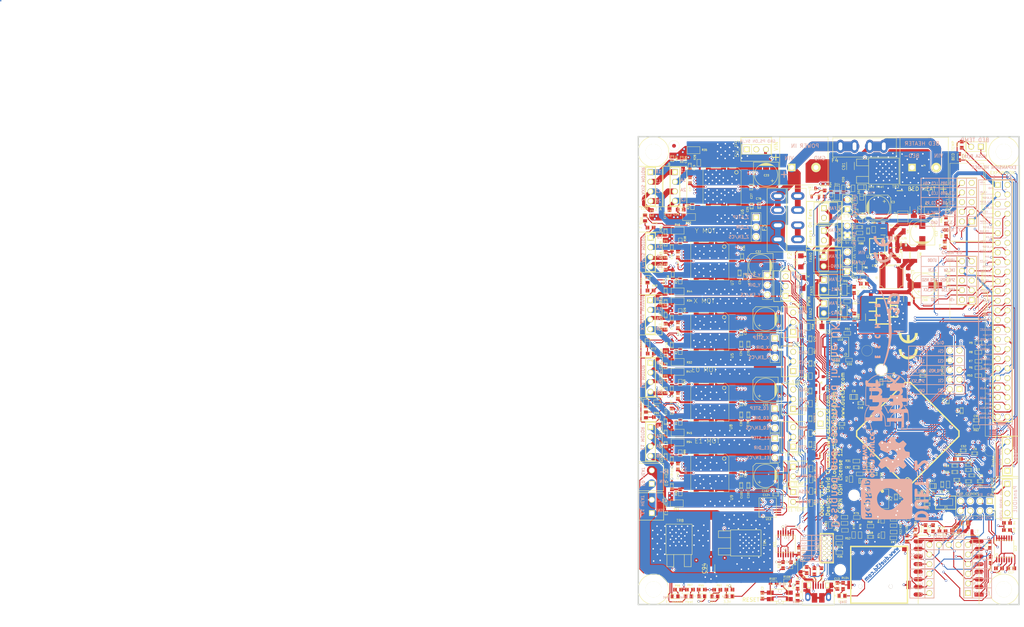
<source format=kicad_pcb>
(kicad_pcb (version 4) (host pcbnew 4.0.7)
  (title_block (title "Duet WIFI") (date 2017-10-21) (rev 1.03) (company "Escher3D, Think3DPrint3D"))
  (layers (0 Front mixed) (1 Inner3 signal hide) (2 Inner2 power) (31 Back power) (35 F.Paste user hide) (36 B.SilkS user hide) (37 F.SilkS user) (38 B.Mask user hide) (39 F.Mask user hide) (44 Edge.Cuts user))
  (net 0 "")
  (net 1 +3.3V)
  (net 2 +5V)
  (net 3 /Processor/VDDCORE)
  (net 4 5V_IN)
  (net 5 ADVREF)
  (net 6 BED-)
  (net 7 BED_PWM)
  (net 8 CS3)
  (net 9 CS4)
  (net 10 CS5)
  (net 11 DDM)
  (net 12 DDP)
  (net 13 E0-)
  (net 14 E0_DIR)
  (net 15 E0_EN)
  (net 16 E0_MOT_1A)
  (net 17 E0_MOT_1B)
  (net 18 E0_MOT_2A)
  (net 19 E0_MOT_2B)
  (net 20 E0_PWM)
  (net 21 E0_STEP)
  (net 22 E0_STOP)
  (net 23 E0_STOP_CONN)
  (net 24 E1-)
  (net 25 E1_DIR)
  (net 26 E1_EN)
  (net 27 E1_MOT_1A)
  (net 28 E1_MOT_1B)
  (net 29 E1_MOT_2A)
  (net 30 E1_MOT_2B)
  (net 31 E1_PWM)
  (net 32 E1_STEP)
  (net 33 E1_STOP)
  (net 34 E1_STOP_CONN)
  (net 35 E2_DIR)
  (net 36 E2_EN)
  (net 37 E2_STEP)
  (net 38 E2_STOP)
  (net 39 E3_DIR)
  (net 40 E3_EN)
  (net 41 E3_STEP)
  (net 42 E3_STOP)
  (net 43 E4_DIR)
  (net 44 E4_EN)
  (net 45 E4_STEP)
  (net 46 E4_STOP)
  (net 47 E5_DIR)
  (net 48 E5_EN)
  (net 49 E5_STEP)
  (net 50 E5_STOP)
  (net 51 E6_DIR)
  (net 52 E6_EN)
  (net 53 E6_STEP)
  (net 54 E6_STOP)
  (net 55 EDR_CONN)
  (net 56 ENC_A)
  (net 57 ENC_B)
  (net 58 ENC_SW)
  (net 59 ERASE)
  (net 60 ESP_DATA_RDY)
  (net 61 ESP_EN)
  (net 62 ESP_RST)
  (net 63 FAN0)
  (net 64 FAN0-)
  (net 65 FAN1)
  (net 66 FAN1-)
  (net 67 FAN2)
  (net 68 FAN2-)
  (net 69 GND)
  (net 70 HEATER0)
  (net 71 HEATER1)
  (net 72 HEATER2)
  (net 73 HEATER3)
  (net 74 HEATER4)
  (net 75 HEATER5)
  (net 76 HEATER6)
  (net 77 HEATER7)
  (net 78 LCD_DB4)
  (net 79 LCD_DB5)
  (net 80 LCD_DB6)
  (net 81 LCD_DB7)
  (net 82 LCD_E)
  (net 83 LCD_RS)
  (net 84 MCCDA)
  (net 85 MCCK)
  (net 86 MCDA0)
  (net 87 MCDA1)
  (net 88 MCDA2)
  (net 89 MCDA3)
  (net 90 MISO)
  (net 91 MOSI)
  (net 92 NPCS0)
  (net 93 PB4/TDI)
  (net 94 PB5/TDO)
  (net 95 PB6/TMS)
  (net 96 PB7/TCK)
  (net 97 PS_ON)
  (net 98 PS_ON_IN)
  (net 99 PWR_FAIL_DET1)
  (net 100 PWR_FAIL_DET2)
  (net 101 RESET)
  (net 102 SAM_TFR_RDY)
  (net 103 SD_CD)
  (net 104 SPCK)
  (net 105 SPI0_CS0)
  (net 106 SPI0_CS1)
  (net 107 SPI0_CS2)
  (net 108 SPI0_MISO)
  (net 109 SPI0_MOSI)
  (net 110 SPI0_SCK)
  (net 111 SPI1_MISO)
  (net 112 SPI1_MOSI)
  (net 113 SPI1_MOSI_BUFF)
  (net 114 SPI1_SCK)
  (net 115 SPI1_SCK_BUFF)
  (net 116 SPI1_SCK_BUFF_EXP)
  (net 117 THERMISTOR0)
  (net 118 THERMISTOR1)
  (net 119 THERMISTOR2)
  (net 120 THERMISTOR3)
  (net 121 THERMISTOR4)
  (net 122 THERMISTOR5)
  (net 123 THERMISTOR6)
  (net 124 THERMISTOR7)
  (net 125 TWCK0)
  (net 126 TWD0)
  (net 127 URXD0)
  (net 128 URXD1)
  (net 129 URXD1_CONN)
  (net 130 USB_PWR_MON)
  (net 131 UTXD0)
  (net 132 UTXD1)
  (net 133 UTXD1_CONN)
  (net 134 VBUS)
  (net 135 VSSA)
  (net 136 V_FAN)
  (net 137 V_IN)
  (net 138 X_DIR)
  (net 139 X_EN)
  (net 140 X_MOT_1A)
  (net 141 X_MOT_1B)
  (net 142 X_MOT_2A)
  (net 143 X_MOT_2B)
  (net 144 X_STEP)
  (net 145 X_STOP)
  (net 146 X_STOP_CONN)
  (net 147 Y_DIR)
  (net 148 Y_EN)
  (net 149 Y_MOT_1A)
  (net 150 Y_MOT_1B)
  (net 151 Y_MOT_2A)
  (net 152 Y_MOT_2B)
  (net 153 Y_STEP)
  (net 154 Y_STOP)
  (net 155 Y_STOP_CONN)
  (net 156 Z_DIR)
  (net 157 Z_EN)
  (net 158 Z_MOT_1A)
  (net 159 Z_MOT_1B)
  (net 160 Z_MOT_2A)
  (net 161 Z_MOT_2B)
  (net 162 Z_PROBE_IN)
  (net 163 Z_PROBE_MOD)
  (net 164 Z_PROBE_MOD_BUFF)
  (net 165 Z_STEP)
  (net 166 Z_STOP)
  (net 167 Z_STOP_CONN)
  (net 168 "Net-(C1-Pad1)")
  (net 169 "Net-(C5-Pad1)")
  (net 170 "Net-(C13-Pad1)")
  (net 171 "Net-(C14-Pad1)")
  (net 172 "Net-(C15-Pad1)")
  (net 173 "Net-(C18-Pad1)")
  (net 174 "Net-(C19-Pad1)")
  (net 175 "Net-(C20-Pad1)")
  (net 176 "Net-(C21-Pad1)")
  (net 177 "Net-(C24-Pad2)")
  (net 178 "Net-(C25-Pad2)")
  (net 179 "Net-(C28-Pad1)")
  (net 180 "Net-(C29-Pad1)")
  (net 181 "Net-(C30-Pad1)")
  (net 182 "Net-(C31-Pad1)")
  (net 183 "Net-(C34-Pad2)")
  (net 184 "Net-(C35-Pad2)")
  (net 185 "Net-(C38-Pad1)")
  (net 186 "Net-(C39-Pad1)")
  (net 187 "Net-(C44-Pad1)")
  (net 188 "Net-(C45-Pad1)")
  (net 189 "Net-(C53-Pad1)")
  (net 190 "Net-(C56-Pad1)")
  (net 191 "Net-(C57-Pad1)")
  (net 192 "Net-(C59-Pad1)")
  (net 193 "Net-(C60-Pad1)")
  (net 194 "Net-(C63-Pad1)")
  (net 195 "Net-(C65-Pad1)")
  (net 196 "Net-(C66-Pad1)")
  (net 197 "Net-(C67-Pad1)")
  (net 198 "Net-(C81-Pad1)")
  (net 199 "Net-(C81-Pad2)")
  (net 200 "Net-(C84-Pad1)")
  (net 201 "Net-(C96-Pad1)")
  (net 202 "Net-(C96-Pad2)")
  (net 203 "Net-(C100-Pad1)")
  (net 204 "Net-(C103-Pad2)")
  (net 205 "Net-(C105-Pad1)")
  (net 206 "Net-(C110-Pad1)")
  (net 207 "Net-(D3-Pad2)")
  (net 208 "Net-(D4-Pad2)")
  (net 209 "Net-(D7-Pad1)")
  (net 210 "Net-(D9-Pad1)")
  (net 211 "Net-(D10-Pad1)")
  (net 212 "Net-(D11-Pad1)")
  (net 213 "Net-(D12-Pad1)")
  (net 214 "Net-(D14-Pad2)")
  (net 215 "Net-(D15-Pad2)")
  (net 216 "Net-(D16-Pad2)")
  (net 217 "Net-(D17-Pad2)")
  (net 218 "Net-(D19-Pad1)")
  (net 219 "Net-(D20-Pad1)")
  (net 220 ENN)
  (net 221 "Net-(J36-Pad2)")
  (net 222 "Net-(J15-Pad1)")
  (net 223 "Net-(J15-Pad2)")
  (net 224 "Net-(J15-Pad3)")
  (net 225 "Net-(J15-Pad5)")
  (net 226 "Net-(J15-Pad7)")
  (net 227 "Net-(J15-Pad8)")
  (net 228 "Net-(J15-Pad9)")
  (net 229 ADC)
  (net 230 GPIO16)
  (net 231 GPIO2)
  (net 232 NPCS0_CONN)
  (net 233 GPIO5)
  (net 234 "Net-(J22-Pad3)")
  (net 235 "Net-(J22-Pad2)")
  (net 236 "Net-(JP9-Pad2)")
  (net 237 "Net-(R20-Pad1)")
  (net 238 "Net-(R23-Pad1)")
  (net 239 "Net-(R26-Pad1)")
  (net 240 "Net-(R27-Pad1)")
  (net 241 "Net-(R28-Pad1)")
  (net 242 "Net-(R29-Pad1)")
  (net 243 "Net-(R38-Pad1)")
  (net 244 "Net-(R39-Pad1)")
  (net 245 "Net-(R40-Pad1)")
  (net 246 "Net-(R41-Pad1)")
  (net 247 "Net-(R42-Pad1)")
  (net 248 "Net-(R43-Pad1)")
  (net 249 "Net-(R66-Pad1)")
  (net 250 "Net-(R82-Pad2)")
  (net 251 "Net-(R84-Pad2)")
  (net 252 "Net-(R89-Pad1)")
  (net 253 "Net-(R90-Pad1)")
  (net 254 "Net-(R97-Pad1)")
  (net 255 "Net-(U11-Pad1)")
  (net 256 D6_TestPoint)
  (net 257 "Net-(R4-Pad1)")
  (net 258 "Net-(R14-Pad1)")
  (net 259 "Net-(J36-Pad4)")
  (net 260 "Net-(C12-Pad1)")
  (net 261 "Net-(F2-Pad2)")
  (net 262 SG_TST_X)
  (net 263 SG_TST_Z)
  (net 264 SG_TST_Y)
  (net 265 SG_TST_E0)
  (net 266 SG_TST_E1)
  (net 267 "Net-(U13-Pad12)")
  (net 268 "Net-(U13-Pad13)")
  (net 269 "Net-(U13-Pad10)")
  (net 270 Z_PROBE_MCU)
  (net 271 "Net-(L4-Pad1)")
  (net 272 ESP_3.3VIN)
  (net 273 MOSI_ESP)
  (net 274 SPCK_ESP)
  (net 275 MISO_ESP)
  (net 276 "Net-(D2-Pad2)")
  (net 277 "Net-(C2-Pad1)")
  (net 278 RESET_EXT)
  (net 279 V_FUSED)
  (net 280 V_BED)
  (module complib:D_SOD-123F (layer Front) (at 147.25 69.55848)
    (fp_text reference D2 (at 1.23 -1.42) (layer F.SilkS) (effects (font (size 0.6 0.6) (thickness 0.08))))
    (fp_text value DB2W40300L hide)
    (fp_text user K (at -1.675 -1.725) (layer F.SilkS) (effects (font (size 0.8 0.8) (thickness 0.1))))
    (pad 1 smd rect (at -1.4 0) (size 1.1 1.1) (layers Front F.Paste F.Mask) (net 202 "Net-(C96-Pad2)"))
    (pad 2 smd rect (at 1.4 0) (size 1.1 1.1) (layers Front F.Paste F.Mask) (net 276 "Net-(D2-Pad2)"))
  )
  (module complib:R_0603 (layer Front) (at 157.64 139.81848 90)
    (fp_text reference R100 (at -0.1524 -1.0541 90) (layer F.SilkS) (effects (font (size 0.5 0.5) (thickness 0.09))))
    (fp_text value 47R hide)
    (pad 1 smd rect (at -0.8001 0 90) (size 0.94996 1.00076) (layers Front F.Paste F.Mask) (net 274 SPCK_ESP))
    (pad 2 smd rect (at 0.8001 0 90) (size 0.94996 1.00076) (layers Front F.Paste F.Mask) (net 104 SPCK))
  )
  (module complib:CONN_3x1 (layer Front) (at 114.10848 75.87488 270)
    (fp_text reference TP2 hide)
    (fp_text value Y_Stp_Tp hide)
    (pad 1 thru_hole rect (at -2.54 0 270) (size 1.524 1.524) (drill 1) (layers *.Cu *.Mask F.SilkS) (net 153 Y_STEP))
    (pad 2 thru_hole circle (at 0 0 270) (size 1.524 1.524) (drill 1) (layers *.Cu *.Mask F.SilkS) (net 147 Y_DIR))
    (pad 3 thru_hole circle (at 2.54 0 270) (size 1.524 1.524) (drill 1) (layers *.Cu *.Mask F.SilkS) (net 148 Y_EN))
  )
  (module complib:JUMPER (layer Front) (at 135.128 54.6608 90)
    (fp_text reference JP10 hide)
    (fp_text value "E 5V EN" (at -3.06768 0.802 180) (layer F.SilkS) (effects (font (size 0.6 0.6) (thickness 0.08))))
    (pad 1 thru_hole rect (at -1.27 0 90) (size 1.524 1.524) (drill 1) (layers *.Cu *.Mask F.SilkS) (net 2 +5V))
    (pad 2 thru_hole circle (at 1.27 0 90) (size 1.524 1.524) (drill 1) (layers *.Cu *.Mask F.SilkS) (net 214 "Net-(D14-Pad2)"))
  )
  (module "FE Footprints:C_0805" (layer Front) (at 136.78408 105.283 180)
    (fp_text reference C8 (at -0.01016 1.50876 180) (layer F.SilkS) (effects (font (size 0.5 0.5) (thickness 0.09))))
    (fp_text value 10u hide)
    (pad 1 smd rect (at 0.89916 0 180) (size 1.15062 1.45034) (layers Front F.Paste F.Mask) (net 1 +3.3V))
    (pad 2 smd rect (at -0.89916 0 180) (size 1.15062 1.45034) (layers Front F.Paste F.Mask) (net 69 GND))
  )
  (module "FE Footprints:C_0805" (layer Front) (at 153.55824 131.31546 90)
    (fp_text reference C10 (at -2.4003 -0.01524 90) (layer F.SilkS) (effects (font (size 0.5 0.5) (thickness 0.09))))
    (fp_text value 10u hide)
    (pad 1 smd rect (at 0.89916 0 90) (size 1.15062 1.45034) (layers Front F.Paste F.Mask) (net 3 /Processor/VDDCORE))
    (pad 2 smd rect (at -0.89916 0 90) (size 1.15062 1.45034) (layers Front F.Paste F.Mask) (net 69 GND))
  )
  (module "FE Footprints:C_0805" (layer Front) (at 157.45968 128.71704 180)
    (fp_text reference C47 (at -0.01524 1.34112 180) (layer F.SilkS) (effects (font (size 0.5 0.5) (thickness 0.09))))
    (fp_text value 10u hide)
    (pad 1 smd rect (at 0.89916 0 180) (size 1.15062 1.45034) (layers Front F.Paste F.Mask) (net 1 +3.3V))
    (pad 2 smd rect (at -0.89916 0 180) (size 1.15062 1.45034) (layers Front F.Paste F.Mask) (net 69 GND))
  )
  (module "FE Footprints:C_0805" (layer Front) (at 139.15898 127.35052 180)
    (fp_text reference C66 (at -0.06858 -1.28524 180) (layer F.SilkS) (effects (font (size 0.5 0.5) (thickness 0.09))))
    (fp_text value 4u7 hide)
    (pad 1 smd rect (at 0.89916 0 180) (size 1.15062 1.45034) (layers Front F.Paste F.Mask) (net 196 "Net-(C66-Pad1)"))
    (pad 2 smd rect (at -0.89916 0 180) (size 1.15062 1.45034) (layers Front F.Paste F.Mask) (net 69 GND))
  )
  (module "FE Footprints:C_0805" (layer Front) (at 163.62 140.61848)
    (fp_text reference C73 (at -0.01 -1.24) (layer F.SilkS) (effects (font (size 0.5 0.5) (thickness 0.09))))
    (fp_text value 10u hide)
    (pad 1 smd rect (at 0.89916 0) (size 1.15062 1.45034) (layers Front F.Paste F.Mask) (net 1 +3.3V))
    (pad 2 smd rect (at -0.89916 0) (size 1.15062 1.45034) (layers Front F.Paste F.Mask) (net 69 GND))
  )
  (module "FE Footprints:C_0805" (layer Front) (at 165.99 138.34848)
    (fp_text reference C74 (at 0.05 -1.3) (layer F.SilkS) (effects (font (size 0.5 0.5) (thickness 0.09))))
    (fp_text value 10u hide)
    (pad 1 smd rect (at 0.89916 0) (size 1.15062 1.45034) (layers Front F.Paste F.Mask) (net 1 +3.3V))
    (pad 2 smd rect (at -0.89916 0) (size 1.15062 1.45034) (layers Front F.Paste F.Mask) (net 69 GND))
  )
  (module "FE Footprints:PIN_ARRAY_2X1" (layer Front) (at 128.9301 81.9922 270)
    (fp_text reference J2 hide)
    (fp_text value FAN2 (at 1.1678 3.4601 270) (layer F.SilkS) (effects (font (size 0.7 0.7) (thickness 0.1))))
    (pad 1 thru_hole rect (at -1.27 0 270) (size 1.524 1.524) (drill 1) (layers *.Cu *.Mask F.SilkS) (net 136 V_FAN))
    (pad 2 thru_hole circle (at 1.27 0 270) (size 1.524 1.524) (drill 1) (layers *.Cu *.Mask F.SilkS) (net 68 FAN2-))
  )
  (module "FE Footprints:CONN_3x1" (layer Front) (at 135.128 69.7484 90)
    (fp_text reference J3 hide)
    (fp_text value "5V   V_FAN VIN" (at 0.2584 1.882 90) (layer F.SilkS) (effects (font (size 0.7 0.7) (thickness 0.08))))
    (pad 1 thru_hole rect (at -2.54 0 90) (size 1.524 1.524) (drill 1) (layers *.Cu *.Mask F.SilkS) (net 2 +5V))
    (pad 2 thru_hole circle (at 0 0 90) (size 1.524 1.524) (drill 1) (layers *.Cu *.Mask F.SilkS) (net 136 V_FAN))
    (pad 3 thru_hole circle (at 2.54 0 90) (size 1.524 1.524) (drill 1) (layers *.Cu *.Mask F.SilkS) (net 261 "Net-(F2-Pad2)"))
  )
  (module "FE Footprints:TERM_2-WAY_6.35mm" (layer Front) (at 155.3 44.97)
    (fp_text reference J4 (at 0.04064 -0.5588) (layer F.SilkS) (effects (font (size 0.39878 0.39878) (thickness 0.09906))))
    (fp_text value "BED HEAT" (at -0.62416 5.63188) (layer F.SilkS) (effects (font (size 1.016 1.016) (thickness 0.1524))))
    (pad 1 thru_hole rect (at -3.175 0) (size 1.99898 1.99898) (drill 1.30048) (layers *.Cu *.Mask F.SilkS) (net 6 BED-))
    (pad 2 thru_hole circle (at 3.175 0) (size 2.49936 2.49936) (drill 1.30048) (layers *.Cu *.Mask F.SilkS) (net 280 V_BED))
  )
  (module "FE Footprints:PIN_ARRAY_2X1" (layer Front) (at 168.92 39.5 180)
    (fp_text reference J5 hide)
    (fp_text value "BED TEMP" (at 6.01 -1.08 270) (layer F.SilkS) (effects (font (size 0.7 0.7) (thickness 0.1))))
    (pad 1 thru_hole rect (at -1.27 0 180) (size 1.524 1.524) (drill 1) (layers *.Cu *.Mask F.SilkS) (net 135 VSSA))
    (pad 2 thru_hole circle (at 1.27 0 180) (size 1.524 1.524) (drill 1) (layers *.Cu *.Mask F.SilkS) (net 117 THERMISTOR0))
  )
  (module "FE Footprints:PIN_ARRAY_4x1" (layer Front) (at 83.41106 117.01406 270)
    (fp_text reference J6 hide)
    (fp_text value "E1 MOT" (at -0.12406 -14.88894 360) (layer F.SilkS) (effects (font (size 1.2 1.2) (thickness 0.1))))
    (pad 1 thru_hole rect (at -3.81 0 270) (size 1.524 1.524) (drill 1) (layers *.Cu *.Mask F.SilkS) (net 28 E1_MOT_1B))
    (pad 2 thru_hole circle (at -1.27 0 270) (size 1.524 1.524) (drill 1) (layers *.Cu *.Mask F.SilkS) (net 27 E1_MOT_1A))
    (pad 3 thru_hole circle (at 1.27 0 270) (size 1.524 1.524) (drill 1) (layers *.Cu *.Mask F.SilkS) (net 29 E1_MOT_2A))
    (pad 4 thru_hole circle (at 3.81 0 270) (size 1.524 1.524) (drill 1) (layers *.Cu *.Mask F.SilkS) (net 30 E1_MOT_2B))
  )
  (module "FE Footprints:PIN_ARRAY_4x1" (layer Front) (at 89.8398 49.99228 270)
    (fp_text reference J7 hide)
    (fp_text value "Z B" (at -5.8438 2.1498 360) (layer F.SilkS) (effects (font (size 0.7 0.7) (thickness 0.1))))
    (pad 1 thru_hole rect (at -3.81 0 270) (size 1.524 1.524) (drill 1) (layers *.Cu *.Mask F.SilkS) (net 221 "Net-(J36-Pad2)"))
    (pad 2 thru_hole circle (at -1.27 0 270) (size 1.524 1.524) (drill 1) (layers *.Cu *.Mask F.SilkS) (net 158 Z_MOT_1A))
    (pad 3 thru_hole circle (at 1.27 0 270) (size 1.524 1.524) (drill 1) (layers *.Cu *.Mask F.SilkS) (net 259 "Net-(J36-Pad4)"))
    (pad 4 thru_hole circle (at 3.81 0 270) (size 1.524 1.524) (drill 1) (layers *.Cu *.Mask F.SilkS) (net 161 Z_MOT_2B))
  )
  (module "FE Footprints:PIN_ARRAY_4x1" (layer Front) (at 83.41106 67.25412 270)
    (fp_text reference J8 hide)
    (fp_text value "Y MOT" (at -5.64412 -14.38894 360) (layer F.SilkS) (effects (font (size 1.2 1.2) (thickness 0.1))))
    (pad 1 thru_hole rect (at -3.81 0 270) (size 1.524 1.524) (drill 1) (layers *.Cu *.Mask F.SilkS) (net 150 Y_MOT_1B))
    (pad 2 thru_hole circle (at -1.27 0 270) (size 1.524 1.524) (drill 1) (layers *.Cu *.Mask F.SilkS) (net 149 Y_MOT_1A))
    (pad 3 thru_hole circle (at 1.27 0 270) (size 1.524 1.524) (drill 1) (layers *.Cu *.Mask F.SilkS) (net 151 Y_MOT_2A))
    (pad 4 thru_hole circle (at 3.81 0 270) (size 1.524 1.524) (drill 1) (layers *.Cu *.Mask F.SilkS) (net 152 Y_MOT_2B))
  )
  (module "FE Footprints:PIN_ARRAY_4x1" (layer Front) (at 83.3528 83.67942 270)
    (fp_text reference J9 hide)
    (fp_text value "X MOT" (at -3.62942 -14.1472 360) (layer F.SilkS) (effects (font (size 1.2 1.2) (thickness 0.1))))
    (pad 1 thru_hole rect (at -3.81 0 270) (size 1.524 1.524) (drill 1) (layers *.Cu *.Mask F.SilkS) (net 141 X_MOT_1B))
    (pad 2 thru_hole circle (at -1.27 0 270) (size 1.524 1.524) (drill 1) (layers *.Cu *.Mask F.SilkS) (net 140 X_MOT_1A))
    (pad 3 thru_hole circle (at 1.27 0 270) (size 1.524 1.524) (drill 1) (layers *.Cu *.Mask F.SilkS) (net 142 X_MOT_2A))
    (pad 4 thru_hole circle (at 3.81 0 270) (size 1.524 1.524) (drill 1) (layers *.Cu *.Mask F.SilkS) (net 143 X_MOT_2B))
  )
  (module "FE Footprints:PIN_ARRAY_4x1" (layer Front) (at 83.42106 100.13118 270)
    (fp_text reference J10 hide)
    (fp_text value "E0 MOT" (at -1.95118 -14.08894 360) (layer F.SilkS) (effects (font (size 1.2 1.2) (thickness 0.1))))
    (pad 1 thru_hole rect (at -3.81 0 270) (size 1.524 1.524) (drill 1) (layers *.Cu *.Mask F.SilkS) (net 17 E0_MOT_1B))
    (pad 2 thru_hole circle (at -1.27 0 270) (size 1.524 1.524) (drill 1) (layers *.Cu *.Mask F.SilkS) (net 16 E0_MOT_1A))
    (pad 3 thru_hole circle (at 1.27 0 270) (size 1.524 1.524) (drill 1) (layers *.Cu *.Mask F.SilkS) (net 18 E0_MOT_2A))
    (pad 4 thru_hole circle (at 3.81 0 270) (size 1.524 1.524) (drill 1) (layers *.Cu *.Mask F.SilkS) (net 19 E0_MOT_2B))
  )
  (module "FE Footprints:3.5MM_2X1" (layer Front) (at 83.74 126.36 90)
    (fp_text reference J11 hide)
    (fp_text value "E0 HEAT" (at 0.02 3.9 90) (layer F.SilkS) (effects (font (size 0.762 0.762) (thickness 0.1))))
    (pad 1 thru_hole rect (at -1.75 0 90) (size 1.524 1.524) (drill 1.19888) (layers *.Cu *.Mask F.SilkS) (net 279 V_FUSED))
    (pad 2 thru_hole circle (at 1.75 0 90) (size 1.524 1.524) (drill 1.19888) (layers *.Cu *.Mask F.SilkS) (net 13 E0-))
  )
  (module "FE Footprints:PIN_ARRAY_2X1" (layer Front) (at 120.904 124.89 270)
    (fp_text reference J12 hide)
    (fp_text value "E0 TEMP" (at 3.36848 -0.446 540) (layer F.SilkS) (effects (font (size 0.7 0.7) (thickness 0.1))))
    (pad 1 thru_hole rect (at -1.27 0 270) (size 1.524 1.524) (drill 1) (layers *.Cu *.Mask F.SilkS) (net 135 VSSA))
    (pad 2 thru_hole circle (at 1.27 0 270) (size 1.524 1.524) (drill 1) (layers *.Cu *.Mask F.SilkS) (net 118 THERMISTOR1))
  )
  (module "FE Footprints:3.5MM_2X1" (layer Front) (at 83.76158 134.07898 90)
    (fp_text reference J13 hide)
    (fp_text value "E1 HEAT" (at -0.03302 3.79222 90) (layer F.SilkS) (effects (font (size 0.762 0.762) (thickness 0.1))))
    (pad 1 thru_hole rect (at -1.75 0 90) (size 1.524 1.524) (drill 1.19888) (layers *.Cu *.Mask F.SilkS) (net 279 V_FUSED))
    (pad 2 thru_hole circle (at 1.75 0 90) (size 1.524 1.524) (drill 1.19888) (layers *.Cu *.Mask F.SilkS) (net 24 E1-))
  )
  (module "FE Footprints:PIN_ARRAY_2X1" (layer Front) (at 120.904 131.60756 270)
    (fp_text reference J14 hide)
    (fp_text value "E1 TEMP" (at 3.40092 -0.846 360) (layer F.SilkS) (effects (font (size 0.7 0.7) (thickness 0.1))))
    (pad 1 thru_hole rect (at -1.27 0 270) (size 1.524 1.524) (drill 1) (layers *.Cu *.Mask F.SilkS) (net 135 VSSA))
    (pad 2 thru_hole circle (at 1.27 0 270) (size 1.524 1.524) (drill 1) (layers *.Cu *.Mask F.SilkS) (net 119 THERMISTOR2))
  )
  (module "FE Footprints:PIN_ARRAY_3X1" (layer Front) (at 118.904 76.17 90)
    (fp_text reference J19 hide)
    (fp_text value Z_STOP (at 4.76 0.426 180) (layer F.SilkS) (effects (font (size 0.7 0.7) (thickness 0.1))))
    (pad 1 thru_hole rect (at -2.54 0 90) (size 1.524 1.524) (drill 1) (layers *.Cu *.Mask F.SilkS) (net 167 Z_STOP_CONN))
    (pad 2 thru_hole circle (at 0 0 90) (size 1.524 1.524) (drill 1) (layers *.Cu *.Mask F.SilkS) (net 1 +3.3V))
    (pad 3 thru_hole circle (at 2.54 0 90) (size 1.524 1.524) (drill 1) (layers *.Cu *.Mask F.SilkS) (net 69 GND))
  )
  (module "FE Footprints:PIN_ARRAY_3X1" (layer Front) (at 111.2139 40.21836)
    (fp_text reference J20 hide)
    (fp_text value 5V_PS (at -5.08254 -0.18796 90) (layer F.SilkS) (effects (font (size 1.016 1.016) (thickness 0.1))))
    (pad 1 thru_hole rect (at -2.54 0) (size 1.524 1.524) (drill 1) (layers *.Cu *.Mask F.SilkS) (net 4 5V_IN))
    (pad 2 thru_hole circle (at 0 0) (size 1.524 1.524) (drill 1) (layers *.Cu *.Mask F.SilkS) (net 98 PS_ON_IN))
    (pad 3 thru_hole circle (at 2.54 0) (size 1.524 1.524) (drill 1) (layers *.Cu *.Mask F.SilkS) (net 69 GND))
  )
  (module "FE Footprints:MICRO_5x2" (layer Front) (at 129.7051 145.04924 270)
    (fp_text reference J21 hide)
    (fp_text value JTAG (at -0.07112 2.26822 270) (layer F.SilkS) (effects (font (size 0.50038 0.50038) (thickness 0.1))))
    (pad 1 thru_hole rect (at -2.54 0.635 270) (size 1.00076 1.00076) (drill 0.7112) (layers *.Cu *.Mask F.SilkS) (net 1 +3.3V) (clearance 0.14986))
    (pad 2 thru_hole circle (at -2.54 -0.635 270) (size 1.00076 1.00076) (drill 0.7112) (layers *.Cu *.Mask F.SilkS) (net 95 PB6/TMS) (clearance 0.14986))
    (pad 3 thru_hole circle (at -1.27 0.635 270) (size 1.00076 1.00076) (drill 0.7112) (layers *.Cu *.Mask F.SilkS) (net 69 GND) (clearance 0.14986))
    (pad 4 thru_hole circle (at -1.27 -0.635 270) (size 1.00076 1.00076) (drill 0.7112) (layers *.Cu *.Mask F.SilkS) (net 96 PB7/TCK) (clearance 0.14986))
    (pad 5 thru_hole circle (at 0 0.635 270) (size 1.00076 1.00076) (drill 0.7112) (layers *.Cu *.Mask F.SilkS) (net 69 GND) (clearance 0.14986))
    (pad 6 thru_hole circle (at 0 -0.635 270) (size 1.00076 1.00076) (drill 0.7112) (layers *.Cu *.Mask F.SilkS) (net 94 PB5/TDO) (clearance 0.14986))
    (pad 7 thru_hole circle (at 1.27 0.635 270) (size 1.00076 1.00076) (drill 0.7112) (layers *.Cu *.Mask F.SilkS) (clearance 0.14986))
    (pad 8 thru_hole circle (at 1.27 -0.635 270) (size 1.00076 1.00076) (drill 0.7112) (layers *.Cu *.Mask F.SilkS) (net 93 PB4/TDI) (clearance 0.14986))
    (pad 9 thru_hole circle (at 2.54 0.635 270) (size 1.00076 1.00076) (drill 0.7112) (layers *.Cu *.Mask F.SilkS) (net 69 GND) (clearance 0.14986))
    (pad 10 thru_hole circle (at 2.54 -0.635 270) (size 1.00076 1.00076) (drill 0.7112) (layers *.Cu *.Mask F.SilkS) (net 101 RESET) (clearance 0.14986))
  )
  (module "FE Footprints:uUSB_new" (layer Front) (at 127.45974 157.86354)
    (fp_text reference J22 hide)
    (fp_text value USB hide)
    (pad CE smd rect (at -0.9625 0.25) (size 1.425 2.5) (layers Front F.Paste F.Mask) (net 170 "Net-(C13-Pad1)"))
    (pad CE smd rect (at 0.9625 0.25) (size 1.425 2.5) (layers Front F.Paste F.Mask) (net 170 "Net-(C13-Pad1)"))
    (pad CE smd rect (at -2.9875 -1.7) (size 1.825 0.7) (layers Front F.Paste F.Mask) (net 170 "Net-(C13-Pad1)"))
    (pad CE smd rect (at 2.9875 -1.7) (size 1.825 0.7) (layers Front F.Paste F.Mask) (net 170 "Net-(C13-Pad1)"))
    (pad CE smd rect (at -2.9 -3.03) (size 2 1.46) (layers Front F.Paste F.Mask) (net 170 "Net-(C13-Pad1)"))
    (pad CE thru_hole rect (at -2.425 -3.03) (size 1.05 1.46) (drill oval 0.7112 1.05) (layers *.Cu *.Mask F.SilkS) (net 170 "Net-(C13-Pad1)"))
    (pad 3 smd rect (at 0 -2.825) (size 0.34 1.4) (layers Front F.Paste F.Mask) (net 234 "Net-(J22-Pad3)"))
    (pad 2 smd rect (at -0.65 -2.825) (size 0.34 1.4) (layers Front F.Paste F.Mask) (net 235 "Net-(J22-Pad2)"))
    (pad 1 smd rect (at -1.3 -2.825) (size 0.4 1.4) (layers Front F.Paste F.Mask) (net 134 VBUS))
    (pad 4 smd rect (at 0.65 -2.825) (size 0.34 1.4) (layers Front F.Paste F.Mask))
    (pad 5 smd rect (at 1.3 -2.825) (size 0.4 1.4) (layers Front F.Paste F.Mask) (net 69 GND))
    (pad CE thru_hole oval (at -2.725 0) (size 1.3 2.2) (drill oval 0.7112 1.2) (layers *.Cu *.Mask F.Paste) (net 170 "Net-(C13-Pad1)"))
    (pad CE thru_hole oval (at 2.725 0) (size 1.3 2.2) (drill oval 0.7112 1.2) (layers *.Cu *.Mask F.Paste) (net 170 "Net-(C13-Pad1)"))
    (pad CE smd rect (at -2.725 -0.95) (size 1.3 0.8) (layers Front F.Paste F.Mask) (net 170 "Net-(C13-Pad1)"))
    (pad CE smd rect (at 2.725 -0.95) (size 1.3 0.8) (layers Front F.Paste F.Mask) (net 170 "Net-(C13-Pad1)"))
    (pad CE smd rect (at 2.9 -3.03) (size 2 1.46) (layers Front F.Paste F.Mask) (net 170 "Net-(C13-Pad1)"))
    (pad CE thru_hole rect (at 2.425 -3.03) (size 1.05 1.46) (drill oval 0.7112 1.05) (layers *.Cu *.Mask F.SilkS) (net 170 "Net-(C13-Pad1)"))
  )
  (module "FE Footprints:TERM_2-WAY_6.35mm" (layer Front) (at 123.7 44.96308)
    (fp_text reference J23 hide)
    (fp_text value VIN (at -7.31 -5.5546 90) (layer F.SilkS) (effects (font (size 1.016 1.016) (thickness 0.1524))))
    (pad 1 thru_hole rect (at -3.175 0) (size 1.99898 1.99898) (drill 1.30048) (layers *.Cu *.Mask F.SilkS) (net 137 V_IN))
    (pad 2 thru_hole circle (at 3.175 0) (size 2.49936 2.49936) (drill 1.30048) (layers *.Cu *.Mask F.SilkS) (net 69 GND))
  )
  (module "FE Footprints:PIN_ARRAY_2X1" (layer Front) (at 128.9682 56.9351 270)
    (fp_text reference J24 hide)
    (fp_text value "GND V_IN" (at -0.0051 -4.1318 270) (layer F.SilkS) (effects (font (size 0.6 0.6) (thickness 0.08))))
    (pad 1 thru_hole rect (at -1.27 0 270) (size 1.524 1.524) (drill 1) (layers *.Cu *.Mask F.SilkS) (net 136 V_FAN))
    (pad 2 thru_hole circle (at 1.27 0 270) (size 1.524 1.524) (drill 1) (layers *.Cu *.Mask F.SilkS) (net 69 GND))
  )
  (module "FE Footprints:PIN_ARRAY_2X1" (layer Front) (at 128.892 69.6478 270)
    (fp_text reference J25 hide)
    (fp_text value FAN0 (at -1.0478 3.392 270) (layer F.SilkS) (effects (font (size 0.7 0.7) (thickness 0.1))))
    (pad 1 thru_hole rect (at -1.27 0 270) (size 1.524 1.524) (drill 1) (layers *.Cu *.Mask F.SilkS) (net 136 V_FAN))
    (pad 2 thru_hole circle (at 1.27 0 270) (size 1.524 1.524) (drill 1) (layers *.Cu *.Mask F.SilkS) (net 64 FAN0-))
  )
  (module "FE Footprints:PIN_ARRAY_4x1" (layer Front) (at 177.16 120.89 90)
    (fp_text reference J28 hide)
    (fp_text value Probe (at -1.39068 -3.74404 90) (layer F.SilkS) (effects (font (size 0.7 0.7) (thickness 0.1))))
    (pad 1 thru_hole rect (at -3.81 0 90) (size 1.524 1.524) (drill 1) (layers *.Cu *.Mask F.SilkS) (net 162 Z_PROBE_IN))
    (pad 2 thru_hole circle (at -1.27 0 90) (size 1.524 1.524) (drill 1) (layers *.Cu *.Mask F.SilkS) (net 69 GND))
    (pad 3 thru_hole circle (at 1.27 0 90) (size 1.524 1.524) (drill 1) (layers *.Cu *.Mask F.SilkS) (net 163 Z_PROBE_MOD))
    (pad 4 thru_hole circle (at 3.81 0 90) (size 1.524 1.524) (drill 1) (layers *.Cu *.Mask F.SilkS) (net 1 +3.3V))
  )
  (module "FE Footprints:PIN_ARRAY_2X1" (layer Front) (at 128.9301 75.82 270)
    (fp_text reference J29 hide)
    (fp_text value FAN1 (at 1.52 3.1901 270) (layer F.SilkS) (effects (font (size 0.7 0.7) (thickness 0.1))))
    (pad 1 thru_hole rect (at -1.27 0 270) (size 1.524 1.524) (drill 1) (layers *.Cu *.Mask F.SilkS) (net 136 V_FAN))
    (pad 2 thru_hole circle (at 1.27 0 270) (size 1.524 1.524) (drill 1) (layers *.Cu *.Mask F.SilkS) (net 66 FAN1-))
  )
  (module "FE Footprints:PIN_ARRAY_4x1" (layer Front) (at 177.15 131.97 270)
    (fp_text reference J30 hide)
    (fp_text value PanelDUE (at -3.1412 3.922 270) (layer F.SilkS) (effects (font (size 0.7 0.7) (thickness 0.1))))
    (pad 1 thru_hole rect (at -3.81 0 270) (size 1.524 1.524) (drill 1) (layers *.Cu *.Mask F.SilkS) (net 2 +5V))
    (pad 2 thru_hole circle (at -1.27 0 270) (size 1.524 1.524) (drill 1) (layers *.Cu *.Mask F.SilkS) (net 69 GND))
    (pad 3 thru_hole circle (at 1.27 0 270) (size 1.524 1.524) (drill 1) (layers *.Cu *.Mask F.SilkS) (net 127 URXD0))
    (pad 4 thru_hole circle (at 3.81 0 270) (size 1.524 1.524) (drill 1) (layers *.Cu *.Mask F.SilkS) (net 131 UTXD0))
  )
  (module "FE Footprints:PIN_ARRAY_2X1" (layer Front) (at 128.9682 62.8787 270)
    (fp_text reference J31 hide)
    (fp_text value "GND V_IN" (at 0.0413 -4.1118 270) (layer F.SilkS) (effects (font (size 0.6 0.6) (thickness 0.08))))
    (pad 1 thru_hole rect (at -1.27 0 270) (size 1.524 1.524) (drill 1) (layers *.Cu *.Mask F.SilkS) (net 136 V_FAN))
    (pad 2 thru_hole circle (at 1.27 0 270) (size 1.524 1.524) (drill 1) (layers *.Cu *.Mask F.SilkS) (net 69 GND))
  )
  (module "FE Footprints:PIN_ARRAY_3X1" (layer Front) (at 120.904 85.64 90)
    (fp_text reference J32 hide)
    (fp_text value Y_STOP (at 4.60384 0.04064 180) (layer F.SilkS) (effects (font (size 0.7 0.7) (thickness 0.1))))
    (pad 1 thru_hole rect (at -2.54 0 90) (size 1.524 1.524) (drill 1) (layers *.Cu *.Mask F.SilkS) (net 155 Y_STOP_CONN))
    (pad 2 thru_hole circle (at 0 0 90) (size 1.524 1.524) (drill 1) (layers *.Cu *.Mask F.SilkS) (net 1 +3.3V))
    (pad 3 thru_hole circle (at 2.54 0 90) (size 1.524 1.524) (drill 1) (layers *.Cu *.Mask F.SilkS) (net 69 GND))
  )
  (module "FE Footprints:PIN_ARRAY_3X1" (layer Front) (at 120.904 95.95 90)
    (fp_text reference J33 hide)
    (fp_text value X_STOP (at 4.6624 -0.0508 180) (layer F.SilkS) (effects (font (size 0.7 0.7) (thickness 0.1))))
    (pad 1 thru_hole rect (at -2.54 0 90) (size 1.524 1.524) (drill 1) (layers *.Cu *.Mask F.SilkS) (net 146 X_STOP_CONN))
    (pad 2 thru_hole circle (at 0 0 90) (size 1.524 1.524) (drill 1) (layers *.Cu *.Mask F.SilkS) (net 1 +3.3V))
    (pad 3 thru_hole circle (at 2.54 0 90) (size 1.524 1.524) (drill 1) (layers *.Cu *.Mask F.SilkS) (net 69 GND))
  )
  (module "FE Footprints:PIN_ARRAY_3X1" (layer Front) (at 120.904 105.89 90)
    (fp_text reference J34 hide)
    (fp_text value E0_STOP (at 4.60496 0.02032 180) (layer F.SilkS) (effects (font (size 0.7 0.7) (thickness 0.1))))
    (pad 1 thru_hole rect (at -2.54 0 90) (size 1.524 1.524) (drill 1) (layers *.Cu *.Mask F.SilkS) (net 23 E0_STOP_CONN))
    (pad 2 thru_hole circle (at 0 0 90) (size 1.524 1.524) (drill 1) (layers *.Cu *.Mask F.SilkS) (net 1 +3.3V))
    (pad 3 thru_hole circle (at 2.54 0 90) (size 1.524 1.524) (drill 1) (layers *.Cu *.Mask F.SilkS) (net 69 GND))
  )
  (module "FE Footprints:PIN_ARRAY_3X1" (layer Front) (at 120.904 115.8 90)
    (fp_text reference J35 hide)
    (fp_text value E1_STOP (at -4.6722 0.06604 180) (layer F.SilkS) (effects (font (size 0.7 0.7) (thickness 0.1))))
    (pad 1 thru_hole rect (at -2.54 0 90) (size 1.524 1.524) (drill 1) (layers *.Cu *.Mask F.SilkS) (net 34 E1_STOP_CONN))
    (pad 2 thru_hole circle (at 0 0 90) (size 1.524 1.524) (drill 1) (layers *.Cu *.Mask F.SilkS) (net 1 +3.3V))
    (pad 3 thru_hole circle (at 2.54 0 90) (size 1.524 1.524) (drill 1) (layers *.Cu *.Mask F.SilkS) (net 69 GND))
  )
  (module "FE Footprints:PIN_ARRAY_4x1" (layer Front) (at 83.41106 49.99228 270)
    (fp_text reference J36 hide)
    (fp_text value "Z A" (at 5.9662 -2.05894 360) (layer F.SilkS) (effects (font (size 0.7 0.7) (thickness 0.1))))
    (pad 1 thru_hole rect (at -3.81 0 270) (size 1.524 1.524) (drill 1) (layers *.Cu *.Mask F.SilkS) (net 159 Z_MOT_1B))
    (pad 2 thru_hole circle (at -1.27 0 270) (size 1.524 1.524) (drill 1) (layers *.Cu *.Mask F.SilkS) (net 221 "Net-(J36-Pad2)"))
    (pad 3 thru_hole circle (at 1.27 0 270) (size 1.524 1.524) (drill 1) (layers *.Cu *.Mask F.SilkS) (net 160 Z_MOT_2A))
    (pad 4 thru_hole circle (at 3.81 0 270) (size 1.524 1.524) (drill 1) (layers *.Cu *.Mask F.SilkS) (net 259 "Net-(J36-Pad4)"))
  )
  (module "FE Footprints:L_6x6" (layer Front) (at 146.69 73.83848 90)
    (fp_text reference L1 (at -0.11 -3.94 90) (layer F.SilkS) (effects (font (size 0.39878 0.39878) (thickness 0.09906))))
    (fp_text value 10uH hide)
    (pad 1 smd rect (at 0 2.35 90) (size 5.7 1.6) (layers Front F.Paste F.Mask) (net 198 "Net-(C81-Pad1)"))
    (pad 2 smd rect (at 0 -2.35 90) (size 5.7 1.6) (layers Front F.Paste F.Mask) (net 202 "Net-(C96-Pad2)"))
  )
  (module "FE Footprints:SW_SIDE_1_lugs" (layer Front) (at 117.37 157.59684)
    (fp_text reference S1 hide)
    (fp_text value RESET (at -7.6 1.02164) (layer F.SilkS) (effects (font (size 1.00076 1.00076) (thickness 0.1524))))
    (pad 1 smd rect (at -2.5 0.85) (size 1.8 1.1) (layers Front F.Paste F.Mask) (net 69 GND))
    (pad 2 smd rect (at 2.5 0.85) (size 1.8 1.1) (layers Front F.Paste F.Mask) (net 69 GND))
    (pad 3 smd rect (at 2.5 -0.85) (size 1.8 1.1) (layers Front F.Paste F.Mask) (net 277 "Net-(C2-Pad1)"))
    (pad 4 smd rect (at -2.5 -0.85) (size 1.8 1.1) (layers Front F.Paste F.Mask) (net 277 "Net-(C2-Pad1)"))
    (pad "" np_thru_hole circle (at 0 -1.35) (size 0.85 0.85) (drill 0.762) (layers *.Cu *.Mask F.SilkS))
    (pad "" np_thru_hole circle (at 0 1.35) (size 0.85 0.85) (drill 0.762) (layers *.Cu *.Mask F.SilkS))
  )
  (module "FE Footprints:SOT-23" (layer Front) (at 134.37108 82.6389 90)
    (fp_text reference TR1 (at -2.02438 0.11684 180) (layer F.SilkS) (effects (font (size 0.50038 0.50038) (thickness 0.09906))))
    (fp_text value PMV40UN2 hide)
    (pad G smd rect (at -0.9525 1.05664 90) (size 0.59944 1.00076) (layers Front F.Paste F.Mask) (net 249 "Net-(R66-Pad1)"))
    (pad D smd rect (at 0 -1.05664 90) (size 0.59944 1.00076) (layers Front F.Paste F.Mask) (net 68 FAN2-))
    (pad S smd rect (at 0.9525 1.05664 90) (size 0.59944 1.00076) (layers Front F.Paste F.Mask) (net 69 GND))
  )
  (module "FE Footprints:D-PAK" (layer Front) (at 145.53 45.92848 270)
    (fp_text reference TR2 (at 4.11 -2.3 360) (layer F.SilkS) (effects (font (size 0.7 0.7) (thickness 0.1))))
    (fp_text value IPD036N04L hide)
    (pad G smd rect (at -2.286 6.35 270) (size 1.30048 2.30124) (layers Front F.Paste F.Mask) (net 237 "Net-(R20-Pad1)"))
    (pad D smd rect (at 0 0 270) (size 5.90042 6.49986) (layers Front F.Paste F.Mask) (net 6 BED-))
    (pad S smd rect (at 2.286 6.35 270) (size 1.30048 2.30124) (layers Front F.Paste F.Mask) (net 69 GND))
  )
  (module "FE Footprints:D-PAK" (layer Front) (at 109.2708 143.6751 270)
    (fp_text reference TR4 (at -0.07366 -4.191 450) (layer F.SilkS) (effects (font (size 0.7 0.7) (thickness 0.1))))
    (fp_text value IPD036N04L hide)
    (pad G smd rect (at -2.286 6.35 270) (size 1.30048 2.30124) (layers Front F.Paste F.Mask) (net 238 "Net-(R23-Pad1)"))
    (pad D smd rect (at 0 0 270) (size 5.90042 6.49986) (layers Front F.Paste F.Mask) (net 13 E0-))
    (pad S smd rect (at 2.286 6.35 270) (size 1.30048 2.30124) (layers Front F.Paste F.Mask) (net 69 GND))
  )
  (module "FE Footprints:SOT-23" (layer Front) (at 138.31824 71.30796 90)
    (fp_text reference TR5 (at -0.00204 1.52176 180) (layer F.SilkS) (effects (font (size 0.50038 0.50038) (thickness 0.09906))))
    (fp_text value PMV40UN2 hide)
    (pad G smd rect (at -0.9525 1.05664 90) (size 0.59944 1.00076) (layers Front F.Paste F.Mask) (net 247 "Net-(R42-Pad1)"))
    (pad D smd rect (at 0 -1.05664 90) (size 0.59944 1.00076) (layers Front F.Paste F.Mask) (net 64 FAN0-))
    (pad S smd rect (at 0.9525 1.05664 90) (size 0.59944 1.00076) (layers Front F.Paste F.Mask) (net 69 GND))
  )
  (module "FE Footprints:SOT-23" (layer Front) (at 126.72568 51.5493)
    (fp_text reference TR7 (at -1.32568 -1.24082) (layer F.SilkS) (effects (font (size 0.50038 0.50038) (thickness 0.09906))))
    (fp_text value PMV40UN2 hide)
    (pad G smd rect (at -0.9525 1.05664) (size 0.59944 1.00076) (layers Front F.Paste F.Mask) (net 258 "Net-(R14-Pad1)"))
    (pad D smd rect (at 0 -1.05664) (size 0.59944 1.00076) (layers Front F.Paste F.Mask) (net 98 PS_ON_IN))
    (pad S smd rect (at 0.9525 1.05664) (size 0.59944 1.00076) (layers Front F.Paste F.Mask) (net 69 GND))
  )
  (module "FE Footprints:D-PAK" (layer Front) (at 90.9066 141.9098)
    (fp_text reference TR8 (at 0.26924 -4.09956) (layer F.SilkS) (effects (font (size 0.7 0.7) (thickness 0.1))))
    (fp_text value IPD036N04L hide)
    (pad G smd rect (at -2.286 6.35) (size 1.30048 2.30124) (layers Front F.Paste F.Mask) (net 254 "Net-(R97-Pad1)"))
    (pad D smd rect (at 0 0) (size 5.90042 6.49986) (layers Front F.Paste F.Mask) (net 24 E1-))
    (pad S smd rect (at 2.286 6.35) (size 1.30048 2.30124) (layers Front F.Paste F.Mask) (net 69 GND))
  )
  (module "FE Footprints:SOT-23" (layer Front) (at 134.33806 77.10678 90)
    (fp_text reference TR9 (at 2.22758 0.1651 180) (layer F.SilkS) (effects (font (size 0.50038 0.50038) (thickness 0.09906))))
    (fp_text value PMV40UN2 hide)
    (pad G smd rect (at -0.9525 1.05664 90) (size 0.59944 1.00076) (layers Front F.Paste F.Mask) (net 248 "Net-(R43-Pad1)"))
    (pad D smd rect (at 0 -1.05664 90) (size 0.59944 1.00076) (layers Front F.Paste F.Mask) (net 66 FAN1-))
    (pad S smd rect (at 0.9525 1.05664 90) (size 0.59944 1.00076) (layers Front F.Paste F.Mask) (net 69 GND))
  )
  (module "FE Footprints:LQFP144" (layer Front) (at 151.003 114.935 225)
    (fp_text reference U1 (at 10.838533 -10.664584 225) (layer F.SilkS) (effects (font (size 0.7 0.7) (thickness 0.1))))
    (fp_text value ATSAM4E8E hide)
    (pad 1 smd rect (at 8.7503 -10.89914 225) (size 0.2794 1.50114) (layers Front F.Paste F.Mask) (net 45 E4_STEP))
    (pad 2 smd rect (at 8.24992 -10.89914 225) (size 0.2794 1.50114) (layers Front F.Paste F.Mask) (net 60 ESP_DATA_RDY))
    (pad 3 smd rect (at 7.74954 -10.89914 225) (size 0.2794 1.50114) (layers Front F.Paste F.Mask) (net 3 /Processor/VDDCORE))
    (pad 4 smd rect (at 7.24916 -10.89914 225) (size 0.2794 1.50114) (layers Front F.Paste F.Mask) (net 38 E2_STOP))
    (pad 5 smd rect (at 6.74878 -10.89914 225) (size 0.2794 1.50114) (layers Front F.Paste F.Mask) (net 1 +3.3V))
    (pad 6 smd rect (at 6.25094 -10.89914 225) (size 0.2794 1.50114) (layers Front F.Paste F.Mask) (net 42 E3_STOP))
    (pad 7 smd rect (at 5.75056 -10.89914 225) (size 0.2794 1.50114) (layers Front F.Paste F.Mask) (net 46 E4_STOP))
    (pad 8 smd rect (at 5.25018 -10.89914 225) (size 0.2794 1.50114) (layers Front F.Paste F.Mask) (net 69 GND))
    (pad 9 smd rect (at 4.7498 -10.89914 225) (size 0.2794 1.50114) (layers Front F.Paste F.Mask) (net 5 ADVREF))
    (pad 10 smd rect (at 4.24942 -10.89914 225) (size 0.2794 1.50114) (layers Front F.Paste F.Mask) (net 50 E5_STOP))
    (pad 11 smd rect (at 3.74904 -10.89914 225) (size 0.2794 1.50114) (layers Front F.Paste F.Mask) (net 51 E6_DIR))
    (pad 12 smd rect (at 3.2512 -10.89914 225) (size 0.2794 1.50114) (layers Front F.Paste F.Mask) (net 195 "Net-(C65-Pad1)"))
    (pad 13 smd rect (at 2.75082 -10.89914 225) (size 0.2794 1.50114) (layers Front F.Paste F.Mask) (net 65 FAN1))
    (pad 14 smd rect (at 2.25044 -10.89914 225) (size 0.2794 1.50114) (layers Front F.Paste F.Mask) (net 194 "Net-(C63-Pad1)"))
    (pad 15 smd rect (at 1.75006 -10.89914 225) (size 0.2794 1.50114) (layers Front F.Paste F.Mask) (net 193 "Net-(C60-Pad1)"))
    (pad 16 smd rect (at 1.24968 -10.89914 225) (size 0.2794 1.50114) (layers Front F.Paste F.Mask) (net 192 "Net-(C59-Pad1)"))
    (pad 17 smd rect (at 0.7493 -10.89914 225) (size 0.2794 1.50114) (layers Front F.Paste F.Mask) (net 189 "Net-(C53-Pad1)"))
    (pad 18 smd rect (at 0.24892 -10.89914 225) (size 0.2794 1.50114) (layers Front F.Paste F.Mask) (net 173 "Net-(C18-Pad1)"))
    (pad 19 smd rect (at -0.24892 -10.89914 225) (size 0.2794 1.50114) (layers Front F.Paste F.Mask) (net 174 "Net-(C19-Pad1)"))
    (pad 20 smd rect (at -0.7493 -10.89914 225) (size 0.2794 1.50114) (layers Front F.Paste F.Mask) (net 109 SPI0_MOSI))
    (pad 21 smd rect (at -1.24968 -10.89914 225) (size 0.2794 1.50114) (layers Front F.Paste F.Mask) (net 108 SPI0_MISO))
    (pad 22 smd rect (at -1.75006 -10.89914 225) (size 0.2794 1.50114) (layers Front F.Paste F.Mask) (net 71 HEATER1))
    (pad 23 smd rect (at -2.25044 -10.89914 225) (size 0.2794 1.50114) (layers Front F.Paste F.Mask) (net 70 HEATER0))
    (pad 24 smd rect (at -2.75082 -10.89914 225) (size 0.2794 1.50114) (layers Front F.Paste F.Mask) (net 200 "Net-(C84-Pad1)"))
    (pad 25 smd rect (at -3.2512 -10.89914 225) (size 0.2794 1.50114) (layers Front F.Paste F.Mask) (net 54 E6_STOP))
    (pad 26 smd rect (at -3.74904 -10.89914 225) (size 0.2794 1.50114) (layers Front F.Paste F.Mask) (net 106 SPI0_CS1))
    (pad 27 smd rect (at -4.24942 -10.89914 225) (size 0.2794 1.50114) (layers Front F.Paste F.Mask) (net 62 ESP_RST))
    (pad 28 smd rect (at -4.7498 -10.89914 225) (size 0.2794 1.50114) (layers Front F.Paste F.Mask) (net 61 ESP_EN))
    (pad 29 smd rect (at -5.25018 -10.89914 225) (size 0.2794 1.50114) (layers Front F.Paste F.Mask) (net 3 /Processor/VDDCORE))
    (pad 30 smd rect (at -5.75056 -10.89914 225) (size 0.2794 1.50114) (layers Front F.Paste F.Mask) (net 1 +3.3V))
    (pad 31 smd rect (at -6.25094 -10.89914 225) (size 0.2794 1.50114) (layers Front F.Paste F.Mask) (net 99 PWR_FAIL_DET1))
    (pad 32 smd rect (at -6.74878 -10.89914 225) (size 0.2794 1.50114) (layers Front F.Paste F.Mask) (net 111 SPI1_MISO))
    (pad 33 smd rect (at -7.24916 -10.89914 225) (size 0.2794 1.50114) (layers Front F.Paste F.Mask) (net 3 /Processor/VDDCORE))
    (pad 34 smd rect (at -7.74954 -10.89914 225) (size 0.2794 1.50114) (layers Front F.Paste F.Mask) (net 102 SAM_TFR_RDY))
    (pad 35 smd rect (at -8.24992 -10.89914 225) (size 0.2794 1.50114) (layers Front F.Paste F.Mask) (net 58 ENC_SW))
    (pad 36 smd rect (at -8.7503 -10.89914 225) (size 0.2794 1.50114) (layers Front F.Paste F.Mask) (net 56 ENC_A))
    (pad 73 smd rect (at -8.7503 10.89914 225) (size 0.2794 1.50114) (layers Front F.Paste F.Mask) (net 128 URXD1))
    (pad 74 smd rect (at -8.24992 10.89914 225) (size 0.2794 1.50114) (layers Front F.Paste F.Mask) (net 47 E5_DIR))
    (pad 75 smd rect (at -7.74954 10.89914 225) (size 0.2794 1.50114) (layers Front F.Paste F.Mask) (net 127 URXD0))
    (pad 76 smd rect (at -7.24916 10.89914 225) (size 0.2794 1.50114) (layers Front F.Paste F.Mask) (net 83 LCD_RS))
    (pad 77 smd rect (at -6.74878 10.89914 225) (size 0.2794 1.50114) (layers Front F.Paste F.Mask) (net 125 TWCK0))
    (pad 78 smd rect (at -6.25094 10.89914 225) (size 0.2794 1.50114) (layers Front F.Paste F.Mask) (net 43 E4_DIR))
    (pad 79 smd rect (at -5.75056 10.89914 225) (size 0.2794 1.50114) (layers Front F.Paste F.Mask) (net 95 PB6/TMS))
    (pad 80 smd rect (at -5.25018 10.89914 225) (size 0.2794 1.50114) (layers Front F.Paste F.Mask) (net 1 +3.3V))
    (pad 81 smd rect (at -4.7498 10.89914 225) (size 0.2794 1.50114) (layers Front F.Paste F.Mask) (net 3 /Processor/VDDCORE))
    (pad 82 smd rect (at -4.24942 10.89914 225) (size 0.2794 1.50114) (layers Front F.Paste F.Mask) (net 75 HEATER5))
    (pad 83 smd rect (at -3.74904 10.89914 225) (size 0.2794 1.50114) (layers Front F.Paste F.Mask) (net 101 RESET))
    (pad 84 smd rect (at -3.2512 10.89914 225) (size 0.2794 1.50114) (layers Front F.Paste F.Mask) (net 139 X_EN))
    (pad 85 smd rect (at -2.75082 10.89914 225) (size 0.2794 1.50114) (layers Front F.Paste F.Mask) (net 69 GND))
    (pad 86 smd rect (at -2.25044 10.89914 225) (size 0.2794 1.50114) (layers Front F.Paste F.Mask) (net 148 Y_EN))
    (pad 87 smd rect (at -1.75006 10.89914 225) (size 0.2794 1.50114) (layers Front F.Paste F.Mask) (net 59 ERASE))
    (pad 88 smd rect (at -1.24968 10.89914 225) (size 0.2794 1.50114) (layers Front F.Paste F.Mask) (net 156 Z_DIR))
    (pad 89 smd rect (at -0.7493 10.89914 225) (size 0.2794 1.50114) (layers Front F.Paste F.Mask) (net 96 PB7/TCK))
    (pad 90 smd rect (at -0.24892 10.89914 225) (size 0.2794 1.50114) (layers Front F.Paste F.Mask) (net 157 Z_EN))
    (pad 91 smd rect (at 0.24892 10.89914 225) (size 0.2794 1.50114) (layers Front F.Paste F.Mask) (net 126 TWD0))
    (pad 92 smd rect (at 0.7493 10.89914 225) (size 0.2794 1.50114) (layers Front F.Paste F.Mask) (net 147 Y_DIR))
    (pad 93 smd rect (at 1.24968 10.89914 225) (size 0.2794 1.50114) (layers Front F.Paste F.Mask) (net 154 Y_STOP))
    (pad 94 smd rect (at 1.75006 10.89914 225) (size 0.2794 1.50114) (layers Front F.Paste F.Mask) (net 76 HEATER6))
    (pad 95 smd rect (at 2.25044 10.89914 225) (size 0.2794 1.50114) (layers Front F.Paste F.Mask) (net 69 GND))
    (pad 96 smd rect (at 2.75082 10.89914 225) (size 0.2794 1.50114) (layers Front F.Paste F.Mask) (net 1 +3.3V))
    (pad 97 smd rect (at 3.2512 10.89914 225) (size 0.2794 1.50114) (layers Front F.Paste F.Mask) (net 145 X_STOP))
    (pad 98 smd rect (at 3.74904 10.89914 225) (size 0.2794 1.50114) (layers Front F.Paste F.Mask) (net 138 X_DIR))
    (pad 99 smd rect (at 4.24942 10.89914 225) (size 0.2794 1.50114) (layers Front F.Paste F.Mask) (net 14 E0_DIR))
    (pad 100 smd rect (at 4.7498 10.89914 225) (size 0.2794 1.50114) (layers Front F.Paste F.Mask) (net 33 E1_STOP))
    (pad 101 smd rect (at 5.25018 10.89914 225) (size 0.2794 1.50114) (layers Front F.Paste F.Mask) (net 22 E0_STOP))
    (pad 102 smd rect (at 5.75056 10.89914 225) (size 0.2794 1.50114) (layers Front F.Paste F.Mask) (net 67 FAN2))
    (pad 103 smd rect (at 6.25094 10.89914 225) (size 0.2794 1.50114) (layers Front F.Paste F.Mask) (net 15 E0_EN))
    (pad 104 smd rect (at 6.74878 10.89914 225) (size 0.2794 1.50114) (layers Front F.Paste F.Mask) (net 69 GND))
    (pad 105 smd rect (at 7.24916 10.89914 225) (size 0.2794 1.50114) (layers Front F.Paste F.Mask) (net 93 PB4/TDI))
    (pad 106 smd rect (at 7.74954 10.89914 225) (size 0.2794 1.50114) (layers Front F.Paste F.Mask) (net 97 PS_ON))
    (pad 107 smd rect (at 8.24992 10.89914 225) (size 0.2794 1.50114) (layers Front F.Paste F.Mask) (net 3 /Processor/VDDCORE))
    (pad 108 smd rect (at 8.7503 10.89914 225) (size 0.2794 1.50114) (layers Front F.Paste F.Mask) (net 166 Z_STOP))
    (pad 37 smd rect (at -10.89914 -8.7503 225) (size 1.50114 0.2794) (layers Front F.Paste F.Mask) (net 112 SPI1_MOSI))
    (pad 38 smd rect (at -10.89914 -8.24992 225) (size 1.50114 0.2794) (layers Front F.Paste F.Mask) (net 270 Z_PROBE_MCU))
    (pad 39 smd rect (at -10.89914 -7.74954 225) (size 1.50114 0.2794) (layers Front F.Paste F.Mask) (net 163 Z_PROBE_MOD))
    (pad 40 smd rect (at -10.89914 -7.24916 225) (size 1.50114 0.2794) (layers Front F.Paste F.Mask) (net 73 HEATER3))
    (pad 41 smd rect (at -10.89914 -6.74878 225) (size 1.50114 0.2794) (layers Front F.Paste F.Mask) (net 100 PWR_FAIL_DET2))
    (pad 42 smd rect (at -10.89914 -6.25094 225) (size 1.50114 0.2794) (layers Front F.Paste F.Mask) (net 91 MOSI))
    (pad 43 smd rect (at -10.89914 -5.75056 225) (size 1.50114 0.2794) (layers Front F.Paste F.Mask) (net 1 +3.3V))
    (pad 44 smd rect (at -10.89914 -5.25018 225) (size 1.50114 0.2794) (layers Front F.Paste F.Mask) (net 69 GND))
    (pad 45 smd rect (at -10.89914 -4.7498 225) (size 1.50114 0.2794) (layers Front F.Paste F.Mask) (net 72 HEATER2))
    (pad 46 smd rect (at -10.89914 -4.24942 225) (size 1.50114 0.2794) (layers Front F.Paste F.Mask) (net 114 SPI1_SCK))
    (pad 47 smd rect (at -10.89914 -3.74904 225) (size 1.50114 0.2794) (layers Front F.Paste F.Mask) (net 53 E6_STEP))
    (pad 48 smd rect (at -10.89914 -3.2512 225) (size 1.50114 0.2794) (layers Front F.Paste F.Mask) (net 57 ENC_B))
    (pad 49 smd rect (at -10.89914 -2.75082 225) (size 1.50114 0.2794) (layers Front F.Paste F.Mask) (net 77 HEATER7))
    (pad 50 smd rect (at -10.89914 -2.25044 225) (size 1.50114 0.2794) (layers Front F.Paste F.Mask) (net 3 /Processor/VDDCORE))
    (pad 51 smd rect (at -10.89914 -1.75006 225) (size 1.50114 0.2794) (layers Front F.Paste F.Mask) (net 104 SPCK))
    (pad 52 smd rect (at -10.89914 -1.24968 225) (size 1.50114 0.2794) (layers Front F.Paste F.Mask) (net 44 E4_EN))
    (pad 53 smd rect (at -10.89914 -0.7493 225) (size 1.50114 0.2794) (layers Front F.Paste F.Mask) (net 48 E5_EN))
    (pad 54 smd rect (at -10.89914 -0.24892 225) (size 1.50114 0.2794) (layers Front F.Paste F.Mask) (net 220 ENN))
    (pad 55 smd rect (at -10.89914 0.24892 225) (size 1.50114 0.2794) (layers Front F.Paste F.Mask) (net 40 E3_EN))
    (pad 56 smd rect (at -10.89914 0.7493 225) (size 1.50114 0.2794) (layers Front F.Paste F.Mask) (net 10 CS5))
    (pad 57 smd rect (at -10.89914 1.24968 225) (size 1.50114 0.2794) (layers Front F.Paste F.Mask) (net 36 E2_EN))
    (pad 58 smd rect (at -10.89914 1.75006 225) (size 1.50114 0.2794) (layers Front F.Paste F.Mask) (net 74 HEATER4))
    (pad 59 smd rect (at -10.89914 2.25044 225) (size 1.50114 0.2794) (layers Front F.Paste F.Mask) (net 82 LCD_E))
    (pad 60 smd rect (at -10.89914 2.75082 225) (size 1.50114 0.2794) (layers Front F.Paste F.Mask) (net 39 E3_DIR))
    (pad 61 smd rect (at -10.89914 3.2512 225) (size 1.50114 0.2794) (layers Front F.Paste F.Mask) (net 69 GND))
    (pad 62 smd rect (at -10.89914 3.74904 225) (size 1.50114 0.2794) (layers Front F.Paste F.Mask) (net 88 MCDA2))
    (pad 63 smd rect (at -10.89914 4.24942 225) (size 1.50114 0.2794) (layers Front F.Paste F.Mask) (net 78 LCD_DB4))
    (pad 64 smd rect (at -10.89914 4.7498 225) (size 1.50114 0.2794) (layers Front F.Paste F.Mask) (net 92 NPCS0))
    (pad 65 smd rect (at -10.89914 5.25018 225) (size 1.50114 0.2794) (layers Front F.Paste F.Mask) (net 79 LCD_DB5))
    (pad 66 smd rect (at -10.89914 5.75056 225) (size 1.50114 0.2794) (layers Front F.Paste F.Mask) (net 131 UTXD0))
    (pad 67 smd rect (at -10.89914 6.25094 225) (size 1.50114 0.2794) (layers Front F.Paste F.Mask) (net 80 LCD_DB6))
    (pad 68 smd rect (at -10.89914 6.74878 225) (size 1.50114 0.2794) (layers Front F.Paste F.Mask) (net 90 MISO))
    (pad 69 smd rect (at -10.89914 7.24916 225) (size 1.50114 0.2794) (layers Front F.Paste F.Mask) (net 81 LCD_DB7))
    (pad 70 smd rect (at -10.89914 7.74954 225) (size 1.50114 0.2794) (layers Front F.Paste F.Mask) (net 89 MCDA3))
    (pad 71 smd rect (at -10.89914 8.24992 225) (size 1.50114 0.2794) (layers Front F.Paste F.Mask) (net 35 E2_DIR))
    (pad 72 smd rect (at -10.89914 8.7503 225) (size 1.50114 0.2794) (layers Front F.Paste F.Mask) (net 1 +3.3V))
    (pad 109 smd rect (at 10.89914 8.7503 225) (size 1.50114 0.2794) (layers Front F.Paste F.Mask) (net 94 PB5/TDO))
    (pad 110 smd rect (at 10.89914 8.24992 225) (size 1.50114 0.2794) (layers Front F.Paste F.Mask) (net 25 E1_DIR))
    (pad 111 smd rect (at 10.89914 7.74954 225) (size 1.50114 0.2794) (layers Front F.Paste F.Mask) (net 107 SPI0_CS2))
    (pad 112 smd rect (at 10.89914 7.24916 225) (size 1.50114 0.2794) (layers Front F.Paste F.Mask) (net 84 MCCDA))
    (pad 113 smd rect (at 10.89914 6.74878 225) (size 1.50114 0.2794) (layers Front F.Paste F.Mask) (net 165 Z_STEP))
    (pad 114 smd rect (at 10.89914 6.25094 225) (size 1.50114 0.2794) (layers Front F.Paste F.Mask) (net 132 UTXD1))
    (pad 115 smd rect (at 10.89914 5.75056 225) (size 1.50114 0.2794) (layers Front F.Paste F.Mask) (net 69 GND))
    (pad 116 smd rect (at 10.89914 5.25018 225) (size 1.50114 0.2794) (layers Front F.Paste F.Mask) (net 86 MCDA0))
    (pad 117 smd rect (at 10.89914 4.7498 225) (size 1.50114 0.2794) (layers Front F.Paste F.Mask) (net 8 CS3))
    (pad 118 smd rect (at 10.89914 4.24942 225) (size 1.50114 0.2794) (layers Front F.Paste F.Mask) (net 87 MCDA1))
    (pad 119 smd rect (at 10.89914 3.74904 225) (size 1.50114 0.2794) (layers Front F.Paste F.Mask) (net 153 Y_STEP))
    (pad 120 smd rect (at 10.89914 3.2512 225) (size 1.50114 0.2794) (layers Front F.Paste F.Mask) (net 9 CS4))
    (pad 121 smd rect (at 10.89914 2.75082 225) (size 1.50114 0.2794) (layers Front F.Paste F.Mask) (net 144 X_STEP))
    (pad 122 smd rect (at 10.89914 2.25044 225) (size 1.50114 0.2794) (layers Front F.Paste F.Mask) (net 103 SD_CD))
    (pad 123 smd rect (at 10.89914 1.75006 225) (size 1.50114 0.2794) (layers Front F.Paste F.Mask) (net 3 /Processor/VDDCORE))
    (pad 124 smd rect (at 10.89914 1.24968 225) (size 1.50114 0.2794) (layers Front F.Paste F.Mask) (net 130 USB_PWR_MON))
    (pad 125 smd rect (at 10.89914 0.7493 225) (size 1.50114 0.2794) (layers Front F.Paste F.Mask) (net 21 E0_STEP))
    (pad 126 smd rect (at 10.89914 0.24892 225) (size 1.50114 0.2794) (layers Front F.Paste F.Mask) (net 32 E1_STEP))
    (pad 127 smd rect (at 10.89914 -0.24892 225) (size 1.50114 0.2794) (layers Front F.Paste F.Mask) (net 63 FAN0))
    (pad 128 smd rect (at 10.89914 -0.7493 225) (size 1.50114 0.2794) (layers Front F.Paste F.Mask) (net 49 E5_STEP))
    (pad 129 smd rect (at 10.89914 -1.24968 225) (size 1.50114 0.2794) (layers Front F.Paste F.Mask) (net 85 MCCK))
    (pad 130 smd rect (at 10.89914 -1.75006 225) (size 1.50114 0.2794) (layers Front F.Paste F.Mask) (net 105 SPI0_CS0))
    (pad 131 smd rect (at 10.89914 -2.25044 225) (size 1.50114 0.2794) (layers Front F.Paste F.Mask) (net 37 E2_STEP))
    (pad 132 smd rect (at 10.89914 -2.75082 225) (size 1.50114 0.2794) (layers Front F.Paste F.Mask) (net 41 E3_STEP))
    (pad 133 smd rect (at 10.89914 -3.2512 225) (size 1.50114 0.2794) (layers Front F.Paste F.Mask) (net 26 E1_EN))
    (pad 134 smd rect (at 10.89914 -3.74904 225) (size 1.50114 0.2794) (layers Front F.Paste F.Mask) (net 1 +3.3V))
    (pad 135 smd rect (at 10.89914 -4.24942 225) (size 1.50114 0.2794) (layers Front F.Paste F.Mask) (net 69 GND))
    (pad 136 smd rect (at 10.89914 -4.7498 225) (size 1.50114 0.2794) (layers Front F.Paste F.Mask) (net 11 DDM))
    (pad 137 smd rect (at 10.89914 -5.25018 225) (size 1.50114 0.2794) (layers Front F.Paste F.Mask) (net 12 DDP))
    (pad 138 smd rect (at 10.89914 -5.75056 225) (size 1.50114 0.2794) (layers Front F.Paste F.Mask) (net 69 GND))
    (pad 139 smd rect (at 10.89914 -6.25094 225) (size 1.50114 0.2794) (layers Front F.Paste F.Mask) (net 197 "Net-(C67-Pad1)"))
    (pad 140 smd rect (at 10.89914 -6.74878 225) (size 1.50114 0.2794) (layers Front F.Paste F.Mask) (net 52 E6_EN))
    (pad 141 smd rect (at 10.89914 -7.24916 225) (size 1.50114 0.2794) (layers Front F.Paste F.Mask) (net 188 "Net-(C45-Pad1)"))
    (pad 142 smd rect (at 10.89914 -7.74954 225) (size 1.50114 0.2794) (layers Front F.Paste F.Mask) (net 187 "Net-(C44-Pad1)"))
    (pad 143 smd rect (at 10.89914 -8.24992 225) (size 1.50114 0.2794) (layers Front F.Paste F.Mask) (net 1 +3.3V))
    (pad 144 smd rect (at 10.89914 -8.7503 225) (size 1.50114 0.2794) (layers Front F.Paste F.Mask) (net 110 SPI0_SCK))
  )
  (module "FE Footprints:QFN16-4x4" (layer Front) (at 142.95608 65.6568 270)
    (fp_text reference U3 (at 2.7632 2.13608 360) (layer F.SilkS) (effects (font (size 0.762 0.762) (thickness 0.127))))
    (fp_text value A4403 hide)
    (pad 17 smd rect (at 0 0 270) (size 2.70002 2.70002) (layers Front F.Paste F.Mask) (net 69 GND))
    (pad 1 smd rect (at -2.04978 -0.97536 270) (size 0.94996 0.35052) (layers Front F.Paste F.Mask) (net 271 "Net-(L4-Pad1)"))
    (pad 2 smd rect (at -2.04978 -0.32512 270) (size 0.94996 0.35052) (layers Front F.Paste F.Mask) (net 69 GND))
    (pad 3 smd rect (at -2.04978 0.32512 270) (size 0.94996 0.35052) (layers Front F.Paste F.Mask) (net 251 "Net-(R84-Pad2)"))
    (pad 4 smd rect (at -2.04978 0.97536 270) (size 0.94996 0.35052) (layers Front F.Paste F.Mask) (net 169 "Net-(C5-Pad1)"))
    (pad 9 smd rect (at 2.04978 0.97536 270) (size 0.94996 0.35052) (layers Front F.Paste F.Mask) (net 69 GND))
    (pad 10 smd rect (at 2.04978 0.32512 270) (size 0.94996 0.35052) (layers Front F.Paste F.Mask) (net 236 "Net-(JP9-Pad2)"))
    (pad 11 smd rect (at 2.04978 -0.32512 270) (size 0.94996 0.35052) (layers Front F.Paste F.Mask) (net 201 "Net-(C96-Pad1)"))
    (pad 12 smd rect (at 2.04978 -0.97536 270) (size 0.94996 0.35052) (layers Front F.Paste F.Mask) (net 202 "Net-(C96-Pad2)"))
    (pad 5 smd rect (at -0.97536 2.04978 270) (size 0.35052 0.94996) (layers Front F.Paste F.Mask) (net 199 "Net-(C81-Pad2)"))
    (pad 6 smd rect (at -0.32512 2.04978 270) (size 0.35052 0.94996) (layers Front F.Paste F.Mask) (net 69 GND))
    (pad 7 smd rect (at 0.32512 2.04978 270) (size 0.35052 0.94996) (layers Front F.Paste F.Mask) (net 69 GND))
    (pad 8 smd rect (at 0.97536 2.04978 270) (size 0.35052 0.94996) (layers Front F.Paste F.Mask) (net 276 "Net-(D2-Pad2)"))
    (pad 13 smd rect (at 0.97536 -2.04978 270) (size 0.35052 0.94996) (layers Front F.Paste F.Mask) (net 69 GND))
    (pad 14 smd rect (at 0.32512 -2.04978 270) (size 0.35052 0.94996) (layers Front F.Paste F.Mask) (net 69 GND))
    (pad 15 smd rect (at -0.32512 -2.04978 270) (size 0.35052 0.94996) (layers Front F.Paste F.Mask) (net 69 GND))
    (pad 16 smd rect (at -0.97536 -2.04978 270) (size 0.35052 0.94996) (layers Front F.Paste F.Mask) (net 69 GND))
  )
  (module "FE Footprints:TMC2660" (layer Front) (at 99.00666 88.11514 270)
    (fp_text reference U5 (at 6.3373 -5.84454 270) (layer F.SilkS) (effects (font (size 0.7 0.7) (thickness 0.1))))
    (fp_text value TMC2660 hide)
    (pad 1 smd rect (at -5.85 -4) (size 0.5 1.6) (layers Front F.Paste F.Mask) (net 279 V_FUSED))
    (pad 2.3 smd rect (at -5.85 -2.8) (size 1.3 1.6) (layers Front F.Paste F.Mask) (net 141 X_MOT_1B))
    (pad 5.6 smd rect (at -5.85 -0.4) (size 1.3 1.6) (layers Front F.Paste F.Mask) (net 140 X_MOT_1A))
    (pad 7.8 smd rect (at -5.85 1.2) (size 1.3 1.6) (layers Front F.Paste F.Mask) (net 141 X_MOT_1B))
    (pad 10.1 smd rect (at -5.85 3.6) (size 1.3 1.6) (layers Front F.Paste F.Mask) (net 140 X_MOT_1A))
    (pad 23.4 smd rect (at 5.85 3.6) (size 1.3 1.6) (layers Front F.Paste F.Mask) (net 143 X_MOT_2B))
    (pad 26.7 smd rect (at 5.85 1.2) (size 1.3 1.6) (layers Front F.Paste F.Mask) (net 142 X_MOT_2A))
    (pad 28.9 smd rect (at 5.85 -0.4) (size 1.3 1.6) (layers Front F.Paste F.Mask) (net 143 X_MOT_2B))
    (pad 31.2 smd rect (at 5.85 -2.8) (size 1.3 1.6) (layers Front F.Paste F.Mask) (net 142 X_MOT_2A))
    (pad 4 smd rect (at -5.85 -1.6) (size 0.5 1.6) (layers Front F.Paste F.Mask) (net 279 V_FUSED))
    (pad 9 smd rect (at -5.85 2.4) (size 0.5 1.6) (layers Front F.Paste F.Mask) (net 239 "Net-(R26-Pad1)"))
    (pad 25 smd rect (at 5.85 2.4) (size 0.5 1.6) (layers Front F.Paste F.Mask) (net 240 "Net-(R27-Pad1)"))
    (pad 30 smd rect (at 5.85 -1.6) (size 0.5 1.6) (layers Front F.Paste F.Mask) (net 279 V_FUSED))
    (pad 33 smd rect (at 5.85 -4) (size 0.5 1.6) (layers Front F.Paste F.Mask) (net 279 V_FUSED))
    (pad 12 smd rect (at -4 5.85 270) (size 0.5 1.6) (layers Front F.Paste F.Mask) (net 171 "Net-(C14-Pad1)"))
    (pad 13 smd rect (at -3.2 5.85 270) (size 0.5 1.6) (layers Front F.Paste F.Mask) (net 175 "Net-(C20-Pad1)"))
    (pad 14 smd rect (at -2.4 5.85 270) (size 0.5 1.6) (layers Front F.Paste F.Mask) (net 111 SPI1_MISO))
    (pad 15 smd rect (at -1.6 5.85 270) (size 0.5 1.6) (layers Front F.Paste F.Mask) (net 113 SPI1_MOSI_BUFF))
    (pad 16 smd rect (at -0.8 5.85 270) (size 0.5 1.6) (layers Front F.Paste F.Mask) (net 115 SPI1_SCK_BUFF))
    (pad 17 smd rect (at 0 5.85 270) (size 0.5 1.6) (layers Front F.Paste F.Mask) (net 69 GND))
    (pad 18 smd rect (at 0.8 5.85 270) (size 0.5 1.6) (layers Front F.Paste F.Mask) (net 139 X_EN))
    (pad 19 smd rect (at 1.6 5.85 270) (size 0.5 1.6) (layers Front F.Paste F.Mask) (net 220 ENN))
    (pad 20 smd rect (at 2.4 5.85 270) (size 0.5 1.6) (layers Front F.Paste F.Mask))
    (pad 21 smd rect (at 3.2 5.85 270) (size 0.5 1.6) (layers Front F.Paste F.Mask) (net 69 GND))
    (pad 22 smd rect (at 4 5.85 270) (size 0.5 1.6) (layers Front F.Paste F.Mask) (net 179 "Net-(C28-Pad1)"))
    (pad 34 smd rect (at 4 -5.85 270) (size 0.5 1.6) (layers Front F.Paste F.Mask))
    (pad 35 smd rect (at 3.2 -5.85 270) (size 0.5 1.6) (layers Front F.Paste F.Mask) (net 177 "Net-(C24-Pad2)"))
    (pad 36 smd rect (at 2.4 -5.85 270) (size 0.5 1.6) (layers Front F.Paste F.Mask) (net 279 V_FUSED))
    (pad 37 smd rect (at 1.6 -5.85 270) (size 0.5 1.6) (layers Front F.Paste F.Mask))
    (pad 38 smd rect (at 0.8 -5.85 270) (size 0.5 1.6) (layers Front F.Paste F.Mask) (net 262 SG_TST_X))
    (pad 39 smd rect (at 0 -5.85 270) (size 0.5 1.6) (layers Front F.Paste F.Mask) (net 69 GND))
    (pad 40 smd rect (at -0.8 -5.85 270) (size 0.5 1.6) (layers Front F.Paste F.Mask) (net 1 +3.3V))
    (pad 41 smd rect (at -1.6 -5.85 270) (size 0.5 1.6) (layers Front F.Paste F.Mask) (net 138 X_DIR))
    (pad 42 smd rect (at -2.4 -5.85 270) (size 0.5 1.6) (layers Front F.Paste F.Mask) (net 144 X_STEP))
    (pad 43 smd rect (at -3.2 -5.85 270) (size 0.5 1.6) (layers Front F.Paste F.Mask) (net 69 GND))
    (pad 44 smd rect (at -4 -5.85 270) (size 0.5 1.6) (layers Front F.Paste F.Mask) (net 69 GND))
  )
  (module "FE Footprints:TMC2660" (layer Front) (at 102.20452 50.01006 270)
    (fp_text reference U6 (at 6.6167 -5.32892 270) (layer F.SilkS) (effects (font (size 0.7 0.7) (thickness 0.1))))
    (fp_text value TMC2660 hide)
    (pad 1 smd rect (at -5.85 -4) (size 0.5 1.6) (layers Front F.Paste F.Mask) (net 279 V_FUSED))
    (pad 2.3 smd rect (at -5.85 -2.8) (size 1.3 1.6) (layers Front F.Paste F.Mask) (net 159 Z_MOT_1B))
    (pad 5.6 smd rect (at -5.85 -0.4) (size 1.3 1.6) (layers Front F.Paste F.Mask) (net 158 Z_MOT_1A))
    (pad 7.8 smd rect (at -5.85 1.2) (size 1.3 1.6) (layers Front F.Paste F.Mask) (net 159 Z_MOT_1B))
    (pad 10.1 smd rect (at -5.85 3.6) (size 1.3 1.6) (layers Front F.Paste F.Mask) (net 158 Z_MOT_1A))
    (pad 23.4 smd rect (at 5.85 3.6) (size 1.3 1.6) (layers Front F.Paste F.Mask) (net 161 Z_MOT_2B))
    (pad 26.7 smd rect (at 5.85 1.2) (size 1.3 1.6) (layers Front F.Paste F.Mask) (net 160 Z_MOT_2A))
    (pad 28.9 smd rect (at 5.85 -0.4) (size 1.3 1.6) (layers Front F.Paste F.Mask) (net 161 Z_MOT_2B))
    (pad 31.2 smd rect (at 5.85 -2.8) (size 1.3 1.6) (layers Front F.Paste F.Mask) (net 160 Z_MOT_2A))
    (pad 4 smd rect (at -5.85 -1.6) (size 0.5 1.6) (layers Front F.Paste F.Mask) (net 279 V_FUSED))
    (pad 9 smd rect (at -5.85 2.4) (size 0.5 1.6) (layers Front F.Paste F.Mask) (net 241 "Net-(R28-Pad1)"))
    (pad 25 smd rect (at 5.85 2.4) (size 0.5 1.6) (layers Front F.Paste F.Mask) (net 242 "Net-(R29-Pad1)"))
    (pad 30 smd rect (at 5.85 -1.6) (size 0.5 1.6) (layers Front F.Paste F.Mask) (net 279 V_FUSED))
    (pad 33 smd rect (at 5.85 -4) (size 0.5 1.6) (layers Front F.Paste F.Mask) (net 279 V_FUSED))
    (pad 12 smd rect (at -4 5.85 270) (size 0.5 1.6) (layers Front F.Paste F.Mask) (net 172 "Net-(C15-Pad1)"))
    (pad 13 smd rect (at -3.2 5.85 270) (size 0.5 1.6) (layers Front F.Paste F.Mask) (net 176 "Net-(C21-Pad1)"))
    (pad 14 smd rect (at -2.4 5.85 270) (size 0.5 1.6) (layers Front F.Paste F.Mask) (net 111 SPI1_MISO))
    (pad 15 smd rect (at -1.6 5.85 270) (size 0.5 1.6) (layers Front F.Paste F.Mask) (net 113 SPI1_MOSI_BUFF))
    (pad 16 smd rect (at -0.8 5.85 270) (size 0.5 1.6) (layers Front F.Paste F.Mask) (net 115 SPI1_SCK_BUFF))
    (pad 17 smd rect (at 0 5.85 270) (size 0.5 1.6) (layers Front F.Paste F.Mask) (net 69 GND))
    (pad 18 smd rect (at 0.8 5.85 270) (size 0.5 1.6) (layers Front F.Paste F.Mask) (net 157 Z_EN))
    (pad 19 smd rect (at 1.6 5.85 270) (size 0.5 1.6) (layers Front F.Paste F.Mask) (net 220 ENN))
    (pad 20 smd rect (at 2.4 5.85 270) (size 0.5 1.6) (layers Front F.Paste F.Mask))
    (pad 21 smd rect (at 3.2 5.85 270) (size 0.5 1.6) (layers Front F.Paste F.Mask) (net 69 GND))
    (pad 22 smd rect (at 4 5.85 270) (size 0.5 1.6) (layers Front F.Paste F.Mask) (net 180 "Net-(C29-Pad1)"))
    (pad 34 smd rect (at 4 -5.85 270) (size 0.5 1.6) (layers Front F.Paste F.Mask))
    (pad 35 smd rect (at 3.2 -5.85 270) (size 0.5 1.6) (layers Front F.Paste F.Mask) (net 178 "Net-(C25-Pad2)"))
    (pad 36 smd rect (at 2.4 -5.85 270) (size 0.5 1.6) (layers Front F.Paste F.Mask) (net 279 V_FUSED))
    (pad 37 smd rect (at 1.6 -5.85 270) (size 0.5 1.6) (layers Front F.Paste F.Mask))
    (pad 38 smd rect (at 0.8 -5.85 270) (size 0.5 1.6) (layers Front F.Paste F.Mask) (net 263 SG_TST_Z))
    (pad 39 smd rect (at 0 -5.85 270) (size 0.5 1.6) (layers Front F.Paste F.Mask) (net 69 GND))
    (pad 40 smd rect (at -0.8 -5.85 270) (size 0.5 1.6) (layers Front F.Paste F.Mask) (net 1 +3.3V))
    (pad 41 smd rect (at -1.6 -5.85 270) (size 0.5 1.6) (layers Front F.Paste F.Mask) (net 156 Z_DIR))
    (pad 42 smd rect (at -2.4 -5.85 270) (size 0.5 1.6) (layers Front F.Paste F.Mask) (net 165 Z_STEP))
    (pad 43 smd rect (at -3.2 -5.85 270) (size 0.5 1.6) (layers Front F.Paste F.Mask) (net 69 GND))
    (pad 44 smd rect (at -4 -5.85 270) (size 0.5 1.6) (layers Front F.Paste F.Mask) (net 69 GND))
  )
  (module "FE Footprints:TMC2660" (layer Front) (at 99.00666 69.5452 270)
    (fp_text reference U7 (at 5.72516 -5.8801 270) (layer F.SilkS) (effects (font (size 0.7 0.7) (thickness 0.1))))
    (fp_text value TMC2660 hide)
    (pad 1 smd rect (at -5.85 -4) (size 0.5 1.6) (layers Front F.Paste F.Mask) (net 279 V_FUSED))
    (pad 2.3 smd rect (at -5.85 -2.8) (size 1.3 1.6) (layers Front F.Paste F.Mask) (net 150 Y_MOT_1B))
    (pad 5.6 smd rect (at -5.85 -0.4) (size 1.3 1.6) (layers Front F.Paste F.Mask) (net 149 Y_MOT_1A))
    (pad 7.8 smd rect (at -5.85 1.2) (size 1.3 1.6) (layers Front F.Paste F.Mask) (net 150 Y_MOT_1B))
    (pad 10.1 smd rect (at -5.85 3.6) (size 1.3 1.6) (layers Front F.Paste F.Mask) (net 149 Y_MOT_1A))
    (pad 23.4 smd rect (at 5.85 3.6) (size 1.3 1.6) (layers Front F.Paste F.Mask) (net 152 Y_MOT_2B))
    (pad 26.7 smd rect (at 5.85 1.2) (size 1.3 1.6) (layers Front F.Paste F.Mask) (net 151 Y_MOT_2A))
    (pad 28.9 smd rect (at 5.85 -0.4) (size 1.3 1.6) (layers Front F.Paste F.Mask) (net 152 Y_MOT_2B))
    (pad 31.2 smd rect (at 5.85 -2.8) (size 1.3 1.6) (layers Front F.Paste F.Mask) (net 151 Y_MOT_2A))
    (pad 4 smd rect (at -5.85 -1.6) (size 0.5 1.6) (layers Front F.Paste F.Mask) (net 279 V_FUSED))
    (pad 9 smd rect (at -5.85 2.4) (size 0.5 1.6) (layers Front F.Paste F.Mask) (net 243 "Net-(R38-Pad1)"))
    (pad 25 smd rect (at 5.85 2.4) (size 0.5 1.6) (layers Front F.Paste F.Mask) (net 244 "Net-(R39-Pad1)"))
    (pad 30 smd rect (at 5.85 -1.6) (size 0.5 1.6) (layers Front F.Paste F.Mask) (net 279 V_FUSED))
    (pad 33 smd rect (at 5.85 -4) (size 0.5 1.6) (layers Front F.Paste F.Mask) (net 279 V_FUSED))
    (pad 12 smd rect (at -4 5.85 270) (size 0.5 1.6) (layers Front F.Paste F.Mask) (net 185 "Net-(C38-Pad1)"))
    (pad 13 smd rect (at -3.2 5.85 270) (size 0.5 1.6) (layers Front F.Paste F.Mask) (net 181 "Net-(C30-Pad1)"))
    (pad 14 smd rect (at -2.4 5.85 270) (size 0.5 1.6) (layers Front F.Paste F.Mask) (net 111 SPI1_MISO))
    (pad 15 smd rect (at -1.6 5.85 270) (size 0.5 1.6) (layers Front F.Paste F.Mask) (net 113 SPI1_MOSI_BUFF))
    (pad 16 smd rect (at -0.8 5.85 270) (size 0.5 1.6) (layers Front F.Paste F.Mask) (net 115 SPI1_SCK_BUFF))
    (pad 17 smd rect (at 0 5.85 270) (size 0.5 1.6) (layers Front F.Paste F.Mask) (net 69 GND))
    (pad 18 smd rect (at 0.8 5.85 270) (size 0.5 1.6) (layers Front F.Paste F.Mask) (net 148 Y_EN))
    (pad 19 smd rect (at 1.6 5.85 270) (size 0.5 1.6) (layers Front F.Paste F.Mask) (net 220 ENN))
    (pad 20 smd rect (at 2.4 5.85 270) (size 0.5 1.6) (layers Front F.Paste F.Mask))
    (pad 21 smd rect (at 3.2 5.85 270) (size 0.5 1.6) (layers Front F.Paste F.Mask) (net 69 GND))
    (pad 22 smd rect (at 4 5.85 270) (size 0.5 1.6) (layers Front F.Paste F.Mask) (net 190 "Net-(C56-Pad1)"))
    (pad 34 smd rect (at 4 -5.85 270) (size 0.5 1.6) (layers Front F.Paste F.Mask))
    (pad 35 smd rect (at 3.2 -5.85 270) (size 0.5 1.6) (layers Front F.Paste F.Mask) (net 183 "Net-(C34-Pad2)"))
    (pad 36 smd rect (at 2.4 -5.85 270) (size 0.5 1.6) (layers Front F.Paste F.Mask) (net 279 V_FUSED))
    (pad 37 smd rect (at 1.6 -5.85 270) (size 0.5 1.6) (layers Front F.Paste F.Mask))
    (pad 38 smd rect (at 0.8 -5.85 270) (size 0.5 1.6) (layers Front F.Paste F.Mask) (net 264 SG_TST_Y))
    (pad 39 smd rect (at 0 -5.85 270) (size 0.5 1.6) (layers Front F.Paste F.Mask) (net 69 GND))
    (pad 40 smd rect (at -0.8 -5.85 270) (size 0.5 1.6) (layers Front F.Paste F.Mask) (net 1 +3.3V))
    (pad 41 smd rect (at -1.6 -5.85 270) (size 0.5 1.6) (layers Front F.Paste F.Mask) (net 147 Y_DIR))
    (pad 42 smd rect (at -2.4 -5.85 270) (size 0.5 1.6) (layers Front F.Paste F.Mask) (net 153 Y_STEP))
    (pad 43 smd rect (at -3.2 -5.85 270) (size 0.5 1.6) (layers Front F.Paste F.Mask) (net 69 GND))
    (pad 44 smd rect (at -4 -5.85 270) (size 0.5 1.6) (layers Front F.Paste F.Mask) (net 69 GND))
  )
  (module "FE Footprints:TMC2660" (layer Front) (at 99.00666 106.68508 270)
    (fp_text reference U8 (at 6.47192 -5.53974 270) (layer F.SilkS) (effects (font (size 0.7 0.7) (thickness 0.1))))
    (fp_text value TMC2660 hide)
    (pad 1 smd rect (at -5.85 -4) (size 0.5 1.6) (layers Front F.Paste F.Mask) (net 279 V_FUSED))
    (pad 2.3 smd rect (at -5.85 -2.8) (size 1.3 1.6) (layers Front F.Paste F.Mask) (net 17 E0_MOT_1B))
    (pad 5.6 smd rect (at -5.85 -0.4) (size 1.3 1.6) (layers Front F.Paste F.Mask) (net 16 E0_MOT_1A))
    (pad 7.8 smd rect (at -5.85 1.2) (size 1.3 1.6) (layers Front F.Paste F.Mask) (net 17 E0_MOT_1B))
    (pad 10.1 smd rect (at -5.85 3.6) (size 1.3 1.6) (layers Front F.Paste F.Mask) (net 16 E0_MOT_1A))
    (pad 23.4 smd rect (at 5.85 3.6) (size 1.3 1.6) (layers Front F.Paste F.Mask) (net 19 E0_MOT_2B))
    (pad 26.7 smd rect (at 5.85 1.2) (size 1.3 1.6) (layers Front F.Paste F.Mask) (net 18 E0_MOT_2A))
    (pad 28.9 smd rect (at 5.85 -0.4) (size 1.3 1.6) (layers Front F.Paste F.Mask) (net 19 E0_MOT_2B))
    (pad 31.2 smd rect (at 5.85 -2.8) (size 1.3 1.6) (layers Front F.Paste F.Mask) (net 18 E0_MOT_2A))
    (pad 4 smd rect (at -5.85 -1.6) (size 0.5 1.6) (layers Front F.Paste F.Mask) (net 279 V_FUSED))
    (pad 9 smd rect (at -5.85 2.4) (size 0.5 1.6) (layers Front F.Paste F.Mask) (net 245 "Net-(R40-Pad1)"))
    (pad 25 smd rect (at 5.85 2.4) (size 0.5 1.6) (layers Front F.Paste F.Mask) (net 246 "Net-(R41-Pad1)"))
    (pad 30 smd rect (at 5.85 -1.6) (size 0.5 1.6) (layers Front F.Paste F.Mask) (net 279 V_FUSED))
    (pad 33 smd rect (at 5.85 -4) (size 0.5 1.6) (layers Front F.Paste F.Mask) (net 279 V_FUSED))
    (pad 12 smd rect (at -4 5.85 270) (size 0.5 1.6) (layers Front F.Paste F.Mask) (net 186 "Net-(C39-Pad1)"))
    (pad 13 smd rect (at -3.2 5.85 270) (size 0.5 1.6) (layers Front F.Paste F.Mask) (net 182 "Net-(C31-Pad1)"))
    (pad 14 smd rect (at -2.4 5.85 270) (size 0.5 1.6) (layers Front F.Paste F.Mask) (net 111 SPI1_MISO))
    (pad 15 smd rect (at -1.6 5.85 270) (size 0.5 1.6) (layers Front F.Paste F.Mask) (net 113 SPI1_MOSI_BUFF))
    (pad 16 smd rect (at -0.8 5.85 270) (size 0.5 1.6) (layers Front F.Paste F.Mask) (net 115 SPI1_SCK_BUFF))
    (pad 17 smd rect (at 0 5.85 270) (size 0.5 1.6) (layers Front F.Paste F.Mask) (net 69 GND))
    (pad 18 smd rect (at 0.8 5.85 270) (size 0.5 1.6) (layers Front F.Paste F.Mask) (net 15 E0_EN))
    (pad 19 smd rect (at 1.6 5.85 270) (size 0.5 1.6) (layers Front F.Paste F.Mask) (net 220 ENN))
    (pad 20 smd rect (at 2.4 5.85 270) (size 0.5 1.6) (layers Front F.Paste F.Mask))
    (pad 21 smd rect (at 3.2 5.85 270) (size 0.5 1.6) (layers Front F.Paste F.Mask) (net 69 GND))
    (pad 22 smd rect (at 4 5.85 270) (size 0.5 1.6) (layers Front F.Paste F.Mask) (net 191 "Net-(C57-Pad1)"))
    (pad 34 smd rect (at 4 -5.85 270) (size 0.5 1.6) (layers Front F.Paste F.Mask))
    (pad 35 smd rect (at 3.2 -5.85 270) (size 0.5 1.6) (layers Front F.Paste F.Mask) (net 184 "Net-(C35-Pad2)"))
    (pad 36 smd rect (at 2.4 -5.85 270) (size 0.5 1.6) (layers Front F.Paste F.Mask) (net 279 V_FUSED))
    (pad 37 smd rect (at 1.6 -5.85 270) (size 0.5 1.6) (layers Front F.Paste F.Mask))
    (pad 38 smd rect (at 0.8 -5.85 270) (size 0.5 1.6) (layers Front F.Paste F.Mask) (net 265 SG_TST_E0))
    (pad 39 smd rect (at 0 -5.85 270) (size 0.5 1.6) (layers Front F.Paste F.Mask) (net 69 GND))
    (pad 40 smd rect (at -0.8 -5.85 270) (size 0.5 1.6) (layers Front F.Paste F.Mask) (net 1 +3.3V))
    (pad 41 smd rect (at -1.6 -5.85 270) (size 0.5 1.6) (layers Front F.Paste F.Mask) (net 14 E0_DIR))
    (pad 42 smd rect (at -2.4 -5.85 270) (size 0.5 1.6) (layers Front F.Paste F.Mask) (net 21 E0_STEP))
    (pad 43 smd rect (at -3.2 -5.85 270) (size 0.5 1.6) (layers Front F.Paste F.Mask) (net 69 GND))
    (pad 44 smd rect (at -4 -5.85 270) (size 0.5 1.6) (layers Front F.Paste F.Mask) (net 69 GND))
  )
  (module "FE Footprints:TMC2660" (layer Front) (at 99.00666 125.25502 270)
    (fp_text reference U9 (at 6.49478 -5.73278 270) (layer F.SilkS) (effects (font (size 0.7 0.7) (thickness 0.1))))
    (fp_text value TMC2660 hide)
    (pad 1 smd rect (at -5.85 -4) (size 0.5 1.6) (layers Front F.Paste F.Mask) (net 279 V_FUSED))
    (pad 2.3 smd rect (at -5.85 -2.8) (size 1.3 1.6) (layers Front F.Paste F.Mask) (net 28 E1_MOT_1B))
    (pad 5.6 smd rect (at -5.85 -0.4) (size 1.3 1.6) (layers Front F.Paste F.Mask) (net 27 E1_MOT_1A))
    (pad 7.8 smd rect (at -5.85 1.2) (size 1.3 1.6) (layers Front F.Paste F.Mask) (net 28 E1_MOT_1B))
    (pad 10.1 smd rect (at -5.85 3.6) (size 1.3 1.6) (layers Front F.Paste F.Mask) (net 27 E1_MOT_1A))
    (pad 23.4 smd rect (at 5.85 3.6) (size 1.3 1.6) (layers Front F.Paste F.Mask) (net 30 E1_MOT_2B))
    (pad 26.7 smd rect (at 5.85 1.2) (size 1.3 1.6) (layers Front F.Paste F.Mask) (net 29 E1_MOT_2A))
    (pad 28.9 smd rect (at 5.85 -0.4) (size 1.3 1.6) (layers Front F.Paste F.Mask) (net 30 E1_MOT_2B))
    (pad 31.2 smd rect (at 5.85 -2.8) (size 1.3 1.6) (layers Front F.Paste F.Mask) (net 29 E1_MOT_2A))
    (pad 4 smd rect (at -5.85 -1.6) (size 0.5 1.6) (layers Front F.Paste F.Mask) (net 279 V_FUSED))
    (pad 9 smd rect (at -5.85 2.4) (size 0.5 1.6) (layers Front F.Paste F.Mask) (net 252 "Net-(R89-Pad1)"))
    (pad 25 smd rect (at 5.85 2.4) (size 0.5 1.6) (layers Front F.Paste F.Mask) (net 253 "Net-(R90-Pad1)"))
    (pad 30 smd rect (at 5.85 -1.6) (size 0.5 1.6) (layers Front F.Paste F.Mask) (net 279 V_FUSED))
    (pad 33 smd rect (at 5.85 -4) (size 0.5 1.6) (layers Front F.Paste F.Mask) (net 279 V_FUSED))
    (pad 12 smd rect (at -4 5.85 270) (size 0.5 1.6) (layers Front F.Paste F.Mask) (net 205 "Net-(C105-Pad1)"))
    (pad 13 smd rect (at -3.2 5.85 270) (size 0.5 1.6) (layers Front F.Paste F.Mask) (net 203 "Net-(C100-Pad1)"))
    (pad 14 smd rect (at -2.4 5.85 270) (size 0.5 1.6) (layers Front F.Paste F.Mask) (net 111 SPI1_MISO))
    (pad 15 smd rect (at -1.6 5.85 270) (size 0.5 1.6) (layers Front F.Paste F.Mask) (net 113 SPI1_MOSI_BUFF))
    (pad 16 smd rect (at -0.8 5.85 270) (size 0.5 1.6) (layers Front F.Paste F.Mask) (net 115 SPI1_SCK_BUFF))
    (pad 17 smd rect (at 0 5.85 270) (size 0.5 1.6) (layers Front F.Paste F.Mask) (net 69 GND))
    (pad 18 smd rect (at 0.8 5.85 270) (size 0.5 1.6) (layers Front F.Paste F.Mask) (net 26 E1_EN))
    (pad 19 smd rect (at 1.6 5.85 270) (size 0.5 1.6) (layers Front F.Paste F.Mask) (net 220 ENN))
    (pad 20 smd rect (at 2.4 5.85 270) (size 0.5 1.6) (layers Front F.Paste F.Mask))
    (pad 21 smd rect (at 3.2 5.85 270) (size 0.5 1.6) (layers Front F.Paste F.Mask) (net 69 GND))
    (pad 22 smd rect (at 4 5.85 270) (size 0.5 1.6) (layers Front F.Paste F.Mask) (net 206 "Net-(C110-Pad1)"))
    (pad 34 smd rect (at 4 -5.85 270) (size 0.5 1.6) (layers Front F.Paste F.Mask))
    (pad 35 smd rect (at 3.2 -5.85 270) (size 0.5 1.6) (layers Front F.Paste F.Mask) (net 204 "Net-(C103-Pad2)"))
    (pad 36 smd rect (at 2.4 -5.85 270) (size 0.5 1.6) (layers Front F.Paste F.Mask) (net 279 V_FUSED))
    (pad 37 smd rect (at 1.6 -5.85 270) (size 0.5 1.6) (layers Front F.Paste F.Mask))
    (pad 38 smd rect (at 0.8 -5.85 270) (size 0.5 1.6) (layers Front F.Paste F.Mask) (net 266 SG_TST_E1))
    (pad 39 smd rect (at 0 -5.85 270) (size 0.5 1.6) (layers Front F.Paste F.Mask) (net 69 GND))
    (pad 40 smd rect (at -0.8 -5.85 270) (size 0.5 1.6) (layers Front F.Paste F.Mask) (net 1 +3.3V))
    (pad 41 smd rect (at -1.6 -5.85 270) (size 0.5 1.6) (layers Front F.Paste F.Mask) (net 25 E1_DIR))
    (pad 42 smd rect (at -2.4 -5.85 270) (size 0.5 1.6) (layers Front F.Paste F.Mask) (net 32 E1_STEP))
    (pad 43 smd rect (at -3.2 -5.85 270) (size 0.5 1.6) (layers Front F.Paste F.Mask) (net 69 GND))
    (pad 44 smd rect (at -4 -5.85 270) (size 0.5 1.6) (layers Front F.Paste F.Mask) (net 69 GND))
  )
  (module "FE Footprints:TSSOP-14" (layer Front) (at 118.91488 143.91294 180)
    (fp_text reference U11 (at 3.035 -0.1584 270) (layer F.SilkS) (effects (font (size 0.50038 0.50038) (thickness 0.09906))))
    (fp_text value 74HCT02 hide)
    (pad 4 smd rect (at 0 2.79908 180) (size 0.368 1.47066) (layers Front F.Paste F.Mask) (net 7 BED_PWM))
    (pad 5 smd rect (at 0.65024 2.79908 180) (size 0.368 1.47066) (layers Front F.Paste F.Mask) (net 70 HEATER0))
    (pad 6 smd rect (at 1.30048 2.79908 180) (size 0.368 1.47066) (layers Front F.Paste F.Mask) (net 255 "Net-(U11-Pad1)"))
    (pad 7 smd rect (at 1.95072 2.79908 180) (size 0.368 1.47066) (layers Front F.Paste F.Mask) (net 69 GND))
    (pad 8 smd rect (at 1.95072 -2.79908 180) (size 0.368 1.47066) (layers Front F.Paste F.Mask) (net 71 HEATER1))
    (pad 1 smd rect (at -1.95072 2.79908 180) (size 0.368 1.47066) (layers Front F.Paste F.Mask) (net 255 "Net-(U11-Pad1)"))
    (pad 2 smd rect (at -1.30048 2.79908 180) (size 0.368 1.47066) (layers Front F.Paste F.Mask) (net 1 +3.3V))
    (pad 3 smd rect (at -0.65024 2.79908 180) (size 0.368 1.47066) (layers Front F.Paste F.Mask) (net 1 +3.3V))
    (pad 9 smd rect (at 1.30048 -2.79908 180) (size 0.368 1.47066) (layers Front F.Paste F.Mask) (net 255 "Net-(U11-Pad1)"))
    (pad 10 smd rect (at 0.65024 -2.79908 180) (size 0.368 1.47066) (layers Front F.Paste F.Mask) (net 20 E0_PWM))
    (pad 11 smd rect (at 0 -2.79908 180) (size 0.368 1.47066) (layers Front F.Paste F.Mask) (net 72 HEATER2))
    (pad 12 smd rect (at -0.65024 -2.79908 180) (size 0.368 1.47066) (layers Front F.Paste F.Mask) (net 255 "Net-(U11-Pad1)"))
    (pad 13 smd rect (at -1.30048 -2.79908 180) (size 0.368 1.47066) (layers Front F.Paste F.Mask) (net 31 E1_PWM))
    (pad 14 smd rect (at -1.95072 -2.79908 180) (size 0.368 1.47066) (layers Front F.Paste F.Mask) (net 2 +5V))
  )
  (module "FE Footprints:TSSOP-14" (layer Front) (at 176.29632 145.24228)
    (fp_text reference U12 (at 3.035 -0.1584 90) (layer F.SilkS) (effects (font (size 0.50038 0.50038) (thickness 0.09906))))
    (fp_text value 74HC74 hide)
    (pad 4 smd rect (at 0 2.79908) (size 0.368 1.47066) (layers Front F.Paste F.Mask) (net 1 +3.3V))
    (pad 5 smd rect (at 0.65024 2.79908) (size 0.368 1.47066) (layers Front F.Paste F.Mask) (net 250 "Net-(R82-Pad2)"))
    (pad 6 smd rect (at 1.30048 2.79908) (size 0.368 1.47066) (layers Front F.Paste F.Mask))
    (pad 7 smd rect (at 1.95072 2.79908) (size 0.368 1.47066) (layers Front F.Paste F.Mask) (net 69 GND))
    (pad 8 smd rect (at 1.95072 -2.79908) (size 0.368 1.47066) (layers Front F.Paste F.Mask))
    (pad 1 smd rect (at -1.95072 2.79908) (size 0.368 1.47066) (layers Front F.Paste F.Mask) (net 92 NPCS0))
    (pad 2 smd rect (at -1.30048 2.79908) (size 0.368 1.47066) (layers Front F.Paste F.Mask) (net 1 +3.3V))
    (pad 3 smd rect (at -0.65024 2.79908) (size 0.368 1.47066) (layers Front F.Paste F.Mask) (net 102 SAM_TFR_RDY))
    (pad 9 smd rect (at 1.30048 -2.79908) (size 0.368 1.47066) (layers Front F.Paste F.Mask))
    (pad 10 smd rect (at 0.65024 -2.79908) (size 0.368 1.47066) (layers Front F.Paste F.Mask) (net 1 +3.3V))
    (pad 11 smd rect (at 0 -2.79908) (size 0.368 1.47066) (layers Front F.Paste F.Mask) (net 1 +3.3V))
    (pad 12 smd rect (at -0.65024 -2.79908) (size 0.368 1.47066) (layers Front F.Paste F.Mask) (net 1 +3.3V))
    (pad 13 smd rect (at -1.30048 -2.79908) (size 0.368 1.47066) (layers Front F.Paste F.Mask) (net 1 +3.3V))
    (pad 14 smd rect (at -1.95072 -2.79908) (size 0.368 1.47066) (layers Front F.Paste F.Mask) (net 1 +3.3V))
  )
  (module complib:CONN_4x2 (layer Front) (at 168.7068 133.9596 180)
    (fp_text reference J39 hide)
    (fp_text value ESP_COMMS (at 2.00152 3.15976 180) (layer F.SilkS) (effects (font (size 0.7 0.7) (thickness 0.09))))
    (pad 1 thru_hole rect (at -3.81 1.27 180) (size 1.524 1.524) (drill 1) (layers *.Cu *.Mask F.SilkS) (net 69 GND))
    (pad 2 thru_hole circle (at -3.81 -1.27 180) (size 1.524 1.524) (drill 1) (layers *.Cu *.Mask F.SilkS) (net 233 GPIO5))
    (pad 3 thru_hole circle (at -1.27 1.27 180) (size 1.524 1.524) (drill 1) (layers *.Cu *.Mask F.SilkS) (net 129 URXD1_CONN))
    (pad 4 thru_hole circle (at -1.27 -1.27 180) (size 1.524 1.524) (drill 1) (layers *.Cu *.Mask F.SilkS) (net 229 ADC))
    (pad 5 thru_hole circle (at 1.27 1.27 180) (size 1.524 1.524) (drill 1) (layers *.Cu *.Mask F.SilkS) (net 133 UTXD1_CONN))
    (pad 6 thru_hole circle (at 1.27 -1.27 180) (size 1.524 1.524) (drill 1) (layers *.Cu *.Mask F.SilkS) (net 230 GPIO16))
    (pad 7 thru_hole circle (at 3.81 1.27 180) (size 1.524 1.524) (drill 1) (layers *.Cu *.Mask F.SilkS) (net 231 GPIO2))
    (pad 8 thru_hole circle (at 3.81 -1.27 180) (size 1.524 1.524) (drill 1) (layers *.Cu *.Mask F.SilkS) (net 2 +5V))
  )
  (module complib:C_0603 (layer Front) (at 112.79 157.54848 90)
    (fp_text reference C2 (at 1.93294 0.0254 90) (layer F.SilkS) (effects (font (size 0.5 0.5) (thickness 0.09))))
    (fp_text value 0u01 hide)
    (pad 1 smd rect (at 0.8001 0 90) (size 0.94996 1.00076) (layers Front F.Paste F.Mask) (net 277 "Net-(C2-Pad1)"))
    (pad 2 smd rect (at -0.8001 0 90) (size 0.94996 1.00076) (layers Front F.Paste F.Mask) (net 69 GND))
  )
  (module complib:C_ELEC_6.3x7.7 (layer Front) (at 143.24 55.51848)
    (fp_text reference C3 (at 3.88 -1.45) (layer F.SilkS) (effects (font (size 0.50038 0.50038) (thickness 0.09))))
    (fp_text value "100u 35V" hide)
    (pad 1 smd rect (at 2.75082 0) (size 3.59918 1.6002) (layers Front F.Paste F.Mask) (net 168 "Net-(C1-Pad1)"))
    (pad 2 smd rect (at -2.75082 0) (size 3.59918 1.6002) (layers Front F.Paste F.Mask) (net 69 GND))
  )
  (module complib:C_0603 (layer Front) (at 140.58 61.64848 270)
    (fp_text reference C5 (at -2.09 -0.09 270) (layer F.SilkS) (effects (font (size 0.5 0.5) (thickness 0.09))))
    (fp_text value 0u1 hide)
    (pad 1 smd rect (at 0.8001 0 270) (size 0.94996 1.00076) (layers Front F.Paste F.Mask) (net 169 "Net-(C5-Pad1)"))
    (pad 2 smd rect (at -0.8001 0 270) (size 0.94996 1.00076) (layers Front F.Paste F.Mask) (net 69 GND))
  )
  (module complib:C_0603 (layer Front) (at 168.56202 120.15216 180)
    (fp_text reference C9 (at -0.08218 1.1204 180) (layer F.SilkS) (effects (font (size 0.5 0.5) (thickness 0.09))))
    (fp_text value 0u1 hide)
    (pad 1 smd rect (at 0.8001 0 180) (size 0.94996 1.00076) (layers Front F.Paste F.Mask) (net 1 +3.3V))
    (pad 2 smd rect (at -0.8001 0 180) (size 0.94996 1.00076) (layers Front F.Paste F.Mask) (net 69 GND))
  )
  (module complib:C_0603 (layer Front) (at 165.13 108.9 270)
    (fp_text reference C11 (at -0.08218 1.1204 270) (layer F.SilkS) (effects (font (size 0.5 0.5) (thickness 0.09))))
    (fp_text value 0u1 hide)
    (pad 1 smd rect (at 0.8001 0 270) (size 0.94996 1.00076) (layers Front F.Paste F.Mask) (net 1 +3.3V))
    (pad 2 smd rect (at -0.8001 0 270) (size 0.94996 1.00076) (layers Front F.Paste F.Mask) (net 69 GND))
  )
  (module complib:C_ELEC_6.3x7.7 (layer Front) (at 154.81 62.06848 90)
    (fp_text reference C12 (at -0.28 3.72 90) (layer F.SilkS) (effects (font (size 0.50038 0.50038) (thickness 0.09))))
    (fp_text value "100u 35V" hide)
    (pad 1 smd rect (at 2.75082 0 90) (size 3.59918 1.6002) (layers Front F.Paste F.Mask) (net 260 "Net-(C12-Pad1)"))
    (pad 2 smd rect (at -2.75082 0 90) (size 3.59918 1.6002) (layers Front F.Paste F.Mask) (net 69 GND))
  )
  (module complib:C_0603 (layer Front) (at 132.5 154.97848 270)
    (fp_text reference C13 (at -1.86 0.11 360) (layer F.SilkS) (effects (font (size 0.5 0.5) (thickness 0.09))))
    (fp_text value 0u01 hide)
    (pad 1 smd rect (at 0.8001 0 270) (size 0.94996 1.00076) (layers Front F.Paste F.Mask) (net 170 "Net-(C13-Pad1)"))
    (pad 2 smd rect (at -0.8001 0 270) (size 0.94996 1.00076) (layers Front F.Paste F.Mask) (net 69 GND))
  )
  (module complib:C_0603 (layer Front) (at 89.027 84.56422 90)
    (fp_text reference C14 (at -2.34442 -0.04572 90) (layer F.SilkS) (effects (font (size 0.5 0.5) (thickness 0.09))))
    (fp_text value "0u01 X7R 10% 50V" hide)
    (pad 1 smd rect (at 0.8001 0 90) (size 0.94996 1.00076) (layers Front F.Paste F.Mask) (net 171 "Net-(C14-Pad1)"))
    (pad 2 smd rect (at -0.8001 0 90) (size 0.94996 1.00076) (layers Front F.Paste F.Mask) (net 69 GND))
  )
  (module complib:C_0603 (layer Front) (at 93.75 44.63 270)
    (fp_text reference C15 (at 0.37848 -1.13 270) (layer F.SilkS) (effects (font (size 0.5 0.5) (thickness 0.09))))
    (fp_text value "0u01 X7R 10% 50V" hide)
    (pad 1 smd rect (at 0.8001 0 270) (size 0.94996 1.00076) (layers Front F.Paste F.Mask) (net 172 "Net-(C15-Pad1)"))
    (pad 2 smd rect (at -0.8001 0 270) (size 0.94996 1.00076) (layers Front F.Paste F.Mask) (net 69 GND))
  )
  (module complib:C_0603 (layer Front) (at 154.94508 99.70516 180)
    (fp_text reference C16 (at -0.08218 1.1204 180) (layer F.SilkS) (effects (font (size 0.5 0.5) (thickness 0.09))))
    (fp_text value 0u1 hide)
    (pad 1 smd rect (at 0.8001 0 180) (size 0.94996 1.00076) (layers Front F.Paste F.Mask) (net 1 +3.3V))
    (pad 2 smd rect (at -0.8001 0 180) (size 0.94996 1.00076) (layers Front F.Paste F.Mask) (net 69 GND))
  )
  (module complib:C_0603 (layer Front) (at 178.18354 150.35022)
    (fp_text reference C17 (at -0.08218 1.1204) (layer F.SilkS) (effects (font (size 0.5 0.5) (thickness 0.09))))
    (fp_text value 0u1 hide)
    (pad 1 smd rect (at 0.8001 0) (size 0.94996 1.00076) (layers Front F.Paste F.Mask) (net 1 +3.3V))
    (pad 2 smd rect (at -0.8001 0) (size 0.94996 1.00076) (layers Front F.Paste F.Mask) (net 69 GND))
  )
  (module complib:C_0603 (layer Front) (at 163.35756 123.35256 180)
    (fp_text reference C18 (at 2.22504 -0.04572 180) (layer F.SilkS) (effects (font (size 0.5 0.5) (thickness 0.09))))
    (fp_text value 2u2 hide)
    (pad 1 smd rect (at 0.8001 0 180) (size 0.94996 1.00076) (layers Front F.Paste F.Mask) (net 173 "Net-(C18-Pad1)"))
    (pad 2 smd rect (at -0.8001 0 180) (size 0.94996 1.00076) (layers Front F.Paste F.Mask) (net 69 GND))
  )
  (module complib:C_0603 (layer Front) (at 166.93896 123.08586 180)
    (fp_text reference C19 (at -0.08218 1.1204 180) (layer F.SilkS) (effects (font (size 0.5 0.5) (thickness 0.09))))
    (fp_text value 2u2 hide)
    (pad 1 smd rect (at 0.8001 0 180) (size 0.94996 1.00076) (layers Front F.Paste F.Mask) (net 174 "Net-(C19-Pad1)"))
    (pad 2 smd rect (at -0.8001 0 180) (size 0.94996 1.00076) (layers Front F.Paste F.Mask) (net 69 GND))
  )
  (module complib:C_0603 (layer Front) (at 90.59672 86.43112 90)
    (fp_text reference C20 (at -2.22504 0.11176 90) (layer F.SilkS) (effects (font (size 0.5 0.5) (thickness 0.09))))
    (fp_text value 0u47 hide)
    (pad 1 smd rect (at 0.8001 0 90) (size 0.94996 1.00076) (layers Front F.Paste F.Mask) (net 175 "Net-(C20-Pad1)"))
    (pad 2 smd rect (at -0.8001 0 90) (size 0.94996 1.00076) (layers Front F.Paste F.Mask) (net 69 GND))
  )
  (module complib:C_0603 (layer Front) (at 93.79458 48.32604 90)
    (fp_text reference C21 (at -2.22504 0.0381 90) (layer F.SilkS) (effects (font (size 0.5 0.5) (thickness 0.09))))
    (fp_text value 0u47 hide)
    (pad 1 smd rect (at 0.8001 0 90) (size 0.94996 1.00076) (layers Front F.Paste F.Mask) (net 176 "Net-(C21-Pad1)"))
    (pad 2 smd rect (at -0.8001 0 90) (size 0.94996 1.00076) (layers Front F.Paste F.Mask) (net 69 GND))
  )
  (module complib:C_ELEC_6.3x7.7 (layer Front) (at 113.63198 84.86394 180)
    (fp_text reference C22 (at 1.5621 -4.04114 180) (layer F.SilkS) (effects (font (size 0.50038 0.50038) (thickness 0.09))))
    (fp_text value "100u 35V" hide)
    (pad 1 smd rect (at 2.75082 0 180) (size 3.59918 1.6002) (layers Front F.Paste F.Mask) (net 279 V_FUSED))
    (pad 2 smd rect (at -2.75082 0 180) (size 3.59918 1.6002) (layers Front F.Paste F.Mask) (net 69 GND))
  )
  (module complib:C_ELEC_6.3x7.7 (layer Front) (at 113.77 46.87848 270)
    (fp_text reference C23 (at 0.18 -0.1 360) (layer F.SilkS) (effects (font (size 0.50038 0.50038) (thickness 0.09))))
    (fp_text value "100u 35V" hide)
    (pad 1 smd rect (at 2.75082 0 270) (size 3.59918 1.6002) (layers Front F.Paste F.Mask) (net 279 V_FUSED))
    (pad 2 smd rect (at -2.75082 0 270) (size 3.59918 1.6002) (layers Front F.Paste F.Mask) (net 69 GND))
  )
  (module complib:C_0603 (layer Front) (at 107.22864 91.43746 90)
    (fp_text reference C24 (at -2.37998 -0.04064 90) (layer F.SilkS) (effects (font (size 0.5 0.5) (thickness 0.09))))
    (fp_text value "0u1  50V" hide)
    (pad 1 smd rect (at 0.8001 0 90) (size 0.94996 1.00076) (layers Front F.Paste F.Mask) (net 279 V_FUSED))
    (pad 2 smd rect (at -0.8001 0 90) (size 0.94996 1.00076) (layers Front F.Paste F.Mask) (net 177 "Net-(C24-Pad2)"))
  )
  (module complib:C_0603 (layer Front) (at 109.97 55.09 270)
    (fp_text reference C25 (at 0.917 1.06496 450) (layer F.SilkS) (effects (font (size 0.5 0.5) (thickness 0.09))))
    (fp_text value "0u1  50V" hide)
    (pad 1 smd rect (at 0.8001 0 270) (size 0.94996 1.00076) (layers Front F.Paste F.Mask) (net 279 V_FUSED))
    (pad 2 smd rect (at -0.8001 0 270) (size 0.94996 1.00076) (layers Front F.Paste F.Mask) (net 178 "Net-(C25-Pad2)"))
  )
  (module complib:C_0603 (layer Front) (at 107.22864 88.3158 90)
    (fp_text reference C26 (at 0.02732 1.14136 90) (layer F.SilkS) (effects (font (size 0.5 0.5) (thickness 0.09))))
    (fp_text value 0u1 hide)
    (pad 1 smd rect (at 0.8001 0 90) (size 0.94996 1.00076) (layers Front F.Paste F.Mask) (net 1 +3.3V))
    (pad 2 smd rect (at -0.8001 0 90) (size 0.94996 1.00076) (layers Front F.Paste F.Mask) (net 69 GND))
  )
  (module complib:C_0603 (layer Front) (at 109.83 50.13 90)
    (fp_text reference C27 (at -2.37688 0.12152 90) (layer F.SilkS) (effects (font (size 0.5 0.5) (thickness 0.09))))
    (fp_text value 0u1 hide)
    (pad 1 smd rect (at 0.8001 0 90) (size 0.94996 1.00076) (layers Front F.Paste F.Mask) (net 1 +3.3V))
    (pad 2 smd rect (at -0.8001 0 90) (size 0.94996 1.00076) (layers Front F.Paste F.Mask) (net 69 GND))
  )
  (module complib:C_0603 (layer Front) (at 89.027 91.66352 270)
    (fp_text reference C28 (at -0.04572 1.35128 270) (layer F.SilkS) (effects (font (size 0.5 0.5) (thickness 0.09))))
    (fp_text value "0u01 X7R 10% 50V" hide)
    (pad 1 smd rect (at 0.8001 0 270) (size 0.94996 1.00076) (layers Front F.Paste F.Mask) (net 179 "Net-(C28-Pad1)"))
    (pad 2 smd rect (at -0.8001 0 270) (size 0.94996 1.00076) (layers Front F.Paste F.Mask) (net 69 GND))
  )
  (module complib:C_0603 (layer Front) (at 91.34348 56.05018)
    (fp_text reference C29 (at -1.15348 1.1983) (layer F.SilkS) (effects (font (size 0.5 0.5) (thickness 0.09))))
    (fp_text value "0u01 X7R 10% 50V" hide)
    (pad 1 smd rect (at 0.8001 0) (size 0.94996 1.00076) (layers Front F.Paste F.Mask) (net 180 "Net-(C29-Pad1)"))
    (pad 2 smd rect (at -0.8001 0) (size 0.94996 1.00076) (layers Front F.Paste F.Mask) (net 69 GND))
  )
  (module complib:C_0603 (layer Front) (at 90.59672 67.86118 90)
    (fp_text reference C30 (at -2.34442 -0.01016 90) (layer F.SilkS) (effects (font (size 0.5 0.5) (thickness 0.09))))
    (fp_text value 0u47 hide)
    (pad 1 smd rect (at 0.8001 0 90) (size 0.94996 1.00076) (layers Front F.Paste F.Mask) (net 181 "Net-(C30-Pad1)"))
    (pad 2 smd rect (at -0.8001 0 90) (size 0.94996 1.00076) (layers Front F.Paste F.Mask) (net 69 GND))
  )
  (module complib:C_0603 (layer Front) (at 90.59672 105.00106 90)
    (fp_text reference C31 (at -2.26314 0.04064 90) (layer F.SilkS) (effects (font (size 0.5 0.5) (thickness 0.09))))
    (fp_text value 0u47 hide)
    (pad 1 smd rect (at 0.8001 0 90) (size 0.94996 1.00076) (layers Front F.Paste F.Mask) (net 182 "Net-(C31-Pad1)"))
    (pad 2 smd rect (at -0.8001 0 90) (size 0.94996 1.00076) (layers Front F.Paste F.Mask) (net 69 GND))
  )
  (module complib:C_ELEC_6.3x7.7 (layer Front) (at 112.31 70.89848 180)
    (fp_text reference C32 (at 0.59 3.78 360) (layer F.SilkS) (effects (font (size 0.50038 0.50038) (thickness 0.09))))
    (fp_text value "100u 35V" hide)
    (pad 1 smd rect (at 2.75082 0 180) (size 3.59918 1.6002) (layers Front F.Paste F.Mask) (net 279 V_FUSED))
    (pad 2 smd rect (at -2.75082 0 180) (size 3.59918 1.6002) (layers Front F.Paste F.Mask) (net 69 GND))
  )
  (module complib:C_ELEC_6.3x7.7 (layer Front) (at 113.63198 103.4034 180)
    (fp_text reference C33 (at 0 -3.937 180) (layer F.SilkS) (effects (font (size 0.50038 0.50038) (thickness 0.09))))
    (fp_text value "100u 35V" hide)
    (pad 1 smd rect (at 2.75082 0 180) (size 3.59918 1.6002) (layers Front F.Paste F.Mask) (net 279 V_FUSED))
    (pad 2 smd rect (at -2.75082 0 180) (size 3.59918 1.6002) (layers Front F.Paste F.Mask) (net 69 GND))
  )
  (module complib:C_0603 (layer Front) (at 106.8 72.70848 90)
    (fp_text reference C34 (at -2.29108 0.09144 90) (layer F.SilkS) (effects (font (size 0.5 0.5) (thickness 0.09))))
    (fp_text value "0u1  50V" hide)
    (pad 1 smd rect (at 0.8001 0 90) (size 0.94996 1.00076) (layers Front F.Paste F.Mask) (net 279 V_FUSED))
    (pad 2 smd rect (at -0.8001 0 90) (size 0.94996 1.00076) (layers Front F.Paste F.Mask) (net 183 "Net-(C34-Pad2)"))
  )
  (module complib:C_0603 (layer Front) (at 107.22864 110.0074 90)
    (fp_text reference C35 (at -2.2606 -0.02032 90) (layer F.SilkS) (effects (font (size 0.5 0.5) (thickness 0.09))))
    (fp_text value "0u1  50V" hide)
    (pad 1 smd rect (at 0.8001 0 90) (size 0.94996 1.00076) (layers Front F.Paste F.Mask) (net 279 V_FUSED))
    (pad 2 smd rect (at -0.8001 0 90) (size 0.94996 1.00076) (layers Front F.Paste F.Mask) (net 184 "Net-(C35-Pad2)"))
  )
  (module complib:C_0603 (layer Front) (at 107.47 68.35848 90)
    (fp_text reference C36 (at 2.19 0.49 90) (layer F.SilkS) (effects (font (size 0.5 0.5) (thickness 0.09))))
    (fp_text value 0u1 hide)
    (pad 1 smd rect (at 0.8001 0 90) (size 0.94996 1.00076) (layers Front F.Paste F.Mask) (net 1 +3.3V))
    (pad 2 smd rect (at -0.8001 0 90) (size 0.94996 1.00076) (layers Front F.Paste F.Mask) (net 69 GND))
  )
  (module complib:C_0603 (layer Front) (at 107.22864 106.88574 90)
    (fp_text reference C37 (at -0.08218 1.1204 90) (layer F.SilkS) (effects (font (size 0.5 0.5) (thickness 0.09))))
    (fp_text value 0u1 hide)
    (pad 1 smd rect (at 0.8001 0 90) (size 0.94996 1.00076) (layers Front F.Paste F.Mask) (net 1 +3.3V))
    (pad 2 smd rect (at -0.8001 0 90) (size 0.94996 1.00076) (layers Front F.Paste F.Mask) (net 69 GND))
  )
  (module complib:C_0603 (layer Front) (at 89.027 65.99428 90)
    (fp_text reference C38 (at -2.40284 -0.01016 90) (layer F.SilkS) (effects (font (size 0.5 0.5) (thickness 0.09))))
    (fp_text value "0u01 X7R 10% 50V" hide)
    (pad 1 smd rect (at 0.8001 0 90) (size 0.94996 1.00076) (layers Front F.Paste F.Mask) (net 185 "Net-(C38-Pad1)"))
    (pad 2 smd rect (at -0.8001 0 90) (size 0.94996 1.00076) (layers Front F.Paste F.Mask) (net 69 GND))
  )
  (module complib:C_0603 (layer Front) (at 89.027 103.13416 90)
    (fp_text reference C39 (at -1.94432 -0.137 180) (layer F.SilkS) (effects (font (size 0.5 0.5) (thickness 0.09))))
    (fp_text value "0u01 X7R 10% 50V" hide)
    (pad 1 smd rect (at 0.8001 0 90) (size 0.94996 1.00076) (layers Front F.Paste F.Mask) (net 186 "Net-(C39-Pad1)"))
    (pad 2 smd rect (at -0.8001 0 90) (size 0.94996 1.00076) (layers Front F.Paste F.Mask) (net 69 GND))
  )
  (module complib:C_0603 (layer Front) (at 125.42012 103.7336 90)
    (fp_text reference C40 (at 0.25512 -1.05012 90) (layer F.SilkS) (effects (font (size 0.5 0.5) (thickness 0.09))))
    (fp_text value 2n2 hide)
    (pad 1 smd rect (at 0.8001 0 90) (size 0.94996 1.00076) (layers Front F.Paste F.Mask) (net 145 X_STOP))
    (pad 2 smd rect (at -0.8001 0 90) (size 0.94996 1.00076) (layers Front F.Paste F.Mask) (net 69 GND))
  )
  (module complib:C_0603 (layer Front) (at 125.42012 96.4946 90)
    (fp_text reference C41 (at -0.08218 1.1204 90) (layer F.SilkS) (effects (font (size 0.5 0.5) (thickness 0.09))))
    (fp_text value 2n2 hide)
    (pad 1 smd rect (at 0.8001 0 90) (size 0.94996 1.00076) (layers Front F.Paste F.Mask) (net 154 Y_STOP))
    (pad 2 smd rect (at -0.8001 0 90) (size 0.94996 1.00076) (layers Front F.Paste F.Mask) (net 69 GND))
  )
  (module complib:C_0603 (layer Front) (at 125.42012 90.00236 90)
    (fp_text reference C42 (at -0.08218 1.1204 90) (layer F.SilkS) (effects (font (size 0.5 0.5) (thickness 0.09))))
    (fp_text value 2n2 hide)
    (pad 1 smd rect (at 0.8001 0 90) (size 0.94996 1.00076) (layers Front F.Paste F.Mask) (net 166 Z_STOP))
    (pad 2 smd rect (at -0.8001 0 90) (size 0.94996 1.00076) (layers Front F.Paste F.Mask) (net 69 GND))
  )
  (module complib:C_0603 (layer Front) (at 125.42012 111.00054 90)
    (fp_text reference C43 (at -0.08218 1.1204 90) (layer F.SilkS) (effects (font (size 0.5 0.5) (thickness 0.09))))
    (fp_text value 2n2 hide)
    (pad 1 smd rect (at 0.8001 0 90) (size 0.94996 1.00076) (layers Front F.Paste F.Mask) (net 22 E0_STOP))
    (pad 2 smd rect (at -0.8001 0 90) (size 0.94996 1.00076) (layers Front F.Paste F.Mask) (net 69 GND))
  )
  (module complib:C_0603 (layer Front) (at 141.1732 133.75894 90)
    (fp_text reference C44 (at 0.15494 -1.27 90) (layer F.SilkS) (effects (font (size 0.5 0.5) (thickness 0.09))))
    (fp_text value 10p hide)
    (pad 1 smd rect (at 0.8001 0 90) (size 0.94996 1.00076) (layers Front F.Paste F.Mask) (net 187 "Net-(C44-Pad1)"))
    (pad 2 smd rect (at -0.8001 0 90) (size 0.94996 1.00076) (layers Front F.Paste F.Mask) (net 69 GND))
  )
  (module complib:C_0603 (layer Front) (at 141.15542 130.4163 270)
    (fp_text reference C45 (at -0.08218 1.1204 270) (layer F.SilkS) (effects (font (size 0.5 0.5) (thickness 0.09))))
    (fp_text value 10p hide)
    (pad 1 smd rect (at 0.8001 0 270) (size 0.94996 1.00076) (layers Front F.Paste F.Mask) (net 188 "Net-(C45-Pad1)"))
    (pad 2 smd rect (at -0.8001 0 270) (size 0.94996 1.00076) (layers Front F.Paste F.Mask) (net 69 GND))
  )
  (module complib:C_0603 (layer Front) (at 146.177 100.52812 270)
    (fp_text reference C46 (at -1.0414 -1.17856 270) (layer F.SilkS) (effects (font (size 0.5 0.5) (thickness 0.09))))
    (fp_text value 0u1 hide)
    (pad 1 smd rect (at 0.8001 0 270) (size 0.94996 1.00076) (layers Front F.Paste F.Mask) (net 1 +3.3V))
    (pad 2 smd rect (at -0.8001 0 270) (size 0.94996 1.00076) (layers Front F.Paste F.Mask) (net 69 GND))
  )
  (module complib:C_0603 (layer Front) (at 138.6459 106.93146 180)
    (fp_text reference C48 (at 0.10414 -1.2319 180) (layer F.SilkS) (effects (font (size 0.5 0.5) (thickness 0.09))))
    (fp_text value 0u1 hide)
    (pad 1 smd rect (at 0.8001 0 180) (size 0.94996 1.00076) (layers Front F.Paste F.Mask) (net 1 +3.3V))
    (pad 2 smd rect (at -0.8001 0 180) (size 0.94996 1.00076) (layers Front F.Paste F.Mask) (net 69 GND))
  )
  (module complib:C_0603 (layer Front) (at 147.89404 131.59486 90)
    (fp_text reference C49 (at 0.11938 1.10744 90) (layer F.SilkS) (effects (font (size 0.5 0.5) (thickness 0.09))))
    (fp_text value 0u1 hide)
    (pad 1 smd rect (at 0.8001 0 90) (size 0.94996 1.00076) (layers Front F.Paste F.Mask) (net 1 +3.3V))
    (pad 2 smd rect (at -0.8001 0 90) (size 0.94996 1.00076) (layers Front F.Paste F.Mask) (net 69 GND))
  )
  (module complib:C_0603 (layer Front) (at 142.18158 125.5395)
    (fp_text reference C50 (at 1.88214 0.33782 90) (layer F.SilkS) (effects (font (size 0.5 0.5) (thickness 0.09))))
    (fp_text value 0u1 hide)
    (pad 1 smd rect (at 0.8001 0) (size 0.94996 1.00076) (layers Front F.Paste F.Mask) (net 1 +3.3V))
    (pad 2 smd rect (at -0.8001 0) (size 0.94996 1.00076) (layers Front F.Paste F.Mask) (net 69 GND))
  )
  (module complib:C_0603 (layer Front) (at 157.18536 130.39852 180)
    (fp_text reference C51 (at 2.15536 0.42852 360) (layer F.SilkS) (effects (font (size 0.5 0.5) (thickness 0.09))))
    (fp_text value 0u1 hide)
    (pad 1 smd rect (at 0.8001 0 180) (size 0.94996 1.00076) (layers Front F.Paste F.Mask) (net 1 +3.3V))
    (pad 2 smd rect (at -0.8001 0 180) (size 0.94996 1.00076) (layers Front F.Paste F.Mask) (net 69 GND))
  )
  (module complib:C_0603 (layer Front) (at 165.56736 119.38254 180)
    (fp_text reference C52 (at -0.08218 1.1204 180) (layer F.SilkS) (effects (font (size 0.5 0.5) (thickness 0.09))))
    (fp_text value 0u1 hide)
    (pad 1 smd rect (at 0.8001 0 180) (size 0.94996 1.00076) (layers Front F.Paste F.Mask) (net 3 /Processor/VDDCORE))
    (pad 2 smd rect (at -0.8001 0 180) (size 0.94996 1.00076) (layers Front F.Paste F.Mask) (net 69 GND))
  )
  (module complib:C_0603 (layer Front) (at 166.93896 124.5108 180)
    (fp_text reference C53 (at -2.25552 0.1524 180) (layer F.SilkS) (effects (font (size 0.5 0.5) (thickness 0.09))))
    (fp_text value 2u2 hide)
    (pad 1 smd rect (at 0.8001 0 180) (size 0.94996 1.00076) (layers Front F.Paste F.Mask) (net 189 "Net-(C53-Pad1)"))
    (pad 2 smd rect (at -0.8001 0 180) (size 0.94996 1.00076) (layers Front F.Paste F.Mask) (net 69 GND))
  )
  (module complib:C_0603 (layer Front) (at 122.40768 145.69694 270)
    (fp_text reference C54 (at -0.0635 -1.15824 270) (layer F.SilkS) (effects (font (size 0.5 0.5) (thickness 0.09))))
    (fp_text value 0u1 hide)
    (pad 1 smd rect (at 0.8001 0 270) (size 0.94996 1.00076) (layers Front F.Paste F.Mask) (net 2 +5V))
    (pad 2 smd rect (at -0.8001 0 270) (size 0.94996 1.00076) (layers Front F.Paste F.Mask) (net 69 GND))
  )
  (module complib:C_0603 (layer Front) (at 132.30098 95.62592 180)
    (fp_text reference C55 (at -0.0127 -1.14808 180) (layer F.SilkS) (effects (font (size 0.5 0.5) (thickness 0.09))))
    (fp_text value 0u1 hide)
    (pad 1 smd rect (at 0.8001 0 180) (size 0.94996 1.00076) (layers Front F.Paste F.Mask) (net 1 +3.3V))
    (pad 2 smd rect (at -0.8001 0 180) (size 0.94996 1.00076) (layers Front F.Paste F.Mask) (net 69 GND))
  )
  (module complib:C_0603 (layer Front) (at 89.26 73.08 270)
    (fp_text reference C56 (at 0.88 1.25 270) (layer F.SilkS) (effects (font (size 0.5 0.5) (thickness 0.09))))
    (fp_text value "0u01 X7R 10% 50V" hide)
    (pad 1 smd rect (at 0.8001 0 270) (size 0.94996 1.00076) (layers Front F.Paste F.Mask) (net 190 "Net-(C56-Pad1)"))
    (pad 2 smd rect (at -0.8001 0 270) (size 0.94996 1.00076) (layers Front F.Paste F.Mask) (net 69 GND))
  )
  (module complib:C_0603 (layer Front) (at 88.97 109.12 270)
    (fp_text reference C57 (at -2.33152 0.08 270) (layer F.SilkS) (effects (font (size 0.5 0.5) (thickness 0.09))))
    (fp_text value "0u01 X7R 10% 50V" hide)
    (pad 1 smd rect (at 0.8001 0 270) (size 0.94996 1.00076) (layers Front F.Paste F.Mask) (net 191 "Net-(C57-Pad1)"))
    (pad 2 smd rect (at -0.8001 0 270) (size 0.94996 1.00076) (layers Front F.Paste F.Mask) (net 69 GND))
  )
  (module complib:C_0603 (layer Front) (at 141.20622 142.06474)
    (fp_text reference C58 (at -0.0381 -1.04902) (layer F.SilkS) (effects (font (size 0.5 0.5) (thickness 0.09))))
    (fp_text value 2u2 hide)
    (pad 1 smd rect (at 0.8001 0) (size 0.94996 1.00076) (layers Front F.Paste F.Mask) (net 1 +3.3V))
    (pad 2 smd rect (at -0.8001 0) (size 0.94996 1.00076) (layers Front F.Paste F.Mask) (net 69 GND))
  )
  (module complib:C_0603 (layer Front) (at 163.35756 125.0442 180)
    (fp_text reference C59 (at 2.24028 -0.01524 180) (layer F.SilkS) (effects (font (size 0.5 0.5) (thickness 0.09))))
    (fp_text value 2u2 hide)
    (pad 1 smd rect (at 0.8001 0 180) (size 0.94996 1.00076) (layers Front F.Paste F.Mask) (net 192 "Net-(C59-Pad1)"))
    (pad 2 smd rect (at -0.8001 0 180) (size 0.94996 1.00076) (layers Front F.Paste F.Mask) (net 69 GND))
  )
  (module complib:C_0603 (layer Front) (at 167.80002 125.92812 180)
    (fp_text reference C60 (at -2.20218 0 180) (layer F.SilkS) (effects (font (size 0.5 0.5) (thickness 0.09))))
    (fp_text value 2u2 hide)
    (pad 1 smd rect (at 0.8001 0 180) (size 0.94996 1.00076) (layers Front F.Paste F.Mask) (net 193 "Net-(C60-Pad1)"))
    (pad 2 smd rect (at -0.8001 0 180) (size 0.94996 1.00076) (layers Front F.Paste F.Mask) (net 69 GND))
  )
  (module complib:C_0603 (layer Front) (at 156.07538 133.52526 180)
    (fp_text reference C61 (at -0.02794 -1.12014 180) (layer F.SilkS) (effects (font (size 0.5 0.5) (thickness 0.09))))
    (fp_text value 0u1 hide)
    (pad 1 smd rect (at 0.8001 0 180) (size 0.94996 1.00076) (layers Front F.Paste F.Mask) (net 3 /Processor/VDDCORE))
    (pad 2 smd rect (at -0.8001 0 180) (size 0.94996 1.00076) (layers Front F.Paste F.Mask) (net 69 GND))
  )
  (module complib:C_0603 (layer Front) (at 161.4678 106.32186 270)
    (fp_text reference C62 (at -0.08218 1.1204 270) (layer F.SilkS) (effects (font (size 0.5 0.5) (thickness 0.09))))
    (fp_text value 0u1 hide)
    (pad 1 smd rect (at 0.8001 0 270) (size 0.94996 1.00076) (layers Front F.Paste F.Mask) (net 3 /Processor/VDDCORE))
    (pad 2 smd rect (at -0.8001 0 270) (size 0.94996 1.00076) (layers Front F.Paste F.Mask) (net 69 GND))
  )
  (module complib:C_0603 (layer Front) (at 163.86048 127.07874 180)
    (fp_text reference C63 (at -0.56388 -1.11506 180) (layer F.SilkS) (effects (font (size 0.5 0.5) (thickness 0.09))))
    (fp_text value 2u2 hide)
    (pad 1 smd rect (at 0.8001 0 180) (size 0.94996 1.00076) (layers Front F.Paste F.Mask) (net 194 "Net-(C63-Pad1)"))
    (pad 2 smd rect (at -0.8001 0 180) (size 0.94996 1.00076) (layers Front F.Paste F.Mask) (net 69 GND))
  )
  (module complib:C_0603 (layer Front) (at 160.04032 128.30048 90)
    (fp_text reference C64 (at -1.88952 0.21968 180) (layer F.SilkS) (effects (font (size 0.5 0.5) (thickness 0.09))))
    (fp_text value 0u1 hide)
    (pad 1 smd rect (at 0.8001 0 90) (size 0.94996 1.00076) (layers Front F.Paste F.Mask) (net 5 ADVREF))
    (pad 2 smd rect (at -0.8001 0 90) (size 0.94996 1.00076) (layers Front F.Paste F.Mask) (net 69 GND))
  )
  (module complib:C_0603 (layer Front) (at 166.94658 127.46736 180)
    (fp_text reference C65 (at 0.02286 -1.07696 180) (layer F.SilkS) (effects (font (size 0.5 0.5) (thickness 0.09))))
    (fp_text value 2u2 hide)
    (pad 1 smd rect (at 0.8001 0 180) (size 0.94996 1.00076) (layers Front F.Paste F.Mask) (net 195 "Net-(C65-Pad1)"))
    (pad 2 smd rect (at -0.8001 0 180) (size 0.94996 1.00076) (layers Front F.Paste F.Mask) (net 69 GND))
  )
  (module complib:C_0603 (layer Front) (at 142.38732 127.49784 180)
    (fp_text reference C67 (at -2.24028 -0.50292 180) (layer F.SilkS) (effects (font (size 0.5 0.5) (thickness 0.09))))
    (fp_text value 0u1 hide)
    (pad 1 smd rect (at 0.8001 0 180) (size 0.94996 1.00076) (layers Front F.Paste F.Mask) (net 197 "Net-(C67-Pad1)"))
    (pad 2 smd rect (at -0.8001 0 180) (size 0.94996 1.00076) (layers Front F.Paste F.Mask) (net 69 GND))
  )
  (module complib:C_0603 (layer Front) (at 156.10078 131.87172 180)
    (fp_text reference C68 (at 1.17078 1.08172 360) (layer F.SilkS) (effects (font (size 0.5 0.5) (thickness 0.09))))
    (fp_text value 2u2 hide)
    (pad 1 smd rect (at 0.8001 0 180) (size 0.94996 1.00076) (layers Front F.Paste F.Mask) (net 3 /Processor/VDDCORE))
    (pad 2 smd rect (at -0.8001 0 180) (size 0.94996 1.00076) (layers Front F.Paste F.Mask) (net 69 GND))
  )
  (module complib:C_0603 (layer Front) (at 164.15766 121.6152 180)
    (fp_text reference C69 (at -0.08218 1.1204 180) (layer F.SilkS) (effects (font (size 0.5 0.5) (thickness 0.09))))
    (fp_text value 0u1 hide)
    (pad 1 smd rect (at 0.8001 0 180) (size 0.94996 1.00076) (layers Front F.Paste F.Mask) (net 3 /Processor/VDDCORE))
    (pad 2 smd rect (at -0.8001 0 180) (size 0.94996 1.00076) (layers Front F.Paste F.Mask) (net 69 GND))
  )
  (module complib:C_0603 (layer Front) (at 144.06372 101.36124 270)
    (fp_text reference C70 (at 0.10668 1.15824 270) (layer F.SilkS) (effects (font (size 0.5 0.5) (thickness 0.09))))
    (fp_text value 0u1 hide)
    (pad 1 smd rect (at 0.8001 0 270) (size 0.94996 1.00076) (layers Front F.Paste F.Mask) (net 3 /Processor/VDDCORE))
    (pad 2 smd rect (at -0.8001 0 270) (size 0.94996 1.00076) (layers Front F.Paste F.Mask) (net 69 GND))
  )
  (module complib:C_0603 (layer Front) (at 133.67004 112.37976)
    (fp_text reference C71 (at -0.08218 1.1204) (layer F.SilkS) (effects (font (size 0.5 0.5) (thickness 0.09))))
    (fp_text value 0u1 hide)
    (pad 1 smd rect (at 0.8001 0) (size 0.94996 1.00076) (layers Front F.Paste F.Mask) (net 3 /Processor/VDDCORE))
    (pad 2 smd rect (at -0.8001 0) (size 0.94996 1.00076) (layers Front F.Paste F.Mask) (net 69 GND))
  )
  (module complib:C_0603 (layer Front) (at 140.87094 123.90882 180)
    (fp_text reference C72 (at 0.1651 1.11506 180) (layer F.SilkS) (effects (font (size 0.5 0.5) (thickness 0.09))))
    (fp_text value 0u1 hide)
    (pad 1 smd rect (at 0.8001 0 180) (size 0.94996 1.00076) (layers Front F.Paste F.Mask) (net 3 /Processor/VDDCORE))
    (pad 2 smd rect (at -0.8001 0 180) (size 0.94996 1.00076) (layers Front F.Paste F.Mask) (net 69 GND))
  )
  (module complib:C_0603 (layer Front) (at 109.12348 91.43746 90)
    (fp_text reference C75 (at -2.27838 0.03556 90) (layer F.SilkS) (effects (font (size 0.5 0.5) (thickness 0.09))))
    (fp_text value "1u 50V" hide)
    (pad 1 smd rect (at 0.8001 0 90) (size 0.94996 1.00076) (layers Front F.Paste F.Mask) (net 279 V_FUSED))
    (pad 2 smd rect (at -0.8001 0 90) (size 0.94996 1.00076) (layers Front F.Paste F.Mask) (net 69 GND))
  )
  (module complib:C_0603 (layer Front) (at 111.98 54.97 270)
    (fp_text reference C76 (at -1.81288 0.16412 360) (layer F.SilkS) (effects (font (size 0.5 0.5) (thickness 0.09))))
    (fp_text value "1u 50V" hide)
    (pad 1 smd rect (at 0.8001 0 270) (size 0.94996 1.00076) (layers Front F.Paste F.Mask) (net 279 V_FUSED))
    (pad 2 smd rect (at -0.8001 0 270) (size 0.94996 1.00076) (layers Front F.Paste F.Mask) (net 69 GND))
  )
  (module complib:C_0603 (layer Front) (at 108.24 73.59848 90)
    (fp_text reference C77 (at -1.44 1.11 90) (layer F.SilkS) (effects (font (size 0.5 0.5) (thickness 0.09))))
    (fp_text value "1u 50V" hide)
    (pad 1 smd rect (at 0.8001 0 90) (size 0.94996 1.00076) (layers Front F.Paste F.Mask) (net 279 V_FUSED))
    (pad 2 smd rect (at -0.8001 0 90) (size 0.94996 1.00076) (layers Front F.Paste F.Mask) (net 69 GND))
  )
  (module complib:C_0603 (layer Front) (at 109.12348 110.0074 90)
    (fp_text reference C78 (at -2.28092 -0.06604 90) (layer F.SilkS) (effects (font (size 0.5 0.5) (thickness 0.09))))
    (fp_text value "1u 50V" hide)
    (pad 1 smd rect (at 0.8001 0 90) (size 0.94996 1.00076) (layers Front F.Paste F.Mask) (net 279 V_FUSED))
    (pad 2 smd rect (at -0.8001 0 90) (size 0.94996 1.00076) (layers Front F.Paste F.Mask) (net 69 GND))
  )
  (module complib:C_0603 (layer Front) (at 160.71 65.24 90)
    (fp_text reference C79 (at -0.61204 -1.17768 90) (layer F.SilkS) (effects (font (size 0.5 0.5) (thickness 0.09))))
    (fp_text value 0u01 hide)
    (pad 1 smd rect (at 0.8001 0 90) (size 0.94996 1.00076) (layers Front F.Paste F.Mask) (net 100 PWR_FAIL_DET2))
    (pad 2 smd rect (at -0.8001 0 90) (size 0.94996 1.00076) (layers Front F.Paste F.Mask) (net 69 GND))
  )
  (module complib:C_0603 (layer Front) (at 137.522 56.67248 90)
    (fp_text reference C80 (at -0.416 1.468 360) (layer F.SilkS) (effects (font (size 0.5 0.5) (thickness 0.09))))
    (fp_text value 0u01 hide)
    (pad 1 smd rect (at 0.8001 0 90) (size 0.94996 1.00076) (layers Front F.Paste F.Mask) (net 99 PWR_FAIL_DET1))
    (pad 2 smd rect (at -0.8001 0 90) (size 0.94996 1.00076) (layers Front F.Paste F.Mask) (net 69 GND))
  )
  (module complib:C_0603 (layer Front) (at 138.33 60.66848 180)
    (fp_text reference C81 (at 1.75 0.05 270) (layer F.SilkS) (effects (font (size 0.5 0.5) (thickness 0.09))))
    (fp_text value 0u01 hide)
    (pad 1 smd rect (at 0.8001 0 180) (size 0.94996 1.00076) (layers Front F.Paste F.Mask) (net 198 "Net-(C81-Pad1)"))
    (pad 2 smd rect (at -0.8001 0 180) (size 0.94996 1.00076) (layers Front F.Paste F.Mask) (net 199 "Net-(C81-Pad2)"))
  )
  (module complib:C_0603 (layer Front) (at 137.47242 123.81738)
    (fp_text reference C82 (at -2.2225 -0.0127) (layer F.SilkS) (effects (font (size 0.5 0.5) (thickness 0.09))))
    (fp_text value 0u1 hide)
    (pad 1 smd rect (at 0.8001 0) (size 0.94996 1.00076) (layers Front F.Paste F.Mask) (net 130 USB_PWR_MON))
    (pad 2 smd rect (at -0.8001 0) (size 0.94996 1.00076) (layers Front F.Paste F.Mask) (net 69 GND))
  )
  (module complib:C_0603 (layer Front) (at 153.03754 140.9319 270)
    (fp_text reference C83 (at -2.2479 0.02794 270) (layer F.SilkS) (effects (font (size 0.5 0.5) (thickness 0.09))))
    (fp_text value "DNP 47p" hide)
    (pad 1 smd rect (at 0.8001 0 270) (size 0.94996 1.00076) (layers Front F.Paste F.Mask) (net 133 UTXD1_CONN))
    (pad 2 smd rect (at -0.8001 0 270) (size 0.94996 1.00076) (layers Front F.Paste F.Mask) (net 69 GND))
  )
  (module complib:C_0603 (layer Front) (at 170.03268 127.4445)
    (fp_text reference C84 (at -0.08218 1.1204) (layer F.SilkS) (effects (font (size 0.5 0.5) (thickness 0.09))))
    (fp_text value 2u2 hide)
    (pad 1 smd rect (at 0.8001 0) (size 0.94996 1.00076) (layers Front F.Paste F.Mask) (net 200 "Net-(C84-Pad1)"))
    (pad 2 smd rect (at -0.8001 0) (size 0.94996 1.00076) (layers Front F.Paste F.Mask) (net 69 GND))
  )
  (module complib:C_0603 (layer Front) (at 169.00144 111.4298)
    (fp_text reference C90 (at 0.00856 -1.0998) (layer F.SilkS) (effects (font (size 0.5 0.5) (thickness 0.09))))
    (fp_text value 2n2 hide)
    (pad 1 smd rect (at 0.8001 0) (size 0.94996 1.00076) (layers Front F.Paste F.Mask) (net 270 Z_PROBE_MCU))
    (pad 2 smd rect (at -0.8001 0) (size 0.94996 1.00076) (layers Front F.Paste F.Mask) (net 69 GND))
  )
  (module complib:C_0603 (layer Front) (at 143.41 69.59848 180)
    (fp_text reference C96 (at 1.13 -1.22 180) (layer F.SilkS) (effects (font (size 0.5 0.5) (thickness 0.09))))
    (fp_text value 22nF hide)
    (pad 1 smd rect (at 0.8001 0 180) (size 0.94996 1.00076) (layers Front F.Paste F.Mask) (net 201 "Net-(C96-Pad1)"))
    (pad 2 smd rect (at -0.8001 0 180) (size 0.94996 1.00076) (layers Front F.Paste F.Mask) (net 202 "Net-(C96-Pad2)"))
  )
  (module complib:C_0603 (layer Front) (at 90.59672 123.571 90)
    (fp_text reference C100 (at -2.43332 0.02032 90) (layer F.SilkS) (effects (font (size 0.5 0.5) (thickness 0.09))))
    (fp_text value 0u47 hide)
    (pad 1 smd rect (at 0.8001 0 90) (size 0.94996 1.00076) (layers Front F.Paste F.Mask) (net 203 "Net-(C100-Pad1)"))
    (pad 2 smd rect (at -0.8001 0 90) (size 0.94996 1.00076) (layers Front F.Paste F.Mask) (net 69 GND))
  )
  (module complib:C_0603 (layer Front) (at 109.12348 128.57734 90)
    (fp_text reference C101 (at -2.40538 -0.0254 90) (layer F.SilkS) (effects (font (size 0.5 0.5) (thickness 0.09))))
    (fp_text value "1u 50V" hide)
    (pad 1 smd rect (at 0.8001 0 90) (size 0.94996 1.00076) (layers Front F.Paste F.Mask) (net 279 V_FUSED))
    (pad 2 smd rect (at -0.8001 0 90) (size 0.94996 1.00076) (layers Front F.Paste F.Mask) (net 69 GND))
  )
  (module complib:C_ELEC_6.3x7.7 (layer Front) (at 113.62944 126.06528 180)
    (fp_text reference C102 (at 0 -3.937 180) (layer F.SilkS) (effects (font (size 0.50038 0.50038) (thickness 0.09))))
    (fp_text value "100u 35V" hide)
    (pad 1 smd rect (at 2.75082 0 180) (size 3.59918 1.6002) (layers Front F.Paste F.Mask) (net 279 V_FUSED))
    (pad 2 smd rect (at -2.75082 0 180) (size 3.59918 1.6002) (layers Front F.Paste F.Mask) (net 69 GND))
  )
  (module complib:C_0603 (layer Front) (at 107.22864 128.57734 90)
    (fp_text reference C103 (at -2.48666 0.1016 90) (layer F.SilkS) (effects (font (size 0.5 0.5) (thickness 0.09))))
    (fp_text value "0u1  50V" hide)
    (pad 1 smd rect (at 0.8001 0 90) (size 0.94996 1.00076) (layers Front F.Paste F.Mask) (net 279 V_FUSED))
    (pad 2 smd rect (at -0.8001 0 90) (size 0.94996 1.00076) (layers Front F.Paste F.Mask) (net 204 "Net-(C103-Pad2)"))
  )
  (module complib:C_0603 (layer Front) (at 107.22864 125.45568 90)
    (fp_text reference C104 (at -0.08218 1.1204 90) (layer F.SilkS) (effects (font (size 0.5 0.5) (thickness 0.09))))
    (fp_text value 0u1 hide)
    (pad 1 smd rect (at 0.8001 0 90) (size 0.94996 1.00076) (layers Front F.Paste F.Mask) (net 1 +3.3V))
    (pad 2 smd rect (at -0.8001 0 90) (size 0.94996 1.00076) (layers Front F.Paste F.Mask) (net 69 GND))
  )
  (module complib:C_0603 (layer Front) (at 89.027 121.7041 90)
    (fp_text reference C105 (at -2.4859 0.063 90) (layer F.SilkS) (effects (font (size 0.5 0.5) (thickness 0.09))))
    (fp_text value "0u01 X7R 10% 50V" hide)
    (pad 1 smd rect (at 0.8001 0 90) (size 0.94996 1.00076) (layers Front F.Paste F.Mask) (net 205 "Net-(C105-Pad1)"))
    (pad 2 smd rect (at -0.8001 0 90) (size 0.94996 1.00076) (layers Front F.Paste F.Mask) (net 69 GND))
  )
  (module complib:C_0603 (layer Front) (at 89.027 128.8034 270)
    (fp_text reference C110 (at -2.47904 0.05588 270) (layer F.SilkS) (effects (font (size 0.5 0.5) (thickness 0.09))))
    (fp_text value "0u01 X7R 10% 50V" hide)
    (pad 1 smd rect (at 0.8001 0 270) (size 0.94996 1.00076) (layers Front F.Paste F.Mask) (net 206 "Net-(C110-Pad1)"))
    (pad 2 smd rect (at -0.8001 0 270) (size 0.94996 1.00076) (layers Front F.Paste F.Mask) (net 69 GND))
  )
  (module complib:C_0603 (layer Front) (at 125.41 117.76848 90)
    (fp_text reference C111 (at -0.08218 1.1204 90) (layer F.SilkS) (effects (font (size 0.5 0.5) (thickness 0.09))))
    (fp_text value 2n2 hide)
    (pad 1 smd rect (at 0.8001 0 90) (size 0.94996 1.00076) (layers Front F.Paste F.Mask) (net 33 E1_STOP))
    (pad 2 smd rect (at -0.8001 0 90) (size 0.94996 1.00076) (layers Front F.Paste F.Mask) (net 69 GND))
  )
  (module complib:D_0603 (layer Front) (at 122.06224 158.13532 270)
    (fp_text reference D3 hide)
    (fp_text value USB hide)
    (fp_text user K (at -1.5494 -0.9144 360) (layer F.SilkS) (effects (font (size 0.5 0.5) (thickness 0.08))))
    (pad 2 smd rect (at -0.8001 0 270) (size 0.94996 1.00076) (layers Front F.Paste F.Mask) (net 207 "Net-(D3-Pad2)"))
    (pad 1 smd rect (at 0.762 0 270) (size 0.94996 1.00076) (layers Front F.Paste F.Mask) (net 134 VBUS))
  )
  (module complib:D_0603 (layer Front) (at 133.74116 157.58414)
    (fp_text reference D4 hide)
    (fp_text value Diag (at -0.01524 1.44018) (layer F.SilkS) (effects (font (size 0.6 0.6) (thickness 0.08))))
    (fp_text user K (at -1.76 -0.02) (layer F.SilkS) (effects (font (size 0.5 0.5) (thickness 0.08))))
    (pad 2 smd rect (at -0.8001 0) (size 0.94996 1.00076) (layers Front F.Paste F.Mask) (net 208 "Net-(D4-Pad2)"))
    (pad 1 smd rect (at 0.762 0) (size 0.94996 1.00076) (layers Front F.Paste F.Mask) (net 164 Z_PROBE_MOD_BUFF))
  )
  (module complib:D_0603 (layer Front) (at 138.97 50.13848 180)
    (fp_text reference D6 hide)
    (fp_text value "Bed Heat" (at -3.65 0.11 180) (layer F.SilkS) (effects (font (size 0.6 0.6) (thickness 0.08))))
    (fp_text user K (at -1.73 -0.64 180) (layer F.SilkS) (effects (font (size 0.5 0.5) (thickness 0.08))))
    (pad 2 smd rect (at -0.8001 0 180) (size 0.94996 1.00076) (layers Front F.Paste F.Mask) (net 6 BED-))
    (pad 1 smd rect (at 0.762 0 180) (size 0.94996 1.00076) (layers Front F.Paste F.Mask) (net 256 D6_TestPoint))
  )
  (module complib:D_0603 (layer Front) (at 93.42 157.73)
    (fp_text reference D7 hide)
    (fp_text value "E0 Heat" (at -0.64 1.43) (layer F.SilkS) (effects (font (size 0.6 0.6) (thickness 0.08))))
    (fp_text user K (at -1.61 -0.86) (layer F.SilkS) (effects (font (size 0.5 0.5) (thickness 0.08))))
    (pad 2 smd rect (at -0.8001 0) (size 0.94996 1.00076) (layers Front F.Paste F.Mask) (net 13 E0-))
    (pad 1 smd rect (at 0.762 0) (size 0.94996 1.00076) (layers Front F.Paste F.Mask) (net 209 "Net-(D7-Pad1)"))
  )
  (module complib:D_0603 (layer Front) (at 82.62874 74.50074 270)
    (fp_text reference D9 hide)
    (fp_text value "Y Stop" (at 0.85598 1.57226 270) (layer F.SilkS) (effects (font (size 0.6 0.6) (thickness 0.08))))
    (fp_text user K (at -1.00074 -1.01126 270) (layer F.SilkS) (effects (font (size 0.5 0.5) (thickness 0.08))))
    (pad 2 smd rect (at -0.8001 0 270) (size 0.94996 1.00076) (layers Front F.Paste F.Mask) (net 155 Y_STOP_CONN))
    (pad 1 smd rect (at 0.762 0 270) (size 0.94996 1.00076) (layers Front F.Paste F.Mask) (net 210 "Net-(D9-Pad1)"))
  )
  (module complib:D_0603 (layer Front) (at 81.98 58.32 270)
    (fp_text reference D10 hide)
    (fp_text value "Z Stop" (at 1.22 1.13 270) (layer F.SilkS) (effects (font (size 0.6 0.6) (thickness 0.08))))
    (fp_text user K (at -1.76 -0.02 270) (layer F.SilkS) (effects (font (size 0.5 0.5) (thickness 0.08))))
    (pad 2 smd rect (at -0.8001 0 270) (size 0.94996 1.00076) (layers Front F.Paste F.Mask) (net 167 Z_STOP_CONN))
    (pad 1 smd rect (at 0.762 0 270) (size 0.94996 1.00076) (layers Front F.Paste F.Mask) (net 211 "Net-(D10-Pad1)"))
  )
  (module complib:D_0603 (layer Front) (at 82.21218 107.03052 90)
    (fp_text reference D11 hide)
    (fp_text value E0stp (at 0.21336 -1.28778 90) (layer F.SilkS) (effects (font (size 0.6 0.6) (thickness 0.08))))
    (fp_text user K (at -2.17932 1.1049 90) (layer F.SilkS) (effects (font (size 0.5 0.5) (thickness 0.08))))
    (pad 2 smd rect (at -0.8001 0 90) (size 0.94996 1.00076) (layers Front F.Paste F.Mask) (net 23 E0_STOP_CONN))
    (pad 1 smd rect (at 0.762 0 90) (size 0.94996 1.00076) (layers Front F.Paste F.Mask) (net 212 "Net-(D11-Pad1)"))
  )
  (module complib:D_0603 (layer Front) (at 82.62874 91.14282 270)
    (fp_text reference D12 hide)
    (fp_text value "X Stop" (at 0.78486 1.6129 270) (layer F.SilkS) (effects (font (size 0.6 0.6) (thickness 0.08))))
    (fp_text user K (at -1.03282 -1.08126 270) (layer F.SilkS) (effects (font (size 0.5 0.5) (thickness 0.08))))
    (pad 2 smd rect (at -0.8001 0 270) (size 0.94996 1.00076) (layers Front F.Paste F.Mask) (net 146 X_STOP_CONN))
    (pad 1 smd rect (at 0.762 0 270) (size 0.94996 1.00076) (layers Front F.Paste F.Mask) (net 213 "Net-(D12-Pad1)"))
  )
  (module complib:D_0603 (layer Front) (at 96.91 157.7)
    (fp_text reference D15 hide)
    (fp_text value VIN (at -0.64 1.43) (layer F.SilkS) (effects (font (size 0.6 0.6) (thickness 0.08))))
    (fp_text user K (at -1.76 -0.02) (layer F.SilkS) (effects (font (size 0.5 0.5) (thickness 0.08))))
    (pad 2 smd rect (at -0.8001 0) (size 0.94996 1.00076) (layers Front F.Paste F.Mask) (net 215 "Net-(D15-Pad2)"))
    (pad 1 smd rect (at 0.762 0) (size 0.94996 1.00076) (layers Front F.Paste F.Mask) (net 137 V_IN))
  )
  (module complib:D_0603 (layer Front) (at 104.18 157.71)
    (fp_text reference D16 hide)
    (fp_text value 3.3V (at -0.64 1.43) (layer F.SilkS) (effects (font (size 0.6 0.6) (thickness 0.08))))
    (fp_text user K (at -1.78 0.04848) (layer F.SilkS) (effects (font (size 0.5 0.5) (thickness 0.08))))
    (pad 2 smd rect (at -0.8001 0) (size 0.94996 1.00076) (layers Front F.Paste F.Mask) (net 216 "Net-(D16-Pad2)"))
    (pad 1 smd rect (at 0.762 0) (size 0.94996 1.00076) (layers Front F.Paste F.Mask) (net 1 +3.3V))
  )
  (module complib:D_0603 (layer Front) (at 100.35 157.73)
    (fp_text reference D17 hide)
    (fp_text value 5V+ (at -0.64 1.43) (layer F.SilkS) (effects (font (size 0.6 0.6) (thickness 0.08))))
    (fp_text user K (at -1.35 -1.1) (layer F.SilkS) (effects (font (size 0.5 0.5) (thickness 0.08))))
    (pad 2 smd rect (at -0.8001 0) (size 0.94996 1.00076) (layers Front F.Paste F.Mask) (net 217 "Net-(D17-Pad2)"))
    (pad 1 smd rect (at 0.762 0) (size 0.94996 1.00076) (layers Front F.Paste F.Mask) (net 2 +5V))
  )
  (module complib:D_0603 (layer Front) (at 82.2198 110.06328 270)
    (fp_text reference D19 hide)
    (fp_text value E1stp (at 0.33528 1.2954 270) (layer F.SilkS) (effects (font (size 0.6 0.6) (thickness 0.08))))
    (fp_text user K (at -2.286 -1.12776 270) (layer F.SilkS) (effects (font (size 0.5 0.5) (thickness 0.08))))
    (pad 2 smd rect (at -0.8001 0 270) (size 0.94996 1.00076) (layers Front F.Paste F.Mask) (net 34 E1_STOP_CONN))
    (pad 1 smd rect (at 0.762 0 270) (size 0.94996 1.00076) (layers Front F.Paste F.Mask) (net 218 "Net-(D19-Pad1)"))
  )
  (module complib:D_0603 (layer Front) (at 89.89 157.73)
    (fp_text reference D20 hide)
    (fp_text value "E1 Heat" (at -0.64 1.43) (layer F.SilkS) (effects (font (size 0.6 0.6) (thickness 0.08))))
    (fp_text user K (at -1.76 -0.02) (layer F.SilkS) (effects (font (size 0.5 0.5) (thickness 0.08))))
    (pad 2 smd rect (at -0.8001 0) (size 0.94996 1.00076) (layers Front F.Paste F.Mask) (net 24 E1-))
    (pad 1 smd rect (at 0.762 0) (size 0.94996 1.00076) (layers Front F.Paste F.Mask) (net 219 "Net-(D20-Pad1)"))
  )
  (module complib:MAX_TEMP_DB (layer Front) (at 163.3 98.18136 90)
    (fp_text reference J37 hide)
    (fp_text value SPI0 (at -0.1397 -3.1369 90) (layer F.SilkS) (effects (font (size 0.7 0.7) (thickness 0.1))))
    (pad 1 thru_hole rect (at -5.08 1.27 90) (size 1.524 1.524) (drill 1) (layers *.Cu *.Mask F.SilkS) (net 107 SPI0_CS2))
    (pad 2 thru_hole circle (at -5.08 -1.27 90) (size 1.524 1.524) (drill 1) (layers *.Cu *.Mask F.SilkS) (net 69 GND))
    (pad 3 thru_hole circle (at -2.54 1.27 90) (size 1.524 1.524) (drill 1) (layers *.Cu *.Mask F.SilkS) (net 106 SPI0_CS1))
    (pad 4 thru_hole circle (at -2.54 -1.27 90) (size 1.524 1.524) (drill 1) (layers *.Cu *.Mask F.SilkS) (net 110 SPI0_SCK))
    (pad 5 thru_hole circle (at 0 1.27 90) (size 1.524 1.524) (drill 1) (layers *.Cu *.Mask F.SilkS) (net 109 SPI0_MOSI))
    (pad 6 thru_hole circle (at 0 -1.27 90) (size 1.524 1.524) (drill 1) (layers *.Cu *.Mask F.SilkS) (net 108 SPI0_MISO))
    (pad 7 thru_hole circle (at 2.54 1.27 90) (size 1.524 1.524) (drill 1) (layers *.Cu *.Mask F.SilkS) (net 8 CS3))
    (pad 8 thru_hole circle (at 2.54 -1.27 90) (size 1.524 1.524) (drill 1) (layers *.Cu *.Mask F.SilkS) (net 1 +3.3V))
    (pad 9 thru_hole circle (at 5.08 1.27 90) (size 1.524 1.524) (drill 1) (layers *.Cu *.Mask F.SilkS) (net 9 CS4))
    (pad 10 thru_hole circle (at 5.08 -1.27 90) (size 1.524 1.524) (drill 1) (layers *.Cu *.Mask F.SilkS))
    (pad "" np_thru_hole circle (at 0 -19.25066 90) (size 2.54 2.54) (drill 2.54) (layers *.Cu *.Mask F.SilkS))
  )
  (module complib:C_1210 (layer Front) (at 149.72 58.09848 270)
    (fp_text reference L2 (at -0.99568 2.032 270) (layer F.SilkS) (effects (font (size 0.50038 0.50038) (thickness 0.09))))
    (fp_text value 1uH hide)
    (pad 1 smd rect (at 1.50114 0 270) (size 1.50114 2.90068) (layers Front F.Paste F.Mask) (net 260 "Net-(C12-Pad1)"))
    (pad 2 smd rect (at -1.50114 0 270) (size 1.50114 2.90068) (layers Front F.Paste F.Mask) (net 168 "Net-(C1-Pad1)"))
  )
  (module complib:R_0603 (layer Front) (at 161.56686 128.30556 270)
    (fp_text reference L5 (at 2.01168 0.00762 270) (layer F.SilkS) (effects (font (size 0.5 0.5) (thickness 0.09))))
    (fp_text value "10uH 100Mhz" hide)
    (pad 1 smd rect (at -0.8001 0 270) (size 0.94996 1.00076) (layers Front F.Paste F.Mask) (net 5 ADVREF))
    (pad 2 smd rect (at 0.8001 0 270) (size 0.94996 1.00076) (layers Front F.Paste F.Mask) (net 1 +3.3V))
  )
  (module complib:R_0603 (layer Front) (at 138.36 125.53848 180)
    (fp_text reference L6 (at -1.93 0.51 180) (layer F.SilkS) (effects (font (size 0.5 0.5) (thickness 0.09))))
    (fp_text value "10uH 100Mhz" hide)
    (pad 1 smd rect (at -0.8001 0 180) (size 0.94996 1.00076) (layers Front F.Paste F.Mask) (net 3 /Processor/VDDCORE))
    (pad 2 smd rect (at 0.8001 0 180) (size 0.94996 1.00076) (layers Front F.Paste F.Mask) (net 197 "Net-(C67-Pad1)"))
  )
  (module complib:R_0603 (layer Front) (at 122.05716 154.89936 90)
    (fp_text reference R1 (at 1.95072 0.01524 90) (layer F.SilkS) (effects (font (size 0.5 0.5) (thickness 0.09))))
    (fp_text value 2K2 hide)
    (pad 1 smd rect (at -0.8001 0 90) (size 0.94996 1.00076) (layers Front F.Paste F.Mask) (net 207 "Net-(D3-Pad2)"))
    (pad 2 smd rect (at 0.8001 0 90) (size 0.94996 1.00076) (layers Front F.Paste F.Mask) (net 69 GND))
  )
  (module complib:R_0603 (layer Front) (at 128.32588 151.12746 90)
    (fp_text reference R2 (at -1.83642 -0.00508 180) (layer F.SilkS) (effects (font (size 0.5 0.5) (thickness 0.09))))
    (fp_text value "27R 1%" hide)
    (pad 1 smd rect (at -0.8001 0 90) (size 0.94996 1.00076) (layers Front F.Paste F.Mask) (net 234 "Net-(J22-Pad3)"))
    (pad 2 smd rect (at 0.8001 0 90) (size 0.94996 1.00076) (layers Front F.Paste F.Mask) (net 12 DDP))
  )
  (module complib:R_0603 (layer Front) (at 126.45136 151.1173 90)
    (fp_text reference R3 (at -1.84658 -0.02032 180) (layer F.SilkS) (effects (font (size 0.5 0.5) (thickness 0.09))))
    (fp_text value "27R 1%" hide)
    (pad 1 smd rect (at -0.8001 0 90) (size 0.94996 1.00076) (layers Front F.Paste F.Mask) (net 235 "Net-(J22-Pad2)"))
    (pad 2 smd rect (at 0.8001 0 90) (size 0.94996 1.00076) (layers Front F.Paste F.Mask) (net 11 DDM))
  )
  (module complib:R_0603 (layer Front) (at 177.0634 138.40714 180)
    (fp_text reference R4 (at -1.96088 -0.00254 270) (layer F.SilkS) (effects (font (size 0.5 0.5) (thickness 0.09))))
    (fp_text value 2K2 hide)
    (pad 1 smd rect (at -0.8001 0 180) (size 0.94996 1.00076) (layers Front F.Paste F.Mask) (net 257 "Net-(R4-Pad1)"))
    (pad 2 smd rect (at 0.8001 0 180) (size 0.94996 1.00076) (layers Front F.Paste F.Mask) (net 69 GND))
  )
  (module complib:R_0603 (layer Front) (at 169.53484 97.63252 180)
    (fp_text reference R6 (at 1.9812 0.05588 180) (layer F.SilkS) (effects (font (size 0.5 0.5) (thickness 0.09))))
    (fp_text value 10K hide)
    (pad 1 smd rect (at -0.8001 0 180) (size 0.94996 1.00076) (layers Front F.Paste F.Mask) (net 123 THERMISTOR6))
    (pad 2 smd rect (at 0.8001 0 180) (size 0.94996 1.00076) (layers Front F.Paste F.Mask) (net 195 "Net-(C65-Pad1)"))
  )
  (module complib:R_0603 (layer Front) (at 169.53484 95.91294 180)
    (fp_text reference R7 (at 2.01676 0.00762 180) (layer F.SilkS) (effects (font (size 0.5 0.5) (thickness 0.09))))
    (fp_text value 10K hide)
    (pad 1 smd rect (at -0.8001 0 180) (size 0.94996 1.00076) (layers Front F.Paste F.Mask) (net 122 THERMISTOR5))
    (pad 2 smd rect (at 0.8001 0 180) (size 0.94996 1.00076) (layers Front F.Paste F.Mask) (net 194 "Net-(C63-Pad1)"))
  )
  (module complib:R_0603 (layer Front) (at 169.52214 93.56344 180)
    (fp_text reference R8 (at 1.95834 0.03556 180) (layer F.SilkS) (effects (font (size 0.5 0.5) (thickness 0.09))))
    (fp_text value 10K hide)
    (pad 1 smd rect (at -0.8001 0 180) (size 0.94996 1.00076) (layers Front F.Paste F.Mask) (net 121 THERMISTOR4))
    (pad 2 smd rect (at 0.8001 0 180) (size 0.94996 1.00076) (layers Front F.Paste F.Mask) (net 193 "Net-(C60-Pad1)"))
  )
  (module complib:R_0603 (layer Front) (at 169.53992 91.059 180)
    (fp_text reference R9 (at 1.97612 -0.03048 180) (layer F.SilkS) (effects (font (size 0.5 0.5) (thickness 0.09))))
    (fp_text value 10K hide)
    (pad 1 smd rect (at -0.8001 0 180) (size 0.94996 1.00076) (layers Front F.Paste F.Mask) (net 120 THERMISTOR3))
    (pad 2 smd rect (at 0.8001 0 180) (size 0.94996 1.00076) (layers Front F.Paste F.Mask) (net 192 "Net-(C59-Pad1)"))
  )
  (module complib:R_0603 (layer Front) (at 125.5934 133.1722 270)
    (fp_text reference R10 (at -0.1524 -1.0541 270) (layer F.SilkS) (effects (font (size 0.5 0.5) (thickness 0.09))))
    (fp_text value 10K hide)
    (pad 1 smd rect (at -0.8001 0 270) (size 0.94996 1.00076) (layers Front F.Paste F.Mask) (net 119 THERMISTOR2))
    (pad 2 smd rect (at 0.8001 0 270) (size 0.94996 1.00076) (layers Front F.Paste F.Mask) (net 189 "Net-(C53-Pad1)"))
  )
  (module complib:R_0603 (layer Front) (at 125.5934 124.11848 90)
    (fp_text reference R11 (at -0.09652 1.08148 90) (layer F.SilkS) (effects (font (size 0.5 0.5) (thickness 0.09))))
    (fp_text value 10K hide)
    (pad 1 smd rect (at -0.8001 0 90) (size 0.94996 1.00076) (layers Front F.Paste F.Mask) (net 118 THERMISTOR1))
    (pad 2 smd rect (at 0.8001 0 90) (size 0.94996 1.00076) (layers Front F.Paste F.Mask) (net 173 "Net-(C18-Pad1)"))
  )
  (module complib:R_0603 (layer Front) (at 164.50056 42.2275 270)
    (fp_text reference R12 (at -0.1524 -1.0541 270) (layer F.SilkS) (effects (font (size 0.5 0.5) (thickness 0.09))))
    (fp_text value 10K hide)
    (pad 1 smd rect (at -0.8001 0 270) (size 0.94996 1.00076) (layers Front F.Paste F.Mask) (net 117 THERMISTOR0))
    (pad 2 smd rect (at 0.8001 0 270) (size 0.94996 1.00076) (layers Front F.Paste F.Mask) (net 174 "Net-(C19-Pad1)"))
  )
  (module complib:R_0603 (layer Front) (at 136.08 126.88848 270)
    (fp_text reference R13 (at -0.00254 1.11252 270) (layer F.SilkS) (effects (font (size 0.5 0.5) (thickness 0.09))))
    (fp_text value 1R hide)
    (pad 1 smd rect (at -0.8001 0 270) (size 0.94996 1.00076) (layers Front F.Paste F.Mask) (net 197 "Net-(C67-Pad1)"))
    (pad 2 smd rect (at 0.8001 0 270) (size 0.94996 1.00076) (layers Front F.Paste F.Mask) (net 196 "Net-(C66-Pad1)"))
  )
  (module complib:R_0603 (layer Front) (at 138.3 59.05848 180)
    (fp_text reference R15 (at -0.75 1.03 180) (layer F.SilkS) (effects (font (size 0.5 0.5) (thickness 0.09))))
    (fp_text value "47K 1%" hide)
    (pad 1 smd rect (at -0.8001 0 180) (size 0.94996 1.00076) (layers Front F.Paste F.Mask) (net 168 "Net-(C1-Pad1)"))
    (pad 2 smd rect (at 0.8001 0 180) (size 0.94996 1.00076) (layers Front F.Paste F.Mask) (net 99 PWR_FAIL_DET1))
  )
  (module complib:R_0603 (layer Front) (at 137.3 53.55848 90)
    (fp_text reference R16 (at -0.03 -1.02 270) (layer F.SilkS) (effects (font (size 0.5 0.5) (thickness 0.09))))
    (fp_text value "4K7 1%" hide)
    (pad 1 smd rect (at -0.8001 0 90) (size 0.94996 1.00076) (layers Front F.Paste F.Mask) (net 99 PWR_FAIL_DET1))
    (pad 2 smd rect (at 0.8001 0 90) (size 0.94996 1.00076) (layers Front F.Paste F.Mask) (net 69 GND))
  )
  (module complib:R_0603 (layer Front) (at 151.08936 136.91616 90)
    (fp_text reference R17 (at 2.30124 0.04064 90) (layer F.SilkS) (effects (font (size 0.5 0.5) (thickness 0.09))))
    (fp_text value 2K2 hide)
    (pad 1 smd rect (at -0.8001 0 90) (size 0.94996 1.00076) (layers Front F.Paste F.Mask) (net 55 EDR_CONN))
    (pad 2 smd rect (at 0.8001 0 90) (size 0.94996 1.00076) (layers Front F.Paste F.Mask) (net 60 ESP_DATA_RDY))
  )
  (module complib:R_0603 (layer Front) (at 177.04054 140.29182 180)
    (fp_text reference R18 (at -1.90754 -0.06858 270) (layer F.SilkS) (effects (font (size 0.5 0.5) (thickness 0.09))))
    (fp_text value 4K7 hide)
    (pad 1 smd rect (at -0.8001 0 180) (size 0.94996 1.00076) (layers Front F.Paste F.Mask) (net 61 ESP_EN))
    (pad 2 smd rect (at 0.8001 0 180) (size 0.94996 1.00076) (layers Front F.Paste F.Mask) (net 69 GND))
  )
  (module complib:R_0603 (layer Front) (at 125.5934 126.9746 270)
    (fp_text reference R19 (at -0.1524 -1.0541 270) (layer F.SilkS) (effects (font (size 0.5 0.5) (thickness 0.09))))
    (fp_text value "4K7 0.1%" hide)
    (pad 1 smd rect (at -0.8001 0 270) (size 0.94996 1.00076) (layers Front F.Paste F.Mask) (net 118 THERMISTOR1))
    (pad 2 smd rect (at 0.8001 0 270) (size 0.94996 1.00076) (layers Front F.Paste F.Mask) (net 5 ADVREF))
  )
  (module complib:R_0603 (layer Front) (at 134.1 50.44848 270)
    (fp_text reference R20 (at -2.29 0.03 270) (layer F.SilkS) (effects (font (size 0.5 0.5) (thickness 0.09))))
    (fp_text value 180R hide)
    (pad 1 smd rect (at -0.8001 0 270) (size 0.94996 1.00076) (layers Front F.Paste F.Mask) (net 237 "Net-(R20-Pad1)"))
    (pad 2 smd rect (at 0.8001 0 270) (size 0.94996 1.00076) (layers Front F.Paste F.Mask) (net 7 BED_PWM))
  )
  (module complib:R_0603 (layer Front) (at 165.1762 38.97376 270)
    (fp_text reference R21 (at -0.0508 1.20904 450) (layer F.SilkS) (effects (font (size 0.5 0.5) (thickness 0.09))))
    (fp_text value "4K7 0.1%" hide)
    (pad 1 smd rect (at -0.8001 0 270) (size 0.94996 1.00076) (layers Front F.Paste F.Mask) (net 117 THERMISTOR0))
    (pad 2 smd rect (at 0.8001 0 270) (size 0.94996 1.00076) (layers Front F.Paste F.Mask) (net 5 ADVREF))
  )
  (module complib:R_0603 (layer Front) (at 147.28952 140.79982)
    (fp_text reference R22 (at 1.85928 -0.04318 90) (layer F.SilkS) (effects (font (size 0.5 0.5) (thickness 0.09))))
    (fp_text value 220R hide)
    (pad 1 smd rect (at -0.8001 0) (size 0.94996 1.00076) (layers Front F.Paste F.Mask) (net 222 "Net-(J15-Pad1)"))
    (pad 2 smd rect (at 0.8001 0) (size 0.94996 1.00076) (layers Front F.Paste F.Mask) (net 88 MCDA2))
  )
  (module complib:R_0603 (layer Front) (at 118.23488 149.52294 90)
    (fp_text reference R23 (at -0.08814 -1.13072 90) (layer F.SilkS) (effects (font (size 0.5 0.5) (thickness 0.09))))
    (fp_text value 180R hide)
    (pad 1 smd rect (at -0.8001 0 90) (size 0.94996 1.00076) (layers Front F.Paste F.Mask) (net 238 "Net-(R23-Pad1)"))
    (pad 2 smd rect (at 0.8001 0 90) (size 0.94996 1.00076) (layers Front F.Paste F.Mask) (net 20 E0_PWM))
  )
  (module complib:R_0603 (layer Front) (at 139.44854 75.51166 180)
    (fp_text reference R24 (at 0.00254 -1.08458 180) (layer F.SilkS) (effects (font (size 0.5 0.5) (thickness 0.09))))
    (fp_text value 10K hide)
    (pad 1 smd rect (at -0.8001 0 180) (size 0.94996 1.00076) (layers Front F.Paste F.Mask) (net 69 GND))
    (pad 2 smd rect (at 0.8001 0 180) (size 0.94996 1.00076) (layers Front F.Paste F.Mask) (net 63 FAN0))
  )
  (module complib:R_0603 (layer Front) (at 147.27174 139.1285)
    (fp_text reference R25 (at 1.87706 0.00254 90) (layer F.SilkS) (effects (font (size 0.5 0.5) (thickness 0.09))))
    (fp_text value 220R hide)
    (pad 1 smd rect (at -0.8001 0) (size 0.94996 1.00076) (layers Front F.Paste F.Mask) (net 223 "Net-(J15-Pad2)"))
    (pad 2 smd rect (at 0.8001 0) (size 0.94996 1.00076) (layers Front F.Paste F.Mask) (net 89 MCDA3))
  )
  (module complib:R_0603 (layer Front) (at 91.23172 82.96402 270)
    (fp_text reference R26 (at -0.42418 -1.16332 270) (layer F.SilkS) (effects (font (size 0.5 0.5) (thickness 0.09))))
    (fp_text value 22R hide)
    (pad 1 smd rect (at -0.8001 0 270) (size 0.94996 1.00076) (layers Front F.Paste F.Mask) (net 239 "Net-(R26-Pad1)"))
    (pad 2 smd rect (at 0.8001 0 270) (size 0.94996 1.00076) (layers Front F.Paste F.Mask) (net 171 "Net-(C14-Pad1)"))
  )
  (module complib:R_0603 (layer Front) (at 91.23172 93.26626 90)
    (fp_text reference R27 (at -0.1524 -1.0541 90) (layer F.SilkS) (effects (font (size 0.5 0.5) (thickness 0.09))))
    (fp_text value 22R hide)
    (pad 1 smd rect (at -0.8001 0 90) (size 0.94996 1.00076) (layers Front F.Paste F.Mask) (net 240 "Net-(R27-Pad1)"))
    (pad 2 smd rect (at 0.8001 0 90) (size 0.94996 1.00076) (layers Front F.Paste F.Mask) (net 179 "Net-(C28-Pad1)"))
  )
  (module complib:R_0603 (layer Front) (at 96.1 43.73 270)
    (fp_text reference R28 (at -1.4 1.04 270) (layer F.SilkS) (effects (font (size 0.5 0.5) (thickness 0.09))))
    (fp_text value 22R hide)
    (pad 1 smd rect (at -0.8001 0 270) (size 0.94996 1.00076) (layers Front F.Paste F.Mask) (net 241 "Net-(R28-Pad1)"))
    (pad 2 smd rect (at 0.8001 0 270) (size 0.94996 1.00076) (layers Front F.Paste F.Mask) (net 172 "Net-(C15-Pad1)"))
  )
  (module complib:R_0603 (layer Front) (at 94.42958 55.16118 90)
    (fp_text reference R29 (at -0.1524 -1.0541 90) (layer F.SilkS) (effects (font (size 0.5 0.5) (thickness 0.09))))
    (fp_text value 22R hide)
    (pad 1 smd rect (at -0.8001 0 90) (size 0.94996 1.00076) (layers Front F.Paste F.Mask) (net 242 "Net-(R29-Pad1)"))
    (pad 2 smd rect (at 0.8001 0 90) (size 0.94996 1.00076) (layers Front F.Paste F.Mask) (net 180 "Net-(C29-Pad1)"))
  )
  (module complib:R_0603 (layer Front) (at 135.55218 95.60814)
    (fp_text reference R30 (at 0.08382 1.1049) (layer F.SilkS) (effects (font (size 0.5 0.5) (thickness 0.09))))
    (fp_text value 68R hide)
    (pad 1 smd rect (at -0.8001 0) (size 0.94996 1.00076) (layers Front F.Paste F.Mask) (net 115 SPI1_SCK_BUFF))
    (pad 2 smd rect (at 0.8001 0) (size 0.94996 1.00076) (layers Front F.Paste F.Mask) (net 116 SPI1_SCK_BUFF_EXP))
  )
  (module complib:R_0603 (layer Front) (at 137.48004 122.15368 180)
    (fp_text reference R31 (at 2.1844 0.05588 180) (layer F.SilkS) (effects (font (size 0.5 0.5) (thickness 0.09))))
    (fp_text value 47K hide)
    (pad 1 smd rect (at -0.8001 0 180) (size 0.94996 1.00076) (layers Front F.Paste F.Mask) (net 130 USB_PWR_MON))
    (pad 2 smd rect (at 0.8001 0 180) (size 0.94996 1.00076) (layers Front F.Paste F.Mask) (net 69 GND))
  )
  (module complib:R_1206 (layer Front) (at 90.53256 96.10852)
    (fp_text reference R32 (at 3.0988 0.11684) (layer F.SilkS) (effects (font (size 0.5 0.5) (thickness 0.09906))))
    (fp_text value 0R051 hide)
    (pad 1 smd rect (at -1.50114 0) (size 1.15062 1.80086) (layers Front F.Paste F.Mask) (net 69 GND))
    (pad 2 smd rect (at 1.50114 0) (size 1.15062 1.80086) (layers Front F.Paste F.Mask) (net 240 "Net-(R27-Pad1)"))
  )
  (module complib:R_1206 (layer Front) (at 93.53296 58.0009)
    (fp_text reference R33 (at -0.15772 1.53876) (layer F.SilkS) (effects (font (size 0.5 0.5) (thickness 0.09906))))
    (fp_text value 0R051 hide)
    (pad 1 smd rect (at -1.50114 0) (size 1.15062 1.80086) (layers Front F.Paste F.Mask) (net 69 GND))
    (pad 2 smd rect (at 1.50114 0) (size 1.15062 1.80086) (layers Front F.Paste F.Mask) (net 242 "Net-(R29-Pad1)"))
  )
  (module complib:R_1206 (layer Front) (at 90.53256 80.11922)
    (fp_text reference R34 (at 3.12928 -0.12446) (layer F.SilkS) (effects (font (size 0.5 0.5) (thickness 0.09906))))
    (fp_text value 0R051 hide)
    (pad 1 smd rect (at -1.50114 0) (size 1.15062 1.80086) (layers Front F.Paste F.Mask) (net 69 GND))
    (pad 2 smd rect (at 1.50114 0) (size 1.15062 1.80086) (layers Front F.Paste F.Mask) (net 239 "Net-(R26-Pad1)"))
  )
  (module complib:R_1206 (layer Front) (at 94.7 40.42)
    (fp_text reference R35 (at 2.88704 -0.0589) (layer F.SilkS) (effects (font (size 0.5 0.5) (thickness 0.09906))))
    (fp_text value 0R051 hide)
    (pad 1 smd rect (at -1.50114 0) (size 1.15062 1.80086) (layers Front F.Paste F.Mask) (net 69 GND))
    (pad 2 smd rect (at 1.50114 0) (size 1.15062 1.80086) (layers Front F.Paste F.Mask) (net 241 "Net-(R28-Pad1)"))
  )
  (module complib:R_0603 (layer Front) (at 132.99778 146.21984 180)
    (fp_text reference R36 (at -0.1524 -1.0541 180) (layer F.SilkS) (effects (font (size 0.5 0.5) (thickness 0.09))))
    (fp_text value "DNP 100K" hide)
    (pad 1 smd rect (at -0.8001 0 180) (size 0.94996 1.00076) (layers Front F.Paste F.Mask) (net 1 +3.3V))
    (pad 2 smd rect (at 0.8001 0 180) (size 0.94996 1.00076) (layers Front F.Paste F.Mask) (net 93 PB4/TDI))
  )
  (module complib:R_0603 (layer Front) (at 124.4346 150.80742 90)
    (fp_text reference R37 (at -1.85166 -0.41148 180) (layer F.SilkS) (effects (font (size 0.5 0.5) (thickness 0.09))))
    (fp_text value 27K hide)
    (pad 1 smd rect (at -0.8001 0 90) (size 0.94996 1.00076) (layers Front F.Paste F.Mask) (net 134 VBUS))
    (pad 2 smd rect (at 0.8001 0 90) (size 0.94996 1.00076) (layers Front F.Paste F.Mask) (net 130 USB_PWR_MON))
  )
  (module complib:R_0603 (layer Front) (at 91.23172 64.39408 270)
    (fp_text reference R38 (at -0.6604 -1.24968 270) (layer F.SilkS) (effects (font (size 0.5 0.5) (thickness 0.09))))
    (fp_text value 22R hide)
    (pad 1 smd rect (at -0.8001 0 270) (size 0.94996 1.00076) (layers Front F.Paste F.Mask) (net 243 "Net-(R38-Pad1)"))
    (pad 2 smd rect (at 0.8001 0 270) (size 0.94996 1.00076) (layers Front F.Paste F.Mask) (net 185 "Net-(C38-Pad1)"))
  )
  (module complib:R_0603 (layer Front) (at 91.23172 74.69632 90)
    (fp_text reference R39 (at -0.1524 -1.0541 90) (layer F.SilkS) (effects (font (size 0.5 0.5) (thickness 0.09))))
    (fp_text value 22R hide)
    (pad 1 smd rect (at -0.8001 0 90) (size 0.94996 1.00076) (layers Front F.Paste F.Mask) (net 244 "Net-(R39-Pad1)"))
    (pad 2 smd rect (at 0.8001 0 90) (size 0.94996 1.00076) (layers Front F.Paste F.Mask) (net 190 "Net-(C56-Pad1)"))
  )
  (module complib:R_0603 (layer Front) (at 91.23172 101.53396 270)
    (fp_text reference R40 (at -0.1524 -1.0541 270) (layer F.SilkS) (effects (font (size 0.5 0.5) (thickness 0.09))))
    (fp_text value 22R hide)
    (pad 1 smd rect (at -0.8001 0 270) (size 0.94996 1.00076) (layers Front F.Paste F.Mask) (net 245 "Net-(R40-Pad1)"))
    (pad 2 smd rect (at 0.8001 0 270) (size 0.94996 1.00076) (layers Front F.Paste F.Mask) (net 186 "Net-(C39-Pad1)"))
  )
  (module complib:R_0603 (layer Front) (at 91.23172 111.8362 90)
    (fp_text reference R41 (at -0.1524 -1.0541 90) (layer F.SilkS) (effects (font (size 0.5 0.5) (thickness 0.09))))
    (fp_text value 22R hide)
    (pad 1 smd rect (at -0.8001 0 90) (size 0.94996 1.00076) (layers Front F.Paste F.Mask) (net 246 "Net-(R41-Pad1)"))
    (pad 2 smd rect (at 0.8001 0 90) (size 0.94996 1.00076) (layers Front F.Paste F.Mask) (net 191 "Net-(C57-Pad1)"))
  )
  (module complib:R_0603 (layer Front) (at 139.41298 73.8759 180)
    (fp_text reference R42 (at 2.25298 -0.08382 180) (layer F.SilkS) (effects (font (size 0.5 0.5) (thickness 0.09))))
    (fp_text value 1K hide)
    (pad 1 smd rect (at -0.8001 0 180) (size 0.94996 1.00076) (layers Front F.Paste F.Mask) (net 247 "Net-(R42-Pad1)"))
    (pad 2 smd rect (at 0.8001 0 180) (size 0.94996 1.00076) (layers Front F.Paste F.Mask) (net 63 FAN0))
  )
  (module complib:R_0603 (layer Front) (at 136.88568 77.14234 270)
    (fp_text reference R43 (at 0.77978 -1.09728 270) (layer F.SilkS) (effects (font (size 0.5 0.5) (thickness 0.09))))
    (fp_text value 1K hide)
    (pad 1 smd rect (at -0.8001 0 270) (size 0.94996 1.00076) (layers Front F.Paste F.Mask) (net 248 "Net-(R43-Pad1)"))
    (pad 2 smd rect (at 0.8001 0 270) (size 0.94996 1.00076) (layers Front F.Paste F.Mask) (net 65 FAN1))
  )
  (module complib:R_1206 (layer Front) (at 90.53256 77.53858)
    (fp_text reference R44 (at 3.12928 0.02286) (layer F.SilkS) (effects (font (size 0.5 0.5) (thickness 0.09906))))
    (fp_text value 0R051 hide)
    (pad 1 smd rect (at -1.50114 0) (size 1.15062 1.80086) (layers Front F.Paste F.Mask) (net 69 GND))
    (pad 2 smd rect (at 1.50114 0) (size 1.15062 1.80086) (layers Front F.Paste F.Mask) (net 244 "Net-(R39-Pad1)"))
  )
  (module complib:R_1206 (layer Front) (at 90.53256 114.67846)
    (fp_text reference R45 (at 3.08864 0.12446) (layer F.SilkS) (effects (font (size 0.5 0.5) (thickness 0.09906))))
    (fp_text value 0R051 hide)
    (pad 1 smd rect (at -1.50114 0) (size 1.15062 1.80086) (layers Front F.Paste F.Mask) (net 69 GND))
    (pad 2 smd rect (at 1.50114 0) (size 1.15062 1.80086) (layers Front F.Paste F.Mask) (net 246 "Net-(R41-Pad1)"))
  )
  (module complib:R_1206 (layer Front) (at 90.53256 61.55182)
    (fp_text reference R46 (at -0.04572 -1.54178) (layer F.SilkS) (effects (font (size 0.5 0.5) (thickness 0.09906))))
    (fp_text value 0R051 hide)
    (pad 1 smd rect (at -1.50114 0) (size 1.15062 1.80086) (layers Front F.Paste F.Mask) (net 69 GND))
    (pad 2 smd rect (at 1.50114 0) (size 1.15062 1.80086) (layers Front F.Paste F.Mask) (net 243 "Net-(R38-Pad1)"))
  )
  (module complib:R_1206 (layer Front) (at 90.53256 98.68916)
    (fp_text reference R47 (at 3.01752 -0.03048) (layer F.SilkS) (effects (font (size 0.5 0.5) (thickness 0.09906))))
    (fp_text value 0R051 hide)
    (pad 1 smd rect (at -1.50114 0) (size 1.15062 1.80086) (layers Front F.Paste F.Mask) (net 69 GND))
    (pad 2 smd rect (at 1.50114 0) (size 1.15062 1.80086) (layers Front F.Paste F.Mask) (net 245 "Net-(R40-Pad1)"))
  )
  (module complib:R_0603 (layer Front) (at 144.39646 137.59434 90)
    (fp_text reference R48 (at -0.1524 -1.0541 90) (layer F.SilkS) (effects (font (size 0.5 0.5) (thickness 0.09))))
    (fp_text value 220R hide)
    (pad 1 smd rect (at -0.8001 0 90) (size 0.94996 1.00076) (layers Front F.Paste F.Mask) (net 224 "Net-(J15-Pad3)"))
    (pad 2 smd rect (at 0.8001 0 90) (size 0.94996 1.00076) (layers Front F.Paste F.Mask) (net 84 MCCDA))
  )
  (module complib:R_0603 (layer Front) (at 132.99778 143.74984 180)
    (fp_text reference R49 (at -0.1524 -1.0541 180) (layer F.SilkS) (effects (font (size 0.5 0.5) (thickness 0.09))))
    (fp_text value "DNP 100K" hide)
    (pad 1 smd rect (at -0.8001 0 180) (size 0.94996 1.00076) (layers Front F.Paste F.Mask) (net 1 +3.3V))
    (pad 2 smd rect (at 0.8001 0 180) (size 0.94996 1.00076) (layers Front F.Paste F.Mask) (net 96 PB7/TCK))
  )
  (module complib:R_0603 (layer Front) (at 169.53484 99.6823 180)
    (fp_text reference R50 (at 2.25552 0.02286 180) (layer F.SilkS) (effects (font (size 0.5 0.5) (thickness 0.09))))
    (fp_text value 10K hide)
    (pad 1 smd rect (at -0.8001 0 180) (size 0.94996 1.00076) (layers Front F.Paste F.Mask) (net 124 THERMISTOR7))
    (pad 2 smd rect (at 0.8001 0 180) (size 0.94996 1.00076) (layers Front F.Paste F.Mask) (net 200 "Net-(C84-Pad1)"))
  )
  (module complib:R_0603 (layer Front) (at 135.11 88.57 180)
    (fp_text reference R51 (at -0.08908 1.14364 180) (layer F.SilkS) (effects (font (size 0.5 0.5) (thickness 0.09))))
    (fp_text value 10K hide)
    (pad 1 smd rect (at -0.8001 0 180) (size 0.94996 1.00076) (layers Front F.Paste F.Mask) (net 1 +3.3V))
    (pad 2 smd rect (at 0.8001 0 180) (size 0.94996 1.00076) (layers Front F.Paste F.Mask) (net 220 ENN))
  )
  (module complib:R_0603 (layer Front) (at 132.99778 142.23984 180)
    (fp_text reference R52 (at -2.24198 -0.25416 180) (layer F.SilkS) (effects (font (size 0.5 0.5) (thickness 0.09))))
    (fp_text value "DNP 100K" hide)
    (pad 1 smd rect (at -0.8001 0 180) (size 0.94996 1.00076) (layers Front F.Paste F.Mask) (net 1 +3.3V))
    (pad 2 smd rect (at 0.8001 0 180) (size 0.94996 1.00076) (layers Front F.Paste F.Mask) (net 95 PB6/TMS))
  )
  (module complib:R_0603 (layer Front) (at 125.5934 130.048 90)
    (fp_text reference R53 (at -0.04064 1.15768 90) (layer F.SilkS) (effects (font (size 0.5 0.5) (thickness 0.09))))
    (fp_text value "4K7 0.1%" hide)
    (pad 1 smd rect (at -0.8001 0 90) (size 0.94996 1.00076) (layers Front F.Paste F.Mask) (net 119 THERMISTOR2))
    (pad 2 smd rect (at 0.8001 0 90) (size 0.94996 1.00076) (layers Front F.Paste F.Mask) (net 5 ADVREF))
  )
  (module complib:R_0603 (layer Front) (at 130.83 51.82 270)
    (fp_text reference R54 (at -2.29 0.16 270) (layer F.SilkS) (effects (font (size 0.5 0.5) (thickness 0.09))))
    (fp_text value 4K7 hide)
    (pad 1 smd rect (at -0.8001 0 270) (size 0.94996 1.00076) (layers Front F.Paste F.Mask) (net 97 PS_ON))
    (pad 2 smd rect (at 0.8001 0 270) (size 0.94996 1.00076) (layers Front F.Paste F.Mask) (net 69 GND))
  )
  (module complib:R_0603 (layer Front) (at 96.87 155.94)
    (fp_text reference R55 (at -0.1524 -1.0541) (layer F.SilkS) (effects (font (size 0.5 0.5) (thickness 0.09))))
    (fp_text value 4K7 hide)
    (pad 1 smd rect (at -0.8001 0) (size 0.94996 1.00076) (layers Front F.Paste F.Mask) (net 215 "Net-(D15-Pad2)"))
    (pad 2 smd rect (at 0.8001 0) (size 0.94996 1.00076) (layers Front F.Paste F.Mask) (net 69 GND))
  )
  (module complib:R_0603 (layer Front) (at 125.42012 99.822 90)
    (fp_text reference R56 (at -0.13648 -1.05012 90) (layer F.SilkS) (effects (font (size 0.5 0.5) (thickness 0.09))))
    (fp_text value 10K hide)
    (pad 1 smd rect (at -0.8001 0 90) (size 0.94996 1.00076) (layers Front F.Paste F.Mask) (net 145 X_STOP))
    (pad 2 smd rect (at 0.8001 0 90) (size 0.94996 1.00076) (layers Front F.Paste F.Mask) (net 146 X_STOP_CONN))
  )
  (module complib:R_0603 (layer Front) (at 125.42012 93.2942 90)
    (fp_text reference R57 (at 0.0254 1.16332 90) (layer F.SilkS) (effects (font (size 0.5 0.5) (thickness 0.09))))
    (fp_text value 10K hide)
    (pad 1 smd rect (at -0.8001 0 90) (size 0.94996 1.00076) (layers Front F.Paste F.Mask) (net 154 Y_STOP))
    (pad 2 smd rect (at 0.8001 0 90) (size 0.94996 1.00076) (layers Front F.Paste F.Mask) (net 155 Y_STOP_CONN))
  )
  (module complib:R_0603 (layer Front) (at 124.92 86.88 90)
    (fp_text reference R58 (at 0.0889 1.15062 90) (layer F.SilkS) (effects (font (size 0.5 0.5) (thickness 0.09))))
    (fp_text value 10K hide)
    (pad 1 smd rect (at -0.8001 0 90) (size 0.94996 1.00076) (layers Front F.Paste F.Mask) (net 166 Z_STOP))
    (pad 2 smd rect (at 0.8001 0 90) (size 0.94996 1.00076) (layers Front F.Paste F.Mask) (net 167 Z_STOP_CONN))
  )
  (module complib:R_0603 (layer Front) (at 125.42012 107.05338 90)
    (fp_text reference R59 (at -0.9951 -1.14012 90) (layer F.SilkS) (effects (font (size 0.5 0.5) (thickness 0.09))))
    (fp_text value 10K hide)
    (pad 1 smd rect (at -0.8001 0 90) (size 0.94996 1.00076) (layers Front F.Paste F.Mask) (net 22 E0_STOP))
    (pad 2 smd rect (at 0.8001 0 90) (size 0.94996 1.00076) (layers Front F.Paste F.Mask) (net 23 E0_STOP_CONN))
  )
  (module complib:R_0603 (layer Front) (at 104.15 155.96)
    (fp_text reference R60 (at -0.1524 -1.0541) (layer F.SilkS) (effects (font (size 0.5 0.5) (thickness 0.09))))
    (fp_text value 180R hide)
    (pad 1 smd rect (at -0.8001 0) (size 0.94996 1.00076) (layers Front F.Paste F.Mask) (net 216 "Net-(D16-Pad2)"))
    (pad 2 smd rect (at 0.8001 0) (size 0.94996 1.00076) (layers Front F.Paste F.Mask) (net 69 GND))
  )
  (module complib:R_0603 (layer Front) (at 100.95 155.99 180)
    (fp_text reference R61 (at -0.52808 1.13128 180) (layer F.SilkS) (effects (font (size 0.5 0.5) (thickness 0.09))))
    (fp_text value 2K2 hide)
    (pad 1 smd rect (at -0.8001 0 180) (size 0.94996 1.00076) (layers Front F.Paste F.Mask) (net 217 "Net-(D17-Pad2)"))
    (pad 2 smd rect (at 0.8001 0 180) (size 0.94996 1.00076) (layers Front F.Paste F.Mask) (net 69 GND))
  )
  (module complib:R_0603 (layer Front) (at 169.03 113.10848)
    (fp_text reference R62 (at -0.08 0.93) (layer F.SilkS) (effects (font (size 0.5 0.5) (thickness 0.09))))
    (fp_text value 10K hide)
    (pad 1 smd rect (at -0.8001 0) (size 0.94996 1.00076) (layers Front F.Paste F.Mask) (net 270 Z_PROBE_MCU))
    (pad 2 smd rect (at 0.8001 0) (size 0.94996 1.00076) (layers Front F.Paste F.Mask) (net 162 Z_PROBE_IN))
  )
  (module complib:R_0603 (layer Front) (at 147.27174 137.45718)
    (fp_text reference R63 (at -0.1524 -1.0541) (layer F.SilkS) (effects (font (size 0.5 0.5) (thickness 0.09))))
    (fp_text value 10K hide)
    (pad 1 smd rect (at -0.8001 0) (size 0.94996 1.00076) (layers Front F.Paste F.Mask) (net 224 "Net-(J15-Pad3)"))
    (pad 2 smd rect (at 0.8001 0) (size 0.94996 1.00076) (layers Front F.Paste F.Mask) (net 1 +3.3V))
  )
  (module complib:R_0603 (layer Front) (at 134.4803 140.3604 180)
    (fp_text reference R64 (at 2.25806 0.0762 180) (layer F.SilkS) (effects (font (size 0.5 0.5) (thickness 0.09))))
    (fp_text value 10K hide)
    (pad 1 smd rect (at -0.8001 0 180) (size 0.94996 1.00076) (layers Front F.Paste F.Mask) (net 228 "Net-(J15-Pad9)"))
    (pad 2 smd rect (at 0.8001 0 180) (size 0.94996 1.00076) (layers Front F.Paste F.Mask) (net 1 +3.3V))
  )
  (module complib:R_0603 (layer Front) (at 136.62 50.44848 90)
    (fp_text reference R65 (at 0.63 -1.17 270) (layer F.SilkS) (effects (font (size 0.5 0.5) (thickness 0.09))))
    (fp_text value 4K7 hide)
    (pad 1 smd rect (at -0.8001 0 90) (size 0.94996 1.00076) (layers Front F.Paste F.Mask) (net 256 D6_TestPoint))
    (pad 2 smd rect (at 0.8001 0 90) (size 0.94996 1.00076) (layers Front F.Paste F.Mask) (net 280 V_BED))
  )
  (module complib:R_0603 (layer Front) (at 136.96696 84.17052 90)
    (fp_text reference R66 (at 0.05588 1.12014 90) (layer F.SilkS) (effects (font (size 0.5 0.5) (thickness 0.09))))
    (fp_text value 1K hide)
    (pad 1 smd rect (at -0.8001 0 90) (size 0.94996 1.00076) (layers Front F.Paste F.Mask) (net 249 "Net-(R66-Pad1)"))
    (pad 2 smd rect (at 0.8001 0 90) (size 0.94996 1.00076) (layers Front F.Paste F.Mask) (net 67 FAN2))
  )
  (module complib:R_0603 (layer Front) (at 93.76 155.95 180)
    (fp_text reference R67 (at 0.00352 1.17256 180) (layer F.SilkS) (effects (font (size 0.5 0.5) (thickness 0.09))))
    (fp_text value 4K7 hide)
    (pad 1 smd rect (at -0.8001 0 180) (size 0.94996 1.00076) (layers Front F.Paste F.Mask) (net 209 "Net-(D7-Pad1)"))
    (pad 2 smd rect (at 0.8001 0 180) (size 0.94996 1.00076) (layers Front F.Paste F.Mask) (net 279 V_FUSED))
  )
  (module complib:R_0603 (layer Front) (at 141.20622 139.25296)
    (fp_text reference R68 (at -0.1524 -1.0541) (layer F.SilkS) (effects (font (size 0.5 0.5) (thickness 0.09))))
    (fp_text value 100R hide)
    (pad 1 smd rect (at -0.8001 0) (size 0.94996 1.00076) (layers Front F.Paste F.Mask) (net 225 "Net-(J15-Pad5)"))
    (pad 2 smd rect (at 0.8001 0) (size 0.94996 1.00076) (layers Front F.Paste F.Mask) (net 85 MCCK))
  )
  (module complib:R_0603 (layer Front) (at 83.42884 77.32522)
    (fp_text reference R69 (at 1.0922 -1.27254) (layer F.SilkS) (effects (font (size 0.5 0.5) (thickness 0.09))))
    (fp_text value 1K hide)
    (pad 1 smd rect (at -0.8001 0) (size 0.94996 1.00076) (layers Front F.Paste F.Mask) (net 210 "Net-(D9-Pad1)"))
    (pad 2 smd rect (at 0.8001 0) (size 0.94996 1.00076) (layers Front F.Paste F.Mask) (net 1 +3.3V))
  )
  (module complib:R_0603 (layer Front) (at 83.42884 60.78474)
    (fp_text reference R70 (at 1.09116 -1.19474) (layer F.SilkS) (effects (font (size 0.5 0.5) (thickness 0.09))))
    (fp_text value 1K hide)
    (pad 1 smd rect (at -0.8001 0) (size 0.94996 1.00076) (layers Front F.Paste F.Mask) (net 211 "Net-(D10-Pad1)"))
    (pad 2 smd rect (at 0.8001 0) (size 0.94996 1.00076) (layers Front F.Paste F.Mask) (net 1 +3.3V))
  )
  (module complib:R_0603 (layer Front) (at 85.10336 106.5403)
    (fp_text reference R71 (at -0.06604 1.16078) (layer F.SilkS) (effects (font (size 0.5 0.5) (thickness 0.09))))
    (fp_text value 1K hide)
    (pad 1 smd rect (at -0.8001 0) (size 0.94996 1.00076) (layers Front F.Paste F.Mask) (net 212 "Net-(D11-Pad1)"))
    (pad 2 smd rect (at 0.8001 0) (size 0.94996 1.00076) (layers Front F.Paste F.Mask) (net 1 +3.3V))
  )
  (module complib:R_0603 (layer Front) (at 83.4771 93.89618)
    (fp_text reference R72 (at 0.7429 -1.24618) (layer F.SilkS) (effects (font (size 0.5 0.5) (thickness 0.09))))
    (fp_text value 1K hide)
    (pad 1 smd rect (at -0.8001 0) (size 0.94996 1.00076) (layers Front F.Paste F.Mask) (net 213 "Net-(D12-Pad1)"))
    (pad 2 smd rect (at 0.8001 0) (size 0.94996 1.00076) (layers Front F.Paste F.Mask) (net 1 +3.3V))
  )
  (module complib:R_0603 (layer Front) (at 147.21078 142.36192)
    (fp_text reference R73 (at 0.02794 1.13792) (layer F.SilkS) (effects (font (size 0.5 0.5) (thickness 0.09))))
    (fp_text value "DNP 47K" hide)
    (pad 1 smd rect (at -0.8001 0) (size 0.94996 1.00076) (layers Front F.Paste F.Mask) (net 222 "Net-(J15-Pad1)"))
    (pad 2 smd rect (at 0.8001 0) (size 0.94996 1.00076) (layers Front F.Paste F.Mask) (net 1 +3.3V))
  )
  (module complib:R_0603 (layer Front) (at 144.45996 141.61262 90)
    (fp_text reference R74 (at -0.1524 -1.0541 90) (layer F.SilkS) (effects (font (size 0.5 0.5) (thickness 0.09))))
    (fp_text value "DNP 47K" hide)
    (pad 1 smd rect (at -0.8001 0 90) (size 0.94996 1.00076) (layers Front F.Paste F.Mask) (net 223 "Net-(J15-Pad2)"))
    (pad 2 smd rect (at 0.8001 0 90) (size 0.94996 1.00076) (layers Front F.Paste F.Mask) (net 1 +3.3V))
  )
  (module complib:R_0603 (layer Front) (at 137.60704 136.9441)
    (fp_text reference R75 (at -0.1524 -1.0541) (layer F.SilkS) (effects (font (size 0.5 0.5) (thickness 0.09))))
    (fp_text value "DNP 47K" hide)
    (pad 1 smd rect (at -0.8001 0) (size 0.94996 1.00076) (layers Front F.Paste F.Mask) (net 226 "Net-(J15-Pad7)"))
    (pad 2 smd rect (at 0.8001 0) (size 0.94996 1.00076) (layers Front F.Paste F.Mask) (net 1 +3.3V))
  )
  (module complib:R_0603 (layer Front) (at 138.46048 141.61262 90)
    (fp_text reference R76 (at 2.25806 0.07112 90) (layer F.SilkS) (effects (font (size 0.5 0.5) (thickness 0.09))))
    (fp_text value "DNP 47K" hide)
    (pad 1 smd rect (at -0.8001 0 90) (size 0.94996 1.00076) (layers Front F.Paste F.Mask) (net 227 "Net-(J15-Pad8)"))
    (pad 2 smd rect (at 0.8001 0 90) (size 0.94996 1.00076) (layers Front F.Paste F.Mask) (net 1 +3.3V))
  )
  (module complib:R_0603 (layer Front) (at 134.37108 136.89838 180)
    (fp_text reference R77 (at 2.24028 -0.00254 180) (layer F.SilkS) (effects (font (size 0.5 0.5) (thickness 0.09))))
    (fp_text value 220R hide)
    (pad 1 smd rect (at -0.8001 0 180) (size 0.94996 1.00076) (layers Front F.Paste F.Mask) (net 226 "Net-(J15-Pad7)"))
    (pad 2 smd rect (at 0.8001 0 180) (size 0.94996 1.00076) (layers Front F.Paste F.Mask) (net 86 MCDA0))
  )
  (module complib:R_0603 (layer Front) (at 136.779 141.5796 90)
    (fp_text reference R78 (at 2.17932 0.10668 90) (layer F.SilkS) (effects (font (size 0.5 0.5) (thickness 0.09))))
    (fp_text value 220R hide)
    (pad 1 smd rect (at -0.8001 0 90) (size 0.94996 1.00076) (layers Front F.Paste F.Mask) (net 227 "Net-(J15-Pad8)"))
    (pad 2 smd rect (at 0.8001 0 90) (size 0.94996 1.00076) (layers Front F.Paste F.Mask) (net 87 MCDA1))
  )
  (module complib:R_0603 (layer Front) (at 134.4041 138.5062 180)
    (fp_text reference R79 (at 2.22758 -0.05588 180) (layer F.SilkS) (effects (font (size 0.5 0.5) (thickness 0.09))))
    (fp_text value 220R hide)
    (pad 1 smd rect (at -0.8001 0 180) (size 0.94996 1.00076) (layers Front F.Paste F.Mask) (net 228 "Net-(J15-Pad9)"))
    (pad 2 smd rect (at 0.8001 0 180) (size 0.94996 1.00076) (layers Front F.Paste F.Mask) (net 103 SD_CD))
  )
  (module complib:R_0603 (layer Front) (at 161.02 58.93 270)
    (fp_text reference R80 (at -0.08328 1.18288 270) (layer F.SilkS) (effects (font (size 0.5 0.5) (thickness 0.09))))
    (fp_text value "47K  1%" hide)
    (pad 1 smd rect (at -0.8001 0 270) (size 0.94996 1.00076) (layers Front F.Paste F.Mask) (net 279 V_FUSED))
    (pad 2 smd rect (at 0.8001 0 270) (size 0.94996 1.00076) (layers Front F.Paste F.Mask) (net 100 PWR_FAIL_DET2))
  )
  (module complib:R_0603 (layer Front) (at 161.06 62.21 90)
    (fp_text reference R81 (at -0.62452 -1.17716 90) (layer F.SilkS) (effects (font (size 0.5 0.5) (thickness 0.09))))
    (fp_text value "4K7 1%" hide)
    (pad 1 smd rect (at -0.8001 0 90) (size 0.94996 1.00076) (layers Front F.Paste F.Mask) (net 100 PWR_FAIL_DET2))
    (pad 2 smd rect (at 0.8001 0 90) (size 0.94996 1.00076) (layers Front F.Paste F.Mask) (net 69 GND))
  )
  (module complib:R_0603 (layer Front) (at 174.94758 150.35784)
    (fp_text reference R82 (at -0.09398 1.27) (layer F.SilkS) (effects (font (size 0.5 0.5) (thickness 0.09))))
    (fp_text value "0R DNP" hide)
    (pad 1 smd rect (at -0.8001 0) (size 0.94996 1.00076) (layers Front F.Paste F.Mask) (net 102 SAM_TFR_RDY))
    (pad 2 smd rect (at 0.8001 0) (size 0.94996 1.00076) (layers Front F.Paste F.Mask) (net 250 "Net-(R82-Pad2)"))
  )
  (module complib:R_0603 (layer Front) (at 142.04 61.31848 270)
    (fp_text reference R84 (at -1.85 -0.11 360) (layer F.SilkS) (effects (font (size 0.5 0.5) (thickness 0.09))))
    (fp_text value 100K hide)
    (pad 1 smd rect (at -0.8001 0 270) (size 0.94996 1.00076) (layers Front F.Paste F.Mask) (net 260 "Net-(C12-Pad1)"))
    (pad 2 smd rect (at 0.8001 0 270) (size 0.94996 1.00076) (layers Front F.Paste F.Mask) (net 251 "Net-(R84-Pad2)"))
  )
  (module complib:R_0603 (layer Front) (at 138.33 62.18848)
    (fp_text reference R87 (at -1.38 1.34 90) (layer F.SilkS) (effects (font (size 0.5 0.5) (thickness 0.09))))
    (fp_text value 3K92 hide)
    (pad 1 smd rect (at -0.8001 0) (size 0.94996 1.00076) (layers Front F.Paste F.Mask) (net 198 "Net-(C81-Pad1)"))
    (pad 2 smd rect (at 0.8001 0) (size 0.94996 1.00076) (layers Front F.Paste F.Mask) (net 199 "Net-(C81-Pad2)"))
  )
  (module complib:R_0603 (layer Front) (at 138.77548 63.8358 180)
    (fp_text reference R88 (at 0.061 -1.14756 180) (layer F.SilkS) (effects (font (size 0.5 0.5) (thickness 0.09))))
    (fp_text value 750R hide)
    (pad 1 smd rect (at -0.8001 0 180) (size 0.94996 1.00076) (layers Front F.Paste F.Mask) (net 199 "Net-(C81-Pad2)"))
    (pad 2 smd rect (at 0.8001 0 180) (size 0.94996 1.00076) (layers Front F.Paste F.Mask) (net 69 GND))
  )
  (module complib:R_0603 (layer Front) (at 91.23172 120.1039 270)
    (fp_text reference R89 (at -0.28702 -1.1684 270) (layer F.SilkS) (effects (font (size 0.5 0.5) (thickness 0.09))))
    (fp_text value 22R hide)
    (pad 1 smd rect (at -0.8001 0 270) (size 0.94996 1.00076) (layers Front F.Paste F.Mask) (net 252 "Net-(R89-Pad1)"))
    (pad 2 smd rect (at 0.8001 0 270) (size 0.94996 1.00076) (layers Front F.Paste F.Mask) (net 205 "Net-(C105-Pad1)"))
  )
  (module complib:R_0603 (layer Front) (at 91.23172 130.40614 90)
    (fp_text reference R90 (at -0.1524 -1.0541 90) (layer F.SilkS) (effects (font (size 0.5 0.5) (thickness 0.09))))
    (fp_text value 22R hide)
    (pad 1 smd rect (at -0.8001 0 90) (size 0.94996 1.00076) (layers Front F.Paste F.Mask) (net 253 "Net-(R90-Pad1)"))
    (pad 2 smd rect (at 0.8001 0 90) (size 0.94996 1.00076) (layers Front F.Paste F.Mask) (net 206 "Net-(C110-Pad1)"))
  )
  (module complib:R_0603 (layer Front) (at 135.05688 80.15224)
    (fp_text reference R91 (at 2.11328 0.60452) (layer F.SilkS) (effects (font (size 0.5 0.5) (thickness 0.09))))
    (fp_text value 10K hide)
    (pad 1 smd rect (at -0.8001 0) (size 0.94996 1.00076) (layers Front F.Paste F.Mask) (net 69 GND))
    (pad 2 smd rect (at 0.8001 0) (size 0.94996 1.00076) (layers Front F.Paste F.Mask) (net 67 FAN2))
  )
  (module complib:R_1206 (layer Front) (at 90.33256 133.2484)
    (fp_text reference R93 (at -0.15772 1.53876) (layer F.SilkS) (effects (font (size 0.5 0.5) (thickness 0.09906))))
    (fp_text value 0R051 hide)
    (pad 1 smd rect (at -1.50114 0) (size 1.15062 1.80086) (layers Front F.Paste F.Mask) (net 69 GND))
    (pad 2 smd rect (at 1.50114 0) (size 1.15062 1.80086) (layers Front F.Paste F.Mask) (net 253 "Net-(R90-Pad1)"))
  )
  (module complib:R_1206 (layer Front) (at 90.53256 117.2591)
    (fp_text reference R94 (at 3.05816 -0.09398) (layer F.SilkS) (effects (font (size 0.5 0.5) (thickness 0.09906))))
    (fp_text value 0R051 hide)
    (pad 1 smd rect (at -1.50114 0) (size 1.15062 1.80086) (layers Front F.Paste F.Mask) (net 69 GND))
    (pad 2 smd rect (at 1.50114 0) (size 1.15062 1.80086) (layers Front F.Paste F.Mask) (net 252 "Net-(R89-Pad1)"))
  )
  (module complib:R_0603 (layer Front) (at 125.42012 114.808 90)
    (fp_text reference R95 (at 0.06096 1.13284 90) (layer F.SilkS) (effects (font (size 0.5 0.5) (thickness 0.09))))
    (fp_text value 10K hide)
    (pad 1 smd rect (at -0.8001 0 90) (size 0.94996 1.00076) (layers Front F.Paste F.Mask) (net 33 E1_STOP))
    (pad 2 smd rect (at 0.8001 0 90) (size 0.94996 1.00076) (layers Front F.Paste F.Mask) (net 34 E1_STOP_CONN))
  )
  (module complib:R_0603 (layer Front) (at 85.10336 110.61192)
    (fp_text reference R96 (at -0.1524 -1.0541) (layer F.SilkS) (effects (font (size 0.5 0.5) (thickness 0.09))))
    (fp_text value 1K hide)
    (pad 1 smd rect (at -0.8001 0) (size 0.94996 1.00076) (layers Front F.Paste F.Mask) (net 218 "Net-(D19-Pad1)"))
    (pad 2 smd rect (at 0.8001 0) (size 0.94996 1.00076) (layers Front F.Paste F.Mask) (net 1 +3.3V))
  )
  (module complib:R_0603 (layer Front) (at 120.31488 149.54294 90)
    (fp_text reference R97 (at 0.67862 1.14792 90) (layer F.SilkS) (effects (font (size 0.5 0.5) (thickness 0.09))))
    (fp_text value 180R hide)
    (pad 1 smd rect (at -0.8001 0 90) (size 0.94996 1.00076) (layers Front F.Paste F.Mask) (net 254 "Net-(R97-Pad1)"))
    (pad 2 smd rect (at 0.8001 0 90) (size 0.94996 1.00076) (layers Front F.Paste F.Mask) (net 31 E1_PWM))
  )
  (module complib:R_0603 (layer Front) (at 90.65 155.96)
    (fp_text reference R98 (at -0.1524 -1.0541) (layer F.SilkS) (effects (font (size 0.5 0.5) (thickness 0.09))))
    (fp_text value 4K7 hide)
    (pad 1 smd rect (at -0.8001 0) (size 0.94996 1.00076) (layers Front F.Paste F.Mask) (net 219 "Net-(D20-Pad1)"))
    (pad 2 smd rect (at 0.8001 0) (size 0.94996 1.00076) (layers Front F.Paste F.Mask) (net 279 V_FUSED))
  )
  (module complib:R_0603 (layer Front) (at 172.75 148.11848 270)
    (fp_text reference R99 (at 2.27584 0 270) (layer F.SilkS) (effects (font (size 0.5 0.5) (thickness 0.09))))
    (fp_text value 2K2 hide)
    (pad 1 smd rect (at -0.8001 0 270) (size 0.94996 1.00076) (layers Front F.Paste F.Mask) (net 232 NPCS0_CONN))
    (pad 2 smd rect (at 0.8001 0 270) (size 0.94996 1.00076) (layers Front F.Paste F.Mask) (net 92 NPCS0))
  )
  (module complib:R_0603 (layer Front) (at 149.49678 135.91032 90)
    (fp_text reference R102 (at 2.46888 0.0381 90) (layer F.SilkS) (effects (font (size 0.5 0.5) (thickness 0.09))))
    (fp_text value 2K2 hide)
    (pad 1 smd rect (at -0.8001 0 90) (size 0.94996 1.00076) (layers Front F.Paste F.Mask) (net 129 URXD1_CONN))
    (pad 2 smd rect (at 0.8001 0 90) (size 0.94996 1.00076) (layers Front F.Paste F.Mask) (net 128 URXD1))
  )
  (module complib:R_0603 (layer Front) (at 150.7744 142.5321 90)
    (fp_text reference R103 (at 2.54762 -0.04064 90) (layer F.SilkS) (effects (font (size 0.5 0.5) (thickness 0.09))))
    (fp_text value 470R hide)
    (pad 1 smd rect (at -0.8001 0 90) (size 0.94996 1.00076) (layers Front F.Paste F.Mask) (net 133 UTXD1_CONN))
    (pad 2 smd rect (at 0.8001 0 90) (size 0.94996 1.00076) (layers Front F.Paste F.Mask) (net 132 UTXD1))
  )
  (module complib:R_0603 (layer Front) (at 134.01 154.97848 270)
    (fp_text reference R104 (at -2.08 -0.54 360) (layer F.SilkS) (effects (font (size 0.5 0.5) (thickness 0.09))))
    (fp_text value 2K2 hide)
    (pad 1 smd rect (at -0.8001 0 270) (size 0.94996 1.00076) (layers Front F.Paste F.Mask) (net 69 GND))
    (pad 2 smd rect (at 0.8001 0 270) (size 0.94996 1.00076) (layers Front F.Paste F.Mask) (net 208 "Net-(D4-Pad2)"))
  )
  (module complib:Xtal_5x3.2 (layer Front) (at 144.32026 132.08762 270)
    (fp_text reference X2 (at -0.07874 -2.21234 270) (layer F.SilkS) (effects (font (size 0.7 0.7) (thickness 0.1))))
    (fp_text value CRYSTAL_4PIN hide)
    (pad 1 smd rect (at -1.99898 1.19888 270) (size 1.80086 1.19888) (layers Front F.Paste F.Mask) (net 188 "Net-(C45-Pad1)"))
    (pad 2 smd rect (at 1.99898 1.19888 270) (size 1.80086 1.19888) (layers Front F.Paste F.Mask) (net 69 GND))
    (pad 3 smd rect (at 1.99898 -1.19888 270) (size 1.80086 1.19888) (layers Front F.Paste F.Mask) (net 187 "Net-(C44-Pad1)"))
    (pad 4 smd rect (at -1.99898 -1.19888 270) (size 1.80086 1.19888) (layers Front F.Paste F.Mask) (net 69 GND))
  )
  (module complib:Fiducial_1mm_Dia_2.54mm_Outer_CopperTop (layer Front) (at 172.57268 119.4308)
    (fp_text reference M1 hide)
    (fp_text value FID hide)
    (pad ~ smd circle (at 0 0) (size 1 1) (layers Front F.Mask) (clearance 0.77))
  )
  (module complib:Fiducial_1mm_Dia_2.54mm_Outer_CopperTop (layer Front) (at 140.3 93.13848)
    (fp_text reference M2 hide)
    (fp_text value FID hide)
    (pad ~ smd circle (at 0 0) (size 1 1) (layers Front F.Mask) (clearance 0.77))
  )
  (module complib:Fiducial_1mm_Dia_2.54mm_Outer_CopperTop (layer Front) (at 89.59 39.28)
    (fp_text reference M3 hide)
    (fp_text value FID hide)
    (pad ~ smd circle (at 0 0) (size 1 1) (layers Front F.Mask) (clearance 0.77))
  )
  (module complib:SOD-523F (layer Front) (at 138.9 52.75848 90)
    (fp_text reference D5 (at 1.29 -0.78 90) (layer F.SilkS) (effects (font (size 0.5 0.5) (thickness 0.09))))
    (fp_text value SOD-523F hide)
    (fp_text user K (at 0.49 0.75 360) (layer F.SilkS) (effects (font (size 0.5 0.5) (thickness 0.08))))
    (pad 2 smd rect (at -1 0 90) (size 0.8 0.5) (layers Front F.Paste F.Mask) (net 6 BED-))
    (pad 1 smd rect (at 1 0 90) (size 0.8 0.5) (layers Front F.Paste F.Mask) (net 256 D6_TestPoint))
  )
  (module complib:JUMPER (layer Front) (at 135.128 61.52896 90)
    (fp_text reference JP9 hide)
    (fp_text value "I 5V EN" (at -3.20952 0.382 180) (layer F.SilkS) (effects (font (size 0.6 0.6) (thickness 0.08))))
    (pad 1 thru_hole rect (at -1.27 0 90) (size 1.524 1.524) (drill 1) (layers *.Cu *.Mask F.SilkS) (net 69 GND))
    (pad 2 thru_hole circle (at 1.27 0 90) (size 1.524 1.524) (drill 1) (layers *.Cu *.Mask F.SilkS) (net 236 "Net-(JP9-Pad2)"))
  )
  (module complib:CONN_3x1 (layer Front) (at 111.14532 60.63996 270)
    (fp_text reference TP1 hide)
    (fp_text value Z_Stp_Tp hide)
    (pad 1 thru_hole rect (at -2.54 0 270) (size 1.524 1.524) (drill 1) (layers *.Cu *.Mask F.SilkS) (net 165 Z_STEP))
    (pad 2 thru_hole circle (at 0 0 270) (size 1.524 1.524) (drill 1) (layers *.Cu *.Mask F.SilkS) (net 156 Z_DIR))
    (pad 3 thru_hole circle (at 2.54 0 270) (size 1.524 1.524) (drill 1) (layers *.Cu *.Mask F.SilkS) (net 157 Z_EN))
  )
  (module complib:CONN_3x1 (layer Front) (at 116.10848 92.40012 270)
    (fp_text reference TP3 hide)
    (fp_text value X_Stp_Tp hide)
    (pad 1 thru_hole rect (at -2.54 0 270) (size 1.524 1.524) (drill 1) (layers *.Cu *.Mask F.SilkS) (net 144 X_STEP))
    (pad 2 thru_hole circle (at 0 0 270) (size 1.524 1.524) (drill 1) (layers *.Cu *.Mask F.SilkS) (net 138 X_DIR))
    (pad 3 thru_hole circle (at 2.54 0 270) (size 1.524 1.524) (drill 1) (layers *.Cu *.Mask F.SilkS) (net 139 X_EN))
  )
  (module complib:CONN_3x1 (layer Front) (at 116.10848 110.86592 270)
    (fp_text reference TP4 hide)
    (fp_text value E0_Stp_Tp hide)
    (pad 1 thru_hole rect (at -2.54 0 270) (size 1.524 1.524) (drill 1) (layers *.Cu *.Mask F.SilkS) (net 21 E0_STEP))
    (pad 2 thru_hole circle (at 0 0 270) (size 1.524 1.524) (drill 1) (layers *.Cu *.Mask F.SilkS) (net 14 E0_DIR))
    (pad 3 thru_hole circle (at 2.54 0 270) (size 1.524 1.524) (drill 1) (layers *.Cu *.Mask F.SilkS) (net 15 E0_EN))
  )
  (module complib:CONN_3x1 (layer Front) (at 116.10848 118.70944 270)
    (fp_text reference TP5 hide)
    (fp_text value Z_Stp_Tp hide)
    (pad 1 thru_hole rect (at -2.54 0 270) (size 1.524 1.524) (drill 1) (layers *.Cu *.Mask F.SilkS) (net 32 E1_STEP))
    (pad 2 thru_hole circle (at 0 0 270) (size 1.524 1.524) (drill 1) (layers *.Cu *.Mask F.SilkS) (net 25 E1_DIR))
    (pad 3 thru_hole circle (at 2.54 0 270) (size 1.524 1.524) (drill 1) (layers *.Cu *.Mask F.SilkS) (net 26 E1_EN))
  )
  (module complib:TP_via (layer Front) (at 118.1862 139.41552)
    (fp_text reference TP6 (at 0.9271 0.0508 90) (layer B.SilkS) (effects (font (size 0.5 0.5) (thickness 0.09)) (justify mirror)))
    (fp_text value TP hide)
    (pad 1 thru_hole circle (at 0.02032 0.01016) (size 0.599 0.599) (drill 0.39878) (layers *.Cu F.SilkS B.Mask) (net 70 HEATER0))
  )
  (module complib:TP_via (layer Front) (at 118.91264 142.36192)
    (fp_text reference TP7 (at 0.9271 0.0508 90) (layer B.SilkS) (effects (font (size 0.5 0.5) (thickness 0.09)) (justify mirror)))
    (fp_text value TP hide)
    (pad 1 thru_hole circle (at 0.02032 0.01016) (size 0.599 0.599) (drill 0.39878) (layers *.Cu F.SilkS B.Mask) (net 71 HEATER1))
  )
  (module complib:TP_via (layer Front) (at 118.62308 145.20164)
    (fp_text reference TP8 (at 0.9271 0.0508 90) (layer B.SilkS) (effects (font (size 0.5 0.5) (thickness 0.09)) (justify mirror)))
    (fp_text value TP hide)
    (pad 1 thru_hole circle (at 0.02032 0.01016) (size 0.599 0.599) (drill 0.39878) (layers *.Cu F.SilkS B.Mask) (net 72 HEATER2))
  )
  (module complib:TP_via (layer Front) (at 121.67616 139.2936)
    (fp_text reference TP9 (at 0.9271 0.0508 90) (layer B.SilkS) (effects (font (size 0.5 0.5) (thickness 0.09)) (justify mirror)))
    (fp_text value TP hide)
    (pad 1 thru_hole circle (at 0.02032 0.01016) (size 0.599 0.599) (drill 0.39878) (layers *.Cu F.SilkS B.Mask) (net 7 BED_PWM))
  )
  (module complib:TP_via (layer Front) (at 116.44884 148.68144)
    (fp_text reference TP10 (at 0.9271 0.0508 90) (layer B.SilkS) (effects (font (size 0.5 0.5) (thickness 0.09)) (justify mirror)))
    (fp_text value TP hide)
    (pad 1 thru_hole circle (at 0.02032 0.01016) (size 0.599 0.599) (drill 0.39878) (layers *.Cu F.SilkS B.Mask) (net 20 E0_PWM))
  )
  (module complib:TP_via (layer Front) (at 119.253 148.6662)
    (fp_text reference TP11 (at 0.9271 0.0508 90) (layer B.SilkS) (effects (font (size 0.5 0.5) (thickness 0.09)) (justify mirror)))
    (fp_text value TP hide)
    (pad 1 thru_hole circle (at 0.02032 0.01016) (size 0.599 0.599) (drill 0.39878) (layers *.Cu F.SilkS B.Mask) (net 31 E1_PWM))
  )
  (module complib:TP_via (layer Front) (at 137.7188 74.7522)
    (fp_text reference TP12 (at 0.9271 0.0508 90) (layer B.SilkS) (effects (font (size 0.5 0.5) (thickness 0.09)) (justify mirror)))
    (fp_text value TP hide)
    (pad 1 thru_hole circle (at 0.02032 0.01016) (size 0.599 0.599) (drill 0.39878) (layers *.Cu F.SilkS B.Mask) (net 63 FAN0))
  )
  (module complib:TP_via (layer Front) (at 137.16 79.90332)
    (fp_text reference TP13 (at 0.9271 0.0508 90) (layer B.SilkS) (effects (font (size 0.5 0.5) (thickness 0.09)) (justify mirror)))
    (fp_text value TP hide)
    (pad 1 thru_hole circle (at 0.02032 0.01016) (size 0.599 0.599) (drill 0.39878) (layers *.Cu F.SilkS B.Mask) (net 65 FAN1))
  )
  (module complib:TP_via (layer Front) (at 135.82396 82.56016)
    (fp_text reference TP14 (at 0.9271 0.0508 90) (layer B.SilkS) (effects (font (size 0.5 0.5) (thickness 0.09)) (justify mirror)))
    (fp_text value TP hide)
    (pad 1 thru_hole circle (at 0.02032 0.01016) (size 0.599 0.599) (drill 0.39878) (layers *.Cu F.SilkS B.Mask) (net 67 FAN2))
  )
  (module complib:TP_via (layer Front) (at 91.74988 124.45492)
    (fp_text reference TP15 (at 0.9271 0.0508 90) (layer B.SilkS) (effects (font (size 0.5 0.5) (thickness 0.09)) (justify mirror)))
    (fp_text value TP hide)
    (pad 1 thru_hole circle (at 0.02032 0.01016) (size 0.599 0.599) (drill 0.39878) (layers *.Cu F.SilkS B.Mask) (net 115 SPI1_SCK_BUFF))
  )
  (module complib:TP_via (layer Front) (at 140.02004 51.52644)
    (fp_text reference TP16 (at 1.51 0.09 180) (layer B.SilkS) (effects (font (size 0.5 0.5) (thickness 0.09)) (justify mirror)))
    (fp_text value TP hide)
    (pad 1 thru_hole circle (at 0.02032 0.01016) (size 0.599 0.599) (drill 0.39878) (layers *.Cu F.SilkS B.Mask) (net 256 D6_TestPoint))
  )
  (module complib:uSD_SKT (layer Front) (at 143.46174 155.11272)
    (fp_text reference J15 hide)
    (fp_text value uSDHC hide)
    (pad H thru_hole circle (at -4.93014 0) (size 1 1) (drill 1) (layers *.Cu *.Mask F.SilkS))
    (pad H thru_hole circle (at 3.05054 0) (size 1 1) (drill 1) (layers *.Cu *.Mask F.SilkS))
    (pad G smd rect (at -7.74954 -0.39878) (size 1.19888 2.19964) (layers Front F.Paste F.Mask) (net 69 GND))
    (pad G smd rect (at 7.74954 -0.39878) (size 1.19888 2.19964) (layers Front F.Paste F.Mask) (net 69 GND))
    (pad G smd rect (at -7.74954 -9.99998) (size 1.19888 1.39954) (layers Front F.Paste F.Mask) (net 69 GND))
    (pad G smd rect (at 6.85038 -9.99998) (size 1.6002 1.39954) (layers Front F.Paste F.Mask) (net 69 GND))
    (pad 1 smd rect (at 2.19964 -10.50036) (size 0.70104 1.6002) (layers Front F.Paste F.Mask) (net 222 "Net-(J15-Pad1)"))
    (pad 2 smd rect (at 1.09982 -10.50036) (size 0.70104 1.6002) (layers Front F.Paste F.Mask) (net 223 "Net-(J15-Pad2)"))
    (pad 3 smd rect (at 0 -10.50036) (size 0.70104 1.6002) (layers Front F.Paste F.Mask) (net 224 "Net-(J15-Pad3)"))
    (pad 4 smd rect (at -1.09982 -10.50036) (size 0.70104 1.6002) (layers Front F.Paste F.Mask) (net 1 +3.3V))
    (pad 5 smd rect (at -2.19964 -10.50036) (size 0.70104 1.6002) (layers Front F.Paste F.Mask) (net 225 "Net-(J15-Pad5)"))
    (pad 6 smd rect (at -3.29946 -10.50036) (size 0.70104 1.6002) (layers Front F.Paste F.Mask) (net 69 GND))
    (pad 7 smd rect (at -4.39928 -10.50036) (size 0.70104 1.6002) (layers Front F.Paste F.Mask) (net 226 "Net-(J15-Pad7)"))
    (pad 8 smd rect (at -5.4991 -10.50036) (size 0.70104 1.6002) (layers Front F.Paste F.Mask) (net 227 "Net-(J15-Pad8)"))
    (pad 9 smd rect (at -6.59892 -10.50036) (size 0.70104 1.6002) (layers Front F.Paste F.Mask) (net 228 "Net-(J15-Pad9)"))
  )
  (module complib:R_0603 (layer Front) (at 172.55744 144.18056 90)
    (fp_text reference R5 (at -0.1524 -1.0541 90) (layer F.SilkS) (effects (font (size 0.5 0.5) (thickness 0.09))))
    (fp_text value 470R hide)
    (pad 1 smd rect (at -0.8001 0 90) (size 0.94996 1.00076) (layers Front F.Paste F.Mask) (net 257 "Net-(R4-Pad1)"))
    (pad 2 smd rect (at 0.8001 0 90) (size 0.94996 1.00076) (layers Front F.Paste F.Mask) (net 62 ESP_RST))
  )
  (module complib:IDC_PIN_ARRAY_5x2 (layer Front) (at 166.513 54.086 90)
    (fp_text reference P2 hide)
    (fp_text value CONN_LCD (at -0.22936 -5.13156 90) (layer F.SilkS) (effects (font (size 0.7 0.7) (thickness 0.1))))
    (pad 1 thru_hole rect (at -5.08 1.27 90) (size 1.524 1.524) (drill 1) (layers *.Cu *.Mask F.SilkS) (net 1 +3.3V))
    (pad 2 thru_hole circle (at -5.08 -1.27 90) (size 1.524 1.524) (drill 1) (layers *.Cu *.Mask F.SilkS) (net 69 GND))
    (pad 3 thru_hole circle (at -2.54 1.27 90) (size 1.524 1.524) (drill 1) (layers *.Cu *.Mask F.SilkS) (net 57 ENC_B))
    (pad 4 thru_hole circle (at -2.54 -1.27 90) (size 1.524 1.524) (drill 1) (layers *.Cu *.Mask F.SilkS) (net 56 ENC_A))
    (pad 5 thru_hole circle (at 0 1.27 90) (size 1.524 1.524) (drill 1) (layers *.Cu *.Mask F.SilkS) (net 81 LCD_DB7))
    (pad 6 thru_hole circle (at 0 -1.27 90) (size 1.524 1.524) (drill 1) (layers *.Cu *.Mask F.SilkS) (net 83 LCD_RS))
    (pad 7 thru_hole circle (at 2.54 1.27 90) (size 1.524 1.524) (drill 1) (layers *.Cu *.Mask F.SilkS) (net 80 LCD_DB6))
    (pad 8 thru_hole circle (at 2.54 -1.27 90) (size 1.524 1.524) (drill 1) (layers *.Cu *.Mask F.SilkS) (net 82 LCD_E))
    (pad 9 thru_hole circle (at 5.08 1.27 90) (size 1.524 1.524) (drill 1) (layers *.Cu *.Mask F.SilkS) (net 79 LCD_DB5))
    (pad 10 thru_hole circle (at 5.08 -1.27 90) (size 1.524 1.524) (drill 1) (layers *.Cu *.Mask F.SilkS) (net 78 LCD_DB4))
  )
  (module complib:IDC_PIN_ARRAY_5x2 (layer Front) (at 166.513 74.6946 90)
    (fp_text reference P1 hide)
    (fp_text value CONN_SD (at 0.43008 -5.07568 90) (layer F.SilkS) (effects (font (size 0.7 0.7) (thickness 0.1))))
    (pad 1 thru_hole rect (at -5.08 1.27 90) (size 1.524 1.524) (drill 1) (layers *.Cu *.Mask F.SilkS) (net 2 +5V))
    (pad 2 thru_hole circle (at -5.08 -1.27 90) (size 1.524 1.524) (drill 1) (layers *.Cu *.Mask F.SilkS) (net 69 GND))
    (pad 3 thru_hole circle (at -2.54 1.27 90) (size 1.524 1.524) (drill 1) (layers *.Cu *.Mask F.SilkS) (net 105 SPI0_CS0))
    (pad 4 thru_hole circle (at -2.54 -1.27 90) (size 1.524 1.524) (drill 1) (layers *.Cu *.Mask F.SilkS) (net 110 SPI0_SCK))
    (pad 5 thru_hole circle (at 0 1.27 90) (size 1.524 1.524) (drill 1) (layers *.Cu *.Mask F.SilkS) (net 109 SPI0_MOSI))
    (pad 6 thru_hole circle (at 0 -1.27 90) (size 1.524 1.524) (drill 1) (layers *.Cu *.Mask F.SilkS) (net 108 SPI0_MISO))
    (pad 7 thru_hole circle (at 2.54 1.27 90) (size 1.524 1.524) (drill 1) (layers *.Cu *.Mask F.SilkS) (net 58 ENC_SW))
    (pad 8 thru_hole circle (at 2.54 -1.27 90) (size 1.524 1.524) (drill 1) (layers *.Cu *.Mask F.SilkS) (net 1 +3.3V))
    (pad 9 thru_hole circle (at 5.08 1.27 90) (size 1.524 1.524) (drill 1) (layers *.Cu *.Mask F.SilkS) (net 127 URXD0))
    (pad 10 thru_hole circle (at 5.08 -1.27 90) (size 1.524 1.524) (drill 1) (layers *.Cu *.Mask F.SilkS) (net 131 UTXD0))
  )
  (module complib:PIN_ARRAY_25X2 (layer Front) (at 175.9 80.0148 270)
    (fp_text reference J1 hide)
    (fp_text value EXPANSION (at -33.66488 0.01008 540) (layer F.SilkS) (effects (font (size 0.8001 0.8001) (thickness 0.12192))))
    (pad 1 thru_hole rect (at -30.48 1.27 270) (size 1.524 1.524) (drill 1) (layers *.Cu *.Mask F.SilkS) (net 2 +5V))
    (pad 2 thru_hole circle (at -30.48 -1.27 270) (size 1.524 1.524) (drill 1) (layers *.Cu *.Mask F.SilkS) (net 69 GND))
    (pad 11 thru_hole circle (at -17.78 1.27 270) (size 1.524 1.524) (drill 1) (layers *.Cu *.Mask F.SilkS) (net 39 E3_DIR))
    (pad 4 thru_hole circle (at -27.94 -1.27 270) (size 1.524 1.524) (drill 1) (layers *.Cu *.Mask F.SilkS) (net 38 E2_STOP))
    (pad 13 thru_hole circle (at -15.24 1.27 270) (size 1.524 1.524) (drill 1) (layers *.Cu *.Mask F.SilkS) (net 74 HEATER4))
    (pad 6 thru_hole circle (at -25.4 -1.27 270) (size 1.524 1.524) (drill 1) (layers *.Cu *.Mask F.SilkS) (net 35 E2_DIR))
    (pad 15 thru_hole circle (at -12.7 1.27 270) (size 1.524 1.524) (drill 1) (layers *.Cu *.Mask F.SilkS) (net 45 E4_STEP))
    (pad 8 thru_hole circle (at -22.86 -1.27 270) (size 1.524 1.524) (drill 1) (layers *.Cu *.Mask F.SilkS) (net 73 HEATER3))
    (pad 17 thru_hole circle (at -10.16 1.27 270) (size 1.524 1.524) (drill 1) (layers *.Cu *.Mask F.SilkS) (net 44 E4_EN))
    (pad 10 thru_hole circle (at -20.32 -1.27 270) (size 1.524 1.524) (drill 1) (layers *.Cu *.Mask F.SilkS) (net 41 E3_STEP))
    (pad 19 thru_hole circle (at -7.62 1.27 270) (size 1.524 1.524) (drill 1) (layers *.Cu *.Mask F.SilkS) (net 50 E5_STOP))
    (pad 12 thru_hole circle (at -17.78 -1.27 270) (size 1.524 1.524) (drill 1) (layers *.Cu *.Mask F.SilkS) (net 40 E3_EN))
    (pad 21 thru_hole circle (at -5.08 1.27 270) (size 1.524 1.524) (drill 1) (layers *.Cu *.Mask F.SilkS) (net 47 E5_DIR))
    (pad 14 thru_hole circle (at -15.24 -1.27 270) (size 1.524 1.524) (drill 1) (layers *.Cu *.Mask F.SilkS) (net 46 E4_STOP))
    (pad 23 thru_hole circle (at -2.54 1.27 270) (size 1.524 1.524) (drill 1) (layers *.Cu *.Mask F.SilkS) (net 76 HEATER6))
    (pad 16 thru_hole circle (at -12.7 -1.27 270) (size 1.524 1.524) (drill 1) (layers *.Cu *.Mask F.SilkS) (net 43 E4_DIR))
    (pad 25 thru_hole circle (at 0 1.27 270) (size 1.524 1.524) (drill 1) (layers *.Cu *.Mask F.SilkS) (net 53 E6_STEP))
    (pad 18 thru_hole circle (at -10.16 -1.27 270) (size 1.524 1.524) (drill 1) (layers *.Cu *.Mask F.SilkS) (net 75 HEATER5))
    (pad 27 thru_hole circle (at 2.54 1.27 270) (size 1.524 1.524) (drill 1) (layers *.Cu *.Mask F.SilkS) (net 52 E6_EN))
    (pad 20 thru_hole circle (at -7.62 -1.27 270) (size 1.524 1.524) (drill 1) (layers *.Cu *.Mask F.SilkS) (net 49 E5_STEP))
    (pad 29 thru_hole circle (at 5.08 1.27 270) (size 1.524 1.524) (drill 1) (layers *.Cu *.Mask F.SilkS) (net 95 PB6/TMS))
    (pad 22 thru_hole circle (at -5.08 -1.27 270) (size 1.524 1.524) (drill 1) (layers *.Cu *.Mask F.SilkS) (net 48 E5_EN))
    (pad 31 thru_hole circle (at 7.62 1.27 270) (size 1.524 1.524) (drill 1) (layers *.Cu *.Mask F.SilkS) (net 77 HEATER7))
    (pad 24 thru_hole circle (at -2.54 -1.27 270) (size 1.524 1.524) (drill 1) (layers *.Cu *.Mask F.SilkS) (net 54 E6_STOP))
    (pad 26 thru_hole circle (at 0 -1.27 270) (size 1.524 1.524) (drill 1) (layers *.Cu *.Mask F.SilkS) (net 51 E6_DIR))
    (pad 33 thru_hole circle (at 10.16 1.27 270) (size 1.524 1.524) (drill 1) (layers *.Cu *.Mask F.SilkS) (net 113 SPI1_MOSI_BUFF))
    (pad 28 thru_hole circle (at 2.54 -1.27 270) (size 1.524 1.524) (drill 1) (layers *.Cu *.Mask F.SilkS) (net 220 ENN))
    (pad 32 thru_hole circle (at 7.62 -1.27 270) (size 1.524 1.524) (drill 1) (layers *.Cu *.Mask F.SilkS) (net 116 SPI1_SCK_BUFF_EXP))
    (pad 34 thru_hole circle (at 10.16 -1.27 270) (size 1.524 1.524) (drill 1) (layers *.Cu *.Mask F.SilkS) (net 111 SPI1_MISO))
    (pad 36 thru_hole circle (at 12.7 -1.27 270) (size 1.524 1.524) (drill 1) (layers *.Cu *.Mask F.SilkS) (net 121 THERMISTOR4))
    (pad 38 thru_hole circle (at 15.24 -1.27 270) (size 1.524 1.524) (drill 1) (layers *.Cu *.Mask F.SilkS) (net 123 THERMISTOR6))
    (pad 35 thru_hole circle (at 12.7 1.27 270) (size 1.524 1.524) (drill 1) (layers *.Cu *.Mask F.SilkS) (net 120 THERMISTOR3))
    (pad 37 thru_hole circle (at 15.24 1.27 270) (size 1.524 1.524) (drill 1) (layers *.Cu *.Mask F.SilkS) (net 122 THERMISTOR5))
    (pad 3 thru_hole circle (at -27.94 1.27 270) (size 1.524 1.524) (drill 1) (layers *.Cu *.Mask F.SilkS) (net 1 +3.3V))
    (pad 5 thru_hole circle (at -25.4 1.27 270) (size 1.524 1.524) (drill 1) (layers *.Cu *.Mask F.SilkS) (net 37 E2_STEP))
    (pad 7 thru_hole circle (at -22.86 1.27 270) (size 1.524 1.524) (drill 1) (layers *.Cu *.Mask F.SilkS) (net 36 E2_EN))
    (pad 9 thru_hole circle (at -20.32 1.27 270) (size 1.524 1.524) (drill 1) (layers *.Cu *.Mask F.SilkS) (net 42 E3_STOP))
    (pad 39 thru_hole circle (at 17.78 1.27 270) (size 1.524 1.524) (drill 1) (layers *.Cu *.Mask F.SilkS) (net 124 THERMISTOR7))
    (pad 40 thru_hole circle (at 17.78 -1.27 270) (size 1.524 1.524) (drill 1) (layers *.Cu *.Mask F.SilkS) (net 135 VSSA))
    (pad 30 thru_hole circle (at 5.08 -1.27 270) (size 1.524 1.524) (drill 1) (layers *.Cu *.Mask F.SilkS) (net 69 GND))
    (pad 41 thru_hole circle (at 20.32 1.27 270) (size 1.524 1.524) (drill 1) (layers *.Cu *.Mask F.SilkS) (net 5 ADVREF))
    (pad 42 thru_hole circle (at 20.32 -1.27 270) (size 1.524 1.524) (drill 1) (layers *.Cu *.Mask F.SilkS) (net 69 GND))
    (pad 43 thru_hole circle (at 22.86 1.27 270) (size 1.524 1.524) (drill 1) (layers *.Cu *.Mask F.SilkS) (net 1 +3.3V))
    (pad 44 thru_hole circle (at 22.86 -1.27 270) (size 1.524 1.524) (drill 1) (layers *.Cu *.Mask F.SilkS) (net 278 RESET_EXT))
    (pad 45 thru_hole circle (at 25.4 1.27 270) (size 1.524 1.524) (drill 1) (layers *.Cu *.Mask F.SilkS) (net 126 TWD0))
    (pad 46 thru_hole circle (at 25.4 -1.27 270) (size 1.524 1.524) (drill 1) (layers *.Cu *.Mask F.SilkS) (net 125 TWCK0))
    (pad 47 thru_hole circle (at 27.94 1.27 270) (size 1.524 1.524) (drill 1) (layers *.Cu *.Mask F.SilkS) (net 110 SPI0_SCK))
    (pad 48 thru_hole circle (at 27.94 -1.27 270) (size 1.524 1.524) (drill 1) (layers *.Cu *.Mask F.SilkS) (net 109 SPI0_MOSI))
    (pad 49 thru_hole circle (at 30.48 1.27 270) (size 1.524 1.524) (drill 1) (layers *.Cu *.Mask F.SilkS) (net 108 SPI0_MISO))
    (pad 50 thru_hole circle (at 30.48 -1.27 270) (size 1.524 1.524) (drill 1) (layers *.Cu *.Mask F.SilkS) (net 10 CS5))
  )
  (module complib:uSMA (layer Front) (at 132.4356 51.67884 90)
    (fp_text reference D14 (at 2.28092 0.01016 180) (layer F.SilkS) (effects (font (size 0.50038 0.50038) (thickness 0.08))))
    (fp_text value SS14M hide)
    (fp_text user K (at -1.85964 -1.0456 90) (layer F.SilkS) (effects (font (size 0.4 0.4) (thickness 0.08))))
    (pad 2 smd rect (at -0.65 -0.01 90) (size 2 1.1) (layers Front F.Paste F.Mask) (net 214 "Net-(D14-Pad2)"))
    (pad 1 smd rect (at 1.24792 -0.01 90) (size 0.8001 1.09982) (layers Front F.Paste F.Mask) (net 4 5V_IN))
  )
  (module complib:uSMA (layer Front) (at 122.75 149.99 270)
    (fp_text reference D13 (at -2.48 0.14 360) (layer F.SilkS) (effects (font (size 0.50038 0.50038) (thickness 0.08))))
    (fp_text value SS14M hide)
    (fp_text user K (at -1.7399 -1.0795 270) (layer F.SilkS) (effects (font (size 0.4 0.4) (thickness 0.08))))
    (pad 2 smd rect (at -0.65 -0.01 270) (size 2 1.1) (layers Front F.Paste F.Mask) (net 2 +5V))
    (pad 1 smd rect (at 1.24792 -0.01 270) (size 0.8001 1.09982) (layers Front F.Paste F.Mask) (net 134 VBUS))
  )
  (module complib:Fixing_M4 (layer Front) (at 176.20996 40.86352)
    (fp_text reference M7 hide)
    (fp_text value MOUNTING hide)
    (pad "" np_thru_hole circle (at 0 0) (size 4.20116 4.20116) (drill 4.20116) (layers *.Cu *.Mask F.SilkS))
  )
  (module complib:Fixing_M4 (layer Front) (at 84.21116 155.86202)
    (fp_text reference M6 hide)
    (fp_text value MOUNTING hide)
    (pad "" np_thru_hole circle (at 0 0) (size 4.20116 4.20116) (drill 4.20116) (layers *.Cu *.Mask F.SilkS))
  )
  (module complib:Fixing_M4 (layer Front) (at 84.21116 40.86352)
    (fp_text reference M5 hide)
    (fp_text value MOUNTING hide)
    (pad "" np_thru_hole circle (at 0 0) (size 4.20116 4.20116) (drill 4.20116) (layers *.Cu *.Mask F.SilkS))
  )
  (module complib:Fixing_M4 (layer Front) (at 176.20996 155.86202)
    (fp_text reference M4 hide)
    (fp_text value MOUNTING hide)
    (pad "" np_thru_hole circle (at 0 0) (size 4.20116 4.20116) (drill 4.20116) (layers *.Cu *.Mask F.SilkS))
  )
  (module complib:C_0603 (layer Front) (at 87.38 77.38 90)
    (fp_text reference C85 (at 2.28152 -0.46 90) (layer F.SilkS) (effects (font (size 0.5 0.5) (thickness 0.09))))
    (fp_text value "1n >50V" hide)
    (pad 1 smd rect (at 0.8001 0 90) (size 0.94996 1.00076) (layers Front F.Paste F.Mask) (net 69 GND))
    (pad 2 smd rect (at -0.8001 0 90) (size 0.94996 1.00076) (layers Front F.Paste F.Mask) (net 141 X_MOT_1B))
  )
  (module complib:C_0603 (layer Front) (at 87.36 61.84 90)
    (fp_text reference C86 (at 0.83 -1.23 90) (layer F.SilkS) (effects (font (size 0.5 0.5) (thickness 0.09))))
    (fp_text value "1n >50V" hide)
    (pad 1 smd rect (at 0.8001 0 90) (size 0.94996 1.00076) (layers Front F.Paste F.Mask) (net 69 GND))
    (pad 2 smd rect (at -0.8001 0 90) (size 0.94996 1.00076) (layers Front F.Paste F.Mask) (net 150 Y_MOT_1B))
  )
  (module complib:C_0603 (layer Front) (at 89.14 42.63 90)
    (fp_text reference C87 (at 0.05152 1.13 90) (layer F.SilkS) (effects (font (size 0.5 0.5) (thickness 0.09))))
    (fp_text value "1n >50V" hide)
    (pad 1 smd rect (at 0.8001 0 90) (size 0.94996 1.00076) (layers Front F.Paste F.Mask) (net 69 GND))
    (pad 2 smd rect (at -0.8001 0 90) (size 0.94996 1.00076) (layers Front F.Paste F.Mask) (net 159 Z_MOT_1B))
  )
  (module complib:C_0603 (layer Front) (at 87.38 80.49 90)
    (fp_text reference C88 (at 0.05 -1.37 90) (layer F.SilkS) (effects (font (size 0.5 0.5) (thickness 0.09))))
    (fp_text value "1n >50V" hide)
    (pad 1 smd rect (at 0.8001 0 90) (size 0.94996 1.00076) (layers Front F.Paste F.Mask) (net 69 GND))
    (pad 2 smd rect (at -0.8001 0 90) (size 0.94996 1.00076) (layers Front F.Paste F.Mask) (net 140 X_MOT_1A))
  )
  (module complib:C_0603 (layer Front) (at 87.38 64.9 90)
    (fp_text reference C89 (at -0.1 -1.33 90) (layer F.SilkS) (effects (font (size 0.5 0.5) (thickness 0.09))))
    (fp_text value "1n >50V" hide)
    (pad 1 smd rect (at 0.8001 0 90) (size 0.94996 1.00076) (layers Front F.Paste F.Mask) (net 69 GND))
    (pad 2 smd rect (at -0.8001 0 90) (size 0.94996 1.00076) (layers Front F.Paste F.Mask) (net 149 Y_MOT_1A))
  )
  (module complib:C_0603 (layer Front) (at 91.62 42.85 90)
    (fp_text reference C106 (at -0.05 1.07 90) (layer F.SilkS) (effects (font (size 0.5 0.5) (thickness 0.09))))
    (fp_text value "1n >50V" hide)
    (pad 1 smd rect (at 0.8001 0 90) (size 0.94996 1.00076) (layers Front F.Paste F.Mask) (net 69 GND))
    (pad 2 smd rect (at -0.8001 0 90) (size 0.94996 1.00076) (layers Front F.Paste F.Mask) (net 158 Z_MOT_1A))
  )
  (module complib:C_0603 (layer Front) (at 87.38 83.73 90)
    (fp_text reference C107 (at -0.07 -1.52 90) (layer F.SilkS) (effects (font (size 0.5 0.5) (thickness 0.09))))
    (fp_text value "1n >50V" hide)
    (pad 1 smd rect (at 0.8001 0 90) (size 0.94996 1.00076) (layers Front F.Paste F.Mask) (net 69 GND))
    (pad 2 smd rect (at -0.8001 0 90) (size 0.94996 1.00076) (layers Front F.Paste F.Mask) (net 142 X_MOT_2A))
  )
  (module complib:C_0603 (layer Front) (at 87.38 67.97 90)
    (fp_text reference C108 (at -0.11 -1.33 90) (layer F.SilkS) (effects (font (size 0.5 0.5) (thickness 0.09))))
    (fp_text value "1n >50V" hide)
    (pad 1 smd rect (at 0.8001 0 90) (size 0.94996 1.00076) (layers Front F.Paste F.Mask) (net 69 GND))
    (pad 2 smd rect (at -0.8001 0 90) (size 0.94996 1.00076) (layers Front F.Paste F.Mask) (net 151 Y_MOT_2A))
  )
  (module complib:C_0603 (layer Front) (at 83.77 57 270)
    (fp_text reference C109 (at -1.19 1.93 360) (layer F.SilkS) (effects (font (size 0.5 0.5) (thickness 0.09))))
    (fp_text value "1n >50V" hide)
    (pad 1 smd rect (at 0.8001 0 270) (size 0.94996 1.00076) (layers Front F.Paste F.Mask) (net 69 GND))
    (pad 2 smd rect (at -0.8001 0 270) (size 0.94996 1.00076) (layers Front F.Paste F.Mask) (net 160 Z_MOT_2A))
  )
  (module complib:C_0603 (layer Front) (at 87.38 86.81 90)
    (fp_text reference C113 (at -0.12 -1.46 90) (layer F.SilkS) (effects (font (size 0.5 0.5) (thickness 0.09))))
    (fp_text value "1n >50V" hide)
    (pad 1 smd rect (at 0.8001 0 90) (size 0.94996 1.00076) (layers Front F.Paste F.Mask) (net 69 GND))
    (pad 2 smd rect (at -0.8001 0 90) (size 0.94996 1.00076) (layers Front F.Paste F.Mask) (net 143 X_MOT_2B))
  )
  (module complib:C_0603 (layer Front) (at 87.38 71.08 270)
    (fp_text reference C114 (at -0.08 1.38 270) (layer F.SilkS) (effects (font (size 0.5 0.5) (thickness 0.09))))
    (fp_text value "1n >50V" hide)
    (pad 1 smd rect (at 0.8001 0 270) (size 0.94996 1.00076) (layers Front F.Paste F.Mask) (net 69 GND))
    (pad 2 smd rect (at -0.8001 0 270) (size 0.94996 1.00076) (layers Front F.Paste F.Mask) (net 152 Y_MOT_2B))
  )
  (module complib:C_0603 (layer Front) (at 88.39 56.97 270)
    (fp_text reference C115 (at 0.59848 1.16 450) (layer F.SilkS) (effects (font (size 0.5 0.5) (thickness 0.09))))
    (fp_text value "1n >50V" hide)
    (pad 1 smd rect (at 0.8001 0 270) (size 0.94996 1.00076) (layers Front F.Paste F.Mask) (net 69 GND))
    (pad 2 smd rect (at -0.8001 0 270) (size 0.94996 1.00076) (layers Front F.Paste F.Mask) (net 161 Z_MOT_2B))
  )
  (module complib:C_0603 (layer Front) (at 87.38 93.93 90)
    (fp_text reference C116 (at 0.39152 -1.14 90) (layer F.SilkS) (effects (font (size 0.5 0.5) (thickness 0.09))))
    (fp_text value "1n >50V" hide)
    (pad 1 smd rect (at 0.8001 0 90) (size 0.94996 1.00076) (layers Front F.Paste F.Mask) (net 69 GND))
    (pad 2 smd rect (at -0.8001 0 90) (size 0.94996 1.00076) (layers Front F.Paste F.Mask) (net 17 E0_MOT_1B))
  )
  (module complib:C_0603 (layer Front) (at 87.38 111.76 90)
    (fp_text reference C117 (at 2.57 0.06 90) (layer F.SilkS) (effects (font (size 0.5 0.5) (thickness 0.09))))
    (fp_text value "1n >50V" hide)
    (pad 1 smd rect (at 0.8001 0 90) (size 0.94996 1.00076) (layers Front F.Paste F.Mask) (net 69 GND))
    (pad 2 smd rect (at -0.8001 0 90) (size 0.94996 1.00076) (layers Front F.Paste F.Mask) (net 28 E1_MOT_1B))
  )
  (module complib:C_0603 (layer Front) (at 87.38 97.16 90)
    (fp_text reference C118 (at 0.04 -1.35 90) (layer F.SilkS) (effects (font (size 0.5 0.5) (thickness 0.09))))
    (fp_text value "1n >50V" hide)
    (pad 1 smd rect (at 0.8001 0 90) (size 0.94996 1.00076) (layers Front F.Paste F.Mask) (net 69 GND))
    (pad 2 smd rect (at -0.8001 0 90) (size 0.94996 1.00076) (layers Front F.Paste F.Mask) (net 16 E0_MOT_1A))
  )
  (module complib:C_0603 (layer Front) (at 87.38 114.808 90)
    (fp_text reference C119 (at -0.062 -1.43 90) (layer F.SilkS) (effects (font (size 0.5 0.5) (thickness 0.09))))
    (fp_text value "1n >50V" hide)
    (pad 1 smd rect (at 0.8001 0 90) (size 0.94996 1.00076) (layers Front F.Paste F.Mask) (net 69 GND))
    (pad 2 smd rect (at -0.8001 0 90) (size 0.94996 1.00076) (layers Front F.Paste F.Mask) (net 27 E1_MOT_1A))
  )
  (module complib:C_0603 (layer Front) (at 87.38 100.34 90)
    (fp_text reference C120 (at -0.04 -1.37 90) (layer F.SilkS) (effects (font (size 0.5 0.5) (thickness 0.09))))
    (fp_text value "1n >50V" hide)
    (pad 1 smd rect (at 0.8001 0 90) (size 0.94996 1.00076) (layers Front F.Paste F.Mask) (net 69 GND))
    (pad 2 smd rect (at -0.8001 0 90) (size 0.94996 1.00076) (layers Front F.Paste F.Mask) (net 18 E0_MOT_2A))
  )
  (module complib:C_0603 (layer Front) (at 87.38 117.83 270)
    (fp_text reference C121 (at 0.1 1.38 270) (layer F.SilkS) (effects (font (size 0.5 0.5) (thickness 0.09))))
    (fp_text value "1n >50V" hide)
    (pad 1 smd rect (at 0.8001 0 270) (size 0.94996 1.00076) (layers Front F.Paste F.Mask) (net 69 GND))
    (pad 2 smd rect (at -0.8001 0 270) (size 0.94996 1.00076) (layers Front F.Paste F.Mask) (net 29 E1_MOT_2A))
  )
  (module complib:C_0603 (layer Front) (at 87.38 103.53 90)
    (fp_text reference C122 (at 0.05 -1.3 90) (layer F.SilkS) (effects (font (size 0.5 0.5) (thickness 0.09))))
    (fp_text value "1n >50V" hide)
    (pad 1 smd rect (at 0.8001 0 90) (size 0.94996 1.00076) (layers Front F.Paste F.Mask) (net 69 GND))
    (pad 2 smd rect (at -0.8001 0 90) (size 0.94996 1.00076) (layers Front F.Paste F.Mask) (net 19 E0_MOT_2B))
  )
  (module complib:C_0603 (layer Front) (at 87.38 120.99 90)
    (fp_text reference C123 (at -0.09 -1.35 270) (layer F.SilkS) (effects (font (size 0.5 0.5) (thickness 0.09))))
    (fp_text value "1n >50V" hide)
    (pad 1 smd rect (at 0.8001 0 90) (size 0.94996 1.00076) (layers Front F.Paste F.Mask) (net 69 GND))
    (pad 2 smd rect (at -0.8001 0 90) (size 0.94996 1.00076) (layers Front F.Paste F.Mask) (net 30 E1_MOT_2B))
  )
  (module complib:R_0603 (layer Front) (at 129.15 51.82 270)
    (fp_text reference R14 (at -1.81152 0.2 360) (layer F.SilkS) (effects (font (size 0.5 0.5) (thickness 0.09))))
    (fp_text value 1K hide)
    (pad 1 smd rect (at -0.8001 0 270) (size 0.94996 1.00076) (layers Front F.Paste F.Mask) (net 258 "Net-(R14-Pad1)"))
    (pad 2 smd rect (at 0.8001 0 270) (size 0.94996 1.00076) (layers Front F.Paste F.Mask) (net 97 PS_ON))
  )
  (module complib:R_0603 (layer Front) (at 130.63 138.95 90)
    (fp_text reference R83 (at 0.35 -1.07 90) (layer F.SilkS) (effects (font (size 0.5 0.5) (thickness 0.09))))
    (fp_text value 10K hide)
    (pad 1 smd rect (at -0.8001 0 90) (size 0.94996 1.00076) (layers Front F.Paste F.Mask) (net 135 VSSA))
    (pad 2 smd rect (at 0.8001 0 90) (size 0.94996 1.00076) (layers Front F.Paste F.Mask) (net 96 PB7/TCK))
  )
  (module complib:R_1206 (layer Front) (at 161.09 132.94 180)
    (fp_text reference F1 (at 0.01 -1.39 180) (layer F.SilkS) (effects (font (size 0.5 0.5) (thickness 0.09906))))
    (fp_text value "PPTC Resettable Fuse" hide)
    (pad 1 smd rect (at -1.50114 0 180) (size 1.15062 1.80086) (layers Front F.Paste F.Mask) (net 135 VSSA))
    (pad 2 smd rect (at 1.50114 0 180) (size 1.15062 1.80086) (layers Front F.Paste F.Mask) (net 69 GND))
  )
  (module complib:DO-219AB (layer Front) (at 129.89 86.77)
    (fp_text reference D21 (at 0.32 1.65) (layer F.SilkS) (effects (font (size 0.7 0.7) (thickness 0.1))))
    (fp_text value DO-219AB hide)
    (fp_text user K (at -3.09 -0.91) (layer F.SilkS) (effects (font (size 0.7 0.7) (thickness 0.1))))
    (pad 1 smd rect (at -1.45 0) (size 1.3 1.4) (layers Front F.Paste F.Mask) (net 136 V_FAN))
    (pad 2 smd rect (at 1.45 0) (size 1.3 1.4) (layers Front F.Paste F.Mask) (net 68 FAN2-))
  )
  (module complib:DO-219AB (layer Front) (at 122.9 69.65848 270)
    (fp_text reference D18 (at 0.25 1.47 270) (layer F.SilkS) (effects (font (size 0.7 0.7) (thickness 0.1))))
    (fp_text value DO-219AB hide)
    (fp_text user K (at -1.99 1.51 270) (layer F.SilkS) (effects (font (size 0.7 0.7) (thickness 0.1))))
    (pad 1 smd rect (at -1.45 0 270) (size 1.3 1.4) (layers Front F.Paste F.Mask) (net 136 V_FAN))
    (pad 2 smd rect (at 1.45 0 270) (size 1.3 1.4) (layers Front F.Paste F.Mask) (net 64 FAN0-))
  )
  (module complib:DO-219AB (layer Front) (at 123.39 75.34 270)
    (fp_text reference D8 (at 3.25 0.11 270) (layer F.SilkS) (effects (font (size 0.7 0.7) (thickness 0.1))))
    (fp_text value DO-219AB hide)
    (fp_text user K (at -1.78152 -1.51 270) (layer F.SilkS) (effects (font (size 0.7 0.7) (thickness 0.1))))
    (pad 1 smd rect (at -1.45 0 270) (size 1.3 1.4) (layers Front F.Paste F.Mask) (net 136 V_FAN))
    (pad 2 smd rect (at 1.45 0 270) (size 1.3 1.4) (layers Front F.Paste F.Mask) (net 66 FAN1-))
  )
  (module complib:C_0603 (layer Front) (at 116.3 130.95848)
    (fp_text reference C124 (at -2.45 0.1) (layer F.SilkS) (effects (font (size 0.5 0.5) (thickness 0.09))))
    (fp_text value 0u1 hide)
    (pad 1 smd rect (at 0.8001 0) (size 0.94996 1.00076) (layers Front F.Paste F.Mask) (net 1 +3.3V))
    (pad 2 smd rect (at -0.8001 0) (size 0.94996 1.00076) (layers Front F.Paste F.Mask) (net 69 GND))
  )
  (module MCCQ-122-minibladefuseholder (layer Front) (at 122.1 52.45848 270)
    (fp_text reference F2 (at 15.72 2.13 450) (layer F.SilkS))
    (fp_text value "FAN FUSE" hide)
    (pad 2 thru_hole oval (at 11.4 0 270) (size 2 3.5) (drill oval 1 2.1) (layers *.Cu *.Mask) (net 261 "Net-(F2-Pad2)"))
    (pad 2 thru_hole oval (at 7.7 0 270) (size 2 3.5) (drill oval 1 2.1) (layers *.Cu *.Mask) (net 261 "Net-(F2-Pad2)"))
    (pad 1 thru_hole oval (at 3.7 0 270) (size 2 3.5) (drill oval 1 2.1) (layers *.Cu *.Mask) (net 137 V_IN))
    (pad 1 thru_hole oval (at 0 0 270) (size 2 3.5) (drill oval 1 2.1) (layers *.Cu *.Mask) (net 137 V_IN))
  )
  (module complib:TSSOP-14 (layer Front) (at 133.1849 92.1512 90)
    (fp_text reference U10 (at 1.9 0.1 180) (layer F.SilkS) (effects (font (size 0.50038 0.50038) (thickness 0.09906))))
    (fp_text value 74HC125 hide)
    (pad 4 smd rect (at 0 2.79908 90) (size 0.368 1.47066) (layers Front F.Paste F.Mask) (net 69 GND))
    (pad 5 smd rect (at 0.65 2.79908 90) (size 0.368 1.47066) (layers Front F.Paste F.Mask) (net 163 Z_PROBE_MOD))
    (pad 6 smd rect (at 1.3 2.79908 90) (size 0.368 1.47066) (layers Front F.Paste F.Mask) (net 164 Z_PROBE_MOD_BUFF))
    (pad 7 smd rect (at 1.95 2.79908 90) (size 0.368 1.47066) (layers Front F.Paste F.Mask) (net 69 GND))
    (pad 8 smd rect (at 1.95 -2.79908 90) (size 0.368 1.47066) (layers Front F.Paste F.Mask))
    (pad 1 smd rect (at -1.95 2.79908 90) (size 0.368 1.47066) (layers Front F.Paste F.Mask) (net 69 GND))
    (pad 2 smd rect (at -1.3 2.79908 90) (size 0.368 1.47066) (layers Front F.Paste F.Mask) (net 114 SPI1_SCK))
    (pad 3 smd rect (at -0.65 2.79908 90) (size 0.368 1.47066) (layers Front F.Paste F.Mask) (net 116 SPI1_SCK_BUFF_EXP))
    (pad 9 smd rect (at 1.3 -2.79908 90) (size 0.368 1.47066) (layers Front F.Paste F.Mask) (net 69 GND))
    (pad 10 smd rect (at 0.65 -2.79908 90) (size 0.368 1.47066) (layers Front F.Paste F.Mask) (net 69 GND))
    (pad 11 smd rect (at 0 -2.79908 90) (size 0.368 1.47066) (layers Front F.Paste F.Mask) (net 113 SPI1_MOSI_BUFF))
    (pad 12 smd rect (at -0.65 -2.79908 90) (size 0.368 1.47066) (layers Front F.Paste F.Mask) (net 112 SPI1_MOSI))
    (pad 13 smd rect (at -1.3 -2.79908 90) (size 0.368 1.47066) (layers Front F.Paste F.Mask) (net 69 GND))
    (pad 14 smd rect (at -1.95 -2.79908 90) (size 0.368 1.47066) (layers Front F.Paste F.Mask) (net 1 +3.3V))
  )
  (module complib:TSSOP-14 (layer Front) (at 114.2 134.35848 270)
    (fp_text reference U13 (at 3.05 -0.2 360) (layer F.SilkS) (effects (font (size 0.50038 0.50038) (thickness 0.09906))))
    (fp_text value 74HC32 hide)
    (pad 4 smd rect (at 0 2.79908 270) (size 0.368 1.47066) (layers Front F.Paste F.Mask) (net 263 SG_TST_Z))
    (pad 5 smd rect (at 0.65 2.79908 270) (size 0.368 1.47066) (layers Front F.Paste F.Mask) (net 266 SG_TST_E1))
    (pad 6 smd rect (at 1.3 2.79908 270) (size 0.368 1.47066) (layers Front F.Paste F.Mask) (net 267 "Net-(U13-Pad12)"))
    (pad 7 smd rect (at 1.95 2.79908 270) (size 0.368 1.47066) (layers Front F.Paste F.Mask) (net 69 GND))
    (pad 8 smd rect (at 1.95 -2.79908 270) (size 0.368 1.47066) (layers Front F.Paste F.Mask) (net 268 "Net-(U13-Pad13)"))
    (pad 1 smd rect (at -1.95 2.79908 270) (size 0.368 1.47066) (layers Front F.Paste F.Mask) (net 262 SG_TST_X))
    (pad 2 smd rect (at -1.3 2.79908 270) (size 0.368 1.47066) (layers Front F.Paste F.Mask) (net 264 SG_TST_Y))
    (pad 3 smd rect (at -0.65 2.79908 270) (size 0.368 1.47066) (layers Front F.Paste F.Mask) (net 269 "Net-(U13-Pad10)"))
    (pad 9 smd rect (at 1.3 -2.79908 270) (size 0.368 1.47066) (layers Front F.Paste F.Mask) (net 265 SG_TST_E0))
    (pad 10 smd rect (at 0.65 -2.79908 270) (size 0.368 1.47066) (layers Front F.Paste F.Mask) (net 269 "Net-(U13-Pad10)"))
    (pad 11 smd rect (at 0 -2.79908 270) (size 0.368 1.47066) (layers Front F.Paste F.Mask) (net 94 PB5/TDO))
    (pad 12 smd rect (at -0.65 -2.79908 270) (size 0.368 1.47066) (layers Front F.Paste F.Mask) (net 267 "Net-(U13-Pad12)"))
    (pad 13 smd rect (at -1.3 -2.79908 270) (size 0.368 1.47066) (layers Front F.Paste F.Mask) (net 268 "Net-(U13-Pad13)"))
    (pad 14 smd rect (at -1.95 -2.79908 270) (size 0.368 1.47066) (layers Front F.Paste F.Mask) (net 1 +3.3V))
  )
  (module complib:LOGO1 (layer Front) (at 150.1 107.00848 270)
    (fp_text reference M8 hide)
    (fp_text value LOGO hide)
  )
  (module complib:C_1206 (layer Front) (at 152.6 56.24848 270)
    (fp_text reference C1 (at -0.8 -1.7 270) (layer F.SilkS) (effects (font (size 0.7 0.7) (thickness 0.08))))
    (fp_text value "10u 35V" hide)
    (pad 1 smd rect (at -1.5 0 270) (size 1 1.6) (layers Front F.Paste F.Mask) (net 168 "Net-(C1-Pad1)"))
    (pad 2 smd rect (at 1.5 0 270) (size 1 1.6) (layers Front F.Paste F.Mask) (net 69 GND))
  )
  (module complib:C_1206 (layer Front) (at 135.94 44.57848 270)
    (fp_text reference C91 (at 0.1 1.79 270) (layer F.SilkS) (effects (font (size 0.7 0.7) (thickness 0.09))))
    (fp_text value "10u 35V" hide)
    (pad 1 smd rect (at -1.5 0 270) (size 1 1.6) (layers Front F.Paste F.Mask) (net 280 V_BED))
    (pad 2 smd rect (at 1.5 0 270) (size 1 1.6) (layers Front F.Paste F.Mask) (net 69 GND))
  )
  (module complib:C_1206 (layer Front) (at 99.3 150.35848 90)
    (fp_text reference C94 (at 0 -1.75 90) (layer F.SilkS))
    (fp_text value "10u 35V" hide)
    (pad 1 smd rect (at -1.5 0 90) (size 1 1.6) (layers Front F.Paste F.Mask) (net 279 V_FUSED))
    (pad 2 smd rect (at 1.5 0 90) (size 1 1.6) (layers Front F.Paste F.Mask) (net 69 GND))
  )
  (module complib:CONN_ALT_HEADER (layer Front) (at 166.82212 156.86532)
    (fp_text reference J16 hide)
    (fp_text value CONN_ALT_HEADER hide)
    (pad "" np_thru_hole circle (at -5.176 -19.85 90) (size 2.54 2.54) (drill 2.54) (layers *.Cu *.Mask F.SilkS))
    (pad "" np_thru_hole circle (at -33.57 -6.14 90) (size 2.54 2.54) (drill 2.54) (layers *.Cu *.Mask F.SilkS))
    (pad 12 thru_hole circle (at -10.16 -7.62 90) (size 1.524 1.524) (drill 1) (layers *.Cu *.Mask F.SilkS) (net 55 EDR_CONN))
    (pad 13 thru_hole circle (at -10.16 -5.08 90) (size 1.524 1.524) (drill 1) (layers *.Cu *.Mask F.SilkS) (net 233 GPIO5))
    (pad 14 thru_hole circle (at -10.16 -2.54 90) (size 1.524 1.524) (drill 1) (layers *.Cu *.Mask F.SilkS) (net 133 UTXD1_CONN))
    (pad 15 thru_hole circle (at -10.16 0 90) (size 1.524 1.524) (drill 1) (layers *.Cu *.Mask F.SilkS) (net 129 URXD1_CONN))
    (pad 11 thru_hole circle (at -10.16 -10.16 90) (size 1.524 1.524) (drill 1) (layers *.Cu *.Mask F.SilkS) (net 232 NPCS0_CONN))
    (pad 10 thru_hole circle (at -10.16 -12.7 90) (size 1.524 1.524) (drill 1) (layers *.Cu *.Mask F.SilkS) (net 69 GND))
    (pad 9 thru_hole circle (at -7.62 -12.7 90) (size 1.524 1.524) (drill 1) (layers *.Cu *.Mask F.SilkS) (net 231 GPIO2))
    (pad 8 thru_hole circle (at -5.08 -12.7 90) (size 1.524 1.524) (drill 1) (layers *.Cu *.Mask F.SilkS) (net 230 GPIO16))
    (pad 7 thru_hole circle (at -2.54 -12.7 90) (size 1.524 1.524) (drill 1) (layers *.Cu *.Mask F.SilkS) (net 229 ADC))
    (pad 6 thru_hole circle (at 0 -12.7 90) (size 1.524 1.524) (drill 1) (layers *.Cu *.Mask F.SilkS) (net 272 ESP_3.3VIN))
    (pad 5 thru_hole circle (at 0 -10.16 90) (size 1.524 1.524) (drill 1) (layers *.Cu *.Mask F.SilkS) (net 273 MOSI_ESP))
    (pad 1 thru_hole rect (at 0 0 90) (size 1.524 1.524) (drill 1) (layers *.Cu *.Mask F.SilkS) (net 62 ESP_RST))
    (pad 2 thru_hole circle (at 0 -2.54 90) (size 1.524 1.524) (drill 1) (layers *.Cu *.Mask F.SilkS) (net 61 ESP_EN))
    (pad 3 thru_hole circle (at 0 -5.08 90) (size 1.524 1.524) (drill 1) (layers *.Cu *.Mask F.SilkS) (net 274 SPCK_ESP))
    (pad 4 thru_hole circle (at 0 -7.62 90) (size 1.524 1.524) (drill 1) (layers *.Cu *.Mask F.SilkS) (net 275 MISO_ESP))
    (pad "" np_thru_hole circle (at -29.93 -25.73 90) (size 2.54 2.54) (drill 2.54) (layers *.Cu *.Mask F.SilkS))
  )
  (module complib:C_1206 (layer Front) (at 138.88 84.39848 90)
    (fp_text reference C4 (at 0 -1.75 90) (layer F.SilkS) (effects (font (size 0.5 0.5) (thickness 0.09))))
    (fp_text value "10u 35V" hide)
    (pad 1 smd rect (at -1.5 0 90) (size 1 1.6) (layers Front F.Paste F.Mask) (net 1 +3.3V))
    (pad 2 smd rect (at 1.5 0 90) (size 1 1.6) (layers Front F.Paste F.Mask) (net 69 GND))
  )
  (module complib:C_1206 (layer Front) (at 148.43 61.76848)
    (fp_text reference C6 (at 2.52 0 90) (layer F.SilkS) (effects (font (size 0.5 0.5) (thickness 0.09))))
    (fp_text value "10u 35V" hide)
    (pad 1 smd rect (at -1.5 0) (size 1 1.6) (layers Front F.Paste F.Mask) (net 260 "Net-(C12-Pad1)"))
    (pad 2 smd rect (at 1.5 0) (size 1 1.6) (layers Front F.Paste F.Mask) (net 69 GND))
  )
  (module complib:C_1206 (layer Front) (at 150.92 79.29848 270)
    (fp_text reference C7 (at 0 -1.75 270) (layer F.SilkS) (effects (font (size 0.5 0.5) (thickness 0.09))))
    (fp_text value "10u 35V" hide)
    (pad 1 smd rect (at -1.5 0 270) (size 1 1.6) (layers Front F.Paste F.Mask) (net 2 +5V))
    (pad 2 smd rect (at 1.5 0 270) (size 1 1.6) (layers Front F.Paste F.Mask) (net 69 GND))
  )
  (module complib:C_1206 (layer Front) (at 150.49 68.01848 90)
    (fp_text reference C97 (at 2.92 0.04 90) (layer F.SilkS) (effects (font (size 0.5 0.5) (thickness 0.09))))
    (fp_text value "10u 35V" hide)
    (pad 1 smd rect (at -1.5 0 90) (size 1 1.6) (layers Front F.Paste F.Mask) (net 198 "Net-(C81-Pad1)"))
    (pad 2 smd rect (at 1.5 0 90) (size 1 1.6) (layers Front F.Paste F.Mask) (net 69 GND))
  )
  (module complib:C_1206 (layer Front) (at 152.65 68.01848 90)
    (fp_text reference C98 (at 0 1.69 90) (layer F.SilkS) (effects (font (size 0.5 0.5) (thickness 0.09))))
    (fp_text value "10u 35V" hide)
    (pad 1 smd rect (at -1.5 0 90) (size 1 1.6) (layers Front F.Paste F.Mask) (net 198 "Net-(C81-Pad1)"))
    (pad 2 smd rect (at 1.5 0 90) (size 1 1.6) (layers Front F.Paste F.Mask) (net 69 GND))
  )
  (module complib:C_ELEC_6.3x7.7 (layer Front) (at 155.47 75.92848 180)
    (fp_text reference C99 (at 0 -3.937 180) (layer F.SilkS) (effects (font (size 0.50038 0.50038) (thickness 0.09))))
    (fp_text value "220u 10V" hide)
    (pad 1 smd rect (at 2.75082 0 180) (size 3.59918 1.6002) (layers Front F.Paste F.Mask) (net 2 +5V))
    (pad 2 smd rect (at -2.75082 0 180) (size 3.59918 1.6002) (layers Front F.Paste F.Mask) (net 69 GND))
  )
  (module complib:C_0603 (layer Front) (at 147.24 63.55848 180)
    (fp_text reference C125 (at -2.53 -0.05 180) (layer F.SilkS) (effects (font (size 0.5 0.5) (thickness 0.09))))
    (fp_text value "0u1 35V" hide)
    (pad 1 smd rect (at 0.8001 0 180) (size 0.94996 1.00076) (layers Front F.Paste F.Mask) (net 260 "Net-(C12-Pad1)"))
    (pad 2 smd rect (at -0.8001 0 180) (size 0.94996 1.00076) (layers Front F.Paste F.Mask) (net 69 GND))
  )
  (module complib:D_SOD-123F (layer Front) (at 157.5435 56.1975)
    (fp_text reference D1 (at 0.0165 1.55098) (layer F.SilkS) (effects (font (size 0.7 0.7) (thickness 0.08))))
    (fp_text value DB2W40300L hide)
    (fp_text user K (at -1.675 -1.725) (layer F.SilkS) (effects (font (size 0.8 0.8) (thickness 0.1))))
    (pad 1 smd rect (at -1.4 0) (size 1.1 1.1) (layers Front F.Paste F.Mask) (net 168 "Net-(C1-Pad1)"))
    (pad 2 smd rect (at 1.4 0) (size 1.1 1.1) (layers Front F.Paste F.Mask) (net 279 V_FUSED))
  )
  (module complib:SOT-23-D (layer Front) (at 127.78 99.95848 270)
    (fp_text reference D22 (at -0.38 -2.13 270) (layer F.SilkS) (effects (font (size 0.7 0.7) (thickness 0.1))))
    (fp_text value BAT54C hide)
    (pad 1 smd rect (at -0.95 1.00076 270) (size 0.8001 0.8001) (layers Front F.Paste F.Mask) (net 154 Y_STOP))
    (pad 2 smd rect (at 0.95 1.00076 270) (size 0.8001 0.8001) (layers Front F.Paste F.Mask) (net 166 Z_STOP))
    (pad 3 smd rect (at 0 -0.99822 270) (size 0.8001 0.8001) (layers Front F.Paste F.Mask) (net 1 +3.3V))
  )
  (module complib:SOT-23-D (layer Front) (at 127.81178 103.15848 270)
    (fp_text reference D23 (at -0.09 -2.15822 270) (layer F.SilkS) (effects (font (size 0.7 0.7) (thickness 0.1))))
    (fp_text value BAT54C hide)
    (pad 1 smd rect (at -0.95 1.00076 270) (size 0.8001 0.8001) (layers Front F.Paste F.Mask) (net 145 X_STOP))
    (pad 2 smd rect (at 0.95 1.00076 270) (size 0.8001 0.8001) (layers Front F.Paste F.Mask) (net 22 E0_STOP))
    (pad 3 smd rect (at 0 -0.99822 270) (size 0.8001 0.8001) (layers Front F.Paste F.Mask) (net 1 +3.3V))
  )
  (module complib:SOT-23-D (layer Front) (at 125.91 120.64848 270)
    (fp_text reference D24 (at -0.17 -2.13 270) (layer F.SilkS) (effects (font (size 0.7 0.7) (thickness 0.1))))
    (fp_text value BAT54C hide)
    (pad 1 smd rect (at -0.95 1.00076 270) (size 0.8001 0.8001) (layers Front F.Paste F.Mask) (net 33 E1_STOP))
    (pad 2 smd rect (at 0.95 1.00076 270) (size 0.8001 0.8001) (layers Front F.Paste F.Mask) (net 270 Z_PROBE_MCU))
    (pad 3 smd rect (at 0 -0.99822 270) (size 0.8001 0.8001) (layers Front F.Paste F.Mask) (net 1 +3.3V))
  )
  (module complib:R_0805 (layer Front) (at 144.51 61.84848)
    (fp_text reference L4 (at 0.7 1.41) (layer F.SilkS) (effects (font (size 0.6 0.6) (thickness 0.08))))
    (fp_text value "MFB-201209-0011PW " hide)
    (pad 1 smd rect (at -0.9 0) (size 0.8 1.2) (layers Front F.Paste F.Mask) (net 271 "Net-(L4-Pad1)"))
    (pad 2 smd rect (at 0.9 0) (size 0.8 1.2) (layers Front F.Paste F.Mask) (net 260 "Net-(C12-Pad1)"))
  )
  (module Inductor_SMD:L_0603_1608Metric (layer Front) (at 166.98 140.60848)
    (fp_text reference L7 (at 2.02 0.07) (layer F.SilkS) (effects (font (size 0.7 0.7) (thickness 0.08))))
    (fp_text value 4n7h hide)
    (pad 1 smd rect (at -0.875 0) (size 0.67 1) (layers Front F.Paste F.Mask) (net 1 +3.3V))
    (pad 2 smd rect (at 0.875 0) (size 0.67 1) (layers Front F.Paste F.Mask) (net 272 ESP_3.3VIN))
  )
  (module complib:R_0805 (layer Front) (at 147.33 66.87848 180)
    (fp_text reference R85 (at -1.8 0.1 270) (layer F.SilkS) (effects (font (size 0.5 0.5) (thickness 0.08))))
    (fp_text value "0R13 0.33W" hide)
    (pad 1 smd rect (at -0.9 0 180) (size 0.8 1.2) (layers Front F.Paste F.Mask) (net 69 GND))
    (pad 2 smd rect (at 0.9 0 180) (size 0.8 1.2) (layers Front F.Paste F.Mask) (net 276 "Net-(D2-Pad2)"))
  )
  (module complib:R_0805 (layer Front) (at 147.32 65.15848 180)
    (fp_text reference R86 (at -1.9 0.08 270) (layer F.SilkS) (effects (font (size 0.5 0.5) (thickness 0.08))))
    (fp_text value "0R13 0.33W" hide)
    (pad 1 smd rect (at -0.9 0 180) (size 0.8 1.2) (layers Front F.Paste F.Mask) (net 69 GND))
    (pad 2 smd rect (at 0.9 0 180) (size 0.8 1.2) (layers Front F.Paste F.Mask) (net 276 "Net-(D2-Pad2)"))
  )
  (module complib:R_0603 (layer Front) (at 155.65 139.80848 90)
    (fp_text reference R101 (at -0.1524 -1.0541 90) (layer F.SilkS) (effects (font (size 0.5 0.5) (thickness 0.09))))
    (fp_text value 47R hide)
    (pad 1 smd rect (at -0.8001 0 90) (size 0.94996 1.00076) (layers Front F.Paste F.Mask) (net 275 MISO_ESP))
    (pad 2 smd rect (at 0.8001 0 90) (size 0.94996 1.00076) (layers Front F.Paste F.Mask) (net 90 MISO))
  )
  (module complib:R_0603 (layer Front) (at 160.12 140.61848 180)
    (fp_text reference R105 (at 0.28 1.03 180) (layer F.SilkS) (effects (font (size 0.5 0.5) (thickness 0.09))))
    (fp_text value 47R hide)
    (pad 1 smd rect (at -0.8001 0 180) (size 0.94996 1.00076) (layers Front F.Paste F.Mask) (net 273 MOSI_ESP))
    (pad 2 smd rect (at 0.8001 0 180) (size 0.94996 1.00076) (layers Front F.Paste F.Mask) (net 91 MOSI))
  )
  (module complib:ESP-12S (layer Front) (at 169.7214 157.2387 180)
    (fp_text reference U4 hide)
    (fp_text value ESP-07/12 hide)
    (pad 1 smd rect (at 0 0 180) (size 2.4 1.1) (layers Front F.Paste F.Mask) (net 257 "Net-(R4-Pad1)"))
    (pad 2 smd oval (at 0 2 180) (size 2.4 1.1) (layers Front F.Paste F.Mask) (net 229 ADC))
    (pad 3 smd oval (at 0 4 180) (size 2.4 1.1) (layers Front F.Paste F.Mask) (net 61 ESP_EN))
    (pad 4 smd oval (at 0 6 180) (size 2.4 1.1) (layers Front F.Paste F.Mask) (net 230 GPIO16))
    (pad 5 smd oval (at 0 8 180) (size 2.4 1.1) (layers Front F.Paste F.Mask) (net 274 SPCK_ESP))
    (pad 6 smd oval (at 0 10 180) (size 2.4 1.1) (layers Front F.Paste F.Mask) (net 275 MISO_ESP))
    (pad 7 smd oval (at 0 12 180) (size 2.4 1.1) (layers Front F.Paste F.Mask) (net 273 MOSI_ESP))
    (pad 8 smd oval (at 0 14 180) (size 2.4 1.1) (layers Front F.Paste F.Mask) (net 272 ESP_3.3VIN))
    (pad 9 smd oval (at 16 14 180) (size 2.4 1.1) (layers Front F.Paste F.Mask) (net 69 GND))
    (pad 10 smd oval (at 16 12 180) (size 2.4 1.1) (layers Front F.Paste F.Mask) (net 232 NPCS0_CONN))
    (pad 11 smd oval (at 16 10 180) (size 2.4 1.1) (layers Front F.Paste F.Mask) (net 231 GPIO2))
    (pad 12 smd oval (at 16 8 180) (size 2.4 1.1) (layers Front F.Paste F.Mask) (net 55 EDR_CONN))
    (pad 13 smd oval (at 16 6 180) (size 2.4 1.1) (layers Front F.Paste F.Mask) (net 250 "Net-(R82-Pad2)"))
    (pad 14 smd oval (at 16 4 180) (size 2.4 1.1) (layers Front F.Paste F.Mask) (net 233 GPIO5))
    (pad 15 smd oval (at 16 2 180) (size 2.4 1.1) (layers Front F.Paste F.Mask) (net 133 UTXD1_CONN))
    (pad 16 smd oval (at 16 0 180) (size 2.4 1.1) (layers Front F.Paste F.Mask) (net 129 URXD1_CONN))
  )
  (module complib:R_0805 (layer Front) (at 151.1 72.42848 90)
    (fp_text reference L3 (at 0.09 1.3 90) (layer F.SilkS) (effects (font (size 0.5 0.5) (thickness 0.08))))
    (fp_text value "220 ohm, 3 A" hide)
    (pad 1 smd rect (at -0.9 0 90) (size 0.8 1.2) (layers Front F.Paste F.Mask) (net 2 +5V))
    (pad 2 smd rect (at 0.9 0 90) (size 0.8 1.2) (layers Front F.Paste F.Mask) (net 198 "Net-(C81-Pad1)"))
  )
  (module complib:R_0805 (layer Front) (at 144.52 60.07848)
    (fp_text reference R92 (at 2.28 0.18) (layer F.SilkS) (effects (font (size 0.5 0.5) (thickness 0.08))))
    (fp_text value "3R3 0.33W" hide)
    (pad 1 smd rect (at -0.9 0) (size 0.8 1.2) (layers Front F.Paste F.Mask) (net 271 "Net-(L4-Pad1)"))
    (pad 2 smd rect (at 0.9 0) (size 0.8 1.2) (layers Front F.Paste F.Mask) (net 260 "Net-(C12-Pad1)"))
  )
  (module complib:SOD-523F (layer Front) (at 119.05 155.01848 180)
    (fp_text reference D25 (at -1.94 -0.03 270) (layer F.SilkS) (effects (font (size 0.5 0.5) (thickness 0.09))))
    (fp_text value SOD-523F hide)
    (fp_text user K (at 1.53 0.79 180) (layer F.SilkS) (effects (font (size 0.5 0.5) (thickness 0.08))))
    (pad 2 smd rect (at -1 0 180) (size 0.8 0.5) (layers Front F.Paste F.Mask) (net 101 RESET))
    (pad 1 smd rect (at 1 0 180) (size 0.8 0.5) (layers Front F.Paste F.Mask) (net 277 "Net-(C2-Pad1)"))
  )
  (module complib:R_0603 (layer Front) (at 119.26 153.63848 180)
    (fp_text reference R106 (at 0 1.06 180) (layer F.SilkS) (effects (font (size 0.5 0.5) (thickness 0.09))))
    (fp_text value 10K hide)
    (pad 1 smd rect (at -0.8001 0 180) (size 0.94996 1.00076) (layers Front F.Paste F.Mask) (net 101 RESET))
    (pad 2 smd rect (at 0.8001 0 180) (size 0.94996 1.00076) (layers Front F.Paste F.Mask) (net 1 +3.3V))
  )
  (module complib:R_0603 (layer Front) (at 115.75 154.17848)
    (fp_text reference R107 (at -0.1524 -1.0541) (layer F.SilkS) (effects (font (size 0.5 0.5) (thickness 0.09))))
    (fp_text value 10K hide)
    (pad 1 smd rect (at -0.8001 0) (size 0.94996 1.00076) (layers Front F.Paste F.Mask) (net 277 "Net-(C2-Pad1)"))
    (pad 2 smd rect (at 0.8001 0) (size 0.94996 1.00076) (layers Front F.Paste F.Mask) (net 278 RESET_EXT))
  )
  (module complib:SOT-223 (layer Front) (at 144.5908 82.75594 270)
    (fp_text reference U2 (at -4.07898 -2.8192 270) (layer F.SilkS) (effects (font (size 0.7 0.7) (thickness 0.1))))
    (fp_text value AP7361C-33E-13 hide)
    (pad 4 smd rect (at 0 -3.302 270) (size 3.6576 2.032) (layers Front F.Paste F.Mask) (net 69 GND))
    (pad 2 smd rect (at 0 3.302 270) (size 1.016 2.032) (layers Front F.Paste F.Mask) (net 69 GND))
    (pad 3 smd rect (at 2.286 3.302 270) (size 1.016 2.032) (layers Front F.Paste F.Mask) (net 1 +3.3V))
    (pad 1 smd rect (at -2.286 3.302 270) (size 1.016 2.032) (layers Front F.Paste F.Mask) (net 2 +5V))
  )
  (module complib:JUMPER (layer Front) (at 128.06 111.01848 90)
    (fp_text reference JP1 hide)
    (fp_text value ERASE (at 4.17 -0.94 270) (layer F.SilkS) (effects (font (size 0.7 0.7) (thickness 0.1))))
    (pad 1 thru_hole rect (at -1.27 0 90) (size 1.524 1.524) (drill 1) (layers *.Cu *.Mask F.SilkS) (net 1 +3.3V))
    (pad 2 thru_hole circle (at 1.27 0 90) (size 1.524 1.524) (drill 1) (layers *.Cu *.Mask F.SilkS) (net 59 ERASE))
  )
  (module MCCQ-122-minibladefuseholder (layer Front) (at 116.85 52.46848 270)
    (fp_text reference F3 (at 8.36 3.5 450) (layer F.SilkS))
    (fp_text value "EXT/STEP FUSE" hide)
    (pad 2 thru_hole oval (at 11.4 0 270) (size 2 3.5) (drill oval 1 2.1) (layers *.Cu *.Mask) (net 279 V_FUSED))
    (pad 2 thru_hole oval (at 7.7 0 270) (size 2 3.5) (drill oval 1 2.1) (layers *.Cu *.Mask) (net 279 V_FUSED))
    (pad 1 thru_hole oval (at 3.7 0 270) (size 2 3.5) (drill oval 1 2.1) (layers *.Cu *.Mask) (net 137 V_IN))
    (pad 1 thru_hole oval (at 0 0 270) (size 2 3.5) (drill oval 1 2.1) (layers *.Cu *.Mask) (net 137 V_IN))
  )
  (module MCCQ-122-minibladefuseholder (layer Front) (at 133.3 39.41848)
    (fp_text reference F4 (at -1.42 3.67) (layer F.SilkS))
    (fp_text value "BED FUSE" hide)
    (pad 2 thru_hole oval (at 11.4 0) (size 2 3.5) (drill oval 1 2.1) (layers *.Cu *.Mask) (net 280 V_BED))
    (pad 2 thru_hole oval (at 7.7 0) (size 2 3.5) (drill oval 1 2.1) (layers *.Cu *.Mask) (net 280 V_BED))
    (pad 1 thru_hole oval (at 3.7 0) (size 2 3.5) (drill oval 1 2.1) (layers *.Cu *.Mask) (net 137 V_IN))
    (pad 1 thru_hole oval (at 0 0) (size 2 3.5) (drill oval 1 2.1) (layers *.Cu *.Mask) (net 137 V_IN))
  )
  (module complib:Logo_CE_5mm (layer Front) (at 151.08 91.97848 90)
    (fp_text reference M9 hide)
    (fp_text value "CE Logo" hide)
  )
  (module complib:Logo_CE_5mm_mirror (layer Back) (at 144.48 66.51848 270)
    (fp_text reference M10 hide)
    (fp_text value "CE Logo" hide)
  )
  (gr_text "DUET 2" (at 154.5 129.90848 270) (layer B.SilkS) (effects (font (size 3 3) (thickness 0.75)) (justify mirror)))
  (gr_text ERASE (at 126.57 112.30848 90) (layer B.SilkS) (effects (font (size 0.6001 0.6001) (thickness 0.09)) (justify right mirror)))
  (gr_line (start 163.59 134.83) (end 163.6 134.83) (angle 90) (layer F.SilkS) (width 0.1))
  (gr_line (start 163.59 131.35) (end 163.59 134.83) (angle 90) (layer F.SilkS) (width 0.2))
  (gr_line (start 158.28 131.35) (end 163.59 131.35) (angle 90) (layer F.SilkS) (width 0.2))
  (gr_line (start 158.28 134.82) (end 158.28 131.35) (angle 90) (layer F.SilkS) (width 0.2))
  (gr_line (start 163.59 134.82) (end 158.28 134.82) (angle 90) (layer F.SilkS) (width 0.2))
  (gr_line (start 169.98696 110.88872) (end 173.609 110.88872) (angle 90) (layer B.SilkS) (width 0.1))
  (gr_line (start 169.98696 108.32872) (end 173.609 108.32872) (angle 90) (layer B.SilkS) (width 0.1))
  (gr_line (start 169.98696 105.76872) (end 173.609 105.76872) (angle 90) (layer B.SilkS) (width 0.1))
  (gr_line (start 169.98696 103.20872) (end 173.609 103.20872) (angle 90) (layer B.SilkS) (width 0.1))
  (gr_line (start 169.98696 100.64872) (end 173.609 100.64872) (angle 90) (layer B.SilkS) (width 0.1))
  (gr_line (start 169.98696 98.08872) (end 173.609 98.08872) (angle 90) (layer B.SilkS) (width 0.1))
  (gr_line (start 169.98696 95.52872) (end 173.609 95.52872) (angle 90) (layer B.SilkS) (width 0.1))
  (gr_line (start 169.98696 92.96872) (end 173.609 92.96872) (angle 90) (layer B.SilkS) (width 0.1))
  (gr_line (start 169.98696 90.40872) (end 173.609 90.40872) (angle 90) (layer B.SilkS) (width 0.1))
  (gr_line (start 169.98696 87.84872) (end 173.609 87.84872) (angle 90) (layer B.SilkS) (width 0.1))
  (gr_line (start 169.98696 85.28872) (end 173.609 85.28872) (angle 90) (layer B.SilkS) (width 0.1))
  (gr_line (start 169.98696 82.72872) (end 173.609 82.72872) (angle 90) (layer B.SilkS) (width 0.1))
  (gr_line (start 169.98696 80.16872) (end 173.609 80.16872) (angle 90) (layer B.SilkS) (width 0.1))
  (gr_line (start 169.98696 77.60872) (end 173.609 77.60872) (angle 90) (layer B.SilkS) (width 0.1))
  (gr_line (start 169.98696 75.04872) (end 173.609 75.04872) (angle 90) (layer B.SilkS) (width 0.1))
  (gr_line (start 169.98696 72.48872) (end 173.609 72.48872) (angle 90) (layer B.SilkS) (width 0.1))
  (gr_line (start 169.98696 69.92872) (end 173.609 69.92872) (angle 90) (layer B.SilkS) (width 0.1))
  (gr_line (start 169.98696 67.36872) (end 173.609 67.36872) (angle 90) (layer B.SilkS) (width 0.1))
  (gr_line (start 169.98696 64.80872) (end 173.609 64.80872) (angle 90) (layer B.SilkS) (width 0.1))
  (gr_line (start 169.98696 62.24872) (end 173.609 62.24872) (angle 90) (layer B.SilkS) (width 0.1))
  (gr_line (start 169.98696 59.68872) (end 173.609 59.68872) (angle 90) (layer B.SilkS) (width 0.1))
  (gr_line (start 169.98696 57.12872) (end 173.609 57.12872) (angle 90) (layer B.SilkS) (width 0.1))
  (gr_line (start 169.98696 54.56872) (end 173.609 54.56872) (angle 90) (layer B.SilkS) (width 0.1))
  (gr_line (start 169.98696 52.00872) (end 173.609 52.00872) (angle 90) (layer B.SilkS) (width 0.1))
  (gr_line (start 169.98696 49.44872) (end 173.609 49.44872) (angle 90) (layer B.SilkS) (width 0.1))
  (gr_text "Y_STEP\n\nY_DIR\n\nY_EN/CS" (at 112.41 75.88) (layer B.SilkS) (effects (font (size 0.8001 0.8001) (thickness 0.14986)) (justify left mirror)))
  (gr_text "E1_STEP\n\nE1_DIR\n\nE1_EN/CS" (at 114.74196 118.65864) (layer B.SilkS) (effects (font (size 0.8001 0.8001) (thickness 0.14986)) (justify left mirror)))
  (gr_text "E0_STEP\n\nE0_DIR\n\nE0_EN/CS" (at 114.6048 110.8456) (layer B.SilkS) (effects (font (size 0.8001 0.8001) (thickness 0.14986)) (justify left mirror)))
  (gr_text "X_STEP\n\nX_DIR\n\nX_EN/CS" (at 114.62512 92.31376) (layer B.SilkS) (effects (font (size 0.8001 0.8001) (thickness 0.14986)) (justify left mirror)))
  (gr_text "Z_STEP\n\nZ_DIR\n\nZ_EN/CS" (at 109.35716 60.6298) (layer B.SilkS) (effects (font (size 0.8001 0.8001) (thickness 0.14986)) (justify left mirror)))
  (gr_line (start 176.87544 111.57204) (end 176.87544 111.71428) (angle 90) (layer B.SilkS) (width 0.1))
  (gr_line (start 176.87544 109.03204) (end 176.87544 109.17428) (angle 90) (layer B.SilkS) (width 0.1))
  (gr_line (start 176.87544 106.49204) (end 176.87544 106.63428) (angle 90) (layer B.SilkS) (width 0.1))
  (gr_line (start 176.87544 103.95204) (end 176.87544 104.09428) (angle 90) (layer B.SilkS) (width 0.1))
  (gr_line (start 176.87544 101.41204) (end 176.87544 101.55428) (angle 90) (layer B.SilkS) (width 0.1))
  (gr_line (start 176.87544 98.87204) (end 176.87544 99.01428) (angle 90) (layer B.SilkS) (width 0.1))
  (gr_line (start 176.87544 96.33204) (end 176.87544 96.47428) (angle 90) (layer B.SilkS) (width 0.1))
  (gr_line (start 176.87544 93.79204) (end 176.87544 93.93428) (angle 90) (layer B.SilkS) (width 0.1))
  (gr_line (start 176.87544 91.25204) (end 176.87544 91.39428) (angle 90) (layer B.SilkS) (width 0.1))
  (gr_line (start 176.87544 88.71204) (end 176.87544 88.85428) (angle 90) (layer B.SilkS) (width 0.1))
  (gr_line (start 176.87544 86.17204) (end 176.87544 86.31428) (angle 90) (layer B.SilkS) (width 0.1))
  (gr_line (start 176.87544 83.63204) (end 176.87544 83.77428) (angle 90) (layer B.SilkS) (width 0.1))
  (gr_line (start 176.87544 81.09204) (end 176.87544 81.23428) (angle 90) (layer B.SilkS) (width 0.1))
  (gr_line (start 176.87544 78.55204) (end 176.87544 78.69428) (angle 90) (layer B.SilkS) (width 0.1))
  (gr_line (start 176.87544 76.01204) (end 176.87544 76.15428) (angle 90) (layer B.SilkS) (width 0.1))
  (gr_line (start 176.87544 73.47204) (end 176.87544 73.61428) (angle 90) (layer B.SilkS) (width 0.1))
  (gr_line (start 176.87544 70.93204) (end 176.87544 71.07428) (angle 90) (layer B.SilkS) (width 0.1))
  (gr_line (start 176.87544 68.39204) (end 176.87544 68.53428) (angle 90) (layer B.SilkS) (width 0.1))
  (gr_line (start 176.87544 65.85204) (end 176.87544 65.99428) (angle 90) (layer B.SilkS) (width 0.1))
  (gr_line (start 176.87544 63.31204) (end 176.87544 63.45428) (angle 90) (layer B.SilkS) (width 0.1))
  (gr_line (start 176.87544 60.77204) (end 176.87544 60.91428) (angle 90) (layer B.SilkS) (width 0.1))
  (gr_line (start 176.87544 58.23204) (end 176.87544 58.37428) (angle 90) (layer B.SilkS) (width 0.1))
  (gr_line (start 176.87544 55.69204) (end 176.87544 55.83428) (angle 90) (layer B.SilkS) (width 0.1))
  (gr_line (start 176.87544 53.15204) (end 176.87544 53.29428) (angle 90) (layer B.SilkS) (width 0.1))
  (gr_line (start 176.87544 111.57204) (end 176.72304 111.57204) (angle 90) (layer B.SilkS) (width 0.1))
  (gr_line (start 176.87544 109.03204) (end 176.72304 109.03204) (angle 90) (layer B.SilkS) (width 0.1))
  (gr_line (start 176.87544 106.49204) (end 176.72304 106.49204) (angle 90) (layer B.SilkS) (width 0.1))
  (gr_line (start 176.87544 103.95204) (end 176.72304 103.95204) (angle 90) (layer B.SilkS) (width 0.1))
  (gr_line (start 176.87544 101.41204) (end 176.72304 101.41204) (angle 90) (layer B.SilkS) (width 0.1))
  (gr_line (start 176.87544 98.87204) (end 176.72304 98.87204) (angle 90) (layer B.SilkS) (width 0.1))
  (gr_line (start 176.87544 96.33204) (end 176.72304 96.33204) (angle 90) (layer B.SilkS) (width 0.1))
  (gr_line (start 176.87544 93.79204) (end 176.72304 93.79204) (angle 90) (layer B.SilkS) (width 0.1))
  (gr_line (start 176.87544 91.25204) (end 176.72304 91.25204) (angle 90) (layer B.SilkS) (width 0.1))
  (gr_line (start 176.87544 88.71204) (end 176.72304 88.71204) (angle 90) (layer B.SilkS) (width 0.1))
  (gr_line (start 176.87544 86.17204) (end 176.72304 86.17204) (angle 90) (layer B.SilkS) (width 0.1))
  (gr_line (start 176.87544 83.63204) (end 176.72304 83.63204) (angle 90) (layer B.SilkS) (width 0.1))
  (gr_line (start 176.87544 81.09204) (end 176.72304 81.09204) (angle 90) (layer B.SilkS) (width 0.1))
  (gr_line (start 176.87544 78.55204) (end 176.72304 78.55204) (angle 90) (layer B.SilkS) (width 0.1))
  (gr_line (start 176.87544 76.01204) (end 176.72304 76.01204) (angle 90) (layer B.SilkS) (width 0.1))
  (gr_line (start 176.87544 73.47204) (end 176.72304 73.47204) (angle 90) (layer B.SilkS) (width 0.1))
  (gr_line (start 176.87544 70.93204) (end 176.72304 70.93204) (angle 90) (layer B.SilkS) (width 0.1))
  (gr_line (start 176.87544 68.39204) (end 176.72304 68.39204) (angle 90) (layer B.SilkS) (width 0.1))
  (gr_line (start 176.87544 65.85204) (end 176.72304 65.85204) (angle 90) (layer B.SilkS) (width 0.1))
  (gr_line (start 176.87544 63.31204) (end 176.72304 63.31204) (angle 90) (layer B.SilkS) (width 0.1))
  (gr_line (start 176.87544 60.77204) (end 176.72304 60.77204) (angle 90) (layer B.SilkS) (width 0.1))
  (gr_line (start 176.87544 58.23204) (end 176.72304 58.23204) (angle 90) (layer B.SilkS) (width 0.1))
  (gr_line (start 176.87544 55.69204) (end 176.72304 55.69204) (angle 90) (layer B.SilkS) (width 0.1))
  (gr_line (start 176.87544 53.15204) (end 176.72304 53.15204) (angle 90) (layer B.SilkS) (width 0.1))
  (gr_line (start 176.67224 111.77524) (end 176.87544 111.57204) (angle 90) (layer B.SilkS) (width 0.1))
  (gr_line (start 176.67224 109.23524) (end 176.87544 109.03204) (angle 90) (layer B.SilkS) (width 0.1))
  (gr_line (start 176.67224 106.69524) (end 176.87544 106.49204) (angle 90) (layer B.SilkS) (width 0.1))
  (gr_line (start 176.67224 104.15524) (end 176.87544 103.95204) (angle 90) (layer B.SilkS) (width 0.1))
  (gr_line (start 176.67224 101.61524) (end 176.87544 101.41204) (angle 90) (layer B.SilkS) (width 0.1))
  (gr_line (start 176.67224 99.07524) (end 176.87544 98.87204) (angle 90) (layer B.SilkS) (width 0.1))
  (gr_line (start 176.67224 96.53524) (end 176.87544 96.33204) (angle 90) (layer B.SilkS) (width 0.1))
  (gr_line (start 176.67224 93.99524) (end 176.87544 93.79204) (angle 90) (layer B.SilkS) (width 0.1))
  (gr_line (start 176.67224 91.45524) (end 176.87544 91.25204) (angle 90) (layer B.SilkS) (width 0.1))
  (gr_line (start 176.67224 88.91524) (end 176.87544 88.71204) (angle 90) (layer B.SilkS) (width 0.1))
  (gr_line (start 176.67224 86.37524) (end 176.87544 86.17204) (angle 90) (layer B.SilkS) (width 0.1))
  (gr_line (start 176.67224 83.83524) (end 176.87544 83.63204) (angle 90) (layer B.SilkS) (width 0.1))
  (gr_line (start 176.67224 81.29524) (end 176.87544 81.09204) (angle 90) (layer B.SilkS) (width 0.1))
  (gr_line (start 176.67224 78.75524) (end 176.87544 78.55204) (angle 90) (layer B.SilkS) (width 0.1))
  (gr_line (start 176.67224 76.21524) (end 176.87544 76.01204) (angle 90) (layer B.SilkS) (width 0.1))
  (gr_line (start 176.67224 73.67524) (end 176.87544 73.47204) (angle 90) (layer B.SilkS) (width 0.1))
  (gr_line (start 176.67224 71.13524) (end 176.87544 70.93204) (angle 90) (layer B.SilkS) (width 0.1))
  (gr_line (start 176.67224 68.59524) (end 176.87544 68.39204) (angle 90) (layer B.SilkS) (width 0.1))
  (gr_line (start 176.67224 66.05524) (end 176.87544 65.85204) (angle 90) (layer B.SilkS) (width 0.1))
  (gr_line (start 176.67224 63.51524) (end 176.87544 63.31204) (angle 90) (layer B.SilkS) (width 0.1))
  (gr_line (start 176.67224 60.97524) (end 176.87544 60.77204) (angle 90) (layer B.SilkS) (width 0.1))
  (gr_line (start 176.67224 58.43524) (end 176.87544 58.23204) (angle 90) (layer B.SilkS) (width 0.1))
  (gr_line (start 176.67224 55.89524) (end 176.87544 55.69204) (angle 90) (layer B.SilkS) (width 0.1))
  (gr_line (start 176.67224 53.35524) (end 176.87544 53.15204) (angle 90) (layer B.SilkS) (width 0.1))
  (gr_line (start 176.87544 50.61204) (end 176.87544 50.75428) (angle 90) (layer B.SilkS) (width 0.1))
  (gr_line (start 176.87544 50.61204) (end 176.72304 50.61204) (angle 90) (layer B.SilkS) (width 0.1))
  (gr_line (start 176.67224 50.81524) (end 176.87544 50.61204) (angle 90) (layer B.SilkS) (width 0.1))
  (gr_line (start 173.6852 111.77524) (end 176.67224 111.77524) (angle 90) (layer B.SilkS) (width 0.1))
  (gr_line (start 173.6852 109.23524) (end 176.67224 109.23524) (angle 90) (layer B.SilkS) (width 0.1))
  (gr_line (start 173.6852 106.69524) (end 176.67224 106.69524) (angle 90) (layer B.SilkS) (width 0.1))
  (gr_line (start 173.6852 104.15524) (end 176.67224 104.15524) (angle 90) (layer B.SilkS) (width 0.1))
  (gr_line (start 173.6852 101.61524) (end 176.67224 101.61524) (angle 90) (layer B.SilkS) (width 0.1))
  (gr_line (start 173.6852 99.07524) (end 176.67224 99.07524) (angle 90) (layer B.SilkS) (width 0.1))
  (gr_line (start 173.6852 96.53524) (end 176.67224 96.53524) (angle 90) (layer B.SilkS) (width 0.1))
  (gr_line (start 173.6852 93.99524) (end 176.67224 93.99524) (angle 90) (layer B.SilkS) (width 0.1))
  (gr_line (start 173.6852 91.45524) (end 176.67224 91.45524) (angle 90) (layer B.SilkS) (width 0.1))
  (gr_line (start 173.6852 88.91524) (end 176.67224 88.91524) (angle 90) (layer B.SilkS) (width 0.1))
  (gr_line (start 173.6852 86.37524) (end 176.67224 86.37524) (angle 90) (layer B.SilkS) (width 0.1))
  (gr_line (start 173.6852 83.83524) (end 176.67224 83.83524) (angle 90) (layer B.SilkS) (width 0.1))
  (gr_line (start 173.6852 81.29524) (end 176.67224 81.29524) (angle 90) (layer B.SilkS) (width 0.1))
  (gr_line (start 173.6852 78.75524) (end 176.67224 78.75524) (angle 90) (layer B.SilkS) (width 0.1))
  (gr_line (start 173.6852 76.21524) (end 176.67224 76.21524) (angle 90) (layer B.SilkS) (width 0.1))
  (gr_line (start 173.6852 73.67524) (end 176.67224 73.67524) (angle 90) (layer B.SilkS) (width 0.1))
  (gr_line (start 173.6852 71.13524) (end 176.67224 71.13524) (angle 90) (layer B.SilkS) (width 0.1))
  (gr_line (start 173.6852 68.59524) (end 176.67224 68.59524) (angle 90) (layer B.SilkS) (width 0.1))
  (gr_line (start 173.6852 66.05524) (end 176.67224 66.05524) (angle 90) (layer B.SilkS) (width 0.1))
  (gr_line (start 173.6852 63.51524) (end 176.67224 63.51524) (angle 90) (layer B.SilkS) (width 0.1))
  (gr_line (start 173.6852 60.97524) (end 176.67224 60.97524) (angle 90) (layer B.SilkS) (width 0.1))
  (gr_line (start 173.6852 58.43524) (end 176.67224 58.43524) (angle 90) (layer B.SilkS) (width 0.1))
  (gr_line (start 173.6852 55.89524) (end 176.67224 55.89524) (angle 90) (layer B.SilkS) (width 0.1))
  (gr_line (start 173.6852 53.35524) (end 176.67224 53.35524) (angle 90) (layer B.SilkS) (width 0.1))
  (gr_line (start 173.6852 50.81524) (end 176.67224 50.81524) (angle 90) (layer B.SilkS) (width 0.1))
  (gr_text "+5V\n\n\n\n+3.3V\n\n\n\nE2_STEP\n\n\n\nE2_EN\n\n\n\nE3_STOP\n\n\n\nE3_DIR\n\n\n\nHEATER4\n\n\n\nE4_STEP\n\n\n\nE4_EN\n\n\n\nE5_STOP\n\n\n\nE5_DIR\n\n\n\nHEATER6\n\n\n\nE6_STEP\n\n\n\nE6_EN\n\n\n\nPB6/TMS\n\n\n\nHEATER7\n\n\n\nSPI1_MOSI\n\n\n\nTHERM3\n\n\n\nTHERM5\n\n\n\nTHERM7\n\n\n\nADVREF\n\n\n\n+3.3V\n\n\n\nTWD0\n\n\n\nSPI0_SCK\n\n\n\nSPI0_MISO" (at 169.88028 79.79664) (layer B.SilkS) (effects (font (size 0.4 0.45) (thickness 0.08)) (justify right mirror)))
  (gr_text "GND\n\n\n\nE2_STOP\n\n\n\nE2_DIR\n\n\n\nHEATER3\n\n\n\nE3_STEP\n\n\n\nE3_EN\n\n\n\nE4_STOP\n\n\n\nE4_DIR\n\n\n\nHEATER5\n\n\n\nE5_STEP\n\n\n\nE5_EN\n\n\n\nE6_STOP\n\n\n\nE6_DIR\n\n\n\nENN\n\n\n\nGND\n\n\n\nSPI1SCK\n\n\n\nSPI1_MISO\n\n\n\nTHERM4\n\n\n\nTHERM6\n\n\n\nVSSA\n\n\n\nGND\n\n\n\nRESET\n\n\n\nTWCK0\n\n\n\nSPI0_MOSI\n\n\n\nCS5" (at 173.57344 81.32064) (layer B.SilkS) (effects (font (size 0.4 0.45) (thickness 0.08)) (justify left mirror)))
  (gr_line (start 160.27908 140.98524) (end 160.50768 140.98524) (angle 90) (layer B.SilkS) (width 0.2))
  (gr_line (start 160.27908 145.51152) (end 160.27908 140.98524) (angle 90) (layer B.SilkS) (width 0.2))
  (gr_line (start 163.02228 140.97) (end 163.12896 140.97) (angle 90) (layer B.SilkS) (width 0.2))
  (gr_line (start 163.02228 145.51152) (end 163.02228 140.97) (angle 90) (layer B.SilkS) (width 0.2))
  (gr_line (start 165.71976 140.94968) (end 165.71976 142.86992) (angle 90) (layer B.SilkS) (width 0.2))
  (gr_line (start 157.88132 140.94968) (end 165.71976 140.94968) (angle 90) (layer B.SilkS) (width 0.2))
  (gr_line (start 157.88132 143.00708) (end 157.88132 140.94968) (angle 90) (layer B.SilkS) (width 0.2))
  (gr_line (start 173.01464 142.73784) (end 173.01464 142.748) (angle 90) (layer B.SilkS) (width 0.2))
  (gr_line (start 157.71876 142.73784) (end 173.01464 142.73784) (angle 90) (layer B.SilkS) (width 0.2))
  (gr_line (start 173.00956 145.47596) (end 173.00956 145.42516) (angle 90) (layer B.SilkS) (width 0.2))
  (gr_line (start 157.74416 145.47596) (end 173.00956 145.47596) (angle 90) (layer B.SilkS) (width 0.2))
  (gr_line (start 173.00956 155.48356) (end 165.72992 155.48356) (angle 90) (layer B.SilkS) (width 0.2))
  (gr_line (start 172.9994 152.96388) (end 165.71976 152.96388) (angle 90) (layer B.SilkS) (width 0.2))
  (gr_line (start 172.9994 150.4442) (end 165.71976 150.4442) (angle 90) (layer B.SilkS) (width 0.2))
  (gr_line (start 173.01972 147.96516) (end 165.74008 147.96516) (angle 90) (layer B.SilkS) (width 0.2))
  (gr_line (start 165.72992 158.17088) (end 165.72992 158.14548) (angle 90) (layer B.SilkS) (width 0.2))
  (gr_line (start 172.9994 158.17596) (end 165.71976 158.17596) (angle 90) (layer B.SilkS) (width 0.2))
  (gr_line (start 165.72484 158.17596) (end 165.72484 142.74292) (angle 90) (layer B.SilkS) (width 0.2))
  (gr_line (start 167.93464 158.18104) (end 167.93464 142.748) (angle 90) (layer B.SilkS) (width 0.2))
  (gr_line (start 173.01464 158.18612) (end 173.01464 142.75308) (angle 90) (layer B.SilkS) (width 0.2))
  (gr_line (start 155.49372 158.14548) (end 155.53944 158.14548) (angle 90) (layer B.SilkS) (width 0.2))
  (gr_line (start 155.49372 142.73784) (end 155.49372 158.14548) (angle 90) (layer B.SilkS) (width 0.2))
  (gr_line (start 151.57196 155.575) (end 151.57196 155.53944) (angle 90) (layer B.SilkS) (width 0.2))
  (gr_line (start 157.88132 155.575) (end 151.57196 155.575) (angle 90) (layer B.SilkS) (width 0.2))
  (gr_line (start 151.5618 153.0604) (end 151.5618 153.07056) (angle 90) (layer B.SilkS) (width 0.2))
  (gr_line (start 157.88132 153.0604) (end 151.5618 153.0604) (angle 90) (layer B.SilkS) (width 0.2))
  (gr_line (start 151.55164 150.54072) (end 151.55164 150.55596) (angle 90) (layer B.SilkS) (width 0.2))
  (gr_line (start 157.78988 150.54072) (end 151.55164 150.54072) (angle 90) (layer B.SilkS) (width 0.2))
  (gr_line (start 151.54656 147.92452) (end 151.54656 147.87372) (angle 90) (layer B.SilkS) (width 0.2))
  (gr_line (start 157.85084 147.92452) (end 151.54656 147.92452) (angle 90) (layer B.SilkS) (width 0.2))
  (gr_line (start 151.52624 145.47596) (end 151.52624 145.49628) (angle 90) (layer B.SilkS) (width 0.2))
  (gr_line (start 157.88132 145.47596) (end 151.52624 145.47596) (angle 90) (layer B.SilkS) (width 0.2))
  (gr_line (start 157.8864 143.03248) (end 157.8864 142.73784) (angle 90) (layer B.SilkS) (width 0.2))
  (gr_line (start 151.52116 142.73784) (end 157.87116 142.73784) (angle 90) (layer B.SilkS) (width 0.2))
  (gr_line (start 151.52116 158.17088) (end 151.52116 142.73784) (angle 90) (layer B.SilkS) (width 0.2))
  (gr_line (start 153.35504 158.17088) (end 151.52116 158.17088) (angle 90) (layer B.SilkS) (width 0.2))
  (gr_line (start 157.8864 158.17088) (end 153.35504 158.17088) (angle 90) (layer B.SilkS) (width 0.2))
  (gr_line (start 157.8864 157.90672) (end 157.8864 158.17088) (angle 90) (layer B.SilkS) (width 0.2))
  (gr_line (start 157.8864 143.0274) (end 157.8864 157.90672) (angle 90) (layer B.SilkS) (width 0.2))
  (gr_text "+3.3V\n\nMOSI\n\nMISO\n\nSPCK\n\nESP_EN\n\nESP_RST" (at 168.06164 150.45944) (layer B.SilkS) (effects (font (size 0.8 0.7) (thickness 0.1)) (justify right mirror)))
  (gr_text "GND\n\nNPSC0\n\nEDR\n\nIO5\n\nTX\n\nRX" (at 155.12288 150.76424) (layer B.SilkS) (effects (font (size 0.8 0.7) (thickness 0.1)) (justify left mirror)))
  (gr_text "ADC IO16 IO2" (at 161.7726 141.99108) (layer B.SilkS) (effects (font (size 0.7 0.7) (thickness 0.1)) (justify mirror)))
  (gr_text "IO5 ADC IO16 5V+" (at 168.2496 137.0076) (layer B.SilkS) (effects (font (size 0.7 0.7) (thickness 0.1)) (justify mirror)))
  (gr_text "GND  RX   TX  IO2" (at 168.82872 131.03352) (layer B.SilkS) (effects (font (size 0.7 0.7) (thickness 0.1)) (justify mirror)))
  (gr_text + (at 160.32988 50.51044) (layer F.SilkS) (effects (font (size 2 2) (thickness 0.2))))
  (gr_text - (at 148.91736 50.9106) (layer F.SilkS) (effects (font (size 2 2) (thickness 0.2))))
  (gr_text www.duet3d.com (at 148.53666 144.68094 45) (layer Back) (effects (font (size 1 1) (thickness 0.25)) (justify left mirror)))
  (gr_text www.duet3d.com (at 133.86 111.22848 90) (layer F.SilkS) (effects (font (size 1 1) (thickness 0.18)) (justify left)))
  (gr_text "Designed and assembled in the UK" (at 131.953 112.776 270) (layer B.SilkS) (effects (font (size 2 2) (thickness 0.3048)) (justify mirror)))
  (gr_line (start 128.29032 143.05026) (end 128.29032 143.08836) (angle 90) (layer B.SilkS) (width 0.2))
  (gr_line (start 122.81154 143.05026) (end 128.29032 143.05026) (angle 90) (layer B.SilkS) (width 0.2))
  (gr_line (start 122.81154 144.42948) (end 122.81154 143.05026) (angle 90) (layer B.SilkS) (width 0.2))
  (gr_line (start 128.25222 144.42948) (end 122.81154 144.42948) (angle 90) (layer B.SilkS) (width 0.2))
  (gr_line (start 128.25222 145.64868) (end 128.25222 144.42948) (angle 90) (layer B.SilkS) (width 0.2))
  (gr_line (start 122.84964 145.64868) (end 128.25222 145.64868) (angle 90) (layer B.SilkS) (width 0.2))
  (gr_line (start 122.84964 147.0406) (end 122.84964 145.64868) (angle 90) (layer B.SilkS) (width 0.2))
  (gr_line (start 128.23698 147.0406) (end 122.84964 147.0406) (angle 90) (layer B.SilkS) (width 0.2))
  (gr_line (start 128.23698 148.48078) (end 128.23698 147.0406) (angle 90) (layer B.SilkS) (width 0.2))
  (gr_line (start 128.23698 141.68628) (end 128.23698 148.48078) (angle 90) (layer B.SilkS) (width 0.2))
  (gr_line (start 125.74016 141.68882) (end 125.73762 141.68882) (angle 90) (layer B.SilkS) (width 0.2))
  (gr_line (start 125.74016 141.82598) (end 125.74016 141.68882) (angle 90) (layer B.SilkS) (width 0.2))
  (gr_line (start 131.41452 141.66596) (end 122.85726 141.66596) (angle 90) (layer B.SilkS) (width 0.2))
  (gr_line (start 125.7427 148.4757) (end 125.7427 141.8336) (angle 90) (layer B.SilkS) (width 0.2))
  (gr_line (start 122.85726 141.66596) (end 122.85726 141.77772) (angle 90) (layer B.SilkS) (width 0.2))
  (gr_line (start 131.40944 148.36394) (end 131.40944 141.79804) (angle 90) (layer B.SilkS) (width 0.2))
  (gr_line (start 122.84456 148.50618) (end 131.40182 148.50618) (angle 90) (layer B.SilkS) (width 0.2))
  (gr_line (start 122.8344 141.87678) (end 122.8344 148.42998) (angle 90) (layer B.SilkS) (width 0.2))
  (gr_text "3.3V     TMS\n\nGND     TCK\n\nGND     TDO\n\nNC      TDI\n\nGND  RESET" (at 123.10364 145.10512) (layer B.SilkS) (effects (font (size 0.4001 0.5001) (thickness 0.09)) (justify right mirror)))
  (gr_text Diag (at 133.0198 159.1615) (layer B.SilkS) (effects (font (size 0.6001 0.6001) (thickness 0.09)) (justify right mirror)))
  (gr_text USB (at 120.6754 159.1615) (layer B.SilkS) (effects (font (size 0.6001 0.6001) (thickness 0.09)) (justify right mirror)))
  (gr_text CONN_SD (at 159.75584 67.28968 180) (layer B.SilkS) (effects (font (size 0.8001 0.8001) (thickness 0.14986)) (justify left mirror)))
  (gr_line (start 165.8747 102.03942) (end 151.26716 102.03942) (angle 90) (layer B.SilkS) (width 0.2))
  (gr_line (start 165.83914 99.63658) (end 151.23668 99.63658) (angle 90) (layer B.SilkS) (width 0.2))
  (gr_line (start 165.8493 97.03054) (end 151.2443 97.03054) (angle 90) (layer B.SilkS) (width 0.2))
  (gr_line (start 165.88486 94.44228) (end 151.27986 94.44228) (angle 90) (layer B.SilkS) (width 0.2))
  (gr_line (start 163.2077 104.58196) (end 163.2077 91.93022) (angle 90) (layer B.SilkS) (width 0.2))
  (gr_line (start 160.80994 91.9226) (end 160.80994 104.5591) (angle 90) (layer B.SilkS) (width 0.2))
  (gr_line (start 165.85692 104.5591) (end 151.22652 104.5591) (angle 90) (layer B.SilkS) (width 0.2))
  (gr_line (start 165.84422 104.5591) (end 165.84422 91.92514) (angle 90) (layer B.SilkS) (width 0.2))
  (gr_line (start 151.2189 91.9353) (end 165.8493 91.9353) (angle 90) (layer B.SilkS) (width 0.2))
  (gr_line (start 151.2189 91.9353) (end 151.2189 104.5591) (angle 90) (layer B.SilkS) (width 0.2))
  (gr_text "NC\n\n3.3V\n\nSPI0_MISO\n\nSPI0_SCK\n\nGND" (at 155.5242 98.53676) (layer B.SilkS) (effects (font (size 0.8001 0.5001) (thickness 0.125025)) (justify left mirror)))
  (gr_text "CS4\n\nCS3\n\nSPI0_MOSI\n\nCS1\n\nCS2" (at 160.4518 98.43516) (layer B.SilkS) (effects (font (size 0.8001 0.5001) (thickness 0.125025)) (justify left mirror)))
  (gr_line (start 156.0068 104.47528) (end 156.0068 91.90736) (angle 90) (layer B.SilkS) (width 0.2))
  (gr_line (start 159.2326 60.4012) (end 159.2072 60.4012) (angle 90) (layer B.SilkS) (width 0.2))
  (gr_line (start 159.2326 47.8282) (end 159.2326 60.4012) (angle 90) (layer B.SilkS) (width 0.2))
  (gr_line (start 159.11576 47.8282) (end 159.09544 47.80788) (angle 90) (layer B.SilkS) (width 0.2))
  (gr_line (start 159.05226 80.89138) (end 159.05226 68.32346) (angle 90) (layer B.SilkS) (width 0.2))
  (gr_text "EXPANSION HEADER" (at 179.64404 44.958) (layer B.SilkS) (effects (font (size 0.8001 0.8001) (thickness 0.14986)) (justify left mirror)))
  (gr_text CONN_LCD (at 159.75584 61.341 180) (layer B.SilkS) (effects (font (size 0.8001 0.8001) (thickness 0.14986)) (justify left mirror)))
  (gr_text "UTXD0\n\n+3.3V\n\nSPI0_MISO\n\nSPI0_SCK\n\nGND" (at 158.6992 74.53376) (layer B.SilkS) (effects (font (size 0.8001 0.5001) (thickness 0.125025)) (justify left mirror)))
  (gr_text "URXD0\n\nENC_SW\n\nSPI0_MOSI\n\nSPI0_CS0\n\n+5V" (at 163.4744 74.55408) (layer B.SilkS) (effects (font (size 0.8001 0.5001) (thickness 0.125025)) (justify left mirror)))
  (gr_line (start 154.5209 68.31584) (end 154.5209 80.93964) (angle 90) (layer B.SilkS) (width 0.2))
  (gr_line (start 154.559 68.29044) (end 169.1894 68.29044) (angle 90) (layer B.SilkS) (width 0.2))
  (gr_line (start 169.1894 80.90154) (end 169.1894 68.26758) (angle 90) (layer B.SilkS) (width 0.2))
  (gr_line (start 169.1894 80.95488) (end 154.559 80.95488) (angle 90) (layer B.SilkS) (width 0.2))
  (gr_line (start 154.4828 47.79264) (end 154.4828 47.80534) (angle 90) (layer B.SilkS) (width 0.01))
  (gr_line (start 163.81984 68.31584) (end 163.81984 80.95234) (angle 90) (layer B.SilkS) (width 0.2))
  (gr_line (start 163.84524 60.42914) (end 166.4208 60.42914) (angle 90) (layer B.SilkS) (width 0.2))
  (gr_line (start 166.5097 80.95488) (end 166.5097 68.30314) (angle 90) (layer B.SilkS) (width 0.2))
  (gr_line (start 169.1386 71.00824) (end 154.5336 71.00824) (angle 90) (layer B.SilkS) (width 0.2))
  (gr_line (start 169.1259 73.57364) (end 154.5209 73.57364) (angle 90) (layer B.SilkS) (width 0.2))
  (gr_line (start 154.4828 55.3466) (end 154.4828 55.372) (angle 90) (layer B.SilkS) (width 0.2))
  (gr_line (start 169.1894 76.18984) (end 154.58694 76.18984) (angle 90) (layer B.SilkS) (width 0.2))
  (gr_line (start 154.51074 52.8574) (end 154.51074 52.92344) (angle 90) (layer B.SilkS) (width 0.2))
  (gr_line (start 169.14368 78.66888) (end 154.53614 78.66888) (angle 90) (layer B.SilkS) (width 0.2))
  (gr_line (start 154.49042 50.2666) (end 154.49042 50.30216) (angle 90) (layer B.SilkS) (width 0.2))
  (gr_line (start 154.49042 50.2666) (end 154.49042 50.30216) (angle 90) (layer B.SilkS) (width 0.2))
  (gr_line (start 169.09796 50.2666) (end 154.49042 50.2666) (angle 90) (layer B.SilkS) (width 0.2))
  (gr_line (start 154.51074 52.8574) (end 154.51074 52.92344) (angle 90) (layer B.SilkS) (width 0.2))
  (gr_line (start 169.1132 52.8574) (end 154.51074 52.8574) (angle 90) (layer B.SilkS) (width 0.2))
  (gr_line (start 154.4828 55.3466) (end 154.4828 55.372) (angle 90) (layer B.SilkS) (width 0.2))
  (gr_line (start 169.0878 55.3466) (end 154.4828 55.3466) (angle 90) (layer B.SilkS) (width 0.2))
  (gr_line (start 169.0624 57.8866) (end 154.4574 57.8866) (angle 90) (layer B.SilkS) (width 0.2))
  (gr_line (start 166.4208 60.42914) (end 166.4208 47.7774) (angle 90) (layer B.SilkS) (width 0.2))
  (gr_line (start 163.84524 60.42914) (end 166.4208 60.42914) (angle 90) (layer B.SilkS) (width 0.2))
  (gr_line (start 163.84524 47.79264) (end 163.84524 60.42914) (angle 90) (layer B.SilkS) (width 0.2))
  (gr_line (start 154.4828 47.79264) (end 154.4828 47.80534) (angle 90) (layer B.SilkS) (width 0.01))
  (gr_line (start 169.1132 47.79264) (end 154.4828 47.79264) (angle 90) (layer B.SilkS) (width 0.2))
  (gr_line (start 169.1132 60.4266) (end 169.1132 47.79264) (angle 90) (layer B.SilkS) (width 0.2))
  (gr_line (start 154.4828 60.4266) (end 169.1132 60.4266) (angle 90) (layer B.SilkS) (width 0.2))
  (gr_line (start 154.4828 47.8028) (end 154.4828 60.4266) (angle 90) (layer B.SilkS) (width 0.2))
  (gr_text "LCD_DB5\n\nLCD_DB6\n\nLCD_DB7\n\nENC_B\n\n+3.3V" (at 163.6014 54.28488) (layer B.SilkS) (effects (font (size 0.8001 0.6001) (thickness 0.125025)) (justify left mirror)))
  (gr_text "LCD_DB4\n\nLCD_E\n\nLCD_RS\n\nENC_A\n\nGND" (at 158.9532 54.31536) (layer B.SilkS) (effects (font (size 0.8001 0.6001) (thickness 0.125025)) (justify left mirror)))
  (gr_text SPI0 (at 157.734 90.9828 180) (layer B.SilkS) (effects (font (size 0.8001 0.8001) (thickness 0.14986)) (justify left mirror)))
  (gr_text "Ext 5V EN" (at 137.04824 51.93284 90) (layer B.SilkS) (effects (font (size 0.8001 0.8001) (thickness 0.14986)) (justify left mirror)))
  (gr_text "Int 5V EN" (at 136.97204 59.5884 90) (layer B.SilkS) (effects (font (size 0.8001 0.8001) (thickness 0.14986)) (justify left mirror)))
  (gr_text "VIN\n\nV_FAN\n\n+5V" (at 139.9794 69.91604) (layer B.SilkS) (effects (font (size 0.8001 0.8001) (thickness 0.14986)) (justify left mirror)))
  (gr_text "V_FAN\n\nFAN0-" (at 133.8072 69.61124) (layer B.SilkS) (effects (font (size 0.8001 0.8001) (thickness 0.14986)) (justify left mirror)))
  (gr_text ESP_Comms (at 168.64584 129.02692 180) (layer B.SilkS) (effects (font (size 1 1) (thickness 0.1)) (justify mirror)))
  (gr_line (start 169.59834 112.61344) (end 169.59834 48.25492) (angle 90) (layer B.SilkS) (width 0.2))
  (gr_text "VSSA\n\nE0 R(Th)" (at 122.3772 124.85624) (layer B.SilkS) (effects (font (size 0.8001 0.8001) (thickness 0.14986)) (justify right mirror)))
  (gr_text "GND\n\n3V3\n\nSTP" (at 120.69 76.34) (layer B.SilkS) (effects (font (size 0.8001 0.8001) (thickness 0.14986)) (justify right mirror)))
  (gr_text "GND\n\n3V3\n\nSTP" (at 122.11304 85.5726) (layer B.SilkS) (effects (font (size 0.8001 0.8001) (thickness 0.14986)) (justify right mirror)))
  (gr_text "V_FAN\n\nFAN1-" (at 133.8834 75.70724) (layer B.SilkS) (effects (font (size 0.8001 0.8001) (thickness 0.14986)) (justify left mirror)))
  (gr_text "GND\n\n3V3\n\nSTP" (at 122.2248 96.20504) (layer B.SilkS) (effects (font (size 0.8001 0.8001) (thickness 0.14986)) (justify right mirror)))
  (gr_text "GND\n\n3V3\n\nSTP" (at 122.16384 115.98656) (layer B.SilkS) (effects (font (size 0.8001 0.8001) (thickness 0.14986)) (justify right mirror)))
  (gr_text "GND\n\n3V3\n\nSTP" (at 122.3772 106.00436) (layer B.SilkS) (effects (font (size 0.8001 0.8001) (thickness 0.14986)) (justify right mirror)))
  (gr_text "L1\n\n1A\n\n2A\n\nL2" (at 91.19616 49.56556) (layer B.SilkS) (effects (font (size 0.8001 0.8001) (thickness 0.14986)) (justify right mirror)))
  (gr_text PanelDUE (at 179.18176 132.18668 90) (layer B.SilkS) (effects (font (size 1.00076 1.00076) (thickness 0.10414)) (justify mirror)))
  (gr_text RESET (at 116.28628 154.56408) (layer B.SilkS) (effects (font (size 0.6001 0.6001) (thickness 0.09)) (justify right mirror)))
  (gr_text 3.3V (at 102.41706 157.94738) (layer B.SilkS) (effects (font (size 0.6001 0.6001) (thickness 0.09)) (justify right mirror)))
  (gr_text 5V+ (at 98.79756 157.94738) (layer B.SilkS) (effects (font (size 0.6001 0.6001) (thickness 0.09)) (justify right mirror)))
  (gr_text VIN (at 95.49556 157.88388) (layer B.SilkS) (effects (font (size 0.6001 0.6001) (thickness 0.09)) (justify right mirror)))
  (gr_text "E0 Heat" (at 90.98706 157.94738) (layer B.SilkS) (effects (font (size 0.6001 0.6001) (thickness 0.09)) (justify right mirror)))
  (gr_text "E1 Heat" (at 86.66906 157.94738) (layer B.SilkS) (effects (font (size 0.6001 0.6001) (thickness 0.09)) (justify right mirror)))
  (gr_text "GND PS_ON 5V_IN " (at 111.252 38.0746) (layer B.SilkS) (effects (font (size 0.7 0.7) (thickness 0.09)) (justify mirror)))
  (gr_text + (at 118.53164 46.67504) (layer B.SilkS) (effects (font (size 2 2) (thickness 0.25)) (justify mirror)))
  (gr_text "V_FAN\n\nGND" (at 133.66496 56.9976) (layer B.SilkS) (effects (font (size 0.8001 0.8001) (thickness 0.14986)) (justify left mirror)))
  (gr_text "V_FAN\n\nGND" (at 133.5532 62.75324) (layer B.SilkS) (effects (font (size 0.8001 0.8001) (thickness 0.14986)) (justify left mirror)))
  (gr_text "V_FAN\n\nFAN2-" (at 133.8834 81.95564) (layer B.SilkS) (effects (font (size 0.8001 0.8001) (thickness 0.14986)) (justify left mirror)))
  (gr_text "VSSA\n\nE1 R(Th)" (at 122.2248 131.48564) (layer B.SilkS) (effects (font (size 0.8001 0.8001) (thickness 0.14986)) (justify right mirror)))
  (gr_text "E1-\n\nVIN" (at 85.1154 133.8834) (layer B.SilkS) (effects (font (size 0.8001 0.8001) (thickness 0.14986)) (justify right mirror)))
  (gr_text "1B\n\n1A\n\n2A\n\n2B" (at 84.85124 116.8908) (layer B.SilkS) (effects (font (size 0.8001 0.8001) (thickness 0.14986)) (justify right mirror)))
  (gr_text "5V  GND URXD0 UTXD0" (at 175.54448 132.56768 90) (layer B.SilkS) (effects (font (size 0.60104 0.60104) (thickness 0.09906)) (justify mirror)))
  (gr_text "E1 HEAT" (at 81.26984 136.2456 270) (layer B.SilkS) (effects (font (size 0.8001 0.8001) (thickness 0.14986)) (justify left mirror)))
  (gr_text "E1 MOTOR" (at 81.3054 119.3292 270) (layer B.SilkS) (effects (font (size 0.8001 0.8001) (thickness 0.14986)) (justify left mirror)))
  (gr_text PWM (at 125.03 80.15 90) (layer F.SilkS) (effects (font (size 0.8 0.8))))
  (gr_line (start 144.13992 129.87528) (end 144.18056 129.87528) (angle 90) (layer F.SilkS) (width 0.2))
  (gr_line (start 133.29412 66.64926) (end 133.29412 85.1154) (angle 90) (layer F.SilkS) (width 0.2))
  (gr_line (start 124.34552 85.0954) (end 124.34552 66.62926) (angle 90) (layer F.SilkS) (width 0.1))
  (gr_line (start 124.39552 85.1154) (end 133.29412 85.1154) (angle 90) (layer F.SilkS) (width 0.2))
  (gr_line (start 124.39552 66.64926) (end 133.29412 66.64926) (angle 90) (layer F.SilkS) (width 0.2))
  (gr_text "Aways On Fans" (at 125.35 60.39 90) (layer F.SilkS) (effects (font (size 0.8 0.8))))
  (gr_line (start 124.39396 53.90388) (end 124.39396 65.85204) (angle 90) (layer F.SilkS) (width 0.2))
  (gr_line (start 133.4897 53.90388) (end 124.38126 53.90388) (angle 90) (layer F.SilkS) (width 0.2))
  (gr_line (start 133.60908 65.85204) (end 133.60908 53.90388) (angle 90) (layer F.SilkS) (width 0.2))
  (gr_line (start 124.39904 65.87744) (end 133.50748 65.87744) (angle 90) (layer F.SilkS) (width 0.2))
  (gr_text "3.3V  MOD  GND  IN" (at 175.30572 120.4722 90) (layer B.SilkS) (effects (font (size 0.60104 0.60104) (thickness 0.09906)) (justify mirror)))
  (gr_text Probe (at 179.2605 120.3198 90) (layer B.SilkS) (effects (font (size 1.00076 1.00076) (thickness 0.10414)) (justify mirror)))
  (gr_text "1B\n\n1A\n\n2A\n\n2B" (at 84.92744 100.09124) (layer B.SilkS) (effects (font (size 0.8001 0.8001) (thickness 0.14986)) (justify right mirror)))
  (gr_text "1B\n\n1A\n\n2A\n\n2B\n" (at 84.8106 83.439) (layer B.SilkS) (effects (font (size 0.8001 0.8001) (thickness 0.14986)) (justify right mirror)))
  (gr_text "1B\n\n1A\n\n2A\n\n2B\n" (at 84.9376 67.056) (layer B.SilkS) (effects (font (size 0.8001 0.8001) (thickness 0.14986)) (justify right mirror)))
  (gr_text "1B\n\nL1\n\nL2\n\n2B" (at 84.54644 49.90084) (layer B.SilkS) (effects (font (size 0.8001 0.8001) (thickness 0.14986)) (justify right mirror)))
  (gr_line (start 180.21046 159.86252) (end 80.21066 159.86252) (angle 90) (layer Edge.Cuts) (width 0.381))
  (gr_line (start 180.21046 36.86302) (end 180.21046 159.86252) (angle 90) (layer Edge.Cuts) (width 0.381))
  (gr_line (start 80.21066 36.86302) (end 180.21046 36.86302) (angle 90) (layer Edge.Cuts) (width 0.381))
  (gr_line (start 80.21066 159.86252) (end 80.21066 36.86302) (angle 90) (layer Edge.Cuts) (width 0.381))
  (gr_text + (at 116.33 42.15848) (layer F.SilkS) (effects (font (size 2 2) (thickness 0.26162))))
  (gr_text "2      1" (at 175.87976 47.45482) (layer B.SilkS) (effects (font (size 0.8001 0.8001) (thickness 0.14986)) (justify mirror)))
  (gr_text "VSSA R(th) " (at 168.12768 42.00144) (layer B.SilkS) (effects (font (size 0.8001 0.8001) (thickness 0.14986)) (justify mirror)))
  (gr_text "50    49" (at 175.91532 113.50244) (layer B.SilkS) (effects (font (size 0.8001 0.8001) (thickness 0.14986)) (justify mirror)))
  (gr_line (start 178.41214 112.61344) (end 169.59834 112.61344) (angle 90) (layer B.SilkS) (width 0.2))
  (gr_line (start 178.41214 48.26) (end 178.41214 112.61344) (angle 90) (layer B.SilkS) (width 0.2))
  (gr_line (start 169.59834 48.25492) (end 178.41214 48.25492) (angle 90) (layer B.SilkS) (width 0.2))
  (gr_text "BED TEMP" (at 168.64584 37.77488) (layer B.SilkS) (effects (font (size 1.00076 1.00076) (thickness 0.1524)) (justify mirror)))
  (gr_text "BED HEATER\n\nVIN     BED- " (at 154.73172 40.28948) (layer B.SilkS) (effects (font (size 1.00076 1.00076) (thickness 0.1524)) (justify mirror)))
  (gr_text "POWER IN\n\nGND       VIN" (at 124.01804 40.9194) (layer B.SilkS) (effects (font (size 1.00076 1.00076) (thickness 0.1524)) (justify mirror)))
  (gr_text "E0 HEAT" (at 81.4578 128.8542 270) (layer B.SilkS) (effects (font (size 0.8001 0.8001) (thickness 0.14986)) (justify left mirror)))
  (gr_text "E0-\n\nVIN" (at 85.6488 126.22784) (layer B.SilkS) (effects (font (size 0.8001 0.8001) (thickness 0.14986)) (justify right mirror)))
  (gr_text "E0 MOTOR" (at 81.41716 103.0986 270) (layer B.SilkS) (effects (font (size 0.8001 0.8001) (thickness 0.14986)) (justify left mirror)))
  (gr_text "X-AXIS MOTOR" (at 81.2292 87.8586 270) (layer B.SilkS) (effects (font (size 0.8001 0.8001) (thickness 0.14986)) (justify left mirror)))
  (gr_text "Y-AXIS MOTOR" (at 81.52892 71.74992 270) (layer B.SilkS) (effects (font (size 0.8001 0.8001) (thickness 0.14986)) (justify left mirror)))
  (gr_text "Z-AXIS MOTOR" (at 81.4832 53.9496 270) (layer B.SilkS) (effects (font (size 0.8001 0.8001) (thickness 0.14986)) (justify left mirror)))
  (gr_text "Duet2 V1.04 \nDesign: David Crocker: www.escher3d.com\n        Tony Lock: www.think3dprint3d.com\n CERN OSH License 1.2 " (at 130.84 136.73848 90) (layer F.SilkS) (effects (font (size 1 1) (thickness 0.18)) (justify left)))
  (segment (start 148.9202 145.6436) (end 140.5636 154.0002) (width 0.254) (layer Back) (net 0))
  (segment (start -87.27186 1.13538) (end -87.27186 1.13284) (width 0.381) (layer Back) (net 0))
  (segment (start 166.105 140.60848) (end 166.095 140.61848) (width 0.762) (layer Front) (net 1))
  (segment (start 166.095 140.61848) (end 164.51916 140.61848) (width 0.762) (layer Front) (net 1))
  (segment (start 166.88916 138.34848) (end 168.00916 137.22848) (width 0.762) (layer Front) (net 1))
  (via (at 168.03 137.22848) (size 0.59944) (drill 0.39878) (layers Front Back) (net 1))
  (segment (start 168.00916 137.22848) (end 168.03 137.22848) (width 0.762) (layer Front) (net 1))
  (segment (start 166.105 140.60848) (end 166.88916 139.82432) (width 0.762) (layer Front) (net 1))
  (segment (start 166.88916 139.82432) (end 166.88916 138.34848) (width 0.762) (layer Front) (net 1))
  (segment (start 109.04 69.25848) (end 109.04 68.70848) (width 0.381) (layer Front) (net 1))
  (segment (start 109.04 68.70848) (end 107.8899 67.55838) (width 0.381) (layer Front) (net 1))
  (segment (start 107.8899 67.55838) (end 107.47 67.55838) (width 0.381) (layer Front) (net 1))
  (segment (start 109.04 69.25848) (end 109.28 69.49848) (width 0.381) (layer Back) (net 1))
  (via (at 109.04 69.25848) (size 0.59944) (drill 0.39878) (layers Front Back) (net 1))
  (segment (start 109.28 69.49848) (end 118.14 69.49848) (width 0.381) (layer Back) (net 1))
  (segment (start 106.28328 68.7452) (end 107.47 67.55848) (width 0.381) (layer Front) (net 1))
  (segment (start 118.14 69.49848) (end 118.35 69.49848) (width 0.381) (layer Back) (net 1))
  (segment (start 118.35 69.49848) (end 118.77 69.91848) (width 0.381) (layer Back) (net 1))
  (segment (start 107.47 67.55838) (end 107.8399 67.55838) (width 0.381) (layer Front) (net 1))
  (segment (start 104.85666 68.7452) (end 106.28328 68.7452) (width 0.381) (layer Front) (net 1))
  (segment (start 107.47 67.55848) (end 107.47 67.55838) (width 0.381) (layer Front) (net 1))
  (via (at 118.77 69.62848) (size 0.59944) (drill 0.39878) (layers Front Back) (net 1))
  (segment (start 117.56 72.46848) (end 118.77 71.25848) (width 0.381) (layer Back) (net 1))
  (segment (start 117.56 74.826) (end 117.56 72.46848) (width 0.381) (layer Back) (net 1))
  (segment (start 118.904 76.17) (end 117.56 74.826) (width 0.381) (layer Back) (net 1))
  (segment (start 118.77 71.25848) (end 118.77 69.91848) (width 0.381) (layer Back) (net 1))
  (via (at 111.48822 50.2031) (size 0.59944) (layers Front Back) (net 1))
  (segment (start 118.77 69.91848) (end 118.77 69.62848) (width 0.381) (layer Back) (net 1))
  (segment (start 174.63 102.8748) (end 172.511117 102.8748) (width 0.508) (layer Front) (net 1))
  (segment (start 172.289335 102.653018) (end 171.989616 102.353299) (width 0.508) (layer Front) (net 1))
  (segment (start 172.511117 102.8748) (end 172.289335 102.653018) (width 0.508) (layer Front) (net 1))
  (via (at 171.989616 102.353299) (size 0.59944) (drill 0.39878) (layers Front Back) (net 1))
  (segment (start 126.90822 119.904766) (end 128.03 118.782986) (width 0.254) (layer Front) (net 1))
  (segment (start 128.03 118.782986) (end 128.03 118.646622) (width 0.254) (layer Front) (net 1))
  (segment (start 128.03 118.646622) (end 129.325644 117.350978) (width 0.254) (layer Front) (net 1))
  (segment (start 129.325644 117.350978) (end 130.507502 117.350978) (width 0.254) (layer Front) (net 1))
  (segment (start 130.507502 117.350978) (end 131.55 116.30848) (width 0.254) (layer Front) (net 1))
  (via (at 131.55 116.30848) (size 0.59944) (drill 0.39878) (layers Front Back) (net 1))
  (segment (start 126.90822 119.904766) (end 126.90822 120.64848) (width 0.254) (layer Front) (net 1))
  (segment (start 118.4599 153.63848) (end 118.24 153.63848) (width 0.254) (layer Front) (net 1))
  (segment (start 118.24 153.63848) (end 117.57 152.96848) (width 0.254) (layer Front) (net 1))
  (segment (start 112.15 152.96848) (end 111.48 153.63848) (width 0.254) (layer Front) (net 1))
  (segment (start 117.57 152.96848) (end 112.15 152.96848) (width 0.254) (layer Front) (net 1))
  (segment (start 104.942 157.71) (end 107.40848 157.71) (width 0.254) (layer Front) (net 1))
  (segment (start 107.40848 157.71) (end 111.48 153.63848) (width 0.254) (layer Front) (net 1))
  (segment (start 122.51436 152.94356) (end 121.34928 151.77848) (width 0.254) (layer Front) (net 1))
  (via (at 122.51436 152.94356) (size 0.59944) (layers Front Back) (net 1))
  (segment (start 120.3199 151.77848) (end 118.4599 153.63848) (width 0.254) (layer Front) (net 1))
  (segment (start 121.34928 151.77848) (end 120.3199 151.77848) (width 0.254) (layer Front) (net 1))
  (segment (start 135.93 86.39848) (end 137.14 86.39848) (width 1.016) (layer Front) (net 1))
  (segment (start 137.14 86.39848) (end 137.16 86.37848) (width 1.016) (layer Front) (net 1))
  (via (at 137.16 86.37848) (size 0.59944) (drill 0.39878) (layers Front Back) (net 1))
  (segment (start 138.4 86.37848) (end 137.16 86.37848) (width 1.016) (layer Front) (net 1))
  (segment (start 137.16 86.37848) (end 135.95 86.37848) (width 1.016) (layer Front) (net 1))
  (segment (start 135.95 86.37848) (end 135.93 86.39848) (width 1.016) (layer Front) (net 1))
  (via (at 135.93 86.39848) (size 0.59944) (drill 0.39878) (layers Front Back) (net 1))
  (segment (start 135.95 86.37848) (end 135.93 86.39848) (width 1.016) (layer Back) (net 1))
  (segment (start 138.88 85.89848) (end 138.4 86.37848) (width 1.016) (layer Front) (net 1))
  (segment (start 141.2888 85.04194) (end 139.73654 85.04194) (width 0.762) (layer Front) (net 1))
  (segment (start 139.73654 85.04194) (end 138.88 85.89848) (width 0.762) (layer Front) (net 1))
  (segment (start 130.216131 100.368479) (end 129.89 100.368479) (width 0.254) (layer Front) (net 1))
  (segment (start 130.536132 100.68848) (end 130.216131 100.368479) (width 0.254) (layer Front) (net 1))
  (segment (start 129.89 100.368479) (end 129.480002 99.95848) (width 0.254) (layer Front) (net 1))
  (segment (start 130.96 100.68848) (end 130.536132 100.68848) (width 0.254) (layer Front) (net 1))
  (segment (start 129.480002 99.95848) (end 128.77822 99.95848) (width 0.254) (layer Front) (net 1))
  (segment (start 130.96 100.68848) (end 128.81 102.83848) (width 0.254) (layer Front) (net 1))
  (segment (start 128.81 102.83848) (end 128.81 103.15848) (width 0.254) (layer Front) (net 1))
  (via (at 130.96 100.68848) (size 0.59944) (drill 0.39878) (layers Front Back) (net 1))
  (segment (start 128.8 99.98026) (end 128.77822 99.95848) (width 0.254) (layer Front) (net 1))
  (segment (start 166.63916 138.81848) (end 166.62916 138.80848) (width 0.508) (layer Front) (net 1))
  (segment (start 174.3456 142.4432) (end 174.3456 141.84408) (width 0.254) (layer Front) (net 1))
  (segment (start 174.3456 141.84408) (end 172.98 140.47848) (width 0.254) (layer Front) (net 1))
  (via (at 172.98 137.26848) (size 0.59944) (drill 0.39878) (layers Front Back) (net 1))
  (segment (start 172.98 140.47848) (end 172.98 137.26848) (width 0.254) (layer Front) (net 1))
  (segment (start 117.1001 130.95848) (end 118.4 130.95848) (width 0.254) (layer Front) (net 1))
  (segment (start 119.25 130.60848) (end 119.25 125.2728) (width 0.254) (layer Back) (net 1))
  (segment (start 118.65 131.20848) (end 119.25 130.60848) (width 0.254) (layer Back) (net 1))
  (via (at 118.65 131.20848) (size 0.59944) (drill 0.39878) (layers Front Back) (net 1))
  (segment (start 118.4 130.95848) (end 118.65 131.20848) (width 0.254) (layer Front) (net 1))
  (segment (start 116.99908 132.40848) (end 116.99908 131.0595) (width 0.254) (layer Front) (net 1))
  (segment (start 116.99908 131.0595) (end 117.1001 130.95848) (width 0.254) (layer Front) (net 1))
  (segment (start 85.96416 75.59) (end 86.19416 75.36) (width 0.254) (layer Front) (net 1))
  (segment (start 84.22894 77.32522) (end 85.96416 75.59) (width 0.254) (layer Front) (net 1))
  (via (at 87.45 75.36) (size 0.59944) (drill 0.39878) (layers Front Back) (net 1))
  (segment (start 86.19416 75.36) (end 87.45 75.36) (width 0.254) (layer Front) (net 1))
  (segment (start 80.89392 78.60538) (end 82.94878 78.60538) (width 0.254) (layer Front) (net 1))
  (segment (start 82.94878 78.60538) (end 84.22894 77.32522) (width 0.254) (layer Front) (net 1))
  (segment (start 85.90346 110.81192) (end 84.80298 111.9124) (width 0.254) (layer Front) (net 1))
  (segment (start 80.89392 111.68888) (end 81.11744 111.9124) (width 0.254) (layer Front) (net 1))
  (segment (start 81.11744 111.9124) (end 84.80298 111.9124) (width 0.254) (layer Front) (net 1))
  (segment (start 80.89392 111.68888) (end 80.89392 105.26268) (width 0.254) (layer Front) (net 1))
  (segment (start 85.90346 110.81192) (end 85.90346 110.61192) (width 0.254) (layer Front) (net 1))
  (segment (start 135.9101 88.57) (end 137.15 88.57) (width 0.254) (layer Front) (net 1))
  (via (at 137.15 88.57) (size 0.59944) (drill 0.39878) (layers Front Back) (net 1))
  (segment (start 175.07712 124.26696) (end 175.07712 128.27288) (width 0.381) (layer Back) (net 1))
  (segment (start 175.07712 124.26696) (end 175.07712 119.16288) (width 0.381) (layer Back) (net 1))
  (segment (start 177.16 117.08) (end 175.07712 119.16288) (width 0.381) (layer Back) (net 1))
  (segment (start 175.07712 128.27288) (end 173.25 130.1) (width 0.381) (layer Back) (net 1))
  (segment (start 173.21276 85.94344) (end 173.21276 77.978) (width 0.508) (layer Back) (net 1))
  (segment (start 166.50964 73.42124) (end 165.243 72.1546) (width 0.508) (layer Back) (net 1))
  (segment (start 168.656 73.42124) (end 166.50964 73.42124) (width 0.508) (layer Back) (net 1))
  (segment (start 173.21276 77.978) (end 168.656 73.42124) (width 0.508) (layer Back) (net 1))
  (segment (start 167.783 59.166) (end 174.63 52.319) (width 0.508) (layer Back) (net 1))
  (segment (start 174.63 52.319) (end 174.63 52.0748) (width 0.508) (layer Back) (net 1))
  (segment (start 165.243 72.1546) (end 166.50208 70.89552) (width 0.508) (layer Back) (net 1))
  (segment (start 166.50208 60.44692) (end 167.783 59.166) (width 0.508) (layer Back) (net 1))
  (segment (start 166.50208 70.89552) (end 166.50208 60.44692) (width 0.508) (layer Back) (net 1))
  (segment (start 108.64342 125.2728) (end 119.25 125.2728) (width 0.508) (layer Back) (net 1))
  (via (at 108.39958 125.51664) (size 0.59944) (layers Front Back) (net 1))
  (segment (start 107.53852 124.65558) (end 108.39958 125.51664) (width 0.508) (layer Front) (net 1))
  (segment (start 108.39958 125.51664) (end 108.64342 125.2728) (width 0.381) (layer Back) (net 1))
  (segment (start 119.25 125.2728) (end 119.47144 125.2728) (width 0.508) (layer Back) (net 1))
  (segment (start 119.65686 125.08738) (end 119.65686 117.04714) (width 0.508) (layer Back) (net 1))
  (segment (start 119.47144 125.2728) (end 119.65686 125.08738) (width 0.508) (layer Back) (net 1))
  (segment (start 119.65686 117.04714) (end 120.904 115.8) (width 0.508) (layer Back) (net 1))
  (segment (start 161.56686 129.10566) (end 162.60826 129.10566) (width 0.254) (layer Front) (net 1))
  (via (at 162.687 129.1844) (size 0.59944) (drill 0.39878) (layers Front Back) (net 1))
  (segment (start 162.60826 129.10566) (end 162.687 129.1844) (width 0.254) (layer Front) (net 1))
  (segment (start 155.50896 127.77724) (end 155.10764 128.17856) (width 0.254) (layer Front) (net 1))
  (segment (start 155.62072 127.77724) (end 155.50896 127.77724) (width 0.254) (layer Front) (net 1))
  (via (at 155.50896 127.77724) (size 0.59944) (drill 0.39878) (layers Front Back) (net 1))
  (segment (start 156.56052 128.71704) (end 155.62072 127.77724) (width 0.254) (layer Front) (net 1))
  (segment (start 154.702344 128.17856) (end 153.937748 127.413964) (width 0.254) (layer Front) (net 1))
  (segment (start 155.10764 128.17856) (end 154.702344 128.17856) (width 0.254) (layer Front) (net 1))
  (segment (start 156.56052 128.71704) (end 156.38526 128.8923) (width 0.254) (layer Front) (net 1))
  (segment (start 156.38526 128.8923) (end 156.38526 130.39852) (width 0.254) (layer Front) (net 1))
  (segment (start 146.09572 102.36708) (end 146.177 102.2858) (width 0.254) (layer Front) (net 1))
  (segment (start 146.09572 102.602844) (end 146.09572 102.36708) (width 0.254) (layer Front) (net 1))
  (via (at 146.09572 102.36708) (size 0.59944) (drill 0.39878) (layers Front Back) (net 1))
  (segment (start 147.008582 103.515706) (end 146.09572 102.602844) (width 0.254) (layer Front) (net 1))
  (segment (start 146.177 102.2858) (end 146.177 101.32822) (width 0.254) (layer Front) (net 1))
  (segment (start 109.83 49.3299) (end 110.61502 49.3299) (width 0.381) (layer Front) (net 1))
  (segment (start 110.61502 49.3299) (end 111.48822 50.2031) (width 0.381) (layer Front) (net 1))
  (segment (start 110.85502 49.5699) (end 111.48822 50.2031) (width 0.381) (layer Front) (net 1))
  (segment (start 108.05452 49.21006) (end 109.54016 49.21006) (width 0.508) (layer Front) (net 1))
  (segment (start 104.942 157.71) (end 104.97 157.71) (width 0.254) (layer Front) (net 1))
  (segment (start 163.88334 110.20806) (end 164.62204 110.20806) (width 0.254) (layer Front) (net 1))
  (via (at 163.88334 110.20806) (size 0.59944) (layers Front Back) (net 1))
  (segment (start 164.62204 110.20806) (end 165.13 109.7001) (width 0.254) (layer Front) (net 1))
  (via (at 123.825 141.81582) (size 0.59944) (layers Front Back) (net 1))
  (segment (start 178.98364 149.24278) (end 179.1208 149.10562) (width 0.254) (layer Front) (net 1))
  (segment (start 178.98364 150.35022) (end 178.98364 149.24278) (width 0.254) (layer Front) (net 1))
  (segment (start 179.1208 149.10562) (end 179.1208 147.0025) (width 0.254) (layer Front) (net 1))
  (segment (start 179.1208 147.0025) (end 178.49088 146.37258) (width 0.254) (layer Front) (net 1))
  (segment (start 178.49088 146.37258) (end 176.52746 146.37258) (width 0.254) (layer Front) (net 1))
  (segment (start 176.52746 146.37258) (end 176.48174 146.4183) (width 0.254) (layer Front) (net 1))
  (segment (start 148.07184 137.45718) (end 148.07184 136.48182) (width 0.254) (layer Front) (net 1))
  (via (at 147.93468 136.34466) (size 0.59944) (layers Front Back) (net 1))
  (segment (start 148.07184 136.48182) (end 147.93468 136.34466) (width 0.254) (layer Front) (net 1))
  (segment (start 80.89392 78.60538) (end 80.98282 78.60538) (width 0.254) (layer Front) (net 1))
  (segment (start 80.98282 78.60538) (end 80.89392 78.51648) (width 0.254) (layer Front) (net 1))
  (segment (start 108.47832 87.58428) (end 107.29722 87.58428) (width 0.381) (layer Front) (net 1))
  (segment (start 107.29722 87.58428) (end 107.22864 87.5157) (width 0.381) (layer Front) (net 1))
  (segment (start 108.47832 87.58428) (end 108.5342 87.58428) (width 0.381) (layer Back) (net 1))
  (segment (start 108.5342 87.58428) (end 109.05998 88.11006) (width 0.381) (layer Back) (net 1))
  (segment (start 167.76192 120.15216) (end 167.76192 119.4562) (width 0.254) (layer Front) (net 1))
  (segment (start 167.76192 119.4562) (end 167.43426 119.12854) (width 0.254) (layer Front) (net 1))
  (via (at 167.43426 119.12854) (size 0.59944) (layers Front Back) (net 1))
  (segment (start 167.76192 119.4562) (end 167.43426 119.12854) (width 0.254) (layer Front) (net 1))
  (segment (start 161.56686 129.10566) (end 162.306 129.10566) (width 0.254) (layer Front) (net 1))
  (segment (start 136.64692 106.83748) (end 137.75182 106.83748) (width 0.254) (layer Front) (net 1))
  (segment (start 137.75182 106.83748) (end 137.8458 106.93146) (width 0.254) (layer Front) (net 1))
  (segment (start 135.88492 105.283) (end 135.88492 106.07548) (width 0.254) (layer Front) (net 1))
  (segment (start 136.64184 106.84256) (end 136.63168 106.84256) (width 0.254) (layer Back) (net 1))
  (segment (start 136.64692 106.83748) (end 136.64184 106.84256) (width 0.254) (layer Back) (net 1))
  (via (at 136.64692 106.83748) (size 0.59944) (layers Front Back) (net 1))
  (segment (start 135.88492 106.07548) (end 136.64692 106.83748) (width 0.254) (layer Front) (net 1))
  (segment (start 107.22864 124.65558) (end 107.53852 124.65558) (width 0.508) (layer Front) (net 1))
  (segment (start 120.904 115.8) (end 119.3546 114.2506) (width 0.508) (layer Back) (net 1))
  (segment (start 119.3546 114.2506) (end 119.3546 107.4394) (width 0.508) (layer Back) (net 1))
  (segment (start 119.3546 107.4394) (end 120.904 105.89) (width 0.508) (layer Back) (net 1))
  (segment (start 120.904 105.89) (end 119.49938 104.48538) (width 0.508) (layer Back) (net 1))
  (segment (start 119.49938 104.48538) (end 119.49938 97.35462) (width 0.508) (layer Back) (net 1))
  (segment (start 119.49938 97.35462) (end 120.904 95.95) (width 0.508) (layer Back) (net 1))
  (segment (start 120.904 95.95) (end 119.35968 94.40568) (width 0.508) (layer Back) (net 1))
  (segment (start 119.35968 87.18432) (end 120.904 85.64) (width 0.508) (layer Back) (net 1))
  (segment (start 119.35968 94.40568) (end 119.35968 87.18432) (width 0.508) (layer Back) (net 1))
  (segment (start 80.89392 78.51648) (end 80.89392 63.44666) (width 0.254) (layer Front) (net 1))
  (segment (start 80.89392 63.44666) (end 82.41284 61.92774) (width 0.254) (layer Front) (net 1))
  (segment (start 82.41284 61.92774) (end 83.08594 61.92774) (width 0.254) (layer Front) (net 1))
  (segment (start 83.08594 61.92774) (end 84.22894 60.78474) (width 0.254) (layer Front) (net 1))
  (segment (start 84.2772 93.89618) (end 84.2772 94.32036) (width 0.254) (layer Front) (net 1))
  (segment (start 83.52282 95.07474) (end 80.89392 95.07474) (width 0.254) (layer Front) (net 1))
  (segment (start 84.2772 94.32036) (end 83.52282 95.07474) (width 0.254) (layer Front) (net 1))
  (segment (start 82.62112 105.41) (end 81.04124 105.41) (width 0.254) (layer Front) (net 1))
  (segment (start 81.04124 105.41) (end 80.89392 105.26268) (width 0.254) (layer Front) (net 1))
  (segment (start 86.10346 106.5403) (end 86.10346 105.8291) (width 0.254) (layer Front) (net 1))
  (segment (start 85.68436 105.41) (end 86.10346 105.8291) (width 0.254) (layer Front) (net 1))
  (segment (start 82.62112 105.41) (end 85.68436 105.41) (width 0.254) (layer Front) (net 1))
  (segment (start 80.89392 103.6828) (end 80.89392 105.26268) (width 0.254) (layer Front) (net 1))
  (segment (start 80.89392 95.07474) (end 80.89392 103.6828) (width 0.254) (layer Front) (net 1))
  (segment (start 80.89392 78.51648) (end 80.89392 95.07474) (width 0.254) (layer Front) (net 1))
  (segment (start 109.05998 88.11006) (end 118.43394 88.11006) (width 0.381) (layer Back) (net 1))
  (segment (start 118.43394 88.11006) (end 120.904 85.64) (width 0.381) (layer Back) (net 1))
  (segment (start 108.32846 106.86288) (end 108.48086 106.71048) (width 0.381) (layer Back) (net 1))
  (segment (start 108.48086 106.71048) (end 120.08352 106.71048) (width 0.381) (layer Back) (net 1))
  (segment (start 120.08352 106.71048) (end 120.904 105.89) (width 0.381) (layer Back) (net 1))
  (segment (start 107.55122 106.08564) (end 108.32846 106.86288) (width 0.508) (layer Front) (net 1))
  (via (at 108.32846 106.86288) (size 0.59944) (layers Front Back) (net 1))
  (segment (start 107.22864 106.08564) (end 107.55122 106.08564) (width 0.508) (layer Front) (net 1))
  (segment (start 154.2415 100.74402) (end 154.14498 100.6475) (width 0.254) (layer Front) (net 1))
  (via (at 154.2415 100.74402) (size 0.59944) (layers Front Back) (net 1))
  (segment (start 154.14498 100.6475) (end 154.14498 99.70516) (width 0.254) (layer Front) (net 1))
  (segment (start 152.522459 101.040748) (end 153.858047 99.70516) (width 0.254) (layer Front) (net 1))
  (segment (start 153.858047 99.70516) (end 154.14498 99.70516) (width 0.254) (layer Front) (net 1))
  (segment (start 152.522459 101.040748) (end 153.131607 100.4316) (width 0.254) (layer Front) (net 1))
  (segment (start 137.8458 106.93146) (end 138.684 107.76966) (width 0.254) (layer Front) (net 1))
  (segment (start 138.684 107.76966) (end 139.947413 107.76966) (width 0.254) (layer Front) (net 1))
  (segment (start 139.947413 107.76966) (end 141.351021 109.173268) (width 0.254) (layer Front) (net 1))
  (segment (start 137.8458 106.93146) (end 137.62482 106.71048) (width 0.254) (layer Front) (net 1))
  (segment (start 131.50088 95.62592) (end 131.50088 95.45066) (width 0.254) (layer Front) (net 1))
  (via (at 132.59054 94.361) (size 0.59944) (layers Front Back) (net 1))
  (segment (start 131.50088 95.45066) (end 132.59054 94.361) (width 0.254) (layer Front) (net 1))
  (segment (start 130.38582 94.10192) (end 131.28244 94.10192) (width 0.254) (layer Front) (net 1))
  (segment (start 131.50088 94.32036) (end 131.50088 95.62592) (width 0.254) (layer Front) (net 1))
  (segment (start 131.28244 94.10192) (end 131.50088 94.32036) (width 0.254) (layer Front) (net 1))
  (segment (start 120.35536 140.02766) (end 120.21536 140.16766) (width 0.254) (layer Front) (net 1))
  (segment (start 123.825 141.81582) (end 123.50496 141.81582) (width 0.254) (layer Front) (net 1))
  (segment (start 123.50496 141.81582) (end 121.7168 140.02766) (width 0.254) (layer Front) (net 1))
  (segment (start 121.7168 140.02766) (end 121.48058 140.02766) (width 0.254) (layer Front) (net 1))
  (segment (start 121.48058 140.02766) (end 120.35536 140.02766) (width 0.254) (layer Front) (net 1))
  (segment (start 120.21536 141.11386) (end 120.21536 140.16766) (width 0.254) (layer Front) (net 1))
  (segment (start 108.48594 87.57666) (end 108.48594 87.54618) (width 0.508) (layer Back) (net 1))
  (segment (start 108.47832 87.58428) (end 108.48594 87.57666) (width 0.508) (layer Back) (net 1))
  (via (at 108.47832 87.58428) (size 0.59944) (layers Front Back) (net 1))
  (segment (start 104.85666 124.45502) (end 107.02808 124.45502) (width 0.508) (layer Front) (net 1))
  (segment (start 107.02808 124.45502) (end 107.22864 124.65558) (width 0.508) (layer Front) (net 1))
  (segment (start 104.85666 105.88508) (end 107.02808 105.88508) (width 0.508) (layer Front) (net 1))
  (segment (start 107.02808 105.88508) (end 107.22864 106.08564) (width 0.508) (layer Front) (net 1))
  (segment (start 104.85666 87.31514) (end 107.02808 87.31514) (width 0.508) (layer Front) (net 1))
  (segment (start 107.02808 87.31514) (end 107.22864 87.5157) (width 0.508) (layer Front) (net 1))
  (segment (start 119.56512 141.11386) (end 120.21536 141.11386) (width 0.254) (layer Front) (net 1))
  (via (at 144.77238 126.4539) (size 0.59944) (layers Front Back) (net 1))
  (segment (start 133.6802 140.3604) (end 133.47192 140.56868) (width 0.254) (layer Front) (net 1))
  (via (at 132.5372 140.56868) (size 0.59944) (layers Front Back) (net 1))
  (segment (start 133.47192 140.56868) (end 132.5372 140.56868) (width 0.254) (layer Front) (net 1))
  (segment (start 138.40714 136.9441) (end 137.76706 137.58418) (width 0.254) (layer Front) (net 1))
  (via (at 137.76706 138.1887) (size 0.59944) (layers Front Back) (net 1))
  (segment (start 137.76706 137.58418) (end 137.76706 138.1887) (width 0.254) (layer Front) (net 1))
  (segment (start 149.129719 128.47543) (end 148.1455 129.459649) (width 0.254) (layer Front) (net 1))
  (segment (start 148.1455 129.459649) (end 148.1455 129.7432) (width 0.254) (layer Front) (net 1))
  (via (at 148.1455 129.7432) (size 0.59944) (layers Front Back) (net 1))
  (segment (start 148.1455 129.459649) (end 148.1455 129.7432) (width 0.254) (layer Front) (net 1))
  (segment (start 144.77238 126.4539) (end 144.592458 126.273978) (width 0.254) (layer Front) (net 1))
  (segment (start 144.084458 126.273978) (end 143.85544 126.04496) (width 0.254) (layer Front) (net 1))
  (segment (start 144.592458 126.273978) (end 144.084458 126.273978) (width 0.254) (layer Front) (net 1))
  (segment (start 143.85544 126.04496) (end 143.48714 126.04496) (width 0.254) (layer Front) (net 1))
  (segment (start 143.48714 126.04496) (end 142.98168 125.5395) (width 0.254) (layer Front) (net 1))
  (segment (start 145.947116 125.292827) (end 144.786043 126.4539) (width 0.254) (layer Front) (net 1))
  (segment (start 144.786043 126.4539) (end 144.77238 126.4539) (width 0.254) (layer Front) (net 1))
  (segment (start 144.786043 126.4539) (end 144.77238 126.4539) (width 0.254) (layer Front) (net 1))
  (segment (start 162.776116 111.294404) (end 163.86246 110.20806) (width 0.254) (layer Front) (net 1))
  (segment (start 163.86246 110.20806) (end 163.88334 110.20806) (width 0.254) (layer Front) (net 1))
  (segment (start 163.86246 110.20806) (end 163.88334 110.20806) (width 0.254) (layer Front) (net 1))
  (segment (start 162.776116 118.575596) (end 163.8681 119.66758) (width 0.254) (layer Front) (net 1))
  (segment (start 163.8681 119.66758) (end 163.8681 120.04548) (width 0.254) (layer Front) (net 1))
  (segment (start 163.8681 120.04548) (end 164.2491 120.42648) (width 0.254) (layer Front) (net 1))
  (segment (start 164.2491 120.42648) (end 167.4876 120.42648) (width 0.254) (layer Front) (net 1))
  (segment (start 167.4876 120.42648) (end 167.76192 120.15216) (width 0.254) (layer Front) (net 1))
  (segment (start 167.76192 120.15216) (end 167.9702 119.94388) (width 0.254) (layer Front) (net 1))
  (segment (start 148.07184 137.45718) (end 148.07184 137.3886) (width 0.254) (layer Front) (net 1))
  (segment (start 163.8681 119.66758) (end 163.8681 120.04548) (width 0.254) (layer Front) (net 1))
  (segment (start 167.4876 120.42648) (end 167.76192 120.15216) (width 0.254) (layer Front) (net 1))
  (segment (start 164.2491 120.42648) (end 167.4876 120.42648) (width 0.254) (layer Front) (net 1))
  (segment (start 163.8681 120.04548) (end 164.2491 120.42648) (width 0.254) (layer Front) (net 1))
  (segment (start 163.8681 119.66758) (end 163.8681 119.66758) (width 0.254) (layer Front) (net 1))
  (segment (start 143.48714 126.04496) (end 142.98168 125.5395) (width 0.254) (layer Front) (net 1))
  (segment (start 143.85544 126.04496) (end 143.48714 126.04496) (width 0.254) (layer Front) (net 1))
  (segment (start 148.1455 129.7432) (end 147.89404 129.99466) (width 0.254) (layer Front) (net 1))
  (segment (start 147.89404 129.99466) (end 147.89404 130.79476) (width 0.254) (layer Front) (net 1))
  (segment (start 147.24126 143.42364) (end 147.24126 143.13154) (width 0.254) (layer Front) (net 1))
  (via (at 147.24126 143.42364) (size 0.59944) (layers Front Back) (net 1))
  (segment (start 147.24126 143.13154) (end 148.01088 142.36192) (width 0.254) (layer Front) (net 1))
  (segment (start 153.937748 127.413964) (end 153.939184 127.413964) (width 0.254) (layer Front) (net 1))
  (segment (start 153.858047 99.70516) (end 154.14498 99.70516) (width 0.254) (layer Front) (net 1))
  (segment (start 144.45996 140.81252) (end 144.44218 140.79474) (width 0.254) (layer Front) (net 1))
  (via (at 144.44218 139.573) (size 0.59944) (layers Front Back) (net 1))
  (segment (start 144.44218 140.79474) (end 144.44218 139.573) (width 0.254) (layer Front) (net 1))
  (segment (start 174.3456 142.4432) (end 174.99584 142.4432) (width 0.254) (layer Front) (net 1))
  (segment (start 174.99584 142.4432) (end 175.64608 142.4432) (width 0.254) (layer Front) (net 1))
  (segment (start 175.64608 142.4432) (end 176.29632 142.4432) (width 0.254) (layer Front) (net 1))
  (segment (start 176.29632 142.4432) (end 176.94656 142.4432) (width 0.254) (layer Front) (net 1))
  (segment (start 175.55972 146.4183) (end 175.55972 142.52956) (width 0.254) (layer Front) (net 1))
  (segment (start 175.55972 142.52956) (end 175.64608 142.4432) (width 0.254) (layer Front) (net 1))
  (segment (start 174.99584 148.04136) (end 174.99584 146.98218) (width 0.254) (layer Front) (net 1))
  (segment (start 175.55972 146.4183) (end 176.48174 146.4183) (width 0.254) (layer Front) (net 1))
  (segment (start 174.99584 146.98218) (end 175.55972 146.4183) (width 0.254) (layer Front) (net 1))
  (segment (start 176.29632 146.60372) (end 176.29632 148.04136) (width 0.254) (layer Front) (net 1))
  (segment (start 176.48174 146.4183) (end 176.29632 146.60372) (width 0.254) (layer Front) (net 1))
  (segment (start 133.79788 142.23984) (end 133.79788 143.74984) (width 0.508) (layer Front) (net 1))
  (segment (start 133.79788 143.74984) (end 133.80778 143.75974) (width 0.508) (layer Front) (net 1))
  (segment (start 133.80778 143.75974) (end 133.80778 144.97984) (width 0.508) (layer Front) (net 1))
  (segment (start 133.79788 146.21984) (end 133.79788 144.98974) (width 0.508) (layer Front) (net 1))
  (via (at 133.80778 144.97984) (size 0.59944) (layers Front Back) (net 1))
  (segment (start 133.79788 144.98974) (end 133.80778 144.97984) (width 0.508) (layer Front) (net 1))
  (segment (start 133.77788 146.23984) (end 133.79788 146.21984) (width 0.508) (layer Front) (net 1))
  (segment (start 138.46048 140.81252) (end 138.5765 139.8575) (width 0.254) (layer Front) (net 1))
  (segment (start 142.35684 142.3162) (end 142.10538 142.06474) (width 0.254) (layer Front) (net 1))
  (via (at 142.36192 143.36268) (size 0.59944) (layers Front Back) (net 1))
  (segment (start 142.36192 144.61236) (end 142.36192 143.36268) (width 0.254) (layer Front) (net 1))
  (via (at 138.5765 139.8575) (size 0.59944) (layers Front Back) (net 1))
  (segment (start 142.36192 143.36268) (end 142.35684 142.3162) (width 0.254) (layer Front) (net 1))
  (via (at 131.2926 151.5618) (size 0.59944) (layers Front Back) (net 1))
  (segment (start 164.83084 140.78848) (end 164.84084 140.79848) (width 0.508) (layer Front) (net 1))
  (segment (start 130.907562 117.104878) (end 129.95148 116.148796) (width 0.762) (layer Back) (net 2))
  (segment (start 130.82 59.36848) (end 130.16 60.02848) (width 1.016) (layer Back) (net 2))
  (segment (start 130.16 60.02848) (end 127.85 60.02848) (width 1.016) (layer Back) (net 2))
  (segment (start 127.85 60.02848) (end 127.35 60.52848) (width 1.016) (layer Back) (net 2))
  (segment (start 127.35 60.52848) (end 127.35 71.62848) (width 1.016) (layer Back) (net 2))
  (segment (start 127.35 71.62848) (end 128.2 72.47848) (width 1.016) (layer Back) (net 2))
  (segment (start 128.2 72.47848) (end 134.93792 72.47848) (width 1.016) (layer Back) (net 2))
  (segment (start 134.93792 72.47848) (end 135.128 72.2884) (width 1.016) (layer Back) (net 2))
  (segment (start 135.128 72.2884) (end 134.93792 72.47848) (width 0.762) (layer Back) (net 2))
  (segment (start 130.82 59.36848) (end 131.02082 59.16766) (width 0.762) (layer Back) (net 2))
  (segment (start 127.85 60.02848) (end 130.16 60.02848) (width 0.762) (layer Back) (net 2))
  (segment (start 127.42 60.45848) (end 127.85 60.02848) (width 0.762) (layer Back) (net 2))
  (segment (start 127.42 71.69848) (end 127.42 60.45848) (width 0.762) (layer Back) (net 2))
  (segment (start 128.2 72.47848) (end 127.42 71.69848) (width 0.762) (layer Back) (net 2))
  (segment (start 129.95399 85.56247) (end 130.71798 84.79848) (width 0.762) (layer Back) (net 2))
  (segment (start 139.46688 77.5716) (end 141.351 77.5716) (width 0.762) (layer Back) (net 2))
  (segment (start 138.11 78.92848) (end 139.46688 77.5716) (width 0.762) (layer Back) (net 2))
  (segment (start 138.11 84.72848) (end 138.11 78.92848) (width 0.762) (layer Back) (net 2))
  (segment (start 138.04 84.79848) (end 138.11 84.72848) (width 0.762) (layer Back) (net 2))
  (segment (start 130.71798 84.79848) (end 138.04 84.79848) (width 0.762) (layer Back) (net 2))
  (segment (start 152.59 79.16848) (end 152.59 80.60848) (width 0.508) (layer Front) (net 2))
  (segment (start 152.59 80.60848) (end 154.103372 82.121852) (width 0.508) (layer Front) (net 2))
  (segment (start 152.59 79.16848) (end 151.22 77.79848) (width 0.508) (layer Front) (net 2))
  (segment (start 151.22 77.79848) (end 150.92 77.79848) (width 0.508) (layer Front) (net 2))
  (segment (start 154.103372 82.121852) (end 152.76 80.77848) (width 0.508) (layer Front) (net 2))
  (segment (start 154.763372 82.121852) (end 154.103372 82.121852) (width 0.508) (layer Front) (net 2))
  (segment (start 140.19 58.43848) (end 140.95 58.43848) (width 1.016) (layer Back) (net 2))
  (segment (start 141.47 58.95848) (end 142.04 58.95848) (width 1.016) (layer Back) (net 2))
  (segment (start 140.95 58.43848) (end 141.47 58.95848) (width 1.016) (layer Back) (net 2))
  (segment (start 138.86 58.95848) (end 139.67 58.95848) (width 1.016) (layer Back) (net 2))
  (segment (start 139.67 58.95848) (end 140.19 58.43848) (width 1.016) (layer Back) (net 2))
  (segment (start 138.6 58.95848) (end 138.86 58.95848) (width 1.016) (layer Back) (net 2))
  (segment (start 135.36992 72.2884) (end 136.52 73.43848) (width 1.016) (layer Back) (net 2))
  (segment (start 142.28 76.08848) (end 142.28 77.21282) (width 1.016) (layer Back) (net 2))
  (segment (start 142.28 76.08848) (end 139.88 73.68848) (width 1.016) (layer Back) (net 2))
  (segment (start 139.88 73.68848) (end 136.77 73.68848) (width 1.016) (layer Back) (net 2))
  (segment (start 136.77 73.68848) (end 136.52 73.43848) (width 1.016) (layer Back) (net 2))
  (segment (start 135.36992 72.2884) (end 135.128 72.2884) (width 1.016) (layer Back) (net 2))
  (segment (start 141.33706 77.58554) (end 141.351 77.5716) (width 1.016) (layer Front) (net 2))
  (segment (start 141.2888 77.6338) (end 141.2888 80.46994) (width 1.016) (layer Front) (net 2))
  (segment (start 141.33706 77.58554) (end 141.2888 77.6338) (width 1.016) (layer Front) (net 2))
  (via (at 141.351 77.5716) (size 0.59944) (drill 0.39878) (layers Front Back) (net 2))
  (segment (start 141.351 77.5716) (end 141.92122 77.5716) (width 1.016) (layer Back) (net 2))
  (segment (start 141.92122 77.5716) (end 142.28 77.21282) (width 1.016) (layer Back) (net 2))
  (segment (start 142.84198 77.7748) (end 142.63878 77.5716) (width 1.016) (layer Front) (net 2))
  (segment (start 142.63878 77.5716) (end 141.351 77.5716) (width 1.016) (layer Front) (net 2))
  (segment (start 150.92 77.79848) (end 152.71918 75.9993) (width 1.016) (layer Front) (net 2))
  (segment (start 152.71918 75.9993) (end 152.71918 75.92848) (width 1.016) (layer Front) (net 2))
  (segment (start 142.84198 77.7748) (end 150.89632 77.7748) (width 1.016) (layer Front) (net 2))
  (segment (start 150.89632 77.7748) (end 150.92 77.79848) (width 1.016) (layer Front) (net 2))
  (segment (start 142.84198 77.7748) (end 142.28 77.21282) (width 1.016) (layer Back) (net 2))
  (via (at 142.84198 77.7748) (size 0.59944) (layers Front Back) (net 2))
  (segment (start 142.84198 77.7748) (end 143.2306 77.7748) (width 1.016) (layer Front) (net 2))
  (segment (start 141.89964 77.5716) (end 141.351 77.5716) (width 1.016) (layer Front) (net 2))
  (segment (start 151.1 73.32848) (end 151.1 74.3093) (width 1.016) (layer Front) (net 2))
  (segment (start 151.1 74.3093) (end 152.71918 75.92848) (width 1.016) (layer Front) (net 2))
  (segment (start 136.25568 57.05848) (end 135.128 55.9308) (width 1.016) (layer Back) (net 2))
  (segment (start 129.95148 85.56498) (end 129.95399 85.56247) (width 0.762) (layer Back) (net 2))
  (segment (start 130.907562 123.577578) (end 130.907562 117.104878) (width 0.762) (layer Back) (net 2))
  (segment (start 129.95148 116.148796) (end 129.95148 85.56498) (width 0.762) (layer Back) (net 2))
  (segment (start 131.02082 59.14136) (end 131.02082 59.16766) (width 1.016) (layer Back) (net 2))
  (segment (start 135.128 55.9308) (end 134.23138 55.9308) (width 1.016) (layer Back) (net 2))
  (segment (start 127.4826 146.541536) (end 127.4826 127.00254) (width 0.762) (layer Back) (net 2))
  (segment (start 127.4826 127.00254) (end 130.907562 123.577578) (width 0.762) (layer Back) (net 2))
  (segment (start 127.4826 146.541536) (end 127.4826 146.57578) (width 0.762) (layer Back) (net 2))
  (segment (start 127.4826 146.57578) (end 127.074976 146.983404) (width 0.762) (layer Back) (net 2))
  (segment (start 127.074976 146.94916) (end 127.074976 147.275504) (width 0.762) (layer Back) (net 2))
  (segment (start 127.074976 147.275504) (end 126.619 147.73148) (width 0.762) (layer Back) (net 2))
  (segment (start 127.074976 146.94916) (end 127.4826 146.541536) (width 0.762) (layer Back) (net 2))
  (segment (start 126.47168 147.85848) (end 124.11952 147.85848) (width 0.762) (layer Front) (net 2))
  (segment (start 126.619 147.73148) (end 126.619 147.71116) (width 0.762) (layer Front) (net 2))
  (segment (start 126.6571 147.67306) (end 126.619 147.71116) (width 0.762) (layer Front) (net 2))
  (segment (start 126.47168 147.85848) (end 126.6571 147.67306) (width 0.762) (layer Front) (net 2))
  (segment (start 126.619 147.73148) (end 127.074976 147.275504) (width 0.762) (layer Front) (net 2))
  (segment (start 127.074976 147.275504) (end 127.074976 146.983404) (width 0.762) (layer Front) (net 2))
  (via (at 127.074976 146.983404) (size 0.59944) (layers Front Back) (net 2))
  (segment (start 127.074976 146.983404) (end 127.074976 146.98218) (width 0.762) (layer Front) (net 2))
  (via (at 126.619 147.73148) (size 0.59944) (layers Front Back) (net 2))
  (segment (start 159.35 82.121852) (end 154.763372 82.121852) (width 0.4455) (layer Front) (net 2))
  (segment (start 156.10332 58.95848) (end 155.87726 58.95848) (width 1.016) (layer Back) (net 2))
  (segment (start 142.04 58.95848) (end 155.87726 58.95848) (width 1.016) (layer Back) (net 2))
  (segment (start 136.7 57.05848) (end 136.25568 57.05848) (width 1.016) (layer Back) (net 2))
  (segment (start 138.6 58.95848) (end 136.7 57.05848) (width 1.016) (layer Back) (net 2))
  (segment (start 165.435748 82.121852) (end 167.783 79.7746) (width 0.4455) (layer Front) (net 2))
  (segment (start 159.35 82.121852) (end 165.435748 82.121852) (width 0.4455) (layer Front) (net 2))
  (segment (start 164.8968 135.2296) (end 166.1414 133.985) (width 0.381) (layer Front) (net 2))
  (segment (start 174.627 130.683) (end 177.15 128.16) (width 0.381) (layer Front) (net 2))
  (segment (start 170.01744 130.683) (end 174.627 130.683) (width 0.381) (layer Front) (net 2))
  (segment (start 168.71696 131.98348) (end 170.01744 130.683) (width 0.381) (layer Front) (net 2))
  (segment (start 168.71696 133.27888) (end 168.71696 131.98348) (width 0.381) (layer Front) (net 2))
  (segment (start 168.01084 133.985) (end 168.71696 133.27888) (width 0.381) (layer Front) (net 2))
  (segment (start 166.1414 133.985) (end 168.01084 133.985) (width 0.381) (layer Front) (net 2))
  (segment (start 164.26 46.48907) (end 163.49 47.25907) (width 1.016) (layer Back) (net 2))
  (segment (start 162.17449 56.78551) (end 160.28289 56.78551) (width 1.016) (layer Back) (net 2))
  (segment (start 163.49 55.47) (end 162.17449 56.78551) (width 1.016) (layer Back) (net 2))
  (segment (start 163.49 47.25907) (end 163.49 55.47) (width 1.016) (layer Back) (net 2))
  (segment (start 164.26 46.48907) (end 170.84239 46.48907) (width 1.016) (layer Back) (net 2))
  (segment (start 170.84239 46.48907) (end 173.88812 49.5348) (width 1.016) (layer Back) (net 2))
  (segment (start 173.88812 49.5348) (end 174.63 49.5348) (width 1.016) (layer Back) (net 2))
  (segment (start 98.80346 159.02432) (end 100.52568 159.02432) (width 0.254) (layer Front) (net 2))
  (segment (start 100.52568 159.02432) (end 101.112 158.438) (width 0.254) (layer Front) (net 2))
  (segment (start 101.112 158.438) (end 101.112 157.73) (width 0.254) (layer Front) (net 2))
  (via (at 98.80346 159.02432) (size 0.59944) (layers Front Back) (net 2))
  (segment (start 121.75744 147.60702) (end 121.75744 148.23544) (width 0.381) (layer Front) (net 2))
  (segment (start 121.75744 148.23544) (end 122.75 149.228) (width 0.381) (layer Front) (net 2))
  (segment (start 124.11952 147.85848) (end 122.75 149.228) (width 0.762) (layer Front) (net 2))
  (segment (start 135.128 72.2884) (end 134.80288 72.61352) (width 0.762) (layer Back) (net 2))
  (segment (start 172.43298 48.07966) (end 173.88812 49.5348) (width 1.016) (layer Back) (net 2))
  (segment (start 172.42536 48.07204) (end 172.43298 48.07966) (width 1.016) (layer Back) (net 2))
  (segment (start 173.88812 49.5348) (end 174.63 49.5348) (width 1.016) (layer Back) (net 2))
  (segment (start 159.41929 57.64911) (end 160.28289 56.78551) (width 1.016) (layer Back) (net 2))
  (segment (start 160.28289 56.78551) (end 160.32226 56.74614) (width 1.016) (layer Back) (net 2))
  (segment (start 157.41269 57.64911) (end 159.41929 57.64911) (width 1.016) (layer Back) (net 2))
  (segment (start 159.41929 57.64911) (end 159.4231 57.6453) (width 1.016) (layer Back) (net 2))
  (segment (start 156.10332 58.95848) (end 157.41269 57.64911) (width 1.016) (layer Back) (net 2))
  (segment (start 157.41269 57.64911) (end 157.4165 57.6453) (width 1.016) (layer Back) (net 2))
  (segment (start 135.128 55.9308) (end 135.128 56.1467) (width 1.016) (layer Back) (net 2))
  (segment (start 134.23138 55.9308) (end 131.02082 59.14136) (width 1.016) (layer Back) (net 2))
  (segment (start 159.4231 57.6453) (end 160.32226 56.74614) (width 0.762) (layer Back) (net 2))
  (segment (start 157.4165 57.6453) (end 159.4231 57.6453) (width 0.762) (layer Back) (net 2))
  (segment (start 156.10332 58.95848) (end 157.4165 57.6453) (width 0.762) (layer Back) (net 2))
  (segment (start 131.02082 59.14136) (end 134.23138 55.9308) (width 0.762) (layer Back) (net 2))
  (segment (start 122.40768 146.49704) (end 121.75744 147.14728) (width 0.381) (layer Front) (net 2))
  (segment (start 121.75744 147.14728) (end 121.75744 147.60702) (width 0.381) (layer Front) (net 2))
  (via (at 121.75744 147.60702) (size 0.59944) (layers Front Back) (net 2))
  (segment (start 120.8656 146.71202) (end 122.1927 146.71202) (width 0.381) (layer Front) (net 2))
  (segment (start 122.1927 146.71202) (end 122.40768 146.49704) (width 0.381) (layer Front) (net 2))
  (segment (start 122.40768 146.49704) (end 122.1927 146.71202) (width 0.254) (layer Front) (net 2))
  (segment (start 141.2888 80.46994) (end 140.88748 80.46994) (width 0.254) (layer Front) (net 2))
  (segment (start 141.30912 80.46994) (end 141.2888 80.46994) (width 0.254) (layer Front) (net 2))
  (segment (start 161.259521 117.766645) (end 161.259521 116.768879) (width 0.254) (layer Front) (net 3))
  (segment (start 162.422294 118.929418) (end 161.259521 117.766645) (width 0.254) (layer Front) (net 3))
  (segment (start 161.259521 116.768879) (end 161.55924 116.46916) (width 0.254) (layer Front) (net 3))
  (segment (start 159.1056 112.83696) (end 155.618058 112.83696) (width 0.254) (layer Back) (net 3))
  (segment (start 155.618058 112.83696) (end 155.200665 112.419567) (width 0.254) (layer Back) (net 3))
  (segment (start 160.301157 108.819446) (end 159.068845 110.051758) (width 0.254) (layer Front) (net 3))
  (segment (start 159.068845 110.051758) (end 157.568474 110.051758) (width 0.254) (layer Front) (net 3))
  (segment (start 157.568474 110.051758) (end 155.200665 112.419567) (width 0.254) (layer Front) (net 3))
  (segment (start 157.904821 114.037739) (end 148.417083 114.037739) (width 0.381) (layer Back) (net 3))
  (segment (start 148.417083 114.037739) (end 147.993215 114.037739) (width 0.381) (layer Back) (net 3))
  (segment (start 159.027359 112.915201) (end 159.1056 112.83696) (width 0.254) (layer Back) (net 3))
  (via (at 155.200665 112.419567) (size 0.59944) (drill 0.39878) (layers Front Back) (net 3))
  (segment (start 159.1056 112.83696) (end 157.904821 114.037739) (width 0.381) (layer Back) (net 3))
  (segment (start 145.688503 118.522158) (end 145.388784 118.222439) (width 0.381) (layer Back) (net 3))
  (segment (start 147.993215 106.133473) (end 147.993215 114.037739) (width 0.381) (layer Back) (net 3))
  (segment (start 147.693496 113.73802) (end 147.993215 114.037739) (width 0.254) (layer Front) (net 3))
  (segment (start 148.19122 105.935468) (end 147.993215 106.133473) (width 0.381) (layer Back) (net 3))
  (segment (start 138.091251 113.6904) (end 140.44053 113.6904) (width 0.254) (layer Front) (net 3))
  (segment (start 145.388784 118.222439) (end 145.388784 116.64217) (width 0.381) (layer Back) (net 3))
  (segment (start 137.46257 113.061719) (end 138.091251 113.6904) (width 0.254) (layer Front) (net 3))
  (segment (start 147.109946 113.15447) (end 147.693496 113.73802) (width 0.254) (layer Front) (net 3))
  (segment (start 145.388784 116.64217) (end 147.693496 114.337458) (width 0.381) (layer Back) (net 3))
  (segment (start 140.97646 113.15447) (end 147.109946 113.15447) (width 0.254) (layer Front) (net 3))
  (segment (start 148.19122 105.5116) (end 148.19122 105.935468) (width 0.381) (layer Back) (net 3))
  (segment (start 147.693496 114.337458) (end 147.993215 114.037739) (width 0.381) (layer Back) (net 3))
  (via (at 147.993215 114.037739) (size 0.59944) (drill 0.39878) (layers Front Back) (net 3))
  (segment (start 140.44053 113.6904) (end 140.97646 113.15447) (width 0.254) (layer Front) (net 3))
  (segment (start 153.230104 128.121608) (end 153.230104 128.078584) (width 0.254) (layer Front) (net 3))
  (segment (start 153.230104 128.078584) (end 152.0317 126.88018) (width 0.254) (layer Front) (net 3))
  (segment (start 136.833951 112.4331) (end 136.5123 112.4331) (width 0.254) (layer Front) (net 3))
  (segment (start 136.347652 112.597748) (end 135.417108 112.597748) (width 0.254) (layer Front) (net 3))
  (segment (start 136.5123 112.4331) (end 136.347652 112.597748) (width 0.254) (layer Front) (net 3))
  (segment (start 137.46257 113.061719) (end 136.833951 112.4331) (width 0.254) (layer Front) (net 3))
  (segment (start 135.417108 112.597748) (end 135.19912 112.37976) (width 0.254) (layer Front) (net 3))
  (segment (start 135.19912 112.37976) (end 134.47014 112.37976) (width 0.254) (layer Front) (net 3))
  (segment (start 146.112371 118.522158) (end 145.688503 118.522158) (width 0.381) (layer Front) (net 3))
  (segment (start 145.7325 118.478161) (end 145.688503 118.522158) (width 0.254) (layer Front) (net 3))
  (via (at 145.688503 118.522158) (size 0.59944) (drill 0.39878) (layers Front Back) (net 3))
  (segment (start 152.0317 124.16536) (end 146.388498 118.522158) (width 0.381) (layer Front) (net 3))
  (segment (start 145.7325 118.40718) (end 145.7325 118.478161) (width 0.254) (layer Front) (net 3))
  (segment (start 152.0317 126.923204) (end 152.0317 126.88018) (width 0.381) (layer Front) (net 3))
  (segment (start 152.0317 126.88018) (end 152.0317 124.16536) (width 0.381) (layer Front) (net 3))
  (segment (start 146.388498 118.522158) (end 146.112371 118.522158) (width 0.381) (layer Front) (net 3))
  (segment (start 162.922331 116.208532) (end 161.819868 116.208532) (width 0.254) (layer Front) (net 3))
  (segment (start 163.13912 116.81926) (end 163.13912 116.425322) (width 0.254) (layer Front) (net 3))
  (segment (start 163.835786 117.515926) (end 163.13912 116.81926) (width 0.254) (layer Front) (net 3))
  (segment (start 163.13912 116.425322) (end 162.922331 116.208532) (width 0.254) (layer Front) (net 3))
  (segment (start 161.819868 116.208532) (end 161.55924 116.46916) (width 0.254) (layer Front) (net 3))
  (segment (start 144.30502 102.40264) (end 145.15084 102.40264) (width 0.254) (layer Front) (net 3))
  (segment (start 145.15084 102.40264) (end 146.617728 103.869528) (width 0.254) (layer Front) (net 3))
  (segment (start 144.30502 102.40264) (end 144.06372 102.16134) (width 0.254) (layer Front) (net 3))
  (segment (start 146.65476 103.869528) (end 146.617728 103.869528) (width 0.254) (layer Front) (net 3))
  (segment (start 160.39338 115.91798) (end 160.94456 116.46916) (width 0.381) (layer Back) (net 3))
  (segment (start 160.94456 116.46916) (end 161.55924 116.46916) (width 0.381) (layer Back) (net 3))
  (segment (start 160.39338 114.12474) (end 160.39338 115.91798) (width 0.381) (layer Back) (net 3))
  (segment (start 159.1056 112.83696) (end 160.39338 114.12474) (width 0.381) (layer Back) (net 3))
  (via (at 161.55924 116.46916) (size 0.59944) (layers Front Back) (net 3))
  (segment (start 153.956048 128.847552) (end 153.956048 130.018492) (width 0.381) (layer Front) (net 3))
  (segment (start 153.956048 130.018492) (end 153.55824 130.4163) (width 0.381) (layer Front) (net 3))
  (segment (start 140.87221 122.57405) (end 140.07084 123.37542) (width 0.381) (layer Front) (net 3))
  (segment (start 140.07084 123.37542) (end 140.07084 123.90882) (width 0.381) (layer Front) (net 3))
  (segment (start 139.08024 125.52426) (end 139.08024 124.89942) (width 0.381) (layer Front) (net 3))
  (segment (start 139.08024 124.89942) (end 140.07084 123.90882) (width 0.381) (layer Front) (net 3))
  (segment (start 146.65476 103.869528) (end 148.19122 105.405988) (width 0.254) (layer Front) (net 3))
  (via (at 148.19122 105.5116) (size 0.59944) (layers Front Back) (net 3))
  (segment (start 148.19122 105.5116) (end 148.19122 105.405988) (width 0.254) (layer Front) (net 3))
  (segment (start 148.19122 105.5116) (end 148.5138 105.83418) (width 0.381) (layer Back) (net 3))
  (segment (start 137.46257 113.061719) (end 137.46257 113.05825) (width 0.254) (layer Front) (net 3))
  (segment (start 163.835786 117.515926) (end 164.46754 118.14768) (width 0.254) (layer Front) (net 3))
  (segment (start 164.46754 119.08282) (end 164.76726 119.38254) (width 0.254) (layer Front) (net 3))
  (segment (start 164.46754 118.14768) (end 164.46754 119.08282) (width 0.254) (layer Front) (net 3))
  (segment (start 160.301157 108.819446) (end 161.4678 107.652803) (width 0.254) (layer Front) (net 3))
  (segment (start 161.4678 107.652803) (end 161.4678 107.12196) (width 0.254) (layer Front) (net 3))
  (segment (start 155.30068 131.87172) (end 155.30068 130.192184) (width 0.381) (layer Front) (net 3))
  (segment (start 155.30068 130.192184) (end 154.29484 129.186344) (width 0.381) (layer Front) (net 3))
  (segment (start 153.956048 128.847552) (end 154.29484 129.186344) (width 0.381) (layer Front) (net 3))
  (segment (start 153.230104 128.121608) (end 153.956048 128.847552) (width 0.254) (layer Front) (net 3))
  (segment (start 153.956048 128.847552) (end 153.960156 128.85166) (width 0.254) (layer Front) (net 3))
  (segment (start 162.422294 118.929418) (end 163.35756 119.864684) (width 0.254) (layer Front) (net 3))
  (segment (start 163.35756 119.864684) (end 163.35756 121.6152) (width 0.254) (layer Front) (net 3))
  (segment (start 140.07084 123.90882) (end 139.08024 124.89942) (width 0.254) (layer Front) (net 3))
  (segment (start 142.058665 121.404377) (end 142.041883 121.404377) (width 0.254) (layer Front) (net 3))
  (segment (start 140.07084 123.37542) (end 140.07084 123.90882) (width 0.254) (layer Front) (net 3))
  (segment (start 142.041883 121.404377) (end 140.87221 122.57405) (width 0.254) (layer Front) (net 3))
  (segment (start 155.27528 133.52526) (end 155.27528 131.89712) (width 0.381) (layer Front) (net 3))
  (segment (start 155.27528 131.89712) (end 155.30068 131.87172) (width 0.381) (layer Front) (net 3))
  (segment (start 152.0317 126.923204) (end 153.230104 128.121608) (width 0.254) (layer Front) (net 3))
  (segment (start 142.058665 121.404377) (end 142.983721 120.479321) (width 0.254) (layer Front) (net 3))
  (segment (start 142.983721 120.479321) (end 145.055862 118.40718) (width 0.381) (layer Front) (net 3))
  (segment (start 145.055862 118.40718) (end 145.7325 118.40718) (width 0.381) (layer Front) (net 3))
  (segment (start 128.12776 49.32172) (end 128.0922 49.28616) (width 0.762) (layer Front) (net 4))
  (via (at 128.0922 49.28616) (size 0.59944) (layers Front Back) (net 4))
  (via (at 129.37744 49.32172) (size 0.59944) (layers Front Back) (net 4))
  (segment (start 129.37744 49.32172) (end 128.12776 49.32172) (width 0.762) (layer Front) (net 4))
  (segment (start 129.37744 49.32172) (end 130.29184 49.32172) (width 0.762) (layer Front) (net 4))
  (segment (start 130.29184 49.32172) (end 130.62204 49.32172) (width 0.762) (layer Front) (net 4))
  (segment (start 130.99796 49.32172) (end 131.3164 49.32172) (width 0.762) (layer Front) (net 4))
  (segment (start 130.62204 49.32172) (end 130.99796 49.32172) (width 0.762) (layer Front) (net 4))
  (segment (start 131.3164 49.32172) (end 132.4256 50.43092) (width 0.762) (layer Front) (net 4))
  (segment (start 148.48332 134.0739) (end 149.9616 134.0739) (width 0.254) (layer Front) (net 5))
  (segment (start 138.90752 129.37236) (end 139.25804 129.72288) (width 0.254) (layer Front) (net 5))
  (segment (start 152.391741 135.732165) (end 158.729918 135.732165) (width 0.254) (layer Front) (net 5))
  (segment (start 146.78914 135.76808) (end 148.48332 134.0739) (width 0.254) (layer Front) (net 5))
  (via (at 159.403747 135.982126) (size 0.59944) (drill 0.39878) (layers Front Back) (net 5))
  (segment (start 149.9616 134.0739) (end 151.156812 135.269112) (width 0.254) (layer Front) (net 5))
  (segment (start 158.729918 135.732165) (end 158.979879 135.982126) (width 0.254) (layer Front) (net 5))
  (segment (start 139.25804 134.45744) (end 140.56868 135.76808) (width 0.254) (layer Front) (net 5))
  (segment (start 140.56868 135.76808) (end 146.78914 135.76808) (width 0.254) (layer Front) (net 5))
  (segment (start 158.979879 135.982126) (end 159.403747 135.982126) (width 0.254) (layer Front) (net 5))
  (segment (start 139.25804 129.72288) (end 139.25804 134.45744) (width 0.254) (layer Front) (net 5))
  (segment (start 151.156812 135.269112) (end 151.928688 135.269112) (width 0.254) (layer Front) (net 5))
  (segment (start 151.928688 135.269112) (end 152.391741 135.732165) (width 0.254) (layer Front) (net 5))
  (segment (start 174.11 116.66) (end 174.46752 116.30248) (width 0.254) (layer Back) (net 5))
  (via (at 174.11 116.66) (size 0.59944) (drill 0.39878) (layers Front Back) (net 5))
  (segment (start 174.46752 116.30248) (end 174.46752 112.17148) (width 0.254) (layer Back) (net 5))
  (via (at 138.90752 129.37236) (size 0.59944) (drill 0.39878) (layers Front Back) (net 5))
  (segment (start 174.46752 112.17148) (end 173.47692 111.18088) (width 0.254) (layer Back) (net 5))
  (segment (start 173.47692 111.18088) (end 173.47692 101.48788) (width 0.254) (layer Back) (net 5))
  (segment (start 173.47692 101.48788) (end 174.63 100.3348) (width 0.254) (layer Back) (net 5))
  (segment (start 163.36518 129.19202) (end 163.36518 128.85674) (width 0.254) (layer Front) (net 5))
  (segment (start 162.0139 127.50546) (end 163.36518 128.85674) (width 0.254) (layer Front) (net 5))
  (via (at 164.16528 129.99212) (size 0.59944) (drill 0.39878) (layers Front Back) (net 5))
  (segment (start 164.16528 129.99212) (end 163.36518 129.19202) (width 0.254) (layer Front) (net 5))
  (segment (start 161.56686 127.50546) (end 162.0139 127.50546) (width 0.254) (layer Front) (net 5))
  (via (at 124.130788 132.246088) (size 0.59944) (layers Front Back) (net 5))
  (segment (start 124.60986 128.52654) (end 125.5934 128.52654) (width 0.254) (layer Front) (net 5))
  (segment (start 124.587 128.5494) (end 124.60986 128.52654) (width 0.254) (layer Front) (net 5))
  (segment (start 124.587 131.789876) (end 124.587 128.5494) (width 0.254) (layer Front) (net 5))
  (segment (start 124.130788 132.246088) (end 124.587 131.789876) (width 0.254) (layer Front) (net 5))
  (segment (start 161.56686 127.50546) (end 161.80308 127.50546) (width 0.254) (layer Front) (net 5))
  (segment (start 160.04032 127.50038) (end 161.56178 127.50038) (width 0.254) (layer Front) (net 5))
  (segment (start 161.56178 127.50038) (end 161.56686 127.50546) (width 0.254) (layer Front) (net 5))
  (segment (start 161.56686 127.50546) (end 161.79546 127.50546) (width 0.254) (layer Front) (net 5))
  (segment (start 176.592576 99.01428) (end 177.546 99.01428) (width 0.254) (layer Back) (net 5))
  (segment (start 172.87494 47.4726) (end 165.1762 39.77386) (width 0.254) (layer Front) (net 5))
  (segment (start 175.47554 99.48926) (end 176.117596 99.48926) (width 0.254) (layer Back) (net 5))
  (segment (start 176.117596 99.48926) (end 176.592576 99.01428) (width 0.254) (layer Back) (net 5))
  (segment (start 174.63 100.3348) (end 175.47554 99.48926) (width 0.254) (layer Back) (net 5))
  (segment (start 177.546 99.01428) (end 178.774702 97.785578) (width 0.254) (layer Back) (net 5))
  (segment (start 178.774702 97.785578) (end 178.774702 48.856806) (width 0.254) (layer Back) (net 5))
  (segment (start 178.774702 48.856806) (end 177.67808 47.760184) (width 0.254) (layer Back) (net 5))
  (segment (start 177.67808 47.760184) (end 177.67808 47.51324) (width 0.254) (layer Back) (net 5))
  (via (at 177.67808 47.51324) (size 0.59944) (layers Front Back) (net 5))
  (segment (start 177.67808 47.51324) (end 177.63744 47.4726) (width 0.254) (layer Front) (net 5))
  (segment (start 177.63744 47.4726) (end 172.87494 47.4726) (width 0.254) (layer Front) (net 5))
  (segment (start 125.5934 129.2479) (end 125.5934 128.52654) (width 0.254) (layer Front) (net 5))
  (segment (start 125.5934 128.52654) (end 125.5934 127.7747) (width 0.254) (layer Front) (net 5))
  (segment (start 160.04032 127.50038) (end 159.568461 127.50038) (width 0.254) (layer Front) (net 5))
  (segment (start 155.964688 126.61392) (end 155.35124 126.000472) (width 0.254) (layer Front) (net 5))
  (segment (start 155.972308 126.62154) (end 155.964688 126.61392) (width 0.254) (layer Front) (net 5))
  (segment (start 158.689621 126.62154) (end 155.972308 126.62154) (width 0.254) (layer Front) (net 5))
  (segment (start 159.568461 127.50038) (end 158.689621 126.62154) (width 0.254) (layer Front) (net 5))
  (segment (start 138.9 53.75848) (end 141.8 53.75848) (width 0.254) (layer Front) (net 6))
  (via (at 142.2 53.35848) (size 0.59944) (drill 0.39878) (layers Front Back) (net 6))
  (segment (start 142.2 53.10848) (end 142.2 53.35848) (width 0.254) (layer Back) (net 6))
  (segment (start 142.14 51.60848) (end 142.2 53.10848) (width 0.254) (layer Back) (net 6))
  (via (at 142.14 51.60848) (size 0.59944) (drill 0.39878) (layers Front Back) (net 6))
  (segment (start 142.14 51.14848) (end 142.14 51.60848) (width 0.254) (layer Front) (net 6))
  (segment (start 142.14 51.14848) (end 143.31 49.97848) (width 0.254) (layer Front) (net 6))
  (segment (start 141.8 53.75848) (end 142.2 53.35848) (width 0.254) (layer Front) (net 6))
  (segment (start 139.7701 50.13848) (end 141.05 50.13848) (width 0.254) (layer Front) (net 6))
  (via (at 141.43 49.75848) (size 0.59944) (drill 0.39878) (layers Front Back) (net 6))
  (segment (start 141.05 50.13848) (end 141.43 49.75848) (width 0.254) (layer Front) (net 6))
  (segment (start 141.34 49.84848) (end 141.43 49.75848) (width 0.254) (layer Front) (net 6))
  (segment (start 149.48916 41.43756) (end 148.58092 41.43756) (width 0.254) (layer Back) (net 6))
  (segment (start 148.58092 41.43756) (end 148 42.01848) (width 0.254) (layer Back) (net 6))
  (via (at 148 42.01848) (size 0.59944) (drill 0.39878) (layers Front Back) (net 6))
  (segment (start 148 42.01848) (end 147.25 41.26848) (width 0.254) (layer Front) (net 6))
  (segment (start 147.25 41.26848) (end 147.08 41.26848) (width 0.254) (layer Front) (net 6))
  (via (at 147.08 41.26848) (size 0.59944) (drill 0.39878) (layers Front Back) (net 6))
  (segment (start 147.08 41.26848) (end 146.12 42.22848) (width 0.254) (layer Back) (net 6))
  (segment (start 146.12 42.22848) (end 145.89 42.22848) (width 0.254) (layer Back) (net 6))
  (via (at 145.89 42.22848) (size 0.59944) (drill 0.39878) (layers Front Back) (net 6))
  (segment (start 145.89 42.22848) (end 145.82 42.15848) (width 0.254) (layer Front) (net 6))
  (segment (start 145.82 42.15848) (end 143.21 42.15848) (width 0.254) (layer Front) (net 6))
  (via (at 143.21 42.15848) (size 0.59944) (drill 0.39878) (layers Front Back) (net 6))
  (segment (start 143.21 42.15848) (end 143.17 42.11848) (width 0.254) (layer Back) (net 6))
  (segment (start 143.17 42.11848) (end 141.35 42.11848) (width 0.254) (layer Back) (net 6))
  (via (at 141.35 42.11848) (size 0.59944) (drill 0.39878) (layers Front Back) (net 6))
  (segment (start 143.31 49.97848) (end 141.43 49.75848) (width 0.254) (layer Front) (net 6))
  (segment (start 145.45 47.47848) (end 146.2 48.22848) (width 0.254) (layer Back) (net 6))
  (segment (start 146.2 48.22848) (end 146.2 48.32848) (width 0.254) (layer Back) (net 6))
  (via (at 146.2 48.32848) (size 0.59944) (drill 0.39878) (layers Front Back) (net 6))
  (segment (start 146.2 48.32848) (end 146.2 48.59848) (width 0.254) (layer Front) (net 6))
  (segment (start 146.2 48.59848) (end 145.84 48.95848) (width 0.254) (layer Front) (net 6))
  (segment (start 145.84 48.95848) (end 145.84 50.42848) (width 0.254) (layer Front) (net 6))
  (via (at 145.84 50.42848) (size 0.59944) (drill 0.39878) (layers Front Back) (net 6))
  (segment (start 145.84 50.42848) (end 144.94 51.32848) (width 0.254) (layer Back) (net 6))
  (segment (start 144.94 51.32848) (end 144.77 51.32848) (width 0.254) (layer Back) (net 6))
  (via (at 144.77 51.32848) (size 0.59944) (drill 0.39878) (layers Front Back) (net 6))
  (segment (start 144.77 51.32848) (end 143.28 52.81848) (width 0.254) (layer Front) (net 6))
  (segment (start 143.28 52.81848) (end 143.24 52.81848) (width 0.254) (layer Front) (net 6))
  (via (at 143.24 52.81848) (size 0.59944) (drill 0.39878) (layers Front Back) (net 6))
  (segment (start 143.24 52.81848) (end 143.31 52.74848) (width 0.254) (layer Back) (net 6))
  (segment (start 143.31 52.74848) (end 143.31 49.97848) (width 0.254) (layer Back) (net 6))
  (via (at 143.31 49.97848) (size 0.59944) (drill 0.39878) (layers Front Back) (net 6))
  (segment (start 146.87 47.34848) (end 148.12996 48.0912) (width 0.254) (layer Back) (net 6))
  (via (at 146.87 47.34848) (size 0.59944) (drill 0.39878) (layers Front Back) (net 6))
  (via (at 148.12996 47.91848) (size 0.59944) (drill 0.39878) (layers Front Back) (net 6))
  (segment (start 148.12996 47.91848) (end 148.20108 47.91848) (width 0.254) (layer Front) (net 6))
  (segment (start 148.12996 48.0912) (end 148.12996 47.91848) (width 0.254) (layer Back) (net 6))
  (segment (start 149.64156 46.32452) (end 145.92604 46.32452) (width 0.254) (layer Front) (net 6))
  (segment (start 145.92604 46.32452) (end 145.53 45.92848) (width 0.254) (layer Front) (net 6))
  (via (at 154.96032 41.36136) (size 0.59944) (drill 0.39878) (layers Front Back) (net 6))
  (segment (start 149.62632 44.30268) (end 149.26644 44.66256) (width 0.254) (layer Back) (net 6))
  (segment (start 149.64156 46.32452) (end 149.62632 46.30928) (width 0.254) (layer Back) (net 6))
  (segment (start 149.62632 46.30928) (end 149.62632 44.30268) (width 0.254) (layer Back) (net 6))
  (segment (start 149.62632 46.30928) (end 149.62632 44.30268) (width 0.254) (layer Back) (net 6))
  (segment (start 150.876 42.83964) (end 149.48916 41.4528) (width 0.254) (layer Back) (net 6))
  (via (at 149.62632 44.30268) (size 0.59944) (drill 0.39878) (layers Front Back) (net 6))
  (segment (start 149.62632 44.30268) (end 149.62632 44.08932) (width 0.254) (layer Front) (net 6))
  (segment (start 149.62632 44.08932) (end 150.876 42.83964) (width 0.254) (layer Front) (net 6))
  (via (at 150.876 42.83964) (size 0.59944) (drill 0.39878) (layers Front Back) (net 6))
  (via (at 149.48916 41.43756) (size 0.59944) (drill 0.39878) (layers Front Back) (net 6))
  (segment (start 152.11044 41.43756) (end 152.14092 41.46804) (width 0.254) (layer Front) (net 6))
  (segment (start 149.48916 41.43756) (end 152.11044 41.43756) (width 0.254) (layer Front) (net 6))
  (via (at 152.14092 41.46804) (size 0.59944) (drill 0.39878) (layers Front Back) (net 6))
  (via (at 153.42108 42.7482) (size 0.59944) (drill 0.39878) (layers Front Back) (net 6))
  (segment (start 153.42108 42.7482) (end 153.57348 42.7482) (width 0.254) (layer Front) (net 6))
  (segment (start 153.57348 42.7482) (end 154.96032 41.36136) (width 0.254) (layer Front) (net 6))
  (segment (start 153.42108 42.7482) (end 152.14092 41.46804) (width 0.254) (layer Back) (net 6))
  (segment (start 149.48916 41.4528) (end 149.48916 41.43756) (width 0.254) (layer Back) (net 6))
  (segment (start 156.49956 42.88536) (end 154.97556 41.36136) (width 0.254) (layer Back) (net 6))
  (segment (start 154.97556 41.36136) (end 154.96032 41.36136) (width 0.254) (layer Back) (net 6))
  (segment (start 149.62632 44.30268) (end 149.64156 44.31792) (width 0.254) (layer Back) (net 6))
  (segment (start 149.64156 44.31792) (end 149.64156 46.32452) (width 0.254) (layer Back) (net 6))
  (segment (start 154.74696 44.51604) (end 156.39288 46.16196) (width 0.254) (layer Back) (net 6))
  (segment (start 156.39288 46.16196) (end 156.591 46.16196) (width 0.254) (layer Back) (net 6))
  (segment (start 153.7716 46.52772) (end 155.02128 47.7774) (width 0.254) (layer Back) (net 6))
  (segment (start 155.02128 47.7774) (end 155.09748 47.7774) (width 0.254) (layer Back) (net 6))
  (segment (start 155.0416 50.65776) (end 156.68752 52.30368) (width 0.254) (layer Back) (net 6))
  (segment (start 156.68752 52.30368) (end 156.74848 52.30368) (width 0.254) (layer Back) (net 6))
  (segment (start 153.74112 48.9966) (end 153.7716 49.02708) (width 0.254) (layer Back) (net 6))
  (segment (start 153.7716 49.02708) (end 156.75864 49.02708) (width 0.254) (layer Back) (net 6))
  (segment (start 151.69896 48.95088) (end 152.64384 48.006) (width 0.254) (layer Back) (net 6))
  (segment (start 152.64384 48.006) (end 152.64384 47.7774) (width 0.254) (layer Back) (net 6))
  (segment (start 149.6314 48.8188) (end 150.73884 47.71136) (width 0.254) (layer Back) (net 6))
  (segment (start 150.73884 47.71136) (end 150.73884 47.66564) (width 0.254) (layer Back) (net 6))
  (segment (start 151.91232 50.82032) (end 153.416 52.324) (width 0.254) (layer Back) (net 6))
  (via (at 145.71472 52.79136) (size 0.59944) (drill 0.39878) (layers Front Back) (net 6))
  (segment (start 147.78736 50.71872) (end 145.71472 52.79136) (width 0.254) (layer Front) (net 6))
  (segment (start 147.78736 50.45456) (end 147.78736 50.71872) (width 0.254) (layer Front) (net 6))
  (via (at 147.78736 50.45456) (size 0.59944) (drill 0.39878) (layers Front Back) (net 6))
  (via (at 147.84832 52.40528) (size 0.59944) (drill 0.39878) (layers Front Back) (net 6))
  (segment (start 149.43328 50.82032) (end 147.84832 52.40528) (width 0.254) (layer Front) (net 6))
  (segment (start 149.43328 50.71872) (end 149.43328 50.82032) (width 0.254) (layer Front) (net 6))
  (via (at 149.43328 50.71872) (size 0.59944) (drill 0.39878) (layers Front Back) (net 6))
  (via (at 150.24608 52.46624) (size 0.59944) (drill 0.39878) (layers Front Back) (net 6))
  (via (at 149.6314 48.8188) (size 0.59944) (drill 0.39878) (layers Front Back) (net 6))
  (via (at 150.73884 47.66564) (size 0.59944) (drill 0.39878) (layers Front Back) (net 6))
  (segment (start 150.73884 47.66564) (end 150.73884 47.4218) (width 0.254) (layer Front) (net 6))
  (segment (start 150.73884 47.4218) (end 149.64156 46.32452) (width 0.254) (layer Front) (net 6))
  (via (at 149.64156 46.32452) (size 0.59944) (drill 0.39878) (layers Front Back) (net 6))
  (via (at 156.49956 42.88536) (size 0.59944) (drill 0.39878) (layers Front Back) (net 6))
  (segment (start 156.49956 42.88536) (end 156.37764 42.88536) (width 0.254) (layer Front) (net 6))
  (segment (start 156.37764 42.88536) (end 154.74696 44.51604) (width 0.254) (layer Front) (net 6))
  (via (at 154.74696 44.51604) (size 0.59944) (drill 0.39878) (layers Front Back) (net 6))
  (via (at 156.591 46.16196) (size 0.59944) (drill 0.39878) (layers Front Back) (net 6))
  (segment (start 156.591 46.16196) (end 156.591 46.28388) (width 0.254) (layer Front) (net 6))
  (segment (start 156.591 46.28388) (end 155.09748 47.7774) (width 0.254) (layer Front) (net 6))
  (via (at 155.09748 47.7774) (size 0.59944) (drill 0.39878) (layers Front Back) (net 6))
  (via (at 153.7716 46.52772) (size 0.59944) (drill 0.39878) (layers Front Back) (net 6))
  (segment (start 153.7716 46.52772) (end 153.7716 46.64964) (width 0.254) (layer Front) (net 6))
  (segment (start 153.7716 46.64964) (end 152.64384 47.7774) (width 0.254) (layer Front) (net 6))
  (via (at 152.64384 47.7774) (size 0.59944) (drill 0.39878) (layers Front Back) (net 6))
  (via (at 151.69896 48.95088) (size 0.59944) (drill 0.39878) (layers Front Back) (net 6))
  (segment (start 151.69896 48.95088) (end 153.6954 48.95088) (width 0.254) (layer Front) (net 6))
  (segment (start 153.6954 48.95088) (end 153.74112 48.9966) (width 0.254) (layer Front) (net 6))
  (via (at 153.74112 48.9966) (size 0.59944) (drill 0.39878) (layers Front Back) (net 6))
  (via (at 156.75864 49.02708) (size 0.59944) (drill 0.39878) (layers Front Back) (net 6))
  (segment (start 156.75864 49.02708) (end 156.67228 49.02708) (width 0.254) (layer Front) (net 6))
  (segment (start 156.67228 49.02708) (end 155.0416 50.65776) (width 0.254) (layer Front) (net 6))
  (via (at 155.0416 50.65776) (size 0.59944) (drill 0.39878) (layers Front Back) (net 6))
  (via (at 156.74848 52.30368) (size 0.59944) (drill 0.39878) (layers Front Back) (net 6))
  (segment (start 156.74848 52.30368) (end 153.74112 52.30368) (width 0.254) (layer Front) (net 6))
  (segment (start 153.74112 52.30368) (end 153.7208 52.324) (width 0.254) (layer Front) (net 6))
  (via (at 153.7208 52.324) (size 0.59944) (drill 0.39878) (layers Front Back) (net 6))
  (via (at 151.91232 50.82032) (size 0.59944) (drill 0.39878) (layers Front Back) (net 6))
  (segment (start 151.91232 50.82032) (end 151.892 50.82032) (width 0.254) (layer Front) (net 6))
  (segment (start 151.892 50.82032) (end 150.24608 52.46624) (width 0.254) (layer Front) (net 6))
  (segment (start 147.78736 52.34432) (end 147.78736 50.45456) (width 0.254) (layer Back) (net 6))
  (segment (start 147.84832 52.40528) (end 147.78736 52.34432) (width 0.254) (layer Back) (net 6))
  (segment (start 150.24608 51.53152) (end 150.24608 52.46624) (width 0.254) (layer Back) (net 6))
  (segment (start 149.43328 50.71872) (end 150.24608 51.53152) (width 0.254) (layer Back) (net 6))
  (segment (start 153.416 52.324) (end 153.7208 52.324) (width 0.254) (layer Back) (net 6))
  (segment (start 145.85814 43.40966) (end 145.8683 43.3995) (width 0.254) (layer Back) (net 6))
  (segment (start 146.04262 43.4295) (end 146.05532 43.4168) (width 0.254) (layer Front) (net 6))
  (segment (start 146.05532 43.4168) (end 147.73426 43.4168) (width 0.254) (layer Front) (net 6))
  (via (at 144.48814 43.43966) (size 0.59944) (layers Front Back) (net 6))
  (segment (start 142.8981 43.43966) (end 144.48814 43.43966) (width 0.254) (layer Front) (net 6))
  (via (at 142.8981 43.43966) (size 0.59944) (layers Front Back) (net 6))
  (via (at 147.73426 43.4168) (size 0.59944) (layers Front Back) (net 6))
  (via (at 146.04262 43.4295) (size 0.59944) (layers Front Back) (net 6))
  (via (at 147.79014 45.05256) (size 0.59944) (layers Front Back) (net 6))
  (segment (start 147.79014 45.05256) (end 146.85288 45.98982) (width 0.254) (layer Front) (net 6))
  (segment (start 149.12644 45.05256) (end 147.79014 45.05256) (width 0.254) (layer Back) (net 6))
  (via (at 143.37 47.55848) (size 0.59944) (drill 0.39878) (layers Front Back) (net 6))
  (segment (start 143.37 47.55848) (end 143.37 47.56356) (width 0.254) (layer Front) (net 6))
  (segment (start 143.37 47.56356) (end 142.73 48.40848) (width 0.254) (layer Front) (net 6))
  (via (at 142.73 48.40848) (size 0.59944) (drill 0.39878) (layers Front Back) (net 6))
  (segment (start 143.37 47.55848) (end 144.58004 48.41848) (width 0.254) (layer Back) (net 6))
  (segment (start 144.58004 48.41848) (end 144.6156 48.41848) (width 0.254) (layer Back) (net 6))
  (segment (start 144.53386 46.68578) (end 145.20896 47.36088) (width 0.254) (layer Back) (net 6))
  (segment (start 142.69236 46.68578) (end 144.53386 46.68578) (width 0.254) (layer Front) (net 6))
  (via (at 144.53386 46.68578) (size 0.59944) (layers Front Back) (net 6))
  (via (at 144.6156 48.41848) (size 0.59944) (drill 0.39878) (layers Front Back) (net 6))
  (segment (start 145.40936 47.47848) (end 144.6156 48.41848) (width 0.254) (layer Front) (net 6))
  (segment (start 145.45 47.47848) (end 145.40936 47.47848) (width 0.254) (layer Front) (net 6))
  (via (at 145.45 47.47848) (size 0.59944) (drill 0.39878) (layers Front Back) (net 6))
  (segment (start 145.20896 47.36088) (end 145.45 47.47848) (width 0.254) (layer Back) (net 6))
  (segment (start 145.90386 46.65578) (end 145.90386 46.68118) (width 0.254) (layer Back) (net 6))
  (segment (start 144.1538 45.12416) (end 144.20968 45.06828) (width 0.254) (layer Back) (net 6))
  (segment (start 145.0809 44.1869) (end 145.04534 44.1869) (width 0.254) (layer Back) (net 6))
  (segment (start 146.56172 44.17166) (end 146.58458 44.1488) (width 0.254) (layer Back) (net 6))
  (segment (start 145.90386 46.65578) (end 145.94958 46.7015) (width 0.254) (layer Back) (net 6))
  (segment (start 145.19172 44.20166) (end 143.7363 44.20166) (width 0.254) (layer Front) (net 6))
  (via (at 146.12136 46.7315) (size 0.59944) (layers Front Back) (net 6))
  (segment (start 142.64664 46.64006) (end 142.69236 46.68578) (width 0.254) (layer Front) (net 6))
  (via (at 143.66518 46.01268) (size 0.59944) (layers Front Back) (net 6))
  (segment (start 146.77414 44.18388) (end 146.80462 44.20166) (width 0.254) (layer Front) (net 6))
  (via (at 142.64664 46.64006) (size 0.59944) (layers Front Back) (net 6))
  (via (at 146.85288 45.99998) (size 0.59944) (layers Front Back) (net 6))
  (segment (start 144.41956 45.12114) (end 146.12136 45.12114) (width 0.254) (layer Front) (net 6))
  (segment (start 143.7363 44.20166) (end 142.7838 45.15416) (width 0.254) (layer Front) (net 6))
  (segment (start 145.19172 44.20166) (end 143.72614 44.20166) (width 0.254) (layer Front) (net 6))
  (via (at 146.77414 44.18388) (size 0.59944) (layers Front Back) (net 6))
  (segment (start 146.18994 46.66292) (end 147.89428 46.66292) (width 0.254) (layer Front) (net 6))
  (via (at 143.7109 44.2169) (size 0.59944) (layers Front Back) (net 6))
  (segment (start 146.80462 44.20166) (end 145.19172 44.20166) (width 0.254) (layer Front) (net 6))
  (segment (start 145.2984 45.97712) (end 145.26284 46.01268) (width 0.254) (layer Front) (net 6))
  (via (at 142.7838 45.15416) (size 0.59944) (layers Front Back) (net 6))
  (segment (start 144.3967 45.09828) (end 144.41956 45.12114) (width 0.254) (layer Front) (net 6))
  (via (at 144.3967 45.09828) (size 0.59944) (layers Front Back) (net 6))
  (segment (start 146.12136 46.7315) (end 146.18994 46.66292) (width 0.254) (layer Front) (net 6))
  (via (at 145.2984 45.97712) (size 0.59944) (layers Front Back) (net 6))
  (segment (start 145.26284 46.01268) (end 143.66518 46.01268) (width 0.254) (layer Front) (net 6))
  (segment (start 146.85288 45.98982) (end 146.85288 45.99998) (width 0.254) (layer Front) (net 6))
  (via (at 147.89428 46.66292) (size 0.59944) (layers Front Back) (net 6))
  (via (at 146.12136 45.12114) (size 0.59944) (layers Front Back) (net 6))
  (via (at 145.19172 44.20166) (size 0.59944) (layers Front Back) (net 6))
  (segment (start 143.72614 44.20166) (end 143.7109 44.2169) (width 0.254) (layer Front) (net 6))
  (segment (start 128.51 54.39848) (end 128.13 54.39848) (width 0.254) (layer Back) (net 7))
  (segment (start 128.13 54.39848) (end 126.28 56.24848) (width 0.254) (layer Back) (net 7))
  (segment (start 126.28 56.24848) (end 126.28 62.78848) (width 0.254) (layer Back) (net 7))
  (via (at 126.28 62.78848) (size 0.59944) (drill 0.39878) (layers Front Back) (net 7))
  (segment (start 130.24 51.42848) (end 129.25 52.41848) (width 0.254) (layer Back) (net 7))
  (segment (start 129.25 52.41848) (end 129.25 53.65848) (width 0.254) (layer Back) (net 7))
  (segment (start 135.33 51.42848) (end 130.24 51.42848) (width 0.254) (layer Back) (net 7))
  (segment (start 134.1 51.24858) (end 135.1501 51.24858) (width 0.254) (layer Front) (net 7))
  (via (at 135.33 51.42848) (size 0.59944) (drill 0.39878) (layers Front Back) (net 7))
  (segment (start 135.1501 51.24858) (end 135.33 51.42848) (width 0.254) (layer Front) (net 7))
  (segment (start 129.25 53.65848) (end 128.51 54.39848) (width 0.254) (layer Back) (net 7))
  (segment (start 123.1265 75.17848) (end 123.1265 73.50498) (width 0.254) (layer Back) (net 7))
  (via (at 120.39 70.76848) (size 0.59944) (drill 0.39878) (layers Front Back) (net 7))
  (segment (start 123.1265 73.50498) (end 120.39 70.76848) (width 0.254) (layer Back) (net 7))
  (segment (start 124.05 126.55848) (end 124.05 131.15848) (width 0.254) (layer Back) (net 7))
  (segment (start 124.05 131.15848) (end 123.45 131.75848) (width 0.254) (layer Back) (net 7))
  (segment (start 123.25267 135.91115) (end 123.45 135.71382) (width 0.254) (layer Back) (net 7))
  (segment (start 122.66676 138.33348) (end 122.66676 136.49706) (width 0.254) (layer Back) (net 7))
  (segment (start 122.66676 136.49706) (end 123.25267 135.91115) (width 0.254) (layer Back) (net 7))
  (segment (start 121.69648 139.30376) (end 122.66676 138.33348) (width 0.254) (layer Back) (net 7))
  (segment (start 123.45 135.71382) (end 123.45 131.75848) (width 0.254) (layer Back) (net 7))
  (segment (start 124.05 120.05848) (end 123.2535 119.26198) (width 0.254) (layer Back) (net 7))
  (segment (start 124.05 126.55848) (end 124.05 120.05848) (width 0.254) (layer Back) (net 7))
  (segment (start 122.97219 102.43629) (end 122.55 102.0141) (width 0.254) (layer Back) (net 7))
  (segment (start 123.55 100.15848) (end 123.55 98.64946) (width 0.254) (layer Back) (net 7))
  (segment (start 122.55 101.15848) (end 123.55 100.15848) (width 0.254) (layer Back) (net 7))
  (segment (start 122.55 102.0141) (end 122.55 101.15848) (width 0.254) (layer Back) (net 7))
  (segment (start 123.55 96.10848) (end 123.55 91.20848) (width 0.254) (layer Back) (net 7))
  (segment (start 123.55 90.00848) (end 123.1265 89.58498) (width 0.254) (layer Back) (net 7))
  (segment (start 123.1265 89.58498) (end 123.1265 75.17848) (width 0.254) (layer Back) (net 7))
  (segment (start 123.55 91.20848) (end 123.55 90.00848) (width 0.254) (layer Back) (net 7))
  (segment (start 123.55 98.64946) (end 123.55 96.10848) (width 0.254) (layer Back) (net 7))
  (segment (start 123.2535 102.7176) (end 122.97219 102.43629) (width 0.254) (layer Back) (net 7))
  (segment (start 123.2535 119.26198) (end 123.2535 102.7176) (width 0.254) (layer Back) (net 7))
  (segment (start 118.91488 139.65458) (end 119.2657 139.30376) (width 0.254) (layer Front) (net 7))
  (segment (start 119.2657 139.30376) (end 121.69648 139.30376) (width 0.254) (layer Front) (net 7))
  (segment (start 118.91488 139.65458) (end 118.91488 141.11386) (width 0.254) (layer Front) (net 7))
  (segment (start 119.13108 139.43838) (end 118.91488 139.65458) (width 0.254) (layer Front) (net 7))
  (segment (start 118.91488 140.1823) (end 118.91488 141.11386) (width 0.254) (layer Front) (net 7))
  (segment (start 140.73124 118.489528) (end 140.73124 117.93982) (width 0.254) (layer Front) (net 8))
  (via (at 140.73124 117.93982) (size 0.59944) (layers Front Back) (net 8))
  (segment (start 139.937528 119.28324) (end 140.73124 118.489528) (width 0.254) (layer Front) (net 8))
  (via (at 149.63 94.01) (size 0.59944) (drill 0.39878) (layers Front Back) (net 8))
  (segment (start 149.63 94.01) (end 149.72192 94.10192) (width 0.254) (layer Front) (net 8))
  (segment (start 149.72192 94.10192) (end 152.60066 94.10192) (width 0.254) (layer Front) (net 8))
  (segment (start 152.60066 94.10192) (end 153.7462 95.24746) (width 0.254) (layer Front) (net 8))
  (segment (start 153.7462 95.24746) (end 153.7462 96.1263) (width 0.254) (layer Front) (net 8))
  (via (at 153.7462 96.1263) (size 0.59944) (layers Front Back) (net 8))
  (segment (start 139.991609 121.3485) (end 140.997199 120.34291) (width 0.254) (layer Front) (net 9))
  (via (at 139.94892 121.3485) (size 0.59944) (layers Front Back) (net 9))
  (segment (start 139.94892 121.3485) (end 139.991609 121.3485) (width 0.254) (layer Front) (net 9))
  (via (at 152.91308 95.32112) (size 0.59944) (layers Front Back) (net 9))
  (via (at 148.5646 94.75724) (size 0.59944) (layers Front Back) (net 9))
  (segment (start 148.5646 94.75724) (end 152.3492 94.75724) (width 0.254) (layer Front) (net 9))
  (segment (start 152.3492 94.75724) (end 152.91308 95.32112) (width 0.254) (layer Front) (net 9))
  (segment (start 140.997199 120.34291) (end 141.04087 120.34291) (width 0.254) (layer Front) (net 9))
  (segment (start 166.68167 107.44379) (end 166.68167 107.201277) (width 0.254) (layer Front) (net 10))
  (segment (start 172.598738 110.102038) (end 169.339918 110.102038) (width 0.254) (layer Front) (net 10))
  (segment (start 174.183698 111.686998) (end 172.598738 110.102038) (width 0.254) (layer Front) (net 10))
  (segment (start 175.977802 111.686998) (end 174.183698 111.686998) (width 0.254) (layer Front) (net 10))
  (segment (start 169.339918 110.102038) (end 166.68167 107.44379) (width 0.254) (layer Front) (net 10))
  (segment (start 166.68167 107.201277) (end 166.381951 106.901558) (width 0.254) (layer Front) (net 10))
  (segment (start 177.17 110.4948) (end 175.977802 111.686998) (width 0.254) (layer Front) (net 10))
  (via (at 166.381951 106.901558) (size 0.59944) (drill 0.39878) (layers Front Back) (net 10))
  (segment (start 157.57603 108.04603) (end 157.76956 108.23956) (width 0.254) (layer Front) (net 10))
  (via (at 157.76956 108.23956) (size 0.59944) (layers Front Back) (net 10))
  (segment (start 158.180021 106.698309) (end 157.57603 107.3023) (width 0.254) (layer Front) (net 10))
  (segment (start 157.57603 107.3023) (end 157.57603 108.04603) (width 0.254) (layer Front) (net 10))
  (segment (start 126.45136 150.3172) (end 126.45136 149.69998) (width 0.254) (layer Front) (net 11))
  (via (at 126.09068 149.3393) (size 0.59944) (layers Front Back) (net 11))
  (segment (start 126.45136 149.69998) (end 126.09068 149.3393) (width 0.254) (layer Front) (net 11))
  (segment (start 146.65476 126.000472) (end 147.65782 124.997412) (width 0.254) (layer Front) (net 11))
  (via (at 148.2598 124.13488) (size 0.59944) (layers Front Back) (net 11))
  (segment (start 147.65782 124.73686) (end 148.2598 124.13488) (width 0.254) (layer Front) (net 11))
  (segment (start 147.65782 124.997412) (end 147.65782 124.73686) (width 0.254) (layer Front) (net 11))
  (segment (start 128.32588 150.32736) (end 127.47752 149.479) (width 0.254) (layer Front) (net 12))
  (segment (start 147.008582 126.354294) (end 148.32838 125.034496) (width 0.254) (layer Front) (net 12))
  (via (at 148.32838 124.99848) (size 0.59944) (layers Front Back) (net 12))
  (segment (start 148.32838 124.99848) (end 148.32838 125.034496) (width 0.254) (layer Front) (net 12))
  (via (at 127.381 149.479) (size 0.59944) (layers Front Back) (net 12))
  (segment (start 127.47752 149.479) (end 127.381 149.479) (width 0.254) (layer Front) (net 12))
  (segment (start 109.2708 143.6751) (end 109.2708 140.52928) (width 0.254) (layer Front) (net 13))
  (segment (start 109.2708 140.52928) (end 108.7 139.95848) (width 0.254) (layer Front) (net 13))
  (segment (start 88.535998 154.425998) (end 88.535998 153.615998) (width 0.254) (layer Front) (net 13))
  (segment (start 86.45 151.53) (end 81.58 151.53) (width 0.254) (layer Front) (net 13))
  (segment (start 88.535998 153.615998) (end 86.45 151.53) (width 0.254) (layer Front) (net 13))
  (segment (start 88.23 158.88) (end 88.5 159.15) (width 0.254) (layer Front) (net 13))
  (segment (start 88.23 157.12) (end 88.23 158.88) (width 0.254) (layer Front) (net 13))
  (segment (start 88.535998 156.814002) (end 88.23 157.12) (width 0.254) (layer Front) (net 13))
  (segment (start 88.535998 154.425998) (end 88.535998 156.814002) (width 0.254) (layer Front) (net 13))
  (segment (start 92.6199 157.73) (end 92.6199 158.2901) (width 0.254) (layer Front) (net 13))
  (segment (start 88.5 159.15) (end 91.76 159.15) (width 0.254) (layer Front) (net 13))
  (segment (start 92.6199 158.2901) (end 91.76 159.15) (width 0.254) (layer Front) (net 13))
  (via (at 106.95178 144.40662) (size 0.59944) (layers Front Back) (net 13))
  (segment (start 106.97464 146.13382) (end 106.9975 146.13382) (width 0.254) (layer Back) (net 13))
  (via (at 106.9975 146.13382) (size 0.59944) (layers Front Back) (net 13))
  (via (at 108.66628 146.0881) (size 0.59944) (layers Front Back) (net 13))
  (via (at 110.3122 146.06524) (size 0.59944) (layers Front Back) (net 13))
  (via (at 111.77524 145.77822) (size 0.59944) (layers Front Back) (net 13))
  (via (at 111.7981 144.31518) (size 0.59944) (layers Front Back) (net 13))
  (via (at 111.82096 142.875) (size 0.59944) (layers Front Back) (net 13))
  (via (at 111.76254 141.36624) (size 0.59944) (layers Front Back) (net 13))
  (via (at 106.93146 141.51102) (size 0.59944) (layers Front Back) (net 13))
  (via (at 106.9467 142.91564) (size 0.59944) (layers Front Back) (net 13))
  (via (at 108.40974 141.40434) (size 0.59944) (layers Front Back) (net 13))
  (segment (start 86.233 136.32688) (end 100.71608 136.32688) (width 2.54) (layer Front) (net 13))
  (segment (start 100.71608 136.32688) (end 100.9396 136.5504) (width 2.54) (layer Front) (net 13))
  (segment (start 109.28016 143.67018) (end 109.28508 143.6751) (width 0.254) (layer Back) (net 13))
  (segment (start 110.77194 143.6751) (end 109.28016 143.67018) (width 0.254) (layer Front) (net 13))
  (via (at 110.77194 143.6751) (size 0.59944) (layers Front Back) (net 13))
  (segment (start 109.28508 143.6751) (end 110.77194 143.6751) (width 0.254) (layer Back) (net 13))
  (segment (start 109.94136 144.31518) (end 110.64494 144.9197) (width 0.254) (layer Back) (net 13))
  (segment (start 110.64494 145.06702) (end 109.28016 143.67018) (width 0.254) (layer Front) (net 13))
  (via (at 110.64494 145.06702) (size 0.59944) (layers Front Back) (net 13))
  (segment (start 110.64494 144.9197) (end 110.64494 145.06702) (width 0.254) (layer Back) (net 13))
  (segment (start 109.94136 144.31518) (end 109.28016 143.67018) (width 0.254) (layer Front) (net 13))
  (via (at 109.94136 144.31518) (size 0.59944) (layers Front Back) (net 13))
  (segment (start 109.28016 143.67018) (end 109.22508 143.72526) (width 0.254) (layer Back) (net 13))
  (segment (start 109.31144 145.06702) (end 109.28016 143.67018) (width 0.254) (layer Front) (net 13))
  (via (at 109.31144 145.06702) (size 0.59944) (layers Front Back) (net 13))
  (segment (start 109.22508 143.72526) (end 109.31144 145.06702) (width 0.254) (layer Back) (net 13))
  (segment (start 108.55452 144.39138) (end 107.81792 145.06194) (width 0.254) (layer Back) (net 13))
  (segment (start 107.81792 145.0848) (end 109.28016 143.67018) (width 0.254) (layer Front) (net 13))
  (via (at 107.81792 145.0848) (size 0.59944) (layers Front Back) (net 13))
  (segment (start 107.81792 145.06194) (end 107.81792 145.0848) (width 0.254) (layer Back) (net 13))
  (segment (start 108.55452 144.39138) (end 109.28016 143.67018) (width 0.254) (layer Front) (net 13))
  (via (at 108.55452 144.39138) (size 0.59944) (layers Front Back) (net 13))
  (segment (start 109.28016 143.67018) (end 109.26984 143.65986) (width 0.254) (layer Back) (net 13))
  (segment (start 107.7849 143.65986) (end 109.28016 143.67018) (width 0.254) (layer Front) (net 13))
  (via (at 107.7849 143.65986) (size 0.59944) (layers Front Back) (net 13))
  (segment (start 109.26984 143.65986) (end 107.7849 143.65986) (width 0.254) (layer Back) (net 13))
  (segment (start 110.0328 142.9893) (end 110.87608 142.29334) (width 0.254) (layer Back) (net 13))
  (segment (start 110.87608 142.11554) (end 109.28016 143.67018) (width 0.254) (layer Front) (net 13))
  (via (at 110.87608 142.11554) (size 0.59944) (layers Front Back) (net 13))
  (segment (start 110.87608 142.29334) (end 110.87608 142.11554) (width 0.254) (layer Back) (net 13))
  (segment (start 110.0328 142.9893) (end 109.28016 143.67018) (width 0.254) (layer Front) (net 13))
  (via (at 110.0328 142.9893) (size 0.59944) (layers Front Back) (net 13))
  (segment (start 109.28016 143.67018) (end 109.22508 143.6151) (width 0.254) (layer Back) (net 13))
  (segment (start 109.29366 142.2273) (end 109.28016 143.67018) (width 0.254) (layer Front) (net 13))
  (via (at 109.29366 142.2273) (size 0.59944) (layers Front Back) (net 13))
  (segment (start 109.22508 143.6151) (end 109.29366 142.2273) (width 0.254) (layer Back) (net 13))
  (segment (start 108.49356 142.99692) (end 107.76458 142.19682) (width 0.254) (layer Back) (net 13))
  (segment (start 107.76458 142.1511) (end 109.28016 143.67018) (width 0.254) (layer Front) (net 13))
  (via (at 107.76458 142.1511) (size 0.59944) (layers Front Back) (net 13))
  (segment (start 107.76458 142.19682) (end 107.76458 142.1511) (width 0.254) (layer Back) (net 13))
  (via (at 109.28016 143.67018) (size 0.59944) (layers Front Back) (net 13))
  (segment (start 108.49356 143.02836) (end 109.28016 143.67018) (width 0.254) (layer Front) (net 13))
  (segment (start 108.49356 142.99692) (end 108.49356 143.02836) (width 0.254) (layer Front) (net 13))
  (via (at 108.49356 142.99692) (size 0.59944) (layers Front Back) (net 13))
  (segment (start 109.28096 143.67002) (end 109.2808 143.67018) (width 0.254) (layer Back) (net 13))
  (segment (start 109.2808 143.67018) (end 109.28016 143.67018) (width 0.254) (layer Back) (net 13))
  (segment (start 83.74776 124.60224) (end 84.24164 124.60224) (width 2.54) (layer Front) (net 13))
  (segment (start 84.24164 124.60224) (end 86.233 126.5936) (width 2.54) (layer Front) (net 13))
  (segment (start 86.233 126.5936) (end 86.233 136.32688) (width 2.54) (layer Front) (net 13))
  (segment (start 86.233 136.32688) (end 86.30412 136.398) (width 2.54) (layer Front) (net 13))
  (segment (start 83.74 124.61) (end 83.74776 124.60224) (width 2.54) (layer Front) (net 13))
  (segment (start 81.58 151.53) (end 80.6 150.55) (width 0.254) (layer Front) (net 13))
  (segment (start 80.6 127.2) (end 83.74 124.61) (width 0.254) (layer Front) (net 13))
  (segment (start 80.6 150.55) (end 80.6 127.2) (width 0.254) (layer Front) (net 13))
  (segment (start 108.7 139.95848) (end 106.5 139.95848) (width 0.254) (layer Front) (net 13))
  (via (at 106.5 139.95848) (size 0.59944) (drill 0.39878) (layers Front Back) (net 13))
  (segment (start 106.4 139.85848) (end 104 139.85848) (width 0.254) (layer Back) (net 13))
  (segment (start 106.5 139.95848) (end 106.4 139.85848) (width 0.254) (layer Back) (net 13))
  (via (at 104 139.85848) (size 0.59944) (drill 0.39878) (layers Front Back) (net 13))
  (segment (start 104 139.85848) (end 105.2 138.65848) (width 0.254) (layer Front) (net 13))
  (via (at 107.3 150.60848) (size 0.59944) (drill 0.39878) (layers Front Back) (net 13))
  (segment (start 107.3 150.35848) (end 107.3 150.60848) (width 0.254) (layer Front) (net 13))
  (segment (start 106.15 149.20848) (end 107.3 150.35848) (width 0.254) (layer Front) (net 13))
  (via (at 106.15 149.20848) (size 0.59944) (drill 0.39878) (layers Front Back) (net 13))
  (segment (start 106.15 148.85848) (end 106.15 149.20848) (width 0.254) (layer Back) (net 13))
  (segment (start 107.4 147.60848) (end 106.15 148.85848) (width 0.254) (layer Back) (net 13))
  (via (at 107.4 147.60848) (size 0.59944) (drill 0.39878) (layers Front Back) (net 13))
  (segment (start 107.4 148.75848) (end 107.4 147.60848) (width 0.254) (layer Front) (net 13))
  (segment (start 109.15 150.50848) (end 107.4 148.75848) (width 0.254) (layer Front) (net 13))
  (via (at 109.15 150.50848) (size 0.59944) (drill 0.39878) (layers Front Back) (net 13))
  (segment (start 109.15 147.90848) (end 109.15 150.50848) (width 0.254) (layer Back) (net 13))
  (segment (start 109.35 147.70848) (end 109.15 147.90848) (width 0.254) (layer Back) (net 13))
  (via (at 109.35 147.70848) (size 0.59944) (drill 0.39878) (layers Front Back) (net 13))
  (segment (start 109.4 147.70848) (end 109.35 147.70848) (width 0.254) (layer Front) (net 13))
  (segment (start 110.45 148.75848) (end 109.4 147.70848) (width 0.254) (layer Front) (net 13))
  (via (at 110.45 148.75848) (size 0.59944) (drill 0.39878) (layers Front Back) (net 13))
  (segment (start 110.5 148.75848) (end 110.45 148.75848) (width 0.254) (layer Back) (net 13))
  (segment (start 111.85 147.40848) (end 110.5 148.75848) (width 0.254) (layer Back) (net 13))
  (via (at 111.85 147.40848) (size 0.59944) (drill 0.39878) (layers Front Back) (net 13))
  (segment (start 111.85 150.45848) (end 111.85 147.40848) (width 0.254) (layer Front) (net 13))
  (segment (start 112.05 150.65848) (end 111.85 150.45848) (width 0.254) (layer Front) (net 13))
  (via (at 112.05 150.65848) (size 0.59944) (drill 0.39878) (layers Front Back) (net 13))
  (segment (start 112.05 149.85848) (end 112.05 150.65848) (width 0.254) (layer Back) (net 13))
  (segment (start 113.25 148.65848) (end 112.05 149.85848) (width 0.254) (layer Back) (net 13))
  (via (at 113.25 148.65848) (size 0.59944) (drill 0.39878) (layers Front Back) (net 13))
  (segment (start 113.25 148.95848) (end 113.25 148.65848) (width 0.254) (layer Front) (net 13))
  (segment (start 114.85 150.55848) (end 113.25 148.95848) (width 0.254) (layer Front) (net 13))
  (via (at 114.85 150.55848) (size 0.59944) (drill 0.39878) (layers Front Back) (net 13))
  (segment (start 114.85 147.75848) (end 114.85 150.55848) (width 0.254) (layer Back) (net 13))
  (segment (start 114.8 147.70848) (end 114.85 147.75848) (width 0.254) (layer Back) (net 13))
  (via (at 114.8 147.70848) (size 0.59944) (drill 0.39878) (layers Front Back) (net 13))
  (segment (start 114.45 147.70848) (end 114.8 147.70848) (width 0.254) (layer Front) (net 13))
  (segment (start 113.2 146.45848) (end 114.45 147.70848) (width 0.254) (layer Front) (net 13))
  (via (at 113.2 146.45848) (size 0.59944) (drill 0.39878) (layers Front Back) (net 13))
  (segment (start 113.85 146.45848) (end 113.2 146.45848) (width 0.254) (layer Back) (net 13))
  (segment (start 114.8 145.50848) (end 113.85 146.45848) (width 0.254) (layer Back) (net 13))
  (via (at 114.8 145.50848) (size 0.59944) (drill 0.39878) (layers Front Back) (net 13))
  (segment (start 113.7 145.50848) (end 114.8 145.50848) (width 0.254) (layer Front) (net 13))
  (segment (start 113.2 145.00848) (end 113.7 145.50848) (width 0.254) (layer Front) (net 13))
  (via (at 113.2 145.00848) (size 0.59944) (drill 0.39878) (layers Front Back) (net 13))
  (segment (start 113.9 145.00848) (end 113.2 145.00848) (width 0.254) (layer Back) (net 13))
  (segment (start 114.8 144.10848) (end 113.9 145.00848) (width 0.254) (layer Back) (net 13))
  (via (at 114.8 144.10848) (size 0.59944) (drill 0.39878) (layers Front Back) (net 13))
  (segment (start 114.1 144.10848) (end 114.8 144.10848) (width 0.254) (layer Front) (net 13))
  (segment (start 113.3 143.30848) (end 114.1 144.10848) (width 0.254) (layer Front) (net 13))
  (via (at 113.3 143.30848) (size 0.59944) (drill 0.39878) (layers Front Back) (net 13))
  (segment (start 113.3 141.45848) (end 113.3 143.30848) (width 0.254) (layer Back) (net 13))
  (segment (start 113.25 141.40848) (end 113.3 141.45848) (width 0.254) (layer Back) (net 13))
  (via (at 113.25 141.40848) (size 0.59944) (drill 0.39878) (layers Front Back) (net 13))
  (segment (start 113.75 141.40848) (end 113.25 141.40848) (width 0.254) (layer Front) (net 13))
  (segment (start 114.7 142.35848) (end 113.75 141.40848) (width 0.254) (layer Front) (net 13))
  (via (at 114.7 142.35848) (size 0.59944) (drill 0.39878) (layers Front Back) (net 13))
  (segment (start 114.7 138.80848) (end 114.7 142.35848) (width 0.254) (layer Back) (net 13))
  (segment (start 114.55 138.65848) (end 114.7 138.80848) (width 0.254) (layer Back) (net 13))
  (via (at 114.55 138.65848) (size 0.59944) (drill 0.39878) (layers Front Back) (net 13))
  (segment (start 113.45 139.75848) (end 114.55 138.65848) (width 0.254) (layer Front) (net 13))
  (via (at 113.45 139.75848) (size 0.59944) (drill 0.39878) (layers Front Back) (net 13))
  (segment (start 113 139.75848) (end 113.45 139.75848) (width 0.254) (layer Back) (net 13))
  (segment (start 112.1 138.85848) (end 113 139.75848) (width 0.254) (layer Back) (net 13))
  (via (at 112.1 138.85848) (size 0.59944) (drill 0.39878) (layers Front Back) (net 13))
  (segment (start 112.1 139.00848) (end 112.1 138.85848) (width 0.254) (layer Front) (net 13))
  (segment (start 111.15 139.95848) (end 112.1 139.00848) (width 0.254) (layer Front) (net 13))
  (via (at 111.15 139.95848) (size 0.59944) (drill 0.39878) (layers Front Back) (net 13))
  (segment (start 110.95 139.95848) (end 111.15 139.95848) (width 0.254) (layer Back) (net 13))
  (segment (start 109.95 138.95848) (end 110.95 139.95848) (width 0.254) (layer Back) (net 13))
  (via (at 109.95 138.95848) (size 0.59944) (drill 0.39878) (layers Front Back) (net 13))
  (segment (start 109.95 138.65848) (end 109.95 138.95848) (width 0.254) (layer Front) (net 13))
  (segment (start 111.1 137.80848) (end 109.95 138.65848) (width 0.254) (layer Front) (net 13))
  (via (at 111.1 137.80848) (size 0.59944) (drill 0.39878) (layers Front Back) (net 13))
  (segment (start 109.05 137.45848) (end 111.1 137.80848) (width 0.254) (layer Back) (net 13))
  (segment (start 108.85 137.65848) (end 109.05 137.45848) (width 0.254) (layer Back) (net 13))
  (via (at 108.85 137.65848) (size 0.59944) (drill 0.39878) (layers Front Back) (net 13))
  (segment (start 108.85 137.30848) (end 108.85 137.65848) (width 0.254) (layer Front) (net 13))
  (segment (start 107.8 136.25848) (end 108.85 137.30848) (width 0.254) (layer Front) (net 13))
  (via (at 107.8 136.25848) (size 0.59944) (drill 0.39878) (layers Front Back) (net 13))
  (segment (start 107.8 138.85848) (end 107.8 136.25848) (width 0.254) (layer Back) (net 13))
  (via (at 107.8 138.85848) (size 0.59944) (drill 0.39878) (layers Front Back) (net 13))
  (segment (start 107.8 138.75848) (end 107.8 138.85848) (width 0.254) (layer Front) (net 13))
  (segment (start 106.5 137.45848) (end 107.8 138.75848) (width 0.254) (layer Front) (net 13))
  (via (at 106.5 137.45848) (size 0.59944) (drill 0.39878) (layers Front Back) (net 13))
  (segment (start 105.4 136.35848) (end 106.5 137.45848) (width 0.254) (layer Back) (net 13))
  (via (at 105.4 136.35848) (size 0.59944) (drill 0.39878) (layers Front Back) (net 13))
  (segment (start 102.95 136.35848) (end 105.4 136.35848) (width 0.254) (layer Front) (net 13))
  (segment (start 102.9 136.40848) (end 102.95 136.35848) (width 0.254) (layer Front) (net 13))
  (via (at 102.9 136.40848) (size 0.59944) (drill 0.39878) (layers Front Back) (net 13))
  (segment (start 103.05 136.40848) (end 102.9 136.40848) (width 0.254) (layer Back) (net 13))
  (segment (start 104.15 137.50848) (end 103.05 136.40848) (width 0.254) (layer Back) (net 13))
  (via (at 104.15 137.50848) (size 0.59944) (drill 0.39878) (layers Front Back) (net 13))
  (segment (start 103.85 137.50848) (end 104.15 137.50848) (width 0.254) (layer Front) (net 13))
  (segment (start 102.7 138.65848) (end 103.85 137.50848) (width 0.254) (layer Front) (net 13))
  (via (at 102.7 138.65848) (size 0.59944) (drill 0.39878) (layers Front Back) (net 13))
  (segment (start 105.3 138.65848) (end 102.7 138.65848) (width 0.254) (layer Back) (net 13))
  (via (at 105.3 138.65848) (size 0.59944) (drill 0.39878) (layers Front Back) (net 13))
  (segment (start 105.2 138.65848) (end 105.3 138.65848) (width 0.254) (layer Front) (net 13))
  (segment (start 136.583986 109.131666) (end 134.01802 106.5657) (width 0.254) (layer Front) (net 14))
  (segment (start 133.302715 103.902045) (end 132.878847 103.902045) (width 0.254) (layer Front) (net 14))
  (segment (start 134.01802 104.61735) (end 133.302715 103.902045) (width 0.254) (layer Front) (net 14))
  (segment (start 139.190078 109.131666) (end 136.583986 109.131666) (width 0.254) (layer Front) (net 14))
  (segment (start 134.01802 106.5657) (end 134.01802 104.61735) (width 0.254) (layer Front) (net 14))
  (via (at 132.878847 103.902045) (size 0.59944) (drill 0.39878) (layers Front Back) (net 14))
  (segment (start 140.29135 110.232938) (end 139.190078 109.131666) (width 0.254) (layer Front) (net 14))
  (segment (start 104.85666 105.08508) (end 106.29372 105.08508) (width 0.254) (layer Front) (net 14))
  (via (at 108.204 103.1748) (size 0.59944) (layers Front Back) (net 14))
  (segment (start 106.29372 105.08508) (end 108.204 103.1748) (width 0.254) (layer Front) (net 14))
  (segment (start 139.532412 109.474) (end 140.29135 110.232938) (width 0.254) (layer Front) (net 14))
  (segment (start 130.83794 105.35666) (end 130.876066 105.318534) (width 0.254) (layer Front) (net 15))
  (segment (start 130.876066 105.318534) (end 131.008879 105.318534) (width 0.254) (layer Front) (net 15))
  (via (at 131.008879 105.318534) (size 0.59944) (drill 0.39878) (layers Front Back) (net 15))
  (segment (start 130.83794 105.35666) (end 135.974952 110.493672) (width 0.254) (layer Front) (net 15))
  (segment (start 93.15666 107.48508) (end 91.65834 107.48508) (width 0.381) (layer Front) (net 15))
  (via (at 91.65336 107.4801) (size 0.59944) (layers Front Back) (net 15))
  (segment (start 91.65834 107.48508) (end 91.65336 107.4801) (width 0.381) (layer Front) (net 15))
  (segment (start 138.876062 111.648226) (end 137.721508 110.493672) (width 0.254) (layer Front) (net 15))
  (segment (start 135.974952 110.493672) (end 130.83794 105.35666) (width 0.254) (layer Front) (net 15))
  (segment (start 137.721508 110.493672) (end 135.974952 110.493672) (width 0.254) (layer Front) (net 15))
  (segment (start 130.8354 105.35666) (end 130.83794 105.35666) (width 0.254) (layer Front) (net 15))
  (segment (start 130.83794 105.35666) (end 130.8354 105.35666) (width 0.254) (layer Front) (net 15))
  (segment (start 83.42106 98.86118) (end 84.32214 97.9601) (width 1.016) (layer Front) (net 16))
  (segment (start 84.32214 97.9601) (end 87.38 97.9601) (width 1.016) (layer Front) (net 16))
  (segment (start 99.18192 104.07396) (end 99.18192 105.77322) (width 0.254) (layer Front) (net 16))
  (via (at 103.08336 104.11206) (size 0.59944) (layers Front Back) (net 16))
  (segment (start 103.08336 104.41686) (end 103.08336 104.11206) (width 0.254) (layer Back) (net 16))
  (segment (start 101.6508 105.84942) (end 103.08336 104.41686) (width 0.254) (layer Back) (net 16))
  (via (at 101.6508 105.84942) (size 0.59944) (layers Front Back) (net 16))
  (segment (start 101.6508 104.99598) (end 101.6508 105.84942) (width 0.254) (layer Front) (net 16))
  (segment (start 100.75926 104.10444) (end 101.6508 104.99598) (width 0.254) (layer Front) (net 16))
  (via (at 100.75926 104.10444) (size 0.59944) (layers Front Back) (net 16))
  (segment (start 100.75926 104.21112) (end 100.75926 104.10444) (width 0.254) (layer Back) (net 16))
  (segment (start 99.18954 105.78084) (end 100.75926 104.21112) (width 0.254) (layer Back) (net 16))
  (via (at 99.18954 105.78084) (size 0.59944) (layers Front Back) (net 16))
  (segment (start 99.18192 105.77322) (end 99.18954 105.78084) (width 0.254) (layer Front) (net 16))
  (segment (start 95.40666 100.83508) (end 95.40666 102.7371) (width 0.254) (layer Front) (net 16))
  (via (at 99.47148 102.6414) (size 0.59944) (layers Front Back) (net 16))
  (segment (start 99.47148 103.7844) (end 99.47148 102.6414) (width 0.254) (layer Back) (net 16))
  (segment (start 99.18192 104.07396) (end 99.47148 103.7844) (width 0.254) (layer Back) (net 16))
  (via (at 99.18192 104.07396) (size 0.59944) (layers Front Back) (net 16))
  (segment (start 99.16922 104.07396) (end 99.18192 104.07396) (width 0.254) (layer Front) (net 16))
  (segment (start 97.86366 102.7684) (end 99.16922 104.07396) (width 0.254) (layer Front) (net 16))
  (via (at 97.86366 102.7684) (size 0.59944) (layers Front Back) (net 16))
  (segment (start 97.86366 104.85882) (end 97.86366 102.7684) (width 0.254) (layer Back) (net 16))
  (segment (start 97.82556 104.89692) (end 97.86366 104.85882) (width 0.254) (layer Back) (net 16))
  (via (at 97.82556 104.89692) (size 0.59944) (layers Front Back) (net 16))
  (segment (start 97.82556 104.9274) (end 97.82556 104.89692) (width 0.254) (layer Front) (net 16))
  (segment (start 96.91624 105.83672) (end 97.82556 104.9274) (width 0.254) (layer Front) (net 16))
  (via (at 96.91624 105.83672) (size 0.59944) (layers Front Back) (net 16))
  (segment (start 96.393 105.83672) (end 96.91624 105.83672) (width 0.254) (layer Back) (net 16))
  (segment (start 95.44304 104.88676) (end 96.393 105.83672) (width 0.254) (layer Back) (net 16))
  (via (at 95.44304 104.88676) (size 0.59944) (layers Front Back) (net 16))
  (segment (start 95.74784 104.88676) (end 95.44304 104.88676) (width 0.254) (layer Front) (net 16))
  (segment (start 96.75876 103.87584) (end 95.74784 104.88676) (width 0.254) (layer Front) (net 16))
  (via (at 96.75876 103.87584) (size 0.59944) (layers Front Back) (net 16))
  (segment (start 96.5454 103.87584) (end 96.75876 103.87584) (width 0.254) (layer Back) (net 16))
  (segment (start 95.43288 102.76332) (end 96.5454 103.87584) (width 0.254) (layer Back) (net 16))
  (via (at 95.43288 102.76332) (size 0.59944) (layers Front Back) (net 16))
  (segment (start 95.40666 102.7371) (end 95.43288 102.76332) (width 0.254) (layer Front) (net 16))
  (segment (start 83.42106 98.86118) (end 83.90312 98.86118) (width 1.524) (layer Back) (net 16))
  (segment (start 88.03894 102.997) (end 93.04274 102.997) (width 1.524) (layer Back) (net 16))
  (segment (start 83.90312 98.86118) (end 88.03894 102.997) (width 1.524) (layer Back) (net 16))
  (segment (start 83.42106 96.32118) (end 84.23882 96.32118) (width 1.016) (layer Front) (net 17))
  (segment (start 85.8299 94.7301) (end 87.38 94.7301) (width 1.016) (layer Front) (net 17))
  (segment (start 84.23882 96.32118) (end 85.8299 94.7301) (width 1.016) (layer Front) (net 17))
  (segment (start 83.42106 96.32118) (end 84.28158 96.32118) (width 1.524) (layer Back) (net 17))
  (segment (start 86.5124 98.552) (end 90.7034 98.552) (width 1.524) (layer Back) (net 17))
  (segment (start 84.28158 96.32118) (end 86.5124 98.552) (width 1.524) (layer Back) (net 17))
  (segment (start 97.80666 100.83508) (end 97.80666 98.21784) (width 0.254) (layer Front) (net 17))
  (via (at 109.29366 99.21748) (size 0.59944) (layers Front Back) (net 17))
  (segment (start 108.17352 98.09734) (end 109.29366 99.21748) (width 0.254) (layer Back) (net 17))
  (via (at 108.17352 98.09734) (size 0.59944) (layers Front Back) (net 17))
  (segment (start 107.94238 98.09734) (end 108.17352 98.09734) (width 0.254) (layer Front) (net 17))
  (segment (start 106.82224 99.21748) (end 107.94238 98.09734) (width 0.254) (layer Front) (net 17))
  (via (at 106.82224 99.21748) (size 0.59944) (layers Front Back) (net 17))
  (segment (start 106.62158 99.21748) (end 106.82224 99.21748) (width 0.254) (layer Back) (net 17))
  (segment (start 105.537 98.1329) (end 106.62158 99.21748) (width 0.254) (layer Back) (net 17))
  (via (at 105.537 98.1329) (size 0.59944) (layers Front Back) (net 17))
  (segment (start 105.37698 98.1329) (end 105.537 98.1329) (width 0.254) (layer Front) (net 17))
  (segment (start 104.27462 99.23526) (end 105.37698 98.1329) (width 0.254) (layer Front) (net 17))
  (via (at 104.27462 99.23526) (size 0.59944) (layers Front Back) (net 17))
  (segment (start 104.23906 99.23526) (end 104.27462 99.23526) (width 0.254) (layer Back) (net 17))
  (segment (start 103.10114 98.09734) (end 104.23906 99.23526) (width 0.254) (layer Back) (net 17))
  (via (at 103.10114 98.09734) (size 0.59944) (layers Front Back) (net 17))
  (segment (start 102.92334 98.09734) (end 103.10114 98.09734) (width 0.254) (layer Front) (net 17))
  (segment (start 101.7143 99.30638) (end 102.92334 98.09734) (width 0.254) (layer Front) (net 17))
  (via (at 101.7143 99.30638) (size 0.59944) (layers Front Back) (net 17))
  (segment (start 101.7143 99.2886) (end 101.7143 99.30638) (width 0.254) (layer Back) (net 17))
  (segment (start 100.54082 98.11512) (end 101.7143 99.2886) (width 0.254) (layer Back) (net 17))
  (via (at 100.54082 98.11512) (size 0.59944) (layers Front Back) (net 17))
  (segment (start 100.4697 98.11512) (end 100.54082 98.11512) (width 0.254) (layer Front) (net 17))
  (segment (start 99.34956 99.23526) (end 100.4697 98.11512) (width 0.254) (layer Front) (net 17))
  (via (at 99.34956 99.23526) (size 0.59944) (layers Front Back) (net 17))
  (segment (start 98.88728 99.23526) (end 99.34956 99.23526) (width 0.254) (layer Back) (net 17))
  (segment (start 97.83826 98.18624) (end 98.88728 99.23526) (width 0.254) (layer Back) (net 17))
  (via (at 97.83826 98.18624) (size 0.59944) (layers Front Back) (net 17))
  (segment (start 97.80666 98.21784) (end 97.83826 98.18624) (width 0.254) (layer Front) (net 17))
  (segment (start 83.42106 101.40118) (end 83.68214 101.1401) (width 1.016) (layer Front) (net 18))
  (segment (start 83.68214 101.1401) (end 87.38 101.1401) (width 1.016) (layer Front) (net 18))
  (segment (start 81.48828 103.11892) (end 81.48828 105.918) (width 1.524) (layer Back) (net 18))
  (segment (start 83.42106 101.40118) (end 83.20602 101.40118) (width 1.524) (layer Back) (net 18))
  (segment (start 88.2396 114.9858) (end 90.25128 114.9858) (width 1.524) (layer Back) (net 18))
  (segment (start 86.995 113.7412) (end 88.2396 114.9858) (width 1.524) (layer Back) (net 18))
  (segment (start 86.995 111.42472) (end 86.995 113.7412) (width 1.524) (layer Back) (net 18))
  (segment (start 81.48828 105.918) (end 86.995 111.42472) (width 1.524) (layer Back) (net 18))
  (segment (start 83.20602 101.40118) (end 81.48828 103.11892) (width 1.524) (layer Back) (net 18))
  (segment (start 97.80666 112.53508) (end 97.80666 115.2333) (width 0.254) (layer Front) (net 18))
  (via (at 109.27588 114.15268) (size 0.59944) (layers Front Back) (net 18))
  (segment (start 108.15574 115.27282) (end 109.27588 114.15268) (width 0.254) (layer Back) (net 18))
  (via (at 108.15574 115.27282) (size 0.59944) (layers Front Back) (net 18))
  (segment (start 107.99064 115.27282) (end 108.15574 115.27282) (width 0.254) (layer Front) (net 18))
  (segment (start 106.87812 114.1603) (end 107.99064 115.27282) (width 0.254) (layer Front) (net 18))
  (via (at 106.87812 114.1603) (size 0.59944) (layers Front Back) (net 18))
  (segment (start 106.69524 114.1603) (end 106.87812 114.1603) (width 0.254) (layer Back) (net 18))
  (segment (start 105.5878 115.26774) (end 106.69524 114.1603) (width 0.254) (layer Back) (net 18))
  (via (at 105.5878 115.26774) (size 0.59944) (layers Front Back) (net 18))
  (segment (start 105.31348 115.26774) (end 105.5878 115.26774) (width 0.254) (layer Front) (net 18))
  (segment (start 104.2162 114.17046) (end 105.31348 115.26774) (width 0.254) (layer Front) (net 18))
  (via (at 104.2162 114.17046) (size 0.59944) (layers Front Back) (net 18))
  (segment (start 104.01046 114.17046) (end 104.2162 114.17046) (width 0.254) (layer Back) (net 18))
  (segment (start 102.91318 115.26774) (end 104.01046 114.17046) (width 0.254) (layer Back) (net 18))
  (via (at 102.91318 115.26774) (size 0.59944) (layers Front Back) (net 18))
  (segment (start 102.7303 115.26774) (end 102.91318 115.26774) (width 0.254) (layer Front) (net 18))
  (segment (start 101.61016 114.1476) (end 102.7303 115.26774) (width 0.254) (layer Front) (net 18))
  (via (at 101.61016 114.1476) (size 0.59944) (layers Front Back) (net 18))
  (segment (start 101.55682 114.1476) (end 101.61016 114.1476) (width 0.254) (layer Back) (net 18))
  (segment (start 100.39858 115.30584) (end 101.55682 114.1476) (width 0.254) (layer Back) (net 18))
  (via (at 100.39858 115.30584) (size 0.59944) (layers Front Back) (net 18))
  (segment (start 100.39858 115.28298) (end 100.39858 115.30584) (width 0.254) (layer Front) (net 18))
  (segment (start 99.3013 114.1857) (end 100.39858 115.28298) (width 0.254) (layer Front) (net 18))
  (via (at 99.3013 114.1857) (size 0.59944) (layers Front Back) (net 18))
  (segment (start 98.85426 114.1857) (end 99.3013 114.1857) (width 0.254) (layer Back) (net 18))
  (segment (start 97.73666 115.3033) (end 98.85426 114.1857) (width 0.254) (layer Back) (net 18))
  (via (at 97.73666 115.3033) (size 0.59944) (layers Front Back) (net 18))
  (segment (start 97.80666 115.2333) (end 97.73666 115.3033) (width 0.254) (layer Front) (net 18))
  (segment (start 83.42106 103.94118) (end 83.80998 104.3301) (width 1.016) (layer Front) (net 19))
  (segment (start 83.80998 104.3301) (end 87.38 104.3301) (width 1.016) (layer Front) (net 19))
  (segment (start 83.42106 105.16092) (end 88.64092 110.38078) (width 1.524) (layer Back) (net 19))
  (segment (start 97.62236 108.52912) (end 98.1329 108.52912) (width 0.254) (layer Front) (net 19))
  (via (at 102.86238 108.82884) (size 0.59944) (layers Front Back) (net 19))
  (segment (start 102.7938 108.82884) (end 102.86238 108.82884) (width 0.254) (layer Back) (net 19))
  (segment (start 101.51364 107.54868) (end 102.7938 108.82884) (width 0.254) (layer Back) (net 19))
  (via (at 101.51364 107.54868) (size 0.59944) (layers Front Back) (net 19))
  (segment (start 101.50602 107.54868) (end 101.51364 107.54868) (width 0.254) (layer Front) (net 19))
  (segment (start 100.22586 108.82884) (end 101.50602 107.54868) (width 0.254) (layer Front) (net 19))
  (via (at 100.22586 108.82884) (size 0.59944) (layers Front Back) (net 19))
  (segment (start 100.22586 108.76788) (end 100.22586 108.82884) (width 0.254) (layer Back) (net 19))
  (segment (start 99.06 107.60202) (end 100.22586 108.76788) (width 0.254) (layer Back) (net 19))
  (via (at 99.06 107.60202) (size 0.59944) (layers Front Back) (net 19))
  (segment (start 98.1329 108.52912) (end 99.06 107.60202) (width 0.254) (layer Front) (net 19))
  (segment (start 95.40666 112.53508) (end 95.40666 110.63814) (width 0.254) (layer Front) (net 19))
  (via (at 99.37242 110.85576) (size 0.59944) (layers Front Back) (net 19))
  (segment (start 99.37242 109.8423) (end 99.37242 110.85576) (width 0.254) (layer Back) (net 19))
  (segment (start 99.12096 109.59084) (end 99.37242 109.8423) (width 0.254) (layer Back) (net 19))
  (via (at 99.12096 109.59084) (size 0.59944) (layers Front Back) (net 19))
  (segment (start 98.67138 109.59084) (end 99.12096 109.59084) (width 0.254) (layer Front) (net 19))
  (segment (start 97.62744 110.63478) (end 98.67138 109.59084) (width 0.254) (layer Front) (net 19))
  (via (at 97.62744 110.63478) (size 0.59944) (layers Front Back) (net 19))
  (segment (start 97.62744 108.5342) (end 97.62744 110.63478) (width 0.254) (layer Back) (net 19))
  (segment (start 97.62236 108.52912) (end 97.62744 108.5342) (width 0.254) (layer Back) (net 19))
  (via (at 97.62236 108.52912) (size 0.59944) (layers Front Back) (net 19))
  (segment (start 97.62236 108.50372) (end 97.62236 108.52912) (width 0.254) (layer Front) (net 19))
  (segment (start 96.66732 107.54868) (end 97.62236 108.50372) (width 0.254) (layer Front) (net 19))
  (via (at 96.66732 107.54868) (size 0.59944) (layers Front Back) (net 19))
  (segment (start 96.32696 107.54868) (end 96.66732 107.54868) (width 0.254) (layer Back) (net 19))
  (segment (start 95.37192 108.50372) (end 96.32696 107.54868) (width 0.254) (layer Back) (net 19))
  (via (at 95.37192 108.50372) (size 0.59944) (layers Front Back) (net 19))
  (segment (start 95.37446 108.50372) (end 95.37192 108.50372) (width 0.254) (layer Front) (net 19))
  (segment (start 96.45904 109.5883) (end 95.37446 108.50372) (width 0.254) (layer Front) (net 19))
  (via (at 96.45904 109.5883) (size 0.59944) (layers Front Back) (net 19))
  (segment (start 96.4565 109.5883) (end 96.45904 109.5883) (width 0.254) (layer Back) (net 19))
  (segment (start 95.41002 110.63478) (end 96.4565 109.5883) (width 0.254) (layer Back) (net 19))
  (via (at 95.41002 110.63478) (size 0.59944) (layers Front Back) (net 19))
  (segment (start 95.40666 110.63814) (end 95.41002 110.63478) (width 0.254) (layer Front) (net 19))
  (segment (start 83.42106 103.94118) (end 83.42106 105.16092) (width 1.524) (layer Back) (net 19))
  (segment (start 88.64092 110.38078) (end 93.03004 110.38078) (width 1.524) (layer Back) (net 19))
  (segment (start 118.23488 148.72284) (end 118.20364 148.6916) (width 0.254) (layer Front) (net 20))
  (segment (start 118.20364 148.6916) (end 116.46916 148.6916) (width 0.254) (layer Front) (net 20))
  (segment (start 118.28464 146.19202) (end 118.28464 148.67308) (width 0.254) (layer Front) (net 20))
  (segment (start 118.28464 148.67308) (end 118.23488 148.72284) (width 0.254) (layer Front) (net 20))
  (segment (start 127.100942 122.539422) (end 127.100942 123.023671) (width 0.254) (layer Front) (net 21))
  (segment (start 126.78 122.21848) (end 127.100942 122.539422) (width 0.254) (layer Front) (net 21))
  (via (at 126.78 122.21848) (size 0.59944) (drill 0.39878) (layers Front Back) (net 21))
  (segment (start 127.100942 131.225902) (end 128.37668 132.50164) (width 0.254) (layer Front) (net 21))
  (segment (start 127.100942 123.023671) (end 127.100942 131.225902) (width 0.254) (layer Front) (net 21))
  (segment (start 116.10848 108.32592) (end 117.09104 109.30848) (width 0.254) (layer Front) (net 21))
  (segment (start 117.09104 109.30848) (end 118.79792 109.30848) (width 0.254) (layer Front) (net 21))
  (segment (start 126.51232 114.81562) (end 126.51232 113.06048) (width 0.254) (layer Front) (net 21))
  (segment (start 126.51232 113.06048) (end 126.32436 112.87252) (width 0.254) (layer Front) (net 21))
  (segment (start 126.32436 112.87252) (end 124.6632 112.87252) (width 0.254) (layer Front) (net 21))
  (segment (start 124.6632 112.87252) (end 124.26696 113.26876) (width 0.254) (layer Front) (net 21))
  (segment (start 124.26696 113.26876) (end 122.7582 113.26876) (width 0.254) (layer Front) (net 21))
  (segment (start 122.7582 113.26876) (end 118.79792 109.30848) (width 0.254) (layer Front) (net 21))
  (via (at 126.51232 114.81562) (size 0.59944) (layers Front Back) (net 21))
  (segment (start 106.15392 104.28508) (end 104.85666 104.28508) (width 0.254) (layer Front) (net 21))
  (via (at 107.27944 103.15956) (size 0.59944) (layers Front Back) (net 21))
  (segment (start 106.15392 104.28508) (end 107.27944 103.15956) (width 0.254) (layer Front) (net 21))
  (via (at 128.37668 132.50164) (size 0.59944) (layers Front Back) (net 21))
  (segment (start 142.766309 122.112021) (end 142.06933 122.809) (width 0.254) (layer Front) (net 21))
  (segment (start 141.57198 122.809) (end 142.06933 122.809) (width 0.254) (layer Front) (net 21))
  (via (at 141.57198 122.809) (size 0.59944) (layers Front Back) (net 21))
  (segment (start 133.198873 105.000958) (end 132.899154 104.701239) (width 0.254) (layer Front) (net 22))
  (segment (start 133.55574 105.357825) (end 133.198873 105.000958) (width 0.254) (layer Front) (net 22))
  (via (at 132.899154 104.701239) (size 0.59944) (drill 0.39878) (layers Front Back) (net 22))
  (segment (start 139.583706 110.940582) (end 138.228792 109.585668) (width 0.254) (layer Front) (net 22))
  (segment (start 136.382104 109.585668) (end 133.55574 106.759304) (width 0.254) (layer Front) (net 22))
  (segment (start 133.55574 106.759304) (end 133.55574 105.357825) (width 0.254) (layer Front) (net 22))
  (segment (start 138.228792 109.585668) (end 136.382104 109.585668) (width 0.254) (layer Front) (net 22))
  (segment (start 126.81102 104.10848) (end 126.81102 106.48798) (width 0.254) (layer Front) (net 22))
  (segment (start 126.81102 106.48798) (end 125.44552 107.85348) (width 0.254) (layer Front) (net 22))
  (segment (start 125.44552 107.85348) (end 125.42012 107.85348) (width 0.254) (layer Front) (net 22))
  (segment (start 125.42012 110.20044) (end 125.42012 107.85348) (width 0.254) (layer Front) (net 22))
  (segment (start 125.40488 107.85348) (end 125.42012 107.85348) (width 0.254) (layer Front) (net 22))
  (segment (start 124.43968 106.88828) (end 125.40488 107.85348) (width 0.254) (layer Front) (net 22))
  (via (at 124.43968 106.88828) (size 0.59944) (layers Front Back) (net 22))
  (via (at 90.3859 107.01528) (size 0.59944) (layers Front Back) (net 23))
  (segment (start 87.4776 106.77144) (end 90.14206 106.77144) (width 0.254) (layer Front) (net 23))
  (segment (start 90.14206 106.77144) (end 90.3859 107.01528) (width 0.254) (layer Front) (net 23))
  (segment (start 125.42012 106.25328) (end 124.14504 106.25328) (width 0.254) (layer Front) (net 23))
  (segment (start 124.14504 106.25328) (end 121.96832 108.43) (width 0.254) (layer Front) (net 23))
  (segment (start 121.96832 108.43) (end 120.904 108.43) (width 0.254) (layer Front) (net 23))
  (segment (start 82.21218 107.83062) (end 86.41842 107.83062) (width 0.254) (layer Front) (net 23))
  (segment (start 86.41842 107.83062) (end 87.4776 106.77144) (width 0.254) (layer Front) (net 23))
  (segment (start 86.78418 107.46486) (end 87.4776 106.77144) (width 0.254) (layer Front) (net 23))
  (segment (start 89.0899 157.73) (end 88.99 157.6301) (width 0.254) (layer Front) (net 24))
  (segment (start 88.99 157.6301) (end 88.99 153.02) (width 0.254) (layer Front) (net 24))
  (segment (start 88.99 157.6301) (end 88.99 153.02) (width 0.254) (layer Front) (net 24))
  (segment (start 88.99 153.02) (end 89.06 152.95) (width 0.254) (layer Front) (net 24))
  (segment (start 93.15196 139.27328) (end 93.23324 139.192) (width 0.254) (layer Back) (net 24))
  (via (at 93.15196 139.27328) (size 0.59944) (layers Front Back) (net 24))
  (segment (start 94.8436 144.2466) (end 94.8436 144.3482) (width 0.254) (layer Back) (net 24))
  (via (at 94.8436 144.2466) (size 0.59944) (layers Front Back) (net 24))
  (segment (start 95.0214 144.4244) (end 94.8436 144.2466) (width 0.254) (layer Front) (net 24))
  (segment (start 97.2312 144.4244) (end 95.0214 144.4244) (width 0.254) (layer Front) (net 24))
  (via (at 97.2312 144.4244) (size 0.59944) (layers Front Back) (net 24))
  (segment (start 98.552 143.1036) (end 97.2312 144.4244) (width 0.254) (layer Back) (net 24))
  (via (at 98.552 143.1036) (size 0.59944) (layers Front Back) (net 24))
  (segment (start 98.4504 143.002) (end 98.552 143.1036) (width 0.254) (layer Front) (net 24))
  (segment (start 96.2406 143.002) (end 98.4504 143.002) (width 0.254) (layer Front) (net 24))
  (via (at 96.2406 143.002) (size 0.59944) (layers Front Back) (net 24))
  (segment (start 94.869 141.6304) (end 96.2406 143.002) (width 0.254) (layer Back) (net 24))
  (via (at 94.869 141.6304) (size 0.59944) (layers Front Back) (net 24))
  (segment (start 94.9198 141.6812) (end 94.869 141.6304) (width 0.254) (layer Front) (net 24))
  (segment (start 97.1804 141.6812) (end 94.9198 141.6812) (width 0.254) (layer Front) (net 24))
  (via (at 97.1804 141.6812) (size 0.59944) (layers Front Back) (net 24))
  (segment (start 98.3742 140.4874) (end 97.1804 141.6812) (width 0.254) (layer Back) (net 24))
  (segment (start 98.5012 140.4874) (end 98.3742 140.4874) (width 0.254) (layer Back) (net 24))
  (via (at 98.5012 140.4874) (size 0.59944) (layers Front Back) (net 24))
  (segment (start 98.4504 140.4366) (end 98.5012 140.4874) (width 0.254) (layer Front) (net 24))
  (segment (start 95.9358 140.4366) (end 98.4504 140.4366) (width 0.254) (layer Front) (net 24))
  (via (at 95.9358 140.4366) (size 0.59944) (layers Front Back) (net 24))
  (segment (start 97.3582 139.0142) (end 95.9358 140.4366) (width 0.254) (layer Back) (net 24))
  (segment (start 97.409 139.0142) (end 97.3582 139.0142) (width 0.254) (layer Back) (net 24))
  (via (at 97.409 139.0142) (size 0.59944) (layers Front Back) (net 24))
  (segment (start 97.2312 139.192) (end 97.409 139.0142) (width 0.254) (layer Front) (net 24))
  (segment (start 94.6658 139.192) (end 97.2312 139.192) (width 0.254) (layer Front) (net 24))
  (via (at 94.6658 139.192) (size 0.59944) (layers Front Back) (net 24))
  (segment (start 93.23324 139.192) (end 94.6658 139.192) (width 0.254) (layer Back) (net 24))
  (segment (start 88.55964 140.99032) (end 88.10244 141.44752) (width 0.254) (layer Back) (net 24))
  (segment (start 90.9066 141.9098) (end 88.55964 140.99032) (width 0.381) (layer Front) (net 24))
  (via (at 88.55964 140.99032) (size 0.59944) (layers Front Back) (net 24))
  (segment (start 87.1474 146.6596) (end 87.122 146.685) (width 0.254) (layer Back) (net 24))
  (via (at 87.1474 146.6596) (size 0.59944) (layers Front Back) (net 24))
  (segment (start 85.9536 147.8534) (end 87.1474 146.6596) (width 0.254) (layer Front) (net 24))
  (segment (start 85.9536 148.2598) (end 85.9536 147.8534) (width 0.254) (layer Front) (net 24))
  (via (at 85.9536 148.2598) (size 0.59944) (layers Front Back) (net 24))
  (segment (start 85.7758 148.4376) (end 85.9536 148.2598) (width 0.254) (layer Back) (net 24))
  (segment (start 84.2264 148.4376) (end 85.7758 148.4376) (width 0.254) (layer Back) (net 24))
  (via (at 84.2264 148.4376) (size 0.59944) (layers Front Back) (net 24))
  (segment (start 85.2424 147.4216) (end 84.2264 148.4376) (width 0.254) (layer Front) (net 24))
  (segment (start 85.2424 146.685) (end 85.2424 147.4216) (width 0.254) (layer Front) (net 24))
  (via (at 85.2424 146.685) (size 0.59944) (layers Front Back) (net 24))
  (segment (start 84.1248 145.5674) (end 85.2424 146.685) (width 0.254) (layer Back) (net 24))
  (segment (start 84.1248 145.22958) (end 84.1248 145.5674) (width 0.254) (layer Back) (net 24))
  (via (at 84.1248 145.22958) (size 0.59944) (layers Front Back) (net 24))
  (segment (start 84.22894 145.33372) (end 84.1248 145.22958) (width 0.254) (layer Front) (net 24))
  (segment (start 86.04504 145.33372) (end 84.22894 145.33372) (width 0.254) (layer Front) (net 24))
  (via (at 86.04504 145.33372) (size 0.59944) (layers Front Back) (net 24))
  (segment (start 87.15502 144.22374) (end 86.04504 145.33372) (width 0.254) (layer Back) (net 24))
  (segment (start 87.15502 143.82496) (end 87.15502 144.22374) (width 0.254) (layer Back) (net 24))
  (via (at 87.15502 143.82496) (size 0.59944) (layers Front Back) (net 24))
  (segment (start 87.13216 143.84782) (end 87.15502 143.82496) (width 0.254) (layer Front) (net 24))
  (segment (start 85.22208 143.84782) (end 87.13216 143.84782) (width 0.254) (layer Front) (net 24))
  (via (at 85.22208 143.84782) (size 0.59944) (layers Front Back) (net 24))
  (segment (start 86.21776 142.85214) (end 85.22208 143.84782) (width 0.254) (layer Back) (net 24))
  (segment (start 86.21776 142.52194) (end 86.21776 142.85214) (width 0.254) (layer Back) (net 24))
  (via (at 86.21776 142.52194) (size 0.59944) (layers Front Back) (net 24))
  (segment (start 86.2076 142.5321) (end 86.21776 142.52194) (width 0.254) (layer Front) (net 24))
  (segment (start 83.93176 142.5321) (end 86.2076 142.5321) (width 0.254) (layer Front) (net 24))
  (via (at 83.93176 142.5321) (size 0.59944) (layers Front Back) (net 24))
  (segment (start 85.00618 141.45768) (end 83.93176 142.5321) (width 0.254) (layer Back) (net 24))
  (segment (start 85.2805 141.45768) (end 85.00618 141.45768) (width 0.254) (layer Back) (net 24))
  (via (at 85.2805 141.45768) (size 0.59944) (layers Front Back) (net 24))
  (segment (start 84.20608 140.38326) (end 85.2805 141.45768) (width 0.254) (layer Front) (net 24))
  (segment (start 83.98764 140.38326) (end 84.20608 140.38326) (width 0.254) (layer Front) (net 24))
  (via (at 83.98764 140.38326) (size 0.59944) (layers Front Back) (net 24))
  (segment (start 85.10778 139.26312) (end 83.98764 140.38326) (width 0.254) (layer Back) (net 24))
  (segment (start 85.13064 139.26312) (end 85.10778 139.26312) (width 0.254) (layer Back) (net 24))
  (via (at 85.13064 139.26312) (size 0.59944) (layers Front Back) (net 24))
  (segment (start 86.15934 140.29182) (end 85.13064 139.26312) (width 0.254) (layer Front) (net 24))
  (segment (start 86.15934 140.35024) (end 86.15934 140.29182) (width 0.254) (layer Front) (net 24))
  (via (at 86.15934 140.35024) (size 0.59944) (layers Front Back) (net 24))
  (segment (start 87.2109 139.29868) (end 86.15934 140.35024) (width 0.254) (layer Back) (net 24))
  (segment (start 87.2109 139.27582) (end 87.2109 139.29868) (width 0.254) (layer Back) (net 24))
  (via (at 87.2109 139.27582) (size 0.59944) (layers Front Back) (net 24))
  (segment (start 87.15502 139.3317) (end 87.2109 139.27582) (width 0.254) (layer Front) (net 24))
  (segment (start 87.15502 141.44752) (end 87.15502 139.3317) (width 0.254) (layer Front) (net 24))
  (via (at 87.15502 141.44752) (size 0.59944) (layers Front Back) (net 24))
  (segment (start 88.10244 141.44752) (end 87.15502 141.44752) (width 0.254) (layer Back) (net 24))
  (via (at 93.0529 144.40662) (size 0.59944) (layers Front Back) (net 24))
  (via (at 91.60002 144.3609) (size 0.59944) (layers Front Back) (net 24))
  (via (at 90.0684 144.3736) (size 0.59944) (layers Front Back) (net 24))
  (via (at 88.5444 144.39138) (size 0.59944) (layers Front Back) (net 24))
  (segment (start 92.97924 140.86332) (end 92.97924 140.88364) (width 0.381) (layer Back) (net 24))
  (via (at 92.97924 140.88364) (size 0.59944) (layers Front Back) (net 24))
  (segment (start 88.5952 142.70482) (end 88.65362 142.70482) (width 0.381) (layer Back) (net 24))
  (segment (start 88.66378 142.71498) (end 90.9066 141.9098) (width 0.381) (layer Front) (net 24))
  (via (at 88.66378 142.71498) (size 0.59944) (layers Front Back) (net 24))
  (segment (start 88.65362 142.70482) (end 88.66378 142.71498) (width 0.381) (layer Back) (net 24))
  (segment (start 88.519 139.35456) (end 88.52408 139.35456) (width 0.381) (layer Back) (net 24))
  (segment (start 88.52916 139.34948) (end 90.9066 141.9098) (width 0.381) (layer Front) (net 24))
  (via (at 88.52916 139.34948) (size 0.59944) (layers Front Back) (net 24))
  (segment (start 88.52408 139.35456) (end 88.52916 139.34948) (width 0.381) (layer Back) (net 24))
  (via (at 90.0684 139.30884) (size 0.59944) (layers Front Back) (net 24))
  (segment (start 90.9066 141.9098) (end 90.9066 140.14704) (width 0.381) (layer Front) (net 24))
  (segment (start 90.9066 140.14704) (end 90.0684 139.30884) (width 0.381) (layer Front) (net 24))
  (segment (start 90.9066 140.06068) (end 90.9066 141.9098) (width 0.381) (layer Front) (net 24))
  (segment (start 91.63558 139.3317) (end 90.9066 140.06068) (width 0.381) (layer Front) (net 24))
  (via (at 91.63558 139.3317) (size 0.59944) (layers Front Back) (net 24))
  (segment (start 91.62288 139.3444) (end 91.63558 139.3317) (width 0.381) (layer Back) (net 24))
  (segment (start 89.12098 140.21308) (end 89.12098 139.75588) (width 0.381) (layer Back) (net 24))
  (via (at 89.12098 140.21308) (size 0.59944) (layers Front Back) (net 24))
  (segment (start 91.5035 142.5448) (end 91.52128 142.5448) (width 0.254) (layer Back) (net 24))
  (segment (start 92.45346 143.36268) (end 90.85326 141.54404) (width 0.254) (layer Front) (net 24))
  (via (at 92.45346 143.36268) (size 0.59944) (layers Front Back) (net 24))
  (segment (start 91.46794 142.17904) (end 92.45346 143.36268) (width 0.254) (layer Back) (net 24))
  (segment (start 91.45016 141.16558) (end 91.59494 141.16558) (width 0.254) (layer Back) (net 24))
  (segment (start 91.59494 141.16558) (end 92.26296 140.15466) (width 0.254) (layer Back) (net 24))
  (via (at 92.26296 140.15466) (size 0.59944) (layers Front Back) (net 24))
  (segment (start 92.26296 140.15466) (end 90.9066 141.9098) (width 0.254) (layer Front) (net 24))
  (segment (start 89.50452 143.43126) (end 90.87104 143.45158) (width 0.254) (layer Back) (net 24))
  (segment (start 90.82436 141.70756) (end 89.50452 143.43126) (width 0.254) (layer Front) (net 24))
  (segment (start 90.8777 141.93028) (end 90.8777 142.07332) (width 0.254) (layer Front) (net 24))
  (via (at 89.50452 143.43126) (size 0.59944) (layers Front Back) (net 24))
  (segment (start 90.89644 143.42618) (end 90.82436 141.56452) (width 0.254) (layer Front) (net 24))
  (via (at 90.89644 143.42618) (size 0.59944) (layers Front Back) (net 24))
  (segment (start 90.87104 143.45158) (end 90.89644 143.42618) (width 0.254) (layer Back) (net 24))
  (segment (start 91.5035 142.5448) (end 91.70162 142.5448) (width 0.254) (layer Back) (net 24))
  (segment (start 91.5035 142.5448) (end 90.8777 141.93028) (width 0.254) (layer Front) (net 24))
  (via (at 91.5035 142.5448) (size 0.59944) (layers Front Back) (net 24))
  (segment (start 92.42552 141.8209) (end 90.8777 141.93028) (width 0.254) (layer Front) (net 24))
  (via (at 92.42552 141.8209) (size 0.59944) (layers Front Back) (net 24))
  (segment (start 91.70162 142.5448) (end 92.42552 141.8209) (width 0.254) (layer Back) (net 24))
  (segment (start 89.11082 141.859) (end 89.22512 141.859) (width 0.254) (layer Back) (net 24))
  (via (at 89.11082 141.859) (size 0.59944) (layers Front Back) (net 24))
  (segment (start 89.11082 141.859) (end 90.8777 141.93028) (width 0.254) (layer Front) (net 24))
  (segment (start 90.11666 140.96746) (end 90.8777 141.93028) (width 0.254) (layer Front) (net 24))
  (via (at 90.11666 140.96746) (size 0.59944) (layers Front Back) (net 24))
  (segment (start 89.22512 141.859) (end 90.11666 140.96746) (width 0.254) (layer Back) (net 24))
  (via (at 90.8777 141.93028) (size 0.59944) (layers Front Back) (net 24))
  (segment (start 91.45016 141.16558) (end 91.4781 141.16558) (width 0.254) (layer Back) (net 24))
  (segment (start 90.8777 141.73804) (end 90.8777 141.93028) (width 0.254) (layer Front) (net 24))
  (segment (start 91.45016 141.16558) (end 90.8777 141.73804) (width 0.254) (layer Front) (net 24))
  (via (at 91.45016 141.16558) (size 0.59944) (layers Front Back) (net 24))
  (segment (start 90.87866 140.1064) (end 90.8777 141.93028) (width 0.254) (layer Front) (net 24))
  (via (at 90.87866 140.1064) (size 0.59944) (layers Front Back) (net 24))
  (segment (start 90.87866 141.93266) (end 90.87866 141.93124) (width 0.254) (layer Back) (net 24))
  (segment (start 90.87866 141.93124) (end 90.8777 141.93028) (width 0.254) (layer Back) (net 24))
  (segment (start 90.70832 141.93028) (end 90.8777 141.93028) (width 0.254) (layer Front) (net 24))
  (segment (start 90.0938 142.5448) (end 90.70832 141.93028) (width 0.254) (layer Front) (net 24))
  (via (at 90.0938 142.5448) (size 0.59944) (layers Front Back) (net 24))
  (segment (start 136.694251 117.5766) (end 137.46257 116.808281) (width 0.254) (layer Front) (net 25))
  (segment (start 136.36752 117.5766) (end 136.694251 117.5766) (width 0.254) (layer Front) (net 25))
  (segment (start 135.67156 118.27256) (end 136.36752 117.5766) (width 0.254) (layer Front) (net 25))
  (via (at 135.67156 118.27256) (size 0.59944) (layers Front Back) (net 25))
  (segment (start 104.85666 123.65502) (end 106.23022 123.65502) (width 0.254) (layer Front) (net 25))
  (via (at 108.15828 121.72696) (size 0.59944) (layers Front Back) (net 25))
  (segment (start 106.23022 123.65502) (end 108.15828 121.72696) (width 0.254) (layer Front) (net 25))
  (segment (start 116.10848 121.24944) (end 118.728496 123.869456) (width 0.254) (layer Front) (net 26))
  (segment (start 118.728496 126.879984) (end 118.3 127.30848) (width 0.254) (layer Front) (net 26))
  (segment (start 118.728496 123.869456) (end 118.728496 126.879984) (width 0.254) (layer Front) (net 26))
  (segment (start 118.3 127.30848) (end 118.15 127.30848) (width 0.254) (layer Front) (net 26))
  (segment (start 117.85 129.47304) (end 119.99976 131.6228) (width 0.254) (layer Front) (net 26))
  (segment (start 117.85 127.60848) (end 117.85 129.47304) (width 0.254) (layer Front) (net 26))
  (segment (start 118.15 127.30848) (end 117.85 127.60848) (width 0.254) (layer Front) (net 26))
  (via (at 144.51076 125.63348) (size 0.59944) (layers Front Back) (net 26))
  (segment (start 144.51076 125.63348) (end 144.902411 125.63348) (width 0.254) (layer Front) (net 26))
  (segment (start 145.59509 124.940801) (end 144.902411 125.63348) (width 0.254) (layer Front) (net 26))
  (segment (start 119.99976 131.6228) (end 122.3828 131.6228) (width 0.254) (layer Front) (net 26))
  (via (at 122.62 131.86) (size 0.59944) (drill 0.39878) (layers Front Back) (net 26))
  (segment (start 122.3828 131.6228) (end 122.62 131.86) (width 0.254) (layer Front) (net 26))
  (segment (start 93.15666 126.05502) (end 90.79474 126.05502) (width 0.254) (layer Front) (net 26))
  (via (at 90.7796 126.03988) (size 0.59944) (drill 0.39878) (layers Front Back) (net 26))
  (segment (start 90.79474 126.05502) (end 90.7796 126.03988) (width 0.254) (layer Front) (net 26))
  (segment (start 83.41106 115.74406) (end 83.54702 115.6081) (width 1.016) (layer Front) (net 27))
  (segment (start 83.54702 115.6081) (end 87.38 115.6081) (width 1.016) (layer Front) (net 27))
  (segment (start 99.15906 122.5296) (end 99.15906 124.38126) (width 0.254) (layer Front) (net 27))
  (via (at 103.12908 122.6058) (size 0.59944) (layers Front Back) (net 27))
  (segment (start 103.12908 123.3297) (end 103.12908 122.6058) (width 0.254) (layer Back) (net 27))
  (segment (start 102.01656 124.44222) (end 103.12908 123.3297) (width 0.254) (layer Back) (net 27))
  (via (at 102.01656 124.44222) (size 0.59944) (layers Front Back) (net 27))
  (segment (start 102.01656 123.87072) (end 102.01656 124.44222) (width 0.254) (layer Front) (net 27))
  (segment (start 100.79736 122.65152) (end 102.01656 123.87072) (width 0.254) (layer Front) (net 27))
  (via (at 100.79736 122.65152) (size 0.59944) (layers Front Back) (net 27))
  (segment (start 100.79736 122.80392) (end 100.79736 122.65152) (width 0.254) (layer Back) (net 27))
  (segment (start 99.18954 124.41174) (end 100.79736 122.80392) (width 0.254) (layer Back) (net 27))
  (via (at 99.18954 124.41174) (size 0.59944) (layers Front Back) (net 27))
  (segment (start 99.15906 124.38126) (end 99.18954 124.41174) (width 0.254) (layer Front) (net 27))
  (segment (start 95.40666 119.40502) (end 95.40666 121.28418) (width 0.254) (layer Front) (net 27))
  (via (at 99.44862 121.24182) (size 0.59944) (layers Front Back) (net 27))
  (segment (start 99.44862 122.24004) (end 99.44862 121.24182) (width 0.254) (layer Back) (net 27))
  (segment (start 99.15906 122.5296) (end 99.44862 122.24004) (width 0.254) (layer Back) (net 27))
  (via (at 99.15906 122.5296) (size 0.59944) (layers Front Back) (net 27))
  (segment (start 98.99904 122.5296) (end 99.15906 122.5296) (width 0.254) (layer Front) (net 27))
  (segment (start 97.81794 121.3485) (end 98.99904 122.5296) (width 0.254) (layer Front) (net 27))
  (via (at 97.81794 121.3485) (size 0.59944) (layers Front Back) (net 27))
  (segment (start 97.81794 123.34494) (end 97.81794 121.3485) (width 0.254) (layer Back) (net 27))
  (segment (start 97.79508 123.3678) (end 97.81794 123.34494) (width 0.254) (layer Back) (net 27))
  (via (at 97.79508 123.3678) (size 0.59944) (layers Front Back) (net 27))
  (segment (start 97.71888 123.3678) (end 97.79508 123.3678) (width 0.254) (layer Front) (net 27))
  (segment (start 96.6597 124.42698) (end 97.71888 123.3678) (width 0.254) (layer Front) (net 27))
  (via (at 96.6597 124.42698) (size 0.59944) (layers Front Back) (net 27))
  (segment (start 96.52254 124.42698) (end 96.6597 124.42698) (width 0.254) (layer Back) (net 27))
  (segment (start 95.47098 123.37542) (end 96.52254 124.42698) (width 0.254) (layer Back) (net 27))
  (via (at 95.47098 123.37542) (size 0.59944) (layers Front Back) (net 27))
  (segment (start 95.61576 123.37542) (end 95.47098 123.37542) (width 0.254) (layer Front) (net 27))
  (segment (start 96.55302 122.43816) (end 95.61576 123.37542) (width 0.254) (layer Front) (net 27))
  (via (at 96.55302 122.43816) (size 0.59944) (layers Front Back) (net 27))
  (segment (start 96.55302 122.43054) (end 96.55302 122.43816) (width 0.254) (layer Back) (net 27))
  (segment (start 95.42272 121.30024) (end 96.55302 122.43054) (width 0.254) (layer Back) (net 27))
  (via (at 95.42272 121.30024) (size 0.59944) (layers Front Back) (net 27))
  (segment (start 95.40666 121.28418) (end 95.42272 121.30024) (width 0.254) (layer Front) (net 27))
  (segment (start 83.41106 115.74406) (end 83.63592 115.74406) (width 1.524) (layer Back) (net 27))
  (segment (start 88.65108 121.53646) (end 93.33738 121.53646) (width 1.524) (layer Back) (net 27))
  (segment (start 85.32876 118.21414) (end 88.65108 121.53646) (width 1.524) (layer Back) (net 27))
  (segment (start 85.32876 117.4369) (end 85.32876 118.21414) (width 1.524) (layer Back) (net 27))
  (segment (start 83.63592 115.74406) (end 85.32876 117.4369) (width 1.524) (layer Back) (net 27))
  (segment (start 83.41106 113.20406) (end 84.692192 113.20406) (width 1.016) (layer Front) (net 28))
  (segment (start 85.336152 112.5601) (end 87.38 112.5601) (width 1.016) (layer Front) (net 28))
  (segment (start 84.692192 113.20406) (end 85.336152 112.5601) (width 1.016) (layer Front) (net 28))
  (segment (start 83.41106 113.20406) (end 83.63338 113.20406) (width 1.524) (layer Back) (net 28))
  (segment (start 87.34298 116.91366) (end 90.80754 116.91366) (width 1.524) (layer Back) (net 28))
  (segment (start 83.63338 113.20406) (end 87.34298 116.91366) (width 1.524) (layer Back) (net 28))
  (segment (start 97.80666 119.40502) (end 97.80666 116.79286) (width 0.254) (layer Front) (net 28))
  (via (at 109.41304 117.78996) (size 0.59944) (layers Front Back) (net 28))
  (segment (start 109.19206 117.78996) (end 109.41304 117.78996) (width 0.254) (layer Back) (net 28))
  (segment (start 108.07192 116.66982) (end 109.19206 117.78996) (width 0.254) (layer Back) (net 28))
  (via (at 108.07192 116.66982) (size 0.59944) (layers Front Back) (net 28))
  (segment (start 107.88142 116.66982) (end 108.07192 116.66982) (width 0.254) (layer Front) (net 28))
  (segment (start 106.76128 117.78996) (end 107.88142 116.66982) (width 0.254) (layer Front) (net 28))
  (via (at 106.76128 117.78996) (size 0.59944) (layers Front Back) (net 28))
  (segment (start 106.51998 117.78996) (end 106.76128 117.78996) (width 0.254) (layer Back) (net 28))
  (segment (start 105.42524 116.69522) (end 106.51998 117.78996) (width 0.254) (layer Back) (net 28))
  (via (at 105.42524 116.69522) (size 0.59944) (layers Front Back) (net 28))
  (segment (start 105.12298 116.69522) (end 105.42524 116.69522) (width 0.254) (layer Front) (net 28))
  (segment (start 104.07396 117.74424) (end 105.12298 116.69522) (width 0.254) (layer Front) (net 28))
  (via (at 104.07396 117.74424) (size 0.59944) (layers Front Back) (net 28))
  (segment (start 103.82504 117.74424) (end 104.07396 117.74424) (width 0.254) (layer Back) (net 28))
  (segment (start 102.75824 116.67744) (end 103.82504 117.74424) (width 0.254) (layer Back) (net 28))
  (via (at 102.75824 116.67744) (size 0.59944) (layers Front Back) (net 28))
  (segment (start 102.68712 116.67744) (end 102.75824 116.67744) (width 0.254) (layer Front) (net 28))
  (segment (start 101.53142 117.83314) (end 102.68712 116.67744) (width 0.254) (layer Front) (net 28))
  (via (at 101.53142 117.83314) (size 0.59944) (layers Front Back) (net 28))
  (segment (start 101.44252 117.83314) (end 101.53142 117.83314) (width 0.254) (layer Back) (net 28))
  (segment (start 100.28682 116.67744) (end 101.44252 117.83314) (width 0.254) (layer Back) (net 28))
  (via (at 100.28682 116.67744) (size 0.59944) (layers Front Back) (net 28))
  (segment (start 100.26904 116.67744) (end 100.28682 116.67744) (width 0.254) (layer Front) (net 28))
  (segment (start 99.1489 117.79758) (end 100.26904 116.67744) (width 0.254) (layer Front) (net 28))
  (via (at 99.1489 117.79758) (size 0.59944) (layers Front Back) (net 28))
  (segment (start 98.82886 117.79758) (end 99.1489 117.79758) (width 0.254) (layer Back) (net 28))
  (segment (start 97.8154 116.78412) (end 98.82886 117.79758) (width 0.254) (layer Back) (net 28))
  (via (at 97.8154 116.78412) (size 0.59944) (layers Front Back) (net 28))
  (segment (start 97.80666 116.79286) (end 97.8154 116.78412) (width 0.254) (layer Front) (net 28))
  (segment (start 83.41106 118.28406) (end 84.66522 117.0299) (width 1.016) (layer Front) (net 29))
  (segment (start 84.66522 117.0299) (end 87.38 117.0299) (width 1.016) (layer Front) (net 29))
  (segment (start 83.41106 118.28406) (end 83.19636 118.28406) (width 1.524) (layer Back) (net 29))
  (segment (start 87.89416 133.38556) (end 90.78976 133.38556) (width 1.524) (layer Back) (net 29))
  (segment (start 85.89772 131.38912) (end 87.89416 133.38556) (width 1.524) (layer Back) (net 29))
  (segment (start 85.89772 123.98248) (end 85.89772 131.38912) (width 1.524) (layer Back) (net 29))
  (segment (start 84.62772 122.71248) (end 85.89772 123.98248) (width 1.524) (layer Back) (net 29))
  (segment (start 82.55508 122.71248) (end 84.62772 122.71248) (width 1.524) (layer Back) (net 29))
  (segment (start 81.46542 121.62282) (end 82.55508 122.71248) (width 1.524) (layer Back) (net 29))
  (segment (start 81.46542 120.015) (end 81.46542 121.62282) (width 1.524) (layer Back) (net 29))
  (segment (start 83.19636 118.28406) (end 81.46542 120.015) (width 1.524) (layer Back) (net 29))
  (segment (start 97.80666 131.10502) (end 97.80666 133.76768) (width 0.254) (layer Front) (net 29))
  (segment (start 109.34954 132.70992) (end 109.34954 132.72262) (width 0.254) (layer Front) (net 29))
  (via (at 109.34954 132.70992) (size 0.59944) (layers Front Back) (net 29))
  (segment (start 108.94822 132.70992) (end 109.34954 132.70992) (width 0.254) (layer Back) (net 29))
  (segment (start 107.80522 133.85292) (end 108.94822 132.70992) (width 0.254) (layer Back) (net 29))
  (via (at 107.80522 133.85292) (size 0.59944) (layers Front Back) (net 29))
  (segment (start 106.69778 132.74548) (end 107.80522 133.85292) (width 0.254) (layer Front) (net 29))
  (via (at 106.69778 132.74548) (size 0.59944) (layers Front Back) (net 29))
  (segment (start 106.54792 132.74548) (end 106.69778 132.74548) (width 0.254) (layer Back) (net 29))
  (segment (start 105.45064 133.84276) (end 106.54792 132.74548) (width 0.254) (layer Back) (net 29))
  (via (at 105.45064 133.84276) (size 0.59944) (layers Front Back) (net 29))
  (segment (start 105.24998 133.84276) (end 105.45064 133.84276) (width 0.254) (layer Front) (net 29))
  (segment (start 104.15778 132.75056) (end 105.24998 133.84276) (width 0.254) (layer Front) (net 29))
  (via (at 104.15778 132.75056) (size 0.59944) (layers Front Back) (net 29))
  (segment (start 104.01554 132.75056) (end 104.15778 132.75056) (width 0.254) (layer Back) (net 29))
  (segment (start 102.91318 133.85292) (end 104.01554 132.75056) (width 0.254) (layer Back) (net 29))
  (via (at 102.91318 133.85292) (size 0.59944) (layers Front Back) (net 29))
  (segment (start 102.73538 133.85292) (end 102.91318 133.85292) (width 0.254) (layer Front) (net 29))
  (segment (start 101.63302 132.75056) (end 102.73538 133.85292) (width 0.254) (layer Front) (net 29))
  (via (at 101.63302 132.75056) (size 0.59944) (layers Front Back) (net 29))
  (segment (start 101.43744 132.75056) (end 101.63302 132.75056) (width 0.254) (layer Back) (net 29))
  (segment (start 100.3173 133.8707) (end 101.43744 132.75056) (width 0.254) (layer Back) (net 29))
  (via (at 100.3173 133.8707) (size 0.59944) (layers Front Back) (net 29))
  (segment (start 100.28174 133.8707) (end 100.3173 133.8707) (width 0.254) (layer Front) (net 29))
  (segment (start 99.1616 132.75056) (end 100.28174 133.8707) (width 0.254) (layer Front) (net 29))
  (via (at 99.1616 132.75056) (size 0.59944) (layers Front Back) (net 29))
  (segment (start 98.82378 132.75056) (end 99.1616 132.75056) (width 0.254) (layer Back) (net 29))
  (segment (start 97.79254 133.7818) (end 98.82378 132.75056) (width 0.254) (layer Back) (net 29))
  (via (at 97.79254 133.7818) (size 0.59944) (layers Front Back) (net 29))
  (segment (start 97.80666 133.76768) (end 97.79254 133.7818) (width 0.254) (layer Front) (net 29))
  (segment (start 83.41106 120.82406) (end 84.3771 121.7901) (width 1.016) (layer Front) (net 30))
  (segment (start 84.3771 121.7901) (end 87.38 121.7901) (width 1.016) (layer Front) (net 30))
  (segment (start 87.72652 123.21286) (end 87.72652 128.266802) (width 1.524) (layer Back) (net 30))
  (segment (start 99.07524 128.0922) (end 99.07524 126.21768) (width 0.254) (layer Front) (net 30))
  (via (at 103.12908 126.12624) (size 0.59944) (layers Front Back) (net 30))
  (segment (start 103.12908 126.48438) (end 103.12908 126.12624) (width 0.254) (layer Front) (net 30))
  (segment (start 102.19944 127.41402) (end 103.12908 126.48438) (width 0.254) (layer Front) (net 30))
  (via (at 102.19944 127.41402) (size 0.59944) (layers Front Back) (net 30))
  (segment (start 102.19944 127.01778) (end 102.19944 127.41402) (width 0.254) (layer Back) (net 30))
  (segment (start 101.3079 126.12624) (end 102.19944 127.01778) (width 0.254) (layer Back) (net 30))
  (via (at 101.3079 126.12624) (size 0.59944) (layers Front Back) (net 30))
  (segment (start 101.3079 126.69012) (end 101.3079 126.12624) (width 0.254) (layer Front) (net 30))
  (segment (start 100.56876 127.42926) (end 101.3079 126.69012) (width 0.254) (layer Front) (net 30))
  (via (at 100.56876 127.42926) (size 0.59944) (layers Front Back) (net 30))
  (segment (start 100.28682 127.42926) (end 100.56876 127.42926) (width 0.254) (layer Back) (net 30))
  (segment (start 99.02952 126.17196) (end 100.28682 127.42926) (width 0.254) (layer Back) (net 30))
  (via (at 99.02952 126.17196) (size 0.59944) (layers Front Back) (net 30))
  (segment (start 99.07524 126.21768) (end 99.02952 126.17196) (width 0.254) (layer Front) (net 30))
  (segment (start 95.40666 131.10502) (end 95.40666 129.20554) (width 0.254) (layer Front) (net 30))
  (via (at 99.38766 129.28092) (size 0.59944) (layers Front Back) (net 30))
  (segment (start 99.38766 128.40462) (end 99.38766 129.28092) (width 0.254) (layer Back) (net 30))
  (segment (start 99.07524 128.0922) (end 99.38766 128.40462) (width 0.254) (layer Back) (net 30))
  (via (at 99.07524 128.0922) (size 0.59944) (layers Front Back) (net 30))
  (segment (start 98.57232 128.0922) (end 99.07524 128.0922) (width 0.254) (layer Front) (net 30))
  (segment (start 97.4598 129.20472) (end 98.57232 128.0922) (width 0.254) (layer Front) (net 30))
  (via (at 97.4598 129.20472) (size 0.59944) (layers Front Back) (net 30))
  (segment (start 97.4598 127.09398) (end 97.4598 129.20472) (width 0.254) (layer Back) (net 30))
  (segment (start 97.33026 126.96444) (end 97.4598 127.09398) (width 0.254) (layer Back) (net 30))
  (via (at 97.33026 126.96444) (size 0.59944) (layers Front Back) (net 30))
  (segment (start 97.17786 126.96444) (end 97.33026 126.96444) (width 0.254) (layer Front) (net 30))
  (segment (start 96.36252 126.1491) (end 97.17786 126.96444) (width 0.254) (layer Front) (net 30))
  (via (at 96.36252 126.1491) (size 0.59944) (layers Front Back) (net 30))
  (segment (start 96.15678 126.1491) (end 96.36252 126.1491) (width 0.254) (layer Back) (net 30))
  (segment (start 95.12808 127.1778) (end 96.15678 126.1491) (width 0.254) (layer Back) (net 30))
  (via (at 95.12808 127.1778) (size 0.59944) (layers Front Back) (net 30))
  (segment (start 95.57766 127.1778) (end 95.12808 127.1778) (width 0.254) (layer Front) (net 30))
  (segment (start 96.5073 128.10744) (end 95.57766 127.1778) (width 0.254) (layer Front) (net 30))
  (via (at 96.5073 128.10744) (size 0.59944) (layers Front Back) (net 30))
  (segment (start 96.48952 128.10744) (end 96.5073 128.10744) (width 0.254) (layer Back) (net 30))
  (segment (start 95.43034 129.16662) (end 96.48952 128.10744) (width 0.254) (layer Back) (net 30))
  (via (at 95.43034 129.16662) (size 0.59944) (layers Front Back) (net 30))
  (segment (start 95.43034 129.18186) (end 95.43034 129.16662) (width 0.254) (layer Front) (net 30))
  (segment (start 95.40666 129.20554) (end 95.43034 129.18186) (width 0.254) (layer Front) (net 30))
  (segment (start 83.41106 120.82406) (end 85.33772 120.82406) (width 1.524) (layer Back) (net 30))
  (segment (start 87.739878 128.28016) (end 93.32722 128.28016) (width 1.524) (layer Back) (net 30))
  (segment (start 87.72652 128.266802) (end 87.739878 128.28016) (width 1.524) (layer Back) (net 30))
  (segment (start 85.33772 120.82406) (end 87.72652 123.21286) (width 1.524) (layer Back) (net 30))
  (segment (start 119.27332 148.67636) (end 120.2484 148.67636) (width 0.254) (layer Front) (net 31))
  (segment (start 120.2484 148.67636) (end 120.31488 148.74284) (width 0.254) (layer Front) (net 31))
  (segment (start 120.23536 146.19202) (end 120.23536 148.66332) (width 0.254) (layer Front) (net 31))
  (segment (start 120.23536 148.66332) (end 120.31488 148.74284) (width 0.254) (layer Front) (net 31))
  (segment (start 129.0021 130.37058) (end 129.18694 130.37058) (width 0.254) (layer Front) (net 32))
  (segment (start 128.008946 129.377426) (end 129.0021 130.37058) (width 0.254) (layer Front) (net 32))
  (segment (start 128.008946 123.959534) (end 128.008946 129.377426) (width 0.254) (layer Front) (net 32))
  (segment (start 128.2 123.76848) (end 128.008946 123.959534) (width 0.254) (layer Front) (net 32))
  (via (at 128.2 123.76848) (size 0.59944) (drill 0.39878) (layers Front Back) (net 32))
  (segment (start 104.85666 122.85502) (end 106.11582 122.85502) (width 0.254) (layer Front) (net 32))
  (via (at 107.24388 121.72696) (size 0.59944) (layers Front Back) (net 32))
  (segment (start 106.11582 122.85502) (end 107.24388 121.72696) (width 0.254) (layer Front) (net 32))
  (via (at 146.34972 119.97436) (size 0.59944) (layers Front Back) (net 32))
  (segment (start 143.120131 122.465843) (end 143.96212 121.623854) (width 0.254) (layer Front) (net 32))
  (segment (start 144.159206 121.623854) (end 145.8087 119.97436) (width 0.254) (layer Front) (net 32))
  (segment (start 145.8087 119.97436) (end 146.34972 119.97436) (width 0.254) (layer Front) (net 32))
  (segment (start 143.96212 121.623854) (end 144.159206 121.623854) (width 0.254) (layer Front) (net 32))
  (segment (start 129.18694 130.37058) (end 129.18948 130.37058) (width 0.254) (layer Back) (net 32))
  (via (at 129.18694 130.37058) (size 0.59944) (layers Front Back) (net 32))
  (segment (start 131.073834 114.425028) (end 131.348833 114.425028) (width 0.254) (layer Front) (net 33))
  (via (at 140.99794 111.65586) (size 0.59944) (layers Front Back) (net 33))
  (segment (start 140.99794 111.65586) (end 139.937528 110.595448) (width 0.254) (layer Front) (net 33))
  (segment (start 129.890762 115.6081) (end 131.073834 114.425028) (width 0.254) (layer Front) (net 33))
  (segment (start 125.42012 115.6081) (end 129.890762 115.6081) (width 0.254) (layer Front) (net 33))
  (segment (start 131.348833 114.425028) (end 131.772701 114.425028) (width 0.254) (layer Front) (net 33))
  (via (at 131.772701 114.425028) (size 0.59944) (drill 0.39878) (layers Front Back) (net 33))
  (segment (start 125.4354 116.96838) (end 125.41 116.96838) (width 0.254) (layer Front) (net 33))
  (segment (start 126.47 118.00298) (end 125.4354 116.96838) (width 0.254) (layer Front) (net 33))
  (segment (start 125.82745 119.69848) (end 126.47 119.05593) (width 0.254) (layer Front) (net 33))
  (segment (start 124.90924 119.69848) (end 125.82745 119.69848) (width 0.254) (layer Front) (net 33))
  (segment (start 126.47 119.05593) (end 126.47 118.00298) (width 0.254) (layer Front) (net 33))
  (segment (start 125.41 116.96838) (end 125.41 115.61822) (width 0.254) (layer Front) (net 33))
  (segment (start 125.41 115.61822) (end 125.42012 115.6081) (width 0.254) (layer Front) (net 33))
  (segment (start 139.937528 110.595448) (end 139.937528 110.58676) (width 0.254) (layer Front) (net 33))
  (segment (start 90.84 109.08) (end 90.78 109.08) (width 0.254) (layer Front) (net 34))
  (via (at 90.78 109.08) (size 0.59944) (drill 0.39878) (layers Front Back) (net 34))
  (segment (start 90.07602 107.741462) (end 90.65 108.315442) (width 0.254) (layer Front) (net 34))
  (segment (start 90.65 108.315442) (end 90.65 108.91) (width 0.254) (layer Front) (net 34))
  (segment (start 85.627916 109.26318) (end 82.2198 109.26318) (width 0.254) (layer Front) (net 34))
  (segment (start 87.665654 107.225442) (end 85.627916 109.26318) (width 0.254) (layer Front) (net 34))
  (segment (start 89.56 107.225442) (end 87.665654 107.225442) (width 0.254) (layer Front) (net 34))
  (segment (start 90.07602 107.741462) (end 89.56 107.225442) (width 0.254) (layer Front) (net 34))
  (segment (start 120.904 118.34) (end 123.80976 115.43424) (width 0.254) (layer Front) (net 34))
  (segment (start 124.1679 114.0079) (end 125.42012 114.0079) (width 0.254) (layer Front) (net 34))
  (segment (start 123.80976 114.36604) (end 124.1679 114.0079) (width 0.254) (layer Front) (net 34))
  (segment (start 123.80976 115.43424) (end 123.80976 114.36604) (width 0.254) (layer Front) (net 34))
  (segment (start 157.99308 89.04732) (end 158.65856 89.04732) (width 0.254) (layer Front) (net 35))
  (segment (start 157.99308 89.04732) (end 155.12034 91.92006) (width 0.254) (layer Front) (net 35))
  (segment (start 151.39416 101.473) (end 151.39416 100.97008) (width 0.254) (layer Front) (net 35))
  (segment (start 151.39416 100.97008) (end 155.73502 96.62922) (width 0.254) (layer Front) (net 35))
  (segment (start 152.876281 101.39457) (end 152.256831 102.01402) (width 0.254) (layer Front) (net 35))
  (segment (start 151.93518 102.01402) (end 151.39416 101.473) (width 0.254) (layer Front) (net 35))
  (segment (start 152.256831 102.01402) (end 151.93518 102.01402) (width 0.254) (layer Front) (net 35))
  (segment (start 155.73502 96.62922) (end 155.73502 94.54576) (width 0.254) (layer Front) (net 35))
  (segment (start 155.73502 93.15704) (end 155.12034 92.54236) (width 0.254) (layer Front) (net 35))
  (segment (start 155.73502 94.54576) (end 155.73502 93.15704) (width 0.254) (layer Front) (net 35))
  (segment (start 155.12034 92.54236) (end 155.12034 91.92006) (width 0.254) (layer Front) (net 35))
  (via (at 158.68396 89.07272) (size 0.59944) (layers Front Back) (net 35))
  (segment (start 158.65856 89.04732) (end 158.68396 89.07272) (width 0.254) (layer Front) (net 35))
  (segment (start 160.435998 89.972134) (end 160.435998 89.324002) (width 0.254) (layer Front) (net 36))
  (segment (start 160.435998 89.324002) (end 162.02 87.74) (width 0.254) (layer Front) (net 36))
  (segment (start 157.826199 106.344487) (end 159.701996 104.46869) (width 0.254) (layer Front) (net 36))
  (segment (start 160.435998 103.251946) (end 160.435998 89.972134) (width 0.254) (layer Front) (net 36))
  (segment (start 159.701996 103.985948) (end 160.435998 103.251946) (width 0.254) (layer Front) (net 36))
  (segment (start 159.701996 104.46869) (end 159.701996 103.985948) (width 0.254) (layer Front) (net 36))
  (segment (start 162.02 87.74) (end 163.09262 87.74) (width 0.254) (layer Front) (net 36))
  (segment (start 163.09262 87.74) (end 163.2966 87.53602) (width 0.254) (layer Front) (net 36))
  (via (at 163.576 87.25662) (size 0.59944) (layers Front Back) (net 36))
  (segment (start 163.2966 87.53602) (end 163.576 87.25662) (width 0.254) (layer Front) (net 36))
  (segment (start 144.887446 124.233157) (end 146.768803 122.3518) (width 0.254) (layer Front) (net 37))
  (via (at 147.02028 122.3518) (size 0.59944) (layers Front Back) (net 37))
  (segment (start 146.768803 122.3518) (end 147.02028 122.3518) (width 0.254) (layer Front) (net 37))
  (segment (start 164.439816 115.043922) (end 164.130788 115.043922) (width 0.254) (layer Front) (net 38))
  (segment (start 164.104214 115.070496) (end 163.874157 115.300511) (width 0.254) (layer Front) (net 38))
  (segment (start 158.599828 117.73662) (end 158.17596 117.73662) (width 0.254) (layer Front) (net 38))
  (segment (start 161.156205 115.300511) (end 158.720096 117.73662) (width 0.254) (layer Front) (net 38))
  (segment (start 175.09998 114.80292) (end 174.90186 115.00104) (width 0.254) (layer Front) (net 38))
  (segment (start 163.874157 115.300511) (end 161.156205 115.300511) (width 0.254) (layer Front) (net 38))
  (segment (start 164.130788 115.043922) (end 164.104214 115.070496) (width 0.254) (layer Front) (net 38))
  (segment (start 158.720096 117.73662) (end 158.599828 117.73662) (width 0.254) (layer Front) (net 38))
  (segment (start 164.482698 115.00104) (end 164.439816 115.043922) (width 0.254) (layer Front) (net 38))
  (segment (start 174.90186 115.00104) (end 164.482698 115.00104) (width 0.254) (layer Front) (net 38))
  (segment (start 155.10256 120.89892) (end 154.42438 120.89892) (width 0.254) (layer Front) (net 38))
  (segment (start 156.66466 119.33682) (end 155.10256 120.89892) (width 0.254) (layer Front) (net 38))
  (segment (start 156.70276 119.33682) (end 156.66466 119.33682) (width 0.254) (layer Front) (net 38))
  (segment (start 156.74848 119.33682) (end 156.70276 119.33682) (width 0.254) (layer Front) (net 38))
  (via (at 156.74848 119.33682) (size 0.59944) (layers Front Back) (net 38))
  (via (at 158.17596 117.73662) (size 0.59944) (layers Front Back) (net 38))
  (via (at 175.09998 114.80292) (size 0.59944) (layers Front Back) (net 38))
  (segment (start 175.87722 50.78202) (end 175.87722 46.96968) (width 0.254) (layer Back) (net 38))
  (segment (start 175.87722 46.96968) (end 176.70018 46.14672) (width 0.254) (layer Back) (net 38))
  (segment (start 176.70018 46.14672) (end 177.29454 46.14672) (width 0.254) (layer Back) (net 38))
  (segment (start 177.29454 46.14672) (end 179.228704 48.080884) (width 0.254) (layer Back) (net 38))
  (segment (start 179.228704 48.080884) (end 179.228704 110.034116) (width 0.254) (layer Back) (net 38))
  (segment (start 179.228704 110.034116) (end 175.09998 114.16284) (width 0.254) (layer Back) (net 38))
  (segment (start 175.09998 114.16284) (end 175.09998 114.80292) (width 0.254) (layer Back) (net 38))
  (segment (start 177.17 52.0748) (end 175.87722 50.78202) (width 0.254) (layer Back) (net 38))
  (segment (start 152.69464 122.62866) (end 154.42438 120.89892) (width 0.254) (layer Front) (net 38))
  (segment (start 152.69464 126.8785) (end 152.69464 122.62866) (width 0.254) (layer Front) (net 38))
  (segment (start 153.583926 127.767786) (end 152.69464 126.8785) (width 0.254) (layer Front) (net 38))
  (segment (start 156.764732 105.283021) (end 158.336491 103.711262) (width 0.254) (layer Front) (net 39))
  (via (at 158.2293 89.79916) (size 0.59944) (layers Front Back) (net 39))
  (segment (start 158.336491 103.711262) (end 158.336491 103.425285) (width 0.254) (layer Front) (net 39))
  (segment (start 158.336491 103.425285) (end 158.934838 102.826938) (width 0.254) (layer Front) (net 39))
  (segment (start 158.934838 102.826938) (end 158.934838 90.504698) (width 0.254) (layer Front) (net 39))
  (segment (start 158.934838 90.504698) (end 158.2293 89.79916) (width 0.254) (layer Front) (net 39))
  (segment (start 169.71264 62.2348) (end 174.63 62.2348) (width 0.254) (layer Front) (net 39))
  (via (at 168.65092 61.1378) (size 0.59944) (drill 0.39878) (layers Front Back) (net 39))
  (segment (start 168.65092 61.1378) (end 169.71264 62.19952) (width 0.254) (layer Front) (net 39))
  (segment (start 169.71264 62.19952) (end 169.71264 62.2348) (width 0.254) (layer Front) (net 39))
  (segment (start 160.435998 103.894002) (end 160.89 103.44) (width 0.254) (layer Front) (net 40))
  (segment (start 160.89 90.88) (end 164.338 87.432) (width 0.254) (layer Front) (net 40))
  (segment (start 160.89 103.44) (end 160.89 90.88) (width 0.254) (layer Front) (net 40))
  (segment (start 158.533843 107.052131) (end 160.155998 105.429976) (width 0.254) (layer Front) (net 40))
  (segment (start 160.155998 104.174002) (end 160.435998 103.894002) (width 0.254) (layer Front) (net 40))
  (segment (start 160.155998 105.429976) (end 160.155998 104.174002) (width 0.254) (layer Front) (net 40))
  (via (at 164.338 86.92134) (size 0.59944) (layers Front Back) (net 40))
  (segment (start 164.338 87.432) (end 164.338 86.92134) (width 0.254) (layer Front) (net 40))
  (segment (start 150.9522 125.84176) (end 148.59 123.47956) (width 0.254) (layer Front) (net 41))
  (segment (start 148.59 123.47956) (end 146.348687 123.47956) (width 0.254) (layer Front) (net 41))
  (segment (start 168.22 129.34862) (end 168.22 130.1) (width 0.254) (layer Front) (net 41))
  (segment (start 164.48008 133.97992) (end 163.635856 134.824144) (width 0.254) (layer Front) (net 41))
  (segment (start 151.502276 134.33044) (end 150.9522 133.780364) (width 0.254) (layer Front) (net 41))
  (segment (start 168.519828 129.048792) (end 168.22 129.34862) (width 0.254) (layer Front) (net 41))
  (segment (start 145.842711 123.985536) (end 145.241268 124.586979) (width 0.254) (layer Front) (net 41))
  (segment (start 146.348687 123.47956) (end 145.842711 123.985536) (width 0.254) (layer Front) (net 41))
  (segment (start 152.767854 134.824144) (end 152.27415 134.33044) (width 0.254) (layer Front) (net 41))
  (segment (start 166.09568 133.12648) (end 165.24224 133.97992) (width 0.254) (layer Front) (net 41))
  (segment (start 168.22 130.1) (end 166.09568 132.22432) (width 0.254) (layer Front) (net 41))
  (segment (start 165.24224 133.97992) (end 164.48008 133.97992) (width 0.254) (layer Front) (net 41))
  (segment (start 152.27415 134.33044) (end 151.502276 134.33044) (width 0.254) (layer Front) (net 41))
  (segment (start 163.635856 134.824144) (end 152.767854 134.824144) (width 0.254) (layer Front) (net 41))
  (segment (start 166.09568 132.22432) (end 166.09568 133.12648) (width 0.254) (layer Front) (net 41))
  (segment (start 150.9522 133.780364) (end 150.9522 125.84176) (width 0.254) (layer Front) (net 41))
  (segment (start 174.689158 118.65864) (end 174.689158 118.444622) (width 0.254) (layer Front) (net 41))
  (via (at 175.22952 117.90426) (size 0.59944) (layers Front Back) (net 41))
  (segment (start 174.689158 118.444622) (end 175.22952 117.90426) (width 0.254) (layer Front) (net 41))
  (segment (start 174.689158 126.399902) (end 174.689158 118.65864) (width 0.254) (layer Front) (net 41))
  (segment (start 168.765878 128.802742) (end 172.173994 128.802742) (width 0.254) (layer Front) (net 41))
  (segment (start 172.173994 128.802742) (end 172.286318 128.802742) (width 0.254) (layer Front) (net 41))
  (segment (start 172.286318 128.802742) (end 174.689158 126.399902) (width 0.254) (layer Front) (net 41))
  (segment (start 168.519828 129.048792) (end 168.765878 128.802742) (width 0.254) (layer Front) (net 41))
  (segment (start 168.52646 129.04216) (end 168.519828 129.048792) (width 0.254) (layer Front) (net 41))
  (segment (start 153.23058 126.002744) (end 153.23058 122.80392) (width 0.254) (layer Front) (net 42))
  (segment (start 153.23058 122.80392) (end 154.63393 121.40057) (width 0.254) (layer Front) (net 42))
  (segment (start 154.63393 121.40057) (end 155.534034 121.40057) (width 0.254) (layer Front) (net 42))
  (segment (start 155.534034 121.40057) (end 156.381125 120.553479) (width 0.254) (layer Front) (net 42))
  (segment (start 156.381125 120.553479) (end 156.680844 120.25376) (width 0.254) (layer Front) (net 42))
  (via (at 156.680844 120.25376) (size 0.59944) (drill 0.39878) (layers Front Back) (net 42))
  (segment (start 154.289774 127.061938) (end 153.23058 126.002744) (width 0.254) (layer Front) (net 42))
  (segment (start 175.9204 114.33048) (end 175.74768 114.15776) (width 0.254) (layer Front) (net 42))
  (segment (start 164.32577 114.5159) (end 164.251759 114.589911) (width 0.254) (layer Front) (net 42))
  (segment (start 160.968136 114.8465) (end 159.490256 116.32438) (width 0.254) (layer Front) (net 42))
  (segment (start 174.76724 114.15776) (end 174.4091 114.5159) (width 0.254) (layer Front) (net 42))
  (segment (start 163.686116 114.8465) (end 160.968136 114.8465) (width 0.254) (layer Front) (net 42))
  (segment (start 163.942705 114.589911) (end 163.686116 114.8465) (width 0.254) (layer Front) (net 42))
  (segment (start 175.74768 114.15776) (end 174.76724 114.15776) (width 0.254) (layer Front) (net 42))
  (segment (start 159.490256 116.32438) (end 159.23514 116.32438) (width 0.254) (layer Front) (net 42))
  (segment (start 174.4091 114.5159) (end 164.32577 114.5159) (width 0.254) (layer Front) (net 42))
  (segment (start 164.251759 114.589911) (end 163.942705 114.589911) (width 0.254) (layer Front) (net 42))
  (via (at 159.23514 116.32438) (size 0.59944) (layers Front Back) (net 42))
  (segment (start 179.682706 47.89283) (end 179.682706 46.843246) (width 0.254) (layer Back) (net 42))
  (segment (start 179.682706 46.843246) (end 179.15382 46.31436) (width 0.254) (layer Back) (net 42))
  (segment (start 175.9204 114.33048) (end 175.9204 113.984476) (width 0.254) (layer Back) (net 42))
  (via (at 175.9204 114.33048) (size 0.59944) (layers Front Back) (net 42))
  (segment (start 179.682706 110.22217) (end 179.682706 47.89283) (width 0.254) (layer Back) (net 42))
  (segment (start 175.9204 113.984476) (end 179.682706 110.22217) (width 0.254) (layer Back) (net 42))
  (via (at 179.15382 46.31436) (size 0.59944) (layers Front Back) (net 42))
  (segment (start 147.05838 100.16998) (end 147.47748 99.75088) (width 0.254) (layer Front) (net 43))
  (via (at 147.47748 99.75088) (size 0.59944) (layers Front Back) (net 43))
  (segment (start 147.05838 102.150216) (end 147.05838 100.28682) (width 0.254) (layer Front) (net 43))
  (segment (start 147.716226 102.808062) (end 147.05838 102.150216) (width 0.254) (layer Front) (net 43))
  (segment (start 147.05838 100.28682) (end 147.05838 100.16998) (width 0.254) (layer Front) (net 43))
  (via (at 161 67.09) (size 0.59944) (drill 0.39878) (layers Front Back) (net 43))
  (segment (start 172.83078 67.09) (end 173.88586 66.03492) (width 0.254) (layer Front) (net 43))
  (segment (start 161 67.09) (end 172.83078 67.09) (width 0.254) (layer Front) (net 43))
  (segment (start 173.88586 66.03492) (end 175.89012 66.03492) (width 0.254) (layer Front) (net 43))
  (segment (start 177.17 67.3148) (end 175.89012 66.03492) (width 0.254) (layer Front) (net 43))
  (segment (start 158.986239 108.719075) (end 158.847551 108.719075) (width 0.254) (layer Front) (net 44))
  (segment (start 158.847551 108.719075) (end 158.423683 108.719075) (width 0.254) (layer Front) (net 44))
  (segment (start 159.593513 108.111801) (end 158.986239 108.719075) (width 0.254) (layer Front) (net 44))
  (via (at 158.423683 108.719075) (size 0.59944) (drill 0.39878) (layers Front Back) (net 44))
  (segment (start 172.2452 69.8548) (end 174.63 69.8548) (width 0.254) (layer Front) (net 44))
  (segment (start 171.66 70.44) (end 172.2452 69.8548) (width 0.254) (layer Front) (net 44))
  (via (at 171.66 70.44) (size 0.59944) (drill 0.39878) (layers Front Back) (net 44))
  (via (at 171.19 79.7) (size 0.59944) (drill 0.39878) (layers Front Back) (net 44))
  (segment (start 171.04 79.7) (end 171.19 79.7) (width 0.254) (layer Front) (net 44))
  (segment (start 168.46 82.28) (end 171.04 79.7) (width 0.254) (layer Front) (net 44))
  (via (at 168.46 82.28) (size 0.59944) (drill 0.39878) (layers Front Back) (net 44))
  (segment (start 164.32784 131.27736) (end 166.400572 131.27736) (width 0.254) (layer Front) (net 45))
  (segment (start 166.400572 131.27736) (end 167.68 129.997932) (width 0.254) (layer Front) (net 45))
  (segment (start 152.522459 128.829252) (end 152.522459 129.126818) (width 0.254) (layer Front) (net 45))
  (segment (start 152.522459 129.126818) (end 152.43048 129.218797) (width 0.254) (layer Front) (net 45))
  (segment (start 152.43048 129.218797) (end 152.43048 133.20268) (width 0.254) (layer Front) (net 45))
  (segment (start 153.597935 134.370135) (end 163.447797 134.370135) (width 0.254) (layer Front) (net 45))
  (segment (start 163.78 131.8252) (end 164.32784 131.27736) (width 0.254) (layer Front) (net 45))
  (segment (start 167.68 129.997932) (end 167.68 129.2333) (width 0.254) (layer Front) (net 45))
  (segment (start 163.78 134.037932) (end 163.78 131.8252) (width 0.254) (layer Front) (net 45))
  (segment (start 152.43048 133.20268) (end 153.597935 134.370135) (width 0.254) (layer Front) (net 45))
  (segment (start 163.447797 134.370135) (end 163.78 134.037932) (width 0.254) (layer Front) (net 45))
  (segment (start 167.68 129.2333) (end 168.56456 128.34874) (width 0.254) (layer Front) (net 45))
  (via (at 175.14824 116.63426) (size 0.59944) (layers Front Back) (net 45))
  (segment (start 174.22876 117.55374) (end 175.14824 116.63426) (width 0.254) (layer Front) (net 45))
  (segment (start 174.22876 118.0719) (end 174.22876 117.55374) (width 0.254) (layer Front) (net 45))
  (segment (start 174.235156 118.078296) (end 174.22876 118.0719) (width 0.254) (layer Front) (net 45))
  (segment (start 174.235156 126.099524) (end 174.235156 118.078296) (width 0.254) (layer Front) (net 45))
  (segment (start 168.56456 128.34874) (end 171.98594 128.34874) (width 0.254) (layer Front) (net 45))
  (segment (start 171.98594 128.34874) (end 174.235156 126.099524) (width 0.254) (layer Front) (net 45))
  (segment (start 168.3639 128.5494) (end 168.56456 128.34874) (width 0.254) (layer Front) (net 45))
  (segment (start 161.344262 115.754522) (end 164.073259 115.754522) (width 0.254) (layer Front) (net 46))
  (segment (start 164.627873 115.497933) (end 164.657406 115.4684) (width 0.254) (layer Front) (net 46))
  (segment (start 159.24784 118.8466) (end 159.24784 117.850944) (width 0.254) (layer Front) (net 46))
  (segment (start 175.33874 115.4684) (end 175.7299 115.07724) (width 0.254) (layer Front) (net 46))
  (segment (start 164.657406 115.4684) (end 175.33874 115.4684) (width 0.254) (layer Front) (net 46))
  (segment (start 164.329848 115.497933) (end 164.627873 115.497933) (width 0.254) (layer Front) (net 46))
  (segment (start 159.24784 117.850944) (end 161.344262 115.754522) (width 0.254) (layer Front) (net 46))
  (segment (start 176.13376 115.07724) (end 177.004981 114.206019) (width 0.254) (layer Front) (net 46))
  (segment (start 177.004981 114.206019) (end 177.3047 113.9063) (width 0.254) (layer Front) (net 46))
  (segment (start 164.073259 115.754522) (end 164.329848 115.497933) (width 0.254) (layer Front) (net 46))
  (segment (start 175.7299 115.07724) (end 176.13376 115.07724) (width 0.254) (layer Front) (net 46))
  (segment (start 157.13964 120.92432) (end 156.99232 120.92432) (width 0.254) (layer Front) (net 46))
  (segment (start 155.99156 121.92508) (end 155.2829 121.92508) (width 0.254) (layer Front) (net 46))
  (segment (start 156.99232 120.92432) (end 155.99156 121.92508) (width 0.254) (layer Front) (net 46))
  (via (at 177.3047 113.9063) (size 0.59944) (layers Front Back) (net 46))
  (via (at 159.24784 118.8466) (size 0.59944) (layers Front Back) (net 46))
  (segment (start 153.7335 123.47448) (end 153.7335 125.79802) (width 0.254) (layer Front) (net 46))
  (segment (start 155.2829 121.92508) (end 153.7335 123.47448) (width 0.254) (layer Front) (net 46))
  (via (at 157.13964 120.92432) (size 0.59944) (layers Front Back) (net 46))
  (segment (start 154.643596 126.708116) (end 153.7335 125.79802) (width 0.254) (layer Front) (net 46))
  (segment (start 164.09 78.49) (end 168.1 78.49) (width 0.254) (layer Front) (net 47))
  (segment (start 168.1 78.49) (end 171.6552 74.9348) (width 0.254) (layer Front) (net 47))
  (segment (start 171.6552 74.9348) (end 174.63 74.9348) (width 0.254) (layer Front) (net 47))
  (segment (start 174.63 74.9348) (end 174.62972 74.93508) (width 0.254) (layer Front) (net 47))
  (segment (start 148.42236 100.50018) (end 148.84146 100.08108) (width 0.254) (layer Front) (net 47))
  (segment (start 149.129719 101.39457) (end 148.42236 100.687211) (width 0.254) (layer Front) (net 47))
  (segment (start 148.42236 100.687211) (end 148.42236 100.50018) (width 0.254) (layer Front) (net 47))
  (segment (start 164.09 78.49) (end 162.35 78.49) (width 0.254) (layer Front) (net 47))
  (segment (start 162.35 78.49) (end 161.31 79.53) (width 0.254) (layer Front) (net 47))
  (segment (start 151.641104 100.08108) (end 155.281018 96.441166) (width 0.254) (layer Front) (net 47))
  (segment (start 148.84146 100.08108) (end 151.641104 100.08108) (width 0.254) (layer Front) (net 47))
  (segment (start 148.84146 100.08108) (end 151.14016 100.08108) (width 0.254) (layer Front) (net 47))
  (segment (start 155.281018 94.733814) (end 153.63952 93.092316) (width 0.254) (layer Front) (net 47))
  (segment (start 155.281018 94.733814) (end 155.281018 96.441166) (width 0.254) (layer Front) (net 47))
  (segment (start 155.281018 96.441166) (end 155.281018 94.73946) (width 0.254) (layer Front) (net 47))
  (segment (start 155.281018 94.73946) (end 155.281018 94.733814) (width 0.254) (layer Front) (net 47))
  (segment (start 153.63952 92.52204) (end 153.63952 93.092316) (width 0.254) (layer Front) (net 47))
  (via (at 153.63952 92.52204) (size 0.59944) (layers Front Back) (net 47))
  (via (at 154.72 80.99) (size 0.59944) (drill 0.39878) (layers Front Back) (net 47))
  (segment (start 155.11 81.38) (end 157.19 81.38) (width 0.254) (layer Front) (net 47))
  (segment (start 154.72 80.99) (end 155.11 81.38) (width 0.254) (layer Front) (net 47))
  (segment (start 161.31 79.53) (end 159.04 79.53) (width 0.254) (layer Front) (net 47))
  (segment (start 159.04 79.53) (end 157.19 81.38) (width 0.254) (layer Front) (net 47))
  (segment (start 162.39 104.68) (end 165.54 104.68) (width 0.254) (layer Back) (net 48))
  (segment (start 166.22 104) (end 166.22 101.78) (width 0.254) (layer Back) (net 48))
  (segment (start 165.54 104.68) (end 166.22 104) (width 0.254) (layer Back) (net 48))
  (segment (start 167.43568 82.25028) (end 168.98 80.70596) (width 0.254) (layer Front) (net 48))
  (segment (start 167.19804 82.25028) (end 167.43568 82.25028) (width 0.254) (layer Front) (net 48))
  (via (at 167.19804 82.25028) (size 0.59944) (drill 0.39878) (layers Front Back) (net 48))
  (segment (start 159.239691 107.757979) (end 160.17767 106.82) (width 0.254) (layer Front) (net 48))
  (segment (start 160.17767 106.82) (end 160.4 106.82) (width 0.254) (layer Front) (net 48))
  (segment (start 166.22 101.78) (end 166.83 101.17) (width 0.254) (layer Back) (net 48))
  (via (at 166.83 101.17) (size 0.59944) (drill 0.39878) (layers Front Back) (net 48))
  (via (at 160.4 106.82) (size 0.59944) (drill 0.39878) (layers Front Back) (net 48))
  (segment (start 162.39 104.68) (end 160.4 106.67) (width 0.254) (layer Back) (net 48))
  (segment (start 160.4 106.67) (end 160.4 106.82) (width 0.254) (layer Back) (net 48))
  (segment (start 170.37366 78.00634) (end 168.98 79.4) (width 0.254) (layer Front) (net 48))
  (segment (start 172.03634 78.00634) (end 170.37366 78.00634) (width 0.254) (layer Front) (net 48))
  (segment (start 168.98 79.4) (end 168.98 80.70596) (width 0.254) (layer Front) (net 48))
  (segment (start 172.03166 78.01102) (end 172.03634 78.00634) (width 0.254) (layer Front) (net 48))
  (segment (start 172.03634 78.00634) (end 173.83506 76.20762) (width 0.254) (layer Front) (net 48))
  (segment (start 175.89718 76.20762) (end 177.17 74.9348) (width 0.254) (layer Front) (net 48))
  (segment (start 173.83506 76.20762) (end 175.89718 76.20762) (width 0.254) (layer Front) (net 48))
  (segment (start 161.11848 73.41) (end 162.57 73.41) (width 0.254) (layer Front) (net 49))
  (segment (start 161.04 73.48848) (end 161.11848 73.41) (width 0.254) (layer Front) (net 49))
  (via (at 161.04 73.48848) (size 0.59944) (drill 0.39878) (layers Front Back) (net 49))
  (segment (start 143.825979 123.171691) (end 144.47774 122.51993) (width 0.254) (layer Front) (net 49))
  (via (at 147.80514 121.0056) (size 0.59944) (layers Front Back) (net 49))
  (segment (start 144.47774 122.51993) (end 144.47774 121.9835) (width 0.254) (layer Front) (net 49))
  (segment (start 144.47774 121.9835) (end 145.45564 121.0056) (width 0.254) (layer Front) (net 49))
  (segment (start 145.45564 121.0056) (end 147.80514 121.0056) (width 0.254) (layer Front) (net 49))
  (segment (start 168.30148 73.41) (end 173.64348 73.41) (width 0.254) (layer Front) (net 49))
  (segment (start 162.57 73.41) (end 168.30148 73.41) (width 0.254) (layer Front) (net 49))
  (segment (start 173.64348 73.41) (end 173.91888 73.6854) (width 0.254) (layer Front) (net 49))
  (segment (start 173.91888 73.6854) (end 175.8794 73.6854) (width 0.254) (layer Front) (net 49))
  (segment (start 175.8794 73.6854) (end 177.17 72.3948) (width 0.254) (layer Front) (net 49))
  (segment (start 143.825979 123.171691) (end 144.4752 122.52247) (width 0.254) (layer Front) (net 49))
  (segment (start 156.137231 122.405554) (end 156.561099 122.405554) (width 0.254) (layer Front) (net 50))
  (segment (start 155.526326 122.405554) (end 156.137231 122.405554) (width 0.254) (layer Front) (net 50))
  (segment (start 154.60218 124.543768) (end 154.60218 123.3297) (width 0.254) (layer Front) (net 50))
  (segment (start 155.705062 125.64665) (end 154.60218 124.543768) (width 0.254) (layer Front) (net 50))
  (segment (start 154.60218 123.3297) (end 155.526326 122.405554) (width 0.254) (layer Front) (net 50))
  (via (at 156.561099 122.405554) (size 0.59944) (drill 0.39878) (layers Front Back) (net 50))
  (segment (start 174.379278 113.684662) (end 174.689158 113.684662) (width 0.254) (layer Front) (net 50))
  (via (at 166.99992 113.88344) (size 0.59944) (layers Front Back) (net 50))
  (segment (start 174.002042 114.061898) (end 174.379278 113.684662) (width 0.254) (layer Front) (net 50))
  (segment (start 167.178378 114.061898) (end 174.002042 114.061898) (width 0.254) (layer Front) (net 50))
  (segment (start 166.99992 113.88344) (end 167.178378 114.061898) (width 0.254) (layer Front) (net 50))
  (via (at 175.11522 113.2586) (size 0.59944) (layers Front Back) (net 50))
  (segment (start 174.689158 113.684662) (end 175.11522 113.2586) (width 0.254) (layer Front) (net 50))
  (segment (start 172.94556 81.24444) (end 175.94036 81.24444) (width 0.254) (layer Front) (net 51))
  (segment (start 172.14 82.05) (end 172.94556 81.24444) (width 0.254) (layer Front) (net 51))
  (via (at 172.14 82.05) (size 0.59944) (drill 0.39878) (layers Front Back) (net 51))
  (segment (start 175.94036 81.24444) (end 177.17 80.0148) (width 0.254) (layer Front) (net 51))
  (via (at 156.15666 123.13158) (size 0.59944) (layers Front Back) (net 51))
  (segment (start 155.05938 124.293323) (end 155.05938 123.5583) (width 0.254) (layer Front) (net 51))
  (segment (start 155.05938 123.5583) (end 155.4861 123.13158) (width 0.254) (layer Front) (net 51))
  (segment (start 155.4861 123.13158) (end 156.15666 123.13158) (width 0.254) (layer Front) (net 51))
  (segment (start 156.058884 125.292827) (end 155.05938 124.293323) (width 0.254) (layer Front) (net 51))
  (segment (start 148.068252 127.413964) (end 148.761616 126.7206) (width 0.254) (layer Front) (net 52))
  (segment (start 148.761616 126.7206) (end 149.080878 126.7206) (width 0.254) (layer Front) (net 52))
  (segment (start 152.579798 135.278154) (end 159.675166 135.278154) (width 0.254) (layer Front) (net 52))
  (segment (start 151.344869 134.815101) (end 152.116746 134.815102) (width 0.254) (layer Front) (net 52))
  (segment (start 149.080878 126.7206) (end 150.495 128.134722) (width 0.254) (layer Front) (net 52))
  (segment (start 159.895852 135.49884) (end 160.31972 135.49884) (width 0.254) (layer Front) (net 52))
  (segment (start 150.495 133.965232) (end 151.344869 134.815101) (width 0.254) (layer Front) (net 52))
  (segment (start 159.675166 135.278154) (end 159.895852 135.49884) (width 0.254) (layer Front) (net 52))
  (segment (start 150.495 128.134722) (end 150.495 133.965232) (width 0.254) (layer Front) (net 52))
  (segment (start 152.116746 134.815102) (end 152.579798 135.278154) (width 0.254) (layer Front) (net 52))
  (segment (start 179.124988 82.061428) (end 178.3207 81.25714) (width 0.254) (layer Front) (net 52))
  (via (at 169.00144 129.47904) (size 0.59944) (drill 0.39878) (layers Front Back) (net 52))
  (segment (start 169.00144 129.47904) (end 172.57268 129.47904) (width 0.254) (layer Front) (net 52))
  (segment (start 172.57268 129.47904) (end 172.98924 129.06248) (width 0.254) (layer Front) (net 52))
  (segment (start 175.14316 126.90856) (end 175.14316 126.587956) (width 0.254) (layer Front) (net 52))
  (segment (start 172.98924 129.06248) (end 175.14316 126.90856) (width 0.254) (layer Front) (net 52))
  (segment (start 179.124988 122.195212) (end 179.124988 82.061428) (width 0.254) (layer Front) (net 52))
  (segment (start 175.14316 124.50572) (end 176.2252 123.42368) (width 0.254) (layer Front) (net 52))
  (segment (start 176.2252 123.42368) (end 177.89652 123.42368) (width 0.254) (layer Front) (net 52))
  (segment (start 177.89652 123.42368) (end 179.124988 122.195212) (width 0.254) (layer Front) (net 52))
  (segment (start 175.14316 126.587956) (end 175.14316 124.50572) (width 0.254) (layer Front) (net 52))
  (segment (start 174.63 82.5548) (end 175.41014 82.5548) (width 0.254) (layer Front) (net 52))
  (segment (start 176.7078 81.25714) (end 175.41014 82.5548) (width 0.254) (layer Front) (net 52))
  (segment (start 178.3207 81.25714) (end 176.7078 81.25714) (width 0.254) (layer Front) (net 52))
  (via (at 160.31972 135.49884) (size 0.59944) (drill 0.39878) (layers Front Back) (net 52))
  (segment (start 162.408972 109.118972) (end 163.315998 108.211946) (width 0.254) (layer Front) (net 53))
  (segment (start 163.315998 108.211946) (end 163.315998 106.524002) (width 0.254) (layer Front) (net 53))
  (segment (start 162.120971 109.118972) (end 162.408972 109.118972) (width 0.254) (layer Front) (net 53))
  (segment (start 163.956759 105.883241) (end 165.198269 105.883241) (width 0.254) (layer Front) (net 53))
  (via (at 165.622137 105.883241) (size 0.59944) (drill 0.39878) (layers Front Back) (net 53))
  (segment (start 161.360827 109.879116) (end 162.120971 109.118972) (width 0.254) (layer Front) (net 53))
  (segment (start 163.315998 106.524002) (end 163.956759 105.883241) (width 0.254) (layer Front) (net 53))
  (segment (start 165.198269 105.883241) (end 165.622137 105.883241) (width 0.254) (layer Front) (net 53))
  (segment (start 173.2652 80.0148) (end 169.244002 84.035998) (width 0.254) (layer Front) (net 53))
  (segment (start 169.244002 84.035998) (end 165.995998 84.035998) (width 0.254) (layer Front) (net 53))
  (segment (start 165.995998 84.035998) (end 165.67 83.71) (width 0.254) (layer Front) (net 53))
  (via (at 165.67 83.71) (size 0.59944) (drill 0.39878) (layers Front Back) (net 53))
  (segment (start 174.63 80.0148) (end 173.2652 80.0148) (width 0.254) (layer Front) (net 53))
  (segment (start 177.17 77.4748) (end 175.90734 78.73746) (width 0.254) (layer Front) (net 54))
  (segment (start 170.66514 78.73746) (end 175.90734 78.73746) (width 0.254) (layer Front) (net 54))
  (segment (start 170.54322 78.85938) (end 170.66514 78.73746) (width 0.254) (layer Front) (net 54))
  (via (at 170.54322 78.85938) (size 0.59944) (layers Front Back) (net 54))
  (via (at 162.18408 121.3104) (size 0.59944) (layers Front Back) (net 54))
  (segment (start 161.008801 120.34291) (end 161.976291 121.3104) (width 0.254) (layer Front) (net 54))
  (segment (start 161.976291 121.3104) (end 162.18408 121.3104) (width 0.254) (layer Front) (net 54))
  (segment (start 153.7214 149.2387) (end 156.6401 149.2387) (width 0.254) (layer Front) (net 55))
  (segment (start 156.6401 149.2387) (end 156.6514 149.25) (width 0.254) (layer Front) (net 55))
  (segment (start 151.08936 138.32332) (end 151.39416 138.62812) (width 0.254) (layer Front) (net 55))
  (via (at 151.39416 138.62812) (size 0.59944) (layers Front Back) (net 55))
  (segment (start 151.08936 138.32332) (end 151.08936 137.71626) (width 0.254) (layer Front) (net 55))
  (segment (start 175.48352 115.98148) (end 175.5521 115.9129) (width 0.254) (layer Front) (net 56))
  (via (at 177.3428 115.42522) (size 0.59944) (layers Front Back) (net 56))
  (segment (start 176.85512 115.9129) (end 177.3428 115.42522) (width 0.254) (layer Front) (net 56))
  (segment (start 175.5521 115.9129) (end 176.85512 115.9129) (width 0.254) (layer Front) (net 56))
  (segment (start 172.7962 115.98148) (end 165.370231 115.98148) (width 0.254) (layer Front) (net 56))
  (segment (start 164.897252 116.454459) (end 165.370231 115.98148) (width 0.254) (layer Front) (net 56))
  (segment (start 172.7962 115.98148) (end 175.48352 115.98148) (width 0.254) (layer Front) (net 56))
  (segment (start 166.5224 55.3466) (end 165.243 56.626) (width 0.254) (layer Front) (net 56))
  (segment (start 168.32072 55.3466) (end 166.5224 55.3466) (width 0.254) (layer Front) (net 56))
  (segment (start 172.80636 59.83224) (end 168.32072 55.3466) (width 0.254) (layer Front) (net 56))
  (segment (start 172.80636 60.01004) (end 172.80636 59.83224) (width 0.254) (layer Front) (net 56))
  (via (at 172.80636 60.01004) (size 0.59944) (drill 0.39878) (layers Front Back) (net 56))
  (segment (start 163.3 105.88) (end 163.3 104.23) (width 0.254) (layer Front) (net 57))
  (segment (start 165.83 100.15) (end 165.58 99.9) (width 0.254) (layer Back) (net 57))
  (segment (start 165.83 101.23) (end 165.83 100.15) (width 0.254) (layer Back) (net 57))
  (segment (start 165.02 102.04) (end 165.83 101.23) (width 0.254) (layer Back) (net 57))
  (segment (start 163.68 102.04) (end 165.02 102.04) (width 0.254) (layer Back) (net 57))
  (segment (start 163.27 102.45) (end 163.68 102.04) (width 0.254) (layer Back) (net 57))
  (segment (start 163.27 103.88) (end 163.27 102.45) (width 0.254) (layer Back) (net 57))
  (segment (start 163.11 104.04) (end 163.27 103.88) (width 0.254) (layer Back) (net 57))
  (via (at 163.11 104.04) (size 0.59944) (drill 0.39878) (layers Front Back) (net 57))
  (segment (start 163.3 104.23) (end 163.11 104.04) (width 0.254) (layer Front) (net 57))
  (segment (start 165.57 99.91) (end 165.56 99.91) (width 0.254) (layer Back) (net 57))
  (segment (start 165.58 99.9) (end 165.57 99.91) (width 0.254) (layer Back) (net 57))
  (via (at 165.58 99.9) (size 0.59944) (drill 0.39878) (layers Front Back) (net 57))
  (segment (start 165.1254 63.6397) (end 165.1254 61.66104) (width 0.254) (layer Front) (net 57))
  (segment (start 166.60368 57.80532) (end 167.783 56.626) (width 0.254) (layer Front) (net 57))
  (segment (start 166.60368 60.18276) (end 166.60368 57.80532) (width 0.254) (layer Front) (net 57))
  (segment (start 165.1254 61.66104) (end 166.60368 60.18276) (width 0.254) (layer Front) (net 57))
  (segment (start 162.861996 108.023892) (end 162.861996 106.318004) (width 0.254) (layer Front) (net 57))
  (segment (start 162.861996 106.318004) (end 163.3 105.88) (width 0.254) (layer Front) (net 57))
  (segment (start 161.882947 108.652944) (end 162.232944 108.652944) (width 0.254) (layer Front) (net 57))
  (segment (start 162.232944 108.652944) (end 162.847944 108.037944) (width 0.254) (layer Front) (net 57))
  (segment (start 161.008801 109.52709) (end 161.882947 108.652944) (width 0.254) (layer Front) (net 57))
  (segment (start 162.847944 108.037944) (end 162.861996 108.023892) (width 0.254) (layer Front) (net 57))
  (segment (start 165.1254 63.6397) (end 164.9857 63.6397) (width 0.254) (layer Front) (net 57))
  (via (at 165.1254 63.6397) (size 0.59944) (layers Front Back) (net 57))
  (segment (start 172.205482 116.435482) (end 173.026682 116.435482) (width 0.254) (layer Front) (net 58))
  (segment (start 165.9226 117.6274) (end 167.114518 116.435482) (width 0.254) (layer Front) (net 58))
  (segment (start 167.114518 116.435482) (end 172.205482 116.435482) (width 0.254) (layer Front) (net 58))
  (segment (start 164.54343 116.808281) (end 165.362549 117.6274) (width 0.254) (layer Front) (net 58))
  (segment (start 165.362549 117.6274) (end 165.9226 117.6274) (width 0.254) (layer Front) (net 58))
  (via (at 173.23308 116.64188) (size 0.59944) (layers Front Back) (net 58))
  (segment (start 173.026682 116.435482) (end 173.23308 116.64188) (width 0.254) (layer Front) (net 58))
  (segment (start 172.5236 72.1546) (end 167.783 72.1546) (width 0.254) (layer Front) (net 58))
  (segment (start 173.55312 71.12508) (end 172.5236 72.1546) (width 0.254) (layer Front) (net 58))
  (via (at 173.55312 71.12508) (size 0.59944) (drill 0.39878) (layers Front Back) (net 58))
  (segment (start 144.533623 105.990665) (end 143.527554 104.984596) (width 0.254) (layer Front) (net 59))
  (via (at 138.22172 100.30968) (size 0.59944) (drill 0.39878) (layers Front Back) (net 59))
  (segment (start 143.527554 104.984596) (end 142.56115 104.984596) (width 0.254) (layer Front) (net 59))
  (segment (start 142.56115 104.984596) (end 139.854282 102.277728) (width 0.254) (layer Front) (net 59))
  (segment (start 139.854282 102.277728) (end 139.854282 101.434242) (width 0.254) (layer Front) (net 59))
  (segment (start 139.854282 101.434242) (end 139.200278 100.780238) (width 0.254) (layer Front) (net 59))
  (segment (start 139.200278 100.780238) (end 138.692278 100.780238) (width 0.254) (layer Front) (net 59))
  (segment (start 138.692278 100.780238) (end 138.22172 100.30968) (width 0.254) (layer Front) (net 59))
  (via (at 151.99614 133.68528) (size 0.59944) (layers Front Back) (net 60))
  (segment (start 152.876281 128.47543) (end 152.106971 127.70612) (width 0.254) (layer Front) (net 60))
  (segment (start 151.67356 127.70612) (end 152.106971 127.70612) (width 0.254) (layer Front) (net 60))
  (segment (start 151.406202 127.973478) (end 151.67356 127.70612) (width 0.254) (layer Front) (net 60))
  (segment (start 151.406202 128.622402) (end 151.406202 127.973478) (width 0.254) (layer Front) (net 60))
  (segment (start 151.976478 129.192678) (end 151.406202 128.622402) (width 0.254) (layer Front) (net 60))
  (segment (start 151.976478 133.665618) (end 151.976478 129.192678) (width 0.254) (layer Front) (net 60))
  (segment (start 151.99614 133.68528) (end 151.976478 133.665618) (width 0.254) (layer Front) (net 60))
  (segment (start 151.08936 136.11606) (end 151.83612 136.11606) (width 0.254) (layer Front) (net 60))
  (via (at 152.27554 136.55548) (size 0.59944) (layers Front Back) (net 60))
  (segment (start 151.83612 136.11606) (end 152.27554 136.55548) (width 0.254) (layer Front) (net 60))
  (segment (start 167.78 153.83) (end 168.3713 153.2387) (width 0.254) (layer Front) (net 61))
  (segment (start 167.3114 153.83) (end 167.78 153.83) (width 0.254) (layer Front) (net 61))
  (segment (start 166.8114 154.33) (end 167.3114 153.83) (width 0.254) (layer Front) (net 61))
  (segment (start 168.3713 153.2387) (end 169.7214 153.2387) (width 0.254) (layer Front) (net 61))
  (segment (start 166.86276 120.475398) (end 167.616482 121.22912) (width 0.254) (layer Back) (net 61))
  (segment (start 167.616482 121.22912) (end 168.8592 121.22912) (width 0.254) (layer Back) (net 61))
  (segment (start 168.8592 121.22912) (end 170.51528 122.8852) (width 0.254) (layer Back) (net 61))
  (via (at 170.51528 122.8852) (size 0.59944) (layers Front Back) (net 61))
  (segment (start 160.60928 118.01856) (end 160.655 118.01856) (width 0.254) (layer Back) (net 61))
  (segment (start 160.803792 118.01856) (end 160.60928 118.01856) (width 0.254) (layer Front) (net 61))
  (via (at 160.60928 118.01856) (size 0.59944) (layers Front Back) (net 61))
  (segment (start 162.068472 119.28324) (end 160.803792 118.01856) (width 0.254) (layer Front) (net 61))
  (segment (start 163.111838 120.475398) (end 166.86276 120.475398) (width 0.254) (layer Back) (net 61))
  (segment (start 160.655 118.01856) (end 163.111838 120.475398) (width 0.254) (layer Back) (net 61))
  (segment (start 178.71948 141.16304) (end 177.84826 140.29182) (width 0.254) (layer Front) (net 61))
  (via (at 178.71948 141.16304) (size 0.59944) (drill 0.39878) (layers Front Back) (net 61))
  (segment (start 177.84826 140.29182) (end 177.84064 140.29182) (width 0.254) (layer Front) (net 61))
  (segment (start 160.658104 118.66372) (end 162.931731 120.937347) (width 0.254) (layer Back) (net 62))
  (segment (start 162.931731 120.937347) (end 166.617347 120.937347) (width 0.254) (layer Back) (net 62))
  (segment (start 160.741308 118.66372) (end 161.71465 119.637062) (width 0.254) (layer Front) (net 62))
  (via (at 160.04032 118.66372) (size 0.59944) (layers Front Back) (net 62))
  (segment (start 160.741308 118.66372) (end 160.04032 118.66372) (width 0.254) (layer Front) (net 62))
  (segment (start 160.04032 118.66372) (end 160.658104 118.66372) (width 0.254) (layer Back) (net 62))
  (segment (start 168 121.92) (end 168.41 121.92) (width 0.254) (layer Front) (net 62))
  (segment (start 166.617347 120.937347) (end 167.6 121.92) (width 0.254) (layer Back) (net 62))
  (segment (start 167.6 121.92) (end 168 121.92) (width 0.254) (layer Back) (net 62))
  (via (at 168 121.92) (size 0.59944) (layers Front Back) (net 62))
  (segment (start 172.16 125.67) (end 172.16 127.17) (width 0.254) (layer Front) (net 62))
  (via (at 172.16 127.17) (size 0.59944) (layers Front Back) (net 62))
  (segment (start 168.41 121.92) (end 172.16 125.67) (width 0.254) (layer Front) (net 62))
  (segment (start 172.55744 142.68704) (end 172.55744 143.38046) (width 0.254) (layer Front) (net 62))
  (segment (start 172.16628 142.29588) (end 172.55744 142.68704) (width 0.254) (layer Front) (net 62))
  (via (at 172.16628 142.29588) (size 0.59944) (drill 0.39878) (layers Front Back) (net 62))
  (segment (start 128.221957 122.290451) (end 128.851504 121.660904) (width 0.254) (layer Front) (net 63))
  (segment (start 130.02 118.988422) (end 130.02 118.59848) (width 0.254) (layer Front) (net 63))
  (segment (start 128.851504 120.156918) (end 130.02 118.988422) (width 0.254) (layer Front) (net 63))
  (segment (start 128.851504 121.660904) (end 128.851504 120.156918) (width 0.254) (layer Front) (net 63))
  (segment (start 128.99 88.792498) (end 131.315644 88.792498) (width 0.254) (layer Front) (net 63))
  (segment (start 131.315644 88.792498) (end 132.66 87.448142) (width 0.254) (layer Front) (net 63))
  (via (at 132.66 85.79848) (size 0.59944) (drill 0.39878) (layers Front Back) (net 63))
  (segment (start 132.66 87.448142) (end 132.66 85.79848) (width 0.254) (layer Front) (net 63))
  (segment (start 133.512765 99.395425) (end 133.512765 101.651537) (width 0.254) (layer Front) (net 63))
  (segment (start 132.315616 105.463436) (end 132.315616 105.887304) (width 0.254) (layer Front) (net 63))
  (via (at 132.315616 105.887304) (size 0.59944) (drill 0.39878) (layers Front Back) (net 63))
  (segment (start 130.782431 98.005717) (end 132.12306 98.005718) (width 0.254) (layer Front) (net 63))
  (segment (start 132.220052 105.367872) (end 132.315616 105.463436) (width 0.254) (layer Front) (net 63))
  (segment (start 128.99 88.792498) (end 128.948282 88.792498) (width 0.254) (layer Front) (net 63))
  (segment (start 128.948282 88.792498) (end 128.174138 89.566642) (width 0.254) (layer Front) (net 63))
  (segment (start 129.982645 96.076487) (end 129.982645 97.205931) (width 0.254) (layer Front) (net 63))
  (segment (start 132.220052 102.94425) (end 132.220052 105.367872) (width 0.254) (layer Front) (net 63))
  (segment (start 128.174138 89.566642) (end 128.174138 94.26798) (width 0.254) (layer Front) (net 63))
  (segment (start 129.982645 97.205931) (end 130.782431 98.005717) (width 0.254) (layer Front) (net 63))
  (segment (start 128.174138 94.26798) (end 129.982645 96.076487) (width 0.254) (layer Front) (net 63))
  (segment (start 132.12306 98.005718) (end 133.512765 99.395425) (width 0.254) (layer Front) (net 63))
  (segment (start 133.512765 101.651537) (end 132.220052 102.94425) (width 0.254) (layer Front) (net 63))
  (via (at 130.02 118.59848) (size 0.59944) (drill 0.39878) (layers Front Back) (net 63))
  (segment (start 128.827924 123.66848) (end 128.827924 123.466404) (width 0.254) (layer Front) (net 63))
  (segment (start 128.221957 122.860437) (end 128.221957 122.290451) (width 0.254) (layer Front) (net 63))
  (segment (start 128.827924 123.466404) (end 128.221957 122.860437) (width 0.254) (layer Front) (net 63))
  (segment (start 128.827924 123.66848) (end 128.827924 129.170824) (width 0.254) (layer Front) (net 63))
  (segment (start 128.827924 129.170824) (end 129.19456 129.53746) (width 0.254) (layer Front) (net 63))
  (segment (start 137.73912 74.76236) (end 138.61288 73.8886) (width 0.254) (layer Front) (net 63))
  (segment (start 138.61288 73.8886) (end 138.61288 73.8759) (width 0.254) (layer Front) (net 63))
  (segment (start 138.64844 75.51166) (end 137.89914 74.76236) (width 0.254) (layer Front) (net 63))
  (segment (start 137.89914 74.76236) (end 137.73912 74.76236) (width 0.254) (layer Front) (net 63))
  (segment (start 138.64844 75.51166) (end 138.61288 75.4761) (width 0.254) (layer Front) (net 63))
  (segment (start 142.85214 123.437886) (end 142.85214 124.25172) (width 0.254) (layer Front) (net 63))
  (via (at 142.85214 124.25172) (size 0.59944) (layers Front Back) (net 63))
  (segment (start 142.85214 123.437886) (end 143.472157 122.817869) (width 0.254) (layer Front) (net 63))
  (via (at 129.19456 129.53746) (size 0.59944) (layers Front Back) (net 63))
  (segment (start 129.36474 129.36728) (end 129.19456 129.53746) (width 0.254) (layer Front) (net 63))
  (segment (start 124 69.95848) (end 124 70.00848) (width 0.381) (layer Front) (net 64))
  (via (at 124 69.95848) (size 0.59944) (drill 0.39878) (layers Front Back) (net 64))
  (segment (start 124 70.00848) (end 122.9 71.10848) (width 0.381) (layer Front) (net 64))
  (segment (start 142.626137 114.449803) (end 142.626137 114.48521) (width 0.254) (layer Front) (net 65))
  (segment (start 144.243417 116.10249) (end 142.925856 114.784929) (width 0.254) (layer Front) (net 65))
  (segment (start 142.925856 114.784929) (end 142.626137 114.48521) (width 0.254) (layer Front) (net 65))
  (segment (start 148.30044 117.31752) (end 147.08541 116.10249) (width 0.254) (layer Front) (net 65))
  (segment (start 147.08541 116.10249) (end 144.243417 116.10249) (width 0.254) (layer Front) (net 65))
  (segment (start 157.69844 117.31752) (end 148.30044 117.31752) (width 0.254) (layer Front) (net 65))
  (segment (start 158.54934 116.97208) (end 158.04388 116.97208) (width 0.254) (layer Front) (net 65))
  (via (at 142.626137 114.48521) (size 0.59944) (drill 0.39878) (layers Front Back) (net 65))
  (segment (start 158.04388 116.97208) (end 157.69844 117.31752) (width 0.254) (layer Front) (net 65))
  (via (at 158.54934 116.97208) (size 0.59944) (layers Front Back) (net 65))
  (segment (start 137.16762 79.88808) (end 136.76122 79.48168) (width 0.254) (layer Front) (net 65))
  (segment (start 136.76122 79.48168) (end 136.76122 77.9526) (width 0.254) (layer Front) (net 65))
  (segment (start 141.02588 89.51468) (end 138.62812 89.51468) (width 0.254) (layer Front) (net 65))
  (via (at 138.61796 89.50452) (size 0.59944) (layers Front Back) (net 65))
  (segment (start 138.62812 89.51468) (end 138.61796 89.50452) (width 0.254) (layer Front) (net 65))
  (via (at 141.02588 89.51468) (size 0.59944) (layers Front Back) (net 65))
  (segment (start 141.02588 89.51468) (end 141.01572 89.50452) (width 0.254) (layer Front) (net 65))
  (segment (start 156.025613 123.84786) (end 155.69946 123.84786) (width 0.254) (layer Front) (net 65))
  (via (at 155.69946 123.84786) (size 0.59944) (layers Front Back) (net 65))
  (segment (start 156.764732 124.586979) (end 156.025613 123.84786) (width 0.254) (layer Front) (net 65))
  (segment (start 133.28142 77.10678) (end 132.2317 77.10678) (width 0.254) (layer Front) (net 66))
  (via (at 132.18 77.15848) (size 0.59944) (drill 0.39878) (layers Front Back) (net 66))
  (segment (start 132.2317 77.10678) (end 132.18 77.15848) (width 0.254) (layer Front) (net 66))
  (segment (start 133.28142 77.10678) (end 133.28142 78.1499) (width 0.254) (layer Front) (net 66))
  (via (at 133.32 78.18848) (size 0.59944) (drill 0.39878) (layers Front Back) (net 66))
  (segment (start 133.28142 78.1499) (end 133.32 78.18848) (width 0.254) (layer Front) (net 66))
  (segment (start 133.28142 77.10678) (end 133.28142 75.9999) (width 0.254) (layer Front) (net 66))
  (via (at 133.28 75.99848) (size 0.59944) (drill 0.39878) (layers Front Back) (net 66))
  (segment (start 133.28142 75.9999) (end 133.28 75.99848) (width 0.254) (layer Front) (net 66))
  (segment (start 123.39 76.47) (end 124.47 75.39) (width 0.381) (layer Front) (net 66))
  (via (at 124.47 75.39) (size 0.59944) (drill 0.39878) (layers Front Back) (net 66))
  (segment (start 123.39 76.47) (end 123.39 76.79) (width 0.381) (layer Front) (net 66))
  (segment (start 137.97515 110.03967) (end 136.19405 110.03967) (width 0.254) (layer Front) (net 67))
  (segment (start 132.907672 106.753292) (end 132.907672 106.424513) (width 0.254) (layer Front) (net 67))
  (segment (start 139.229884 111.294404) (end 137.97515 110.03967) (width 0.254) (layer Front) (net 67))
  (via (at 132.907672 106.424513) (size 0.59944) (drill 0.39878) (layers Front Back) (net 67))
  (segment (start 136.19405 110.03967) (end 132.907672 106.753292) (width 0.254) (layer Front) (net 67))
  (segment (start 135.8646 82.58048) (end 136.36244 82.08264) (width 0.254) (layer Front) (net 67))
  (segment (start 136.36244 80.6577) (end 135.85698 80.15224) (width 0.254) (layer Front) (net 67))
  (segment (start 136.36244 82.08264) (end 136.36244 80.6577) (width 0.254) (layer Front) (net 67))
  (segment (start 136.96696 83.37042) (end 136.17702 82.58048) (width 0.254) (layer Front) (net 67))
  (segment (start 136.17702 82.58048) (end 135.8646 82.58048) (width 0.254) (layer Front) (net 67))
  (segment (start 139.229884 111.294404) (end 138.22247 110.28699) (width 0.254) (layer Front) (net 67))
  (segment (start 133.31444 82.6389) (end 132.13958 82.6389) (width 0.254) (layer Front) (net 68))
  (via (at 132.12 82.65848) (size 0.59944) (drill 0.39878) (layers Front Back) (net 68))
  (segment (start 132.13958 82.6389) (end 132.12 82.65848) (width 0.254) (layer Front) (net 68))
  (segment (start 133.31444 82.6389) (end 133.31444 83.59292) (width 0.254) (layer Front) (net 68))
  (via (at 133.34 83.61848) (size 0.59944) (drill 0.39878) (layers Front Back) (net 68))
  (segment (start 133.31444 83.59292) (end 133.34 83.61848) (width 0.254) (layer Front) (net 68))
  (segment (start 133.31444 82.6389) (end 133.31444 82.16292) (width 0.254) (layer Front) (net 68))
  (via (at 132.81 81.65848) (size 0.59944) (drill 0.39878) (layers Front Back) (net 68))
  (segment (start 133.31444 82.16292) (end 132.81 81.65848) (width 0.254) (layer Front) (net 68))
  (segment (start 128.9301 83.2622) (end 128.9301 84.3601) (width 0.381) (layer Front) (net 68))
  (segment (start 128.9301 84.3601) (end 131.34 86.77) (width 0.381) (layer Front) (net 68))
  (segment (start 134.01 154.17838) (end 132.5 154.17838) (width 0.254) (layer Front) (net 69))
  (segment (start 135.7122 154.71394) (end 134.54556 154.71394) (width 0.254) (layer Front) (net 69))
  (segment (start 134.54556 154.71394) (end 134.01 154.17838) (width 0.254) (layer Front) (net 69))
  (segment (start 162.72084 140.61848) (end 162.72084 141.63764) (width 0.762) (layer Front) (net 69))
  (segment (start 162.72084 141.63764) (end 161.57 142.78848) (width 0.762) (layer Front) (net 69))
  (segment (start 162.72084 140.61848) (end 162.72084 140.26764) (width 0.762) (layer Front) (net 69))
  (segment (start 162.72084 140.26764) (end 164.64 138.34848) (width 0.762) (layer Front) (net 69))
  (segment (start 164.64 138.34848) (end 165.09084 138.34848) (width 0.762) (layer Front) (net 69))
  (segment (start 161.57 142.78848) (end 158.57 142.78848) (width 0.762) (layer Front) (net 69))
  (segment (start 158.57 142.78848) (end 157.5 142.78848) (width 0.762) (layer Front) (net 69))
  (segment (start 151.21128 154.71394) (end 150.0124 154.71394) (width 0.508) (layer Front) (net 69))
  (via (at 149.9616 154.66314) (size 0.59944) (layers Front Back) (net 69))
  (segment (start 150.0124 154.71394) (end 149.9616 154.66314) (width 0.508) (layer Front) (net 69))
  (segment (start 135.7122 145.11274) (end 135.7122 145.61312) (width 0.254) (layer Front) (net 69))
  (segment (start 150.31212 145.11274) (end 150.30958 145.11528) (width 0.254) (layer Front) (net 69))
  (segment (start 135.7122 145.61312) (end 136.4615 146.36242) (width 0.254) (layer Front) (net 69))
  (via (at 150.30958 146.41322) (size 0.59944) (layers Front Back) (net 69))
  (via (at 136.4615 146.36242) (size 0.59944) (layers Front Back) (net 69))
  (segment (start 151.16048 154.66314) (end 151.21128 154.71394) (width 0.508) (layer Front) (net 69))
  (segment (start 150.30958 145.11528) (end 150.30958 146.41322) (width 0.254) (layer Front) (net 69))
  (segment (start 151.16048 154.66314) (end 151.21128 154.71394) (width 0.254) (layer Front) (net 69))
  (segment (start 115.06082 70.89848) (end 116.98 70.89848) (width 0.508) (layer Front) (net 69))
  (via (at 117.63 70.24848) (size 0.59944) (drill 0.39878) (layers Front Back) (net 69))
  (segment (start 116.98 70.89848) (end 117.63 70.24848) (width 0.508) (layer Front) (net 69))
  (segment (start 115.06082 70.89848) (end 112.73 70.89848) (width 0.508) (layer Front) (net 69))
  (via (at 112.48 70.64848) (size 0.59944) (drill 0.39878) (layers Front Back) (net 69))
  (segment (start 112.73 70.89848) (end 112.48 70.64848) (width 0.508) (layer Front) (net 69))
  (segment (start 108.24 74.39858) (end 108.8499 74.39858) (width 0.254) (layer Front) (net 69))
  (via (at 109.48 73.76848) (size 0.59944) (drill 0.39878) (layers Front Back) (net 69))
  (segment (start 108.8499 74.39858) (end 109.48 73.76848) (width 0.254) (layer Front) (net 69))
  (segment (start 108.24 74.39858) (end 108.3901 74.24848) (width 0.254) (layer Front) (net 69))
  (segment (start 106.25 69.72848) (end 106.9001 69.72848) (width 0.381) (layer Front) (net 69))
  (via (at 106.25 69.72848) (size 0.59944) (drill 0.39878) (layers Front Back) (net 69))
  (segment (start 106.9001 69.72848) (end 107.47 69.15858) (width 0.381) (layer Front) (net 69))
  (segment (start 104.85666 65.5452) (end 105.93672 65.5452) (width 0.254) (layer Front) (net 69))
  (segment (start 105.86328 66.3452) (end 106.3 65.90848) (width 0.254) (layer Front) (net 69))
  (via (at 106.3 65.90848) (size 0.59944) (drill 0.39878) (layers Front Back) (net 69))
  (segment (start 105.86328 66.3452) (end 104.85666 66.3452) (width 0.254) (layer Front) (net 69))
  (segment (start 105.93672 65.5452) (end 106.3 65.90848) (width 0.254) (layer Front) (net 69))
  (segment (start 106.25 69.72848) (end 106.39338 69.72848) (width 0.381) (layer Front) (net 69))
  (segment (start 106.06672 69.5452) (end 106.25 69.72848) (width 0.381) (layer Front) (net 69))
  (segment (start 104.85666 69.5452) (end 106.06672 69.5452) (width 0.381) (layer Front) (net 69))
  (segment (start 104.85666 65.5452) (end 104.89328 65.5452) (width 0.254) (layer Front) (net 69))
  (segment (start 137.3 52.75838) (end 137.7599 52.75838) (width 0.254) (layer Front) (net 69))
  (segment (start 137.7599 52.75838) (end 138.21 53.20848) (width 0.254) (layer Front) (net 69))
  (segment (start 138.21 53.20848) (end 138.21 54.93848) (width 0.254) (layer Front) (net 69))
  (segment (start 138.21 54.93848) (end 138.79 55.51848) (width 0.254) (layer Front) (net 69))
  (segment (start 138.79 55.51848) (end 140.48918 55.51848) (width 0.254) (layer Front) (net 69))
  (segment (start 140.13 57.15848) (end 137.8361 57.15848) (width 0.254) (layer Front) (net 69))
  (segment (start 137.8361 57.15848) (end 137.522 57.47258) (width 0.254) (layer Front) (net 69))
  (segment (start 140.48918 56.7993) (end 140.13 57.15848) (width 0.508) (layer Front) (net 69))
  (via (at 140.13 57.15848) (size 0.59944) (drill 0.39878) (layers Front Back) (net 69))
  (segment (start 140.48918 56.7993) (end 140.48918 55.51848) (width 0.508) (layer Front) (net 69))
  (segment (start 113.63 44.12766) (end 113.63 40.34226) (width 0.762) (layer Front) (net 69))
  (segment (start 113.63 40.34226) (end 113.7539 40.21836) (width 0.762) (layer Front) (net 69))
  (segment (start 128.75974 155.03854) (end 128.75974 153.91874) (width 0.254) (layer Front) (net 69))
  (via (at 129.39 153.28848) (size 0.59944) (drill 0.39878) (layers Front Back) (net 69))
  (segment (start 128.75974 153.91874) (end 129.39 153.28848) (width 0.254) (layer Front) (net 69))
  (segment (start 112.79 158.34858) (end 114.77174 158.34858) (width 0.254) (layer Front) (net 69))
  (segment (start 114.77174 158.34858) (end 114.87 158.44684) (width 0.254) (layer Front) (net 69))
  (segment (start 152.6 57.74848) (end 152.6 56.76848) (width 1.016) (layer Front) (net 69))
  (via (at 152.79 56.57848) (size 0.59944) (drill 0.39878) (layers Front Back) (net 69))
  (segment (start 152.6 56.76848) (end 152.79 56.57848) (width 1.016) (layer Front) (net 69))
  (segment (start 158.22082 75.92848) (end 158.22082 76.6793) (width 0.508) (layer Front) (net 69))
  (via (at 158.65 77.10848) (size 0.59944) (drill 0.39878) (layers Front Back) (net 69))
  (segment (start 158.22082 76.6793) (end 158.65 77.10848) (width 0.508) (layer Front) (net 69))
  (via (at 158.77 74.46848) (size 0.59944) (drill 0.39878) (layers Front Back) (net 69))
  (segment (start 158.22082 75.92848) (end 158.22082 75.01766) (width 0.508) (layer Front) (net 69))
  (segment (start 158.22082 75.01766) (end 158.77 74.46848) (width 0.508) (layer Front) (net 69))
  (segment (start 140.48918 55.51848) (end 140.48918 55.54766) (width 0.508) (layer Front) (net 69))
  (segment (start 140.48918 55.54766) (end 141.97 57.02848) (width 0.508) (layer Front) (net 69))
  (via (at 141.97 57.02848) (size 0.59944) (drill 0.39878) (layers Front Back) (net 69))
  (segment (start 141.98072 67.70658) (end 141.3819 67.70658) (width 0.381) (layer Front) (net 69))
  (via (at 149.27 66.10848) (size 0.59944) (drill 0.39878) (layers Front Back) (net 69))
  (via (at 141.27 67.81848) (size 0.59944) (drill 0.39878) (layers Front Back) (net 69))
  (segment (start 141.3819 67.70658) (end 141.27 67.81848) (width 0.381) (layer Front) (net 69))
  (via (at 140.58 59.56848) (size 0.59944) (drill 0.39878) (layers Front Back) (net 69))
  (segment (start 140.58 60.84838) (end 140.58 59.56848) (width 0.381) (layer Front) (net 69))
  (segment (start 148.0401 63.55848) (end 149.8301 61.76848) (width 1.016) (layer Front) (net 69))
  (segment (start 149.8301 61.76848) (end 149.93 61.76848) (width 1.016) (layer Front) (net 69))
  (segment (start 148.22 65.15848) (end 148.22 63.73838) (width 1.016) (layer Front) (net 69))
  (segment (start 148.22 63.73838) (end 148.0401 63.55848) (width 1.016) (layer Front) (net 69))
  (segment (start 152.65 66.51848) (end 153.11082 66.51848) (width 1.016) (layer Front) (net 69))
  (segment (start 153.11082 66.51848) (end 154.81 64.8193) (width 1.016) (layer Front) (net 69))
  (segment (start 150.49 66.51848) (end 152.65 66.51848) (width 1.016) (layer Front) (net 69))
  (segment (start 150.08 66.10848) (end 149.27 66.10848) (width 1.016) (layer Front) (net 69))
  (segment (start 149.18 66.01848) (end 149.27 66.10848) (width 1.016) (layer Front) (net 69))
  (segment (start 149.18 66.01848) (end 148.22 66.01848) (width 1.016) (layer Front) (net 69))
  (segment (start 150.08 66.10848) (end 150.49 66.51848) (width 1.016) (layer Front) (net 69))
  (segment (start 150.56 65.37848) (end 151.7 66.51848) (width 1.016) (layer Front) (net 69))
  (segment (start 151.7 66.51848) (end 152.65 66.51848) (width 1.016) (layer Front) (net 69))
  (segment (start 148.44 65.37848) (end 150.56 65.37848) (width 1.016) (layer Front) (net 69))
  (via (at 150.56 65.37848) (size 0.59944) (drill 0.39878) (layers Front Back) (net 69))
  (segment (start 148.22 65.15848) (end 148.44 65.37848) (width 1.016) (layer Front) (net 69))
  (segment (start 150.94 80.72848) (end 149.75 80.72848) (width 0.762) (layer Front) (net 69))
  (segment (start 149.48 80.99848) (end 149.47 80.99848) (width 0.762) (layer Front) (net 69))
  (segment (start 149.75 80.72848) (end 149.48 80.99848) (width 0.762) (layer Front) (net 69))
  (segment (start 148.23 66.87848) (end 148.22 66.86848) (width 1.016) (layer Front) (net 69))
  (segment (start 148.22 66.86848) (end 148.22 66.01848) (width 1.016) (layer Front) (net 69))
  (segment (start 148.22 66.01848) (end 148.22 65.15848) (width 1.016) (layer Front) (net 69))
  (segment (start 161.06 61.4099) (end 160.38858 61.4099) (width 0.254) (layer Front) (net 69))
  (via (at 159.99 61.80848) (size 0.59944) (drill 0.39878) (layers Front Back) (net 69))
  (segment (start 160.38858 61.4099) (end 159.99 61.80848) (width 0.254) (layer Front) (net 69))
  (segment (start 147.68 85.50848) (end 147.39 85.50848) (width 0.254) (layer Front) (net 69))
  (via (at 147.68 85.50848) (size 0.59944) (drill 0.39878) (layers Front Back) (net 69))
  (segment (start 147.68 84.47848) (end 147.68 85.50848) (width 0.254) (layer Front) (net 69))
  (via (at 148.8 85.99848) (size 0.59944) (drill 0.39878) (layers Front Back) (net 69))
  (segment (start 149.64 85.15848) (end 148.8 85.99848) (width 0.254) (layer Front) (net 69))
  (segment (start 149.64 84.83848) (end 149.64 85.15848) (width 0.254) (layer Front) (net 69))
  (via (at 149.64 84.83848) (size 0.59944) (drill 0.39878) (layers Front Back) (net 69))
  (segment (start 149.8 84.67848) (end 149.64 84.83848) (width 0.254) (layer Back) (net 69))
  (segment (start 149.8 83.29848) (end 149.8 84.67848) (width 0.254) (layer Back) (net 69))
  (via (at 149.8 83.29848) (size 0.59944) (drill 0.39878) (layers Front Back) (net 69))
  (segment (start 149.81 83.28848) (end 149.8 83.29848) (width 0.254) (layer Front) (net 69))
  (segment (start 149.47 80.99848) (end 149.81 83.28848) (width 0.254) (layer Front) (net 69))
  (via (at 149.47 80.99848) (size 0.59944) (drill 0.39878) (layers Front Back) (net 69))
  (segment (start 149.04 80.17848) (end 149.47 80.99848) (width 0.254) (layer Back) (net 69))
  (segment (start 149.04 80.10848) (end 149.04 80.17848) (width 0.254) (layer Back) (net 69))
  (via (at 149.04 80.10848) (size 0.59944) (drill 0.39878) (layers Front Back) (net 69))
  (segment (start 148.99 80.15848) (end 149.04 80.10848) (width 0.254) (layer Front) (net 69))
  (segment (start 147.53 80.15848) (end 148.99 80.15848) (width 0.254) (layer Front) (net 69))
  (via (at 147.53 80.15848) (size 0.59944) (drill 0.39878) (layers Front Back) (net 69))
  (segment (start 147.45 80.23848) (end 147.53 80.15848) (width 0.254) (layer Back) (net 69))
  (segment (start 146.11 80.23848) (end 147.45 80.23848) (width 0.254) (layer Back) (net 69))
  (via (at 146.11 80.23848) (size 0.59944) (drill 0.39878) (layers Front Back) (net 69))
  (segment (start 145.76 80.58848) (end 146.11 80.23848) (width 0.254) (layer Front) (net 69))
  (segment (start 145.76 81.87848) (end 145.76 80.58848) (width 0.254) (layer Front) (net 69))
  (via (at 145.76 81.87848) (size 0.59944) (drill 0.39878) (layers Front Back) (net 69))
  (segment (start 145.76 83.60848) (end 145.76 81.87848) (width 0.254) (layer Back) (net 69))
  (segment (start 145.73 83.63848) (end 145.76 83.60848) (width 0.254) (layer Back) (net 69))
  (via (at 145.73 83.63848) (size 0.59944) (drill 0.39878) (layers Front Back) (net 69))
  (segment (start 145.73 85.29848) (end 145.73 83.63848) (width 0.254) (layer Front) (net 69))
  (segment (start 145.72 85.30848) (end 145.73 85.29848) (width 0.254) (layer Front) (net 69))
  (via (at 145.72 85.30848) (size 0.59944) (drill 0.39878) (layers Front Back) (net 69))
  (segment (start 145.77 85.30848) (end 145.72 85.30848) (width 0.254) (layer Back) (net 69))
  (segment (start 146.68 86.21848) (end 145.77 85.30848) (width 0.254) (layer Back) (net 69))
  (via (at 146.68 86.21848) (size 0.59944) (drill 0.39878) (layers Front Back) (net 69))
  (segment (start 147.39 85.50848) (end 146.68 86.21848) (width 0.254) (layer Front) (net 69))
  (segment (start 147.92074 83.07598) (end 147.92074 83.49774) (width 0.254) (layer Back) (net 69))
  (segment (start 147.92074 83.44682) (end 147.92074 83.07598) (width 0.254) (layer Front) (net 69))
  (via (at 147.92074 83.07598) (size 0.59944) (layers Front Back) (net 69))
  (segment (start 147.31 84.10848) (end 147.68 84.47848) (width 0.254) (layer Front) (net 69))
  (via (at 147.31 84.10848) (size 0.59944) (drill 0.39878) (layers Front Back) (net 69))
  (segment (start 147.92074 83.49774) (end 147.31 84.10848) (width 0.254) (layer Back) (net 69))
  (segment (start 124.10948 118.85168) (end 125.1269 118.85168) (width 0.254) (layer Front) (net 69))
  (segment (start 125.1269 118.85168) (end 125.41 118.56858) (width 0.254) (layer Front) (net 69))
  (segment (start 156.66212 144.16532) (end 156.66212 143.62636) (width 0.762) (layer Front) (net 69))
  (segment (start 156.66212 143.62636) (end 157.5 142.78848) (width 0.762) (layer Front) (net 69))
  (segment (start 154.17162 142.78848) (end 157.5 142.78848) (width 0.762) (layer Front) (net 69))
  (segment (start 154.17162 142.78848) (end 153.7214 143.2387) (width 0.762) (layer Front) (net 69))
  (segment (start 176.2633 139.31848) (end 174.94 139.31848) (width 0.254) (layer Front) (net 69))
  (via (at 174.73 139.10848) (size 0.59944) (drill 0.39878) (layers Front Back) (net 69))
  (segment (start 174.94 139.31848) (end 174.73 139.10848) (width 0.254) (layer Front) (net 69))
  (via (at 147.30098 82.2073) (size 0.59944) (layers Front Back) (net 69))
  (segment (start 147.30098 82.2073) (end 147.3213 82.18698) (width 0.254) (layer Front) (net 69))
  (segment (start 147.8928 82.75594) (end 147.8928 83.5281) (width 0.254) (layer Front) (net 69))
  (via (at 147.85978 81.41736) (size 0.59944) (layers Front Back) (net 69))
  (segment (start 147.8928 83.5281) (end 148.4516 84.0869) (width 0.254) (layer Front) (net 69))
  (segment (start 147.3213 82.18698) (end 148.49986 82.18698) (width 0.254) (layer Front) (net 69))
  (via (at 148.49986 82.18698) (size 0.59944) (layers Front Back) (net 69))
  (segment (start 147.85978 81.41736) (end 147.8928 82.75594) (width 0.254) (layer Front) (net 69))
  (via (at 148.4516 84.0869) (size 0.59944) (layers Front Back) (net 69))
  (segment (start 160.71 66.0401) (end 159.99838 66.0401) (width 0.254) (layer Front) (net 69))
  (via (at 159.67 66.36848) (size 0.59944) (drill 0.39878) (layers Front Back) (net 69))
  (segment (start 159.99838 66.0401) (end 159.67 66.36848) (width 0.254) (layer Front) (net 69))
  (segment (start 127.0704 45.15848) (end 126.875 44.96308) (width 2.032) (layer Front) (net 69))
  (segment (start 126.875 44.96308) (end 127.0704 45.15848) (width 2.032) (layer Front) (net 69))
  (segment (start 102.9208 145.9611) (end 102.9208 147.58768) (width 0.508) (layer Front) (net 69))
  (via (at 102.9 147.60848) (size 0.59944) (drill 0.39878) (layers Front Back) (net 69))
  (segment (start 102.9208 147.58768) (end 102.9 147.60848) (width 0.508) (layer Front) (net 69))
  (segment (start 93.1926 148.2598) (end 95.44868 148.2598) (width 0.508) (layer Front) (net 69))
  (via (at 95.45 148.25848) (size 0.59944) (drill 0.39878) (layers Front Back) (net 69))
  (segment (start 95.44868 148.2598) (end 95.45 148.25848) (width 0.508) (layer Front) (net 69))
  (segment (start 99.3 148.85848) (end 99.3 147.30848) (width 0.508) (layer Front) (net 69))
  (via (at 99.3 147.30848) (size 0.59944) (drill 0.39878) (layers Front Back) (net 69))
  (segment (start 116.38026 126.06528) (end 116.95 125.49554) (width 0.508) (layer Front) (net 69))
  (segment (start 116.95 125.49554) (end 116.95 124.15848) (width 0.508) (layer Front) (net 69))
  (via (at 116.95 124.15848) (size 0.59944) (drill 0.39878) (layers Front Back) (net 69))
  (segment (start 106.25 106.80848) (end 106.1266 106.68508) (width 0.4455) (layer Front) (net 69))
  (via (at 106.25 106.80848) (size 0.59944) (drill 0.39878) (layers Front Back) (net 69))
  (segment (start 107.12736 107.68584) (end 106.25 106.80848) (width 0.4455) (layer Front) (net 69))
  (segment (start 106.1266 106.68508) (end 104.85666 106.68508) (width 0.4455) (layer Front) (net 69))
  (segment (start 107.22864 107.68584) (end 107.12736 107.68584) (width 0.4455) (layer Front) (net 69))
  (segment (start 106.2 88.25848) (end 106.05666 88.11514) (width 0.4455) (layer Front) (net 69))
  (segment (start 106.37122 88.25848) (end 106.2 88.25848) (width 0.4455) (layer Front) (net 69))
  (via (at 106.2 88.25848) (size 0.59944) (drill 0.39878) (layers Front Back) (net 69))
  (segment (start 107.22864 89.1159) (end 106.37122 88.25848) (width 0.4455) (layer Front) (net 69))
  (segment (start 106.05666 88.11514) (end 104.85666 88.11514) (width 0.4455) (layer Front) (net 69))
  (segment (start 116.3828 84.86394) (end 117.05 85.53114) (width 0.762) (layer Front) (net 69))
  (segment (start 117.05 85.53114) (end 117.05 86.50848) (width 0.762) (layer Front) (net 69))
  (via (at 117.05 86.50848) (size 0.59944) (drill 0.39878) (layers Front Back) (net 69))
  (segment (start 116.3828 84.86394) (end 117.05 84.19674) (width 0.762) (layer Front) (net 69))
  (segment (start 117.05 84.19674) (end 117.05 83.05848) (width 0.762) (layer Front) (net 69))
  (via (at 117.05 83.05848) (size 0.59944) (drill 0.39878) (layers Front Back) (net 69))
  (segment (start 111.40092 136.30848) (end 112.65 136.30848) (width 0.254) (layer Front) (net 69))
  (via (at 112.95 136.60848) (size 0.59944) (drill 0.39878) (layers Front Back) (net 69))
  (segment (start 112.65 136.30848) (end 112.95 136.60848) (width 0.254) (layer Front) (net 69))
  (segment (start 115.4999 130.95848) (end 115.4999 130.65858) (width 0.254) (layer Front) (net 69))
  (segment (start 115.4999 130.65858) (end 115.5 129.85848) (width 0.254) (layer Front) (net 69))
  (via (at 115.5 129.85848) (size 0.59944) (drill 0.39878) (layers Front Back) (net 69))
  (segment (start 89.14 41.8299) (end 90.3101 41.8299) (width 0.254) (layer Front) (net 69))
  (via (at 90.5 41.64) (size 0.59944) (drill 0.39878) (layers Front Back) (net 69))
  (segment (start 90.3101 41.8299) (end 90.5 41.64) (width 0.254) (layer Front) (net 69))
  (segment (start 92.25 40.12) (end 92.25 40.58) (width 0.254) (layer Front) (net 69))
  (segment (start 92.55 40.42) (end 92.25 40.12) (width 0.254) (layer Front) (net 69))
  (via (at 92.25 40.12) (size 0.59944) (drill 0.39878) (layers Front Back) (net 69))
  (segment (start 93.19886 40.42) (end 92.55 40.42) (width 0.254) (layer Front) (net 69))
  (via (at 91.9 40.93) (size 0.59944) (drill 0.39878) (layers Front Back) (net 69))
  (segment (start 92.25 40.58) (end 91.9 40.93) (width 0.254) (layer Front) (net 69))
  (segment (start 93.75 43.8299) (end 93.75 42.72) (width 0.508) (layer Front) (net 69))
  (via (at 93.35 42.32) (size 0.59944) (drill 0.39878) (layers Front Back) (net 69))
  (segment (start 93.75 42.72) (end 93.35 42.32) (width 0.508) (layer Front) (net 69))
  (segment (start 83.77 57.8001) (end 84.4199 58.45) (width 0.254) (layer Front) (net 69))
  (via (at 84.52 58.45) (size 0.59944) (drill 0.39878) (layers Front Back) (net 69))
  (segment (start 84.4199 58.45) (end 84.52 58.45) (width 0.254) (layer Front) (net 69))
  (segment (start 83.77 57.8001) (end 83.8001 57.77) (width 0.254) (layer Front) (net 69))
  (segment (start 83.8001 57.77) (end 84.98 57.77) (width 0.254) (layer Front) (net 69))
  (via (at 84.98 57.77) (size 0.59944) (drill 0.39878) (layers Front Back) (net 69))
  (segment (start 87.38 67.1699) (end 88.65148 67.1699) (width 0.381) (layer Front) (net 69))
  (segment (start 88.65148 67.1699) (end 89.027 66.79438) (width 0.381) (layer Front) (net 69))
  (segment (start 89.027 66.79438) (end 89.027 67.557) (width 0.381) (layer Front) (net 69))
  (via (at 89.38 67.91) (size 0.59944) (drill 0.39878) (layers Front Back) (net 69))
  (segment (start 89.027 67.557) (end 89.38 67.91) (width 0.381) (layer Front) (net 69))
  (segment (start 87.38 67.1699) (end 87.3899 67.1699) (width 0.381) (layer Front) (net 69))
  (segment (start 87.3899 67.1699) (end 88.53 68.31) (width 0.381) (layer Front) (net 69))
  (via (at 88.53 68.31) (size 0.59944) (drill 0.39878) (layers Front Back) (net 69))
  (segment (start 89.26 72.2799) (end 89.26 71.35) (width 0.508) (layer Front) (net 69))
  (via (at 89.51 71.1) (size 0.59944) (drill 0.39878) (layers Front Back) (net 69))
  (segment (start 89.26 71.35) (end 89.51 71.1) (width 0.508) (layer Front) (net 69))
  (segment (start 87.38 71.8801) (end 88.8602 71.8801) (width 0.508) (layer Front) (net 69))
  (segment (start 88.8602 71.8801) (end 89.26 72.2799) (width 0.508) (layer Front) (net 69))
  (segment (start 87.38 71.8801) (end 87.5499 71.8801) (width 0.508) (layer Front) (net 69))
  (segment (start 87.5499 71.8801) (end 88.66 70.77) (width 0.508) (layer Front) (net 69))
  (via (at 88.66 70.77) (size 0.59944) (drill 0.39878) (layers Front Back) (net 69))
  (segment (start 87.38 86.0099) (end 88.38142 86.0099) (width 0.508) (layer Front) (net 69))
  (segment (start 88.38142 86.0099) (end 89.027 85.36432) (width 0.508) (layer Front) (net 69))
  (segment (start 88.66 86.87) (end 87.7999 86.0099) (width 0.508) (layer Front) (net 69))
  (via (at 88.66 86.87) (size 0.59944) (drill 0.39878) (layers Front Back) (net 69))
  (segment (start 89.027 85.36432) (end 89.027 86.147) (width 0.508) (layer Front) (net 69))
  (via (at 89.31 86.43) (size 0.59944) (drill 0.39878) (layers Front Back) (net 69))
  (segment (start 89.027 86.147) (end 89.31 86.43) (width 0.508) (layer Front) (net 69))
  (segment (start 87.38 86.0099) (end 87.7999 86.0099) (width 0.508) (layer Front) (net 69))
  (segment (start 89.027 103.93426) (end 89.027 104.393) (width 0.508) (layer Front) (net 69))
  (segment (start 89.027 104.393) (end 88.21 105.21) (width 0.508) (layer Front) (net 69))
  (via (at 88.21 105.21) (size 0.59944) (drill 0.39878) (layers Front Back) (net 69))
  (segment (start 87.38 102.7299) (end 87.5999 102.7299) (width 0.762) (layer Front) (net 69))
  (segment (start 87.5999 102.7299) (end 88.80426 103.93426) (width 0.762) (layer Front) (net 69))
  (segment (start 88.80426 103.93426) (end 89.027 103.93426) (width 0.762) (layer Front) (net 69))
  (segment (start 93.15666 109.88508) (end 90.38508 109.88508) (width 0.508) (layer Front) (net 69))
  (segment (start 89.5499 108.3199) (end 90.02 108.79) (width 0.508) (layer Front) (net 69))
  (via (at 90.02 108.79) (size 0.59944) (drill 0.39878) (layers Front Back) (net 69))
  (segment (start 89.5499 108.3199) (end 88.97 108.3199) (width 0.508) (layer Front) (net 69))
  (segment (start 90.02 109.69) (end 90.02 108.79) (width 0.508) (layer Front) (net 69))
  (segment (start 90.21508 109.88508) (end 90.02 109.69) (width 0.508) (layer Front) (net 69))
  (segment (start 90.38508 109.88508) (end 90.21508 109.88508) (width 0.508) (layer Front) (net 69))
  (via (at 88.39708 119.06504) (size 0.59944) (layers Front Back) (net 69))
  (segment (start 116.51488 157.88386) (end 116.5606 157.83814) (width 0.254) (layer Front) (net 69))
  (segment (start 115.43298 157.88386) (end 116.51488 157.88386) (width 0.254) (layer Front) (net 69))
  (via (at 116.51488 157.88386) (size 0.59944) (layers Front Back) (net 69))
  (segment (start 114.87 158.44684) (end 115.43298 157.88386) (width 0.254) (layer Front) (net 69))
  (segment (start 119.2613 157.83814) (end 119.87 158.44684) (width 0.254) (layer Front) (net 69))
  (segment (start 116.5606 157.83814) (end 119.2613 157.83814) (width 0.254) (layer Front) (net 69))
  (segment (start 97.8535 50.01006) (end 97.88652 50.04308) (width 0.508) (layer Front) (net 69))
  (via (at 97.88652 50.04308) (size 0.59944) (layers Front Back) (net 69))
  (segment (start 97.8535 50.01006) (end 96.35452 50.01006) (width 0.508) (layer Front) (net 69))
  (segment (start 94.61682 50.04308) (end 97.88652 50.04308) (width 0.381) (layer Front) (net 69))
  (segment (start 96.35452 53.21006) (end 94.69994 53.21006) (width 0.254) (layer Front) (net 69))
  (segment (start 90.54338 55.08662) (end 90.54338 56.05018) (width 0.254) (layer Front) (net 69))
  (segment (start 91.86 53.77) (end 90.54338 55.08662) (width 0.254) (layer Front) (net 69))
  (segment (start 93.320078 53.77) (end 91.86 53.77) (width 0.254) (layer Front) (net 69))
  (segment (start 93.630078 53.46) (end 93.320078 53.77) (width 0.254) (layer Front) (net 69))
  (segment (start 94.45 53.46) (end 93.630078 53.46) (width 0.254) (layer Front) (net 69))
  (segment (start 94.69994 53.21006) (end 94.45 53.46) (width 0.254) (layer Front) (net 69))
  (segment (start 90.54338 56.05018) (end 90.54338 56.67338) (width 0.381) (layer Front) (net 69))
  (via (at 91.3 57.43) (size 0.59944) (layers Front Back) (net 69))
  (segment (start 90.54338 56.67338) (end 91.3 57.43) (width 0.381) (layer Front) (net 69))
  (segment (start 90.54 57.75298) (end 89.56 58.03) (width 0.254) (layer Front) (net 69))
  (via (at 89.56 58.03) (size 0.59944) (layers Front Back) (net 69))
  (segment (start 91.3 57.43) (end 91.3 57.5316) (width 0.254) (layer Front) (net 69))
  (segment (start 91.21648 58.0009) (end 91.3 57.43) (width 0.254) (layer Front) (net 69))
  (segment (start 91.21648 58.0009) (end 92.08008 58.0009) (width 0.254) (layer Front) (net 69))
  (via (at 90.54 58.04) (size 0.59944) (layers Front Back) (net 69))
  (segment (start 91.3 57.5316) (end 90.54 58.04) (width 0.254) (layer Front) (net 69))
  (segment (start 90.54 58.04) (end 90.54 57.75298) (width 0.254) (layer Front) (net 69))
  (segment (start 89.12638 57.9701) (end 89.56 58.03) (width 0.381) (layer Front) (net 69))
  (segment (start 87.38 64.0999) (end 87.99784 64.0999) (width 0.381) (layer Front) (net 69))
  (via (at 88.43264 63.6651) (size 0.59944) (layers Front Back) (net 69))
  (segment (start 87.99784 64.0999) (end 88.43264 63.6651) (width 0.381) (layer Front) (net 69))
  (segment (start 87.36 61.0399) (end 88.5195 61.0399) (width 0.381) (layer Front) (net 69))
  (segment (start 88.5195 61.0399) (end 89.03142 61.55182) (width 0.381) (layer Front) (net 69))
  (segment (start 88.4555 112.14354) (end 88.4555 112.0354) (width 0.381) (layer Front) (net 69))
  (segment (start 88.40978 113.20272) (end 88.61552 113.20272) (width 0.254) (layer Front) (net 69))
  (segment (start 89.01176 112.6998) (end 88.4555 112.14354) (width 0.254) (layer Front) (net 69))
  (via (at 88.4555 112.14354) (size 0.59944) (layers Front Back) (net 69))
  (segment (start 89.11844 112.6998) (end 89.01176 112.6998) (width 0.254) (layer Front) (net 69))
  (segment (start 88.61552 113.20272) (end 89.11844 112.6998) (width 0.254) (layer Front) (net 69))
  (via (at 89.11844 112.6998) (size 0.59944) (layers Front Back) (net 69))
  (via (at 88.40978 113.20272) (size 0.59944) (layers Front Back) (net 69))
  (via (at 88.57 100.14) (size 0.59944) (layers Front Back) (net 69))
  (via (at 88.43518 94.68358) (size 0.59944) (layers Front Back) (net 69))
  (segment (start 88.83142 95.07982) (end 88.43518 94.68358) (width 0.254) (layer Front) (net 69))
  (segment (start 88.83142 95.07982) (end 88.83142 96.10852) (width 0.254) (layer Front) (net 69))
  (segment (start 88.99652 94.11208) (end 88.41994 93.5355) (width 0.254) (layer Front) (net 69))
  (via (at 88.41994 93.5355) (size 0.59944) (layers Front Back) (net 69))
  (segment (start 88.43518 94.68358) (end 88.51138 94.68358) (width 0.254) (layer Front) (net 69))
  (via (at 89.08288 94.11208) (size 0.59944) (layers Front Back) (net 69))
  (segment (start 88.51138 94.68358) (end 89.08288 94.11208) (width 0.254) (layer Front) (net 69))
  (segment (start 89.08288 94.11208) (end 88.99652 94.11208) (width 0.254) (layer Front) (net 69))
  (segment (start 89.01982 81.92) (end 88.68 82.61) (width 0.254) (layer Front) (net 69))
  (via (at 88.68 82.61) (size 0.59944) (layers Front Back) (net 69))
  (segment (start 88.69796 81.48) (end 88.51 81.48) (width 0.254) (layer Front) (net 69))
  (via (at 89.19 81.92) (size 0.59944) (layers Front Back) (net 69))
  (segment (start 88.69796 81.48) (end 89.19 81.92) (width 0.254) (layer Front) (net 69))
  (segment (start 89.19 81.92) (end 89.01982 81.92) (width 0.254) (layer Front) (net 69))
  (via (at 88.51 81.48) (size 0.59944) (layers Front Back) (net 69))
  (segment (start 88.83142 81.30286) (end 88.51 81.48) (width 0.254) (layer Front) (net 69))
  (segment (start 88.83142 80.11922) (end 88.83142 81.30286) (width 0.254) (layer Front) (net 69))
  (via (at 88.45042 76.05522) (size 0.59944) (layers Front Back) (net 69))
  (via (at 88.44 101.27) (size 0.59944) (layers Front Back) (net 69))
  (segment (start 88.80348 118.65864) (end 88.39708 119.06504) (width 0.254) (layer Front) (net 69))
  (via (at 89.08796 118.65864) (size 0.59944) (layers Front Back) (net 69))
  (segment (start 88.58504 119.06504) (end 89.06256 119.54256) (width 0.254) (layer Front) (net 69))
  (via (at 89.06256 119.54256) (size 0.59944) (layers Front Back) (net 69))
  (segment (start 88.39708 119.06504) (end 88.58504 119.06504) (width 0.254) (layer Front) (net 69))
  (segment (start 89.03142 117.2591) (end 89.03142 118.6021) (width 0.381) (layer Front) (net 69))
  (segment (start 89.03142 118.6021) (end 89.08796 118.65864) (width 0.381) (layer Front) (net 69))
  (segment (start 159.58886 132.94) (end 158.92 132.94) (width 0.381) (layer Front) (net 69))
  (via (at 158.38 133.48) (size 0.59944) (drill 0.39878) (layers Front Back) (net 69))
  (segment (start 158.92 132.94) (end 158.38 133.48) (width 0.381) (layer Front) (net 69))
  (segment (start 159.58886 132.94) (end 159.12 132.94) (width 0.381) (layer Front) (net 69))
  (segment (start 159.12 132.94) (end 158.36 132.18) (width 0.381) (layer Front) (net 69))
  (via (at 158.36 132.18) (size 0.59944) (drill 0.39878) (layers Front Back) (net 69))
  (segment (start 157.98546 130.39852) (end 158.14398 130.24) (width 0.381) (layer Front) (net 69))
  (segment (start 158.14398 130.24) (end 159.17 130.24) (width 0.381) (layer Front) (net 69))
  (via (at 159.17 130.24) (size 0.59944) (drill 0.39878) (layers Front Back) (net 69))
  (segment (start 156.90088 131.87172) (end 157.98546 130.78714) (width 0.381) (layer Front) (net 69))
  (segment (start 157.98546 130.78714) (end 157.98546 130.39852) (width 0.381) (layer Front) (net 69))
  (segment (start 135.98398 90.20048) (end 133.26952 90.20048) (width 0.254) (layer Front) (net 69))
  (segment (start 133.26952 90.20048) (end 131.96 91.51) (width 0.254) (layer Front) (net 69))
  (segment (start 130.38582 90.85072) (end 131.71928 90.85072) (width 0.254) (layer Front) (net 69))
  (segment (start 131.96 91.09144) (end 131.96 91.51) (width 0.254) (layer Front) (net 69))
  (segment (start 131.71928 90.85072) (end 131.96 91.09144) (width 0.254) (layer Front) (net 69))
  (segment (start 130.38582 91.50096) (end 131.95096 91.50096) (width 0.254) (layer Front) (net 69))
  (segment (start 131.96 91.51) (end 131.95 91.51) (width 0.254) (layer Back) (net 69))
  (via (at 131.96 91.51) (size 0.59944) (drill 0.39878) (layers Front Back) (net 69))
  (segment (start 131.95096 91.50096) (end 131.96 91.51) (width 0.254) (layer Front) (net 69))
  (segment (start 130.83 52.6201) (end 130.83 53.14) (width 0.254) (layer Front) (net 69))
  (via (at 130.31 53.66) (size 0.59944) (drill 0.39878) (layers Front Back) (net 69))
  (segment (start 130.83 53.14) (end 130.31 53.66) (width 0.254) (layer Front) (net 69))
  (segment (start 127.67818 52.60594) (end 127.67818 53.16182) (width 0.254) (layer Front) (net 69))
  (via (at 127.26 53.58) (size 0.59944) (drill 0.39878) (layers Front Back) (net 69))
  (segment (start 127.67818 53.16182) (end 127.26 53.58) (width 0.254) (layer Front) (net 69))
  (segment (start 156.41091 104.929199) (end 155.7 105.640109) (width 0.254) (layer Front) (net 69))
  (via (at 156.05 106.54) (size 0.59944) (drill 0.39878) (layers Front Back) (net 69))
  (segment (start 155.7 106.19) (end 156.05 106.54) (width 0.254) (layer Front) (net 69))
  (segment (start 155.7 105.640109) (end 155.7 106.19) (width 0.254) (layer Front) (net 69))
  (segment (start 168.20134 111.4298) (end 168.0702 111.4298) (width 0.254) (layer Front) (net 69))
  (segment (start 168.0702 111.4298) (end 167.21 112.29) (width 0.254) (layer Front) (net 69))
  (via (at 167.21 112.29) (size 0.59944) (drill 0.39878) (layers Front Back) (net 69))
  (segment (start 167.73906 124.5108) (end 167.73906 123.08586) (width 0.381) (layer Front) (net 69))
  (segment (start 168.60012 125.92812) (end 167.73906 125.06706) (width 0.381) (layer Front) (net 69))
  (segment (start 167.73906 125.06706) (end 167.73906 124.5108) (width 0.381) (layer Front) (net 69))
  (segment (start 169.23258 127.4445) (end 169.20972 127.46736) (width 0.381) (layer Front) (net 69))
  (segment (start 169.20972 127.46736) (end 167.74668 127.46736) (width 0.381) (layer Front) (net 69))
  (segment (start 164.15766 123.35256) (end 164.16022 123.35) (width 0.381) (layer Front) (net 69))
  (segment (start 164.16022 123.35) (end 165.15 123.35) (width 0.381) (layer Front) (net 69))
  (via (at 165.15 123.35) (size 0.59944) (drill 0.39878) (layers Front Back) (net 69))
  (segment (start 164.15766 125.0442) (end 164.17186 125.03) (width 0.381) (layer Front) (net 69))
  (segment (start 164.17186 125.03) (end 165.16 125.03) (width 0.381) (layer Front) (net 69))
  (via (at 165.16 125.03) (size 0.59944) (drill 0.39878) (layers Front Back) (net 69))
  (segment (start 167.74668 127.46736) (end 168.60012 126.61392) (width 0.381) (layer Front) (net 69))
  (segment (start 168.60012 126.61392) (end 168.60012 125.92812) (width 0.381) (layer Front) (net 69))
  (segment (start 164.66 128.24) (end 164.66 128.83) (width 0.381) (layer Front) (net 69))
  (segment (start 164.66058 128.23942) (end 164.66 128.24) (width 0.381) (layer Front) (net 69))
  (via (at 164.66 128.24) (size 0.59944) (drill 0.39878) (layers Front Back) (net 69))
  (segment (start 164.66058 127.07874) (end 164.66058 128.23942) (width 0.381) (layer Front) (net 69))
  (segment (start 165.29 129.46) (end 165.97 129.46) (width 0.381) (layer Front) (net 69))
  (segment (start 164.66 128.83) (end 165.29 129.46) (width 0.381) (layer Front) (net 69))
  (segment (start 167.74668 127.46736) (end 167.74668 127.68332) (width 0.381) (layer Front) (net 69))
  (segment (start 167.74668 127.68332) (end 165.97 129.46) (width 0.381) (layer Front) (net 69))
  (segment (start 168.60012 125.92812) (end 168.60012 126.61392) (width 0.254) (layer Front) (net 69))
  (segment (start 167.76954 127.4445) (end 167.74668 127.46736) (width 0.254) (layer Front) (net 69))
  (segment (start 130.38582 91.50096) (end 130.3655 91.52128) (width 0.254) (layer Front) (net 69))
  (segment (start 141.15542 129.6162) (end 141.11986 129.58064) (width 0.254) (layer Front) (net 69))
  (segment (start 141.11986 129.58064) (end 139.88288 129.58064) (width 0.254) (layer Front) (net 69))
  (via (at 139.88288 129.58064) (size 0.59944) (drill 0.39878) (layers Front Back) (net 69))
  (segment (start 116.38026 126.06528) (end 116.38026 126.21006) (width 0.762) (layer Front) (net 69))
  (segment (start 116.38026 126.06528) (end 116.38026 127.39878) (width 0.762) (layer Front) (net 69))
  (via (at 116.31168 127.46736) (size 0.59944) (drill 0.39878) (layers Front Back) (net 69))
  (segment (start 116.38026 127.39878) (end 116.31168 127.46736) (width 0.762) (layer Front) (net 69))
  (segment (start 125.42012 111.80064) (end 124.66828 111.80064) (width 0.254) (layer Front) (net 69))
  (via (at 124.12472 112.3442) (size 0.59944) (drill 0.39878) (layers Front Back) (net 69))
  (segment (start 124.66828 111.80064) (end 124.12472 112.3442) (width 0.254) (layer Front) (net 69))
  (via (at 124.10948 118.85168) (size 0.59944) (drill 0.39878) (layers Front Back) (net 69))
  (segment (start 124.1679 118.9101) (end 124.10948 118.85168) (width 0.254) (layer Front) (net 69))
  (segment (start 154.997418 126.354294) (end 155.912364 127.26924) (width 0.254) (layer Front) (net 69))
  (via (at 156.58084 127.26924) (size 0.59944) (drill 0.39878) (layers Front Back) (net 69))
  (segment (start 155.912364 127.26924) (end 156.58084 127.26924) (width 0.254) (layer Front) (net 69))
  (segment (start 144.06372 100.56114) (end 144.54378 100.56114) (width 0.254) (layer Front) (net 69))
  (segment (start 144.54378 100.56114) (end 145.19148 99.91344) (width 0.254) (layer Front) (net 69))
  (segment (start 146.177 99.72802) (end 145.99158 99.91344) (width 0.254) (layer Front) (net 69))
  (segment (start 145.99158 99.91344) (end 145.19148 99.91344) (width 0.254) (layer Front) (net 69))
  (via (at 145.19148 99.91344) (size 0.59944) (drill 0.39878) (layers Front Back) (net 69))
  (segment (start 161.4678 105.52176) (end 162.03 104.95956) (width 0.254) (layer Front) (net 69))
  (segment (start 162.03 104.95956) (end 162.03 103.26136) (width 0.254) (layer Front) (net 69))
  (segment (start 160.71 66.0401) (end 160.3201 66.0401) (width 0.254) (layer Front) (net 69))
  (segment (start 113.90988 45.55744) (end 113.90988 43.56012) (width 0.762) (layer Front) (net 69))
  (segment (start 115.16 42.61848) (end 115.15 42.61848) (width 0.762) (layer Back) (net 69))
  (via (at 115.16 42.61848) (size 0.59944) (drill 0.39878) (layers Front Back) (net 69))
  (segment (start 113.90988 43.56012) (end 115.16 42.61848) (width 0.762) (layer Front) (net 69))
  (segment (start 113.90988 43.17988) (end 113.90988 45.55744) (width 0.762) (layer Front) (net 69))
  (segment (start 113.56964 42.83964) (end 113.90988 43.17988) (width 0.762) (layer Front) (net 69))
  (segment (start 108.05452 50.01006) (end 108.90996 50.01006) (width 0.381) (layer Front) (net 69))
  (segment (start 108.90996 50.01006) (end 109.83 50.9301) (width 0.381) (layer Front) (net 69))
  (segment (start 108.05452 50.01006) (end 106.56006 50.01006) (width 0.508) (layer Front) (net 69))
  (via (at 106.55 50) (size 0.59944) (drill 0.39878) (layers Front Back) (net 69))
  (segment (start 106.56006 50.01006) (end 106.55 50) (width 0.508) (layer Front) (net 69))
  (segment (start 113.1 54.16) (end 113.06952 54.12952) (width 0.254) (layer Front) (net 69))
  (via (at 113.1 54.16) (size 0.59944) (layers Front Back) (net 69))
  (segment (start 111.9899 54.16) (end 111.98 54.1699) (width 0.381) (layer Front) (net 69))
  (segment (start 111.9899 54.16) (end 113.1 54.16) (width 0.381) (layer Front) (net 69))
  (segment (start 164.9701 108.0999) (end 164.13 108.94) (width 0.254) (layer Front) (net 69))
  (segment (start 163.91188 108.94) (end 164.13 108.94) (width 0.254) (layer Front) (net 69))
  (via (at 164.13 108.94) (size 0.59944) (drill 0.39878) (layers Front Back) (net 69))
  (segment (start 163.15944 110.203436) (end 162.422294 110.940582) (width 0.254) (layer Front) (net 69))
  (segment (start 163.15944 109.745216) (end 163.15944 110.203436) (width 0.254) (layer Front) (net 69))
  (segment (start 163.15944 109.69244) (end 163.15944 109.745216) (width 0.254) (layer Front) (net 69))
  (segment (start 163.15944 109.69244) (end 163.91188 108.94) (width 0.254) (layer Front) (net 69))
  (segment (start 164.9701 108.0999) (end 165.13 108.0999) (width 0.254) (layer Front) (net 69))
  (segment (start 93.15666 72.7452) (end 89.47872 72.7452) (width 0.381) (layer Front) (net 69))
  (segment (start 89.47872 72.7452) (end 89.027 72.29348) (width 0.381) (layer Front) (net 69))
  (segment (start 93.15666 91.31514) (end 89.47872 91.31514) (width 0.381) (layer Front) (net 69))
  (segment (start 89.47872 91.31514) (end 89.027 90.86342) (width 0.381) (layer Front) (net 69))
  (segment (start 93.15666 128.45502) (end 89.47872 128.45502) (width 0.381) (layer Front) (net 69))
  (segment (start 89.47872 128.45502) (end 89.027 128.0033) (width 0.381) (layer Front) (net 69))
  (segment (start 93.15666 125.25502) (end 94.68104 125.25502) (width 0.508) (layer Front) (net 69))
  (segment (start 104.9501 155.96) (end 104.9501 155.7374) (width 0.254) (layer Front) (net 69))
  (via (at 104.18064 154.96794) (size 0.59944) (layers Front Back) (net 69))
  (segment (start 104.9501 155.7374) (end 104.18064 154.96794) (width 0.254) (layer Front) (net 69))
  (via (at 152.07742 140.92682) (size 0.59944) (layers Front Back) (net 69))
  (segment (start 152.24252 140.92682) (end 152.07742 140.92682) (width 0.254) (layer Front) (net 69))
  (segment (start 153.03754 140.1318) (end 152.24252 140.92682) (width 0.254) (layer Front) (net 69))
  (segment (start 177.38344 150.35022) (end 177.38344 150.48484) (width 0.254) (layer Front) (net 69))
  (via (at 176.59096 151.27732) (size 0.59944) (layers Front Back) (net 69))
  (segment (start 177.38344 150.48484) (end 176.59096 151.27732) (width 0.254) (layer Front) (net 69))
  (segment (start 178.24704 148.04136) (end 178.24704 149.0091) (width 0.254) (layer Front) (net 69))
  (segment (start 177.38344 149.8727) (end 177.38344 150.35022) (width 0.254) (layer Front) (net 69))
  (segment (start 178.24704 149.0091) (end 177.38344 149.8727) (width 0.254) (layer Front) (net 69))
  (segment (start 160.04032 129.10058) (end 160.04032 129.27076) (width 0.381) (layer Front) (net 69))
  (via (at 160.84042 130.07086) (size 0.59944) (layers Front Back) (net 69))
  (segment (start 160.04032 129.27076) (end 160.84042 130.07086) (width 0.381) (layer Front) (net 69))
  (segment (start 140.24864 75.51166) (end 140.87602 76.13904) (width 0.254) (layer Front) (net 69))
  (via (at 140.87602 76.54798) (size 0.59944) (layers Front Back) (net 69))
  (segment (start 140.87602 76.13904) (end 140.87602 76.54798) (width 0.254) (layer Front) (net 69))
  (segment (start 139.2428 70.36308) (end 139.25296 70.36308) (width 0.254) (layer Front) (net 69))
  (via (at 140.00988 71.26986) (size 0.59944) (layers Front Back) (net 69))
  (segment (start 139.25296 70.36308) (end 140.00988 71.26986) (width 0.254) (layer Front) (net 69))
  (segment (start 153.55824 132.21462) (end 153.55824 132.82422) (width 0.381) (layer Front) (net 69))
  (via (at 154.08402 133.35) (size 0.59944) (layers Front Back) (net 69))
  (segment (start 153.55824 132.82422) (end 154.08402 133.35) (width 0.381) (layer Front) (net 69))
  (segment (start 135.16864 81.68894) (end 134.99084 81.51114) (width 0.254) (layer Front) (net 69))
  (segment (start 134.99084 81.51114) (end 133.93674 81.51114) (width 0.254) (layer Front) (net 69))
  (segment (start 134.25678 80.15224) (end 133.93674 80.47228) (width 0.381) (layer Front) (net 69))
  (segment (start 133.93674 81.51114) (end 133.93674 81.52638) (width 0.381) (layer Back) (net 69))
  (via (at 133.93674 81.51114) (size 0.59944) (layers Front Back) (net 69))
  (segment (start 133.93674 80.47228) (end 133.93674 81.51114) (width 0.381) (layer Front) (net 69))
  (segment (start 135.16864 76.2) (end 135.16864 75.8063) (width 0.381) (layer Front) (net 69))
  (via (at 135.81126 75.16368) (size 0.59944) (layers Front Back) (net 69))
  (segment (start 135.16864 75.8063) (end 135.81126 75.16368) (width 0.381) (layer Front) (net 69))
  (segment (start 168.01084 118.48338) (end 168.01084 118.80088) (width 0.254) (layer Front) (net 69))
  (segment (start 166.36746 119.2911) (end 167.17518 118.48338) (width 0.254) (layer Front) (net 69))
  (segment (start 167.17518 118.48338) (end 168.01084 118.48338) (width 0.254) (layer Front) (net 69))
  (via (at 168.01084 118.48338) (size 0.59944) (layers Front Back) (net 69))
  (segment (start 166.36746 119.38254) (end 166.36746 119.2911) (width 0.254) (layer Front) (net 69))
  (segment (start 168.01084 118.80088) (end 169.36212 120.15216) (width 0.254) (layer Front) (net 69))
  (segment (start 136.67232 123.81738) (end 136.67232 122.1613) (width 0.254) (layer Front) (net 69))
  (segment (start 136.67232 122.1613) (end 136.67994 122.15368) (width 0.254) (layer Front) (net 69))
  (segment (start 136.67232 123.81738) (end 136.67232 124.53366) (width 0.254) (layer Front) (net 69))
  (via (at 136.16178 125.0442) (size 0.59944) (layers Front Back) (net 69))
  (segment (start 136.67232 124.53366) (end 136.16178 125.0442) (width 0.254) (layer Front) (net 69))
  (segment (start 125.42012 97.2947) (end 124.4473 96.32188) (width 0.254) (layer Front) (net 69))
  (via (at 124.31268 96.32188) (size 0.59944) (layers Front Back) (net 69))
  (segment (start 124.4473 96.32188) (end 124.31268 96.32188) (width 0.254) (layer Front) (net 69))
  (segment (start 117.10162 84.836) (end 117.10162 84.40928) (width 0.762) (layer Front) (net 69))
  (segment (start 117.31752 103.4034) (end 117.31752 103.46436) (width 0.762) (layer Front) (net 69))
  (via (at 118.70436 104.8512) (size 0.59944) (layers Front Back) (net 69))
  (segment (start 117.31752 103.46436) (end 118.70436 104.8512) (width 0.762) (layer Front) (net 69))
  (segment (start 117.31752 103.4034) (end 117.31752 104.88168) (width 0.762) (layer Front) (net 69))
  (via (at 117.30228 104.89692) (size 0.59944) (layers Front Back) (net 69))
  (segment (start 117.31752 104.88168) (end 117.30228 104.89692) (width 0.762) (layer Front) (net 69))
  (segment (start 147.362404 126.708116) (end 146.6438 127.42672) (width 0.254) (layer Front) (net 69))
  (segment (start 145.2118 127.42672) (end 145.00606 127.22098) (width 0.254) (layer Front) (net 69))
  (segment (start 146.6438 127.42672) (end 145.2118 127.42672) (width 0.254) (layer Front) (net 69))
  (segment (start 146.300938 125.64665) (end 145.48866 126.458928) (width 0.254) (layer Front) (net 69))
  (segment (start 144.32788 127.22098) (end 145.00606 127.22098) (width 0.381) (layer Front) (net 69))
  (segment (start 145.00606 127.22098) (end 145.48866 126.73838) (width 0.381) (layer Front) (net 69))
  (segment (start 145.48866 126.73838) (end 145.48866 126.55042) (width 0.381) (layer Front) (net 69))
  (segment (start 143.57858 127.10668) (end 143.18742 127.49784) (width 0.381) (layer Front) (net 69))
  (via (at 144.21358 127.10668) (size 0.59944) (layers Front Back) (net 69))
  (segment (start 143.57858 127.10668) (end 144.21358 127.10668) (width 0.381) (layer Front) (net 69))
  (segment (start 144.21358 127.10668) (end 144.32788 127.22098) (width 0.381) (layer Front) (net 69))
  (segment (start 145.48866 126.458928) (end 145.48866 126.55042) (width 0.254) (layer Front) (net 69))
  (segment (start 141.38148 125.5395) (end 141.59484 125.75286) (width 0.381) (layer Front) (net 69))
  (segment (start 141.59484 125.75286) (end 141.59484 125.79096) (width 0.381) (layer Front) (net 69))
  (segment (start 141.59484 125.79096) (end 141.59484 125.90526) (width 0.381) (layer Front) (net 69))
  (segment (start 141.59484 125.90526) (end 143.18742 127.49784) (width 0.381) (layer Front) (net 69))
  (via (at 140.16228 125.68936) (size 0.59944) (layers Front Back) (net 69))
  (segment (start 141.38148 125.5395) (end 141.67104 125.24994) (width 0.381) (layer Front) (net 69))
  (segment (start 141.67104 125.24994) (end 141.67104 123.90882) (width 0.381) (layer Front) (net 69))
  (segment (start 140.16228 125.68936) (end 140.16228 127.24638) (width 0.381) (layer Front) (net 69))
  (segment (start 140.16228 127.24638) (end 140.05814 127.35052) (width 0.381) (layer Front) (net 69))
  (segment (start 141.38148 125.5395) (end 141.23162 125.68936) (width 0.381) (layer Front) (net 69))
  (segment (start 141.23162 125.68936) (end 140.16228 125.68936) (width 0.381) (layer Front) (net 69))
  (segment (start 140.16228 125.68936) (end 141.23162 125.68936) (width 0.254) (layer Front) (net 69))
  (segment (start 155.74518 99.70516) (end 155.74518 99.08286) (width 0.254) (layer Front) (net 69))
  (via (at 155.13304 98.47072) (size 0.59944) (layers Front Back) (net 69))
  (segment (start 155.74518 99.08286) (end 155.13304 98.47072) (width 0.254) (layer Front) (net 69))
  (segment (start 141.704843 108.819446) (end 139.816857 106.93146) (width 0.254) (layer Front) (net 69))
  (segment (start 139.816857 106.93146) (end 139.446 106.93146) (width 0.254) (layer Front) (net 69))
  (segment (start 139.03452 105.79608) (end 139.446 106.20756) (width 0.254) (layer Front) (net 69))
  (segment (start 139.446 106.20756) (end 139.446 106.93146) (width 0.254) (layer Front) (net 69))
  (segment (start 132.86994 112.37976) (end 131.93268 112.37976) (width 0.254) (layer Front) (net 69))
  (via (at 131.86918 112.31626) (size 0.59944) (layers Front Back) (net 69))
  (segment (start 131.93268 112.37976) (end 131.86918 112.31626) (width 0.254) (layer Front) (net 69))
  (segment (start 139.229884 118.575596) (end 138.29848 119.507) (width 0.254) (layer Front) (net 69))
  (via (at 138.08964 119.507) (size 0.59944) (layers Front Back) (net 69))
  (segment (start 138.29848 119.507) (end 138.08964 119.507) (width 0.254) (layer Front) (net 69))
  (segment (start 125.42012 104.5337) (end 124.34062 104.5337) (width 0.254) (layer Front) (net 69))
  (via (at 124.33808 104.53116) (size 0.59944) (layers Front Back) (net 69))
  (segment (start 124.34062 104.5337) (end 124.33808 104.53116) (width 0.254) (layer Front) (net 69))
  (segment (start 125.5268 97.2947) (end 125.5268 97.22612) (width 0.254) (layer Front) (net 69))
  (segment (start 125.5268 97.2947) (end 125.5268 97.18294) (width 0.254) (layer Front) (net 69))
  (segment (start 88.83142 117.2591) (end 88.83142 118.4021) (width 0.254) (layer Front) (net 69))
  (segment (start 88.83142 118.4021) (end 89.08796 118.65864) (width 0.254) (layer Front) (net 69))
  (segment (start 89.08796 118.65864) (end 88.80348 118.65864) (width 0.254) (layer Front) (net 69))
  (segment (start 135.98398 92.1512) (end 137.58418 92.1512) (width 0.254) (layer Front) (net 69))
  (via (at 137.81024 92.37726) (size 0.59944) (layers Front Back) (net 69))
  (segment (start 137.58418 92.1512) (end 137.81024 92.37726) (width 0.254) (layer Front) (net 69))
  (segment (start 130.38582 93.45168) (end 132.93852 93.45168) (width 0.254) (layer Front) (net 69))
  (via (at 133.43636 94.58198) (size 0.59944) (layers Front Back) (net 69))
  (segment (start 133.43636 93.94952) (end 133.43636 94.58198) (width 0.254) (layer Front) (net 69))
  (segment (start 132.93852 93.45168) (end 133.43636 93.94952) (width 0.254) (layer Front) (net 69))
  (segment (start 135.98398 94.10192) (end 133.91642 94.10192) (width 0.254) (layer Front) (net 69))
  (segment (start 133.10108 94.91726) (end 133.43636 94.58198) (width 0.254) (layer Front) (net 69))
  (segment (start 133.10108 94.91726) (end 133.10108 95.62592) (width 0.254) (layer Front) (net 69))
  (segment (start 133.91642 94.10192) (end 133.43636 94.58198) (width 0.254) (layer Front) (net 69))
  (segment (start 125.5268 97.2947) (end 125.14834 97.2947) (width 0.254) (layer Front) (net 69))
  (segment (start 125.5934 104.5337) (end 125.5934 104.57378) (width 0.254) (layer Front) (net 69))
  (segment (start 116.96416 141.11386) (end 116.96416 142.6207) (width 0.254) (layer Front) (net 69))
  (segment (start 116.97462 142.63116) (end 116.967 142.63116) (width 0.254) (layer Back) (net 69))
  (via (at 116.97462 142.63116) (size 0.59944) (layers Front Back) (net 69))
  (segment (start 116.96416 142.6207) (end 116.97462 142.63116) (width 0.254) (layer Front) (net 69))
  (segment (start 122.05716 154.09926) (end 121.412 154.74442) (width 0.254) (layer Front) (net 69))
  (via (at 121.07926 154.74442) (size 0.59944) (layers Front Back) (net 69))
  (segment (start 121.412 154.74442) (end 121.07926 154.74442) (width 0.254) (layer Front) (net 69))
  (segment (start 125.42012 90.80246) (end 124.2314 90.80246) (width 0.254) (layer Front) (net 69))
  (via (at 124.22886 90.79992) (size 0.59944) (layers Front Back) (net 69))
  (segment (start 124.2314 90.80246) (end 124.22886 90.79992) (width 0.254) (layer Front) (net 69))
  (segment (start 125.5268 97.2947) (end 125.5141 97.282) (width 0.254) (layer Front) (net 69))
  (segment (start 108.05452 46.81006) (end 108.99862 46.81006) (width 0.381) (layer Front) (net 69))
  (segment (start 108.99862 46.81006) (end 109.40796 46.40072) (width 0.381) (layer Front) (net 69))
  (segment (start 108.05452 46.01006) (end 109.0173 46.01006) (width 0.381) (layer Front) (net 69))
  (segment (start 109.41558 46.3931) (end 109.41558 46.38548) (width 0.381) (layer Back) (net 69))
  (segment (start 109.40796 46.40072) (end 109.41558 46.3931) (width 0.381) (layer Back) (net 69))
  (via (at 109.40796 46.40072) (size 0.59944) (layers Front Back) (net 69))
  (segment (start 109.0173 46.01006) (end 109.40796 46.40072) (width 0.381) (layer Front) (net 69))
  (segment (start 106.25074 125.67666) (end 106.64952 125.67666) (width 0.508) (layer Front) (net 69))
  (segment (start 105.8291 125.25502) (end 106.25074 125.67666) (width 0.508) (layer Front) (net 69))
  (via (at 106.25074 125.67666) (size 0.59944) (layers Front Back) (net 69))
  (segment (start 104.85666 125.25502) (end 105.8291 125.25502) (width 0.508) (layer Front) (net 69))
  (segment (start 106.64952 125.67666) (end 107.22864 126.25578) (width 0.508) (layer Front) (net 69))
  (segment (start 96.35452 50.01006) (end 94.6785 50.01006) (width 0.508) (layer Front) (net 69))
  (segment (start 94.6785 50.01006) (end 93.79458 49.12614) (width 0.508) (layer Front) (net 69))
  (via (at 94.68358 125.25756) (size 0.59944) (layers Front Back) (net 69))
  (segment (start 94.68104 125.25502) (end 94.68358 125.25756) (width 0.508) (layer Front) (net 69))
  (segment (start 93.15666 106.68508) (end 94.68612 106.68508) (width 0.508) (layer Front) (net 69))
  (via (at 94.70898 106.70794) (size 0.59944) (layers Front Back) (net 69))
  (segment (start 94.68612 106.68508) (end 94.70898 106.70794) (width 0.508) (layer Front) (net 69))
  (segment (start 89.08796 131.17068) (end 88.93556 131.17068) (width 0.254) (layer Front) (net 69))
  (segment (start 88.47836 131.78028) (end 89.08796 131.17068) (width 0.254) (layer Front) (net 69))
  (via (at 89.08796 131.17068) (size 0.59944) (layers Front Back) (net 69))
  (segment (start 88.83142 133.2484) (end 88.83142 132.17144) (width 0.254) (layer Front) (net 69))
  (via (at 88.44026 131.78028) (size 0.59944) (layers Front Back) (net 69))
  (segment (start 88.83142 132.17144) (end 88.44026 131.78028) (width 0.254) (layer Front) (net 69))
  (segment (start 88.44026 131.78028) (end 88.47836 131.78028) (width 0.254) (layer Front) (net 69))
  (via (at 88.40978 130.6449) (size 0.59944) (layers Front Back) (net 69))
  (segment (start 88.93556 131.17068) (end 88.40978 130.6449) (width 0.254) (layer Front) (net 69))
  (segment (start 88.83142 117.2591) (end 88.83142 118.47322) (width 0.254) (layer Front) (net 69))
  (segment (start 88.83142 114.67846) (end 88.83142 113.62436) (width 0.254) (layer Front) (net 69))
  (segment (start 88.83142 113.62436) (end 88.40978 113.20272) (width 0.254) (layer Front) (net 69))
  (segment (start 89.12 100.77) (end 88.71966 100.99548) (width 0.254) (layer Front) (net 69))
  (segment (start 88.57 100.2924) (end 89.12 100.77) (width 0.254) (layer Front) (net 69))
  (via (at 89.12 100.77) (size 0.59944) (layers Front Back) (net 69))
  (segment (start 88.83142 98.68916) (end 88.83142 99.97694) (width 0.254) (layer Front) (net 69))
  (segment (start 88.83142 99.97694) (end 88.57 100.14) (width 0.254) (layer Front) (net 69))
  (segment (start 88.57 100.14) (end 88.57 100.2924) (width 0.254) (layer Front) (net 69))
  (segment (start 88.71966 100.99548) (end 88.44 101.27) (width 0.254) (layer Front) (net 69))
  (segment (start 109.12348 129.37744) (end 110.43412 129.37744) (width 0.381) (layer Front) (net 69))
  (via (at 110.44682 129.36474) (size 0.59944) (layers Front Back) (net 69))
  (segment (start 110.43412 129.37744) (end 110.44682 129.36474) (width 0.381) (layer Front) (net 69))
  (segment (start 109.12348 110.8075) (end 110.39856 110.8075) (width 0.381) (layer Front) (net 69))
  (via (at 110.40364 110.80242) (size 0.59944) (layers Front Back) (net 69))
  (segment (start 110.39856 110.8075) (end 110.40364 110.80242) (width 0.381) (layer Front) (net 69))
  (segment (start 104.85666 122.05502) (end 105.96078 122.05502) (width 0.381) (layer Front) (net 69))
  (segment (start 105.95406 121.25502) (end 106.35742 121.65838) (width 0.381) (layer Front) (net 69))
  (via (at 106.35742 121.65838) (size 0.59944) (layers Front Back) (net 69))
  (segment (start 105.95406 121.25502) (end 104.85666 121.25502) (width 0.381) (layer Front) (net 69))
  (segment (start 105.96078 122.05502) (end 106.35742 121.65838) (width 0.381) (layer Front) (net 69))
  (segment (start 104.85666 103.48508) (end 106.02174 103.48508) (width 0.381) (layer Front) (net 69))
  (segment (start 105.9185 102.68508) (end 106.37012 103.1367) (width 0.381) (layer Front) (net 69))
  (via (at 106.37012 103.1367) (size 0.59944) (layers Front Back) (net 69))
  (segment (start 105.9185 102.68508) (end 104.85666 102.68508) (width 0.381) (layer Front) (net 69))
  (segment (start 106.02174 103.48508) (end 106.37012 103.1367) (width 0.381) (layer Front) (net 69))
  (segment (start 89.027 122.5042) (end 89.027 123.68022) (width 0.508) (layer Front) (net 69))
  (via (at 89.03462 123.68784) (size 0.59944) (layers Front Back) (net 69))
  (segment (start 89.027 123.68022) (end 89.03462 123.68784) (width 0.508) (layer Front) (net 69))
  (segment (start 89.027 128.0033) (end 89.027 126.85014) (width 0.508) (layer Front) (net 69))
  (via (at 89.04732 126.82982) (size 0.59944) (layers Front Back) (net 69))
  (segment (start 89.027 126.85014) (end 89.04732 126.82982) (width 0.508) (layer Front) (net 69))
  (segment (start 89.027 103.93426) (end 89.027 105.06964) (width 0.508) (layer Front) (net 69))
  (via (at 89.00668 105.08996) (size 0.59944) (layers Front Back) (net 69))
  (segment (start 89.027 105.06964) (end 89.00668 105.08996) (width 0.508) (layer Front) (net 69))
  (segment (start 93.15666 125.25502) (end 91.48064 125.25502) (width 0.508) (layer Front) (net 69))
  (segment (start 91.48064 125.25502) (end 90.59672 124.3711) (width 0.508) (layer Front) (net 69))
  (segment (start 93.15666 106.68508) (end 91.37904 106.68508) (width 0.508) (layer Front) (net 69))
  (segment (start 90.59672 105.90276) (end 90.59672 105.80116) (width 0.508) (layer Front) (net 69))
  (segment (start 91.37904 106.68508) (end 90.59672 105.90276) (width 0.508) (layer Front) (net 69))
  (segment (start 89.09812 75.53706) (end 88.99144 75.53706) (width 0.254) (layer Front) (net 69))
  (segment (start 88.45042 76.05522) (end 88.57996 76.05522) (width 0.254) (layer Front) (net 69))
  (segment (start 88.83142 76.43622) (end 88.45042 76.05522) (width 0.254) (layer Front) (net 69))
  (segment (start 88.83142 77.53858) (end 88.83142 76.43622) (width 0.254) (layer Front) (net 69))
  (segment (start 89.09812 75.53706) (end 88.57996 76.05522) (width 0.254) (layer Front) (net 69))
  (via (at 89.09812 75.53706) (size 0.59944) (layers Front Back) (net 69))
  (via (at 88.5571 75.10272) (size 0.59944) (layers Front Back) (net 69))
  (segment (start 88.99144 75.53706) (end 88.5571 75.10272) (width 0.254) (layer Front) (net 69))
  (segment (start 88.43264 63.6651) (end 88.57742 63.6651) (width 0.254) (layer Front) (net 69))
  (segment (start 88.83142 63.26632) (end 88.43264 63.6651) (width 0.254) (layer Front) (net 69))
  (segment (start 88.83142 61.55182) (end 88.83142 63.26632) (width 0.254) (layer Front) (net 69))
  (via (at 89.09558 64.18326) (size 0.59944) (layers Front Back) (net 69))
  (segment (start 88.57742 63.6651) (end 89.09558 64.18326) (width 0.254) (layer Front) (net 69))
  (segment (start 88.83142 61.55182) (end 88.83142 62.87516) (width 0.254) (layer Front) (net 69))
  (via (at 89.08796 63.1317) (size 0.59944) (layers Front Back) (net 69))
  (segment (start 88.83142 62.87516) (end 89.08796 63.1317) (width 0.254) (layer Front) (net 69))
  (segment (start 109.12348 92.23756) (end 110.35284 92.23756) (width 0.381) (layer Front) (net 69))
  (via (at 110.37824 92.26296) (size 0.59944) (layers Front Back) (net 69))
  (segment (start 110.35284 92.23756) (end 110.37824 92.26296) (width 0.381) (layer Front) (net 69))
  (segment (start 106.38282 84.50834) (end 105.97602 84.91514) (width 0.381) (layer Front) (net 69))
  (segment (start 105.98962 84.11514) (end 106.38282 84.50834) (width 0.381) (layer Front) (net 69))
  (via (at 106.38282 84.50834) (size 0.59944) (layers Front Back) (net 69))
  (segment (start 104.85666 84.11514) (end 105.98962 84.11514) (width 0.381) (layer Front) (net 69))
  (segment (start 105.97602 84.91514) (end 104.85666 84.91514) (width 0.381) (layer Front) (net 69))
  (segment (start 93.15666 88.11514) (end 91.48064 88.11514) (width 0.508) (layer Front) (net 69))
  (segment (start 91.48064 88.11514) (end 90.59672 87.23122) (width 0.508) (layer Front) (net 69))
  (segment (start 89.027 90.86342) (end 89.027 89.7128) (width 0.508) (layer Front) (net 69))
  (via (at 89.03716 89.70264) (size 0.59944) (layers Front Back) (net 69))
  (segment (start 89.027 89.7128) (end 89.03716 89.70264) (width 0.508) (layer Front) (net 69))
  (segment (start 93.15666 88.11514) (end 94.66326 88.11514) (width 0.508) (layer Front) (net 69))
  (via (at 94.6658 88.11768) (size 0.59944) (layers Front Back) (net 69))
  (segment (start 94.66326 88.11514) (end 94.6658 88.11768) (width 0.508) (layer Front) (net 69))
  (segment (start 122.40768 144.89684) (end 122.40768 143.81988) (width 0.381) (layer Front) (net 69))
  (via (at 122.3645 143.7767) (size 0.59944) (layers Front Back) (net 69))
  (segment (start 122.40768 143.81988) (end 122.3645 143.7767) (width 0.381) (layer Front) (net 69))
  (segment (start 93.15666 69.5452) (end 91.90736 69.5452) (width 0.508) (layer Front) (net 69))
  (segment (start 90.59672 68.78066) (end 90.59672 68.66128) (width 0.508) (layer Front) (net 69))
  (segment (start 91.37142 69.55536) (end 90.59672 68.78066) (width 0.508) (layer Front) (net 69))
  (segment (start 91.8972 69.55536) (end 91.37142 69.55536) (width 0.508) (layer Front) (net 69))
  (segment (start 91.90736 69.5452) (end 91.8972 69.55536) (width 0.508) (layer Front) (net 69))
  (segment (start 93.15666 69.5452) (end 94.6531 69.5452) (width 0.508) (layer Front) (net 69))
  (via (at 94.65818 69.54012) (size 0.59944) (layers Front Back) (net 69))
  (segment (start 94.6531 69.5452) (end 94.65818 69.54012) (width 0.508) (layer Front) (net 69))
  (segment (start 141.1732 134.55904) (end 141.64564 134.0866) (width 0.254) (layer Front) (net 69))
  (segment (start 141.64564 134.0866) (end 143.12138 134.0866) (width 0.254) (layer Front) (net 69))
  (segment (start 143.12138 134.0866) (end 143.81988 133.3881) (width 0.254) (layer Front) (net 69))
  (segment (start 143.81988 133.3881) (end 144.21358 133.3881) (width 0.254) (layer Front) (net 69))
  (via (at 144.21358 133.3881) (size 0.59944) (layers Front Back) (net 69))
  (segment (start 141.1732 134.55904) (end 140.51788 133.90372) (width 0.254) (layer Front) (net 69))
  (via (at 140.3858 133.90372) (size 0.59944) (layers Front Back) (net 69))
  (segment (start 140.51788 133.90372) (end 140.3858 133.90372) (width 0.254) (layer Front) (net 69))
  (segment (start 141.15542 129.6162) (end 140.73886 129.6162) (width 0.254) (layer Front) (net 69))
  (segment (start 145.51914 130.08864) (end 145.51914 131.5847) (width 0.254) (layer Front) (net 69))
  (via (at 145.67662 131.74218) (size 0.59944) (layers Front Back) (net 69))
  (segment (start 145.51914 131.5847) (end 145.67662 131.74218) (width 0.254) (layer Front) (net 69))
  (segment (start 160.04032 129.10058) (end 160.09874 129.159) (width 0.381) (layer Front) (net 69))
  (segment (start 157.98546 130.39852) (end 158.12516 130.25882) (width 0.381) (layer Front) (net 69))
  (segment (start 158.12516 130.25882) (end 158.12516 128.69164) (width 0.381) (layer Front) (net 69))
  (segment (start 122.40768 144.89684) (end 122.3645 144.85366) (width 0.254) (layer Front) (net 69))
  (segment (start 145.241268 105.283021) (end 145.86966 105.911413) (width 0.254) (layer Front) (net 69))
  (via (at 145.86966 106.80192) (size 0.59944) (layers Front Back) (net 69))
  (segment (start 145.86966 105.911413) (end 145.86966 106.80192) (width 0.254) (layer Front) (net 69))
  (segment (start 137.68324 105.283) (end 138.57732 105.33888) (width 0.254) (layer Front) (net 69))
  (via (at 139.03452 105.79608) (size 0.59944) (layers Front Back) (net 69))
  (segment (start 138.57732 105.33888) (end 139.03452 105.79608) (width 0.254) (layer Front) (net 69))
  (segment (start 176.2633 138.40714) (end 176.2633 139.31848) (width 0.254) (layer Front) (net 69))
  (segment (start 176.2633 139.31848) (end 176.2633 139.39012) (width 0.254) (layer Front) (net 69))
  (segment (start 176.2633 139.39012) (end 176.2633 140.26896) (width 0.254) (layer Front) (net 69))
  (segment (start 176.2633 140.26896) (end 176.24044 140.29182) (width 0.254) (layer Front) (net 69))
  (segment (start 139.446 106.55808) (end 139.446 106.93146) (width 0.254) (layer Front) (net 69))
  (segment (start 140.05814 127.35052) (end 140.16228 127.24638) (width 0.254) (layer Front) (net 69))
  (segment (start 138.524036 112.000252) (end 139.574104 113.05032) (width 0.254) (layer Front) (net 69))
  (via (at 139.57808 113.05032) (size 0.59944) (layers Front Back) (net 69))
  (segment (start 139.574104 113.05032) (end 139.57808 113.05032) (width 0.254) (layer Front) (net 69))
  (segment (start 153.56332 132.34416) (end 153.55062 132.35686) (width 0.381) (layer Front) (net 69))
  (segment (start 164.95776 121.6152) (end 164.99332 121.65076) (width 0.254) (layer Front) (net 69))
  (via (at 166.21506 121.65076) (size 0.59944) (layers Front Back) (net 69))
  (segment (start 164.99332 121.65076) (end 166.21506 121.65076) (width 0.254) (layer Front) (net 69))
  (segment (start 155.74518 99.70516) (end 155.80106 99.76104) (width 0.254) (layer Front) (net 69))
  (segment (start 146.300938 125.64665) (end 146.29083 125.64665) (width 0.254) (layer Front) (net 69))
  (segment (start 141.67104 123.90882) (end 141.67104 125.44044) (width 0.254) (layer Front) (net 69))
  (segment (start 141.67104 125.44044) (end 141.7447 125.5141) (width 0.254) (layer Front) (net 69))
  (segment (start 147.89404 132.39496) (end 147.87118 132.41782) (width 0.254) (layer Front) (net 69))
  (via (at 147.87118 133.76656) (size 0.59944) (layers Front Back) (net 69))
  (segment (start 147.87118 132.41782) (end 147.87118 133.76656) (width 0.254) (layer Front) (net 69))
  (segment (start 160.04032 129.10058) (end 159.81172 128.87198) (width 0.254) (layer Front) (net 69))
  (segment (start 156.87548 133.52526) (end 156.87548 131.89712) (width 0.381) (layer Front) (net 69))
  (segment (start 156.87548 131.89712) (end 156.90088 131.87172) (width 0.381) (layer Front) (net 69))
  (segment (start 137.97538 63.8358) (end 139.47126 65.33168) (width 0.381) (layer Front) (net 69))
  (segment (start 139.47126 65.33168) (end 140.9063 65.33168) (width 0.381) (layer Front) (net 69))
  (segment (start 97.6701 155.94) (end 97.7001 155.97) (width 0.254) (layer Front) (net 69))
  (segment (start 100.1299 155.97) (end 98.95 155.97) (width 0.254) (layer Front) (net 69))
  (via (at 98.95 155.97) (size 0.59944) (layers Front Back) (net 69))
  (segment (start 100.1299 155.97) (end 100.1499 155.99) (width 0.254) (layer Front) (net 69))
  (segment (start 97.7001 155.97) (end 98.95 155.97) (width 0.254) (layer Front) (net 69))
  (segment (start 104.9501 155.96) (end 105.0401 155.87) (width 0.254) (layer Front) (net 69))
  (segment (start 142.89448 65.6568) (end 142.95608 65.6568) (width 0.254) (layer Front) (net 69))
  (segment (start 142.17548 66.3758) (end 142.89448 65.6568) (width 0.254) (layer Front) (net 69))
  (via (at 142.17548 66.3758) (size 0.59944) (layers Front Back) (net 69))
  (segment (start 142.98648 65.6568) (end 142.95608 65.6568) (width 0.254) (layer Front) (net 69))
  (segment (start 143.68548 66.3558) (end 142.98648 65.6568) (width 0.254) (layer Front) (net 69))
  (via (at 143.68548 66.3558) (size 0.59944) (layers Front Back) (net 69))
  (segment (start 143.71548 64.8958) (end 142.95608 65.6568) (width 0.254) (layer Front) (net 69))
  (via (at 143.71548 64.8958) (size 0.59944) (layers Front Back) (net 69))
  (via (at 142.95608 65.6568) (size 0.59944) (layers Front Back) (net 69))
  (segment (start 142.88648 65.6568) (end 142.95608 65.6568) (width 0.254) (layer Front) (net 69))
  (segment (start 142.12548 64.8958) (end 142.88648 65.6568) (width 0.254) (layer Front) (net 69))
  (via (at 142.12548 64.8958) (size 0.59944) (layers Front Back) (net 69))
  (segment (start 145.00586 64.68144) (end 143.93144 64.68144) (width 0.381) (layer Front) (net 69))
  (segment (start 143.93144 64.68144) (end 142.95608 65.6568) (width 0.381) (layer Front) (net 69))
  (segment (start 141.98072 66.63216) (end 142.95608 65.6568) (width 0.381) (layer Front) (net 69))
  (segment (start 140.9063 65.33168) (end 142.63096 65.33168) (width 0.381) (layer Front) (net 69))
  (segment (start 142.63096 65.33168) (end 142.95608 65.6568) (width 0.381) (layer Front) (net 69))
  (segment (start 140.9063 65.98192) (end 142.63096 65.98192) (width 0.381) (layer Front) (net 69))
  (segment (start 142.63096 65.98192) (end 142.95608 65.6568) (width 0.381) (layer Front) (net 69))
  (segment (start 145.00586 66.63216) (end 143.93144 66.63216) (width 0.381) (layer Front) (net 69))
  (segment (start 143.93144 66.63216) (end 142.95608 65.6568) (width 0.381) (layer Front) (net 69))
  (segment (start 145.00586 65.98192) (end 143.2812 65.98192) (width 0.381) (layer Front) (net 69))
  (segment (start 143.2812 65.98192) (end 142.95608 65.6568) (width 0.381) (layer Front) (net 69))
  (segment (start 145.00586 65.33168) (end 143.2812 65.33168) (width 0.381) (layer Front) (net 69))
  (segment (start 143.2812 65.33168) (end 142.95608 65.6568) (width 0.381) (layer Front) (net 69))
  (segment (start 143.2812 63.60702) (end 143.2812 65.33168) (width 0.381) (layer Front) (net 69))
  (segment (start 143.2812 65.33168) (end 142.95608 65.6568) (width 0.381) (layer Front) (net 69))
  (segment (start 135.65404 154.71394) (end 135.7122 154.71394) (width 0.254) (layer Front) (net 69))
  (segment (start 135.7122 154.71394) (end 136.95394 154.71394) (width 0.508) (layer Front) (net 69))
  (via (at 137 154.76) (size 0.59944) (layers Front Back) (net 69))
  (segment (start 136.95394 154.71394) (end 137 154.76) (width 0.508) (layer Front) (net 69))
  (segment (start 140.16228 143.36268) (end 140.1572 142.2146) (width 0.254) (layer Front) (net 69))
  (segment (start 135.91032 154.71394) (end 135.7122 154.71394) (width 0.508) (layer Front) (net 69))
  (segment (start 135.66394 154.7622) (end 135.7122 154.71394) (width 0.508) (layer Front) (net 69))
  (segment (start 140.16228 144.61236) (end 140.16228 143.36268) (width 0.254) (layer Front) (net 69))
  (segment (start 140.1572 142.2146) (end 140.30706 142.06474) (width 0.254) (layer Front) (net 69))
  (via (at 140.16228 143.36268) (size 0.59944) (layers Front Back) (net 69))
  (segment (start 142.08252 55.86984) (end 142.12062 55.90794) (width 0.254) (layer Front) (net 69))
  (segment (start 142.08252 55.86984) (end 142.12062 55.90794) (width 0.254) (layer Front) (net 69))
  (segment (start 144.566639 117.078761) (end 144.26692 117.37848) (width 0.254) (layer Front) (net 70))
  (segment (start 145.553855 117.078761) (end 144.566639 117.078761) (width 0.254) (layer Front) (net 70))
  (segment (start 146.792661 116.556501) (end 146.076115 116.556501) (width 0.254) (layer Front) (net 70))
  (segment (start 157.282374 117.810774) (end 148.046934 117.810774) (width 0.254) (layer Front) (net 70))
  (segment (start 148.046934 117.810774) (end 146.792661 116.556501) (width 0.254) (layer Front) (net 70))
  (segment (start 146.076115 116.556501) (end 145.553855 117.078761) (width 0.254) (layer Front) (net 70))
  (via (at 144.26692 117.37848) (size 0.59944) (layers Front Back) (net 70))
  (segment (start 118.26464 141.11386) (end 118.26464 139.47872) (width 0.254) (layer Front) (net 70))
  (segment (start 118.1989 139.41298) (end 118.26464 139.47872) (width 0.254) (layer Front) (net 70))
  (segment (start 155.448494 117.810774) (end 157.060911 117.810308) (width 0.254) (layer Front) (net 70))
  (segment (start 159.132262 119.881659) (end 159.132262 119.660662) (width 0.254) (layer Front) (net 70))
  (segment (start 157.282374 117.810774) (end 157.061377 117.810774) (width 0.254) (layer Front) (net 70))
  (segment (start 159.132262 119.660662) (end 157.282374 117.810774) (width 0.254) (layer Front) (net 70))
  (segment (start 160.301157 121.050554) (end 159.132262 119.881659) (width 0.254) (layer Front) (net 70))
  (segment (start 157.061377 117.810774) (end 157.060911 117.810308) (width 0.254) (layer Front) (net 70))
  (segment (start 118.26494 141.11416) (end 118.26464 141.11386) (width 0.254) (layer Front) (net 70))
  (segment (start 146.798735 117.222185) (end 146.767132 117.222185) (width 0.254) (layer Front) (net 71))
  (segment (start 146.767132 117.222185) (end 146.343264 117.222185) (width 0.254) (layer Front) (net 71))
  (segment (start 159.947335 121.404377) (end 158.633659 120.090701) (width 0.254) (layer Front) (net 71))
  (segment (start 147.85419 118.27764) (end 146.798735 117.222185) (width 0.254) (layer Front) (net 71))
  (segment (start 158.633659 119.870719) (end 157.04058 118.27764) (width 0.254) (layer Front) (net 71))
  (via (at 146.343264 117.222185) (size 0.59944) (drill 0.39878) (layers Front Back) (net 71))
  (segment (start 158.633659 120.090701) (end 158.633659 119.870719) (width 0.254) (layer Front) (net 71))
  (segment (start 157.04058 118.27764) (end 147.85419 118.27764) (width 0.254) (layer Front) (net 71))
  (segment (start 116.96416 146.71202) (end 116.96416 144.5384) (width 0.254) (layer Front) (net 71))
  (via (at 116.94668 144.52092) (size 0.59944) (drill 0.39878) (layers Front Back) (net 71))
  (segment (start 116.96416 144.5384) (end 116.94668 144.52092) (width 0.254) (layer Front) (net 71))
  (segment (start 161.465768 111.189464) (end 161.465768 111.691658) (width 0.254) (layer Front) (net 72))
  (segment (start 161.078213 112.079213) (end 158.843403 112.079213) (width 0.254) (layer Front) (net 72))
  (segment (start 155.466115 114.356501) (end 155.158147 114.664469) (width 0.254) (layer Front) (net 72))
  (segment (start 158.843403 112.079213) (end 156.566115 114.356501) (width 0.254) (layer Front) (net 72))
  (segment (start 155.158147 114.664469) (end 145.68464 114.664469) (width 0.254) (layer Front) (net 72))
  (segment (start 162.068472 110.58676) (end 161.465768 111.189464) (width 0.254) (layer Front) (net 72))
  (segment (start 161.465768 111.691658) (end 161.078213 112.079213) (width 0.254) (layer Front) (net 72))
  (segment (start 156.566115 114.356501) (end 155.466115 114.356501) (width 0.254) (layer Front) (net 72))
  (segment (start 145.68464 114.664469) (end 145.511921 114.49175) (width 0.254) (layer Front) (net 72))
  (segment (start 145.511921 114.49175) (end 145.088053 114.49175) (width 0.254) (layer Front) (net 72))
  (via (at 145.088053 114.49175) (size 0.59944) (drill 0.39878) (layers Front Back) (net 72))
  (segment (start 118.91488 145.49598) (end 118.91488 146.71202) (width 0.254) (layer Front) (net 72))
  (segment (start 118.91488 145.49598) (end 118.63324 145.21434) (width 0.254) (layer Front) (net 72))
  (segment (start 163.835786 112.354074) (end 165.05153 111.13833) (width 0.254) (layer Front) (net 73))
  (segment (start 165.814682 111.13833) (end 166.23855 111.13833) (width 0.254) (layer Front) (net 73))
  (segment (start 165.05153 111.13833) (end 165.814682 111.13833) (width 0.254) (layer Front) (net 73))
  (via (at 166.23855 111.13833) (size 0.59944) (drill 0.39878) (layers Front Back) (net 73))
  (segment (start 173.32722 63.52778) (end 175.26778 63.52778) (width 0.254) (layer Front) (net 73))
  (segment (start 172.8216 64.0334) (end 173.32722 63.52778) (width 0.254) (layer Front) (net 73))
  (via (at 172.8216 64.0334) (size 0.59944) (drill 0.39878) (layers Front Back) (net 73))
  (via (at 172.04 80.29) (size 0.59944) (drill 0.39878) (layers Front Back) (net 73))
  (via (at 168.55 83.37) (size 0.59944) (drill 0.39878) (layers Front Back) (net 73))
  (segment (start 168.55 83.37) (end 169.14 83.37) (width 0.254) (layer Front) (net 73))
  (segment (start 169.14 83.37) (end 172.04 80.47) (width 0.254) (layer Front) (net 73))
  (segment (start 172.04 80.47) (end 172.04 80.29) (width 0.254) (layer Front) (net 73))
  (segment (start 175.26762 63.52794) (end 175.26778 63.52778) (width 0.254) (layer Front) (net 73))
  (segment (start 175.93056 58.39424) (end 177.17 57.1548) (width 0.254) (layer Front) (net 73))
  (segment (start 175.93056 62.865) (end 175.93056 58.39424) (width 0.254) (layer Front) (net 73))
  (segment (start 175.26778 63.52778) (end 175.93056 62.865) (width 0.254) (layer Front) (net 73))
  (segment (start 159.981996 90.161996) (end 159.981996 89.135948) (width 0.254) (layer Front) (net 74))
  (segment (start 162.451882 87.285998) (end 162.75558 86.9823) (width 0.254) (layer Front) (net 74))
  (segment (start 161.831946 87.285998) (end 162.451882 87.285998) (width 0.254) (layer Front) (net 74))
  (segment (start 159.981996 89.135948) (end 161.831946 87.285998) (width 0.254) (layer Front) (net 74))
  (segment (start 158.578004 104.885038) (end 159.247994 104.215048) (width 0.254) (layer Front) (net 74))
  (segment (start 159.981996 103.063892) (end 159.981996 90.161996) (width 0.254) (layer Front) (net 74))
  (segment (start 159.247994 103.797894) (end 159.981996 103.063892) (width 0.254) (layer Front) (net 74))
  (segment (start 159.247994 104.215048) (end 159.247994 103.797894) (width 0.254) (layer Front) (net 74))
  (segment (start 157.472377 105.990665) (end 158.578004 104.885038) (width 0.254) (layer Front) (net 74))
  (via (at 162.75558 86.9823) (size 0.59944) (layers Front Back) (net 74))
  (via (at 163.31946 64.82334) (size 0.59944) (layers Front Back) (net 74))
  (segment (start 163.31946 64.82334) (end 163.47948 64.66332) (width 0.254) (layer Front) (net 74))
  (segment (start 174.51852 64.66332) (end 163.47948 64.66332) (width 0.254) (layer Front) (net 74))
  (segment (start 174.51852 64.66332) (end 174.63 64.7748) (width 0.254) (layer Front) (net 74))
  (segment (start 141.67029 100.682026) (end 141.11732 100.129056) (width 0.254) (layer Front) (net 75))
  (segment (start 145.239131 103.161543) (end 143.306321 103.161543) (width 0.254) (layer Front) (net 75))
  (segment (start 143.306321 103.161543) (end 141.67029 101.525512) (width 0.254) (layer Front) (net 75))
  (segment (start 141.67029 101.525512) (end 141.67029 100.682026) (width 0.254) (layer Front) (net 75))
  (segment (start 146.300938 104.22335) (end 145.239131 103.161543) (width 0.254) (layer Front) (net 75))
  (via (at 141.11732 98.24212) (size 0.59944) (drill 0.39878) (layers Front Back) (net 75))
  (segment (start 141.11732 100.129056) (end 141.11732 98.24212) (width 0.254) (layer Front) (net 75))
  (segment (start 142.863616 91.616484) (end 142.65402 91.82608) (width 0.254) (layer Front) (net 75))
  (via (at 142.65402 91.82608) (size 0.59944) (layers Front Back) (net 75))
  (segment (start 170.136256 85.634124) (end 170.60164 85.16874) (width 0.254) (layer Front) (net 75))
  (segment (start 152.759456 91.616484) (end 153.00452 91.37142) (width 0.254) (layer Front) (net 75))
  (segment (start 142.863616 91.616484) (end 152.759456 91.616484) (width 0.254) (layer Front) (net 75))
  (segment (start 155.026924 91.37142) (end 160.76422 85.634124) (width 0.254) (layer Front) (net 75))
  (segment (start 153.00452 91.37142) (end 155.026924 91.37142) (width 0.254) (layer Front) (net 75))
  (segment (start 160.76422 85.634124) (end 170.136256 85.634124) (width 0.254) (layer Front) (net 75))
  (via (at 172.43298 84.60486) (size 0.59944) (layers Front Back) (net 75))
  (segment (start 171.8691 85.16874) (end 172.43298 84.60486) (width 0.254) (layer Front) (net 75))
  (segment (start 170.60164 85.16874) (end 171.8691 85.16874) (width 0.254) (layer Front) (net 75))
  (segment (start 142.863616 91.616484) (end 143.277636 91.616484) (width 0.254) (layer Front) (net 75))
  (segment (start 143.277636 91.616484) (end 151.590492 91.616484) (width 0.254) (layer Front) (net 75))
  (segment (start 175.9079 68.5927) (end 177.17 69.8548) (width 0.254) (layer Front) (net 75))
  (segment (start 172.92066 68.5927) (end 175.9079 68.5927) (width 0.254) (layer Front) (net 75))
  (via (at 172.92066 68.5927) (size 0.59944) (layers Front Back) (net 75))
  (segment (start 152.801367 90.891313) (end 154.864975 90.891313) (width 0.254) (layer Front) (net 76))
  (segment (start 154.864975 90.891313) (end 160.576166 85.180122) (width 0.254) (layer Front) (net 76))
  (segment (start 152.801367 90.891313) (end 153.426113 90.891313) (width 0.254) (layer Front) (net 76))
  (segment (start 172.35932 83.73364) (end 170.98636 83.73364) (width 0.254) (layer Front) (net 76))
  (segment (start 160.576166 85.180122) (end 165.857674 85.180122) (width 0.254) (layer Front) (net 76))
  (via (at 172.35932 83.73364) (size 0.59944) (layers Front Back) (net 76))
  (segment (start 170.98636 83.73364) (end 169.539878 85.180122) (width 0.254) (layer Front) (net 76))
  (segment (start 169.539878 85.180122) (end 165.857674 85.180122) (width 0.254) (layer Front) (net 76))
  (segment (start 141.91488 91.50096) (end 142.253358 91.162482) (width 0.254) (layer Front) (net 76))
  (via (at 141.91488 91.50096) (size 0.59944) (layers Front Back) (net 76))
  (segment (start 142.253358 91.162482) (end 152.530198 91.162482) (width 0.254) (layer Front) (net 76))
  (segment (start 152.530198 91.162482) (end 152.801367 90.891313) (width 0.254) (layer Front) (net 76))
  (segment (start 142.058665 108.465623) (end 142.82928 109.236238) (width 0.254) (layer Front) (net 76))
  (via (at 142.82928 109.9566) (size 0.59944) (layers Front Back) (net 76))
  (segment (start 142.82928 109.236238) (end 142.82928 109.9566) (width 0.254) (layer Front) (net 76))
  (segment (start 142.253358 91.162482) (end 142.66926 91.162482) (width 0.254) (layer Front) (net 76))
  (segment (start 142.66926 91.162482) (end 151.402438 91.162482) (width 0.254) (layer Front) (net 76))
  (segment (start 142.662298 91.162482) (end 142.66926 91.162482) (width 0.254) (layer Front) (net 76))
  (segment (start 162.4 107.843832) (end 162.4 105.62) (width 0.254) (layer Front) (net 77))
  (segment (start 160.654979 109.173268) (end 161.656331 108.171916) (width 0.254) (layer Front) (net 77))
  (segment (start 162.071916 108.171916) (end 162.4 107.843832) (width 0.254) (layer Front) (net 77))
  (segment (start 161.656331 108.171916) (end 162.071916 108.171916) (width 0.254) (layer Front) (net 77))
  (via (at 162.59 105.43) (size 0.59944) (drill 0.39878) (layers Front Back) (net 77))
  (segment (start 162.4 105.62) (end 162.59 105.43) (width 0.254) (layer Front) (net 77))
  (segment (start 174.63 87.6348) (end 166.4248 87.6348) (width 0.254) (layer Front) (net 77))
  (via (at 166.12 87.33) (size 0.59944) (drill 0.39878) (layers Front Back) (net 77))
  (segment (start 166.12 87.33) (end 166.4248 87.6348) (width 0.254) (layer Front) (net 77))
  (segment (start 157.56636 90.46464) (end 158.480836 91.379116) (width 0.254) (layer Front) (net 78))
  (segment (start 158.480836 101.447576) (end 155.705062 104.22335) (width 0.254) (layer Front) (net 78))
  (segment (start 158.480836 91.379116) (end 158.480836 101.447576) (width 0.254) (layer Front) (net 78))
  (segment (start 163.38804 50.86096) (end 165.243 49.006) (width 0.254) (layer Front) (net 78))
  (via (at 162.72764 60.71108) (size 0.59944) (drill 0.39878) (layers Front Back) (net 78))
  (segment (start 162.72764 60.71108) (end 163.38804 60.05068) (width 0.254) (layer Front) (net 78))
  (segment (start 163.38804 60.05068) (end 163.38804 50.86096) (width 0.254) (layer Front) (net 78))
  (via (at 157.56636 90.46464) (size 0.59944) (layers Front Back) (net 78))
  (segment (start 154.997418 103.515706) (end 155.699946 102.813178) (width 0.254) (layer Front) (net 79))
  (via (at 156.93136 91.09456) (size 0.59944) (layers Front Back) (net 79))
  (segment (start 155.699946 102.813178) (end 156.473178 102.813178) (width 0.254) (layer Front) (net 79))
  (segment (start 156.473178 102.813178) (end 158.026834 101.259522) (width 0.254) (layer Front) (net 79))
  (segment (start 158.026834 101.259522) (end 158.026834 92.190034) (width 0.254) (layer Front) (net 79))
  (segment (start 158.026834 92.190034) (end 156.93136 91.09456) (width 0.254) (layer Front) (net 79))
  (segment (start 154.997418 103.515706) (end 155.63596 102.877164) (width 0.254) (layer Front) (net 79))
  (segment (start 156.35224 91.69146) (end 156.35224 92.02224) (width 0.254) (layer Front) (net 80))
  (segment (start 156.643024 98.322648) (end 157.029762 98.709386) (width 0.254) (layer Front) (net 80))
  (segment (start 156.643024 92.313024) (end 156.643024 98.322648) (width 0.254) (layer Front) (net 80))
  (segment (start 156.35224 92.02224) (end 156.643024 92.313024) (width 0.254) (layer Front) (net 80))
  (segment (start 156.04744 101.55428) (end 157.029762 100.571958) (width 0.254) (layer Front) (net 80))
  (segment (start 155.513476 101.55428) (end 156.04744 101.55428) (width 0.254) (layer Front) (net 80))
  (segment (start 154.289774 102.777982) (end 155.513476 101.55428) (width 0.254) (layer Front) (net 80))
  (segment (start 157.029762 100.571958) (end 157.029762 98.709386) (width 0.254) (layer Front) (net 80))
  (via (at 156.35224 91.69146) (size 0.59944) (layers Front Back) (net 80))
  (segment (start 154.289774 102.808062) (end 154.289774 102.777982) (width 0.254) (layer Front) (net 80))
  (segment (start 156.57576 100.37) (end 156.38576 100.56) (width 0.254) (layer Front) (net 81))
  (segment (start 154.40684 101.48316) (end 154.20298 101.48316) (width 0.254) (layer Front) (net 81))
  (segment (start 155.33 100.56) (end 154.40684 101.48316) (width 0.254) (layer Front) (net 81))
  (segment (start 156.38576 100.56) (end 155.33 100.56) (width 0.254) (layer Front) (net 81))
  (segment (start 156.57576 100.37) (end 156.57576 98.89744) (width 0.254) (layer Front) (net 81))
  (segment (start 156.57576 98.89744) (end 156.189022 98.510702) (width 0.254) (layer Front) (net 81))
  (segment (start 156.189022 98.510702) (end 156.189022 92.683942) (width 0.254) (layer Front) (net 81))
  (segment (start 156.189022 92.683942) (end 155.75788 92.2528) (width 0.254) (layer Front) (net 81))
  (via (at 155.75788 92.2528) (size 0.59944) (layers Front Back) (net 81))
  (segment (start 153.583926 102.102214) (end 154.20298 101.48316) (width 0.254) (layer Front) (net 81))
  (segment (start 159.38884 103.014992) (end 159.527994 102.875838) (width 0.254) (layer Front) (net 82))
  (segment (start 161.79292 86.682968) (end 161.79292 86.6013) (width 0.254) (layer Front) (net 82))
  (segment (start 159.527994 88.947894) (end 161.79292 86.682968) (width 0.254) (layer Front) (net 82))
  (segment (start 159.527994 102.875838) (end 159.527994 88.947894) (width 0.254) (layer Front) (net 82))
  (segment (start 158.790493 103.964904) (end 157.118554 105.636843) (width 0.254) (layer Front) (net 82))
  (segment (start 158.790493 103.613339) (end 158.790493 103.964904) (width 0.254) (layer Front) (net 82))
  (segment (start 159.38884 103.014992) (end 158.790493 103.613339) (width 0.254) (layer Front) (net 82))
  (segment (start 163.18484 62.9412) (end 163.92144 62.2046) (width 0.254) (layer Front) (net 82))
  (segment (start 163.92144 52.86756) (end 165.243 51.546) (width 0.254) (layer Front) (net 82))
  (segment (start 163.92144 62.2046) (end 163.92144 52.86756) (width 0.254) (layer Front) (net 82))
  (via (at 163.18484 62.9412) (size 0.59944) (drill 0.39878) (layers Front Back) (net 82))
  (via (at 161.79292 86.6013) (size 0.59944) (layers Front Back) (net 82))
  (via (at 154.49042 92.53982) (size 0.59944) (layers Front Back) (net 83))
  (segment (start 153.25852 91.88196) (end 153.9875 91.88196) (width 0.254) (layer Front) (net 83))
  (segment (start 153.9875 91.88196) (end 154.49042 92.38488) (width 0.254) (layer Front) (net 83))
  (segment (start 154.49042 92.38488) (end 154.49042 92.53982) (width 0.254) (layer Front) (net 83))
  (segment (start 153.00452 92.13596) (end 153.25852 91.88196) (width 0.254) (layer Front) (net 83))
  (segment (start 154.827016 94.921868) (end 154.46709 94.561942) (width 0.254) (layer Front) (net 83))
  (segment (start 152.99436 92.14612) (end 153.00452 92.13596) (width 0.254) (layer Front) (net 83))
  (segment (start 152.99436 93.45676) (end 152.99436 92.14612) (width 0.254) (layer Front) (net 83))
  (segment (start 154.099542 94.561942) (end 152.99436 93.45676) (width 0.254) (layer Front) (net 83))
  (segment (start 154.46709 94.561942) (end 154.099542 94.561942) (width 0.254) (layer Front) (net 83))
  (segment (start 148.422074 102.102214) (end 147.64512 101.32526) (width 0.254) (layer Front) (net 83))
  (segment (start 147.64512 100.61448) (end 148.632522 99.627078) (width 0.254) (layer Front) (net 83))
  (segment (start 147.64512 101.32526) (end 147.64512 100.61448) (width 0.254) (layer Front) (net 83))
  (segment (start 151.45305 99.627078) (end 154.827016 96.253112) (width 0.254) (layer Front) (net 83))
  (segment (start 154.827016 96.253112) (end 154.827016 94.921868) (width 0.254) (layer Front) (net 83))
  (segment (start 148.632522 99.627078) (end 151.45305 99.627078) (width 0.254) (layer Front) (net 83))
  (segment (start 133.91896 135.46328) (end 132.702866 134.247186) (width 0.254) (layer Front) (net 84))
  (segment (start 132.702866 121.342854) (end 132.94106 121.10466) (width 0.254) (layer Front) (net 84))
  (segment (start 132.702866 134.247186) (end 132.702866 121.342854) (width 0.254) (layer Front) (net 84))
  (segment (start 144.38122 136.779) (end 144.39646 136.79424) (width 0.254) (layer Front) (net 84))
  (segment (start 143.1417 136.779) (end 144.38122 136.779) (width 0.254) (layer Front) (net 84))
  (via (at 143.1417 136.779) (size 0.59944) (layers Front Back) (net 84))
  (segment (start 134.97814 119.06758) (end 136.59612 119.06758) (width 0.254) (layer Front) (net 84))
  (segment (start 132.94106 121.10466) (end 134.97814 119.06758) (width 0.254) (layer Front) (net 84))
  (segment (start 136.59612 119.06758) (end 137.40638 118.25732) (width 0.254) (layer Front) (net 84))
  (via (at 133.91896 135.46328) (size 0.59944) (layers Front Back) (net 84))
  (segment (start 137.42882 118.25732) (end 138.170214 117.515926) (width 0.254) (layer Front) (net 84))
  (segment (start 137.40638 118.25732) (end 137.42882 118.25732) (width 0.254) (layer Front) (net 84))
  (segment (start 138.99642 135.0645) (end 138.61796 134.68604) (width 0.254) (layer Front) (net 85))
  (segment (start 145.3896 122.315714) (end 145.3896 121.9708) (width 0.254) (layer Front) (net 85))
  (via (at 145.3896 121.9708) (size 0.59944) (layers Front Back) (net 85))
  (segment (start 144.179801 123.525513) (end 145.3896 122.315714) (width 0.254) (layer Front) (net 85))
  (segment (start 138.99642 135.0645) (end 142.00632 138.0744) (width 0.254) (layer Front) (net 85))
  (segment (start 142.00632 138.0744) (end 142.00632 139.25296) (width 0.254) (layer Front) (net 85))
  (via (at 138.61796 132.14604) (size 0.59944) (drill 0.39878) (layers Front Back) (net 85))
  (segment (start 138.61796 134.68604) (end 138.61796 132.14604) (width 0.254) (layer Front) (net 85))
  (segment (start 142.00632 139.25296) (end 142.00632 138.04392) (width 0.254) (layer Front) (net 85))
  (segment (start 134.2644 121.220936) (end 133.61087 121.874466) (width 0.254) (layer Front) (net 86))
  (segment (start 133.61087 132.97935) (end 134.2644 133.63288) (width 0.254) (layer Front) (net 86))
  (segment (start 133.61087 121.874466) (end 133.61087 132.97935) (width 0.254) (layer Front) (net 86))
  (segment (start 134.32282 134.86638) (end 134.2644 134.80796) (width 0.254) (layer Front) (net 86))
  (segment (start 134.2644 134.80796) (end 134.2644 133.63288) (width 0.254) (layer Front) (net 86))
  (segment (start 134.55904 135.1026) (end 134.32282 134.86638) (width 0.254) (layer Front) (net 86))
  (segment (start 134.55904 135.1026) (end 134.55904 135.91032) (width 0.254) (layer Front) (net 86))
  (segment (start 133.57098 136.89838) (end 134.55904 135.91032) (width 0.254) (layer Front) (net 86))
  (segment (start 135.234116 120.25122) (end 138.261904 120.25122) (width 0.254) (layer Front) (net 86))
  (segment (start 134.2644 121.220936) (end 135.234116 120.25122) (width 0.254) (layer Front) (net 86))
  (segment (start 138.261904 120.25122) (end 139.583706 118.929418) (width 0.254) (layer Front) (net 86))
  (segment (start 134.78764 134.25932) (end 134.78764 133.514064) (width 0.254) (layer Front) (net 87))
  (segment (start 134.064872 122.06252) (end 135.42217 120.705222) (width 0.254) (layer Front) (net 87))
  (segment (start 134.064872 132.791296) (end 134.064872 122.06252) (width 0.254) (layer Front) (net 87))
  (segment (start 134.78764 133.514064) (end 134.064872 132.791296) (width 0.254) (layer Front) (net 87))
  (segment (start 139.22319 120.705222) (end 140.29135 119.637062) (width 0.254) (layer Front) (net 87))
  (segment (start 135.42217 120.705222) (end 139.22319 120.705222) (width 0.254) (layer Front) (net 87))
  (segment (start 136.2964 135.76808) (end 134.78764 134.25932) (width 0.254) (layer Front) (net 87))
  (segment (start 139.00404 135.76808) (end 136.2964 135.76808) (width 0.254) (layer Front) (net 87))
  (segment (start 139.00404 135.76808) (end 139.41298 136.17702) (width 0.254) (layer Front) (net 87))
  (segment (start 139.41298 136.17702) (end 139.41298 137.6045) (width 0.254) (layer Front) (net 87))
  (segment (start 139.41298 137.6045) (end 136.779 140.23848) (width 0.254) (layer Front) (net 87))
  (segment (start 136.779 140.23848) (end 136.779 140.7795) (width 0.254) (layer Front) (net 87))
  (segment (start 140.29135 119.637062) (end 139.661952 120.26646) (width 0.254) (layer Front) (net 87))
  (segment (start 155.203029 105.433028) (end 156.058884 104.577173) (width 0.254) (layer Front) (net 88))
  (segment (start 154.426972 105.433028) (end 152.95 106.91) (width 0.254) (layer Front) (net 88))
  (segment (start 152.95 106.91) (end 151.76 106.91) (width 0.254) (layer Front) (net 88))
  (via (at 151.76 106.91) (size 0.59944) (drill 0.39878) (layers Front Back) (net 88))
  (segment (start 155.203029 105.433028) (end 154.426972 105.433028) (width 0.254) (layer Front) (net 88))
  (via (at 150.52294 138.8872) (size 0.59944) (layers Front Back) (net 88))
  (segment (start 149.70506 139.70508) (end 150.52294 138.8872) (width 0.254) (layer Front) (net 88))
  (segment (start 149.18436 139.70508) (end 149.70506 139.70508) (width 0.254) (layer Front) (net 88))
  (segment (start 148.08962 140.79982) (end 149.18436 139.70508) (width 0.254) (layer Front) (net 88))
  (segment (start 151.29002 103.688476) (end 151.29002 104.17302) (width 0.254) (layer Front) (net 89))
  (segment (start 153.230104 101.748392) (end 151.29002 103.688476) (width 0.254) (layer Front) (net 89))
  (via (at 151.29002 104.17302) (size 0.59944) (layers Front Back) (net 89))
  (segment (start 149.08022 139.1285) (end 149.92096 138.28776) (width 0.254) (layer Front) (net 89))
  (via (at 149.92096 138.28776) (size 0.59944) (layers Front Back) (net 89))
  (segment (start 149.08022 139.1285) (end 148.07184 139.1285) (width 0.254) (layer Front) (net 89))
  (segment (start 154.4 138.60848) (end 154.7999 139.00838) (width 0.254) (layer Front) (net 90))
  (via (at 154.4 138.60848) (size 0.59944) (drill 0.39878) (layers Front Back) (net 90))
  (segment (start 154.7999 139.00838) (end 155.65 139.00838) (width 0.254) (layer Front) (net 90))
  (via (at 152.21712 104.61498) (size 0.59944) (layers Front Back) (net 90))
  (segment (start 153.937748 102.456036) (end 152.21712 104.176664) (width 0.254) (layer Front) (net 90))
  (segment (start 152.21712 104.176664) (end 152.21712 104.61498) (width 0.254) (layer Front) (net 90))
  (segment (start 159.3199 140.61848) (end 159.3199 139.33838) (width 0.254) (layer Front) (net 91))
  (segment (start 159.3199 139.33838) (end 159.26 139.27848) (width 0.254) (layer Front) (net 91))
  (segment (start 162.215524 112.56264) (end 163.129938 111.648226) (width 0.254) (layer Front) (net 91))
  (via (at 155.973158 114.98323) (size 0.59944) (drill 0.39878) (layers Front Back) (net 91))
  (segment (start 159.002044 112.56264) (end 156.581454 114.98323) (width 0.254) (layer Front) (net 91))
  (segment (start 162.215524 112.56264) (end 159.002044 112.56264) (width 0.254) (layer Front) (net 91))
  (segment (start 156.581454 114.98323) (end 156.397026 114.98323) (width 0.254) (layer Front) (net 91))
  (segment (start 156.397026 114.98323) (end 155.973158 114.98323) (width 0.254) (layer Front) (net 91))
  (segment (start 159.3199 140.61848) (end 159.67 140.26838) (width 0.254) (layer Front) (net 91))
  (segment (start 159.26 139.27848) (end 159.27 139.27848) (width 0.254) (layer Back) (net 91))
  (via (at 159.26 139.27848) (size 0.59944) (drill 0.39878) (layers Front Back) (net 91))
  (segment (start 162.278542 112.499622) (end 163.129938 111.648226) (width 0.254) (layer Front) (net 91))
  (via (at 160.39 151.31848) (size 0.59944) (drill 0.39878) (layers Front Back) (net 92))
  (segment (start 160.39 151.31848) (end 164.65 155.57848) (width 0.254) (layer Front) (net 92))
  (segment (start 164.65 155.57848) (end 164.65 157.63848) (width 0.254) (layer Front) (net 92))
  (segment (start 164.65 157.63848) (end 165.81 158.79848) (width 0.254) (layer Front) (net 92))
  (segment (start 165.81 158.79848) (end 170.51 158.79848) (width 0.254) (layer Front) (net 92))
  (segment (start 171.66 157.64848) (end 170.51 158.79848) (width 0.254) (layer Front) (net 92))
  (segment (start 153.15052 106.02) (end 153.158066 106.027546) (width 0.254) (layer Front) (net 92))
  (segment (start 151.78 106.02) (end 153.15052 106.02) (width 0.254) (layer Front) (net 92))
  (via (at 151.78 106.02) (size 0.59944) (drill 0.39878) (layers Front Back) (net 92))
  (segment (start 155.35124 103.869528) (end 153.158066 106.027546) (width 0.254) (layer Front) (net 92))
  (segment (start 172.75 148.91858) (end 173.46838 148.91858) (width 0.254) (layer Front) (net 92))
  (segment (start 173.46838 148.91858) (end 174.3456 148.04136) (width 0.254) (layer Front) (net 92))
  (segment (start 172.168004 150.910476) (end 172.75 150.32848) (width 0.254) (layer Front) (net 92))
  (segment (start 171.734002 157.574478) (end 171.734002 154.40859) (width 0.254) (layer Front) (net 92))
  (segment (start 171.734002 154.40859) (end 172.168004 153.974588) (width 0.254) (layer Front) (net 92))
  (segment (start 172.168004 153.974588) (end 172.168004 150.910476) (width 0.254) (layer Front) (net 92))
  (segment (start 171.66 157.64848) (end 171.734002 157.574478) (width 0.254) (layer Front) (net 92))
  (segment (start 172.75 150.32848) (end 172.75 148.91858) (width 0.254) (layer Front) (net 92))
  (segment (start 171.66 157.64848) (end 171.68 157.62848) (width 0.254) (layer Front) (net 92))
  (segment (start 174.3456 148.04136) (end 174.3456 148.0544) (width 0.254) (layer Front) (net 92))
  (segment (start 133.60908 118.827465) (end 132.248864 120.187681) (width 0.254) (layer Front) (net 93))
  (segment (start 132.248864 136.997344) (end 132.38226 137.13074) (width 0.254) (layer Front) (net 93))
  (segment (start 132.248864 120.187681) (end 132.248864 136.997344) (width 0.254) (layer Front) (net 93))
  (segment (start 134.7216 146.84502) (end 134.7216 144.33042) (width 0.254) (layer Front) (net 93))
  (segment (start 131.69646 140.76934) (end 131.69646 138.92022) (width 0.254) (layer Front) (net 93))
  (segment (start 134.75208 144.29994) (end 134.75208 141.601802) (width 0.254) (layer Front) (net 93))
  (segment (start 131.69646 138.92022) (end 132.38226 138.23442) (width 0.254) (layer Front) (net 93))
  (segment (start 132.38226 138.23442) (end 132.38226 137.13074) (width 0.254) (layer Front) (net 93))
  (segment (start 132.19768 146.24524) (end 133.14036 147.18792) (width 0.254) (layer Front) (net 93))
  (segment (start 133.14036 147.18792) (end 134.3787 147.18792) (width 0.254) (layer Front) (net 93))
  (segment (start 134.468258 141.31798) (end 132.2451 141.31798) (width 0.254) (layer Front) (net 93))
  (segment (start 134.7216 144.33042) (end 134.75208 144.29994) (width 0.254) (layer Front) (net 93))
  (segment (start 132.2451 141.31798) (end 131.69646 140.76934) (width 0.254) (layer Front) (net 93))
  (segment (start 134.3787 147.18792) (end 134.7216 146.84502) (width 0.254) (layer Front) (net 93))
  (segment (start 134.75208 141.601802) (end 134.468258 141.31798) (width 0.254) (layer Front) (net 93))
  (segment (start 133.60908 118.827465) (end 133.60908 118.556728) (width 0.254) (layer Front) (net 93))
  (segment (start 133.60908 118.556728) (end 133.60908 118.13286) (width 0.254) (layer Front) (net 93))
  (segment (start 132.19768 146.21984) (end 132.19768 146.24524) (width 0.254) (layer Front) (net 93))
  (segment (start 137.39622 111.58008) (end 138.170214 112.354074) (width 0.254) (layer Front) (net 93))
  (via (at 137.39622 111.13008) (size 0.59944) (layers Front Back) (net 93))
  (segment (start 137.39622 111.58008) (end 137.39622 111.13008) (width 0.254) (layer Front) (net 93))
  (via (at 133.60908 118.13286) (size 0.59944) (layers Front Back) (net 93))
  (segment (start 132.19768 146.21984) (end 130.39278 146.21984) (width 0.254) (layer Front) (net 93))
  (segment (start 130.39278 146.21984) (end 130.29278 146.31984) (width 0.254) (layer Front) (net 93))
  (segment (start 131.34086 119.28735) (end 134.173751 116.454459) (width 0.254) (layer Front) (net 94))
  (segment (start 130.85064 137.16) (end 131.34086 136.66978) (width 0.254) (layer Front) (net 94))
  (segment (start 134.173751 116.454459) (end 136.811182 116.454459) (width 0.254) (layer Front) (net 94))
  (segment (start 131.34086 136.66978) (end 131.34086 119.28735) (width 0.254) (layer Front) (net 94))
  (segment (start 136.811182 116.454459) (end 137.108748 116.454459) (width 0.254) (layer Front) (net 94))
  (segment (start 128.85 138.85848) (end 128.85 138.26) (width 0.254) (layer Front) (net 94))
  (via (at 128.85 138.85848) (size 0.59944) (drill 0.39878) (layers Front Back) (net 94))
  (via (at 118.5 134.45848) (size 0.59944) (drill 0.39878) (layers Front Back) (net 94))
  (segment (start 117.09908 134.45848) (end 118.5 134.45848) (width 0.254) (layer Front) (net 94))
  (segment (start 128.85 138.26) (end 129.95 137.16) (width 0.254) (layer Front) (net 94))
  (segment (start 130.85064 137.16) (end 129.95 137.16) (width 0.254) (layer Front) (net 94))
  (segment (start 116.99908 134.35848) (end 117.09908 134.45848) (width 0.254) (layer Front) (net 94))
  (via (at 130.85064 137.16) (size 0.59944) (layers Front Back) (net 94))
  (segment (start 136.690187 116.87302) (end 137.108748 116.454459) (width 0.254) (layer Front) (net 94))
  (segment (start 153.13 138.84848) (end 153.13 138.96492) (width 0.254) (layer Back) (net 95))
  (segment (start 153.8 137.524469) (end 153.13 138.194469) (width 0.254) (layer Front) (net 95))
  (segment (start 153.13 138.194469) (end 153.13 138.84848) (width 0.254) (layer Front) (net 95))
  (via (at 153.13 138.84848) (size 0.59944) (drill 0.39878) (layers Front Back) (net 95))
  (segment (start 153.13 138.96492) (end 150.032719 142.062201) (width 0.254) (layer Back) (net 95))
  (segment (start 147.362404 103.161884) (end 149.108246 104.907726) (width 0.254) (layer Front) (net 95))
  (segment (start 149.108246 109.70573) (end 148.808527 110.005449) (width 0.254) (layer Front) (net 95))
  (via (at 148.808527 110.005449) (size 0.59944) (drill 0.39878) (layers Front Back) (net 95))
  (segment (start 154.45486 127.648358) (end 154.45486 124.501823) (width 0.254) (layer Back) (net 95))
  (segment (start 160.67278 131.19354) (end 160.373061 130.893821) (width 0.254) (layer Back) (net 95))
  (via (at 148.901237 118.9482) (size 0.59944) (drill 0.39878) (layers Front Back) (net 95))
  (segment (start 149.200956 119.247919) (end 148.901237 118.9482) (width 0.254) (layer Back) (net 95))
  (segment (start 149.108246 104.907726) (end 149.108246 109.70573) (width 0.254) (layer Front) (net 95))
  (segment (start 154.45486 124.501823) (end 149.200956 119.247919) (width 0.254) (layer Back) (net 95))
  (segment (start 160.373061 130.893821) (end 157.700323 130.893821) (width 0.254) (layer Back) (net 95))
  (segment (start 157.700323 130.893821) (end 154.45486 127.648358) (width 0.254) (layer Back) (net 95))
  (segment (start 153.8 137.524469) (end 154.711563 137.524469) (width 0.254) (layer Front) (net 95))
  (segment (start 155.15 137.524469) (end 154.711563 137.524469) (width 0.254) (layer Front) (net 95))
  (via (at 159.12592 136.73175) (size 0.59944) (drill 0.39878) (layers Front Back) (net 95))
  (segment (start 155.15 137.524469) (end 158.333201 137.524469) (width 0.254) (layer Front) (net 95))
  (segment (start 158.826201 137.031469) (end 159.12592 136.73175) (width 0.254) (layer Front) (net 95))
  (segment (start 158.333201 137.524469) (end 158.826201 137.031469) (width 0.254) (layer Front) (net 95))
  (segment (start 150.032719 143.499841) (end 150.032719 142.062201) (width 0.254) (layer Back) (net 95))
  (segment (start 149.733 143.79956) (end 150.032719 143.499841) (width 0.254) (layer Back) (net 95))
  (segment (start 173.19752 117.49532) (end 173.19244 117.5004) (width 0.254) (layer Front) (net 95))
  (segment (start 173.19752 117.46992) (end 173.19752 117.49532) (width 0.254) (layer Front) (net 95))
  (via (at 173.19752 117.46992) (size 0.59944) (drill 0.39878) (layers Front Back) (net 95))
  (via (at 149.733 143.79956) (size 0.59944) (drill 0.39878) (layers Front Back) (net 95))
  (via (at 160.67278 131.19354) (size 0.59944) (layers Front Back) (net 95))
  (via (at 175.87976 109.97692) (size 0.59944) (layers Front Back) (net 95))
  (segment (start 132.19768 142.23984) (end 130.56278 142.23984) (width 0.254) (layer Front) (net 95))
  (segment (start 130.56278 142.23984) (end 130.29278 142.50984) (width 0.254) (layer Front) (net 95))
  (segment (start 143.825979 106.698309) (end 143.02027 105.8926) (width 0.254) (layer Front) (net 96))
  (via (at 138.7602 101.89972) (size 0.59944) (drill 0.39878) (layers Front Back) (net 96))
  (segment (start 138.7602 101.89972) (end 138.7602 102.467758) (width 0.254) (layer Front) (net 96))
  (segment (start 138.7602 102.467758) (end 142.185042 105.8926) (width 0.254) (layer Front) (net 96))
  (segment (start 142.185042 105.8926) (end 143.02027 105.8926) (width 0.254) (layer Front) (net 96))
  (segment (start 131.794862 119.737238) (end 132.190869 119.341231) (width 0.254) (layer Front) (net 96))
  (via (at 132.490588 119.041512) (size 0.59944) (drill 0.39878) (layers Front Back) (net 96))
  (segment (start 132.190869 119.341231) (end 132.490588 119.041512) (width 0.254) (layer Front) (net 96))
  (segment (start 131.71932 137.48004) (end 131.71932 137.056172) (width 0.254) (layer Front) (net 96))
  (segment (start 131.71932 137.056172) (end 131.794862 136.98063) (width 0.254) (layer Front) (net 96))
  (segment (start 131.794862 136.98063) (end 131.794862 119.737238) (width 0.254) (layer Front) (net 96))
  (segment (start 130.63 138.1499) (end 131.04946 138.1499) (width 0.254) (layer Front) (net 96))
  (segment (start 131.04946 138.1499) (end 131.71932 137.48004) (width 0.254) (layer Front) (net 96))
  (segment (start 132.19768 145.01538) (end 132.19768 143.74984) (width 0.254) (layer Front) (net 96))
  (via (at 131.71932 137.48004) (size 0.59944) (layers Front Back) (net 96))
  (via (at 132.15366 145.0594) (size 0.59944) (layers Front Back) (net 96))
  (segment (start 132.19768 145.01538) (end 132.15366 145.0594) (width 0.254) (layer Front) (net 96))
  (segment (start 132.19768 143.74984) (end 130.32278 143.74984) (width 0.254) (layer Front) (net 96))
  (segment (start 130.32278 143.74984) (end 130.29278 143.77984) (width 0.254) (layer Front) (net 96))
  (segment (start 124.577424 82.292608) (end 126.868022 84.583206) (width 0.254) (layer Front) (net 97))
  (segment (start 135.687648 111.217288) (end 136.325784 111.217288) (width 0.254) (layer Front) (net 97))
  (segment (start 130.594373 98.459727) (end 131.935002 98.459728) (width 0.254) (layer Front) (net 97))
  (segment (start 122 66.75848) (end 121.488004 67.270476) (width 0.254) (layer Front) (net 97))
  (segment (start 137.214949 112.106453) (end 137.816392 112.707896) (width 0.254) (layer Front) (net 97))
  (segment (start 121.488004 67.270476) (end 121.488004 77.781812) (width 0.254) (layer Front) (net 97))
  (segment (start 131.935002 98.459728) (end 133.058755 99.583481) (width 0.254) (layer Front) (net 97))
  (segment (start 127.651482 88.327346) (end 127.651482 94.387392) (width 0.254) (layer Front) (net 97))
  (segment (start 126.868022 87.543886) (end 127.651482 88.327346) (width 0.254) (layer Front) (net 97))
  (segment (start 127.651482 94.387392) (end 129.528634 96.264544) (width 0.254) (layer Front) (net 97))
  (segment (start 130.342034 105.057831) (end 130.342034 105.871674) (width 0.254) (layer Front) (net 97))
  (segment (start 127.201884 65.356596) (end 125.8 66.75848) (width 0.254) (layer Front) (net 97))
  (segment (start 121.488004 77.781812) (end 124.577424 80.871232) (width 0.254) (layer Front) (net 97))
  (segment (start 129.528634 96.264544) (end 129.528634 97.393988) (width 0.254) (layer Front) (net 97))
  (segment (start 129.528634 97.393988) (end 130.594373 98.459727) (width 0.254) (layer Front) (net 97))
  (segment (start 133.058755 99.583481) (end 133.058755 101.463479) (width 0.254) (layer Front) (net 97))
  (segment (start 130.342034 105.871674) (end 135.687648 111.217288) (width 0.254) (layer Front) (net 97))
  (segment (start 136.325784 111.217288) (end 137.214949 112.106453) (width 0.254) (layer Front) (net 97))
  (segment (start 126.868022 84.583206) (end 126.868022 87.543886) (width 0.254) (layer Front) (net 97))
  (segment (start 127.201884 55.297196) (end 127.201884 65.356596) (width 0.254) (layer Front) (net 97))
  (segment (start 131.766041 103.633824) (end 130.342034 105.057831) (width 0.254) (layer Front) (net 97))
  (segment (start 124.577424 80.871232) (end 124.577424 82.292608) (width 0.254) (layer Front) (net 97))
  (segment (start 133.058755 101.463479) (end 131.766042 102.756192) (width 0.254) (layer Front) (net 97))
  (segment (start 131.766042 102.756192) (end 131.766041 103.633824) (width 0.254) (layer Front) (net 97))
  (segment (start 129.15 53.34908) (end 127.201884 55.297196) (width 0.254) (layer Front) (net 97))
  (segment (start 129.15 52.6201) (end 129.15 53.34908) (width 0.254) (layer Front) (net 97))
  (segment (start 125.8 66.75848) (end 122 66.75848) (width 0.254) (layer Front) (net 97))
  (segment (start 129.15 52.6201) (end 129.2298 52.6201) (width 0.254) (layer Front) (net 97))
  (segment (start 129.2298 52.6201) (end 130.83 51.0199) (width 0.254) (layer Front) (net 97))
  (segment (start 127.65786 50.49266) (end 126.72568 50.49266) (width 0.254) (layer Front) (net 98))
  (segment (start 127.72644 50.42408) (end 127.65786 50.49266) (width 0.254) (layer Front) (net 98))
  (via (at 127.72644 50.42408) (size 0.59944) (drill 0.39878) (layers Front Back) (net 98))
  (segment (start 137.522 55.87238) (end 137.522 54.58058) (width 0.254) (layer Front) (net 99))
  (segment (start 137.522 54.58058) (end 137.3 54.35858) (width 0.254) (layer Front) (net 99))
  (segment (start 136.25 58.40848) (end 136.25 57.14438) (width 0.254) (layer Front) (net 99))
  (segment (start 136.25 57.14438) (end 137.522 55.87238) (width 0.254) (layer Front) (net 99))
  (segment (start 162.426644 117.51848) (end 162.005839 117.51848) (width 0.254) (layer Front) (net 99))
  (segment (start 162.005839 117.51848) (end 161.886251 117.398892) (width 0.254) (layer Front) (net 99))
  (segment (start 163.129938 118.221774) (end 162.426644 117.51848) (width 0.254) (layer Front) (net 99))
  (via (at 161.886251 117.398892) (size 0.59944) (drill 0.39878) (layers Front Back) (net 99))
  (via (at 151.84 96.46848) (size 0.59944) (drill 0.39878) (layers Front Back) (net 99))
  (segment (start 151.84 96.46848) (end 148.51 96.46848) (width 0.254) (layer Front) (net 99))
  (segment (start 148.51 96.46848) (end 146.9 94.85848) (width 0.254) (layer Front) (net 99))
  (segment (start 146.9 94.85848) (end 146.9 92.85848) (width 0.254) (layer Front) (net 99))
  (segment (start 146.9 92.85848) (end 147.42 92.33848) (width 0.254) (layer Front) (net 99))
  (via (at 147.42 92.33848) (size 0.59944) (drill 0.39878) (layers Front Back) (net 99))
  (segment (start 136.9 59.05848) (end 137.4999 59.05848) (width 0.254) (layer Front) (net 99))
  (segment (start 136.25 58.40848) (end 136.9 59.05848) (width 0.254) (layer Front) (net 99))
  (via (at 136.25 58.40848) (size 0.59944) (drill 0.39878) (layers Front Back) (net 99))
  (segment (start 165.21 92.14) (end 165 91.93) (width 0.254) (layer Back) (net 100))
  (via (at 156.4 107.29) (size 0.59944) (drill 0.39878) (layers Front Back) (net 100))
  (segment (start 163.481964 112.000252) (end 162.34 113.142216) (width 0.254) (layer Front) (net 100))
  (via (at 162.34 113.2) (size 0.59944) (drill 0.39878) (layers Front Back) (net 100))
  (segment (start 162.34 113.142216) (end 162.34 113.2) (width 0.254) (layer Front) (net 100))
  (segment (start 156.4 107.29) (end 160.86 102.83) (width 0.254) (layer Back) (net 100))
  (segment (start 161.7 101.99) (end 162.67 101.99) (width 0.254) (layer Back) (net 100))
  (segment (start 162.67 101.99) (end 163.22 101.44) (width 0.254) (layer Back) (net 100))
  (segment (start 163.22 101.44) (end 163.22 100.173416) (width 0.254) (layer Back) (net 100))
  (segment (start 163.22 100.173416) (end 163.933416 99.46) (width 0.254) (layer Back) (net 100))
  (segment (start 163.933416 99.46) (end 164.94 99.46) (width 0.254) (layer Back) (net 100))
  (segment (start 160.86 102.83) (end 161.7 101.99) (width 0.254) (layer Back) (net 100))
  (segment (start 165.91 92.84) (end 165.21 92.14) (width 0.254) (layer Back) (net 100))
  (segment (start 165.91 98.49) (end 165.91 92.84) (width 0.254) (layer Back) (net 100))
  (segment (start 164.94 99.46) (end 165.91 98.49) (width 0.254) (layer Back) (net 100))
  (via (at 165 90.64) (size 0.59944) (drill 0.39878) (layers Front Back) (net 100))
  (segment (start 162.07 64.65) (end 162.07 64.11) (width 0.254) (layer Front) (net 100))
  (via (at 164.39 66.43) (size 0.59944) (drill 0.39878) (layers Front Back) (net 100))
  (segment (start 164.39 66.43) (end 163.85 66.43) (width 0.254) (layer Front) (net 100))
  (segment (start 163.85 66.43) (end 162.07 64.65) (width 0.254) (layer Front) (net 100))
  (segment (start 165 91.93) (end 165 90.64) (width 0.254) (layer Back) (net 100))
  (segment (start 161.06 63.54) (end 161.5 63.54) (width 0.254) (layer Front) (net 100))
  (segment (start 161.5 63.54) (end 162.07 64.11) (width 0.254) (layer Front) (net 100))
  (segment (start 161.06 63.0101) (end 161.06 63.54) (width 0.254) (layer Front) (net 100))
  (segment (start 161.06 63.54) (end 161.06 64.0899) (width 0.254) (layer Front) (net 100))
  (segment (start 161.06 64.0899) (end 160.71 64.4399) (width 0.254) (layer Front) (net 100))
  (segment (start 161.02 59.7301) (end 161.2601 59.7301) (width 0.254) (layer Front) (net 100))
  (segment (start 161.2601 59.7301) (end 162.07 60.54) (width 0.254) (layer Front) (net 100))
  (segment (start 162.07 60.54) (end 162.07 64.11) (width 0.254) (layer Front) (net 100))
  (segment (start 129.85 148.07934) (end 129.85 152.25848) (width 0.254) (layer Back) (net 101))
  (via (at 129.85 152.25848) (size 0.59944) (drill 0.39878) (layers Front Back) (net 101))
  (segment (start 130.3401 147.58924) (end 129.85 148.07934) (width 0.254) (layer Back) (net 101))
  (segment (start 120.0601 153.63848) (end 120.0601 155.00838) (width 0.254) (layer Front) (net 101))
  (segment (start 120.0601 155.00838) (end 120.05 155.01848) (width 0.254) (layer Front) (net 101))
  (via (at 120.98 152.44848) (size 0.59944) (drill 0.39878) (layers Front Back) (net 101))
  (segment (start 123.84 146.83848) (end 123.11 147.56848) (width 0.254) (layer Front) (net 101))
  (via (at 123.11 147.56848) (size 0.59944) (drill 0.39878) (layers Front Back) (net 101))
  (segment (start 129.305506 128.433986) (end 130 129.12848) (width 0.254) (layer Front) (net 101))
  (segment (start 126.15 144.36848) (end 123.84 146.67848) (width 0.254) (layer Front) (net 101))
  (segment (start 126.15 138.34848) (end 126.15 144.36848) (width 0.254) (layer Front) (net 101))
  (segment (start 130 134.49848) (end 126.15 138.34848) (width 0.254) (layer Front) (net 101))
  (segment (start 130 129.12848) (end 130 134.49848) (width 0.254) (layer Front) (net 101))
  (segment (start 123.84 146.67848) (end 123.84 146.83848) (width 0.254) (layer Front) (net 101))
  (segment (start 120.98 152.44848) (end 120.0601 153.36838) (width 0.254) (layer Front) (net 101))
  (segment (start 120.0601 153.36838) (end 120.0601 153.63848) (width 0.254) (layer Front) (net 101))
  (segment (start 129.305506 128.433986) (end 129.32 128.44848) (width 0.254) (layer Front) (net 101))
  (segment (start 129.305506 120.344972) (end 129.305506 128.433986) (width 0.254) (layer Front) (net 101))
  (segment (start 129.741998 119.90848) (end 129.305506 120.344972) (width 0.254) (layer Front) (net 101))
  (segment (start 130.01 119.90848) (end 129.741998 119.90848) (width 0.254) (layer Front) (net 101))
  (via (at 130.01 119.90848) (size 0.59944) (drill 0.39878) (layers Front Back) (net 101))
  (segment (start 145.947116 104.577173) (end 144.985488 103.615545) (width 0.254) (layer Front) (net 101))
  (segment (start 139.37996 99.033752) (end 139.37996 98.67392) (width 0.254) (layer Front) (net 101))
  (segment (start 141.216288 100.87008) (end 139.37996 99.033752) (width 0.254) (layer Front) (net 101))
  (segment (start 141.216288 101.713566) (end 141.216288 100.87008) (width 0.254) (layer Front) (net 101))
  (segment (start 143.118267 103.615545) (end 141.216288 101.713566) (width 0.254) (layer Front) (net 101))
  (segment (start 144.985488 103.615545) (end 143.118267 103.615545) (width 0.254) (layer Front) (net 101))
  (via (at 139.37996 98.67392) (size 0.59944) (drill 0.39878) (layers Front Back) (net 101))
  (segment (start 145.187363 103.81742) (end 145.947116 104.577173) (width 0.254) (layer Front) (net 101))
  (via (at 172.64888 125.01372) (size 0.59944) (layers Front Back) (net 102))
  (via (at 174.94758 149.45868) (size 0.59944) (layers Front Back) (net 102))
  (segment (start 174.94758 149.45868) (end 174.94758 149.55774) (width 0.254) (layer Front) (net 102))
  (segment (start 174.94758 149.55774) (end 174.14748 150.35784) (width 0.254) (layer Front) (net 102))
  (segment (start 175.64608 149.1107) (end 175.64608 148.04136) (width 0.254) (layer Front) (net 102))
  (segment (start 174.94758 149.45868) (end 175.2981 149.45868) (width 0.254) (layer Front) (net 102))
  (segment (start 175.2981 149.45868) (end 175.64608 149.1107) (width 0.254) (layer Front) (net 102))
  (segment (start 165.112104 118.0846) (end 166.91356 118.0846) (width 0.254) (layer Front) (net 102))
  (segment (start 171.68622 121.00306) (end 171.68622 124.05106) (width 0.254) (layer Front) (net 102))
  (segment (start 168.52138 117.83822) (end 171.68622 121.00306) (width 0.254) (layer Front) (net 102))
  (segment (start 167.15994 117.83822) (end 168.52138 117.83822) (width 0.254) (layer Front) (net 102))
  (segment (start 166.91356 118.0846) (end 167.15994 117.83822) (width 0.254) (layer Front) (net 102))
  (segment (start 164.189608 117.162104) (end 165.112104 118.0846) (width 0.254) (layer Front) (net 102))
  (segment (start 171.68622 124.05106) (end 172.64888 125.01372) (width 0.254) (layer Front) (net 102))
  (segment (start 172.466 124.83084) (end 172.64888 125.01372) (width 0.254) (layer Front) (net 102))
  (segment (start 135.695736 121.159224) (end 134.518874 122.336086) (width 0.254) (layer Front) (net 103))
  (segment (start 134.518874 132.467354) (end 135.24738 133.19586) (width 0.254) (layer Front) (net 103))
  (segment (start 134.518874 122.336086) (end 134.518874 132.467354) (width 0.254) (layer Front) (net 103))
  (segment (start 141.704843 121.050554) (end 140.743957 122.01144) (width 0.254) (layer Front) (net 103))
  (segment (start 135.24738 134.077004) (end 135.988496 134.81812) (width 0.254) (layer Front) (net 103))
  (segment (start 135.24738 133.19586) (end 135.24738 134.077004) (width 0.254) (layer Front) (net 103))
  (segment (start 138.807144 121.159224) (end 135.695736 121.159224) (width 0.254) (layer Front) (net 103))
  (segment (start 139.65936 122.01144) (end 138.807144 121.159224) (width 0.254) (layer Front) (net 103))
  (segment (start 140.743957 122.01144) (end 139.65936 122.01144) (width 0.254) (layer Front) (net 103))
  (segment (start 133.604 138.5062) (end 132.50164 139.60856) (width 0.254) (layer Front) (net 103))
  (segment (start 132.38988 139.60856) (end 132.50164 139.60856) (width 0.254) (layer Front) (net 103))
  (via (at 132.38988 139.60856) (size 0.59944) (layers Front Back) (net 103))
  (segment (start 136.62406 134.81812) (end 135.988496 134.81812) (width 0.254) (layer Front) (net 103))
  (via (at 136.62406 134.81812) (size 0.59944) (layers Front Back) (net 103))
  (via (at 154.575873 111.918173) (size 0.59944) (drill 0.39878) (layers Front Back) (net 104))
  (segment (start 159.947335 108.465623) (end 158.815211 109.597747) (width 0.254) (layer Front) (net 104))
  (segment (start 154.875592 111.618454) (end 154.575873 111.918173) (width 0.254) (layer Front) (net 104))
  (segment (start 156.896299 109.597747) (end 154.875592 111.618454) (width 0.254) (layer Front) (net 104))
  (segment (start 158.815211 109.597747) (end 156.896299 109.597747) (width 0.254) (layer Front) (net 104))
  (segment (start 157.0701 139.01838) (end 157.64 139.01838) (width 0.254) (layer Front) (net 104))
  (segment (start 156.76 139.32848) (end 157.0701 139.01838) (width 0.254) (layer Front) (net 104))
  (via (at 156.76 139.32848) (size 0.59944) (drill 0.39878) (layers Front Back) (net 104))
  (segment (start 159.947335 108.465623) (end 158.822118 109.59084) (width 0.254) (layer Front) (net 104))
  (segment (start 144.533623 123.879335) (end 146.745464 121.667494) (width 0.254) (layer Front) (net 105))
  (segment (start 146.745464 121.667494) (end 148.050786 121.667494) (width 0.254) (layer Front) (net 105))
  (via (at 148.474654 121.667494) (size 0.59944) (drill 0.39878) (layers Front Back) (net 105))
  (segment (start 148.050786 121.667494) (end 148.474654 121.667494) (width 0.254) (layer Front) (net 105))
  (segment (start 167.783 77.2346) (end 166.50456 75.95616) (width 0.254) (layer Front) (net 105))
  (segment (start 161.12119 76.302505) (end 160.821471 76.602224) (width 0.254) (layer Front) (net 105))
  (via (at 160.821471 76.602224) (size 0.59944) (drill 0.39878) (layers Front Back) (net 105))
  (segment (start 161.467535 75.95616) (end 161.12119 76.302505) (width 0.254) (layer Front) (net 105))
  (segment (start 166.50456 75.95616) (end 161.467535 75.95616) (width 0.254) (layer Front) (net 105))
  (via (at 167.664104 102.918045) (size 0.59944) (drill 0.39878) (layers Front Back) (net 106))
  (segment (start 166.229418 101.483359) (end 167.664104 102.918045) (width 0.254) (layer Front) (net 106))
  (segment (start 165.331999 101.483359) (end 166.229418 101.483359) (width 0.254) (layer Front) (net 106))
  (segment (start 164.57 100.72136) (end 165.331999 101.483359) (width 0.254) (layer Front) (net 106))
  (segment (start 160.678823 119.30888) (end 160.25368 119.30888) (width 0.254) (layer Front) (net 106))
  (segment (start 160.25368 119.30888) (end 160.03524 119.52732) (width 0.254) (layer Front) (net 106))
  (via (at 160.03524 119.52732) (size 0.59944) (layers Front Back) (net 106))
  (segment (start 160.678823 119.30888) (end 161.360827 119.990884) (width 0.254) (layer Front) (net 106))
  (segment (start 137.816392 117.162104) (end 138.780096 116.1984) (width 0.254) (layer Front) (net 107))
  (via (at 139.16812 116.1984) (size 0.59944) (drill 0.39878) (layers Front Back) (net 107))
  (segment (start 138.780096 116.1984) (end 139.16812 116.1984) (width 0.254) (layer Front) (net 107))
  (segment (start 152.06 95.4) (end 148.29 95.4) (width 0.254) (layer Front) (net 107))
  (segment (start 148.29 95.4) (end 147.93 95.04) (width 0.254) (layer Front) (net 107))
  (segment (start 147.93 95.04) (end 147.93 94.2) (width 0.254) (layer Front) (net 107))
  (segment (start 147.93 94.2) (end 147.6 93.87) (width 0.254) (layer Front) (net 107))
  (via (at 147.6 93.87) (size 0.59944) (drill 0.39878) (layers Front Back) (net 107))
  (segment (start 153.05278 96.89592) (end 153.05278 96.39278) (width 0.254) (layer Front) (net 107))
  (via (at 153.05278 96.89592) (size 0.59944) (layers Front Back) (net 107))
  (segment (start 153.05278 96.39278) (end 152.06 95.4) (width 0.254) (layer Front) (net 107))
  (segment (start 174.63 110.4948) (end 174.47994 110.4948) (width 0.254) (layer Front) (net 108))
  (segment (start 170.052733 109.460757) (end 169.628865 109.460757) (width 0.254) (layer Front) (net 108))
  (via (at 169.628865 109.460757) (size 0.59944) (drill 0.39878) (layers Front Back) (net 108))
  (segment (start 174.47994 110.4948) (end 173.445897 109.460757) (width 0.254) (layer Front) (net 108))
  (segment (start 173.445897 109.460757) (end 170.052733 109.460757) (width 0.254) (layer Front) (net 108))
  (segment (start 163.27 92.36) (end 163.27 91.15) (width 0.254) (layer Front) (net 108))
  (segment (start 164.55226 89.86774) (end 165.76226 89.86774) (width 0.254) (layer Front) (net 108))
  (segment (start 163.27 91.15) (end 164.55226 89.86774) (width 0.254) (layer Front) (net 108))
  (segment (start 163.27 96.14) (end 163.27 96.25) (width 0.254) (layer Front) (net 108))
  (segment (start 163.27 96.25) (end 162.03 97.49) (width 0.254) (layer Front) (net 108))
  (segment (start 162.03 97.49) (end 162.03 98.18136) (width 0.254) (layer Front) (net 108))
  (segment (start 165.76226 89.86774) (end 169.01414 89.86774) (width 0.254) (layer Front) (net 108))
  (segment (start 163.27 96.14) (end 163.27 92.36) (width 0.254) (layer Front) (net 108))
  (segment (start 169.01414 89.86774) (end 168.14038 89.86774) (width 0.254) (layer Front) (net 108))
  (segment (start 168.98874 89.84234) (end 168.95826 89.84234) (width 0.254) (layer Back) (net 108))
  (segment (start 169.01414 89.86774) (end 168.98874 89.84234) (width 0.254) (layer Back) (net 108))
  (via (at 169.01414 89.86774) (size 0.59944) (layers Front Back) (net 108))
  (segment (start 158.670734 120.83542) (end 158.40456 120.83542) (width 0.254) (layer Front) (net 108))
  (via (at 158.40456 120.83542) (size 0.59944) (layers Front Back) (net 108))
  (segment (start 159.593513 121.758199) (end 158.670734 120.83542) (width 0.254) (layer Front) (net 108))
  (segment (start 170.13682 106.71556) (end 170.190202 106.768942) (width 0.254) (layer Front) (net 109))
  (segment (start 170.190202 106.768942) (end 170.190202 106.801766) (width 0.254) (layer Front) (net 109))
  (via (at 170.190202 106.801766) (size 0.59944) (drill 0.39878) (layers Front Back) (net 109))
  (segment (start 158.63365 121.50598) (end 158.033713 121.50598) (width 0.254) (layer Front) (net 109))
  (segment (start 158.033713 121.50598) (end 157.634645 121.905048) (width 0.254) (layer Front) (net 109))
  (via (at 157.334926 122.204767) (size 0.59944) (drill 0.39878) (layers Front Back) (net 109))
  (segment (start 157.634645 121.905048) (end 157.334926 122.204767) (width 0.254) (layer Front) (net 109))
  (segment (start 159.239691 122.112021) (end 158.63365 121.50598) (width 0.254) (layer Front) (net 109))
  (segment (start 164.57 98.18136) (end 166.07864 98.18136) (width 0.254) (layer Front) (net 109))
  (segment (start 167.67 96.59) (end 167.67 95.08136) (width 0.254) (layer Front) (net 109))
  (segment (start 166.07864 98.18136) (end 167.67 96.59) (width 0.254) (layer Front) (net 109))
  (segment (start 169.4815 92.07246) (end 168.18754 92.07246) (width 0.254) (layer Front) (net 109))
  (via (at 169.4815 92.07246) (size 0.59944) (layers Front Back) (net 109))
  (segment (start 167.67 92.59) (end 167.67 95.08136) (width 0.254) (layer Front) (net 109))
  (segment (start 168.18754 92.07246) (end 167.67 92.59) (width 0.254) (layer Front) (net 109))
  (segment (start 175.93076 106.71556) (end 177.17 107.9548) (width 0.254) (layer Front) (net 109))
  (segment (start 175.93076 106.71556) (end 170.13682 106.71556) (width 0.254) (layer Front) (net 109))
  (segment (start 170.13682 106.71556) (end 169.95648 106.71556) (width 0.254) (layer Front) (net 109))
  (segment (start 168.179634 107.6579) (end 173.25547 107.6579) (width 0.254) (layer Front) (net 110))
  (segment (start 173.25547 107.6579) (end 173.55237 107.9548) (width 0.254) (layer Front) (net 110))
  (segment (start 166.14394 104.47) (end 166.329843 104.655903) (width 0.254) (layer Front) (net 110))
  (segment (start 166.329843 104.655903) (end 166.329843 105.808109) (width 0.254) (layer Front) (net 110))
  (segment (start 173.55237 107.9548) (end 174.63 107.9548) (width 0.254) (layer Front) (net 110))
  (segment (start 166.329843 105.808109) (end 168.179634 107.6579) (width 0.254) (layer Front) (net 110))
  (segment (start 162.39 88.39) (end 163.27 89.27) (width 0.254) (layer Back) (net 110))
  (via (at 162.39 88.39) (size 0.59944) (drill 0.39878) (layers Front Back) (net 110))
  (segment (start 163.27 89.27) (end 163.27 91.61406) (width 0.254) (layer Back) (net 110))
  (segment (start 162.53124 77.2346) (end 165.243 77.2346) (width 0.254) (layer Front) (net 110))
  (via (at 161.036 78.72984) (size 0.59944) (drill 0.39878) (layers Front Back) (net 110))
  (segment (start 161.036 78.72984) (end 162.53124 77.2346) (width 0.254) (layer Front) (net 110))
  (segment (start 166.14394 104.47) (end 166.14394 102.77394) (width 0.254) (layer Front) (net 110))
  (segment (start 163.35864 102.05) (end 162.03 100.72136) (width 0.254) (layer Front) (net 110))
  (segment (start 165.42 102.05) (end 163.35864 102.05) (width 0.254) (layer Front) (net 110))
  (segment (start 166.14394 102.77394) (end 165.42 102.05) (width 0.254) (layer Front) (net 110))
  (segment (start 163.27 91.61406) (end 163.27 99.48136) (width 0.254) (layer Back) (net 110))
  (segment (start 163.27 99.48136) (end 162.03 100.72136) (width 0.254) (layer Back) (net 110))
  (segment (start 166.14394 104.47) (end 166.14394 104.46766) (width 0.254) (layer Front) (net 110))
  (segment (start 149.483541 128.829252) (end 148.95576 129.357033) (width 0.254) (layer Front) (net 110))
  (segment (start 148.95576 129.357033) (end 148.95576 130.0353) (width 0.254) (layer Front) (net 110))
  (via (at 148.95576 130.0353) (size 0.59944) (layers Front Back) (net 110))
  (segment (start 178.39944 91.40424) (end 178.39944 108.59008) (width 0.381) (layer Front) (net 111))
  (segment (start 173.99508 109.25556) (end 173.192977 108.453457) (width 0.381) (layer Front) (net 111))
  (segment (start 173.192977 108.453457) (end 169.11729 108.453457) (width 0.381) (layer Front) (net 111))
  (segment (start 169.11729 108.453457) (end 168.693422 108.453457) (width 0.381) (layer Front) (net 111))
  (segment (start 178.39944 108.59008) (end 177.73396 109.25556) (width 0.381) (layer Front) (net 111))
  (segment (start 177.73396 109.25556) (end 173.99508 109.25556) (width 0.381) (layer Front) (net 111))
  (segment (start 177.17 90.1748) (end 178.39944 91.40424) (width 0.381) (layer Front) (net 111))
  (via (at 168.693422 108.453457) (size 0.59944) (drill 0.39878) (layers Front Back) (net 111))
  (segment (start 148.375468 116.127463) (end 148.292934 116.044929) (width 0.381) (layer Front) (net 111))
  (segment (start 158.044262 114.89436) (end 156.811159 116.127463) (width 0.381) (layer Front) (net 111))
  (segment (start 148.292934 116.044929) (end 147.993215 115.74521) (width 0.381) (layer Front) (net 111))
  (segment (start 156.811159 116.127463) (end 148.375468 116.127463) (width 0.381) (layer Front) (net 111))
  (segment (start 159.17418 114.89436) (end 158.044262 114.89436) (width 0.381) (layer Front) (net 111))
  (via (at 147.993215 115.74521) (size 0.59944) (drill 0.39878) (layers Front Back) (net 111))
  (segment (start 162.49904 116.886824) (end 162.49904 116.835262) (width 0.254) (layer Front) (net 111))
  (segment (start 163.481964 117.869748) (end 162.49904 116.886824) (width 0.254) (layer Front) (net 111))
  (via (at 162.49904 116.835262) (size 0.59944) (drill 0.39878) (layers Front Back) (net 111))
  (via (at 159.17418 114.89436) (size 0.59944) (layers Front Back) (net 111))
  (segment (start 94.92264 47.61006) (end 94.90964 47.59706) (width 0.381) (layer Front) (net 111))
  (segment (start 94.92264 47.61006) (end 96.35452 47.61006) (width 0.381) (layer Front) (net 111))
  (via (at 94.90964 47.59706) (size 0.59944) (layers Front Back) (net 111))
  (segment (start 91.71462 104.28508) (end 91.7067 104.27716) (width 0.381) (layer Front) (net 111))
  (segment (start 93.15666 104.28508) (end 91.71462 104.28508) (width 0.381) (layer Front) (net 111))
  (via (at 91.7067 104.27716) (size 0.59944) (layers Front Back) (net 111))
  (segment (start 93.15666 67.1452) (end 91.681 67.1452) (width 0.381) (layer Front) (net 111))
  (via (at 91.67876 67.14744) (size 0.59944) (layers Front Back) (net 111))
  (segment (start 91.681 67.1452) (end 91.67876 67.14744) (width 0.381) (layer Front) (net 111))
  (segment (start 93.15666 85.71514) (end 91.75272 85.71514) (width 0.381) (layer Front) (net 111))
  (via (at 91.74734 85.70976) (size 0.59944) (layers Front Back) (net 111))
  (segment (start 91.75272 85.71514) (end 91.74734 85.70976) (width 0.381) (layer Front) (net 111))
  (segment (start 91.72926 122.85502) (end 91.72194 122.86234) (width 0.381) (layer Front) (net 111))
  (via (at 91.72194 122.86234) (size 0.59944) (layers Front Back) (net 111))
  (segment (start 93.15666 122.85502) (end 91.72926 122.85502) (width 0.381) (layer Front) (net 111))
  (segment (start 164.295809 114.016984) (end 164.897252 113.415541) (width 0.254) (layer Front) (net 112))
  (segment (start 164.250895 114.061898) (end 164.295809 114.016984) (width 0.254) (layer Front) (net 112))
  (segment (start 164.137704 114.061898) (end 164.250895 114.061898) (width 0.254) (layer Front) (net 112))
  (segment (start 163.754646 114.135902) (end 164.0637 114.135902) (width 0.254) (layer Front) (net 112))
  (segment (start 160.692615 114.392489) (end 163.495096 114.392489) (width 0.254) (layer Front) (net 112))
  (segment (start 158.659548 115.696012) (end 159.389092 115.696012) (width 0.254) (layer Front) (net 112))
  (segment (start 163.595825 114.294723) (end 163.754646 114.135902) (width 0.254) (layer Front) (net 112))
  (segment (start 158.06166 116.2939) (end 158.659548 115.696012) (width 0.254) (layer Front) (net 112))
  (segment (start 164.0637 114.135902) (end 164.137704 114.061898) (width 0.254) (layer Front) (net 112))
  (segment (start 163.495096 114.392489) (end 163.595825 114.294723) (width 0.254) (layer Front) (net 112))
  (segment (start 159.389092 115.696012) (end 160.692615 114.392489) (width 0.254) (layer Front) (net 112))
  (segment (start 145.68424 96.5962) (end 144.98828 95.90024) (width 0.254) (layer Front) (net 112))
  (segment (start 145.68424 96.5962) (end 148.08454 98.9965) (width 0.254) (layer Front) (net 112))
  (segment (start 149.79396 98.9965) (end 148.08454 98.9965) (width 0.254) (layer Front) (net 112))
  (segment (start 140.14196 95.90024) (end 139.03452 97.00768) (width 0.254) (layer Front) (net 112))
  (segment (start 144.98828 95.90024) (end 140.14196 95.90024) (width 0.254) (layer Front) (net 112))
  (segment (start 133.6294 92.80144) (end 130.38582 92.80144) (width 0.254) (layer Front) (net 112))
  (segment (start 139.03452 97.00768) (end 134.97814 97.00768) (width 0.254) (layer Front) (net 112))
  (via (at 134.52094 97.46488) (size 0.59944) (layers Front Back) (net 112))
  (segment (start 134.97814 97.00768) (end 134.52094 97.46488) (width 0.254) (layer Front) (net 112))
  (segment (start 133.6294 92.80144) (end 133.63448 92.80652) (width 0.254) (layer Front) (net 112))
  (via (at 133.63448 92.80652) (size 0.59944) (layers Front Back) (net 112))
  (via (at 149.79396 98.9965) (size 0.59944) (layers Front Back) (net 112))
  (via (at 158.06166 116.2939) (size 0.59944) (layers Front Back) (net 112))
  (segment (start 149.79396 98.9965) (end 148.87702 98.9965) (width 0.254) (layer Front) (net 112))
  (segment (start 129.17678 92.24391) (end 129.17678 94.538752) (width 0.381) (layer Front) (net 113))
  (segment (start 130.500156 96.968588) (end 130.910556 97.378988) (width 0.381) (layer Front) (net 113))
  (segment (start 130.38582 92.1512) (end 129.26949 92.1512) (width 0.381) (layer Front) (net 113))
  (segment (start 129.17678 94.538752) (end 130.500156 95.862127) (width 0.381) (layer Front) (net 113))
  (segment (start 129.26949 92.1512) (end 129.17678 92.24391) (width 0.381) (layer Front) (net 113))
  (segment (start 130.910556 97.378988) (end 131.146132 97.378988) (width 0.381) (layer Front) (net 113))
  (segment (start 130.500156 95.862127) (end 130.500156 96.968588) (width 0.381) (layer Front) (net 113))
  (via (at 131.57 97.378988) (size 0.59944) (drill 0.39878) (layers Front Back) (net 113))
  (segment (start 131.146132 97.378988) (end 131.57 97.378988) (width 0.381) (layer Front) (net 113))
  (segment (start 96.35452 48.41006) (end 94.91198 48.41006) (width 0.381) (layer Front) (net 113))
  (via (at 94.90202 48.42002) (size 0.59944) (layers Front Back) (net 113))
  (segment (start 94.91198 48.41006) (end 94.90202 48.42002) (width 0.381) (layer Front) (net 113))
  (segment (start 133.51 87.63) (end 133.21 87.63) (width 0.381) (layer Front) (net 113))
  (segment (start 131.53 89.31) (end 129.74 89.31) (width 0.381) (layer Front) (net 113))
  (segment (start 133.21 87.63) (end 131.53 89.31) (width 0.381) (layer Front) (net 113))
  (segment (start 135.32 87.63) (end 141.520522 87.63) (width 0.381) (layer Front) (net 113))
  (segment (start 141.520522 87.63) (end 142.43304 88.542518) (width 0.381) (layer Front) (net 113))
  (segment (start 129.23 89.31) (end 128.69164 89.84836) (width 0.381) (layer Front) (net 113))
  (segment (start 129.74 89.31) (end 129.23 89.31) (width 0.381) (layer Front) (net 113))
  (segment (start 135.32 87.63) (end 133.51 87.63) (width 0.381) (layer Front) (net 113))
  (segment (start 128.69164 89.84836) (end 128.69164 92.14612) (width 0.381) (layer Front) (net 113))
  (segment (start 170.600982 84.42198) (end 171.20362 84.42198) (width 0.381) (layer Back) (net 113))
  (segment (start 152.91054 84.41436) (end 170.593362 84.41436) (width 0.381) (layer Back) (net 113))
  (segment (start 142.43304 88.542518) (end 148.307402 88.542518) (width 0.381) (layer Front) (net 113))
  (segment (start 148.307402 88.542518) (end 148.4376 88.41232) (width 0.381) (layer Front) (net 113))
  (via (at 148.4376 88.41232) (size 0.59944) (layers Front Back) (net 113))
  (via (at 152.91054 84.41436) (size 0.59944) (layers Front Back) (net 113))
  (segment (start 170.593362 84.41436) (end 170.600982 84.42198) (width 0.381) (layer Back) (net 113))
  (segment (start 171.16552 84.42198) (end 171.1579 84.4296) (width 0.381) (layer Front) (net 113))
  (segment (start 171.20362 84.42198) (end 171.16552 84.42198) (width 0.381) (layer Front) (net 113))
  (via (at 171.20362 84.42198) (size 0.59944) (layers Front Back) (net 113))
  (segment (start 128.69164 92.14612) (end 129.38252 92.14612) (width 0.381) (layer Front) (net 113))
  (segment (start 129.38252 92.14612) (end 129.3876 92.1512) (width 0.381) (layer Front) (net 113))
  (segment (start 130.38582 92.1512) (end 129.3876 92.1512) (width 0.381) (layer Front) (net 113))
  (segment (start 93.1467 67.95516) (end 91.66352 67.95516) (width 0.381) (layer Front) (net 113))
  (via (at 91.66352 67.95516) (size 0.59944) (layers Front Back) (net 113))
  (segment (start 93.1467 67.95516) (end 93.15666 67.9452) (width 0.381) (layer Front) (net 113))
  (segment (start 91.72936 123.65502) (end 91.72194 123.66244) (width 0.381) (layer Front) (net 113))
  (via (at 91.72194 123.66244) (size 0.59944) (layers Front Back) (net 113))
  (segment (start 93.15666 123.65502) (end 91.72936 123.65502) (width 0.381) (layer Front) (net 113))
  (segment (start 93.15666 86.51514) (end 91.75262 86.51514) (width 0.381) (layer Front) (net 113))
  (via (at 91.74734 86.50986) (size 0.59944) (layers Front Back) (net 113))
  (segment (start 91.75262 86.51514) (end 91.74734 86.50986) (width 0.381) (layer Front) (net 113))
  (segment (start 91.70436 105.08508) (end 91.70416 105.08488) (width 0.381) (layer Front) (net 113))
  (via (at 91.70416 105.08488) (size 0.59944) (layers Front Back) (net 113))
  (segment (start 93.15666 105.08508) (end 91.70436 105.08508) (width 0.381) (layer Front) (net 113))
  (segment (start 145.914816 95.39224) (end 145.345856 94.82328) (width 0.254) (layer Front) (net 114))
  (segment (start 139.02436 94.82328) (end 138.4554 95.39224) (width 0.254) (layer Front) (net 114))
  (segment (start 145.345856 94.82328) (end 139.02436 94.82328) (width 0.254) (layer Front) (net 114))
  (segment (start 151.75738 98.33356) (end 151.227744 97.803924) (width 0.254) (layer Front) (net 114))
  (segment (start 151.227744 97.803924) (end 148.3265 97.803924) (width 0.254) (layer Front) (net 114))
  (segment (start 137.0584 93.45168) (end 137.46226 93.85554) (width 0.254) (layer Front) (net 114))
  (via (at 137.46226 93.85554) (size 0.59944) (layers Front Back) (net 114))
  (segment (start 137.0584 93.45168) (end 135.98398 93.45168) (width 0.254) (layer Front) (net 114))
  (via (at 137.68578 96.16186) (size 0.59944) (layers Front Back) (net 114))
  (segment (start 138.4554 95.39224) (end 137.68578 96.16186) (width 0.254) (layer Front) (net 114))
  (via (at 151.75738 98.33356) (size 0.59944) (layers Front Back) (net 114))
  (segment (start 148.3265 97.803924) (end 145.914816 95.39224) (width 0.254) (layer Front) (net 114))
  (segment (start 163.77 108.4) (end 163.77 106.99) (width 0.254) (layer Front) (net 114))
  (via (at 164.05 106.71) (size 0.59944) (drill 0.39878) (layers Front Back) (net 114))
  (segment (start 163.77 106.99) (end 164.05 106.71) (width 0.254) (layer Front) (net 114))
  (segment (start 162.367588 109.58) (end 162.59 109.58) (width 0.254) (layer Front) (net 114))
  (segment (start 162.59 109.58) (end 163.77 108.4) (width 0.254) (layer Front) (net 114))
  (segment (start 161.71465 110.232938) (end 162.367588 109.58) (width 0.254) (layer Front) (net 114))
  (segment (start 95.00606 49.21006) (end 94.98838 49.22774) (width 0.381) (layer Front) (net 115))
  (via (at 94.98838 49.22774) (size 0.59944) (layers Front Back) (net 115))
  (segment (start 95.00606 49.21006) (end 96.35452 49.21006) (width 0.381) (layer Front) (net 115))
  (segment (start 134.75208 96.06534) (end 134.75208 95.60814) (width 0.381) (layer Front) (net 115))
  (segment (start 133.89102 96.9264) (end 134.75208 96.06534) (width 0.381) (layer Front) (net 115))
  (via (at 133.89102 96.9264) (size 0.59944) (layers Front Back) (net 115))
  (via (at 94.24162 101.94798) (size 0.59944) (layers Front Back) (net 115))
  (via (at 92.72524 101.73208) (size 0.59944) (layers Front Back) (net 115))
  (segment (start 92.94114 101.94798) (end 92.72524 101.73208) (width 0.381) (layer Front) (net 115))
  (segment (start 94.24162 101.94798) (end 92.94114 101.94798) (width 0.381) (layer Front) (net 115))
  (segment (start 91.76248 68.7452) (end 91.71432 68.79336) (width 0.381) (layer Front) (net 115))
  (segment (start 91.76248 68.7452) (end 93.15666 68.7452) (width 0.381) (layer Front) (net 115))
  (via (at 91.71432 68.79336) (size 0.59944) (layers Front Back) (net 115))
  (segment (start 91.78026 124.45502) (end 91.7702 124.46508) (width 0.381) (layer Front) (net 115))
  (segment (start 93.15666 124.45502) (end 91.78026 124.45502) (width 0.381) (layer Front) (net 115))
  (segment (start 91.78026 87.31514) (end 91.77782 87.31758) (width 0.381) (layer Front) (net 115))
  (segment (start 91.77782 87.31758) (end 91.76258 87.31758) (width 0.381) (layer Front) (net 115))
  (via (at 91.76258 87.31758) (size 0.59944) (layers Front Back) (net 115))
  (segment (start 93.15666 87.31514) (end 91.78026 87.31514) (width 0.381) (layer Front) (net 115))
  (segment (start 91.72692 105.88508) (end 91.72194 105.89006) (width 0.381) (layer Front) (net 115))
  (via (at 91.72194 105.89006) (size 0.59944) (layers Front Back) (net 115))
  (segment (start 93.15666 105.88508) (end 91.72692 105.88508) (width 0.381) (layer Front) (net 115))
  (segment (start 172.12818 86.46414) (end 172.12818 85.62594) (width 0.381) (layer Back) (net 116))
  (segment (start 172.12818 85.62594) (end 171.62272 85.12048) (width 0.381) (layer Back) (net 116))
  (segment (start 177.17 87.6348) (end 175.93584 86.40064) (width 0.381) (layer Front) (net 116))
  (via (at 172.12818 86.46414) (size 0.59944) (layers Front Back) (net 116))
  (segment (start 172.19168 86.40064) (end 172.12818 86.46414) (width 0.381) (layer Front) (net 116))
  (segment (start 175.93584 86.40064) (end 172.19168 86.40064) (width 0.381) (layer Front) (net 116))
  (segment (start 141.39926 90.12682) (end 152.02154 90.12682) (width 0.381) (layer Front) (net 116))
  (via (at 152.88768 85.2805) (size 0.59944) (layers Front Back) (net 116))
  (segment (start 153.0477 85.12048) (end 152.88768 85.2805) (width 0.381) (layer Back) (net 116))
  (segment (start 171.62272 85.12048) (end 153.0477 85.12048) (width 0.381) (layer Back) (net 116))
  (segment (start 138.61288 92.9132) (end 138.61288 91.34856) (width 0.381) (layer Front) (net 116))
  (segment (start 138.61288 91.34856) (end 139.1031 90.85834) (width 0.381) (layer Front) (net 116))
  (segment (start 139.1031 90.85834) (end 140.66774 90.85834) (width 0.381) (layer Front) (net 116))
  (segment (start 138.34872 93.17736) (end 138.61288 92.9132) (width 0.381) (layer Front) (net 116))
  (segment (start 140.66774 90.85834) (end 141.39926 90.12682) (width 0.381) (layer Front) (net 116))
  (segment (start 152.02154 90.12682) (end 152.42286 89.7255) (width 0.381) (layer Front) (net 116))
  (segment (start 152.42286 89.7255) (end 153.38298 89.7255) (width 0.381) (layer Front) (net 116))
  (via (at 153.38298 89.7255) (size 0.59944) (layers Front Back) (net 116))
  (segment (start 138.34872 93.48216) (end 138.34872 93.17736) (width 0.381) (layer Front) (net 116))
  (segment (start 136.35228 95.60814) (end 137.10412 95.60814) (width 0.381) (layer Front) (net 116))
  (segment (start 138.34872 94.36354) (end 137.10412 95.60814) (width 0.381) (layer Front) (net 116))
  (segment (start 138.34872 93.48216) (end 138.34872 94.36354) (width 0.381) (layer Front) (net 116))
  (segment (start 138.34872 93.17736) (end 138.4427 93.08338) (width 0.381) (layer Front) (net 116))
  (segment (start 138.4427 93.08338) (end 137.94994 93.08338) (width 0.381) (layer Front) (net 116))
  (segment (start 137.22858 92.80144) (end 137.51052 93.08338) (width 0.381) (layer Front) (net 116))
  (segment (start 137.51052 93.08338) (end 137.94994 93.08338) (width 0.381) (layer Front) (net 116))
  (segment (start 137.22858 92.80144) (end 135.98398 92.80144) (width 0.381) (layer Front) (net 116))
  (segment (start 165.77666 38.17366) (end 166.32366 38.17366) (width 0.254) (layer Front) (net 117))
  (segment (start 165.1762 38.17366) (end 165.77666 38.17366) (width 0.254) (layer Front) (net 117))
  (segment (start 166.32366 38.17366) (end 167.65 39.5) (width 0.254) (layer Front) (net 117))
  (segment (start 164.50056 41.4274) (end 163.94938 40.87622) (width 0.254) (layer Front) (net 117))
  (segment (start 164.35832 38.17366) (end 165.1762 38.17366) (width 0.254) (layer Front) (net 117))
  (segment (start 163.94938 38.5826) (end 164.35832 38.17366) (width 0.254) (layer Front) (net 117))
  (segment (start 163.94938 40.87622) (end 163.94938 38.5826) (width 0.254) (layer Front) (net 117))
  (segment (start 125.5934 126.1745) (end 125.5934 124.6759) (width 0.254) (layer Front) (net 118))
  (segment (start 120.904 126.16) (end 120.9185 126.1745) (width 0.254) (layer Front) (net 118))
  (segment (start 120.9185 126.1745) (end 125.5934 126.1745) (width 0.254) (layer Front) (net 118))
  (segment (start 125.5934 132.3721) (end 125.5934 130.8481) (width 0.254) (layer Front) (net 119))
  (segment (start 120.904 132.87756) (end 125.08794 132.87756) (width 0.254) (layer Front) (net 119))
  (segment (start 125.08794 132.87756) (end 125.5934 132.3721) (width 0.254) (layer Front) (net 119))
  (segment (start 173.23328 91.31808) (end 174.63 92.7148) (width 0.254) (layer Front) (net 120))
  (segment (start 170.35018 91.31808) (end 173.23328 91.31808) (width 0.254) (layer Front) (net 120))
  (segment (start 170.32224 93.56344) (end 170.77436 94.01556) (width 0.254) (layer Front) (net 121))
  (segment (start 170.77436 94.01556) (end 175.86924 94.01556) (width 0.254) (layer Front) (net 121))
  (segment (start 175.86924 94.01556) (end 177.17 92.7148) (width 0.254) (layer Front) (net 121))
  (segment (start 170.33494 95.91294) (end 172.38472 95.91294) (width 0.254) (layer Front) (net 122))
  (segment (start 173.04286 95.2548) (end 174.63 95.2548) (width 0.254) (layer Front) (net 122))
  (segment (start 172.38472 95.91294) (end 173.04286 95.2548) (width 0.254) (layer Front) (net 122))
  (segment (start 170.33494 97.63252) (end 172.8089 97.63252) (width 0.254) (layer Front) (net 123))
  (segment (start 175.8794 96.5454) (end 177.17 95.2548) (width 0.254) (layer Front) (net 123))
  (segment (start 173.89602 96.5454) (end 175.8794 96.5454) (width 0.254) (layer Front) (net 123))
  (segment (start 172.8089 97.63252) (end 173.89602 96.5454) (width 0.254) (layer Front) (net 123))
  (segment (start 170.33494 99.6823) (end 172.7425 99.6823) (width 0.254) (layer Front) (net 124))
  (segment (start 173.30384 99.12096) (end 174.63 97.7948) (width 0.254) (layer Front) (net 124))
  (segment (start 172.7425 99.6823) (end 173.30384 99.12096) (width 0.254) (layer Front) (net 124))
  (segment (start 168.041074 104.422772) (end 167.256283 105.207563) (width 0.254) (layer Front) (net 125))
  (via (at 166.956564 105.507282) (size 0.59944) (drill 0.39878) (layers Front Back) (net 125))
  (segment (start 169.067776 104.422772) (end 168.041074 104.422772) (width 0.254) (layer Front) (net 125))
  (segment (start 169.386108 104.10444) (end 169.067776 104.422772) (width 0.254) (layer Front) (net 125))
  (segment (start 167.256283 105.207563) (end 166.956564 105.507282) (width 0.254) (layer Front) (net 125))
  (segment (start 175.85964 104.10444) (end 169.386108 104.10444) (width 0.254) (layer Front) (net 125))
  (segment (start 177.17 105.4148) (end 175.85964 104.10444) (width 0.254) (layer Front) (net 125))
  (segment (start 150.51024 104.898024) (end 150.51024 107.368998) (width 0.254) (layer Front) (net 125))
  (segment (start 156.41511 108.122681) (end 156.838978 108.122681) (width 0.254) (layer Front) (net 125))
  (segment (start 151.263923 108.122681) (end 156.41511 108.122681) (width 0.254) (layer Front) (net 125))
  (segment (start 148.068252 102.456036) (end 150.51024 104.898024) (width 0.254) (layer Front) (net 125))
  (segment (start 150.51024 107.368998) (end 151.263923 108.122681) (width 0.254) (layer Front) (net 125))
  (via (at 156.838978 108.122681) (size 0.59944) (drill 0.39878) (layers Front Back) (net 125))
  (via (at 168.210015 105.423587) (size 0.59944) (drill 0.39878) (layers Front Back) (net 126))
  (segment (start 168.218802 105.4148) (end 168.210015 105.423587) (width 0.254) (layer Front) (net 126))
  (segment (start 174.63 105.4148) (end 168.218802 105.4148) (width 0.254) (layer Front) (net 126))
  (segment (start 156.378058 113.90249) (end 158.869282 111.411266) (width 0.254) (layer Front) (net 126))
  (via (at 159.564378 111.411266) (size 0.59944) (drill 0.39878) (layers Front Back) (net 126))
  (segment (start 149.618464 113.90249) (end 156.378058 113.90249) (width 0.254) (layer Front) (net 126))
  (segment (start 158.869282 111.411266) (end 159.14051 111.411266) (width 0.254) (layer Front) (net 126))
  (segment (start 159.14051 111.411266) (end 159.564378 111.411266) (width 0.254) (layer Front) (net 126))
  (segment (start 143.120131 107.404157) (end 149.618464 113.90249) (width 0.254) (layer Front) (net 126))
  (segment (start 157.963279 82.933279) (end 157.963279 71.386721) (width 0.254) (layer Back) (net 127))
  (segment (start 157.963279 71.386721) (end 159.800281 69.549719) (width 0.254) (layer Back) (net 127))
  (segment (start 158.63 83.6) (end 157.963279 82.933279) (width 0.254) (layer Back) (net 127))
  (segment (start 159.800281 69.549719) (end 160.1 69.25) (width 0.254) (layer Back) (net 127))
  (via (at 158.63 83.6) (size 0.59944) (drill 0.39878) (layers Front Back) (net 127))
  (via (at 159 88.32) (size 0.59944) (drill 0.39878) (layers Front Back) (net 127))
  (segment (start 159 88.32) (end 159.32 88.64) (width 0.254) (layer Back) (net 127))
  (segment (start 151.15032 102.9208) (end 151.15032 102.82968) (width 0.254) (layer Back) (net 127))
  (segment (start 159.32 89.62) (end 159.32 88.82) (width 0.254) (layer Back) (net 127))
  (segment (start 154.39 94.55) (end 159.32 89.62) (width 0.254) (layer Back) (net 127))
  (segment (start 154.39 96.62) (end 154.39 94.55) (width 0.254) (layer Back) (net 127))
  (segment (start 151.25 99.76) (end 154.39 96.62) (width 0.254) (layer Back) (net 127))
  (segment (start 151.25 101.98) (end 151.25 99.76) (width 0.254) (layer Back) (net 127))
  (segment (start 151.25 102.73) (end 151.25 101.98) (width 0.254) (layer Back) (net 127))
  (segment (start 151.15032 102.82968) (end 151.25 102.73) (width 0.254) (layer Back) (net 127))
  (segment (start 159.32 88.82) (end 159.32 88.64) (width 0.254) (layer Back) (net 127))
  (segment (start 166.3984 68.23) (end 167.783 69.6146) (width 0.254) (layer Front) (net 127))
  (segment (start 161.12 68.23) (end 166.3984 68.23) (width 0.254) (layer Front) (net 127))
  (segment (start 160.1 69.25) (end 161.12 68.23) (width 0.254) (layer Front) (net 127))
  (via (at 160.1 69.25) (size 0.59944) (drill 0.39878) (layers Front Back) (net 127))
  (segment (start 150.253104 103.2256) (end 148.775896 101.748392) (width 0.254) (layer Front) (net 127))
  (segment (start 150.84552 103.2256) (end 150.253104 103.2256) (width 0.254) (layer Front) (net 127))
  (segment (start 151.15032 102.9208) (end 150.84552 103.2256) (width 0.254) (layer Front) (net 127))
  (via (at 151.15032 102.9208) (size 0.59944) (drill 0.39878) (layers Front Back) (net 127))
  (segment (start 148.775896 101.748392) (end 149.765424 102.73792) (width 0.254) (layer Front) (net 127))
  (segment (start 149.483541 101.040748) (end 150.40102 101.958227) (width 0.254) (layer Front) (net 128))
  (segment (start 148.27758 135.27024) (end 149.33676 135.27024) (width 0.254) (layer Front) (net 128))
  (via (at 148.27758 135.27024) (size 0.59944) (layers Front Back) (net 128))
  (segment (start 150.60168 102.158887) (end 150.40102 101.958227) (width 0.254) (layer Front) (net 128))
  (segment (start 150.60168 102.3112) (end 150.60168 102.158887) (width 0.254) (layer Front) (net 128))
  (via (at 150.60168 102.3112) (size 0.59944) (drill 0.39878) (layers Front Back) (net 128))
  (segment (start 149.33676 135.27024) (end 149.49678 135.11022) (width 0.254) (layer Front) (net 128))
  (segment (start 172.3 140.59848) (end 172.3 136.84668) (width 0.254) (layer Front) (net 129))
  (segment (start 172.3 136.84668) (end 171.23156 135.77824) (width 0.254) (layer Front) (net 129))
  (segment (start 173.59 141.88848) (end 172.3 140.59848) (width 0.254) (layer Front) (net 129))
  (segment (start 173.59 143.73848) (end 173.59 141.88848) (width 0.254) (layer Front) (net 129))
  (segment (start 174.61 144.75848) (end 173.59 143.73848) (width 0.254) (layer Front) (net 129))
  (via (at 174.61 144.75848) (size 0.59944) (drill 0.39878) (layers Front Back) (net 129))
  (segment (start 153.7214 157.2387) (end 156.2827 157.2387) (width 0.254) (layer Front) (net 129))
  (segment (start 156.2827 157.2387) (end 156.6514 156.87) (width 0.254) (layer Front) (net 129))
  (segment (start 171.23156 133.94436) (end 169.9768 132.6896) (width 0.254) (layer Front) (net 129))
  (segment (start 171.23156 135.77824) (end 171.23156 133.94436) (width 0.254) (layer Front) (net 129))
  (segment (start 149.49678 136.71042) (end 149.49678 137.795) (width 0.254) (layer Front) (net 129))
  (via (at 148.97862 138.27506) (size 0.59944) (layers Front Back) (net 129))
  (segment (start 149.01672 138.27506) (end 148.97862 138.27506) (width 0.254) (layer Front) (net 129))
  (segment (start 149.49678 137.795) (end 149.01672 138.27506) (width 0.254) (layer Front) (net 129))
  (segment (start 129.16662 149.0472) (end 128.190602 148.071182) (width 0.254) (layer Back) (net 130))
  (segment (start 128.190602 133.607198) (end 128.38938 133.40842) (width 0.254) (layer Back) (net 130))
  (segment (start 128.190602 148.071182) (end 128.190602 133.607198) (width 0.254) (layer Back) (net 130))
  (segment (start 125.222 152.5016) (end 126.44374 152.5016) (width 0.254) (layer Back) (net 130))
  (segment (start 129.16662 150.90648) (end 129.16662 149.0472) (width 0.254) (layer Back) (net 130))
  (segment (start 127.5715 152.5016) (end 129.16662 150.90648) (width 0.254) (layer Back) (net 130))
  (segment (start 126.44374 152.5016) (end 127.5715 152.5016) (width 0.254) (layer Back) (net 130))
  (segment (start 128.38938 133.40842) (end 128.38938 133.40334) (width 0.254) (layer Front) (net 130))
  (via (at 128.38938 133.40842) (size 0.59944) (layers Front Back) (net 130))
  (segment (start 125.37948 152.34412) (end 125.222 152.5016) (width 0.254) (layer Front) (net 130))
  (via (at 125.222 152.5016) (size 0.59944) (layers Front Back) (net 130))
  (segment (start 124.94768 150.00732) (end 124.4346 150.00732) (width 0.254) (layer Front) (net 130))
  (segment (start 125.37948 150.43912) (end 125.37948 152.14092) (width 0.254) (layer Front) (net 130))
  (segment (start 124.94768 150.00732) (end 125.37948 150.43912) (width 0.254) (layer Front) (net 130))
  (segment (start 125.37948 152.14092) (end 125.37948 152.34412) (width 0.254) (layer Front) (net 130))
  (via (at 144.0434 120.67032) (size 0.59944) (layers Front Back) (net 130))
  (segment (start 143.121906 121.04878) (end 142.412487 121.758199) (width 0.254) (layer Front) (net 130))
  (segment (start 143.66494 121.04878) (end 143.121906 121.04878) (width 0.254) (layer Front) (net 130))
  (segment (start 144.0434 120.67032) (end 143.66494 121.04878) (width 0.254) (layer Front) (net 130))
  (segment (start 138.28014 122.15368) (end 138.80846 122.682) (width 0.254) (layer Front) (net 130))
  (segment (start 139.46124 122.682) (end 139.46124 122.67438) (width 0.254) (layer Back) (net 130))
  (via (at 139.46124 122.682) (size 0.59944) (layers Front Back) (net 130))
  (segment (start 138.80846 122.682) (end 139.46124 122.682) (width 0.254) (layer Front) (net 130))
  (segment (start 138.28014 122.15368) (end 138.28014 123.80976) (width 0.254) (layer Front) (net 130))
  (segment (start 138.28014 123.80976) (end 138.27252 123.81738) (width 0.254) (layer Front) (net 130))
  (via (at 157.34 92.51) (size 0.59944) (drill 0.39878) (layers Front Back) (net 131))
  (segment (start 154.643596 103.161884) (end 155.55548 102.25) (width 0.254) (layer Front) (net 131))
  (segment (start 157.572832 100.867168) (end 157.572832 92.919068) (width 0.254) (layer Front) (net 131))
  (segment (start 156.19 102.25) (end 157.572832 100.867168) (width 0.254) (layer Front) (net 131))
  (segment (start 155.55548 102.25) (end 156.19 102.25) (width 0.254) (layer Front) (net 131))
  (segment (start 157.572832 92.919068) (end 157.572832 92.742832) (width 0.254) (layer Front) (net 131))
  (segment (start 157.572832 92.742832) (end 157.34 92.51) (width 0.254) (layer Front) (net 131))
  (segment (start 161.0854 69.6146) (end 165.243 69.6146) (width 0.254) (layer Front) (net 131))
  (segment (start 160.32 70.38) (end 161.0854 69.6146) (width 0.254) (layer Front) (net 131))
  (via (at 160.32 70.38) (size 0.59944) (drill 0.39878) (layers Front Back) (net 131))
  (segment (start 154.643596 103.161884) (end 152.95372 104.85176) (width 0.254) (layer Front) (net 131))
  (via (at 152.95372 105.33634) (size 0.59944) (layers Front Back) (net 131))
  (segment (start 152.95372 104.85176) (end 152.95372 105.33634) (width 0.254) (layer Front) (net 131))
  (segment (start 135.22706 119.61622) (end 133.156868 121.686412) (width 0.254) (layer Front) (net 132))
  (segment (start 133.156868 121.686412) (end 133.156868 122.28848) (width 0.254) (layer Front) (net 132))
  (segment (start 133.156868 133.492148) (end 133.5913 133.92658) (width 0.254) (layer Front) (net 132))
  (segment (start 133.156868 122.28848) (end 133.156868 133.492148) (width 0.254) (layer Front) (net 132))
  (via (at 133.5913 133.92658) (size 0.59944) (layers Front Back) (net 132))
  (segment (start 151.54656 141.732) (end 151.83612 142.02156) (width 0.254) (layer Front) (net 132))
  (via (at 151.83612 142.02156) (size 0.59944) (drill 0.39878) (layers Front Back) (net 132))
  (segment (start 150.7744 141.732) (end 151.54656 141.732) (width 0.254) (layer Front) (net 132))
  (segment (start 137.77468 118.82882) (end 137.44956 119.15394) (width 0.254) (layer Front) (net 132))
  (segment (start 138.876062 118.221774) (end 138.269016 118.82882) (width 0.254) (layer Front) (net 132))
  (segment (start 138.269016 118.82882) (end 137.77468 118.82882) (width 0.254) (layer Front) (net 132))
  (segment (start 136.98728 119.61622) (end 137.44956 119.15394) (width 0.254) (layer Front) (net 132))
  (segment (start 135.22706 119.61622) (end 136.98728 119.61622) (width 0.254) (layer Front) (net 132))
  (segment (start 158.32 137.978471) (end 158.889991 137.978471) (width 0.254) (layer Front) (net 133))
  (segment (start 163.61156 138.375654) (end 163.61156 137.22096) (width 0.254) (layer Front) (net 133))
  (segment (start 162.598734 139.38848) (end 163.61156 138.375654) (width 0.254) (layer Front) (net 133))
  (segment (start 160.3 139.38848) (end 162.598734 139.38848) (width 0.254) (layer Front) (net 133))
  (segment (start 158.889991 137.978471) (end 160.3 139.38848) (width 0.254) (layer Front) (net 133))
  (segment (start 153.94 140.84848) (end 153.94 139.42848) (width 0.254) (layer Front) (net 133))
  (segment (start 153.988055 137.978471) (end 158.32 137.978471) (width 0.254) (layer Front) (net 133))
  (segment (start 153.669023 138.297503) (end 153.988055 137.978471) (width 0.254) (layer Front) (net 133))
  (segment (start 153.669023 138.457503) (end 153.669023 138.297503) (width 0.254) (layer Front) (net 133))
  (segment (start 153.77 138.55848) (end 153.669023 138.457503) (width 0.254) (layer Front) (net 133))
  (segment (start 153.77 139.25848) (end 153.77 138.55848) (width 0.254) (layer Front) (net 133))
  (segment (start 153.94 139.42848) (end 153.77 139.25848) (width 0.254) (layer Front) (net 133))
  (via (at 163.61156 137.22096) (size 0.59944) (drill 0.39878) (layers Front Back) (net 133))
  (segment (start 153.06294 141.732) (end 153.03754 141.732) (width 0.254) (layer Front) (net 133))
  (segment (start 153.94 140.84848) (end 153.94 140.85494) (width 0.254) (layer Front) (net 133))
  (segment (start 153.94 140.85494) (end 153.06294 141.732) (width 0.254) (layer Front) (net 133))
  (segment (start 151.20112 142.90548) (end 151.98852 142.90548) (width 0.254) (layer Front) (net 133))
  (segment (start 151.98852 142.90548) (end 153.03754 141.85646) (width 0.254) (layer Front) (net 133))
  (segment (start 151.20112 142.90548) (end 150.7744 143.3322) (width 0.254) (layer Front) (net 133))
  (segment (start 153.03754 141.732) (end 153.03754 141.85646) (width 0.254) (layer Front) (net 133))
  (segment (start 150.7744 143.3322) (end 150.96744 143.3322) (width 0.254) (layer Front) (net 133))
  (segment (start 150.96744 143.3322) (end 151.66086 144.02562) (width 0.254) (layer Front) (net 133))
  (segment (start 153.7214 155.2387) (end 155.7427 155.2387) (width 0.254) (layer Front) (net 133))
  (segment (start 155.7427 155.2387) (end 156.6514 154.33) (width 0.254) (layer Front) (net 133))
  (segment (start 152.15362 153.67092) (end 153.7214 155.2387) (width 0.254) (layer Front) (net 133))
  (segment (start 152.15362 152.96896) (end 152.15362 153.67092) (width 0.254) (layer Front) (net 133))
  (segment (start 151.66086 152.4762) (end 152.15362 152.96896) (width 0.254) (layer Front) (net 133))
  (segment (start 151.66086 144.02562) (end 151.66086 152.4762) (width 0.254) (layer Front) (net 133))
  (segment (start 122.75 151.24792) (end 122.75 151.88992) (width 0.762) (layer Front) (net 134))
  (segment (start 125.82144 153.38298) (end 125.0061 153.38298) (width 0.762) (layer Front) (net 134))
  (segment (start 125.0061 153.38298) (end 124.24306 153.38298) (width 0.762) (layer Front) (net 134))
  (segment (start 126.15974 153.72128) (end 125.82144 153.38298) (width 0.508) (layer Front) (net 134))
  (segment (start 126.15974 153.80002) (end 126.15974 155.03854) (width 0.381) (layer Front) (net 134))
  (segment (start 126.15974 153.80002) (end 126.15974 153.72128) (width 0.508) (layer Front) (net 134))
  (segment (start 124.24306 153.38298) (end 122.75 151.88992) (width 0.762) (layer Front) (net 134))
  (segment (start 122.75 151.24792) (end 122.76 151.23792) (width 0.762) (layer Front) (net 134))
  (segment (start 122.75 151.12792) (end 123.955 151.12792) (width 0.254) (layer Front) (net 134))
  (segment (start 123.955 151.12792) (end 124.4346 151.60752) (width 0.254) (layer Front) (net 134))
  (via (at 123.33224 158.75508) (size 0.59944) (layers Front Back) (net 134))
  (segment (start 123.33224 158.75508) (end 123.19 158.89732) (width 0.254) (layer Front) (net 134))
  (segment (start 123.19 158.89732) (end 122.06224 158.89732) (width 0.254) (layer Front) (net 134))
  (segment (start 126.15974 155.03854) (end 126.15974 156.25874) (width 0.254) (layer Front) (net 134))
  (via (at 126.25578 156.35478) (size 0.59944) (layers Front Back) (net 134))
  (segment (start 126.15974 156.25874) (end 126.25578 156.35478) (width 0.254) (layer Front) (net 134))
  (segment (start 132.74 116.51848) (end 132.74 115.27035) (width 0.381) (layer Front) (net 135))
  (segment (start 132.74 115.27035) (end 133.594359 114.415991) (width 0.381) (layer Front) (net 135))
  (segment (start 148.447353 119.514762) (end 148.147634 119.215043) (width 0.381) (layer Back) (net 135))
  (segment (start 157.47492 131.43992) (end 153.87828 127.84328) (width 0.381) (layer Back) (net 135))
  (segment (start 161.0614 131.9022) (end 159.73552 131.9022) (width 0.381) (layer Back) (net 135))
  (segment (start 127.88 120.19848) (end 129.04 119.03848) (width 0.381) (layer Front) (net 135))
  (segment (start 127.63 121.50848) (end 127.88 121.25848) (width 0.381) (layer Front) (net 135))
  (segment (start 139.735981 114.505991) (end 143.39333 118.16334) (width 0.381) (layer Front) (net 135))
  (segment (start 143.39333 118.16334) (end 144.47803 118.16334) (width 0.381) (layer Front) (net 135))
  (segment (start 129.54 117.86848) (end 131.39 117.86848) (width 0.381) (layer Front) (net 135))
  (segment (start 144.8152 117.82617) (end 145.973162 117.82617) (width 0.381) (layer Front) (net 135))
  (segment (start 120.904 123.62) (end 123.69848 123.62) (width 0.381) (layer Front) (net 135))
  (segment (start 144.47803 118.16334) (end 144.8152 117.82617) (width 0.381) (layer Front) (net 135))
  (segment (start 127.88 121.25848) (end 127.88 120.19848) (width 0.381) (layer Front) (net 135))
  (segment (start 153.87828 124.945689) (end 148.447353 119.514762) (width 0.381) (layer Back) (net 135))
  (segment (start 124.929449 122.389031) (end 125.559449 122.389031) (width 0.381) (layer Front) (net 135))
  (segment (start 133.594359 114.415991) (end 134.82564 114.415991) (width 0.381) (layer Front) (net 135))
  (segment (start 147.847915 118.915324) (end 148.147634 119.215043) (width 0.381) (layer Front) (net 135))
  (segment (start 159.27324 131.43992) (end 157.47492 131.43992) (width 0.381) (layer Back) (net 135))
  (segment (start 131.39 117.86848) (end 132.74 116.51848) (width 0.381) (layer Front) (net 135))
  (segment (start 146.059399 117.912407) (end 146.624555 117.912407) (width 0.381) (layer Front) (net 135))
  (segment (start 147.627472 118.915324) (end 147.847915 118.915324) (width 0.381) (layer Front) (net 135))
  (segment (start 146.624555 117.912407) (end 147.627472 118.915324) (width 0.381) (layer Front) (net 135))
  (segment (start 159.73552 131.9022) (end 159.27324 131.43992) (width 0.381) (layer Back) (net 135))
  (segment (start 129.04 118.36848) (end 129.54 117.86848) (width 0.381) (layer Front) (net 135))
  (segment (start 126.44 121.50848) (end 127.63 121.50848) (width 0.381) (layer Front) (net 135))
  (segment (start 129.04 119.03848) (end 129.04 118.36848) (width 0.381) (layer Front) (net 135))
  (segment (start 125.559449 122.389031) (end 126.44 121.50848) (width 0.381) (layer Front) (net 135))
  (segment (start 153.87828 127.84328) (end 153.87828 124.945689) (width 0.381) (layer Back) (net 135))
  (via (at 148.147634 119.215043) (size 0.59944) (drill 0.39878) (layers Front Back) (net 135))
  (segment (start 123.69848 123.62) (end 124.929449 122.389031) (width 0.381) (layer Front) (net 135))
  (segment (start 134.82564 114.415991) (end 134.91564 114.505991) (width 0.381) (layer Front) (net 135))
  (segment (start 134.91564 114.505991) (end 139.735981 114.505991) (width 0.381) (layer Front) (net 135))
  (segment (start 145.973162 117.82617) (end 146.059399 117.912407) (width 0.381) (layer Front) (net 135))
  (segment (start 161.71164 131.25196) (end 161.0614 131.9022) (width 0.381) (layer Back) (net 135))
  (segment (start 120.904 123.62) (end 119.7 124.824) (width 0.381) (layer Front) (net 135))
  (segment (start 119.7 129.13356) (end 120.904 130.33756) (width 0.381) (layer Front) (net 135))
  (segment (start 119.7 124.824) (end 119.7 129.13356) (width 0.381) (layer Front) (net 135))
  (segment (start 129.40838 139.7501) (end 129.3 139.85848) (width 0.254) (layer Front) (net 135))
  (via (at 129.3 139.85848) (size 0.59944) (drill 0.39878) (layers Front Back) (net 135))
  (segment (start 130.63 139.7501) (end 129.40838 139.7501) (width 0.254) (layer Front) (net 135))
  (segment (start 162.59114 132.94) (end 162.59114 132.13146) (width 0.381) (layer Front) (net 135))
  (segment (start 162.59114 132.13146) (end 161.71164 131.25196) (width 0.381) (layer Front) (net 135))
  (segment (start 130.63 139.7501) (end 130.3999 139.52) (width 0.254) (layer Front) (net 135))
  (segment (start 130.63 139.7501) (end 130.3799 139.5) (width 0.254) (layer Front) (net 135))
  (segment (start 172.44 117.8) (end 172.44 116.4) (width 0.381) (layer Back) (net 135))
  (segment (start 173.94 119.3) (end 172.44 117.8) (width 0.381) (layer Back) (net 135))
  (segment (start 173.29 128.73) (end 173.94 128.08) (width 0.381) (layer Back) (net 135))
  (segment (start 166.000142 130.759858) (end 167.05 129.71) (width 0.381) (layer Front) (net 135))
  (via (at 167.05 129.71) (size 0.59944) (drill 0.39878) (layers Front Back) (net 135))
  (segment (start 167.05 129.71) (end 168.03 128.73) (width 0.381) (layer Back) (net 135))
  (segment (start 168.03 128.73) (end 173.29 128.73) (width 0.381) (layer Back) (net 135))
  (segment (start 161.71164 131.25196) (end 163.621382 131.25196) (width 0.381) (layer Front) (net 135))
  (segment (start 164.113484 130.759858) (end 165.421584 130.759858) (width 0.381) (layer Front) (net 135))
  (segment (start 163.621382 131.25196) (end 164.113484 130.759858) (width 0.381) (layer Front) (net 135))
  (segment (start 165.421584 130.759858) (end 166.000142 130.759858) (width 0.381) (layer Front) (net 135))
  (segment (start 173.94 128.08) (end 173.94 123.05) (width 0.381) (layer Back) (net 135))
  (segment (start 173.94 123.05) (end 173.94 119.3) (width 0.381) (layer Back) (net 135))
  (segment (start 176.3152 97.7948) (end 177.17 97.7948) (width 0.381) (layer Back) (net 135))
  (segment (start 174.986669 99.123331) (end 176.3152 97.7948) (width 0.381) (layer Back) (net 135))
  (segment (start 173.986669 99.123331) (end 174.986669 99.123331) (width 0.381) (layer Back) (net 135))
  (segment (start 172.959418 100.150582) (end 173.986669 99.123331) (width 0.381) (layer Back) (net 135))
  (segment (start 172.959418 115.880582) (end 172.959418 100.150582) (width 0.381) (layer Back) (net 135))
  (segment (start 172.44 116.4) (end 172.959418 115.880582) (width 0.381) (layer Back) (net 135))
  (via (at 161.71164 131.25196) (size 0.59944) (drill 0.39878) (layers Front Back) (net 135))
  (segment (start 170.19 39.5) (end 170.19 41.28) (width 0.254) (layer Front) (net 135))
  (segment (start 175.73236 46.82236) (end 177.02022 46.82236) (width 0.254) (layer Front) (net 135))
  (segment (start 170.19 41.28) (end 175.73236 46.82236) (width 0.254) (layer Front) (net 135))
  (segment (start 170.19 39.5) (end 170.19 39.99214) (width 0.254) (layer Front) (net 135))
  (segment (start 178.3207 49.04486) (end 177.02022 47.74438) (width 0.254) (layer Back) (net 135))
  (via (at 177.02022 46.82236) (size 0.59944) (layers Front Back) (net 135))
  (segment (start 177.02022 47.74438) (end 177.02022 46.82236) (width 0.254) (layer Back) (net 135))
  (segment (start 178.3207 96.6441) (end 178.3207 49.04486) (width 0.254) (layer Back) (net 135))
  (segment (start 177.17 97.7948) (end 178.3207 96.6441) (width 0.254) (layer Back) (net 135))
  (segment (start 177.02022 46.82236) (end 176.96536 46.82236) (width 0.254) (layer Front) (net 135))
  (segment (start 135.128 69.7484) (end 134.74992 69.7484) (width 0.762) (layer Front) (net 136))
  (segment (start 134.74992 69.7484) (end 133.64 68.63848) (width 0.762) (layer Front) (net 136))
  (segment (start 133.64 64.99848) (end 132.783481 64.141961) (width 0.762) (layer Front) (net 136))
  (segment (start 133.64 68.63848) (end 133.64 64.99848) (width 0.762) (layer Front) (net 136))
  (segment (start 128.892 68.3778) (end 128.892 66.8538) (width 0.762) (layer Front) (net 136))
  (segment (start 128.892 66.8538) (end 130.683 65.0628) (width 0.762) (layer Front) (net 136))
  (segment (start 130.683 65.0628) (end 130.683 63.3235) (width 0.762) (layer Front) (net 136))
  (segment (start 130.683 63.3235) (end 130.11798 62.75848) (width 0.762) (layer Front) (net 136))
  (segment (start 130.11798 62.75848) (end 128.9682 61.6087) (width 0.762) (layer Front) (net 136))
  (segment (start 132.783481 64.141961) (end 131.501461 64.141961) (width 0.762) (layer Front) (net 136))
  (segment (start 131.501461 64.141961) (end 130.11798 62.75848) (width 0.762) (layer Front) (net 136))
  (segment (start 123.06932 68.3778) (end 124.5878 68.3778) (width 0.381) (layer Front) (net 136))
  (segment (start 124.5878 68.3778) (end 127.70512 68.3778) (width 0.381) (layer Front) (net 136))
  (segment (start 123.06932 68.3778) (end 122.9 68.20848) (width 0.381) (layer Front) (net 136))
  (segment (start 123.39 73.89) (end 124.05 74.55) (width 0.381) (layer Front) (net 136))
  (segment (start 124.05 74.55) (end 128.9301 74.55) (width 0.381) (layer Front) (net 136))
  (segment (start 128.9301 80.7222) (end 128.2778 80.7222) (width 0.381) (layer Front) (net 136))
  (segment (start 128.2778 80.7222) (end 127.21 81.79) (width 0.381) (layer Front) (net 136))
  (segment (start 128.44 85.29) (end 128.44 86.77) (width 0.381) (layer Front) (net 136))
  (segment (start 127.21 84.06) (end 128.44 85.29) (width 0.381) (layer Front) (net 136))
  (segment (start 127.21 81.79) (end 127.21 84.06) (width 0.381) (layer Front) (net 136))
  (segment (start 128.98498 68.47078) (end 128.892 68.3778) (width 0.762) (layer Front) (net 136))
  (segment (start 128.9301 74.55) (end 127.94642 74.55) (width 0.762) (layer Front) (net 136))
  (segment (start 127.05588 78.84798) (end 128.9301 80.7222) (width 0.762) (layer Front) (net 136))
  (segment (start 127.05588 75.44054) (end 127.05588 78.84798) (width 0.762) (layer Front) (net 136))
  (segment (start 127.94642 74.55) (end 127.05588 75.44054) (width 0.762) (layer Front) (net 136))
  (segment (start 128.892 68.3778) (end 127.70512 68.3778) (width 0.762) (layer Front) (net 136))
  (segment (start 126.873 72.4929) (end 128.9301 74.55) (width 0.762) (layer Front) (net 136))
  (segment (start 127.70512 68.3778) (end 126.873 69.20992) (width 0.762) (layer Front) (net 136))
  (segment (start 126.873 69.20992) (end 126.873 72.4929) (width 0.762) (layer Front) (net 136))
  (segment (start 128.9682 61.6087) (end 130.75158 59.82532) (width 0.762) (layer Front) (net 136))
  (segment (start 130.75158 59.82532) (end 130.75158 57.44848) (width 0.762) (layer Front) (net 136))
  (segment (start 130.75158 57.44848) (end 128.9682 55.6651) (width 0.762) (layer Front) (net 136))
  (segment (start 133.3 39.41848) (end 126.0696 39.41848) (width 2.54) (layer Front) (net 137))
  (segment (start 126.0696 39.41848) (end 120.525 44.96308) (width 2.54) (layer Front) (net 137))
  (segment (start 137 39.41848) (end 133.3 39.41848) (width 2.54) (layer Front) (net 137))
  (segment (start 133.3 39.41848) (end 137 39.41848) (width 2.54) (layer Back) (net 137))
  (segment (start 120.525 44.96308) (end 126.0696 39.41848) (width 2.54) (layer Back) (net 137))
  (segment (start 126.0696 39.41848) (end 133.3 39.41848) (width 2.54) (layer Back) (net 137))
  (segment (start 116.85 52.46848) (end 120.525 48.79348) (width 2.032) (layer Front) (net 137))
  (segment (start 120.525 48.79348) (end 120.525 44.96308) (width 2.032) (layer Front) (net 137))
  (segment (start 116.85 56.16848) (end 116.85 52.46848) (width 1.524) (layer Front) (net 137))
  (segment (start 122.1 52.45848) (end 122.1 46.53808) (width 1.524) (layer Front) (net 137))
  (segment (start 122.1 46.53808) (end 120.525 44.96308) (width 1.524) (layer Front) (net 137))
  (segment (start 122.1 56.15848) (end 122.1 52.45848) (width 1.524) (layer Front) (net 137))
  (segment (start 96.07 159.03) (end 97.11 159.03) (width 0.254) (layer Front) (net 137))
  (segment (start 97.11 159.03) (end 97.672 158.468) (width 0.254) (layer Front) (net 137))
  (segment (start 97.672 158.468) (end 97.672 157.7) (width 0.254) (layer Front) (net 137))
  (via (at 96.07 159.03) (size 0.59944) (layers Front Back) (net 137))
  (segment (start 134.493658 106.378398) (end 134.493658 104.346398) (width 0.254) (layer Front) (net 138))
  (segment (start 136.792924 108.677664) (end 134.493658 106.378398) (width 0.254) (layer Front) (net 138))
  (segment (start 140.645173 109.879116) (end 139.443721 108.677664) (width 0.254) (layer Front) (net 138))
  (segment (start 134.493658 104.346398) (end 133.252617 103.105357) (width 0.254) (layer Front) (net 138))
  (segment (start 133.015534 103.0351) (end 132.945277 103.105357) (width 0.254) (layer Front) (net 138))
  (segment (start 139.443721 108.677664) (end 136.792924 108.677664) (width 0.254) (layer Front) (net 138))
  (segment (start 133.14299 103.0351) (end 133.015534 103.0351) (width 0.254) (layer Front) (net 138))
  (via (at 132.945277 103.105357) (size 0.59944) (drill 0.39878) (layers Front Back) (net 138))
  (segment (start 133.252617 103.105357) (end 132.945277 103.105357) (width 0.254) (layer Front) (net 138))
  (segment (start 106.23276 86.51514) (end 108.1659 84.582) (width 0.254) (layer Front) (net 138))
  (segment (start 104.85666 86.51514) (end 106.23276 86.51514) (width 0.254) (layer Front) (net 138))
  (via (at 108.1659 84.582) (size 0.59944) (layers Front Back) (net 138))
  (segment (start 118.73484 96.29648) (end 118.73484 95.02648) (width 0.254) (layer Front) (net 138))
  (segment (start 118.73484 95.02648) (end 116.10848 92.40012) (width 0.254) (layer Front) (net 138))
  (segment (start 118.73484 101.53396) (end 118.73484 96.29648) (width 0.254) (layer Front) (net 138))
  (via (at 118.73484 101.53396) (size 0.59944) (layers Front Back) (net 138))
  (segment (start 140.645173 109.879116) (end 139.729517 108.96346) (width 0.254) (layer Front) (net 138))
  (segment (start 142.930213 104.069547) (end 140.762286 101.90162) (width 0.254) (layer Front) (net 139))
  (segment (start 145.59509 104.929199) (end 144.735438 104.069547) (width 0.254) (layer Front) (net 139))
  (segment (start 140.762286 101.058134) (end 137.819272 98.11512) (width 0.254) (layer Front) (net 139))
  (segment (start 134.16664 98.11512) (end 132.6 96.54848) (width 0.254) (layer Front) (net 139))
  (segment (start 137.819272 98.11512) (end 134.16664 98.11512) (width 0.254) (layer Front) (net 139))
  (segment (start 132.6 96.54848) (end 131.763606 96.54848) (width 0.254) (layer Front) (net 139))
  (segment (start 131.763606 96.54848) (end 131.659067 96.653019) (width 0.254) (layer Front) (net 139))
  (segment (start 131.659067 96.653019) (end 131.235199 96.653019) (width 0.254) (layer Front) (net 139))
  (segment (start 140.762286 101.90162) (end 140.762286 101.058134) (width 0.254) (layer Front) (net 139))
  (segment (start 144.735438 104.069547) (end 142.930213 104.069547) (width 0.254) (layer Front) (net 139))
  (via (at 131.235199 96.653019) (size 0.59944) (drill 0.39878) (layers Front Back) (net 139))
  (via (at 91.58224 88.96096) (size 0.59944) (drill 0.39878) (layers Front Back) (net 139))
  (segment (start 91.58224 88.96096) (end 93.11084 88.96096) (width 0.254) (layer Front) (net 139))
  (segment (start 93.11084 88.96096) (end 93.15666 88.91514) (width 0.254) (layer Front) (net 139))
  (segment (start 93.15666 88.91514) (end 91.57218 88.91514) (width 0.254) (layer Front) (net 139))
  (segment (start 83.3528 82.40942) (end 84.66058 82.40942) (width 1.016) (layer Front) (net 140))
  (segment (start 85.7799 81.2901) (end 87.38 81.2901) (width 1.016) (layer Front) (net 140))
  (segment (start 84.66058 82.40942) (end 85.7799 81.2901) (width 1.016) (layer Front) (net 140))
  (segment (start 83.80058 82.40942) (end 83.3528 82.40942) (width 0.381) (layer Front) (net 140))
  (segment (start 99.2124 85.6107) (end 99.2124 87.29218) (width 0.254) (layer Front) (net 140))
  (via (at 102.96144 85.57768) (size 0.59944) (layers Front Back) (net 140))
  (segment (start 102.96144 85.8647) (end 102.96144 85.57768) (width 0.254) (layer Back) (net 140))
  (segment (start 101.55682 87.26932) (end 102.96144 85.8647) (width 0.254) (layer Back) (net 140))
  (via (at 101.55682 87.26932) (size 0.59944) (layers Front Back) (net 140))
  (segment (start 101.55682 86.66226) (end 101.55682 87.26932) (width 0.254) (layer Front) (net 140))
  (segment (start 100.45954 85.56498) (end 101.55682 86.66226) (width 0.254) (layer Front) (net 140))
  (via (at 100.45954 85.56498) (size 0.59944) (layers Front Back) (net 140))
  (segment (start 100.45954 86.04504) (end 100.45954 85.56498) (width 0.254) (layer Back) (net 140))
  (segment (start 99.18954 87.31504) (end 100.45954 86.04504) (width 0.254) (layer Back) (net 140))
  (via (at 99.18954 87.31504) (size 0.59944) (layers Front Back) (net 140))
  (segment (start 99.2124 87.29218) (end 99.18954 87.31504) (width 0.254) (layer Front) (net 140))
  (segment (start 95.40666 82.26514) (end 95.40666 84.17134) (width 0.254) (layer Front) (net 140))
  (via (at 99.41814 84.07908) (size 0.59944) (layers Front Back) (net 140))
  (segment (start 99.41814 85.40496) (end 99.41814 84.07908) (width 0.254) (layer Back) (net 140))
  (segment (start 99.2124 85.6107) (end 99.41814 85.40496) (width 0.254) (layer Back) (net 140))
  (via (at 99.2124 85.6107) (size 0.59944) (layers Front Back) (net 140))
  (segment (start 98.99396 85.6107) (end 99.2124 85.6107) (width 0.254) (layer Front) (net 140))
  (segment (start 97.58934 84.20608) (end 98.99396 85.6107) (width 0.254) (layer Front) (net 140))
  (via (at 97.58934 84.20608) (size 0.59944) (layers Front Back) (net 140))
  (segment (start 97.58934 86.23046) (end 97.58934 84.20608) (width 0.254) (layer Back) (net 140))
  (segment (start 97.46488 86.35492) (end 97.58934 86.23046) (width 0.254) (layer Back) (net 140))
  (via (at 97.46488 86.35492) (size 0.59944) (layers Front Back) (net 140))
  (segment (start 97.46234 86.35492) (end 97.46488 86.35492) (width 0.254) (layer Front) (net 140))
  (segment (start 96.4692 87.34806) (end 97.46234 86.35492) (width 0.254) (layer Front) (net 140))
  (via (at 96.4692 87.34806) (size 0.59944) (layers Front Back) (net 140))
  (segment (start 96.2406 87.34806) (end 96.4692 87.34806) (width 0.254) (layer Back) (net 140))
  (segment (start 95.2246 86.33206) (end 96.2406 87.34806) (width 0.254) (layer Back) (net 140))
  (via (at 95.2246 86.33206) (size 0.59944) (layers Front Back) (net 140))
  (segment (start 95.40748 86.33206) (end 95.2246 86.33206) (width 0.254) (layer Front) (net 140))
  (segment (start 96.41332 85.32622) (end 95.40748 86.33206) (width 0.254) (layer Front) (net 140))
  (via (at 96.41332 85.32622) (size 0.59944) (layers Front Back) (net 140))
  (segment (start 96.40062 85.32622) (end 96.41332 85.32622) (width 0.254) (layer Back) (net 140))
  (segment (start 95.3262 84.2518) (end 96.40062 85.32622) (width 0.254) (layer Back) (net 140))
  (via (at 95.3262 84.2518) (size 0.59944) (layers Front Back) (net 140))
  (segment (start 95.40666 84.17134) (end 95.3262 84.2518) (width 0.254) (layer Front) (net 140))
  (segment (start 83.3528 82.40942) (end 85.88922 82.40942) (width 1.524) (layer Back) (net 140))
  (segment (start 87.90432 84.42452) (end 92.71 84.42452) (width 1.524) (layer Back) (net 140))
  (segment (start 85.88922 82.40942) (end 87.90432 84.42452) (width 1.524) (layer Back) (net 140))
  (segment (start 83.3528 79.86942) (end 84.09058 79.86942) (width 1.016) (layer Front) (net 141))
  (segment (start 84.09058 79.86942) (end 85.7799 78.1801) (width 1.016) (layer Front) (net 141))
  (segment (start 85.7799 78.1801) (end 87.38 78.1801) (width 1.016) (layer Front) (net 141))
  (segment (start 83.3528 79.86942) (end 90.53742 79.86942) (width 1.524) (layer Back) (net 141))
  (segment (start 90.53742 79.86942) (end 90.55608 79.88808) (width 1.524) (layer Back) (net 141))
  (segment (start 97.80666 82.26514) (end 97.80666 79.80792) (width 0.254) (layer Front) (net 141))
  (via (at 109.56544 80.6704) (size 0.59944) (layers Front Back) (net 141))
  (segment (start 109.50956 80.6704) (end 109.56544 80.6704) (width 0.254) (layer Back) (net 141))
  (segment (start 108.35386 79.5147) (end 109.50956 80.6704) (width 0.254) (layer Back) (net 141))
  (via (at 108.35386 79.5147) (size 0.59944) (layers Front Back) (net 141))
  (segment (start 108.35386 79.69758) (end 108.35386 79.5147) (width 0.254) (layer Front) (net 141))
  (segment (start 107.37088 80.68056) (end 108.35386 79.69758) (width 0.254) (layer Front) (net 141))
  (via (at 107.37088 80.68056) (size 0.59944) (layers Front Back) (net 141))
  (segment (start 107.33532 80.68056) (end 107.37088 80.68056) (width 0.254) (layer Back) (net 141))
  (segment (start 106.12374 79.46898) (end 107.33532 80.68056) (width 0.254) (layer Back) (net 141))
  (via (at 106.12374 79.46898) (size 0.59944) (layers Front Back) (net 141))
  (segment (start 106.12374 79.72044) (end 106.12374 79.46898) (width 0.254) (layer Front) (net 141))
  (segment (start 105.18648 80.6577) (end 106.12374 79.72044) (width 0.254) (layer Front) (net 141))
  (via (at 105.18648 80.6577) (size 0.59944) (layers Front Back) (net 141))
  (segment (start 105.09504 80.6577) (end 105.18648 80.6577) (width 0.254) (layer Back) (net 141))
  (segment (start 104.01046 79.57312) (end 105.09504 80.6577) (width 0.254) (layer Back) (net 141))
  (via (at 104.01046 79.57312) (size 0.59944) (layers Front Back) (net 141))
  (segment (start 104.01046 79.77886) (end 104.01046 79.57312) (width 0.254) (layer Front) (net 141))
  (segment (start 103.14178 80.64754) (end 104.01046 79.77886) (width 0.254) (layer Front) (net 141))
  (via (at 103.14178 80.64754) (size 0.59944) (layers Front Back) (net 141))
  (segment (start 102.90302 80.64754) (end 103.14178 80.64754) (width 0.254) (layer Back) (net 141))
  (segment (start 101.79304 79.53756) (end 102.90302 80.64754) (width 0.254) (layer Back) (net 141))
  (via (at 101.79304 79.53756) (size 0.59944) (layers Front Back) (net 141))
  (segment (start 101.79304 79.89316) (end 101.79304 79.53756) (width 0.254) (layer Front) (net 141))
  (segment (start 100.99294 80.69326) (end 101.79304 79.89316) (width 0.254) (layer Front) (net 141))
  (via (at 100.99294 80.69326) (size 0.59944) (layers Front Back) (net 141))
  (segment (start 100.93706 80.69326) (end 100.99294 80.69326) (width 0.254) (layer Back) (net 141))
  (segment (start 99.84994 79.60614) (end 100.93706 80.69326) (width 0.254) (layer Back) (net 141))
  (via (at 99.84994 79.60614) (size 0.59944) (layers Front Back) (net 141))
  (segment (start 99.84994 79.68488) (end 99.84994 79.60614) (width 0.254) (layer Front) (net 141))
  (segment (start 98.87712 80.6577) (end 99.84994 79.68488) (width 0.254) (layer Front) (net 141))
  (via (at 98.87712 80.6577) (size 0.59944) (layers Front Back) (net 141))
  (segment (start 98.73996 80.6577) (end 98.87712 80.6577) (width 0.254) (layer Back) (net 141))
  (segment (start 97.84842 79.76616) (end 98.73996 80.6577) (width 0.254) (layer Back) (net 141))
  (via (at 97.84842 79.76616) (size 0.59944) (layers Front Back) (net 141))
  (segment (start 97.80666 79.80792) (end 97.84842 79.76616) (width 0.254) (layer Front) (net 141))
  (segment (start 83.3528 84.94942) (end 83.77212 84.5301) (width 1.016) (layer Front) (net 142))
  (segment (start 83.77212 84.5301) (end 87.38 84.5301) (width 1.016) (layer Front) (net 142))
  (segment (start 83.3528 84.94942) (end 83.1554 84.94942) (width 1.524) (layer Back) (net 142))
  (segment (start 88.18372 96.45142) (end 90.67546 96.45142) (width 1.524) (layer Back) (net 142))
  (segment (start 81.4197 89.6874) (end 88.18372 96.45142) (width 1.524) (layer Back) (net 142))
  (segment (start 81.4197 86.68512) (end 81.4197 89.6874) (width 1.524) (layer Back) (net 142))
  (segment (start 83.1554 84.94942) (end 81.4197 86.68512) (width 1.524) (layer Back) (net 142))
  (segment (start 97.80666 93.96514) (end 97.80666 96.64588) (width 0.254) (layer Front) (net 142))
  (via (at 109.4105 95.62592) (size 0.59944) (layers Front Back) (net 142))
  (segment (start 109.33938 95.62592) (end 109.4105 95.62592) (width 0.254) (layer Back) (net 142))
  (segment (start 108.1659 96.7994) (end 109.33938 95.62592) (width 0.254) (layer Back) (net 142))
  (via (at 108.1659 96.7994) (size 0.59944) (layers Front Back) (net 142))
  (segment (start 108.1659 96.74606) (end 108.1659 96.7994) (width 0.254) (layer Front) (net 142))
  (segment (start 106.99242 95.57258) (end 108.1659 96.74606) (width 0.254) (layer Front) (net 142))
  (via (at 106.99242 95.57258) (size 0.59944) (layers Front Back) (net 142))
  (segment (start 106.93908 95.57258) (end 106.99242 95.57258) (width 0.254) (layer Back) (net 142))
  (segment (start 105.74782 96.76384) (end 106.93908 95.57258) (width 0.254) (layer Back) (net 142))
  (via (at 105.74782 96.76384) (size 0.59944) (layers Front Back) (net 142))
  (segment (start 105.6767 96.76384) (end 105.74782 96.76384) (width 0.254) (layer Front) (net 142))
  (segment (start 104.48544 95.57258) (end 105.6767 96.76384) (width 0.254) (layer Front) (net 142))
  (via (at 104.48544 95.57258) (size 0.59944) (layers Front Back) (net 142))
  (segment (start 104.30764 95.57258) (end 104.48544 95.57258) (width 0.254) (layer Back) (net 142))
  (segment (start 103.11638 96.76384) (end 104.30764 95.57258) (width 0.254) (layer Back) (net 142))
  (via (at 103.11638 96.76384) (size 0.59944) (layers Front Back) (net 142))
  (segment (start 103.11638 96.65716) (end 103.11638 96.76384) (width 0.254) (layer Front) (net 142))
  (segment (start 101.854 95.39478) (end 103.11638 96.65716) (width 0.254) (layer Front) (net 142))
  (via (at 101.854 95.39478) (size 0.59944) (layers Front Back) (net 142))
  (segment (start 101.854 95.48368) (end 101.854 95.39478) (width 0.254) (layer Back) (net 142))
  (segment (start 100.6094 96.72828) (end 101.854 95.48368) (width 0.254) (layer Back) (net 142))
  (via (at 100.6094 96.72828) (size 0.59944) (layers Front Back) (net 142))
  (segment (start 100.5205 96.72828) (end 100.6094 96.72828) (width 0.254) (layer Front) (net 142))
  (segment (start 99.3648 95.57258) (end 100.5205 96.72828) (width 0.254) (layer Front) (net 142))
  (via (at 99.3648 95.57258) (size 0.59944) (layers Front Back) (net 142))
  (segment (start 98.97364 95.57258) (end 99.3648 95.57258) (width 0.254) (layer Back) (net 142))
  (segment (start 97.8535 96.69272) (end 98.97364 95.57258) (width 0.254) (layer Back) (net 142))
  (via (at 97.8535 96.69272) (size 0.59944) (layers Front Back) (net 142))
  (segment (start 97.80666 96.64588) (end 97.8535 96.69272) (width 0.254) (layer Front) (net 142))
  (segment (start 83.3528 87.48942) (end 83.47348 87.6101) (width 1.016) (layer Front) (net 143))
  (segment (start 83.47348 87.6101) (end 87.38 87.6101) (width 1.016) (layer Front) (net 143))
  (segment (start 99.15652 90.8812) (end 99.15652 88.92794) (width 0.254) (layer Front) (net 143))
  (via (at 103.05288 90.22842) (size 0.59944) (layers Front Back) (net 143))
  (segment (start 102.85984 90.22842) (end 103.05288 90.22842) (width 0.254) (layer Back) (net 143))
  (segment (start 101.5111 88.87968) (end 102.85984 90.22842) (width 0.254) (layer Back) (net 143))
  (via (at 101.5111 88.87968) (size 0.59944) (layers Front Back) (net 143))
  (segment (start 101.5111 89.43848) (end 101.5111 88.87968) (width 0.254) (layer Front) (net 143))
  (segment (start 100.62972 90.31986) (end 101.5111 89.43848) (width 0.254) (layer Front) (net 143))
  (via (at 100.62972 90.31986) (size 0.59944) (layers Front Back) (net 143))
  (segment (start 100.54844 90.31986) (end 100.62972 90.31986) (width 0.254) (layer Back) (net 143))
  (segment (start 99.14382 88.91524) (end 100.54844 90.31986) (width 0.254) (layer Back) (net 143))
  (via (at 99.14382 88.91524) (size 0.59944) (layers Front Back) (net 143))
  (segment (start 99.15652 88.92794) (end 99.14382 88.91524) (width 0.254) (layer Front) (net 143))
  (segment (start 95.40666 93.96514) (end 95.40666 92.23166) (width 0.254) (layer Front) (net 143))
  (via (at 99.34956 92.09278) (size 0.59944) (layers Front Back) (net 143))
  (segment (start 99.34956 91.07424) (end 99.34956 92.09278) (width 0.254) (layer Back) (net 143))
  (segment (start 99.15652 90.8812) (end 99.34956 91.07424) (width 0.254) (layer Back) (net 143))
  (via (at 99.15652 90.8812) (size 0.59944) (layers Front Back) (net 143))
  (segment (start 98.8695 90.8812) (end 99.15652 90.8812) (width 0.254) (layer Front) (net 143))
  (segment (start 97.64776 92.10294) (end 98.8695 90.8812) (width 0.254) (layer Front) (net 143))
  (via (at 97.64776 92.10294) (size 0.59944) (layers Front Back) (net 143))
  (segment (start 97.64776 90.38336) (end 97.64776 92.10294) (width 0.254) (layer Back) (net 143))
  (segment (start 97.65792 90.3732) (end 97.64776 90.38336) (width 0.254) (layer Back) (net 143))
  (via (at 97.65792 90.3732) (size 0.59944) (layers Front Back) (net 143))
  (segment (start 96.5454 88.83396) (end 97.65792 90.3732) (width 0.254) (layer Front) (net 143))
  (via (at 96.5454 88.83396) (size 0.59944) (layers Front Back) (net 143))
  (segment (start 96.20758 88.9381) (end 96.5454 88.83396) (width 0.254) (layer Back) (net 143))
  (segment (start 94.81312 90.44686) (end 96.20758 88.9381) (width 0.254) (layer Back) (net 143))
  (via (at 94.81312 90.44686) (size 0.59944) (layers Front Back) (net 143))
  (segment (start 94.996 90.44686) (end 94.81312 90.44686) (width 0.254) (layer Front) (net 143))
  (segment (start 96.32188 90.8812) (end 94.996 90.44686) (width 0.254) (layer Front) (net 143))
  (via (at 96.32188 90.8812) (size 0.59944) (layers Front Back) (net 143))
  (segment (start 96.32188 90.932) (end 96.32188 90.8812) (width 0.254) (layer Back) (net 143))
  (segment (start 95.21444 92.03944) (end 96.32188 90.932) (width 0.254) (layer Back) (net 143))
  (via (at 95.21444 92.03944) (size 0.59944) (layers Front Back) (net 143))
  (segment (start 95.40666 92.23166) (end 95.21444 92.03944) (width 0.254) (layer Front) (net 143))
  (segment (start 83.3528 87.48942) (end 84.9291 87.48942) (width 1.524) (layer Back) (net 143))
  (segment (start 89.23528 91.7956) (end 92.71 91.7956) (width 1.524) (layer Back) (net 143))
  (segment (start 84.9291 87.48942) (end 89.23528 91.7956) (width 1.524) (layer Back) (net 143))
  (segment (start 128.980001 104.49366) (end 128.980001 106.443071) (width 0.254) (layer Front) (net 144))
  (segment (start 132.53466 109.99773) (end 132.53466 111.18342) (width 0.254) (layer Front) (net 144))
  (segment (start 128.980001 106.443071) (end 132.53466 109.99773) (width 0.254) (layer Front) (net 144))
  (segment (start 130.404011 103.06965) (end 128.980001 104.49366) (width 0.254) (layer Front) (net 144))
  (segment (start 131.586722 100.979308) (end 130.404011 102.162019) (width 0.254) (layer Front) (net 144))
  (segment (start 130.404011 102.162019) (end 130.404011 103.06965) (width 0.254) (layer Front) (net 144))
  (segment (start 131.113539 99.914469) (end 131.586722 100.387652) (width 0.254) (layer Front) (net 144))
  (segment (start 126.99 96.826412) (end 130.078057 99.914469) (width 0.254) (layer Front) (net 144))
  (segment (start 126.99 96.18848) (end 126.99 96.826412) (width 0.254) (layer Front) (net 144))
  (segment (start 131.586722 100.387652) (end 131.586722 100.979308) (width 0.254) (layer Front) (net 144))
  (segment (start 130.078057 99.914469) (end 131.113539 99.914469) (width 0.254) (layer Front) (net 144))
  (segment (start 142.88008 119.167673) (end 142.88008 118.381961) (width 0.254) (layer Front) (net 144))
  (segment (start 141.351021 120.696732) (end 142.88008 119.167673) (width 0.254) (layer Front) (net 144))
  (segment (start 134.017967 114.968516) (end 133.718248 115.268235) (width 0.254) (layer Front) (net 144))
  (segment (start 139.521621 115.023502) (end 134.70128 115.023502) (width 0.254) (layer Front) (net 144))
  (via (at 133.718248 115.268235) (size 0.59944) (drill 0.39878) (layers Front Back) (net 144))
  (segment (start 142.88008 118.381961) (end 139.521621 115.023502) (width 0.254) (layer Front) (net 144))
  (segment (start 134.70128 115.023502) (end 134.646294 114.968516) (width 0.254) (layer Front) (net 144))
  (segment (start 134.646294 114.968516) (end 134.017967 114.968516) (width 0.254) (layer Front) (net 144))
  (via (at 126.99 96.18848) (size 0.59944) (drill 0.39878) (layers Front Back) (net 144))
  (segment (start 118.15684 91.90848) (end 117.82044 91.57208) (width 0.254) (layer Front) (net 144))
  (segment (start 120.9 91.90848) (end 118.15684 91.90848) (width 0.254) (layer Front) (net 144))
  (via (at 120.9 91.90848) (size 0.59944) (drill 0.39878) (layers Front Back) (net 144))
  (segment (start 117.82044 91.57208) (end 116.10848 89.86012) (width 0.254) (layer Front) (net 144))
  (via (at 107.27436 84.55152) (size 0.59944) (layers Front Back) (net 144))
  (segment (start 106.11074 85.71514) (end 107.27436 84.55152) (width 0.254) (layer Front) (net 144))
  (segment (start 104.85666 85.71514) (end 106.11074 85.71514) (width 0.254) (layer Front) (net 144))
  (via (at 132.53466 111.18342) (size 0.59944) (layers Front Back) (net 144))
  (segment (start 126.81102 102.20848) (end 126.14514 102.20848) (width 0.254) (layer Front) (net 145))
  (segment (start 126.14514 102.20848) (end 125.42012 102.9335) (width 0.254) (layer Front) (net 145))
  (segment (start 134.94766 106.17708) (end 134.94766 104.14762) (width 0.254) (layer Front) (net 145))
  (segment (start 139.693771 108.223662) (end 136.994242 108.223662) (width 0.254) (layer Front) (net 145))
  (segment (start 136.994242 108.223662) (end 134.94766 106.17708) (width 0.254) (layer Front) (net 145))
  (segment (start 140.997199 109.52709) (end 139.693771 108.223662) (width 0.254) (layer Front) (net 145))
  (segment (start 134.94766 103.84536) (end 134.13994 103.03764) (width 0.254) (layer Front) (net 145))
  (via (at 134.13994 103.03764) (size 0.59944) (layers Front Back) (net 145))
  (segment (start 134.94766 104.14762) (end 134.94766 103.84536) (width 0.254) (layer Front) (net 145))
  (via (at 124.60224 101.74732) (size 0.59944) (layers Front Back) (net 145))
  (segment (start 124.60224 101.74732) (end 124.60224 101.61326) (width 0.254) (layer Front) (net 145))
  (segment (start 124.60224 101.61326) (end 125.5934 100.6221) (width 0.254) (layer Front) (net 145))
  (segment (start 125.5934 102.73848) (end 125.5934 102.9335) (width 0.254) (layer Front) (net 145))
  (segment (start 124.60224 101.74732) (end 125.5934 102.73848) (width 0.254) (layer Front) (net 145))
  (segment (start 125.42012 99.0219) (end 125.0467 98.64848) (width 0.254) (layer Front) (net 146))
  (segment (start 125.0467 98.64848) (end 124.19 98.64848) (width 0.254) (layer Front) (net 146))
  (via (at 124.19 98.64848) (size 0.59944) (drill 0.39878) (layers Front Back) (net 146))
  (segment (start 82.62874 90.34272) (end 86.465224 90.34272) (width 0.254) (layer Front) (net 146))
  (segment (start 90.243358 88.505998) (end 90.59164 88.85428) (width 0.254) (layer Front) (net 146))
  (segment (start 88.301946 88.505998) (end 90.243358 88.505998) (width 0.254) (layer Front) (net 146))
  (segment (start 86.465224 90.34272) (end 88.301946 88.505998) (width 0.254) (layer Front) (net 146))
  (via (at 90.59164 88.85428) (size 0.59944) (layers Front Back) (net 146))
  (segment (start 104.85666 67.9452) (end 106.01328 67.9452) (width 0.254) (layer Front) (net 147))
  (via (at 106.3 67.65848) (size 0.59944) (drill 0.39878) (layers Front Back) (net 147))
  (segment (start 106.01328 67.9452) (end 106.3 67.65848) (width 0.254) (layer Front) (net 147))
  (segment (start 122.8344 101.34288) (end 122.8344 101.09288) (width 0.254) (layer Front) (net 147))
  (segment (start 123.55 102.05848) (end 122.8344 101.34288) (width 0.254) (layer Front) (net 147))
  (via (at 123.55 102.05848) (size 0.59944) (drill 0.39878) (layers Front Back) (net 147))
  (segment (start 122.8344 101.09288) (end 122.8344 98.14288) (width 0.254) (layer Front) (net 147))
  (segment (start 122.24004 85.27796) (end 121.37136 84.40928) (width 0.254) (layer Front) (net 147))
  (segment (start 121.37136 84.40928) (end 120.4008 84.40928) (width 0.254) (layer Front) (net 147))
  (segment (start 122.8344 98.14288) (end 122.8344 92.21724) (width 0.254) (layer Front) (net 147))
  (segment (start 122.8344 85.87232) (end 122.24004 85.27796) (width 0.254) (layer Front) (net 147))
  (segment (start 122.8344 92.21724) (end 122.8344 85.87232) (width 0.254) (layer Front) (net 147))
  (segment (start 119.23776 83.24624) (end 120.4008 84.40928) (width 0.254) (layer Front) (net 147))
  (segment (start 117.475 76.83348) (end 117.475 75.78348) (width 0.254) (layer Front) (net 147))
  (segment (start 114.57488 75.40848) (end 117.1 75.40848) (width 0.254) (layer Front) (net 147))
  (segment (start 117.475 75.78348) (end 117.1 75.40848) (width 0.254) (layer Front) (net 147))
  (segment (start 117.5 76.85848) (end 117.475 76.83348) (width 0.254) (layer Front) (net 147))
  (segment (start 117.5 79.40848) (end 117.5 76.85848) (width 0.254) (layer Front) (net 147))
  (segment (start 119.23776 81.14624) (end 117.5 79.40848) (width 0.254) (layer Front) (net 147))
  (segment (start 119.23776 81.14624) (end 119.23776 83.24624) (width 0.254) (layer Front) (net 147))
  (segment (start 114.57488 75.40848) (end 114.10848 75.87488) (width 0.254) (layer Front) (net 147))
  (segment (start 136.25371 103.28959) (end 135.00608 102.04196) (width 0.254) (layer Front) (net 147))
  (via (at 135.00608 102.04196) (size 0.59944) (layers Front Back) (net 147))
  (segment (start 138.29792 103.28959) (end 142.766309 107.757979) (width 0.254) (layer Front) (net 147))
  (segment (start 138.29792 103.28959) (end 136.25371 103.28959) (width 0.254) (layer Front) (net 147))
  (segment (start 142.766309 107.757979) (end 139.69746 104.68913) (width 0.254) (layer Front) (net 147))
  (segment (start 137.647116 98.58502) (end 133.745875 98.58502) (width 0.254) (layer Front) (net 148))
  (segment (start 142.749204 104.530594) (end 140.308284 102.089674) (width 0.254) (layer Front) (net 148))
  (segment (start 140.308284 101.246188) (end 137.647116 98.58502) (width 0.254) (layer Front) (net 148))
  (segment (start 140.308284 102.089674) (end 140.308284 101.246188) (width 0.254) (layer Front) (net 148))
  (segment (start 144.887446 105.636843) (end 143.781197 104.530594) (width 0.254) (layer Front) (net 148))
  (segment (start 132.645179 97.484324) (end 132.34546 97.184605) (width 0.254) (layer Front) (net 148))
  (segment (start 133.745875 98.58502) (end 132.645179 97.484324) (width 0.254) (layer Front) (net 148))
  (segment (start 143.781197 104.530594) (end 142.749204 104.530594) (width 0.254) (layer Front) (net 148))
  (via (at 132.34546 97.184605) (size 0.59944) (drill 0.39878) (layers Front Back) (net 148))
  (segment (start 122.15622 87.60848) (end 122.15622 87.3647) (width 0.254) (layer Front) (net 148))
  (via (at 122.20448 91.03868) (size 0.59944) (layers Front Back) (net 148))
  (segment (start 122.20448 91.03868) (end 122.15622 90.99042) (width 0.254) (layer Front) (net 148))
  (segment (start 122.15622 90.99042) (end 122.15622 87.60848) (width 0.254) (layer Front) (net 148))
  (via (at 121.65 86.85848) (size 0.59944) (drill 0.39878) (layers Front Back) (net 148))
  (segment (start 121.65 86.85848) (end 122.15622 87.3647) (width 0.254) (layer Front) (net 148))
  (segment (start 92.12844 70.3452) (end 92.0748 70.3452) (width 0.254) (layer Front) (net 148))
  (segment (start 92.0748 70.3452) (end 91.32 71.1) (width 0.254) (layer Front) (net 148))
  (via (at 91.32 71.1) (size 0.59944) (drill 0.39878) (layers Front Back) (net 148))
  (segment (start 92.12844 70.3452) (end 93.15666 70.3452) (width 0.254) (layer Front) (net 148))
  (segment (start 144.887446 105.636843) (end 144.224268 104.973665) (width 0.254) (layer Front) (net 148))
  (segment (start 83.41106 65.98412) (end 83.69508 65.7001) (width 1.016) (layer Front) (net 149))
  (segment (start 83.69508 65.7001) (end 87.38 65.7001) (width 1.016) (layer Front) (net 149))
  (segment (start 98.99904 66.90614) (end 98.99904 68.73748) (width 0.254) (layer Front) (net 149))
  (via (at 103.2129 68.7197) (size 0.59944) (layers Front Back) (net 149))
  (segment (start 103.2129 67.7418) (end 103.2129 68.7197) (width 0.254) (layer Front) (net 149))
  (segment (start 102.37724 66.90614) (end 103.2129 67.7418) (width 0.254) (layer Front) (net 149))
  (via (at 102.37724 66.90614) (size 0.59944) (layers Front Back) (net 149))
  (segment (start 102.37724 67.67068) (end 102.37724 66.90614) (width 0.254) (layer Back) (net 149))
  (segment (start 101.2571 68.79082) (end 102.37724 67.67068) (width 0.254) (layer Back) (net 149))
  (via (at 101.2571 68.79082) (size 0.59944) (layers Front Back) (net 149))
  (segment (start 101.2571 67.90182) (end 101.2571 68.79082) (width 0.254) (layer Front) (net 149))
  (segment (start 100.33254 66.97726) (end 101.2571 67.90182) (width 0.254) (layer Front) (net 149))
  (via (at 100.33254 66.97726) (size 0.59944) (layers Front Back) (net 149))
  (segment (start 100.33254 67.43954) (end 100.33254 66.97726) (width 0.254) (layer Back) (net 149))
  (segment (start 99.01682 68.75526) (end 100.33254 67.43954) (width 0.254) (layer Back) (net 149))
  (via (at 99.01682 68.75526) (size 0.59944) (layers Front Back) (net 149))
  (segment (start 98.99904 68.73748) (end 99.01682 68.75526) (width 0.254) (layer Front) (net 149))
  (segment (start 95.40666 63.6952) (end 95.40666 65.5887) (width 0.254) (layer Front) (net 149))
  (via (at 99.40798 65.59042) (size 0.59944) (layers Front Back) (net 149))
  (segment (start 99.40798 66.4972) (end 99.40798 65.59042) (width 0.254) (layer Back) (net 149))
  (segment (start 98.99904 66.90614) (end 99.40798 66.4972) (width 0.254) (layer Back) (net 149))
  (via (at 98.99904 66.90614) (size 0.59944) (layers Front Back) (net 149))
  (segment (start 98.679 66.90614) (end 98.99904 66.90614) (width 0.254) (layer Front) (net 149))
  (segment (start 97.48774 65.71488) (end 98.679 66.90614) (width 0.254) (layer Front) (net 149))
  (via (at 97.48774 65.71488) (size 0.59944) (layers Front Back) (net 149))
  (segment (start 97.48774 67.67068) (end 97.48774 65.71488) (width 0.254) (layer Back) (net 149))
  (segment (start 97.41662 67.7418) (end 97.48774 67.67068) (width 0.254) (layer Back) (net 149))
  (via (at 97.41662 67.7418) (size 0.59944) (layers Front Back) (net 149))
  (segment (start 96.3676 68.79082) (end 97.41662 67.7418) (width 0.254) (layer Front) (net 149))
  (via (at 96.3676 68.79082) (size 0.59944) (layers Front Back) (net 149))
  (segment (start 96.20758 68.79082) (end 96.3676 68.79082) (width 0.254) (layer Back) (net 149))
  (segment (start 95.24746 67.8307) (end 96.20758 68.79082) (width 0.254) (layer Back) (net 149))
  (via (at 95.24746 67.8307) (size 0.59944) (layers Front Back) (net 149))
  (segment (start 95.46082 67.8307) (end 95.24746 67.8307) (width 0.254) (layer Front) (net 149))
  (segment (start 96.3676 66.92392) (end 95.46082 67.8307) (width 0.254) (layer Front) (net 149))
  (via (at 96.3676 66.92392) (size 0.59944) (layers Front Back) (net 149))
  (segment (start 96.3676 66.83248) (end 96.3676 66.92392) (width 0.254) (layer Back) (net 149))
  (segment (start 95.26524 65.73012) (end 96.3676 66.83248) (width 0.254) (layer Back) (net 149))
  (via (at 95.26524 65.73012) (size 0.59944) (layers Front Back) (net 149))
  (segment (start 95.40666 65.5887) (end 95.26524 65.73012) (width 0.254) (layer Front) (net 149))
  (segment (start 83.41106 65.98412) (end 83.53806 65.85712) (width 1.524) (layer Back) (net 149))
  (segment (start 83.53806 65.85712) (end 93.10116 65.85712) (width 1.524) (layer Back) (net 149))
  (segment (start 97.80666 63.6952) (end 97.80666 61.59612) (width 0.254) (layer Front) (net 150))
  (segment (start 97.80666 61.59612) (end 98.14052 61.26226) (width 0.254) (layer Front) (net 150))
  (via (at 98.14052 61.26226) (size 0.59944) (layers Front Back) (net 150))
  (segment (start 98.14052 61.26226) (end 98.95078 62.07252) (width 0.254) (layer Back) (net 150))
  (segment (start 98.95078 62.07252) (end 99.06508 62.07252) (width 0.254) (layer Back) (net 150))
  (via (at 99.06508 62.07252) (size 0.59944) (layers Front Back) (net 150))
  (segment (start 99.06508 62.07252) (end 99.94392 61.19368) (width 0.254) (layer Front) (net 150))
  (segment (start 99.94392 61.19368) (end 99.94646 61.19368) (width 0.254) (layer Front) (net 150))
  (via (at 99.94646 61.19368) (size 0.59944) (layers Front Back) (net 150))
  (segment (start 99.94646 61.19368) (end 100.838 62.08522) (width 0.254) (layer Back) (net 150))
  (segment (start 100.838 62.08522) (end 100.838 62.1538) (width 0.254) (layer Back) (net 150))
  (via (at 100.838 62.1538) (size 0.59944) (layers Front Back) (net 150))
  (segment (start 100.838 62.1538) (end 101.7397 61.2521) (width 0.254) (layer Front) (net 150))
  (segment (start 101.7397 61.2521) (end 101.7397 61.21654) (width 0.254) (layer Front) (net 150))
  (via (at 101.7397 61.21654) (size 0.59944) (layers Front Back) (net 150))
  (segment (start 101.7397 61.21654) (end 102.60838 62.08522) (width 0.254) (layer Back) (net 150))
  (segment (start 102.60838 62.08522) (end 102.60838 62.11824) (width 0.254) (layer Back) (net 150))
  (via (at 102.60838 62.11824) (size 0.59944) (layers Front Back) (net 150))
  (segment (start 102.60838 62.11824) (end 103.49992 61.2267) (width 0.254) (layer Front) (net 150))
  (segment (start 103.49992 61.2267) (end 103.49992 61.21654) (width 0.254) (layer Front) (net 150))
  (via (at 103.49992 61.21654) (size 0.59944) (layers Front Back) (net 150))
  (segment (start 103.49992 61.21654) (end 104.42702 62.14364) (width 0.254) (layer Back) (net 150))
  (segment (start 104.42702 62.14364) (end 104.42702 62.20968) (width 0.254) (layer Back) (net 150))
  (via (at 104.42702 62.20968) (size 0.59944) (layers Front Back) (net 150))
  (segment (start 104.42702 62.20968) (end 105.34142 61.29528) (width 0.254) (layer Front) (net 150))
  (segment (start 105.34142 61.29528) (end 105.34142 61.27242) (width 0.254) (layer Front) (net 150))
  (via (at 105.34142 61.27242) (size 0.59944) (layers Front Back) (net 150))
  (segment (start 105.34142 61.27242) (end 106.24566 62.17666) (width 0.254) (layer Back) (net 150))
  (segment (start 106.24566 62.17666) (end 106.25074 62.17666) (width 0.254) (layer Back) (net 150))
  (via (at 106.25074 62.17666) (size 0.59944) (layers Front Back) (net 150))
  (segment (start 106.25074 62.17666) (end 107.21086 61.21654) (width 0.254) (layer Front) (net 150))
  (segment (start 107.21086 61.21654) (end 107.23372 61.21654) (width 0.254) (layer Front) (net 150))
  (via (at 107.23372 61.21654) (size 0.59944) (layers Front Back) (net 150))
  (segment (start 107.23372 61.21654) (end 108.30814 62.29096) (width 0.254) (layer Back) (net 150))
  (segment (start 108.30814 62.29096) (end 108.36656 62.29096) (width 0.254) (layer Back) (net 150))
  (via (at 108.36656 62.29096) (size 0.59944) (layers Front Back) (net 150))
  (segment (start 83.41106 63.44412) (end 84.21508 62.6401) (width 1.016) (layer Front) (net 150))
  (segment (start 84.21508 62.6401) (end 87.36 62.6401) (width 1.016) (layer Front) (net 150))
  (segment (start 83.41106 63.44412) (end 85.1789 61.67628) (width 1.524) (layer Back) (net 150))
  (segment (start 85.1789 61.67628) (end 90.66276 61.67628) (width 1.524) (layer Back) (net 150))
  (segment (start 83.41106 68.52412) (end 83.65704 68.7701) (width 1.016) (layer Front) (net 151))
  (segment (start 83.65704 68.7701) (end 87.38 68.7701) (width 1.016) (layer Front) (net 151))
  (segment (start 81.48066 71.87946) (end 86.93404 77.33284) (width 1.524) (layer Back) (net 151))
  (segment (start 83.1977 68.52412) (end 81.48066 70.24116) (width 1.524) (layer Back) (net 151))
  (segment (start 81.48066 70.24116) (end 81.48066 71.87946) (width 1.524) (layer Back) (net 151))
  (segment (start 83.41106 68.52412) (end 83.1977 68.52412) (width 1.524) (layer Back) (net 151))
  (segment (start 86.93404 77.33284) (end 90.7542 77.33284) (width 1.524) (layer Back) (net 151))
  (segment (start 97.80666 75.3952) (end 97.80666 77.96926) (width 0.254) (layer Front) (net 151))
  (via (at 109.47908 77.0636) (size 0.59944) (layers Front Back) (net 151))
  (segment (start 109.47908 77.09916) (end 109.47908 77.0636) (width 0.254) (layer Back) (net 151))
  (segment (start 108.35894 78.2193) (end 109.47908 77.09916) (width 0.254) (layer Back) (net 151))
  (via (at 108.35894 78.2193) (size 0.59944) (layers Front Back) (net 151))
  (segment (start 108.27004 78.2193) (end 108.35894 78.2193) (width 0.254) (layer Front) (net 151))
  (segment (start 107.16768 77.11694) (end 108.27004 78.2193) (width 0.254) (layer Front) (net 151))
  (via (at 107.16768 77.11694) (size 0.59944) (layers Front Back) (net 151))
  (segment (start 107.16768 77.1525) (end 107.16768 77.11694) (width 0.254) (layer Back) (net 151))
  (segment (start 106.0831 78.23708) (end 107.16768 77.1525) (width 0.254) (layer Back) (net 151))
  (via (at 106.0831 78.23708) (size 0.59944) (layers Front Back) (net 151))
  (segment (start 106.0831 78.20152) (end 106.0831 78.23708) (width 0.254) (layer Front) (net 151))
  (segment (start 104.98074 77.09916) (end 106.0831 78.20152) (width 0.254) (layer Front) (net 151))
  (via (at 104.98074 77.09916) (size 0.59944) (layers Front Back) (net 151))
  (segment (start 104.98074 77.13472) (end 104.98074 77.09916) (width 0.254) (layer Back) (net 151))
  (segment (start 103.98506 78.1304) (end 104.98074 77.13472) (width 0.254) (layer Back) (net 151))
  (via (at 103.98506 78.1304) (size 0.59944) (layers Front Back) (net 151))
  (segment (start 103.98506 78.12024) (end 103.98506 78.1304) (width 0.254) (layer Front) (net 151))
  (segment (start 102.91064 77.04582) (end 103.98506 78.12024) (width 0.254) (layer Front) (net 151))
  (via (at 102.91064 77.04582) (size 0.59944) (layers Front Back) (net 151))
  (segment (start 102.91064 77.17028) (end 102.91064 77.04582) (width 0.254) (layer Back) (net 151))
  (segment (start 101.89718 78.18374) (end 102.91064 77.17028) (width 0.254) (layer Back) (net 151))
  (via (at 101.89718 78.18374) (size 0.59944) (layers Front Back) (net 151))
  (segment (start 101.89718 78.16596) (end 101.89718 78.18374) (width 0.254) (layer Front) (net 151))
  (segment (start 100.77704 77.04582) (end 101.89718 78.16596) (width 0.254) (layer Front) (net 151))
  (via (at 100.77704 77.04582) (size 0.59944) (layers Front Back) (net 151))
  (segment (start 100.77704 77.2414) (end 100.77704 77.04582) (width 0.254) (layer Back) (net 151))
  (segment (start 99.88804 78.1304) (end 100.77704 77.2414) (width 0.254) (layer Back) (net 151))
  (via (at 99.88804 78.1304) (size 0.59944) (layers Front Back) (net 151))
  (segment (start 99.88804 78.09484) (end 99.88804 78.1304) (width 0.254) (layer Front) (net 151))
  (segment (start 98.80346 77.01026) (end 99.88804 78.09484) (width 0.254) (layer Front) (net 151))
  (via (at 98.80346 77.01026) (size 0.59944) (layers Front Back) (net 151))
  (segment (start 98.80346 77.11694) (end 98.80346 77.01026) (width 0.254) (layer Back) (net 151))
  (segment (start 97.8789 78.0415) (end 98.80346 77.11694) (width 0.254) (layer Back) (net 151))
  (via (at 97.8789 78.0415) (size 0.59944) (layers Front Back) (net 151))
  (segment (start 97.80666 77.96926) (end 97.8789 78.0415) (width 0.254) (layer Front) (net 151))
  (segment (start 83.41106 71.06412) (end 84.19528 70.2799) (width 1.016) (layer Front) (net 152))
  (segment (start 84.19528 70.2799) (end 87.38 70.2799) (width 1.016) (layer Front) (net 152))
  (segment (start 83.41106 71.06412) (end 85.56752 73.22058) (width 1.524) (layer Back) (net 152))
  (segment (start 83.41106 71.06412) (end 84.9503 72.60336) (width 1.524) (layer Back) (net 152))
  (segment (start 92.60586 73.22058) (end 93.22308 72.60336) (width 1.524) (layer Back) (net 152))
  (segment (start 85.56752 73.22058) (end 92.60586 73.22058) (width 1.524) (layer Back) (net 152))
  (segment (start 99.0981 72.26046) (end 99.0981 70.50024) (width 0.254) (layer Back) (net 152))
  (via (at 103.25862 70.33006) (size 0.59944) (layers Front Back) (net 152))
  (segment (start 103.25862 71.18858) (end 103.25862 70.33006) (width 0.254) (layer Back) (net 152))
  (segment (start 102.67696 71.77024) (end 103.25862 71.18858) (width 0.254) (layer Back) (net 152))
  (via (at 102.67696 71.77024) (size 0.59944) (layers Front Back) (net 152))
  (segment (start 102.67696 71.63308) (end 102.67696 71.77024) (width 0.254) (layer Front) (net 152))
  (segment (start 101.3968 70.35292) (end 102.67696 71.63308) (width 0.254) (layer Front) (net 152))
  (via (at 101.3968 70.35292) (size 0.59944) (layers Front Back) (net 152))
  (segment (start 101.3968 70.67296) (end 101.3968 70.35292) (width 0.254) (layer Back) (net 152))
  (segment (start 100.39096 71.6788) (end 101.3968 70.67296) (width 0.254) (layer Back) (net 152))
  (via (at 100.39096 71.6788) (size 0.59944) (layers Front Back) (net 152))
  (segment (start 100.32238 71.6788) (end 100.39096 71.6788) (width 0.254) (layer Front) (net 152))
  (segment (start 99.12096 70.47738) (end 100.32238 71.6788) (width 0.254) (layer Front) (net 152))
  (via (at 99.12096 70.47738) (size 0.59944) (layers Front Back) (net 152))
  (segment (start 99.0981 70.50024) (end 99.12096 70.47738) (width 0.254) (layer Back) (net 152))
  (segment (start 95.40666 75.3952) (end 95.40666 73.59822) (width 0.254) (layer Front) (net 152))
  (via (at 99.2251 73.58634) (size 0.59944) (layers Front Back) (net 152))
  (segment (start 99.2251 72.38746) (end 99.2251 73.58634) (width 0.254) (layer Back) (net 152))
  (segment (start 99.0981 72.26046) (end 99.2251 72.38746) (width 0.254) (layer Back) (net 152))
  (via (at 99.0981 72.26046) (size 0.59944) (layers Front Back) (net 152))
  (segment (start 98.64344 72.26046) (end 99.0981 72.26046) (width 0.254) (layer Front) (net 152))
  (segment (start 97.3963 73.5076) (end 98.64344 72.26046) (width 0.254) (layer Front) (net 152))
  (via (at 97.3963 73.5076) (size 0.59944) (layers Front Back) (net 152))
  (segment (start 97.3963 71.5645) (end 97.3963 73.5076) (width 0.254) (layer Back) (net 152))
  (segment (start 97.32772 71.49592) (end 97.3963 71.5645) (width 0.254) (layer Back) (net 152))
  (via (at 97.32772 71.49592) (size 0.59944) (layers Front Back) (net 152))
  (segment (start 97.19056 71.49592) (end 97.32772 71.49592) (width 0.254) (layer Front) (net 152))
  (segment (start 96.14916 70.45452) (end 97.19056 71.49592) (width 0.254) (layer Front) (net 152))
  (via (at 96.14916 70.45452) (size 0.59944) (layers Front Back) (net 152))
  (segment (start 96.139 70.45452) (end 96.14916 70.45452) (width 0.254) (layer Back) (net 152))
  (segment (start 95.07474 71.51878) (end 96.139 70.45452) (width 0.254) (layer Back) (net 152))
  (via (at 95.07474 71.51878) (size 0.59944) (layers Front Back) (net 152))
  (segment (start 95.21444 71.51878) (end 95.07474 71.51878) (width 0.254) (layer Front) (net 152))
  (segment (start 96.20758 72.51192) (end 95.21444 71.51878) (width 0.254) (layer Front) (net 152))
  (via (at 96.20758 72.51192) (size 0.59944) (layers Front Back) (net 152))
  (segment (start 96.19996 72.51192) (end 96.20758 72.51192) (width 0.254) (layer Back) (net 152))
  (segment (start 95.26016 73.45172) (end 96.19996 72.51192) (width 0.254) (layer Back) (net 152))
  (via (at 95.26016 73.45172) (size 0.59944) (layers Front Back) (net 152))
  (segment (start 95.40666 73.59822) (end 95.26016 73.45172) (width 0.254) (layer Front) (net 152))
  (segment (start 104.85666 67.1452) (end 105.89328 67.1452) (width 0.254) (layer Front) (net 153))
  (via (at 107.21 66.27848) (size 0.59944) (drill 0.39878) (layers Front Back) (net 153))
  (segment (start 106.94 66.54848) (end 107.21 66.27848) (width 0.254) (layer Front) (net 153))
  (segment (start 106.49 66.54848) (end 106.94 66.54848) (width 0.254) (layer Front) (net 153))
  (segment (start 105.89328 67.1452) (end 106.49 66.54848) (width 0.254) (layer Front) (net 153))
  (segment (start 133.82752 111.07928) (end 133.82752 110.648534) (width 0.254) (layer Front) (net 153))
  (segment (start 129.434003 104.681717) (end 129.434012 104.681717) (width 0.254) (layer Front) (net 153))
  (segment (start 129.434003 106.255017) (end 129.434003 104.681717) (width 0.254) (layer Front) (net 153))
  (segment (start 133.82752 110.648534) (end 129.434003 106.255017) (width 0.254) (layer Front) (net 153))
  (segment (start 130.173403 99.367747) (end 131.208885 99.367747) (width 0.254) (layer Front) (net 153))
  (segment (start 131.208885 99.367747) (end 132.040733 100.199595) (width 0.254) (layer Front) (net 153))
  (segment (start 128.620612 96.640658) (end 128.620612 97.814956) (width 0.254) (layer Front) (net 153))
  (segment (start 125.96 84.95932) (end 125.96 87.92) (width 0.254) (layer Front) (net 153))
  (segment (start 128.620612 97.814956) (end 130.173403 99.367747) (width 0.254) (layer Front) (net 153))
  (segment (start 132.040733 100.199595) (end 132.040733 101.197365) (width 0.254) (layer Front) (net 153))
  (segment (start 115.12448 73.33488) (end 116.6296 74.84) (width 0.254) (layer Front) (net 153))
  (segment (start 132.040733 101.197365) (end 130.858022 102.380076) (width 0.254) (layer Front) (net 153))
  (segment (start 126.74346 88.70346) (end 126.74346 94.763506) (width 0.254) (layer Front) (net 153))
  (segment (start 123.669402 82.668722) (end 125.96 84.95932) (width 0.254) (layer Front) (net 153))
  (segment (start 120.579984 75.669984) (end 120.579984 78.157928) (width 0.254) (layer Front) (net 153))
  (segment (start 126.74346 94.763506) (end 128.620612 96.640658) (width 0.254) (layer Front) (net 153))
  (segment (start 119.75 74.84) (end 120.579984 75.669984) (width 0.254) (layer Front) (net 153))
  (segment (start 125.96 87.92) (end 126.74346 88.70346) (width 0.254) (layer Front) (net 153))
  (segment (start 114.10848 73.33488) (end 115.12448 73.33488) (width 0.254) (layer Front) (net 153))
  (segment (start 120.579984 78.157928) (end 123.669402 81.247346) (width 0.254) (layer Front) (net 153))
  (segment (start 130.858022 102.380076) (end 130.858021 103.257708) (width 0.254) (layer Front) (net 153))
  (segment (start 129.434012 104.681717) (end 129.434012 104.681717) (width 0.254) (layer Front) (net 153))
  (segment (start 130.858021 103.257708) (end 129.434012 104.681717) (width 0.254) (layer Front) (net 153))
  (segment (start 116.6296 74.84) (end 119.75 74.84) (width 0.254) (layer Front) (net 153))
  (segment (start 123.669402 81.247346) (end 123.669402 82.668722) (width 0.254) (layer Front) (net 153))
  (segment (start 141.831849 117.975798) (end 139.333564 115.477513) (width 0.254) (layer Front) (net 153))
  (segment (start 134.977828 115.64112) (end 134.55396 115.64112) (width 0.254) (layer Front) (net 153))
  (segment (start 135.141435 115.477513) (end 134.977828 115.64112) (width 0.254) (layer Front) (net 153))
  (segment (start 141.831849 118.804208) (end 141.831849 117.975798) (width 0.254) (layer Front) (net 153))
  (segment (start 139.333564 115.477513) (end 135.141435 115.477513) (width 0.254) (layer Front) (net 153))
  (via (at 133.82752 111.07928) (size 0.59944) (layers Front Back) (net 153))
  (via (at 134.55396 115.64112) (size 0.59944) (layers Front Back) (net 153))
  (segment (start 140.645173 119.990884) (end 141.831849 118.804208) (width 0.254) (layer Front) (net 153))
  (segment (start 141.831849 118.804208) (end 141.842797 118.79326) (width 0.254) (layer Front) (net 153))
  (segment (start 123.41 100.60848) (end 123.41 100.70848) (width 0.254) (layer Front) (net 154))
  (via (at 133.9596 102.20706) (size 0.59944) (layers Front Back) (net 154))
  (segment (start 133.9596 102.20706) (end 134.24154 102.20706) (width 0.254) (layer Front) (net 154))
  (segment (start 134.24154 102.20706) (end 135.85444 103.81996) (width 0.254) (layer Front) (net 154))
  (segment (start 142.412487 108.111801) (end 138.120646 103.81996) (width 0.254) (layer Front) (net 154))
  (segment (start 138.120646 103.81996) (end 135.85444 103.81996) (width 0.254) (layer Front) (net 154))
  (segment (start 123.41 97.2154) (end 123.41 100.60848) (width 0.254) (layer Front) (net 154))
  (segment (start 123.41 97.2154) (end 123.56846 97.05694) (width 0.254) (layer Front) (net 154))
  (via (at 123.94 101.23848) (size 0.59944) (drill 0.39878) (layers Front Back) (net 154))
  (segment (start 123.41 100.70848) (end 123.94 101.23848) (width 0.254) (layer Front) (net 154))
  (segment (start 123.56846 96.02724) (end 123.56846 97.05694) (width 0.254) (layer Front) (net 154))
  (segment (start 123.56846 96.02724) (end 123.56846 95.54718) (width 0.254) (layer Front) (net 154))
  (segment (start 125.02134 94.0943) (end 123.56846 95.54718) (width 0.254) (layer Front) (net 154))
  (segment (start 126.77924 98.50772) (end 126.77924 99.00848) (width 0.254) (layer Front) (net 154))
  (segment (start 126.42 98.14848) (end 126.77924 98.50772) (width 0.254) (layer Front) (net 154))
  (segment (start 124.66 98.14848) (end 126.42 98.14848) (width 0.254) (layer Front) (net 154))
  (segment (start 123.56846 97.05694) (end 124.66 98.14848) (width 0.254) (layer Front) (net 154))
  (segment (start 125.42012 94.0943) (end 125.02134 94.0943) (width 0.254) (layer Front) (net 154))
  (segment (start 125.5268 95.6945) (end 125.5268 94.20098) (width 0.254) (layer Front) (net 154))
  (segment (start 125.5268 94.20098) (end 125.42012 94.0943) (width 0.254) (layer Front) (net 154))
  (segment (start 123.32208 90.84056) (end 123.32208 88.3158) (width 0.254) (layer Front) (net 155))
  (segment (start 123.32208 88.3158) (end 123.32208 85.51808) (width 0.254) (layer Front) (net 155))
  (segment (start 122.71248 84.90848) (end 123.32208 85.51808) (width 0.254) (layer Front) (net 155))
  (segment (start 122.71248 82.338522) (end 122.71248 84.90848) (width 0.254) (layer Front) (net 155))
  (segment (start 121.140878 80.76692) (end 122.71248 82.338522) (width 0.254) (layer Front) (net 155))
  (segment (start 120.32488 80.76692) (end 121.140878 80.76692) (width 0.254) (layer Front) (net 155))
  (via (at 120.32488 80.76692) (size 0.59944) (drill 0.39878) (layers Front Back) (net 155))
  (via (at 87.43 74.52) (size 0.59944) (drill 0.39878) (layers Front Back) (net 155))
  (segment (start 84.06064 73.70064) (end 82.62874 73.70064) (width 0.254) (layer Front) (net 155))
  (segment (start 84.88 74.52) (end 84.06064 73.70064) (width 0.254) (layer Front) (net 155))
  (segment (start 87.43 74.52) (end 84.88 74.52) (width 0.254) (layer Front) (net 155))
  (segment (start 123.32208 89.85) (end 123.32208 90.84056) (width 0.254) (layer Front) (net 155))
  (segment (start 123.79208 89.38) (end 123.32208 89.85) (width 0.254) (layer Front) (net 155))
  (segment (start 123.95 89.38) (end 123.79208 89.38) (width 0.254) (layer Front) (net 155))
  (via (at 123.95 89.38) (size 0.59944) (drill 0.39878) (layers Front Back) (net 155))
  (segment (start 124.97562 92.4941) (end 123.32208 90.84056) (width 0.254) (layer Front) (net 155))
  (segment (start 125.42012 92.4941) (end 124.97562 92.4941) (width 0.254) (layer Front) (net 155))
  (segment (start 144.179801 106.344487) (end 143.273912 105.438598) (width 0.254) (layer Front) (net 156))
  (segment (start 139.40028 101.6508) (end 138.98372 101.23424) (width 0.254) (layer Front) (net 156))
  (segment (start 139.40028 102.465782) (end 139.40028 101.6508) (width 0.254) (layer Front) (net 156))
  (segment (start 142.373096 105.438598) (end 139.40028 102.465782) (width 0.254) (layer Front) (net 156))
  (segment (start 143.273912 105.438598) (end 142.373096 105.438598) (width 0.254) (layer Front) (net 156))
  (via (at 137.42924 100.02012) (size 0.59944) (drill 0.39878) (layers Front Back) (net 156))
  (segment (start 137.42924 100.02012) (end 137.42924 100.75672) (width 0.254) (layer Front) (net 156))
  (segment (start 137.42924 100.75672) (end 137.90676 101.23424) (width 0.254) (layer Front) (net 156))
  (segment (start 137.90676 101.23424) (end 138.98372 101.23424) (width 0.254) (layer Front) (net 156))
  (segment (start 144.179801 106.344487) (end 143.291297 105.455983) (width 0.254) (layer Front) (net 156))
  (segment (start 143.291297 105.455983) (end 143.27886 105.443546) (width 0.254) (layer Front) (net 156))
  (segment (start 109.28076 48.41006) (end 111.20374 46.48708) (width 0.254) (layer Front) (net 156))
  (segment (start 111.20374 46.48708) (end 111.2139 46.48708) (width 0.254) (layer Front) (net 156))
  (via (at 111.2139 46.48708) (size 0.59944) (layers Front Back) (net 156))
  (segment (start 109.28076 48.41006) (end 108.05452 48.41006) (width 0.254) (layer Front) (net 156))
  (segment (start 137.55116 101.900774) (end 137.448506 101.79812) (width 0.254) (layer Front) (net 157))
  (via (at 137.033 101.79812) (size 0.59944) (drill 0.39878) (layers Front Back) (net 157))
  (segment (start 137.448506 101.79812) (end 137.033 101.79812) (width 0.254) (layer Front) (net 157))
  (segment (start 142.798293 106.378267) (end 143.472157 107.052131) (width 0.254) (layer Front) (net 157))
  (segment (start 142.017439 106.367053) (end 137.55116 101.900774) (width 0.254) (layer Front) (net 157))
  (segment (start 142.028653 106.367053) (end 142.017439 106.367053) (width 0.254) (layer Front) (net 157))
  (segment (start 142.028653 106.378267) (end 142.028653 106.367053) (width 0.254) (layer Front) (net 157))
  (segment (start 142.798293 106.378267) (end 142.028653 106.378267) (width 0.254) (layer Front) (net 157))
  (segment (start 94.89176 50.81006) (end 94.87154 50.78984) (width 0.381) (layer Front) (net 157))
  (segment (start 96.35452 50.81006) (end 94.89176 50.81006) (width 0.381) (layer Front) (net 157))
  (via (at 94.87154 50.78984) (size 0.59944) (layers Front Back) (net 157))
  (segment (start 143.472157 107.052131) (end 143.470651 107.052131) (width 0.254) (layer Front) (net 157))
  (segment (start 89.8398 48.72228) (end 90.69772 48.72228) (width 1.016) (layer Front) (net 158))
  (segment (start 91.97 47.45) (end 91.97 44.0001) (width 1.016) (layer Front) (net 158))
  (segment (start 90.69772 48.72228) (end 91.97 47.45) (width 1.016) (layer Front) (net 158))
  (segment (start 91.97 44.0001) (end 91.62 43.6501) (width 1.016) (layer Front) (net 158))
  (segment (start 89.8398 48.72228) (end 90.70848 48.72228) (width 1.524) (layer Back) (net 158))
  (segment (start 93.10878 46.32198) (end 95.9485 46.32198) (width 1.524) (layer Back) (net 158))
  (segment (start 90.70848 48.72228) (end 93.10878 46.32198) (width 1.524) (layer Back) (net 158))
  (segment (start 98.60452 44.16006) (end 98.63328 44.18882) (width 0.254) (layer Front) (net 158))
  (via (at 105.97896 48.20158) (size 0.59944) (layers Front Back) (net 158))
  (segment (start 104.9782 49.20234) (end 105.97896 48.20158) (width 0.254) (layer Front) (net 158))
  (segment (start 104.83596 49.20234) (end 104.9782 49.20234) (width 0.254) (layer Front) (net 158))
  (via (at 104.83596 49.20234) (size 0.59944) (layers Front Back) (net 158))
  (segment (start 104.82834 49.19472) (end 104.83596 49.20234) (width 0.254) (layer Back) (net 158))
  (segment (start 104.82834 47.36592) (end 104.82834 49.19472) (width 0.254) (layer Back) (net 158))
  (via (at 104.82834 47.36592) (size 0.59944) (layers Front Back) (net 158))
  (segment (start 103.8606 48.33366) (end 104.82834 47.36592) (width 0.254) (layer Front) (net 158))
  (segment (start 103.7082 48.33366) (end 103.8606 48.33366) (width 0.254) (layer Front) (net 158))
  (via (at 103.7082 48.33366) (size 0.59944) (layers Front Back) (net 158))
  (segment (start 102.90048 49.14138) (end 103.7082 48.33366) (width 0.254) (layer Back) (net 158))
  (segment (start 102.54234 49.14138) (end 102.90048 49.14138) (width 0.254) (layer Back) (net 158))
  (via (at 102.54234 49.14138) (size 0.59944) (layers Front Back) (net 158))
  (segment (start 102.53472 49.13376) (end 102.54234 49.14138) (width 0.254) (layer Front) (net 158))
  (segment (start 102.53472 47.67834) (end 102.53472 49.13376) (width 0.254) (layer Front) (net 158))
  (via (at 102.53472 47.67834) (size 0.59944) (layers Front Back) (net 158))
  (segment (start 102.54488 47.66818) (end 102.53472 47.67834) (width 0.254) (layer Back) (net 158))
  (segment (start 102.54488 45.71492) (end 102.54488 47.66818) (width 0.254) (layer Back) (net 158))
  (via (at 102.54488 45.71492) (size 0.59944) (layers Front Back) (net 158))
  (segment (start 101.58222 46.67758) (end 102.54488 45.71492) (width 0.254) (layer Front) (net 158))
  (segment (start 101.58222 46.72584) (end 101.58222 46.67758) (width 0.254) (layer Front) (net 158))
  (via (at 101.58222 46.72584) (size 0.59944) (layers Front Back) (net 158))
  (segment (start 101.5365 46.77156) (end 101.58222 46.72584) (width 0.254) (layer Back) (net 158))
  (segment (start 101.5365 48.40224) (end 101.5365 46.77156) (width 0.254) (layer Back) (net 158))
  (via (at 101.5365 48.40224) (size 0.59944) (layers Front Back) (net 158))
  (segment (start 100.74402 49.19472) (end 101.5365 48.40224) (width 0.254) (layer Front) (net 158))
  (segment (start 100.6983 49.19472) (end 100.74402 49.19472) (width 0.254) (layer Front) (net 158))
  (via (at 100.6983 49.19472) (size 0.59944) (layers Front Back) (net 158))
  (segment (start 100.68306 49.17948) (end 100.6983 49.19472) (width 0.254) (layer Back) (net 158))
  (segment (start 100.68306 47.63262) (end 100.68306 49.17948) (width 0.254) (layer Back) (net 158))
  (via (at 100.68306 47.63262) (size 0.59944) (layers Front Back) (net 158))
  (segment (start 100.69068 47.625) (end 100.68306 47.63262) (width 0.254) (layer Front) (net 158))
  (segment (start 100.69068 45.75048) (end 100.69068 47.625) (width 0.254) (layer Front) (net 158))
  (via (at 100.69068 45.75048) (size 0.59944) (layers Front Back) (net 158))
  (segment (start 99.69246 46.7487) (end 100.69068 45.75048) (width 0.254) (layer Back) (net 158))
  (segment (start 99.69246 46.77918) (end 99.69246 46.7487) (width 0.254) (layer Back) (net 158))
  (via (at 99.69246 46.77918) (size 0.59944) (layers Front Back) (net 158))
  (segment (start 99.67722 46.79442) (end 99.69246 46.77918) (width 0.254) (layer Front) (net 158))
  (segment (start 99.67722 48.40224) (end 99.67722 46.79442) (width 0.254) (layer Front) (net 158))
  (via (at 99.67722 48.40224) (size 0.59944) (layers Front Back) (net 158))
  (segment (start 98.84664 49.23282) (end 99.67722 48.40224) (width 0.254) (layer Back) (net 158))
  (segment (start 98.82378 49.23282) (end 98.84664 49.23282) (width 0.254) (layer Back) (net 158))
  (via (at 98.82378 49.23282) (size 0.59944) (layers Front Back) (net 158))
  (segment (start 97.9551 48.36414) (end 98.82378 49.23282) (width 0.254) (layer Front) (net 158))
  (segment (start 97.90938 48.36414) (end 97.9551 48.36414) (width 0.254) (layer Front) (net 158))
  (via (at 97.90938 48.36414) (size 0.59944) (layers Front Back) (net 158))
  (segment (start 98.61042 47.6631) (end 97.90938 48.36414) (width 0.254) (layer Back) (net 158))
  (segment (start 98.66376 47.6631) (end 98.61042 47.6631) (width 0.254) (layer Back) (net 158))
  (via (at 98.66376 47.6631) (size 0.59944) (layers Front Back) (net 158))
  (segment (start 97.90938 46.90872) (end 98.66376 47.6631) (width 0.254) (layer Front) (net 158))
  (segment (start 97.90938 46.75632) (end 97.90938 46.90872) (width 0.254) (layer Front) (net 158))
  (via (at 97.90938 46.75632) (size 0.59944) (layers Front Back) (net 158))
  (segment (start 98.63328 46.03242) (end 97.90938 46.75632) (width 0.254) (layer Back) (net 158))
  (segment (start 98.63328 45.69714) (end 98.63328 46.03242) (width 0.254) (layer Back) (net 158))
  (via (at 98.63328 45.69714) (size 0.59944) (layers Front Back) (net 158))
  (segment (start 98.63328 44.18882) (end 98.63328 45.69714) (width 0.254) (layer Front) (net 158))
  (segment (start 83.41106 46.18228) (end 85.675564 46.18228) (width 1.016) (layer Front) (net 159))
  (segment (start 88.427744 43.4301) (end 89.14 43.4301) (width 1.016) (layer Front) (net 159))
  (segment (start 85.675564 46.18228) (end 88.427744 43.4301) (width 1.016) (layer Front) (net 159))
  (segment (start 83.41106 46.18228) (end 86.66772 46.18228) (width 1.524) (layer Back) (net 159))
  (segment (start 86.66772 46.18228) (end 88.85212 43.99788) (width 1.524) (layer Back) (net 159))
  (segment (start 85.23772 46.18228) (end 83.41106 46.18228) (width 0.381) (layer Front) (net 159))
  (segment (start 88.85212 43.99788) (end 93.4466 43.99788) (width 1.524) (layer Back) (net 159))
  (segment (start 106.3244 41.44518) (end 107.36834 42.48912) (width 0.254) (layer Back) (net 159))
  (via (at 108.86694 41.95572) (size 0.59944) (layers Front Back) (net 159))
  (segment (start 108.33354 42.48912) (end 108.86694 41.95572) (width 0.254) (layer Front) (net 159))
  (segment (start 107.37342 42.48912) (end 108.33354 42.48912) (width 0.254) (layer Front) (net 159))
  (via (at 107.37342 42.48912) (size 0.59944) (layers Front Back) (net 159))
  (segment (start 107.36834 42.48912) (end 107.37342 42.48912) (width 0.254) (layer Back) (net 159))
  (segment (start 101.00452 44.16006) (end 101.0412 44.12338) (width 0.254) (layer Front) (net 159))
  (via (at 106.3244 39.70274) (size 0.59944) (layers Front Back) (net 159))
  (segment (start 106.3244 41.44518) (end 106.3244 39.70274) (width 0.254) (layer Front) (net 159))
  (via (at 106.3244 41.44518) (size 0.59944) (layers Front Back) (net 159))
  (segment (start 105.27538 42.4942) (end 106.3244 41.44518) (width 0.254) (layer Back) (net 159))
  (segment (start 105.23982 42.4942) (end 105.27538 42.4942) (width 0.254) (layer Back) (net 159))
  (via (at 105.23982 42.4942) (size 0.59944) (layers Front Back) (net 159))
  (segment (start 105.20426 42.45864) (end 105.23982 42.4942) (width 0.254) (layer Front) (net 159))
  (segment (start 105.20426 40.68064) (end 105.20426 42.45864) (width 0.254) (layer Front) (net 159))
  (via (at 105.20426 40.68064) (size 0.59944) (layers Front Back) (net 159))
  (segment (start 105.23982 40.64508) (end 105.20426 40.68064) (width 0.254) (layer Back) (net 159))
  (segment (start 105.23982 38.68928) (end 105.23982 40.64508) (width 0.254) (layer Back) (net 159))
  (via (at 105.23982 38.68928) (size 0.59944) (layers Front Back) (net 159))
  (segment (start 104.24414 39.68496) (end 105.23982 38.68928) (width 0.254) (layer Front) (net 159))
  (segment (start 104.1908 39.68496) (end 104.24414 39.68496) (width 0.254) (layer Front) (net 159))
  (via (at 104.1908 39.68496) (size 0.59944) (layers Front Back) (net 159))
  (segment (start 104.17302 39.70274) (end 104.1908 39.68496) (width 0.254) (layer Back) (net 159))
  (segment (start 104.17302 41.67632) (end 104.17302 39.70274) (width 0.254) (layer Back) (net 159))
  (via (at 104.17302 41.67632) (size 0.59944) (layers Front Back) (net 159))
  (segment (start 103.26624 42.5831) (end 104.17302 41.67632) (width 0.254) (layer Front) (net 159))
  (segment (start 103.01732 42.5831) (end 103.26624 42.5831) (width 0.254) (layer Front) (net 159))
  (via (at 103.01732 42.5831) (size 0.59944) (layers Front Back) (net 159))
  (segment (start 103.07066 42.52976) (end 103.01732 42.5831) (width 0.254) (layer Back) (net 159))
  (segment (start 103.07066 40.68064) (end 103.07066 42.52976) (width 0.254) (layer Back) (net 159))
  (via (at 103.07066 40.68064) (size 0.59944) (layers Front Back) (net 159))
  (segment (start 103.08844 40.66286) (end 103.07066 40.68064) (width 0.254) (layer Front) (net 159))
  (segment (start 103.08844 38.72484) (end 103.08844 40.66286) (width 0.254) (layer Front) (net 159))
  (via (at 103.08844 38.72484) (size 0.59944) (layers Front Back) (net 159))
  (segment (start 102.98176 38.83152) (end 103.08844 38.72484) (width 0.254) (layer Back) (net 159))
  (segment (start 101.06152 38.83152) (end 102.98176 38.83152) (width 0.254) (layer Back) (net 159))
  (via (at 101.06152 38.83152) (size 0.59944) (layers Front Back) (net 159))
  (segment (start 101.854 39.624) (end 101.06152 38.83152) (width 0.254) (layer Front) (net 159))
  (segment (start 101.854 39.72052) (end 101.854 39.624) (width 0.254) (layer Front) (net 159))
  (via (at 101.854 39.72052) (size 0.59944) (layers Front Back) (net 159))
  (segment (start 101.01834 40.55618) (end 101.854 39.72052) (width 0.254) (layer Back) (net 159))
  (segment (start 101.01834 40.77208) (end 101.01834 40.55618) (width 0.254) (layer Back) (net 159))
  (via (at 101.01834 40.77208) (size 0.59944) (layers Front Back) (net 159))
  (segment (start 101.86416 41.6179) (end 101.01834 40.77208) (width 0.254) (layer Front) (net 159))
  (segment (start 101.97846 41.6179) (end 101.86416 41.6179) (width 0.254) (layer Front) (net 159))
  (via (at 101.97846 41.6179) (size 0.59944) (layers Front Back) (net 159))
  (segment (start 101.0412 42.55516) (end 101.97846 41.6179) (width 0.254) (layer Back) (net 159))
  (segment (start 101.0412 42.56532) (end 101.0412 42.55516) (width 0.254) (layer Back) (net 159))
  (via (at 101.0412 42.56532) (size 0.59944) (layers Front Back) (net 159))
  (segment (start 101.0412 44.12338) (end 101.0412 42.56532) (width 0.254) (layer Front) (net 159))
  (segment (start 83.41106 51.26228) (end 81.7 52.97334) (width 1.016) (layer Front) (net 160))
  (segment (start 83.2199 56.1999) (end 83.77 56.1999) (width 1.016) (layer Front) (net 160))
  (segment (start 81.7 54.68) (end 83.2199 56.1999) (width 1.016) (layer Front) (net 160))
  (segment (start 81.7 52.97334) (end 81.7 54.68) (width 1.016) (layer Front) (net 160))
  (segment (start 86.34476 57.67832) (end 86.34476 52.62476) (width 1.524) (layer Back) (net 160))
  (segment (start 86.34476 57.67832) (end 87.98814 59.3217) (width 1.524) (layer Back) (net 160))
  (segment (start 91.74 59.32) (end 87.98814 59.3217) (width 1.524) (layer Back) (net 160))
  (segment (start 84.98228 51.26228) (end 83.41106 51.26228) (width 1.524) (layer Back) (net 160))
  (segment (start 86.34476 52.62476) (end 84.98228 51.26228) (width 1.524) (layer Back) (net 160))
  (segment (start 92.99 58.32) (end 100.14806 58.32) (width 0.381) (layer Back) (net 160))
  (segment (start 91.99 59.32) (end 92.99 58.32) (width 1.524) (layer Back) (net 160))
  (segment (start 91.74 59.32) (end 91.99 59.32) (width 1.524) (layer Back) (net 160))
  (segment (start 100.14806 58.32) (end 100.98532 57.48274) (width 0.381) (layer Back) (net 160))
  (segment (start 91.74 59.32) (end 91.75524 59.33524) (width 1.524) (layer Back) (net 160))
  (segment (start 107.7 58.30848) (end 108.35268 57.45848) (width 0.254) (layer Front) (net 160))
  (segment (start 108.35268 57.45848) (end 108.5 57.45848) (width 0.254) (layer Front) (net 160))
  (via (at 108.5 57.45848) (size 0.59944) (layers Front Back) (net 160))
  (segment (start 108.5 57.45848) (end 108.4611 59.26958) (width 0.254) (layer Back) (net 160))
  (segment (start 108.4611 59.26958) (end 108.55 59.35848) (width 0.254) (layer Back) (net 160))
  (via (at 108.55 59.35848) (size 0.59944) (layers Front Back) (net 160))
  (via (at 107.7 58.30848) (size 0.59944) (layers Front Back) (net 160))
  (segment (start 107.7 58.36436) (end 107.7 58.30848) (width 0.254) (layer Back) (net 160))
  (segment (start 107.04322 59.35726) (end 107.7 58.36436) (width 0.254) (layer Back) (net 160))
  (via (at 107.04322 59.35726) (size 0.59944) (layers Front Back) (net 160))
  (segment (start 107.04322 57.64276) (end 107.04322 59.35726) (width 0.254) (layer Front) (net 160))
  (segment (start 106.84764 57.44718) (end 107.04322 57.64276) (width 0.254) (layer Front) (net 160))
  (via (at 106.84764 57.44718) (size 0.59944) (layers Front Back) (net 160))
  (segment (start 106.84764 57.49544) (end 106.84764 57.44718) (width 0.254) (layer Back) (net 160))
  (segment (start 105.99166 58.35142) (end 106.84764 57.49544) (width 0.254) (layer Back) (net 160))
  (via (at 105.99166 58.35142) (size 0.59944) (layers Front Back) (net 160))
  (segment (start 105.9561 58.35142) (end 105.99166 58.35142) (width 0.254) (layer Front) (net 160))
  (segment (start 104.99598 59.31154) (end 105.9561 58.35142) (width 0.254) (layer Front) (net 160))
  (via (at 104.99598 59.31154) (size 0.59944) (layers Front Back) (net 160))
  (segment (start 104.99598 57.5945) (end 104.99598 59.31154) (width 0.254) (layer Back) (net 160))
  (segment (start 104.84866 57.44718) (end 104.99598 57.5945) (width 0.254) (layer Back) (net 160))
  (via (at 104.84866 57.44718) (size 0.59944) (layers Front Back) (net 160))
  (segment (start 104.83596 57.44718) (end 104.84866 57.44718) (width 0.254) (layer Front) (net 160))
  (segment (start 103.94442 58.33872) (end 104.83596 57.44718) (width 0.254) (layer Front) (net 160))
  (via (at 103.94442 58.33872) (size 0.59944) (layers Front Back) (net 160))
  (segment (start 103.9241 58.33872) (end 103.94442 58.33872) (width 0.254) (layer Back) (net 160))
  (segment (start 103.01986 59.24296) (end 103.9241 58.33872) (width 0.254) (layer Back) (net 160))
  (via (at 103.01986 59.24296) (size 0.59944) (layers Front Back) (net 160))
  (segment (start 103.01986 57.55132) (end 103.01986 59.24296) (width 0.254) (layer Front) (net 160))
  (segment (start 102.96144 57.4929) (end 103.01986 57.55132) (width 0.254) (layer Front) (net 160))
  (via (at 102.96144 57.4929) (size 0.59944) (layers Front Back) (net 160))
  (segment (start 102.85984 57.4929) (end 102.96144 57.4929) (width 0.254) (layer Back) (net 160))
  (segment (start 102.01402 58.33872) (end 102.85984 57.4929) (width 0.254) (layer Back) (net 160))
  (via (at 102.01402 58.33872) (size 0.59944) (layers Front Back) (net 160))
  (segment (start 101.854 58.33872) (end 102.01402 58.33872) (width 0.254) (layer Front) (net 160))
  (segment (start 100.99548 59.19724) (end 101.854 58.33872) (width 0.254) (layer Front) (net 160))
  (via (at 100.99548 59.19724) (size 0.59944) (layers Front Back) (net 160))
  (segment (start 100.99548 57.4929) (end 100.99548 59.19724) (width 0.254) (layer Back) (net 160))
  (segment (start 100.98532 57.48274) (end 100.99548 57.4929) (width 0.254) (layer Back) (net 160))
  (segment (start 101.00452 57.46354) (end 100.98532 57.48274) (width 0.254) (layer Front) (net 160))
  (segment (start 101.00452 55.86006) (end 101.00452 57.46354) (width 0.254) (layer Front) (net 160))
  (via (at 100.98532 57.48274) (size 0.59944) (layers Front Back) (net 160))
  (segment (start 89.8398 53.80228) (end 88.39 55.25208) (width 1.016) (layer Front) (net 161))
  (segment (start 88.39 55.25208) (end 88.39 56.1699) (width 1.016) (layer Front) (net 161))
  (segment (start 89.8398 53.80228) (end 89.95208 53.69) (width 1.524) (layer Back) (net 161))
  (segment (start 89.95208 53.69) (end 97.46032 53.69) (width 1.524) (layer Back) (net 161))
  (segment (start 97.46032 53.69) (end 97.79508 53.35524) (width 1.524) (layer Back) (net 161))
  (segment (start 102.02418 51.7906) (end 102.90556 50.90922) (width 0.254) (layer Back) (net 161))
  (via (at 105.7 51.55848) (size 0.59944) (layers Front Back) (net 161))
  (segment (start 105.43794 52.27066) (end 105.7 51.55848) (width 0.254) (layer Front) (net 161))
  (segment (start 105.03154 52.27066) (end 105.43794 52.27066) (width 0.254) (layer Front) (net 161))
  (via (at 105.03154 52.27066) (size 0.59944) (layers Front Back) (net 161))
  (segment (start 104.99598 52.2351) (end 105.03154 52.27066) (width 0.254) (layer Back) (net 161))
  (segment (start 104.9909 50.99304) (end 104.99598 52.2351) (width 0.254) (layer Back) (net 161))
  (via (at 104.9909 50.99304) (size 0.59944) (layers Front Back) (net 161))
  (segment (start 104.20858 51.5493) (end 104.9909 50.99304) (width 0.254) (layer Front) (net 161))
  (segment (start 103.9114 51.5493) (end 104.20858 51.5493) (width 0.254) (layer Front) (net 161))
  (via (at 103.9114 51.5493) (size 0.59944) (layers Front Back) (net 161))
  (segment (start 103.19004 52.27066) (end 103.9114 51.5493) (width 0.254) (layer Back) (net 161))
  (segment (start 102.96144 52.27066) (end 103.19004 52.27066) (width 0.254) (layer Back) (net 161))
  (via (at 102.96144 52.27066) (size 0.59944) (layers Front Back) (net 161))
  (segment (start 102.90556 52.21478) (end 102.96144 52.27066) (width 0.254) (layer Front) (net 161))
  (segment (start 102.90556 50.88636) (end 102.90556 52.21478) (width 0.254) (layer Front) (net 161))
  (via (at 102.90556 50.88636) (size 0.59944) (layers Front Back) (net 161))
  (segment (start 102.90556 50.90922) (end 102.90556 50.88636) (width 0.254) (layer Back) (net 161))
  (segment (start 98.60452 55.86006) (end 98.59518 55.85072) (width 0.254) (layer Front) (net 161))
  (segment (start 102.74554 54.37378) (end 102.74554 54.38394) (width 0.254) (layer Back) (net 161))
  (via (at 102.74554 54.37378) (size 0.59944) (layers Front Back) (net 161))
  (segment (start 102.00132 53.62956) (end 102.74554 54.37378) (width 0.254) (layer Front) (net 161))
  (segment (start 102.00132 53.43652) (end 102.00132 53.62956) (width 0.254) (layer Front) (net 161))
  (via (at 102.00132 53.43652) (size 0.59944) (layers Front Back) (net 161))
  (segment (start 102.02418 53.41366) (end 102.00132 53.43652) (width 0.254) (layer Back) (net 161))
  (segment (start 102.02418 51.7906) (end 102.02418 53.41366) (width 0.254) (layer Back) (net 161))
  (via (at 102.02418 51.7906) (size 0.59944) (layers Front Back) (net 161))
  (segment (start 101.1555 50.92192) (end 102.02418 51.7906) (width 0.254) (layer Front) (net 161))
  (segment (start 100.90404 50.92192) (end 101.1555 50.92192) (width 0.254) (layer Front) (net 161))
  (via (at 100.90404 50.92192) (size 0.59944) (layers Front Back) (net 161))
  (segment (start 100.90404 52.56276) (end 100.90404 50.92192) (width 0.254) (layer Back) (net 161))
  (via (at 100.90404 52.56276) (size 0.59944) (layers Front Back) (net 161))
  (segment (start 100.89388 52.57292) (end 100.90404 52.56276) (width 0.254) (layer Front) (net 161))
  (segment (start 100.89388 54.30012) (end 100.89388 52.57292) (width 0.254) (layer Front) (net 161))
  (via (at 100.89388 54.30012) (size 0.59944) (layers Front Back) (net 161))
  (segment (start 100.03282 53.43906) (end 100.89388 54.30012) (width 0.254) (layer Back) (net 161))
  (segment (start 99.85248 53.43906) (end 100.03282 53.43906) (width 0.254) (layer Back) (net 161))
  (via (at 99.85248 53.43906) (size 0.59944) (layers Front Back) (net 161))
  (segment (start 99.85248 51.6636) (end 99.85248 53.43906) (width 0.254) (layer Front) (net 161))
  (via (at 99.85248 51.6636) (size 0.59944) (layers Front Back) (net 161))
  (segment (start 99.06 50.87112) (end 99.85248 51.6636) (width 0.254) (layer Back) (net 161))
  (segment (start 98.7171 50.87112) (end 99.06 50.87112) (width 0.254) (layer Back) (net 161))
  (via (at 98.7171 50.87112) (size 0.59944) (layers Front Back) (net 161))
  (segment (start 97.97796 51.61026) (end 98.7171 50.87112) (width 0.254) (layer Front) (net 161))
  (segment (start 97.83318 51.61026) (end 97.97796 51.61026) (width 0.254) (layer Front) (net 161))
  (via (at 97.83318 51.61026) (size 0.59944) (layers Front Back) (net 161))
  (segment (start 98.66376 52.44084) (end 97.83318 51.61026) (width 0.254) (layer Back) (net 161))
  (segment (start 98.66376 52.45608) (end 98.66376 52.44084) (width 0.254) (layer Back) (net 161))
  (via (at 98.66376 52.45608) (size 0.59944) (layers Front Back) (net 161))
  (segment (start 97.79508 53.32476) (end 98.66376 52.45608) (width 0.254) (layer Front) (net 161))
  (segment (start 97.79508 53.35524) (end 97.79508 53.32476) (width 0.254) (layer Front) (net 161))
  (via (at 97.79508 53.35524) (size 0.59944) (layers Front Back) (net 161))
  (segment (start 98.59518 54.15534) (end 97.79508 53.35524) (width 0.254) (layer Back) (net 161))
  (segment (start 98.59518 54.2925) (end 98.59518 54.15534) (width 0.254) (layer Back) (net 161))
  (via (at 98.59518 54.2925) (size 0.59944) (layers Front Back) (net 161))
  (segment (start 98.59518 55.85072) (end 98.59518 54.2925) (width 0.254) (layer Front) (net 161))
  (segment (start 169.8301 113.10848) (end 170.55908 113.10848) (width 0.254) (layer Front) (net 162))
  (segment (start 171.05412 112.61344) (end 176.972618 112.61344) (width 0.254) (layer Front) (net 162))
  (segment (start 178.003858 115.987218) (end 178.01336 115.99672) (width 0.254) (layer Front) (net 162))
  (segment (start 170.55908 113.10848) (end 171.05412 112.61344) (width 0.254) (layer Front) (net 162))
  (segment (start 176.972618 112.61344) (end 178.003858 113.64468) (width 0.254) (layer Front) (net 162))
  (segment (start 178.003858 113.64468) (end 178.003858 115.987218) (width 0.254) (layer Front) (net 162))
  (via (at 178.01336 115.99672) (size 0.59944) (drill 0.39878) (layers Front Back) (net 162))
  (segment (start 164.87902 106.61396) (end 165.178739 106.913679) (width 0.254) (layer Front) (net 163))
  (segment (start 165.178739 106.913679) (end 165.433679 106.913679) (width 0.254) (layer Front) (net 163))
  (segment (start 165.433679 106.913679) (end 167.3098 108.7898) (width 0.254) (layer Front) (net 163))
  (segment (start 167.3098 108.7898) (end 167.3098 110.8583) (width 0.254) (layer Front) (net 163))
  (segment (start 178.45278 113.38306) (end 178.670986 113.601266) (width 0.254) (layer Front) (net 163))
  (segment (start 178.670986 118.854454) (end 177.90544 119.62) (width 0.254) (layer Front) (net 163))
  (segment (start 178.670986 113.601266) (end 178.670986 118.854454) (width 0.254) (layer Front) (net 163))
  (segment (start 177.90544 119.62) (end 177.16 119.62) (width 0.254) (layer Front) (net 163))
  (segment (start 177.21072 112.141) (end 178.45278 113.38306) (width 0.254) (layer Front) (net 163))
  (segment (start 178.45278 113.38306) (end 178.45786 113.38814) (width 0.254) (layer Front) (net 163))
  (segment (start 173.89602 112.141) (end 177.21072 112.141) (width 0.254) (layer Front) (net 163))
  (segment (start 167.61206 110.55604) (end 167.3098 110.8583) (width 0.254) (layer Front) (net 163))
  (segment (start 172.31106 110.55604) (end 173.5074 111.75238) (width 0.254) (layer Front) (net 163))
  (segment (start 167.61206 110.55604) (end 172.31106 110.55604) (width 0.254) (layer Front) (net 163))
  (segment (start 173.5074 111.75238) (end 173.89602 112.141) (width 0.254) (layer Front) (net 163))
  (segment (start 177.16 119.37738) (end 177.16 119.62) (width 0.254) (layer Front) (net 163))
  (segment (start 145.77568 95.99676) (end 145.056202 95.277282) (width 0.254) (layer Front) (net 163))
  (via (at 164.87902 106.61396) (size 0.59944) (layers Front Back) (net 163))
  (segment (start 145.77568 95.99676) (end 148.27504 98.49612) (width 0.254) (layer Front) (net 163))
  (segment (start 137.53592 91.50096) (end 137.76706 91.26982) (width 0.254) (layer Front) (net 163))
  (via (at 137.76706 91.26982) (size 0.59944) (layers Front Back) (net 163))
  (segment (start 135.98398 91.50096) (end 137.53592 91.50096) (width 0.254) (layer Front) (net 163))
  (segment (start 138.684 96.27108) (end 138.95832 95.99676) (width 0.254) (layer Front) (net 163))
  (via (at 138.684 96.27108) (size 0.59944) (layers Front Back) (net 163))
  (segment (start 148.27504 98.49612) (end 149.20722 98.49612) (width 0.254) (layer Front) (net 163))
  (via (at 151.09952 98.95332) (size 0.59944) (layers Front Back) (net 163))
  (segment (start 149.40534 98.298) (end 150.4442 98.298) (width 0.254) (layer Front) (net 163))
  (segment (start 150.4442 98.298) (end 151.09952 98.95332) (width 0.254) (layer Front) (net 163))
  (segment (start 149.20722 98.49612) (end 149.40534 98.298) (width 0.254) (layer Front) (net 163))
  (segment (start 145.056202 95.277282) (end 139.677798 95.277282) (width 0.254) (layer Front) (net 163))
  (segment (start 139.677798 95.277282) (end 138.95832 95.99676) (width 0.254) (layer Front) (net 163))
  (segment (start 164.189608 112.707896) (end 165.040326 111.857178) (width 0.254) (layer Front) (net 163))
  (segment (start 167.3098 110.99546) (end 167.3098 110.8583) (width 0.254) (layer Front) (net 163))
  (segment (start 166.448082 111.857178) (end 167.3098 110.99546) (width 0.254) (layer Front) (net 163))
  (segment (start 165.040326 111.857178) (end 166.448082 111.857178) (width 0.254) (layer Front) (net 163))
  (segment (start 130.02 120.83848) (end 130.02 128.08848) (width 0.254) (layer Front) (net 164))
  (segment (start 130.67 134.81848) (end 129.860698 135.627782) (width 0.254) (layer Front) (net 164))
  (segment (start 130.67 128.73848) (end 130.67 134.81848) (width 0.254) (layer Front) (net 164))
  (segment (start 130.02 128.08848) (end 130.67 128.73848) (width 0.254) (layer Front) (net 164))
  (segment (start 130.02 120.83848) (end 130.02 120.82848) (width 0.254) (layer Back) (net 164))
  (via (at 130.02 120.83848) (size 0.59944) (drill 0.39878) (layers Front Back) (net 164))
  (segment (start 135.98398 90.85072) (end 134.64794 90.85072) (width 0.254) (layer Front) (net 164))
  (via (at 134.51586 90.9828) (size 0.59944) (layers Front Back) (net 164))
  (segment (start 134.64794 90.85072) (end 134.51586 90.9828) (width 0.254) (layer Front) (net 164))
  (segment (start 129.860698 135.637882) (end 129.860698 135.627782) (width 0.254) (layer Front) (net 164))
  (segment (start 129.860698 135.637882) (end 127.2 138.29858) (width 0.254) (layer Front) (net 164))
  (segment (start 127.2 144.75848) (end 127.782978 145.341458) (width 0.254) (layer Front) (net 164))
  (segment (start 127.2 138.29858) (end 127.2 144.75848) (width 0.254) (layer Front) (net 164))
  (segment (start 127.782978 146.562978) (end 127.782978 145.341458) (width 0.254) (layer Front) (net 164))
  (segment (start 127.782978 146.562978) (end 127.782978 148.222358) (width 0.254) (layer Front) (net 164))
  (segment (start 137.7569 157.58414) (end 134.50316 157.58414) (width 0.254) (layer Front) (net 164))
  (segment (start 139.65174 155.6893) (end 137.7569 157.58414) (width 0.254) (layer Front) (net 164))
  (segment (start 139.65174 154.03068) (end 139.65174 155.6893) (width 0.254) (layer Front) (net 164))
  (segment (start 134.55142 148.93036) (end 139.65174 154.03068) (width 0.254) (layer Front) (net 164))
  (segment (start 128.49098 148.93036) (end 134.55142 148.93036) (width 0.254) (layer Front) (net 164))
  (segment (start 127.782978 148.222358) (end 128.49098 148.93036) (width 0.254) (layer Front) (net 164))
  (segment (start 129.860698 135.637882) (end 129.09042 136.40816) (width 0.254) (layer Front) (net 164))
  (segment (start 129.09042 136.40816) (end 129.09042 136.40816) (width 0.254) (layer Front) (net 164))
  (segment (start 119.63 71.68848) (end 120.22 72.27848) (width 0.254) (layer Front) (net 165))
  (segment (start 120.22 74.53848) (end 121.033995 75.352475) (width 0.254) (layer Front) (net 165))
  (segment (start 120.22 72.27848) (end 120.22 74.53848) (width 0.254) (layer Front) (net 165))
  (segment (start 119.63 70.40848) (end 119.63 71.68848) (width 0.254) (layer Front) (net 165))
  (via (at 119.63 70.40848) (size 0.59944) (drill 0.39878) (layers Front Back) (net 165))
  (segment (start 129.888023 106.066981) (end 135.492341 111.671299) (width 0.254) (layer Front) (net 165))
  (segment (start 124.123414 82.480666) (end 126.414011 84.771263) (width 0.254) (layer Front) (net 165))
  (segment (start 135.562341 111.671299) (end 135.86206 111.971018) (width 0.254) (layer Front) (net 165))
  (segment (start 131.396941 98.913737) (end 132.494743 100.011539) (width 0.254) (layer Front) (net 165))
  (segment (start 124.123413 81.059289) (end 124.123414 82.480666) (width 0.254) (layer Front) (net 165))
  (segment (start 132.494743 100.011539) (end 132.494743 101.385423) (width 0.254) (layer Front) (net 165))
  (segment (start 132.494743 101.385423) (end 131.312032 102.568134) (width 0.254) (layer Front) (net 165))
  (segment (start 135.492341 111.671299) (end 135.562341 111.671299) (width 0.254) (layer Front) (net 165))
  (segment (start 129.074623 96.452601) (end 129.074623 97.595301) (width 0.254) (layer Front) (net 165))
  (segment (start 126.414012 87.731944) (end 127.197471 88.515403) (width 0.254) (layer Front) (net 165))
  (segment (start 127.197472 94.57545) (end 129.074623 96.452601) (width 0.254) (layer Front) (net 165))
  (segment (start 129.888023 104.869774) (end 129.888023 106.066981) (width 0.254) (layer Front) (net 165))
  (segment (start 121.033995 77.969871) (end 124.123413 81.059289) (width 0.254) (layer Front) (net 165))
  (segment (start 131.312031 103.445766) (end 129.888023 104.869774) (width 0.254) (layer Front) (net 165))
  (segment (start 127.197471 88.515403) (end 127.197472 94.57545) (width 0.254) (layer Front) (net 165))
  (segment (start 129.074623 97.595301) (end 130.393059 98.913737) (width 0.254) (layer Front) (net 165))
  (segment (start 130.393059 98.913737) (end 131.396941 98.913737) (width 0.254) (layer Front) (net 165))
  (segment (start 126.414011 84.771263) (end 126.414012 87.731944) (width 0.254) (layer Front) (net 165))
  (segment (start 131.312032 102.568134) (end 131.312031 103.445766) (width 0.254) (layer Front) (net 165))
  (segment (start 121.033995 75.352475) (end 121.033995 77.969871) (width 0.254) (layer Front) (net 165))
  (via (at 135.86206 111.971018) (size 0.59944) (drill 0.39878) (layers Front Back) (net 165))
  (segment (start 135.86206 111.9759) (end 135.86206 111.971018) (width 0.254) (layer Front) (net 165))
  (via (at 139.596347 116.873489) (size 0.59944) (drill 0.39878) (layers Front Back) (net 165))
  (segment (start 138.524036 117.869748) (end 139.541084 116.8527) (width 0.254) (layer Front) (net 165))
  (segment (start 108.05452 47.61006) (end 109.14096 47.61006) (width 0.254) (layer Front) (net 165))
  (segment (start 110.3122 46.4185) (end 110.3122 46.4058) (width 0.254) (layer Back) (net 165))
  (segment (start 110.32236 46.42866) (end 110.3122 46.4185) (width 0.254) (layer Back) (net 165))
  (via (at 110.32236 46.42866) (size 0.59944) (layers Front Back) (net 165))
  (segment (start 109.14096 47.61006) (end 110.32236 46.42866) (width 0.254) (layer Front) (net 165))
  (segment (start 131.872378 113.228778) (end 131.22 112.5764) (width 0.254) (layer Front) (net 166))
  (segment (start 127.85 101.70848) (end 127.05 100.90848) (width 0.254) (layer Front) (net 166))
  (segment (start 127.85 105.955126) (end 127.85 101.70848) (width 0.254) (layer Front) (net 166))
  (segment (start 131.22 109.325126) (end 127.85 105.955126) (width 0.254) (layer Front) (net 166))
  (segment (start 131.22 112.5764) (end 131.22 109.325126) (width 0.254) (layer Front) (net 166))
  (segment (start 127.05 100.90848) (end 126.77924 100.90848) (width 0.254) (layer Front) (net 166))
  (segment (start 136.744966 113.051759) (end 135.864653 113.051759) (width 0.254) (layer Front) (net 166))
  (segment (start 137.108748 113.415541) (end 136.744966 113.051759) (width 0.254) (layer Front) (net 166))
  (segment (start 135.687634 113.228778) (end 131.872378 113.228778) (width 0.254) (layer Front) (net 166))
  (segment (start 135.864653 113.051759) (end 135.687634 113.228778) (width 0.254) (layer Front) (net 166))
  (segment (start 126.27356 96.25848) (end 126.27356 97.01204) (width 0.254) (layer Front) (net 166))
  (segment (start 127.64 100.04772) (end 126.77924 100.90848) (width 0.254) (layer Front) (net 166))
  (segment (start 127.64 98.37848) (end 127.64 100.04772) (width 0.254) (layer Front) (net 166))
  (segment (start 126.27356 97.01204) (end 127.64 98.37848) (width 0.254) (layer Front) (net 166))
  (segment (start 124.92 87.6801) (end 124.92 88.70214) (width 0.254) (layer Front) (net 166))
  (segment (start 124.92 88.70214) (end 125.42012 89.20226) (width 0.254) (layer Front) (net 166))
  (segment (start 126.27356 89.44102) (end 126.0348 89.20226) (width 0.254) (layer Front) (net 166))
  (segment (start 126.27356 96.25848) (end 126.27356 89.44102) (width 0.254) (layer Front) (net 166))
  (segment (start 126.0348 89.20226) (end 125.42012 89.20226) (width 0.254) (layer Front) (net 166))
  (segment (start 86.99 60.15) (end 86.52 59.68) (width 0.254) (layer Front) (net 167))
  (via (at 93.38 60.03) (size 0.59944) (drill 0.39878) (layers Front Back) (net 167))
  (segment (start 93.38 60.03) (end 93.26 60.15) (width 0.254) (layer Front) (net 167))
  (segment (start 93.26 60.15) (end 86.99 60.15) (width 0.254) (layer Front) (net 167))
  (segment (start 82.83 58.3699) (end 81.98 57.5199) (width 0.254) (layer Front) (net 167))
  (segment (start 82.83 58.57) (end 82.83 58.3699) (width 0.254) (layer Front) (net 167))
  (segment (start 83.94 59.68) (end 82.83 58.57) (width 0.254) (layer Front) (net 167))
  (segment (start 86.52 59.68) (end 83.94 59.68) (width 0.254) (layer Front) (net 167))
  (segment (start 123.2154 82.199386) (end 123.2154 81.4354) (width 0.254) (layer Front) (net 167))
  (segment (start 120.49 78.71) (end 118.904 78.71) (width 0.254) (layer Front) (net 167))
  (segment (start 123.2154 81.4354) (end 120.49 78.71) (width 0.254) (layer Front) (net 167))
  (segment (start 123.2154 82.33) (end 123.2154 82.199386) (width 0.254) (layer Front) (net 167))
  (segment (start 123.2154 84.3753) (end 123.2154 84.04098) (width 0.254) (layer Front) (net 167))
  (segment (start 123.2154 84.04098) (end 123.2154 82.33) (width 0.254) (layer Front) (net 167))
  (segment (start 124.92 86.0799) (end 123.2154 84.3753) (width 0.254) (layer Front) (net 167))
  (segment (start 139.1001 59.05848) (end 139.5401 58.61848) (width 0.381) (layer Front) (net 168))
  (segment (start 139.5401 58.61848) (end 142.29 58.61848) (width 0.381) (layer Front) (net 168))
  (segment (start 142.29 58.61848) (end 142.591002 58.317478) (width 0.381) (layer Front) (net 168))
  (segment (start 142.591002 58.317478) (end 145.531002 58.317478) (width 0.381) (layer Front) (net 168))
  (segment (start 145.531002 58.317478) (end 147.25114 56.59734) (width 0.381) (layer Front) (net 168))
  (segment (start 152.6 54.74848) (end 154.69448 54.74848) (width 1.016) (layer Front) (net 168))
  (segment (start 154.69448 54.74848) (end 156.1435 56.1975) (width 1.016) (layer Front) (net 168))
  (segment (start 149.72 56.59734) (end 150.75114 56.59734) (width 1.016) (layer Front) (net 168))
  (segment (start 150.75114 56.59734) (end 152.6 54.74848) (width 1.016) (layer Front) (net 168))
  (segment (start 149.72 56.59734) (end 147.25114 56.59734) (width 1.016) (layer Front) (net 168))
  (segment (start 147.25114 56.59734) (end 147.06968 56.59734) (width 1.016) (layer Front) (net 168))
  (segment (start 147.06968 56.59734) (end 145.99082 55.51848) (width 1.016) (layer Front) (net 168))
  (segment (start 141.98072 63.60702) (end 141.29854 63.60702) (width 0.381) (layer Front) (net 169))
  (segment (start 141.29854 63.60702) (end 140.58 62.88848) (width 0.381) (layer Front) (net 169))
  (segment (start 140.58 62.88848) (end 140.58 62.44858) (width 0.381) (layer Front) (net 169))
  (segment (start 130.35974 154.83354) (end 131.17506 154.83354) (width 0.254) (layer Front) (net 170))
  (segment (start 131.17506 154.83354) (end 132.1201 155.77858) (width 0.254) (layer Front) (net 170))
  (segment (start 132.1201 155.77858) (end 132.5 155.77858) (width 0.254) (layer Front) (net 170))
  (segment (start 130.18474 157.86354) (end 130.18474 156.42604) (width 0.254) (layer Front) (net 170))
  (segment (start 130.18474 156.42604) (end 130.44724 156.16354) (width 0.254) (layer Front) (net 170))
  (segment (start 124.73474 157.86354) (end 124.73474 156.42604) (width 0.254) (layer Front) (net 170))
  (segment (start 124.73474 156.42604) (end 124.47224 156.16354) (width 0.254) (layer Front) (net 170))
  (segment (start 130.18474 157.86354) (end 130.18474 156.91354) (width 0.254) (layer Front) (net 170))
  (segment (start 124.73474 157.86354) (end 124.73474 156.91354) (width 0.254) (layer Front) (net 170))
  (segment (start 130.35974 154.83354) (end 130.35974 154.70954) (width 0.254) (layer Front) (net 170))
  (segment (start 130.35974 154.70954) (end 130.85064 154.21864) (width 0.254) (layer Front) (net 170))
  (segment (start 130.44724 156.16354) (end 130.44724 154.92104) (width 0.508) (layer Front) (net 170))
  (segment (start 130.44724 154.92104) (end 130.35974 154.83354) (width 0.508) (layer Front) (net 170))
  (segment (start 124.47224 156.16354) (end 124.47224 154.92104) (width 0.508) (layer Front) (net 170))
  (segment (start 124.47224 154.92104) (end 124.55974 154.83354) (width 0.508) (layer Front) (net 170))
  (segment (start 124.47224 156.16354) (end 124.54724 156.16354) (width 0.508) (layer Front) (net 170))
  (segment (start 124.54724 156.16354) (end 126.49724 158.11354) (width 0.508) (layer Front) (net 170))
  (segment (start 130.44724 156.16354) (end 130.37224 156.16354) (width 0.508) (layer Front) (net 170))
  (segment (start 130.37224 156.16354) (end 128.42224 158.11354) (width 0.508) (layer Front) (net 170))
  (segment (start 126.49724 158.11354) (end 128.42224 158.11354) (width 0.508) (layer Front) (net 170))
  (segment (start 91.23172 83.76412) (end 89.027 83.76412) (width 0.508) (layer Front) (net 171))
  (segment (start 93.15666 84.11514) (end 91.58274 84.11514) (width 0.508) (layer Front) (net 171))
  (segment (start 91.58274 84.11514) (end 91.23172 83.76412) (width 0.508) (layer Front) (net 171))
  (segment (start 96.35452 46.01006) (end 94.32996 46.01006) (width 0.508) (layer Front) (net 172))
  (segment (start 94.32996 46.01006) (end 93.75 45.4301) (width 0.508) (layer Front) (net 172))
  (segment (start 96.35452 46.01006) (end 96.35452 44.78462) (width 0.508) (layer Front) (net 172))
  (segment (start 96.35452 44.78462) (end 96.1 44.5301) (width 0.508) (layer Front) (net 172))
  (segment (start 152.03 138.186534) (end 152.03 137.99848) (width 0.254) (layer Front) (net 173))
  (segment (start 152.03 137.99848) (end 152.18 137.84848) (width 0.254) (layer Front) (net 173))
  (segment (start 150.76932 139.4841) (end 151.45438 139.4841) (width 0.254) (layer Front) (net 173))
  (segment (start 152.03 138.90848) (end 152.03 138.186534) (width 0.254) (layer Front) (net 173))
  (segment (start 151.45438 139.4841) (end 152.03 138.90848) (width 0.254) (layer Front) (net 173))
  (segment (start 126.64694 135.021061) (end 123.87046 137.797541) (width 0.254) (layer Front) (net 173))
  (segment (start 126.43612 123.0757) (end 126.64694 123.28652) (width 0.254) (layer Front) (net 173))
  (segment (start 125.5934 123.0757) (end 126.43612 123.0757) (width 0.254) (layer Front) (net 173))
  (segment (start 123.87046 137.797541) (end 123.570741 138.09726) (width 0.254) (layer Front) (net 173))
  (segment (start 126.64694 123.28652) (end 126.64694 135.021061) (width 0.254) (layer Front) (net 173))
  (via (at 123.570741 138.09726) (size 0.59944) (drill 0.39878) (layers Front Back) (net 173))
  (segment (start 153.669085 136.359395) (end 154.592513 136.359395) (width 0.254) (layer Front) (net 173))
  (segment (start 160.51276 123.84024) (end 160.782 123.571) (width 0.254) (layer Front) (net 173))
  (segment (start 160.782 123.571) (end 160.782 123.16968) (width 0.254) (layer Front) (net 173))
  (via (at 160.782 123.16968) (size 0.59944) (layers Front Back) (net 173))
  (segment (start 154.592513 136.359395) (end 156.530481 136.359395) (width 0.254) (layer Front) (net 173))
  (via (at 156.954349 136.359395) (size 0.59944) (drill 0.39878) (layers Front Back) (net 173))
  (segment (start 156.530481 136.359395) (end 156.954349 136.359395) (width 0.254) (layer Front) (net 173))
  (segment (start 152.18 137.84848) (end 153.669085 136.359395) (width 0.254) (layer Front) (net 173))
  (segment (start 149.1742 142.20444) (end 149.1742 141.07922) (width 0.254) (layer Front) (net 173))
  (segment (start 149.1742 141.07922) (end 150.76932 139.4841) (width 0.254) (layer Front) (net 173))
  (via (at 149.1742 142.20444) (size 0.59944) (layers Front Back) (net 173))
  (segment (start 123.37542 138.09726) (end 123.37542 138.01852) (width 0.254) (layer Front) (net 173))
  (segment (start 158.533843 122.817869) (end 159.556214 123.84024) (width 0.254) (layer Front) (net 173))
  (segment (start 159.556214 123.84024) (end 160.51276 123.84024) (width 0.254) (layer Front) (net 173))
  (segment (start 161.6456 123.35256) (end 162.55746 123.35256) (width 0.254) (layer Front) (net 173))
  (segment (start 160.51276 123.84024) (end 161.15792 123.84024) (width 0.254) (layer Front) (net 173))
  (segment (start 161.15792 123.84024) (end 161.6456 123.35256) (width 0.254) (layer Front) (net 173))
  (segment (start 178.88204 123.41352) (end 179.71516 122.5804) (width 0.254) (layer Front) (net 174))
  (segment (start 164.50056 43.0276) (end 166.23284 43.0276) (width 0.254) (layer Front) (net 174))
  (segment (start 179.71516 119.41556) (end 179.71516 49.11598) (width 0.254) (layer Front) (net 174))
  (segment (start 179.71516 121.87484) (end 179.71516 120.97484) (width 0.254) (layer Front) (net 174))
  (segment (start 179.71516 49.11598) (end 179.71516 48.97516) (width 0.254) (layer Front) (net 174))
  (segment (start 179.71516 120.97484) (end 179.71516 119.41556) (width 0.254) (layer Front) (net 174))
  (segment (start 179.71516 48.97516) (end 178.93 48.19) (width 0.254) (layer Front) (net 174))
  (segment (start 178.93 48.19) (end 171.39524 48.19) (width 0.254) (layer Front) (net 174))
  (via (at 171.03852 121.47804) (size 0.59944) (layers Front Back) (net 174))
  (segment (start 171.03852 121.47804) (end 170.79976 121.23928) (width 0.254) (layer Front) (net 174))
  (segment (start 170.79976 121.23928) (end 167.59936 121.23928) (width 0.254) (layer Front) (net 174))
  (segment (start 167.59936 121.23928) (end 165.94582 122.89282) (width 0.254) (layer Front) (net 174))
  (segment (start 171.39524 48.19) (end 166.23284 43.0276) (width 0.254) (layer Front) (net 174))
  (via (at 178.88204 123.41352) (size 0.59944) (layers Front Back) (net 174))
  (segment (start 179.71516 122.5804) (end 179.71516 121.87484) (width 0.254) (layer Front) (net 174))
  (segment (start 160.42894 122.50928) (end 165.56228 122.50928) (width 0.254) (layer Front) (net 174))
  (segment (start 159.8295 123.10872) (end 160.42894 122.50928) (width 0.254) (layer Front) (net 174))
  (segment (start 158.885869 122.465843) (end 159.528746 123.10872) (width 0.254) (layer Front) (net 174))
  (segment (start 159.528746 123.10872) (end 159.8295 123.10872) (width 0.254) (layer Front) (net 174))
  (segment (start 165.56228 122.50928) (end 166.13886 123.08586) (width 0.254) (layer Front) (net 174))
  (segment (start 93.15666 84.91514) (end 91.3126 84.91514) (width 0.508) (layer Front) (net 175))
  (segment (start 91.3126 84.91514) (end 90.59672 85.63102) (width 0.508) (layer Front) (net 175))
  (segment (start 96.35452 46.81006) (end 94.51046 46.81006) (width 0.508) (layer Front) (net 176))
  (segment (start 94.51046 46.81006) (end 93.79458 47.52594) (width 0.508) (layer Front) (net 176))
  (segment (start 104.85666 91.31514) (end 105.75758 91.31514) (width 0.381) (layer Front) (net 177))
  (segment (start 106.68 92.23756) (end 107.22864 92.23756) (width 0.381) (layer Front) (net 177))
  (segment (start 105.75758 91.31514) (end 106.68 92.23756) (width 0.381) (layer Front) (net 177))
  (segment (start 108.05452 53.21006) (end 109.21006 53.21006) (width 0.381) (layer Front) (net 178))
  (segment (start 109.21006 53.21006) (end 109.97 53.97) (width 0.381) (layer Front) (net 178))
  (segment (start 109.97 53.97) (end 109.97 54.2899) (width 0.381) (layer Front) (net 178))
  (segment (start 91.23172 92.46616) (end 89.02954 92.46616) (width 0.508) (layer Front) (net 179))
  (segment (start 89.02954 92.46616) (end 89.027 92.46362) (width 0.508) (layer Front) (net 179))
  (segment (start 93.15666 92.11514) (end 91.58274 92.11514) (width 0.508) (layer Front) (net 179))
  (segment (start 91.58274 92.11514) (end 91.23172 92.46616) (width 0.508) (layer Front) (net 179))
  (segment (start 92.14358 54.35854) (end 92.14358 56.05018) (width 0.508) (layer Front) (net 180))
  (segment (start 94.42958 54.36108) (end 92.14358 54.36108) (width 0.508) (layer Front) (net 180))
  (segment (start 96.35452 54.01006) (end 94.7806 54.01006) (width 0.508) (layer Front) (net 180))
  (segment (start 94.7806 54.01006) (end 94.42958 54.36108) (width 0.508) (layer Front) (net 180))
  (segment (start 93.15666 66.3452) (end 91.3126 66.3452) (width 0.508) (layer Front) (net 181))
  (segment (start 91.3126 66.3452) (end 90.59672 67.06108) (width 0.508) (layer Front) (net 181))
  (segment (start 93.15666 103.48508) (end 91.3126 103.48508) (width 0.508) (layer Front) (net 182))
  (segment (start 91.3126 103.48508) (end 90.59672 104.20096) (width 0.508) (layer Front) (net 182))
  (segment (start 104.85666 72.7452) (end 105.87442 72.7452) (width 0.381) (layer Front) (net 183))
  (segment (start 105.87442 72.7452) (end 106.79684 73.66762) (width 0.381) (layer Front) (net 183))
  (segment (start 104.85666 109.88508) (end 105.78552 109.88508) (width 0.381) (layer Front) (net 184))
  (segment (start 106.70794 110.8075) (end 107.22864 110.8075) (width 0.381) (layer Front) (net 184))
  (segment (start 105.78552 109.88508) (end 106.70794 110.8075) (width 0.381) (layer Front) (net 184))
  (segment (start 89.027 65.19418) (end 91.23172 65.19418) (width 0.508) (layer Front) (net 185))
  (segment (start 93.15666 65.5452) (end 91.58274 65.5452) (width 0.508) (layer Front) (net 185))
  (segment (start 91.58274 65.5452) (end 91.23172 65.19418) (width 0.508) (layer Front) (net 185))
  (segment (start 91.23172 102.33406) (end 89.027 102.33406) (width 0.508) (layer Front) (net 186))
  (segment (start 93.15666 102.68508) (end 91.58274 102.68508) (width 0.508) (layer Front) (net 186))
  (segment (start 91.58274 102.68508) (end 91.23172 102.33406) (width 0.508) (layer Front) (net 186))
  (segment (start 148.775896 128.121608) (end 148.775896 128.127284) (width 0.254) (layer Front) (net 187))
  (segment (start 146.56816 133.03758) (end 145.51914 134.0866) (width 0.254) (layer Front) (net 187))
  (segment (start 146.56816 130.33502) (end 146.56816 133.03758) (width 0.254) (layer Front) (net 187))
  (segment (start 148.775896 128.127284) (end 146.56816 130.33502) (width 0.254) (layer Front) (net 187))
  (segment (start 145.51914 134.0866) (end 145.51914 132.98424) (width 0.508) (layer Front) (net 187))
  (segment (start 141.75105 132.38099) (end 141.1732 132.95884) (width 0.508) (layer Front) (net 187))
  (segment (start 144.91589 132.38099) (end 141.75105 132.38099) (width 0.508) (layer Front) (net 187))
  (segment (start 145.51914 132.98424) (end 144.91589 132.38099) (width 0.508) (layer Front) (net 187))
  (segment (start 148.422074 127.767786) (end 147.39662 128.79324) (width 0.254) (layer Front) (net 188))
  (segment (start 143.51254 130.08864) (end 143.12138 130.08864) (width 0.254) (layer Front) (net 188))
  (segment (start 144.80794 128.79324) (end 143.51254 130.08864) (width 0.254) (layer Front) (net 188))
  (segment (start 147.39662 128.79324) (end 144.80794 128.79324) (width 0.254) (layer Front) (net 188))
  (segment (start 141.15542 131.2164) (end 141.99362 131.2164) (width 0.508) (layer Front) (net 188))
  (segment (start 141.99362 131.2164) (end 143.12138 130.08864) (width 0.508) (layer Front) (net 188))
  (segment (start 151.609496 139.98448) (end 152.484002 139.109974) (width 0.254) (layer Front) (net 189))
  (segment (start 152.484002 138.186534) (end 153.600078 137.070458) (width 0.254) (layer Front) (net 189))
  (segment (start 152.484002 139.109974) (end 152.484002 138.186534) (width 0.254) (layer Front) (net 189))
  (segment (start 153.600078 137.070458) (end 154.523518 137.070458) (width 0.254) (layer Front) (net 189))
  (segment (start 157.172452 137.070458) (end 157.584304 136.658606) (width 0.254) (layer Front) (net 189))
  (segment (start 154.523518 137.070458) (end 157.172452 137.070458) (width 0.254) (layer Front) (net 189))
  (via (at 157.884023 136.358887) (size 0.59944) (drill 0.39878) (layers Front Back) (net 189))
  (via (at 160.31464 125.0442) (size 0.59944) (layers Front Back) (net 189))
  (segment (start 160.13176 124.86132) (end 160.31464 125.0442) (width 0.254) (layer Front) (net 189))
  (segment (start 160.13176 124.30252) (end 160.13176 124.86132) (width 0.254) (layer Front) (net 189))
  (segment (start 157.584304 136.658606) (end 157.884023 136.358887) (width 0.254) (layer Front) (net 189))
  (segment (start 149.82444 141.1732) (end 151.01316 139.98448) (width 0.254) (layer Front) (net 189))
  (segment (start 148.77288 143.83512) (end 149.82444 142.78356) (width 0.254) (layer Front) (net 189))
  (segment (start 149.82444 142.78356) (end 149.82444 141.1732) (width 0.254) (layer Front) (net 189))
  (segment (start 151.01316 139.98448) (end 151.609496 139.98448) (width 0.254) (layer Front) (net 189))
  (via (at 148.77288 143.83512) (size 0.59944) (layers Front Back) (net 189))
  (segment (start 125.5934 133.9723) (end 125.5934 134.73628) (width 0.254) (layer Front) (net 189))
  (segment (start 123.39828 136.9314) (end 125.5934 134.73628) (width 0.254) (layer Front) (net 189))
  (via (at 123.39828 136.9314) (size 0.59944) (layers Front Back) (net 189))
  (segment (start 158.180021 123.171691) (end 159.31085 124.30252) (width 0.254) (layer Front) (net 189))
  (segment (start 165.8366 124.20346) (end 166.14394 124.5108) (width 0.254) (layer Front) (net 189))
  (segment (start 161.48304 124.20346) (end 165.8366 124.20346) (width 0.254) (layer Front) (net 189))
  (segment (start 161.38398 124.30252) (end 161.48304 124.20346) (width 0.254) (layer Front) (net 189))
  (segment (start 159.31085 124.30252) (end 160.13176 124.30252) (width 0.254) (layer Front) (net 189))
  (segment (start 160.13176 124.30252) (end 161.38398 124.30252) (width 0.254) (layer Front) (net 189))
  (segment (start 91.23172 73.89622) (end 89.02954 73.89622) (width 0.508) (layer Front) (net 190))
  (segment (start 89.02954 73.89622) (end 89.027 73.89368) (width 0.508) (layer Front) (net 190))
  (segment (start 93.15666 73.5452) (end 91.58274 73.5452) (width 0.508) (layer Front) (net 190))
  (segment (start 91.58274 73.5452) (end 91.23172 73.89622) (width 0.508) (layer Front) (net 190))
  (segment (start 88.97 109.9201) (end 89.2201 109.9201) (width 0.508) (layer Front) (net 191))
  (segment (start 89.2201 109.9201) (end 89.893082 110.593082) (width 0.508) (layer Front) (net 191))
  (segment (start 89.893082 110.593082) (end 90.788702 110.593082) (width 0.508) (layer Front) (net 191))
  (segment (start 90.788702 110.593082) (end 91.23172 111.0361) (width 0.508) (layer Front) (net 191))
  (segment (start 93.15666 110.68508) (end 91.58274 110.68508) (width 0.508) (layer Front) (net 191))
  (segment (start 91.58274 110.68508) (end 91.23172 111.0361) (width 0.508) (layer Front) (net 191))
  (segment (start 168.73982 91.059) (end 169.6085 90.19032) (width 0.254) (layer Front) (net 192))
  (segment (start 169.6085 90.19032) (end 171.17568 90.19032) (width 0.254) (layer Front) (net 192))
  (segment (start 171.17568 90.19032) (end 171.56176 90.5764) (width 0.254) (layer Front) (net 192))
  (via (at 171.56176 90.5764) (size 0.59944) (layers Front Back) (net 192))
  (via (at 161.52114 125.53188) (size 0.59944) (layers Front Back) (net 192))
  (segment (start 161.52114 125.53188) (end 162.06978 125.53188) (width 0.254) (layer Front) (net 192))
  (segment (start 159.99968 125.69444) (end 161.35858 125.69444) (width 0.254) (layer Front) (net 192))
  (segment (start 157.830753 123.525513) (end 159.99968 125.69444) (width 0.254) (layer Front) (net 192))
  (segment (start 157.826199 123.525513) (end 157.830753 123.525513) (width 0.254) (layer Front) (net 192))
  (segment (start 161.35858 125.69444) (end 161.52114 125.53188) (width 0.254) (layer Front) (net 192))
  (segment (start 162.06978 125.53188) (end 162.55746 125.0442) (width 0.254) (layer Front) (net 192))
  (segment (start 168.72204 93.56344) (end 169.58056 92.70492) (width 0.254) (layer Front) (net 193))
  (segment (start 169.58056 92.70492) (end 171.42714 92.70492) (width 0.254) (layer Front) (net 193))
  (segment (start 171.42714 92.70492) (end 171.8818 93.15958) (width 0.254) (layer Front) (net 193))
  (segment (start 171.86402 93.17736) (end 171.8818 93.15958) (width 0.254) (layer Front) (net 193))
  (via (at 171.8818 93.15958) (size 0.59944) (layers Front Back) (net 193))
  (via (at 165.81882 125.85192) (size 0.59944) (layers Front Back) (net 193))
  (via (at 169.5196 117.1448) (size 0.59944) (layers Front Back) (net 193))
  (segment (start 169.7228 117.1448) (end 169.5196 117.1448) (width 0.254) (layer Front) (net 193))
  (segment (start 170.85056 118.27256) (end 169.7228 117.1448) (width 0.254) (layer Front) (net 193))
  (via (at 170.85056 118.27256) (size 0.59944) (layers Front Back) (net 193))
  (segment (start 166.99992 125.92812) (end 165.89502 125.92812) (width 0.254) (layer Front) (net 193))
  (segment (start 165.81882 125.85192) (end 165.457482 126.213258) (width 0.254) (layer Front) (net 193))
  (segment (start 165.89502 125.92812) (end 165.81882 125.85192) (width 0.254) (layer Front) (net 193))
  (segment (start 159.772622 126.213258) (end 159.772622 126.17958) (width 0.254) (layer Front) (net 193))
  (segment (start 165.457482 126.213258) (end 159.772622 126.213258) (width 0.254) (layer Front) (net 193))
  (segment (start 159.627842 126.0348) (end 159.772622 126.17958) (width 0.254) (layer Front) (net 193))
  (segment (start 159.772622 126.17958) (end 159.772622 126.17958) (width 0.254) (layer Front) (net 193))
  (segment (start 157.472377 123.879335) (end 159.627842 126.0348) (width 0.254) (layer Front) (net 193))
  (segment (start 168.80586 95.91294) (end 169.799 94.9198) (width 0.254) (layer Front) (net 194))
  (segment (start 168.73474 95.91294) (end 168.80586 95.91294) (width 0.254) (layer Front) (net 194))
  (segment (start 169.799 94.9198) (end 171.13504 94.9198) (width 0.254) (layer Front) (net 194))
  (segment (start 171.13504 94.9198) (end 171.20616 94.99092) (width 0.254) (layer Front) (net 194))
  (via (at 171.20616 94.99092) (size 0.59944) (layers Front Back) (net 194))
  (via (at 163.64712 128.2446) (size 0.59944) (layers Front Back) (net 194))
  (segment (start 163.06038 127.65786) (end 163.64712 128.2446) (width 0.254) (layer Front) (net 194))
  (segment (start 163.06038 127.65786) (end 163.06038 127.07874) (width 0.254) (layer Front) (net 194))
  (segment (start 157.118554 124.233157) (end 159.552657 126.66726) (width 0.254) (layer Front) (net 194))
  (segment (start 159.552657 126.66726) (end 162.57016 126.66726) (width 0.254) (layer Front) (net 194))
  (segment (start 162.57016 126.66726) (end 162.6489 126.66726) (width 0.254) (layer Front) (net 194))
  (segment (start 162.6489 126.66726) (end 163.06038 127.07874) (width 0.254) (layer Front) (net 194))
  (segment (start 162.64382 126.66726) (end 162.57016 126.66726) (width 0.254) (layer Front) (net 194))
  (segment (start 171.9453 98.67138) (end 171.93006 98.65614) (width 0.254) (layer Front) (net 195))
  (via (at 171.9453 98.67138) (size 0.59944) (layers Front Back) (net 195))
  (segment (start 171.93006 98.65614) (end 170.61942 98.65614) (width 0.254) (layer Front) (net 195))
  (segment (start 170.61942 98.6536) (end 170.72356 98.6536) (width 0.254) (layer Front) (net 195))
  (segment (start 169.75582 98.6536) (end 170.72356 98.6536) (width 0.254) (layer Front) (net 195))
  (segment (start 170.61942 98.65614) (end 170.61942 98.6536) (width 0.254) (layer Front) (net 195))
  (segment (start 168.73474 97.63252) (end 169.75582 98.6536) (width 0.254) (layer Front) (net 195))
  (segment (start 168.148 117.18544) (end 168.510656 117.18544) (width 0.254) (layer Front) (net 195))
  (via (at 168.148 117.18544) (size 0.59944) (layers Front Back) (net 195))
  (segment (start 170.471536 119.14632) (end 170.83278 119.14632) (width 0.254) (layer Front) (net 195))
  (via (at 170.83278 119.14632) (size 0.59944) (layers Front Back) (net 195))
  (segment (start 168.510656 117.18544) (end 170.471536 119.14632) (width 0.254) (layer Front) (net 195))
  (segment (start 166.14648 128.0795) (end 166.14648 127.46736) (width 0.254) (layer Front) (net 195))
  (segment (start 165.56482 128.66116) (end 166.14648 128.0795) (width 0.254) (layer Front) (net 195))
  (via (at 165.56482 128.66116) (size 0.59944) (layers Front Back) (net 195))
  (segment (start 156.41091 124.940801) (end 157.403309 125.9332) (width 0.254) (layer Front) (net 195))
  (segment (start 157.403309 125.9332) (end 157.88132 125.9332) (width 0.254) (layer Front) (net 195))
  (via (at 157.88132 125.9332) (size 0.59944) (layers Front Back) (net 195))
  (segment (start 136.08 127.68858) (end 137.92176 127.68858) (width 0.254) (layer Front) (net 196))
  (segment (start 137.92176 127.68858) (end 138.25982 127.35052) (width 0.254) (layer Front) (net 196))
  (segment (start 136.08 126.08838) (end 135.482976 126.08838) (width 0.254) (layer Front) (net 197))
  (segment (start 140.74648 128.6383) (end 141.58722 127.79756) (width 0.254) (layer Front) (net 197))
  (segment (start 140.74648 128.6383) (end 138.57732 128.6383) (width 0.254) (layer Front) (net 197))
  (segment (start 138.43714 128.77848) (end 138.57732 128.6383) (width 0.254) (layer Front) (net 197))
  (segment (start 135.27 128.77848) (end 138.43714 128.77848) (width 0.254) (layer Front) (net 197))
  (segment (start 134.972876 128.481356) (end 135.27 128.77848) (width 0.254) (layer Front) (net 197))
  (segment (start 134.972876 126.59848) (end 134.972876 128.481356) (width 0.254) (layer Front) (net 197))
  (segment (start 135.482976 126.08838) (end 134.972876 126.59848) (width 0.254) (layer Front) (net 197))
  (segment (start 137.5599 125.53848) (end 136.6299 125.53848) (width 0.254) (layer Front) (net 197))
  (segment (start 136.6299 125.53848) (end 136.08 126.08838) (width 0.254) (layer Front) (net 197))
  (segment (start 141.58722 127.49784) (end 141.58722 127.79756) (width 0.254) (layer Front) (net 197))
  (segment (start 147.716226 127.061938) (end 146.708824 128.06934) (width 0.254) (layer Front) (net 197))
  (segment (start 142.67434 128.58496) (end 141.58722 127.49784) (width 0.254) (layer Front) (net 197))
  (segment (start 144.16024 128.58496) (end 142.67434 128.58496) (width 0.254) (layer Front) (net 197))
  (segment (start 144.67586 128.06934) (end 144.16024 128.58496) (width 0.254) (layer Front) (net 197))
  (segment (start 146.708824 128.06934) (end 144.67586 128.06934) (width 0.254) (layer Front) (net 197))
  (segment (start 141.86154 127.36322) (end 141.7447 127.48006) (width 0.381) (layer Front) (net 197))
  (segment (start 139.1158 65.92824) (end 139.1158 66.59428) (width 0.254) (layer Front) (net 198))
  (segment (start 147.71 70.90848) (end 149.04 72.23848) (width 0.254) (layer Front) (net 198))
  (via (at 147.71 70.90848) (size 0.59944) (drill 0.39878) (layers Front Back) (net 198))
  (via (at 142.85 70.82848) (size 0.59944) (drill 0.39878) (layers Front Back) (net 198))
  (segment (start 142.17 70.82848) (end 142.85 70.82848) (width 0.254) (layer Front) (net 198))
  (segment (start 140.97 69.62848) (end 142.17 70.82848) (width 0.254) (layer Front) (net 198))
  (segment (start 140.97 68.44848) (end 140.97 69.62848) (width 0.254) (layer Front) (net 198))
  (segment (start 139.1158 66.59428) (end 140.97 68.44848) (width 0.254) (layer Front) (net 198))
  (segment (start 149.04 72.23848) (end 149.04 73.83848) (width 0.254) (layer Front) (net 198))
  (segment (start 137.5299 60.66848) (end 137.5299 62.18848) (width 0.254) (layer Front) (net 198))
  (segment (start 151.1 71.52848) (end 151.1 71.06848) (width 1.016) (layer Front) (net 198))
  (segment (start 151.1 71.06848) (end 152.65 69.51848) (width 1.016) (layer Front) (net 198))
  (segment (start 149.04 73.83848) (end 149.05 73.82848) (width 1.016) (layer Front) (net 198))
  (segment (start 149.05 73.82848) (end 149.05 71.39848) (width 1.016) (layer Front) (net 198))
  (segment (start 149.05 71.39848) (end 150.93 69.51848) (width 1.016) (layer Front) (net 198))
  (segment (start 150.93 69.51848) (end 152.65 69.51848) (width 1.016) (layer Front) (net 198))
  (segment (start 137.14476 62.57362) (end 137.14476 63.05642) (width 0.254) (layer Front) (net 198))
  (segment (start 137.14476 64.74714) (end 137.76706 65.36944) (width 0.254) (layer Front) (net 198))
  (segment (start 137.14476 63.05642) (end 137.14476 64.74714) (width 0.254) (layer Front) (net 198))
  (segment (start 137.76706 65.36944) (end 138.557 65.36944) (width 0.254) (layer Front) (net 198))
  (segment (start 138.557 65.36944) (end 139.1158 65.92824) (width 0.254) (layer Front) (net 198))
  (segment (start 137.14476 62.57362) (end 137.5299 62.18848) (width 0.254) (layer Front) (net 198))
  (segment (start 139.1301 60.66848) (end 139.1301 62.18848) (width 0.254) (layer Front) (net 199))
  (segment (start 139.57558 63.8358) (end 139.1301 63.39032) (width 0.4455) (layer Front) (net 199))
  (segment (start 139.1301 63.39032) (end 139.1301 62.18848) (width 0.4455) (layer Front) (net 199))
  (segment (start 140.9063 64.68144) (end 140.06066 63.8358) (width 0.381) (layer Front) (net 199))
  (segment (start 140.06066 63.8358) (end 139.57558 63.8358) (width 0.381) (layer Front) (net 199))
  (segment (start 168.73474 99.6823) (end 169.79392 100.74148) (width 0.254) (layer Front) (net 200))
  (segment (start 169.79392 100.74148) (end 170.12412 100.74148) (width 0.254) (layer Front) (net 200))
  (segment (start 170.9674 100.74148) (end 170.12412 100.74148) (width 0.254) (layer Front) (net 200))
  (segment (start 171.0436 100.81768) (end 170.9674 100.74148) (width 0.254) (layer Front) (net 200))
  (via (at 171.0436 100.81768) (size 0.59944) (layers Front Back) (net 200))
  (segment (start 170.2308 126.26086) (end 170.16984 126.26086) (width 0.254) (layer Back) (net 200))
  (segment (start 170.83278 126.86284) (end 170.2308 126.26086) (width 0.254) (layer Front) (net 200))
  (via (at 170.2308 126.26086) (size 0.59944) (layers Front Back) (net 200))
  (segment (start 170.83278 127.4445) (end 170.83278 126.86284) (width 0.254) (layer Front) (net 200))
  (segment (start 162.06216 122.36958) (end 161.56686 121.87428) (width 0.254) (layer Back) (net 200))
  (segment (start 167.30726 122.36958) (end 162.06216 122.36958) (width 0.254) (layer Back) (net 200))
  (segment (start 168.67632 123.73864) (end 167.30726 122.36958) (width 0.254) (layer Back) (net 200))
  (segment (start 168.67632 124.76734) (end 168.67632 123.73864) (width 0.254) (layer Back) (net 200))
  (segment (start 170.16984 126.26086) (end 168.67632 124.76734) (width 0.254) (layer Back) (net 200))
  (segment (start 161.56686 121.608613) (end 160.654979 120.696732) (width 0.254) (layer Front) (net 200))
  (via (at 161.56686 121.87428) (size 0.59944) (layers Front Back) (net 200))
  (segment (start 161.56686 121.608613) (end 161.56686 121.87428) (width 0.254) (layer Front) (net 200))
  (segment (start 142.6099 69.59848) (end 143.2812 68.92718) (width 0.254) (layer Front) (net 201))
  (segment (start 143.2812 68.92718) (end 143.2812 67.70658) (width 0.254) (layer Front) (net 201))
  (segment (start 145.85 69.55848) (end 144.34 71.06848) (width 1.016) (layer Front) (net 202))
  (segment (start 144.34 71.06848) (end 144.34 73.83848) (width 1.016) (layer Front) (net 202))
  (segment (start 144.285 67.89348) (end 144.71 68.31848) (width 1.016) (layer Front) (net 202))
  (segment (start 144.71 68.31848) (end 144.71 69.59848) (width 1.016) (layer Front) (net 202))
  (segment (start 145.85 69.45848) (end 144.285 67.89348) (width 1.016) (layer Front) (net 202))
  (segment (start 144.285 67.89348) (end 144.24 67.84848) (width 1.016) (layer Front) (net 202))
  (segment (start 144.200537 67.830332) (end 144.24 67.84848) (width 0.254) (layer Front) (net 202))
  (segment (start 144.200537 67.830332) (end 143.93144 67.70658) (width 0.254) (layer Front) (net 202))
  (segment (start 145.85 69.45848) (end 145.85 69.55848) (width 1.016) (layer Front) (net 202))
  (segment (start 145.85 69.55848) (end 145.81 69.59848) (width 1.016) (layer Front) (net 202))
  (segment (start 145.81 69.59848) (end 144.71 69.59848) (width 1.016) (layer Front) (net 202))
  (segment (start 144.71 69.59848) (end 144.34 69.59848) (width 1.016) (layer Front) (net 202))
  (segment (start 144.34 69.59848) (end 144.2101 69.59848) (width 1.016) (layer Front) (net 202))
  (segment (start 145.85 69.479795) (end 145.85 69.55848) (width 1.016) (layer Front) (net 202))
  (segment (start 93.15666 122.05502) (end 91.3126 122.05502) (width 0.508) (layer Front) (net 203))
  (segment (start 91.3126 122.05502) (end 90.59672 122.7709) (width 0.508) (layer Front) (net 203))
  (segment (start 104.85666 128.45502) (end 105.8541 128.45502) (width 0.381) (layer Front) (net 204))
  (segment (start 106.77652 129.37744) (end 107.22864 129.37744) (width 0.381) (layer Front) (net 204))
  (segment (start 105.8541 128.45502) (end 106.77652 129.37744) (width 0.381) (layer Front) (net 204))
  (segment (start 91.23172 120.904) (end 89.027 120.904) (width 0.508) (layer Front) (net 205))
  (segment (start 93.15666 121.25502) (end 91.58274 121.25502) (width 0.508) (layer Front) (net 205))
  (segment (start 91.58274 121.25502) (end 91.23172 120.904) (width 0.508) (layer Front) (net 205))
  (segment (start 91.23172 129.60604) (end 89.02954 129.60604) (width 0.508) (layer Front) (net 206))
  (segment (start 89.02954 129.60604) (end 89.027 129.6035) (width 0.508) (layer Front) (net 206))
  (segment (start 93.15666 129.25502) (end 91.58274 129.25502) (width 0.508) (layer Front) (net 206))
  (segment (start 91.58274 129.25502) (end 91.23172 129.60604) (width 0.508) (layer Front) (net 206))
  (segment (start 122.06224 157.33522) (end 122.06224 155.70454) (width 0.254) (layer Front) (net 207))
  (segment (start 122.06224 155.70454) (end 122.05716 155.69946) (width 0.254) (layer Front) (net 207))
  (segment (start 132.94106 157.58414) (end 132.94106 157.47742) (width 0.254) (layer Front) (net 208))
  (segment (start 132.94106 157.47742) (end 132.94106 157.27742) (width 0.254) (layer Front) (net 208))
  (segment (start 132.94106 157.27742) (end 134.01 156.20848) (width 0.254) (layer Front) (net 208))
  (segment (start 134.01 156.20848) (end 134.01 155.77858) (width 0.254) (layer Front) (net 208))
  (segment (start 132.94106 157.58414) (end 132.92074 157.56382) (width 0.254) (layer Front) (net 208))
  (segment (start 94.6601 155.95) (end 93.932 156.6781) (width 0.254) (layer Front) (net 209))
  (segment (start 93.932 156.6781) (end 93.932 157.71) (width 0.254) (layer Front) (net 209))
  (segment (start 82.62874 75.26274) (end 82.62874 77.32522) (width 0.254) (layer Front) (net 210))
  (segment (start 81.98 59.082) (end 81.98 60.136) (width 0.254) (layer Front) (net 211))
  (segment (start 81.98 60.136) (end 82.62874 60.78474) (width 0.254) (layer Front) (net 211))
  (segment (start 82.21218 106.26852) (end 84.23148 106.26852) (width 0.254) (layer Front) (net 212))
  (segment (start 84.23148 106.26852) (end 84.50326 106.5403) (width 0.254) (layer Front) (net 212))
  (segment (start 82.62874 91.90482) (end 82.62874 93.84792) (width 0.254) (layer Front) (net 213))
  (segment (start 82.62874 93.84792) (end 82.677 93.89618) (width 0.254) (layer Front) (net 213))
  (segment (start 135.128 53.3908) (end 135.04032 53.47848) (width 0.762) (layer Front) (net 214))
  (segment (start 135.04032 53.47848) (end 133.57524 53.47848) (width 0.762) (layer Front) (net 214))
  (segment (start 133.57524 53.47848) (end 132.4256 52.32884) (width 0.762) (layer Front) (net 214))
  (segment (start 96.0699 155.94) (end 96.0699 157.66) (width 0.254) (layer Front) (net 215))
  (segment (start 96.0699 157.66) (end 96.1099 157.7) (width 0.254) (layer Front) (net 215))
  (segment (start 103.3499 155.96) (end 103.3499 157.68) (width 0.254) (layer Front) (net 216))
  (segment (start 103.3499 157.68) (end 103.3799 157.71) (width 0.254) (layer Front) (net 216))
  (segment (start 99.5499 157.73) (end 99.5499 157.2801) (width 0.254) (layer Front) (net 217))
  (segment (start 99.5499 157.2801) (end 99.97 156.86) (width 0.254) (layer Front) (net 217))
  (segment (start 99.97 156.86) (end 101.27 156.86) (width 0.254) (layer Front) (net 217))
  (segment (start 101.27 156.86) (end 101.7501 156.3799) (width 0.254) (layer Front) (net 217))
  (segment (start 101.7501 156.3799) (end 101.7501 155.99) (width 0.254) (layer Front) (net 217))
  (segment (start 82.2198 110.82528) (end 82.43316 110.61192) (width 0.254) (layer Front) (net 218))
  (segment (start 82.43316 110.61192) (end 84.30326 110.61192) (width 0.254) (layer Front) (net 218))
  (segment (start 89.8499 155.96) (end 90.652 156.7621) (width 0.254) (layer Front) (net 219))
  (segment (start 90.652 156.7621) (end 90.652 157.73) (width 0.254) (layer Front) (net 219))
  (segment (start 89.8499 155.96) (end 90.192 156.3021) (width 0.254) (layer Front) (net 219))
  (segment (start 90.93 71.87) (end 90.66 71.6) (width 0.254) (layer Front) (net 220))
  (segment (start 92.3048 71.1452) (end 93.15666 71.1452) (width 0.254) (layer Front) (net 220))
  (segment (start 92.3048 71.1452) (end 91.58 71.87) (width 0.254) (layer Front) (net 220))
  (segment (start 90.93 71.87) (end 91.58 71.87) (width 0.254) (layer Front) (net 220))
  (segment (start 90.66 71.6) (end 90.66 70.44) (width 0.254) (layer Front) (net 220))
  (segment (start 90.66 70.44) (end 90.33 70.11) (width 0.254) (layer Front) (net 220))
  (via (at 90.33 70.11) (size 0.59944) (drill 0.39878) (layers Front Back) (net 220))
  (segment (start 95.06994 51.61006) (end 94.93 51.75) (width 0.254) (layer Front) (net 220))
  (via (at 94.93 51.75) (size 0.59944) (drill 0.39878) (layers Front Back) (net 220))
  (segment (start 96.35452 51.61006) (end 95.06994 51.61006) (width 0.254) (layer Front) (net 220))
  (segment (start 89.49 107.03) (end 90.15 107.69) (width 0.254) (layer Back) (net 220))
  (segment (start 90.15 107.69) (end 90.6 107.69) (width 0.254) (layer Back) (net 220))
  (segment (start 90.6 107.69) (end 91.36 108.45) (width 0.254) (layer Back) (net 220))
  (via (at 84.54 90.99) (size 0.59944) (drill 0.39878) (layers Front Back) (net 220))
  (segment (start 84.54 90.99) (end 84.6 91.05) (width 0.254) (layer Front) (net 220))
  (segment (start 84.6 91.05) (end 86.4 91.05) (width 0.254) (layer Front) (net 220))
  (segment (start 86.4 91.05) (end 88.06 89.39) (width 0.254) (layer Front) (net 220))
  (via (at 85.08 102.89) (size 0.59944) (drill 0.39878) (layers Front Back) (net 220))
  (segment (start 85.08 105.279778) (end 85.08 102.89) (width 0.254) (layer Back) (net 220))
  (segment (start 90.31 89.94) (end 90.31 90.45) (width 0.254) (layer Front) (net 220))
  (segment (start 89.33 88.96) (end 90.31 89.94) (width 0.254) (layer Front) (net 220))
  (segment (start 88.49 88.96) (end 89.33 88.96) (width 0.254) (layer Front) (net 220))
  (segment (start 88.06 89.39) (end 88.49 88.96) (width 0.254) (layer Front) (net 220))
  (segment (start 89.49 107.03) (end 86.830222 107.03) (width 0.254) (layer Back) (net 220))
  (segment (start 86.830222 107.03) (end 85.08 105.279778) (width 0.254) (layer Back) (net 220))
  (segment (start 91.52492 108.28508) (end 91.36 108.45) (width 0.254) (layer Front) (net 220))
  (via (at 91.36 108.45) (size 0.59944) (drill 0.39878) (layers Front Back) (net 220))
  (segment (start 93.15666 108.28508) (end 91.52492 108.28508) (width 0.254) (layer Front) (net 220))
  (segment (start 93.15666 126.85502) (end 91.68502 126.85502) (width 0.254) (layer Front) (net 220))
  (via (at 91.59 126.76) (size 0.59944) (drill 0.39878) (layers Front Back) (net 220))
  (segment (start 91.68502 126.85502) (end 91.59 126.76) (width 0.254) (layer Front) (net 220))
  (segment (start 134.3099 88.57) (end 133.4 88.57) (width 0.254) (layer Front) (net 220))
  (segment (start 133.07 88.9) (end 133.08 88.9) (width 0.254) (layer Back) (net 220))
  (via (at 133.07 88.9) (size 0.59944) (drill 0.39878) (layers Front Back) (net 220))
  (segment (start 133.4 88.57) (end 133.07 88.9) (width 0.254) (layer Front) (net 220))
  (segment (start 137.22 89.5) (end 135.2399 89.5) (width 0.254) (layer Front) (net 220))
  (segment (start 135.2399 89.5) (end 134.3099 88.57) (width 0.254) (layer Front) (net 220))
  (segment (start 137.22 89.5) (end 137.99 88.73) (width 0.254) (layer Front) (net 220))
  (segment (start 141.69 88.73) (end 137.99 88.73) (width 0.254) (layer Front) (net 220))
  (via (at 161.02 104.27) (size 0.59944) (drill 0.39878) (layers Front Back) (net 220))
  (segment (start 160.61 105.680026) (end 158.885869 107.404157) (width 0.254) (layer Front) (net 220))
  (segment (start 160.61 104.68) (end 160.61 105.680026) (width 0.254) (layer Front) (net 220))
  (segment (start 161.02 104.27) (end 160.61 104.68) (width 0.254) (layer Front) (net 220))
  (segment (start 148.67 97.28) (end 148.16 96.77) (width 0.254) (layer Front) (net 220))
  (segment (start 152 97.28) (end 148.67 97.28) (width 0.254) (layer Front) (net 220))
  (segment (start 152.39 97.67) (end 152 97.28) (width 0.254) (layer Front) (net 220))
  (via (at 152.39 97.67) (size 0.59944) (drill 0.39878) (layers Front Back) (net 220))
  (segment (start 148.16 96.77) (end 146.27 94.88) (width 0.254) (layer Front) (net 220))
  (segment (start 146.27 94.88) (end 146.27 92.32) (width 0.254) (layer Front) (net 220))
  (via (at 146.27 92.32) (size 0.59944) (drill 0.39878) (layers Front Back) (net 220))
  (via (at 145.98 89.25) (size 0.59944) (drill 0.39878) (layers Front Back) (net 220))
  (segment (start 173.3489 83.09) (end 171.999638 83.09) (width 0.254) (layer Front) (net 220))
  (segment (start 169.58 84.49) (end 160.54 84.49) (width 0.254) (layer Front) (net 220))
  (segment (start 170.8 83.27) (end 169.58 84.49) (width 0.254) (layer Front) (net 220))
  (segment (start 171.819638 83.27) (end 170.8 83.27) (width 0.254) (layer Front) (net 220))
  (segment (start 171.999638 83.09) (end 171.819638 83.27) (width 0.254) (layer Front) (net 220))
  (segment (start 174.12945 83.87055) (end 173.3489 83.09) (width 0.254) (layer Front) (net 220))
  (segment (start 160.54 84.49) (end 158.23 86.8) (width 0.254) (layer Front) (net 220))
  (segment (start 155.14 86.8) (end 158.23 86.8) (width 0.254) (layer Front) (net 220))
  (segment (start 145.98 89.25) (end 151.71 89.25) (width 0.254) (layer Front) (net 220))
  (segment (start 152.23 88.73) (end 153.21 88.73) (width 0.254) (layer Front) (net 220))
  (segment (start 151.71 89.25) (end 152.23 88.73) (width 0.254) (layer Front) (net 220))
  (segment (start 153.21 88.73) (end 155.14 86.8) (width 0.254) (layer Front) (net 220))
  (segment (start 174.12945 83.87055) (end 174.14748 83.88858) (width 0.254) (layer Front) (net 220))
  (segment (start 142.21 89.25) (end 141.69 88.73) (width 0.254) (layer Front) (net 220))
  (segment (start 145.98 89.25) (end 142.21 89.25) (width 0.254) (layer Front) (net 220))
  (segment (start 141.69 88.73) (end 142.1 89.14) (width 0.254) (layer Front) (net 220))
  (segment (start 91.99486 89.71514) (end 93.15666 89.71514) (width 0.381) (layer Front) (net 220))
  (segment (start 90.31 90.45) (end 91.26 90.45) (width 0.381) (layer Front) (net 220))
  (segment (start 91.26 90.45) (end 91.99486 89.71514) (width 0.381) (layer Front) (net 220))
  (via (at 90.31 90.45) (size 0.59944) (drill 0.39878) (layers Front Back) (net 220))
  (segment (start 175.83622 83.88858) (end 177.17 82.5548) (width 0.254) (layer Front) (net 220))
  (segment (start 174.14748 83.88858) (end 175.83622 83.88858) (width 0.254) (layer Front) (net 220))
  (segment (start 83.41106 48.72228) (end 85.21446 48.72228) (width 1.524) (layer Front) (net 221))
  (segment (start 87.75446 46.18228) (end 89.8398 46.18228) (width 1.524) (layer Front) (net 221))
  (segment (start 85.21446 48.72228) (end 87.75446 46.18228) (width 1.524) (layer Front) (net 221))
  (segment (start 83.39066 48.9) (end 83.38566 48.895) (width 1.016) (layer Front) (net 221))
  (segment (start 146.48942 140.79982) (end 146.48942 142.28318) (width 0.254) (layer Front) (net 222))
  (segment (start 146.48942 142.28318) (end 146.41068 142.36192) (width 0.254) (layer Front) (net 222))
  (segment (start 146.41068 142.36192) (end 146.41068 143.86306) (width 0.254) (layer Front) (net 222))
  (segment (start 145.66138 144.61236) (end 145.66138 144.4117) (width 0.254) (layer Front) (net 222))
  (segment (start 146.41068 143.86306) (end 145.66138 144.61236) (width 0.254) (layer Front) (net 222))
  (segment (start 146.47164 139.1285) (end 146.15414 139.1285) (width 0.254) (layer Front) (net 223))
  (segment (start 145.5166 141.35608) (end 144.45996 142.41272) (width 0.254) (layer Front) (net 223))
  (segment (start 145.5166 139.76604) (end 145.5166 141.35608) (width 0.254) (layer Front) (net 223))
  (segment (start 146.15414 139.1285) (end 145.5166 139.76604) (width 0.254) (layer Front) (net 223))
  (segment (start 144.56156 142.51432) (end 144.45996 142.41272) (width 0.254) (layer Front) (net 223))
  (segment (start 144.56156 144.61236) (end 144.56156 142.51432) (width 0.254) (layer Front) (net 223))
  (segment (start 144.56156 144.61236) (end 144.56156 144.01038) (width 0.254) (layer Front) (net 223))
  (segment (start 144.39646 138.39444) (end 145.33372 137.45718) (width 0.254) (layer Front) (net 224))
  (segment (start 145.33372 137.45718) (end 146.47164 137.45718) (width 0.254) (layer Front) (net 224))
  (segment (start 143.46174 144.61236) (end 143.29918 144.4498) (width 0.254) (layer Front) (net 224))
  (segment (start 143.29918 139.49172) (end 144.39646 138.39444) (width 0.254) (layer Front) (net 224))
  (segment (start 143.29918 144.4498) (end 143.29918 139.49172) (width 0.254) (layer Front) (net 224))
  (segment (start 141.2621 144.61236) (end 141.20876 144.6657) (width 0.254) (layer Front) (net 225))
  (segment (start 140.49756 139.3444) (end 140.40612 139.25296) (width 0.254) (layer Front) (net 225))
  (segment (start 140.49756 140.78204) (end 140.49756 139.3444) (width 0.254) (layer Front) (net 225))
  (via (at 140.49756 140.78204) (size 0.59944) (layers Front Back) (net 225))
  (via (at 141.20876 146.18716) (size 0.59944) (layers Front Back) (net 225))
  (segment (start 141.20876 144.6657) (end 141.20876 146.18716) (width 0.254) (layer Front) (net 225))
  (segment (start 136.80694 136.9441) (end 136.80694 138.03122) (width 0.254) (layer Front) (net 226))
  (segment (start 139.08024 144.63014) (end 139.06246 144.61236) (width 0.254) (layer Front) (net 226))
  (segment (start 139.08024 146.27098) (end 139.08024 144.63014) (width 0.254) (layer Front) (net 226))
  (via (at 139.08024 146.27098) (size 0.59944) (layers Front Back) (net 226))
  (via (at 136.45896 138.3792) (size 0.59944) (layers Front Back) (net 226))
  (segment (start 136.80694 138.03122) (end 136.45896 138.3792) (width 0.254) (layer Front) (net 226))
  (segment (start 136.80694 136.9441) (end 135.2169 136.9441) (width 0.254) (layer Front) (net 226))
  (segment (start 135.2169 136.9441) (end 135.17118 136.89838) (width 0.254) (layer Front) (net 226))
  (segment (start 136.779 142.3797) (end 137.43178 142.3797) (width 0.254) (layer Front) (net 227))
  (segment (start 137.43178 142.3797) (end 137.96264 142.91056) (width 0.254) (layer Front) (net 227))
  (segment (start 137.96264 142.91056) (end 138.46048 142.41272) (width 0.254) (layer Front) (net 227))
  (segment (start 137.96264 144.61236) (end 137.96264 142.91056) (width 0.254) (layer Front) (net 227))
  (segment (start 135.2804 140.3604) (end 135.2804 138.5824) (width 0.254) (layer Front) (net 228))
  (segment (start 135.2804 138.5824) (end 135.2042 138.5062) (width 0.254) (layer Front) (net 228))
  (segment (start 136.86282 144.61236) (end 136.8552 144.60474) (width 0.254) (layer Front) (net 228))
  (segment (start 135.2804 142.61846) (end 135.2804 140.3604) (width 0.254) (layer Front) (net 228))
  (segment (start 136.8552 144.19326) (end 135.2804 142.61846) (width 0.254) (layer Front) (net 228))
  (segment (start 136.8552 144.60474) (end 136.8552 144.19326) (width 0.254) (layer Front) (net 228))
  (segment (start 164.28212 144.16532) (end 166.37 142.07744) (width 0.254) (layer Back) (net 229))
  (segment (start 166.37 142.07744) (end 169.7228 142.07744) (width 0.254) (layer Back) (net 229))
  (segment (start 169.7214 155.2387) (end 169.7214 155.13708) (width 0.254) (layer Front) (net 229))
  (segment (start 169.7214 155.13708) (end 171.26 153.59848) (width 0.254) (layer Front) (net 229))
  (segment (start 171.26 148.39848) (end 171.04 148.17848) (width 0.254) (layer Front) (net 229))
  (segment (start 171.26 153.59848) (end 171.26 148.39848) (width 0.254) (layer Front) (net 229))
  (via (at 171.04 148.17848) (size 0.59944) (drill 0.39878) (layers Front Back) (net 229))
  (segment (start 170.88104 136.13384) (end 169.9768 135.2296) (width 0.254) (layer Back) (net 229))
  (segment (start 170.88104 140.9192) (end 170.88104 136.13384) (width 0.254) (layer Back) (net 229))
  (segment (start 169.7228 142.07744) (end 170.88104 140.9192) (width 0.254) (layer Back) (net 229))
  (segment (start 169.7214 155.2387) (end 169.9613 155.2387) (width 0.254) (layer Front) (net 229))
  (segment (start 161.74212 144.16532) (end 161.74212 144.2806) (width 0.254) (layer Back) (net 230))
  (segment (start 161.74212 144.2806) (end 163.27 145.80848) (width 0.254) (layer Back) (net 230))
  (segment (start 163.06 149.95) (end 166.17 153.06) (width 0.254) (layer Front) (net 230))
  (segment (start 163.06 146.01848) (end 163.06 149.95) (width 0.254) (layer Front) (net 230))
  (segment (start 163.27 145.80848) (end 163.06 146.01848) (width 0.254) (layer Front) (net 230))
  (via (at 163.27 145.80848) (size 0.59944) (drill 0.39878) (layers Front Back) (net 230))
  (segment (start 167.4368 135.2296) (end 167.4368 136.52168) (width 0.254) (layer Back) (net 230))
  (segment (start 165.49 140.41744) (end 161.74212 144.16532) (width 0.254) (layer Back) (net 230))
  (segment (start 165.49 138.46848) (end 165.49 140.41744) (width 0.254) (layer Back) (net 230))
  (segment (start 167.4368 136.52168) (end 165.49 138.46848) (width 0.254) (layer Back) (net 230))
  (segment (start 169.7214 151.2387) (end 169.2813 151.2387) (width 0.254) (layer Front) (net 230))
  (segment (start 169.2813 151.2387) (end 167.46 153.06) (width 0.254) (layer Front) (net 230))
  (segment (start 167.46 153.06) (end 166.17 153.06) (width 0.254) (layer Front) (net 230))
  (segment (start 159.20212 144.16532) (end 159.92316 144.16532) (width 0.254) (layer Back) (net 231))
  (segment (start 159.92316 144.16532) (end 164.72 139.36848) (width 0.254) (layer Back) (net 231))
  (segment (start 164.72 139.36848) (end 164.72 138.26848) (width 0.254) (layer Back) (net 231))
  (segment (start 155.41 147.98848) (end 157.52 147.98848) (width 0.254) (layer Back) (net 231))
  (segment (start 154.47118 147.98848) (end 155.41 147.98848) (width 0.254) (layer Front) (net 231))
  (via (at 155.41 147.98848) (size 0.59944) (drill 0.39878) (layers Front Back) (net 231))
  (segment (start 153.7214 147.2387) (end 154.47118 147.98848) (width 0.254) (layer Front) (net 231))
  (segment (start 159.20212 146.30636) (end 159.20212 144.16532) (width 0.254) (layer Back) (net 231))
  (segment (start 157.52 147.98848) (end 159.20212 146.30636) (width 0.254) (layer Back) (net 231))
  (segment (start 159.20212 144.16532) (end 159.20212 143.78636) (width 0.254) (layer Back) (net 231))
  (segment (start 164.72 138.26848) (end 166.10076 136.88772) (width 0.254) (layer Back) (net 231))
  (segment (start 166.10076 136.88772) (end 166.10076 133.89356) (width 0.254) (layer Back) (net 231))
  (segment (start 166.10076 133.89356) (end 164.8968 132.6896) (width 0.254) (layer Back) (net 231))
  (segment (start 153.7214 147.2387) (end 154.4427 147.96) (width 0.254) (layer Front) (net 231))
  (segment (start 166.10076 136.88772) (end 166.10076 133.89356) (width 0.254) (layer Back) (net 231))
  (segment (start 153.7214 147.2387) (end 154.4427 147.96) (width 0.254) (layer Front) (net 231))
  (segment (start 166.10076 133.89356) (end 164.8968 132.6896) (width 0.254) (layer Back) (net 231))
  (segment (start 172.75 146.299221) (end 172.629259 146.17848) (width 0.254) (layer Front) (net 232))
  (segment (start 172.32954 146.478199) (end 172.629259 146.17848) (width 0.254) (layer Back) (net 232))
  (segment (start 167.53 150.59848) (end 170.94 147.18848) (width 0.254) (layer Back) (net 232))
  (segment (start 170.94 147.18848) (end 171.619259 147.18848) (width 0.254) (layer Back) (net 232))
  (segment (start 161.39 150.59848) (end 167.53 150.59848) (width 0.254) (layer Back) (net 232))
  (segment (start 160.31 149.51848) (end 161.39 150.59848) (width 0.254) (layer Back) (net 232))
  (segment (start 172.75 147.31838) (end 172.75 146.299221) (width 0.254) (layer Front) (net 232))
  (via (at 172.629259 146.17848) (size 0.59944) (drill 0.39878) (layers Front Back) (net 232))
  (segment (start 171.619259 147.18848) (end 172.32954 146.478199) (width 0.254) (layer Back) (net 232))
  (segment (start 157.49684 146.70532) (end 156.66212 146.70532) (width 0.254) (layer Front) (net 232))
  (segment (start 160.31 149.51848) (end 157.49684 146.70532) (width 0.254) (layer Front) (net 232))
  (via (at 160.31 149.51848) (size 0.59944) (drill 0.39878) (layers Front Back) (net 232))
  (segment (start 155.2987 145.2387) (end 153.7214 145.2387) (width 0.254) (layer Front) (net 232))
  (segment (start 156.6514 146.71) (end 156.6514 146.5914) (width 0.254) (layer Front) (net 232))
  (segment (start 156.6514 146.5914) (end 155.2987 145.2387) (width 0.254) (layer Front) (net 232))
  (segment (start 157.93116 150.51024) (end 160.5118 147.9296) (width 0.254) (layer Back) (net 233))
  (segment (start 156.6514 151.79) (end 157.93116 150.51024) (width 0.254) (layer Back) (net 233))
  (segment (start 167.52824 147.9296) (end 174.02048 141.43736) (width 0.254) (layer Back) (net 233))
  (segment (start 167.29964 147.9296) (end 167.52824 147.9296) (width 0.254) (layer Back) (net 233))
  (segment (start 160.5118 147.9296) (end 167.29964 147.9296) (width 0.254) (layer Back) (net 233))
  (segment (start 153.7214 153.2387) (end 155.2027 153.2387) (width 0.254) (layer Front) (net 233))
  (segment (start 155.2027 153.2387) (end 156.6514 151.79) (width 0.254) (layer Front) (net 233))
  (segment (start 173.87824 135.2296) (end 174.02048 135.37184) (width 0.254) (layer Back) (net 233))
  (segment (start 174.02048 135.37184) (end 174.02048 141.43736) (width 0.254) (layer Back) (net 233))
  (segment (start 172.5168 135.2296) (end 173.87824 135.2296) (width 0.254) (layer Back) (net 233))
  (segment (start 127.45974 155.03854) (end 127.45974 154.02814) (width 0.254) (layer Front) (net 234))
  (segment (start 128.32588 153.162) (end 128.32588 151.92756) (width 0.254) (layer Front) (net 234))
  (segment (start 127.45974 154.02814) (end 128.32588 153.162) (width 0.254) (layer Front) (net 234))
  (segment (start 126.80974 155.03854) (end 126.80974 153.1089) (width 0.254) (layer Front) (net 235))
  (segment (start 126.45136 152.75052) (end 126.45136 151.9174) (width 0.254) (layer Front) (net 235))
  (segment (start 126.80974 153.1089) (end 126.45136 152.75052) (width 0.254) (layer Front) (net 235))
  (segment (start 142.63096 67.70658) (end 142.63096 68.39752) (width 0.254) (layer Front) (net 236))
  (via (at 141.67 68.69848) (size 0.59944) (drill 0.39878) (layers Front Back) (net 236))
  (segment (start 141.78 68.58848) (end 141.67 68.69848) (width 0.254) (layer Front) (net 236))
  (segment (start 142.44 68.58848) (end 141.78 68.58848) (width 0.254) (layer Front) (net 236))
  (segment (start 142.63096 68.39752) (end 142.44 68.58848) (width 0.254) (layer Front) (net 236))
  (segment (start 134.7499 48.99848) (end 135.11 48.99848) (width 0.254) (layer Front) (net 237))
  (via (at 135.11 48.99848) (size 0.59944) (drill 0.39878) (layers Front Back) (net 237))
  (segment (start 134.1 49.64838) (end 134.7499 48.99848) (width 0.254) (layer Front) (net 237))
  (segment (start 139.73 42.31848) (end 139.73 43.09248) (width 0.254) (layer Front) (net 237))
  (via (at 139.73 42.31848) (size 0.59944) (drill 0.39878) (layers Front Back) (net 237))
  (segment (start 139.73 43.09248) (end 139.18 43.64248) (width 0.254) (layer Front) (net 237))
  (segment (start 117.10924 151.10206) (end 117.88826 150.32304) (width 0.254) (layer Front) (net 238))
  (via (at 117.10924 151.10206) (size 0.59944) (layers Front Back) (net 238))
  (segment (start 118.23488 150.32304) (end 117.88826 150.32304) (width 0.254) (layer Front) (net 238))
  (segment (start 102.9208 139.95654) (end 102.9208 141.3891) (width 0.254) (layer Front) (net 238))
  (segment (start 102.78618 139.82192) (end 102.9208 139.95654) (width 0.254) (layer Front) (net 238))
  (via (at 102.78618 139.82192) (size 0.59944) (layers Front Back) (net 238))
  (segment (start 139.2428 72.26808) (end 140.21308 73.23836) (width 0.254) (layer Front) (net 247))
  (segment (start 140.21308 73.23836) (end 140.21308 73.8759) (width 0.254) (layer Front) (net 247))
  (segment (start 135.3947 78.05928) (end 135.3947 77.66304) (width 0.254) (layer Front) (net 248))
  (segment (start 136.08558 77.14234) (end 136.88568 76.34224) (width 0.254) (layer Front) (net 248))
  (segment (start 135.9154 77.14234) (end 136.08558 77.14234) (width 0.254) (layer Front) (net 248))
  (segment (start 135.3947 77.66304) (end 135.9154 77.14234) (width 0.254) (layer Front) (net 248))
  (segment (start 135.42772 83.5914) (end 135.58774 83.5914) (width 0.254) (layer Front) (net 249))
  (segment (start 135.58774 83.5914) (end 136.96696 84.97062) (width 0.254) (layer Front) (net 249))
  (segment (start 173.507138 151.412828) (end 173.08327 151.412828) (width 0.254) (layer Front) (net 250))
  (segment (start 174.718092 151.412828) (end 173.507138 151.412828) (width 0.254) (layer Front) (net 250))
  (segment (start 175.74768 150.35784) (end 175.74768 150.38324) (width 0.254) (layer Front) (net 250))
  (segment (start 175.74768 150.38324) (end 174.718092 151.412828) (width 0.254) (layer Front) (net 250))
  (via (at 173.08327 151.412828) (size 0.59944) (drill 0.39878) (layers Front Back) (net 250))
  (segment (start 175.74768 150.35784) (end 175.74768 150.3608) (width 0.254) (layer Front) (net 250))
  (segment (start 157.99 150.52) (end 154.4401 150.52) (width 0.254) (layer Front) (net 250))
  (segment (start 161.04 153.57) (end 157.99 150.52) (width 0.254) (layer Front) (net 250))
  (via (at 161.04 153.57) (size 0.59944) (drill 0.39878) (layers Front Back) (net 250))
  (segment (start 153.7214 151.2387) (end 154.4401 150.52) (width 0.254) (layer Front) (net 250))
  (segment (start 175.74768 150.69232) (end 175.74768 150.35784) (width 0.254) (layer Front) (net 250))
  (segment (start 175.74768 150.35784) (end 175.74768 149.99208) (width 0.254) (layer Front) (net 250))
  (segment (start 176.94656 148.96846) (end 176.94656 148.04136) (width 0.254) (layer Front) (net 250))
  (segment (start 175.92294 149.99208) (end 176.94656 148.96846) (width 0.254) (layer Front) (net 250))
  (segment (start 175.74768 149.99208) (end 175.92294 149.99208) (width 0.254) (layer Front) (net 250))
  (segment (start 142.63096 63.60702) (end 142.63096 62.70954) (width 0.381) (layer Front) (net 251))
  (segment (start 142.63096 62.70954) (end 142.04 62.11858) (width 0.381) (layer Front) (net 251))
  (via (at 89.38006 150.64994) (size 0.59944) (layers Front Back) (net 254))
  (segment (start 89.38006 150.64994) (end 88.6206 149.89048) (width 0.254) (layer Front) (net 254))
  (segment (start 88.6206 149.89048) (end 88.6206 148.2598) (width 0.254) (layer Front) (net 254))
  (segment (start 119.45664 150.34304) (end 120.31488 150.34304) (width 0.254) (layer Front) (net 254))
  (via (at 119.26824 150.15464) (size 0.59944) (drill 0.39878) (layers Front Back) (net 254))
  (segment (start 119.26824 150.15464) (end 119.45664 150.34304) (width 0.254) (layer Front) (net 254))
  (segment (start 120.33488 150.36304) (end 120.31488 150.34304) (width 0.254) (layer Front) (net 254))
  (segment (start 119.22488 144.53294) (end 119.22488 144.31294) (width 0.254) (layer Front) (net 255))
  (segment (start 120.8656 142.67222) (end 120.8656 141.11386) (width 0.254) (layer Front) (net 255))
  (segment (start 119.22488 144.31294) (end 120.8656 142.67222) (width 0.254) (layer Front) (net 255))
  (segment (start 117.6144 141.11386) (end 117.6144 144.12246) (width 0.254) (layer Front) (net 255))
  (segment (start 117.6144 144.12246) (end 118.02488 144.53294) (width 0.254) (layer Front) (net 255))
  (segment (start 119.56512 146.71202) (end 119.56512 144.87318) (width 0.254) (layer Front) (net 255))
  (segment (start 117.6144 144.94342) (end 117.6144 146.71202) (width 0.254) (layer Front) (net 255))
  (segment (start 118.02488 144.53294) (end 117.6144 144.94342) (width 0.254) (layer Front) (net 255))
  (segment (start 119.22488 144.53294) (end 118.02488 144.53294) (width 0.254) (layer Front) (net 255))
  (segment (start 119.56512 144.87318) (end 119.22488 144.53294) (width 0.254) (layer Front) (net 255))
  (segment (start 138.9 51.75848) (end 139.81848 51.75848) (width 0.254) (layer Front) (net 256))
  (segment (start 139.81848 51.75848) (end 140.04036 51.5366) (width 0.254) (layer Front) (net 256))
  (segment (start 138.9 51.75848) (end 138.9 50.83048) (width 0.254) (layer Front) (net 256))
  (segment (start 138.9 50.83048) (end 138.208 50.13848) (width 0.254) (layer Front) (net 256))
  (segment (start 136.62 51.24858) (end 137.0979 51.24858) (width 0.254) (layer Front) (net 256))
  (segment (start 137.0979 51.24858) (end 138.208 50.13848) (width 0.254) (layer Front) (net 256))
  (segment (start 171.28 155.06848) (end 171.28 154.220536) (width 0.254) (layer Front) (net 257))
  (segment (start 171.28 154.220536) (end 171.287905 154.212631) (width 0.254) (layer Front) (net 257))
  (segment (start 171.714002 146.002482) (end 171.65 145.93848) (width 0.254) (layer Front) (net 257))
  (segment (start 171.714002 153.786534) (end 171.714002 146.002482) (width 0.254) (layer Front) (net 257))
  (segment (start 171.287905 154.212631) (end 171.714002 153.786534) (width 0.254) (layer Front) (net 257))
  (segment (start 169.7214 157.2387) (end 169.72978 157.2387) (width 0.254) (layer Front) (net 257))
  (segment (start 169.72978 157.2387) (end 171.28 155.68848) (width 0.254) (layer Front) (net 257))
  (segment (start 171.28 155.68848) (end 171.28 155.06848) (width 0.254) (layer Front) (net 257))
  (segment (start 171.65 145.93848) (end 171.65 145.8881) (width 0.254) (layer Front) (net 257))
  (segment (start 171.65 145.8881) (end 172.55744 144.98066) (width 0.254) (layer Front) (net 257))
  (segment (start 177.8635 137.61466) (end 177.8635 138.40714) (width 0.254) (layer Front) (net 257))
  (segment (start 178.27244 137.20572) (end 177.8635 137.61466) (width 0.254) (layer Front) (net 257))
  (via (at 178.27244 137.20572) (size 0.59944) (drill 0.39878) (layers Front Back) (net 257))
  (via (at 171.65 145.93848) (size 0.59944) (drill 0.39878) (layers Front Back) (net 257))
  (segment (start 129.15 51.0199) (end 128.0401 51.0199) (width 0.254) (layer Front) (net 258))
  (segment (start 126.77912 51.6) (end 125.77318 52.60594) (width 0.254) (layer Front) (net 258))
  (segment (start 127.46 51.6) (end 126.77912 51.6) (width 0.254) (layer Front) (net 258))
  (segment (start 128.0401 51.0199) (end 127.46 51.6) (width 0.254) (layer Front) (net 258))
  (segment (start 83.41106 53.80228) (end 85.48772 53.80228) (width 1.524) (layer Front) (net 259))
  (segment (start 85.48772 53.80228) (end 88.02772 51.26228) (width 1.524) (layer Front) (net 259))
  (segment (start 88.02772 51.26228) (end 89.8398 51.26228) (width 1.524) (layer Front) (net 259))
  (segment (start 149.72 59.59962) (end 154.52804 59.59962) (width 1.016) (layer Front) (net 260))
  (segment (start 154.52804 59.59962) (end 154.81 59.31766) (width 1.016) (layer Front) (net 260))
  (segment (start 142.04 60.51838) (end 142.04 59.87848) (width 0.381) (layer Front) (net 260))
  (segment (start 144.82 58.89848) (end 145.42 59.49848) (width 0.381) (layer Front) (net 260))
  (segment (start 143.02 58.89848) (end 144.82 58.89848) (width 0.381) (layer Front) (net 260))
  (segment (start 142.04 59.87848) (end 143.02 58.89848) (width 0.381) (layer Front) (net 260))
  (segment (start 145.42 59.49848) (end 145.42 60.07848) (width 0.381) (layer Front) (net 260))
  (segment (start 145.41 61.84848) (end 145.41 60.08848) (width 1.016) (layer Front) (net 260))
  (segment (start 145.41 60.08848) (end 145.42 60.07848) (width 1.016) (layer Front) (net 260))
  (segment (start 146.4399 63.55848) (end 146.4399 62.87838) (width 1.016) (layer Front) (net 260))
  (segment (start 146.4399 62.87838) (end 145.41 61.84848) (width 1.016) (layer Front) (net 260))
  (segment (start 146.4399 63.55848) (end 146.4399 63.17838) (width 1.016) (layer Front) (net 260))
  (segment (start 146.4399 63.55848) (end 146.4399 62.25858) (width 1.016) (layer Front) (net 260))
  (segment (start 146.4399 62.25858) (end 146.93 61.76848) (width 1.016) (layer Front) (net 260))
  (segment (start 146.93 61.76848) (end 146.93 61.58962) (width 1.016) (layer Front) (net 260))
  (segment (start 146.93 61.58962) (end 148.88 59.63962) (width 1.016) (layer Front) (net 260))
  (segment (start 122.1 63.85848) (end 122.1 60.15848) (width 1.524) (layer Front) (net 261))
  (segment (start 118.55 108.60848) (end 118.55 110.00848) (width 0.254) (layer Back) (net 262))
  (via (at 118.55 108.60848) (size 0.59944) (drill 0.39878) (layers Front Back) (net 262))
  (segment (start 118.55 107.80848) (end 118.55 108.60848) (width 0.254) (layer Front) (net 262))
  (segment (start 119.45 106.90848) (end 118.55 107.80848) (width 0.254) (layer Front) (net 262))
  (segment (start 118.55 118.85848) (end 118.55 110.00848) (width 0.254) (layer Front) (net 262))
  (via (at 118.55 110.00848) (size 0.59944) (drill 0.39878) (layers Front Back) (net 262))
  (segment (start 121.85 124.95848) (end 122.25 124.55848) (width 0.254) (layer Back) (net 262))
  (segment (start 112.8 132.40848) (end 112.95 132.25848) (width 0.254) (layer Front) (net 262))
  (via (at 112.95 132.25848) (size 0.59944) (drill 0.39878) (layers Front Back) (net 262))
  (segment (start 111.40092 132.40848) (end 112.8 132.40848) (width 0.254) (layer Front) (net 262))
  (via (at 121.85 124.95848) (size 0.59944) (drill 0.39878) (layers Front Back) (net 262))
  (via (at 120.95 121.25848) (size 0.59944) (drill 0.39878) (layers Front Back) (net 262))
  (segment (start 122.25 122.55848) (end 120.95 121.25848) (width 0.254) (layer Back) (net 262))
  (segment (start 122.25 124.55848) (end 122.25 122.55848) (width 0.254) (layer Back) (net 262))
  (segment (start 120.95 121.25848) (end 118.55 118.85848) (width 0.254) (layer Front) (net 262))
  (segment (start 105.95666 88.91514) (end 106.2 89.15848) (width 0.254) (layer Front) (net 262))
  (via (at 106.2 89.15848) (size 0.59944) (drill 0.39878) (layers Front Back) (net 262))
  (segment (start 105.95666 88.91514) (end 104.85666 88.91514) (width 0.254) (layer Front) (net 262))
  (segment (start 119.45 103.20848) (end 119.45 106.90848) (width 0.254) (layer Front) (net 262))
  (segment (start 117.95 101.70848) (end 119.45 103.20848) (width 0.254) (layer Front) (net 262))
  (segment (start 117.95 96.777642) (end 117.95 101.70848) (width 0.254) (layer Front) (net 262))
  (segment (start 117.430838 96.25848) (end 117.95 96.777642) (width 0.254) (layer Front) (net 262))
  (segment (start 115.55 96.25848) (end 117.430838 96.25848) (width 0.254) (layer Front) (net 262))
  (segment (start 114.6 95.30848) (end 115.55 96.25848) (width 0.254) (layer Front) (net 262))
  (segment (start 114.6 94.25848) (end 114.6 95.30848) (width 0.254) (layer Front) (net 262))
  (via (at 114.6 94.25848) (size 0.59944) (drill 0.39878) (layers Front Back) (net 262))
  (segment (start 120.85 72.69848) (end 120.85 73.40848) (width 0.254) (layer Back) (net 263))
  (via (at 120.85 72.69848) (size 0.59944) (drill 0.39878) (layers Front Back) (net 263))
  (segment (start 120.85 73.40848) (end 122.672498 75.230978) (width 0.254) (layer Back) (net 263))
  (segment (start 122.672498 75.230978) (end 122.672498 89.780978) (width 0.254) (layer Back) (net 263))
  (segment (start 111.40092 134.35848) (end 113.05 134.35848) (width 0.254) (layer Front) (net 263))
  (segment (start 123.595998 120.854478) (end 122.799498 120.057978) (width 0.254) (layer Back) (net 263))
  (segment (start 123.595998 126.562482) (end 123.595998 120.854478) (width 0.254) (layer Back) (net 263))
  (segment (start 122.799498 102.905654) (end 122.095998 102.202154) (width 0.254) (layer Back) (net 263))
  (segment (start 123.095998 99.970426) (end 123.095998 98.461146) (width 0.254) (layer Back) (net 263))
  (segment (start 122.095998 100.970426) (end 123.095998 99.970426) (width 0.254) (layer Back) (net 263))
  (segment (start 122.095998 102.202154) (end 122.095998 100.970426) (width 0.254) (layer Back) (net 263))
  (segment (start 123.095998 90.204478) (end 122.672498 89.780978) (width 0.254) (layer Back) (net 263))
  (segment (start 123.095998 98.461146) (end 123.095998 90.204478) (width 0.254) (layer Back) (net 263))
  (via (at 122.55 127.60848) (size 0.59944) (drill 0.39878) (layers Front Back) (net 263))
  (via (at 115.25 132.75848) (size 0.59944) (drill 0.39878) (layers Front Back) (net 263))
  (segment (start 122.799498 120.057978) (end 122.799498 102.905654) (width 0.254) (layer Back) (net 263))
  (segment (start 122.55 127.60848) (end 123.595998 126.562482) (width 0.254) (layer Back) (net 263))
  (segment (start 113.05 134.35848) (end 114.65 132.75848) (width 0.254) (layer Front) (net 263))
  (segment (start 114.65 132.75848) (end 115.25 132.75848) (width 0.254) (layer Front) (net 263))
  (segment (start 108.05452 50.81006) (end 106.64842 50.81006) (width 0.254) (layer Front) (net 263))
  (via (at 106.55 50.90848) (size 0.59944) (drill 0.39878) (layers Front Back) (net 263))
  (segment (start 106.64842 50.81006) (end 106.55 50.90848) (width 0.254) (layer Front) (net 263))
  (segment (start 122.345496 120.40848) (end 123.141996 121.20498) (width 0.254) (layer Back) (net 264))
  (segment (start 123.141996 125.866484) (end 122.15 126.85848) (width 0.254) (layer Back) (net 264))
  (segment (start 123.141996 121.20498) (end 123.141996 125.866484) (width 0.254) (layer Back) (net 264))
  (segment (start 121.05 91.00848) (end 119.317516 91.00848) (width 0.254) (layer Front) (net 264))
  (segment (start 121.25 91.00848) (end 121.05 91.00848) (width 0.254) (layer Back) (net 264))
  (via (at 121.05 91.00848) (size 0.59944) (drill 0.39878) (layers Front Back) (net 264))
  (segment (start 122.345496 103.093708) (end 121.641996 102.390208) (width 0.254) (layer Back) (net 264))
  (segment (start 122.345496 120.40848) (end 122.345496 103.093708) (width 0.254) (layer Back) (net 264))
  (segment (start 111.40092 133.05848) (end 112.4 133.05848) (width 0.254) (layer Front) (net 264))
  (segment (start 112.4 133.05848) (end 112.5 132.95848) (width 0.254) (layer Front) (net 264))
  (segment (start 112.5 132.95848) (end 113.4 132.95848) (width 0.254) (layer Front) (net 264))
  (via (at 113.4 132.95848) (size 0.59944) (drill 0.39878) (layers Front Back) (net 264))
  (via (at 122.15 126.85848) (size 0.59944) (drill 0.39878) (layers Front Back) (net 264))
  (segment (start 122.641996 92.400476) (end 122 91.75848) (width 0.254) (layer Back) (net 264))
  (segment (start 122.641996 99.782372) (end 122.641996 92.400476) (width 0.254) (layer Back) (net 264))
  (segment (start 121.641996 100.782372) (end 122.641996 99.782372) (width 0.254) (layer Back) (net 264))
  (segment (start 121.641996 102.390208) (end 121.641996 100.782372) (width 0.254) (layer Back) (net 264))
  (segment (start 122 91.75848) (end 121.25 91.00848) (width 0.254) (layer Back) (net 264))
  (segment (start 119.317516 91.00848) (end 118.783758 90.474722) (width 0.254) (layer Front) (net 264))
  (segment (start 117.045998 79.596534) (end 118.783758 81.334294) (width 0.254) (layer Front) (net 264))
  (segment (start 113.2 77.10848) (end 116.595998 77.10848) (width 0.254) (layer Front) (net 264))
  (segment (start 116.595998 77.10848) (end 117.045998 77.55848) (width 0.254) (layer Front) (net 264))
  (segment (start 117.045998 77.55848) (end 117.045998 79.596534) (width 0.254) (layer Front) (net 264))
  (via (at 112.8 77.50848) (size 0.59944) (drill 0.39878) (layers Front Back) (net 264))
  (segment (start 112.8 77.50848) (end 113.2 77.10848) (width 0.254) (layer Front) (net 264))
  (segment (start 118.783758 81.334294) (end 118.783758 90.474722) (width 0.254) (layer Front) (net 264))
  (segment (start 105.93672 70.3452) (end 106.2 70.60848) (width 0.254) (layer Front) (net 264))
  (via (at 106.2 70.60848) (size 0.59944) (drill 0.39878) (layers Front Back) (net 264))
  (segment (start 104.85666 70.3452) (end 105.93672 70.3452) (width 0.254) (layer Front) (net 264))
  (segment (start 118.55 127.90848) (end 119.182498 127.275982) (width 0.254) (layer Front) (net 265))
  (segment (start 105.8766 107.48508) (end 106.2 107.80848) (width 0.254) (layer Front) (net 265))
  (via (at 106.2 107.80848) (size 0.59944) (drill 0.39878) (layers Front Back) (net 265))
  (via (at 114.6 112.75848) (size 0.59944) (drill 0.39878) (layers Front Back) (net 265))
  (segment (start 114.6 112.75848) (end 115.2 112.15848) (width 0.254) (layer Front) (net 265))
  (segment (start 115.2 112.15848) (end 117.1 112.15848) (width 0.254) (layer Front) (net 265))
  (segment (start 117.1 112.15848) (end 118.05 113.10848) (width 0.254) (layer Front) (net 265))
  (segment (start 118.05 113.10848) (end 118.05 122.00848) (width 0.254) (layer Front) (net 265))
  (segment (start 104.85666 107.48508) (end 105.8766 107.48508) (width 0.254) (layer Front) (net 265))
  (via (at 118.55 127.90848) (size 0.59944) (drill 0.39878) (layers Front Back) (net 265))
  (segment (start 115.7 135.65848) (end 115.6 135.75848) (width 0.254) (layer Front) (net 265))
  (via (at 115.6 135.75848) (size 0.59944) (drill 0.39878) (layers Front Back) (net 265))
  (segment (start 115.7 135.65848) (end 116.99908 135.65848) (width 0.254) (layer Front) (net 265))
  (segment (start 119.182498 123.140978) (end 118.05 122.00848) (width 0.254) (layer Front) (net 265))
  (segment (start 119.182498 127.275982) (end 119.182498 123.140978) (width 0.254) (layer Front) (net 265))
  (segment (start 117.55 129.95848) (end 116.6 129.95848) (width 0.254) (layer Back) (net 266))
  (segment (start 113.35 135.00848) (end 114.05 134.30848) (width 0.254) (layer Front) (net 266))
  (via (at 114.05 134.30848) (size 0.59944) (drill 0.39878) (layers Front Back) (net 266))
  (segment (start 114.05 134.30848) (end 117.7 134.30848) (width 0.254) (layer Back) (net 266))
  (segment (start 117.7 134.30848) (end 118 134.00848) (width 0.254) (layer Back) (net 266))
  (segment (start 118 134.00848) (end 118 130.40848) (width 0.254) (layer Back) (net 266))
  (segment (start 118 130.40848) (end 117.55 129.95848) (width 0.254) (layer Back) (net 266))
  (segment (start 111.40092 135.00848) (end 113.35 135.00848) (width 0.254) (layer Front) (net 266))
  (segment (start 106.15 129.85848) (end 106.35 130.05848) (width 0.254) (layer Back) (net 266))
  (segment (start 114.35 130.05848) (end 106.35 130.05848) (width 0.254) (layer Back) (net 266))
  (segment (start 115.2 129.20848) (end 114.35 130.05848) (width 0.254) (layer Back) (net 266))
  (segment (start 115.85 129.20848) (end 115.2 129.20848) (width 0.254) (layer Back) (net 266))
  (segment (start 116.6 129.95848) (end 115.85 129.20848) (width 0.254) (layer Back) (net 266))
  (via (at 106.15 129.85848) (size 0.59944) (drill 0.39878) (layers Front Back) (net 266))
  (segment (start 105.69654 126.05502) (end 106.15 126.50848) (width 0.254) (layer Front) (net 266))
  (segment (start 106.15 126.50848) (end 106.2 126.50848) (width 0.254) (layer Front) (net 266))
  (via (at 106.2 126.50848) (size 0.59944) (drill 0.39878) (layers Front Back) (net 266))
  (segment (start 105.69654 126.05502) (end 104.85666 126.05502) (width 0.254) (layer Front) (net 266))
  (segment (start 111.40092 135.65848) (end 113.6 135.65848) (width 0.254) (layer Front) (net 267))
  (segment (start 113.6 135.65848) (end 115.55 133.70848) (width 0.254) (layer Front) (net 267))
  (segment (start 115.55 133.70848) (end 116.99908 133.70848) (width 0.254) (layer Front) (net 267))
  (segment (start 116.99908 136.30848) (end 118.2 136.30848) (width 0.254) (layer Front) (net 268))
  (segment (start 118.55 133.05848) (end 116.99908 133.05848) (width 0.254) (layer Front) (net 268))
  (segment (start 119.15 133.65848) (end 118.55 133.05848) (width 0.254) (layer Front) (net 268))
  (segment (start 119.15 135.35848) (end 119.15 133.65848) (width 0.254) (layer Front) (net 268))
  (segment (start 118.2 136.30848) (end 119.15 135.35848) (width 0.254) (layer Front) (net 268))
  (segment (start 115.3 135.00848) (end 113.8 135.00848) (width 0.254) (layer Back) (net 269))
  (segment (start 112.8 134.00848) (end 112.8 133.65848) (width 0.254) (layer Back) (net 269))
  (segment (start 113.8 135.00848) (end 112.8 134.00848) (width 0.254) (layer Back) (net 269))
  (segment (start 112.75 133.70848) (end 112.8 133.65848) (width 0.254) (layer Front) (net 269))
  (via (at 112.8 133.65848) (size 0.59944) (drill 0.39878) (layers Front Back) (net 269))
  (segment (start 111.40092 133.70848) (end 112.75 133.70848) (width 0.254) (layer Front) (net 269))
  (segment (start 115.3 135.00848) (end 116.99908 135.00848) (width 0.254) (layer Front) (net 269))
  (via (at 115.3 135.00848) (size 0.59944) (drill 0.39878) (layers Front Back) (net 269))
  (segment (start 158.298272 113.90848) (end 156.5968 115.609952) (width 0.254) (layer Front) (net 270))
  (segment (start 155.67233 115.609952) (end 155.180858 115.11848) (width 0.254) (layer Front) (net 270))
  (segment (start 144.68 115.11848) (end 143.42 113.85848) (width 0.254) (layer Front) (net 270))
  (segment (start 155.180858 115.11848) (end 144.68 115.11848) (width 0.254) (layer Front) (net 270))
  (segment (start 141.11 113.85848) (end 140.909719 114.058761) (width 0.254) (layer Front) (net 270))
  (segment (start 163.566589 113.681892) (end 163.340001 113.90848) (width 0.254) (layer Front) (net 270))
  (segment (start 163.340001 113.90848) (end 158.298272 113.90848) (width 0.254) (layer Front) (net 270))
  (segment (start 140.909719 114.058761) (end 140.61 114.35848) (width 0.254) (layer Front) (net 270))
  (segment (start 143.42 113.85848) (end 141.11 113.85848) (width 0.254) (layer Front) (net 270))
  (segment (start 163.875643 113.681891) (end 163.566589 113.681892) (width 0.254) (layer Front) (net 270))
  (segment (start 164.495815 113.061719) (end 163.875643 113.681891) (width 0.254) (layer Front) (net 270))
  (segment (start 164.54343 113.061719) (end 164.495815 113.061719) (width 0.254) (layer Front) (net 270))
  (segment (start 156.5968 115.609952) (end 155.67233 115.609952) (width 0.254) (layer Front) (net 270))
  (segment (start 126.681225 119.489705) (end 127.08 119.09093) (width 0.254) (layer Front) (net 270))
  (segment (start 128.58 116.14848) (end 130.02245 116.14848) (width 0.254) (layer Front) (net 270))
  (segment (start 127.08 117.64848) (end 128.58 116.14848) (width 0.254) (layer Front) (net 270))
  (segment (start 127.08 119.09093) (end 127.08 117.64848) (width 0.254) (layer Front) (net 270))
  (segment (start 133.28 113.89848) (end 132.126722 115.051758) (width 0.254) (layer Front) (net 270))
  (via (at 140.61 114.35848) (size 0.59944) (drill 0.39878) (layers Front Back) (net 270))
  (via (at 136.25 113.67848) (size 0.59944) (drill 0.39878) (layers Front Back) (net 270))
  (segment (start 131.119172 115.051758) (end 130.02245 116.14848) (width 0.254) (layer Front) (net 270))
  (segment (start 135.606132 113.89848) (end 133.28 113.89848) (width 0.254) (layer Front) (net 270))
  (segment (start 132.126722 115.051758) (end 131.119172 115.051758) (width 0.254) (layer Front) (net 270))
  (segment (start 136.25 113.67848) (end 135.826132 113.67848) (width 0.254) (layer Front) (net 270))
  (segment (start 135.826132 113.67848) (end 135.606132 113.89848) (width 0.254) (layer Front) (net 270))
  (segment (start 124.90924 121.26169) (end 124.90924 121.59848) (width 0.254) (layer Front) (net 270))
  (segment (start 126.681225 119.489705) (end 124.90924 121.26169) (width 0.254) (layer Front) (net 270))
  (segment (start 168.2299 113.24848) (end 169.80154 111.67684) (width 0.254) (layer Front) (net 270))
  (segment (start 169.80154 111.67684) (end 169.80154 111.4298) (width 0.254) (layer Front) (net 270))
  (segment (start 165.66 112.33) (end 166.57848 113.24848) (width 0.254) (layer Front) (net 270))
  (segment (start 164.54343 113.061719) (end 165.275149 112.33) (width 0.254) (layer Front) (net 270))
  (segment (start 165.66 112.33) (end 165.275149 112.33) (width 0.254) (layer Front) (net 270))
  (segment (start 166.57848 113.24848) (end 168.2299 113.24848) (width 0.254) (layer Front) (net 270))
  (segment (start 169.80154 111.62792) (end 169.80154 111.4298) (width 0.254) (layer Front) (net 270))
  (segment (start 144.24 63.58848) (end 144.22146 63.60702) (width 0.254) (layer Front) (net 271))
  (segment (start 144.23 62.46848) (end 144.23 63.57848) (width 1.016) (layer Front) (net 271))
  (segment (start 144.23 63.57848) (end 144.24 63.58848) (width 1.016) (layer Front) (net 271))
  (segment (start 143.61 61.84848) (end 144.23 62.46848) (width 1.016) (layer Front) (net 271))
  (segment (start 144.22146 63.60702) (end 143.93144 63.60702) (width 0.254) (layer Front) (net 271))
  (segment (start 143.62 60.07848) (end 143.62 61.83848) (width 1.016) (layer Front) (net 271))
  (segment (start 143.62 61.83848) (end 143.61 61.84848) (width 1.016) (layer Front) (net 271))
  (segment (start 143.93144 63.60702) (end 144.03998 63.49848) (width 0.254) (layer Front) (net 271))
  (segment (start 167.94 141.80848) (end 168.55 142.41848) (width 0.762) (layer Front) (net 272))
  (segment (start 168.55 142.41848) (end 168.55 143.2387) (width 0.762) (layer Front) (net 272))
  (segment (start 168.55 143.2387) (end 169.7214 143.2387) (width 0.762) (layer Front) (net 272))
  (segment (start 166.82212 144.16532) (end 167.94 143.04744) (width 0.762) (layer Front) (net 272))
  (segment (start 167.94 143.04744) (end 167.94 141.80848) (width 0.762) (layer Front) (net 272))
  (segment (start 167.94 141.80848) (end 167.94 141.4573) (width 0.762) (layer Front) (net 272))
  (segment (start 169.7214 143.2387) (end 167.94 141.4573) (width 0.762) (layer Front) (net 272))
  (segment (start 167.94 141.4573) (end 167.855 141.3723) (width 0.762) (layer Front) (net 272))
  (segment (start 167.855 141.3723) (end 167.855 140.60848) (width 0.762) (layer Front) (net 272))
  (segment (start 169.7214 143.2387) (end 167.74874 143.2387) (width 0.762) (layer Front) (net 272))
  (segment (start 167.74874 143.2387) (end 166.82212 144.16532) (width 0.762) (layer Front) (net 272))
  (segment (start 169.825 143.1351) (end 169.7214 143.2387) (width 0.762) (layer Front) (net 272))
  (segment (start 161.46 141.62848) (end 160.9201 141.08858) (width 0.254) (layer Front) (net 273))
  (via (at 161.46 141.62848) (size 0.59944) (drill 0.39878) (layers Front Back) (net 273))
  (segment (start 160.9201 141.08858) (end 160.9201 140.61848) (width 0.254) (layer Front) (net 273))
  (segment (start 161.12 140.81838) (end 160.9201 140.61848) (width 0.254) (layer Front) (net 273))
  (segment (start 160.9201 140.61848) (end 160.9201 140.96838) (width 0.254) (layer Front) (net 273))
  (segment (start 166.8114 146.71) (end 167.17 146.71) (width 0.254) (layer Front) (net 273))
  (segment (start 167.17 146.71) (end 167.915 145.965) (width 0.254) (layer Front) (net 273))
  (segment (start 167.915 145.965) (end 167.94988 145.93012) (width 0.254) (layer Front) (net 273))
  (segment (start 170.9913 145.2387) (end 169.7214 145.2387) (width 0.254) (layer Front) (net 273))
  (segment (start 167.915 145.965) (end 168.6413 145.2387) (width 0.254) (layer Front) (net 273))
  (segment (start 168.6413 145.2387) (end 169.7214 145.2387) (width 0.254) (layer Front) (net 273))
  (segment (start 158.34 141.31858) (end 157.64 140.61858) (width 0.254) (layer Front) (net 274))
  (segment (start 158.34 141.55848) (end 158.34 141.31858) (width 0.254) (layer Front) (net 274))
  (via (at 158.34 141.55848) (size 0.59944) (drill 0.39878) (layers Front Back) (net 274))
  (segment (start 166.8114 151.79) (end 169.3627 149.2387) (width 0.254) (layer Front) (net 274))
  (segment (start 169.3627 149.2387) (end 169.7214 149.2387) (width 0.254) (layer Front) (net 274))
  (via (at 156.68 141.72848) (size 0.59944) (drill 0.39878) (layers Front Back) (net 275))
  (segment (start 155.65 140.69848) (end 156.68 141.72848) (width 0.254) (layer Front) (net 275))
  (segment (start 155.65 140.60858) (end 155.65 140.69848) (width 0.254) (layer Front) (net 275))
  (segment (start 155.69 140.64858) (end 155.65 140.60858) (width 0.254) (layer Front) (net 275))
  (segment (start 166.8114 149.25) (end 165.70452 148.14312) (width 0.254) (layer Front) (net 275))
  (segment (start 165.70452 148.14312) (end 164.76988 147.20848) (width 0.254) (layer Front) (net 275))
  (via (at 163.69 147.20848) (size 0.59944) (drill 0.39878) (layers Front Back) (net 275))
  (segment (start 164.76988 147.20848) (end 163.69 147.20848) (width 0.254) (layer Front) (net 275))
  (segment (start 166.8114 149.25) (end 166.84 149.25) (width 0.254) (layer Front) (net 275))
  (segment (start 166.84 149.25) (end 168.8513 147.2387) (width 0.254) (layer Front) (net 275))
  (segment (start 168.8513 147.2387) (end 169.7214 147.2387) (width 0.254) (layer Front) (net 275))
  (segment (start 140.9063 66.63216) (end 140.12368 66.63216) (width 0.381) (layer Front) (net 276))
  (via (at 146.42 66.06848) (size 0.59944) (drill 0.39878) (layers Front Back) (net 276))
  (via (at 139.81 66.31848) (size 0.59944) (drill 0.39878) (layers Front Back) (net 276))
  (segment (start 140.12368 66.63216) (end 139.81 66.31848) (width 0.381) (layer Front) (net 276))
  (segment (start 146.43 66.87848) (end 146.42 66.86848) (width 1.016) (layer Front) (net 276))
  (segment (start 146.42 66.86848) (end 146.42 66.06848) (width 1.016) (layer Front) (net 276))
  (segment (start 146.42 66.06848) (end 146.42 65.15848) (width 1.016) (layer Front) (net 276))
  (segment (start 148.65 69.55848) (end 146.43 67.33848) (width 1.016) (layer Front) (net 276))
  (segment (start 146.43 67.33848) (end 146.43 66.87848) (width 1.016) (layer Front) (net 276))
  (segment (start 119.87 156.74684) (end 119.77836 156.74684) (width 0.254) (layer Front) (net 277))
  (segment (start 119.77836 156.74684) (end 118.05 155.01848) (width 0.254) (layer Front) (net 277))
  (segment (start 114.87 156.74684) (end 114.87 154.25838) (width 0.254) (layer Front) (net 277))
  (segment (start 114.87 154.25838) (end 114.9499 154.17848) (width 0.254) (layer Front) (net 277))
  (segment (start 112.79 156.74838) (end 114.86846 156.74838) (width 0.254) (layer Front) (net 277))
  (segment (start 114.86846 156.74838) (end 114.87 156.74684) (width 0.254) (layer Front) (net 277))
  (via (at 118.36654 157.16758) (size 0.59944) (layers Front Back) (net 277))
  (segment (start 118.36654 157.16758) (end 118.78728 156.74684) (width 0.254) (layer Front) (net 277))
  (segment (start 118.78728 156.74684) (end 119.87 156.74684) (width 0.254) (layer Front) (net 277))
  (segment (start 114.87 156.74684) (end 115.34662 157.22346) (width 0.254) (layer Front) (net 277))
  (segment (start 118.31066 157.22346) (end 118.36654 157.16758) (width 0.254) (layer Front) (net 277))
  (segment (start 115.34662 157.22346) (end 118.31066 157.22346) (width 0.254) (layer Front) (net 277))
  (segment (start 118.29288 157.24124) (end 118.36654 157.16758) (width 0.254) (layer Front) (net 277))
  (segment (start 114.87 156.74684) (end 115.29074 157.16758) (width 0.254) (layer Front) (net 277))
  (segment (start 119.95912 156.65772) (end 119.87 156.74684) (width 0.254) (layer Front) (net 277))
  (segment (start 171.24 101.60848) (end 175.90368 101.60848) (width 0.254) (layer Front) (net 278))
  (segment (start 175.90368 101.60848) (end 177.17 102.8748) (width 0.254) (layer Front) (net 278))
  (segment (start 168.879719 103.968761) (end 171.24 101.60848) (width 0.254) (layer Front) (net 278))
  (segment (start 167.2 104.26848) (end 167.499719 103.968761) (width 0.254) (layer Front) (net 278))
  (segment (start 167.499719 103.968761) (end 168.879719 103.968761) (width 0.254) (layer Front) (net 278))
  (via (at 167.2 104.26848) (size 0.59944) (drill 0.39878) (layers Front Back) (net 278))
  (segment (start 152.24 113.44848) (end 156.19 113.44848) (width 0.254) (layer Front) (net 278))
  (via (at 159.86 110.66848) (size 0.59944) (drill 0.39878) (layers Front Back) (net 278))
  (segment (start 156.19 113.44848) (end 158.97 110.66848) (width 0.254) (layer Front) (net 278))
  (segment (start 158.97 110.66848) (end 159.86 110.66848) (width 0.254) (layer Front) (net 278))
  (segment (start 151.04 112.24848) (end 152.24 113.44848) (width 0.254) (layer Front) (net 278))
  (via (at 151.04 112.24848) (size 0.59944) (drill 0.39878) (layers Front Back) (net 278))
  (segment (start 123.899719 139.868761) (end 129.26 134.50848) (width 0.254) (layer Front) (net 278))
  (segment (start 129.26 134.50848) (end 129.26 132.89848) (width 0.254) (layer Front) (net 278))
  (via (at 129.26 132.89848) (size 0.59944) (drill 0.39878) (layers Front Back) (net 278))
  (segment (start 123.6 140.56848) (end 123.899719 140.268761) (width 0.254) (layer Front) (net 278))
  (segment (start 123.899719 140.268761) (end 123.899719 139.868761) (width 0.254) (layer Front) (net 278))
  (via (at 123.6 140.56848) (size 0.59944) (drill 0.39878) (layers Front Back) (net 278))
  (segment (start 116.5501 155.09838) (end 116.33 155.31848) (width 0.254) (layer Front) (net 278))
  (via (at 116.33 155.31848) (size 0.59944) (drill 0.39878) (layers Front Back) (net 278))
  (segment (start 116.5501 154.17848) (end 116.5501 155.09838) (width 0.254) (layer Front) (net 278))
  (segment (start 107.1 152.89) (end 119.52848 152.89) (width 0.254) (layer Back) (net 279))
  (segment (start 100.75 152.89) (end 107.1 152.89) (width 2.54) (layer Back) (net 279))
  (segment (start 119.13 66.14848) (end 124.12 66.14848) (width 1.524) (layer Back) (net 279))
  (segment (start 124.12 66.14848) (end 125.58 67.60848) (width 1.524) (layer Back) (net 279))
  (segment (start 119.13 66.14848) (end 116.85 63.86848) (width 1.524) (layer Back) (net 279))
  (segment (start 125.68 67.70848) (end 125.58 67.60848) (width 0.254) (layer Back) (net 279))
  (segment (start 125.68 146.73848) (end 125.68 67.70848) (width 0.254) (layer Back) (net 279))
  (segment (start 119.52848 152.89) (end 125.68 146.73848) (width 0.254) (layer Back) (net 279))
  (segment (start 83.74 128.11) (end 83.34848 128.11) (width 0.254) (layer Back) (net 279))
  (segment (start 83.34848 128.11) (end 81.6086 129.84988) (width 0.254) (layer Back) (net 279))
  (segment (start 81.6086 129.84988) (end 81.6086 133.676) (width 0.254) (layer Back) (net 279))
  (segment (start 81.6086 133.676) (end 83.76158 135.82898) (width 0.254) (layer Back) (net 279))
  (segment (start 83.76158 135.82898) (end 81.98 137.61056) (width 0.254) (layer Back) (net 279))
  (segment (start 81.98 137.61056) (end 81.98 149.94) (width 0.254) (layer Back) (net 279))
  (segment (start 81.98 149.94) (end 82.76 150.72) (width 0.254) (layer Back) (net 279))
  (via (at 159.59 54.47848) (size 0.59944) (drill 0.39878) (layers Front Back) (net 279))
  (via (at 158.88 54.91848) (size 0.59944) (drill 0.39878) (layers Front Back) (net 279))
  (via (at 159.63 53.63848) (size 0.59944) (drill 0.39878) (layers Front Back) (net 279))
  (segment (start 159.59 54.47848) (end 159.63 54.43848) (width 1.016) (layer Front) (net 279))
  (segment (start 159.63 54.43848) (end 159.63 53.63848) (width 1.016) (layer Front) (net 279))
  (segment (start 158.9435 56.1975) (end 159.59 55.551) (width 1.016) (layer Front) (net 279))
  (segment (start 159.59 55.551) (end 159.59 54.47848) (width 1.016) (layer Front) (net 279))
  (segment (start 159.59 54.47848) (end 159.59 55.551) (width 0.508) (layer Front) (net 279))
  (segment (start 158.88 54.91848) (end 158.88 56.134) (width 1.016) (layer Front) (net 279))
  (segment (start 158.88 56.134) (end 158.9435 56.1975) (width 1.016) (layer Front) (net 279))
  (segment (start 158.88 53.97848) (end 158.88 54.91848) (width 1.016) (layer Front) (net 279))
  (segment (start 158.88 54.91848) (end 158.9 54.93848) (width 1.016) (layer Front) (net 279))
  (segment (start 159.63 53.63848) (end 159.22 53.63848) (width 1.016) (layer Front) (net 279))
  (segment (start 159.22 53.63848) (end 158.88 53.97848) (width 1.016) (layer Front) (net 279))
  (segment (start 159.22 53.63848) (end 158.88 53.97848) (width 0.508) (layer Front) (net 279))
  (segment (start 158.9435 54.93848) (end 158.9 54.93848) (width 0.254) (layer Front) (net 279))
  (segment (start 158.9435 56.1975) (end 158.9435 54.93848) (width 0.254) (layer Front) (net 279))
  (segment (start 158.9435 54.93848) (end 158.9435 54.93198) (width 0.254) (layer Front) (net 279))
  (segment (start 158.9435 54.93198) (end 158.88 54.86848) (width 0.254) (layer Front) (net 279))
  (segment (start 158.9435 54.93198) (end 158.88 54.86848) (width 0.254) (layer Front) (net 279))
  (segment (start 158.88 54.86848) (end 159.2 54.86848) (width 0.762) (layer Front) (net 279))
  (segment (start 159.2 54.86848) (end 159.59 54.47848) (width 0.762) (layer Front) (net 279))
  (segment (start 158.88 53.97848) (end 158.88 53.98848) (width 0.254) (layer Back) (net 279))
  (via (at 158.88 53.97848) (size 0.59944) (drill 0.39878) (layers Front Back) (net 279))
  (segment (start 158.9435 56.1975) (end 159.0876 56.1975) (width 0.254) (layer Front) (net 279))
  (segment (start 159.0876 56.1975) (end 161.02 58.1299) (width 0.254) (layer Front) (net 279))
  (segment (start 158.88 56.134) (end 158.9435 56.1975) (width 1.016) (layer Front) (net 279))
  (segment (start 116.85 60.16848) (end 116.85 63.86848) (width 1.524) (layer Back) (net 279))
  (segment (start 99.3 151.85848) (end 98.6 151.85848) (width 0.508) (layer Front) (net 279))
  (segment (start 98.6 151.85848) (end 97.8 152.65848) (width 0.508) (layer Front) (net 279))
  (segment (start 97.8 152.65848) (end 97.8 152.89) (width 0.508) (layer Back) (net 279))
  (via (at 97.8 152.65848) (size 0.59944) (drill 0.39878) (layers Front Back) (net 279))
  (segment (start 99.3 151.85848) (end 100.2 151.85848) (width 0.508) (layer Front) (net 279))
  (segment (start 100.75 152.40848) (end 100.75 152.89) (width 0.508) (layer Back) (net 279))
  (via (at 100.75 152.40848) (size 0.59944) (drill 0.39878) (layers Front Back) (net 279))
  (segment (start 100.2 151.85848) (end 100.75 152.40848) (width 0.508) (layer Front) (net 279))
  (segment (start 99.3 151.85848) (end 99.3 153.15848) (width 0.508) (layer Front) (net 279))
  (segment (start 99.3 153.15848) (end 99.3 152.89) (width 0.508) (layer Back) (net 279))
  (via (at 99.3 153.15848) (size 0.59944) (drill 0.39878) (layers Front Back) (net 279))
  (segment (start 112.5068 126.06528) (end 110.87862 126.06528) (width 0.254) (layer Front) (net 279))
  (segment (start 83.34848 128.11) (end 81.6086 129.84988) (width 0.254) (layer Back) (net 279))
  (segment (start 81.6086 129.84988) (end 81.6086 133.676) (width 0.254) (layer Back) (net 279))
  (segment (start 81.6086 133.676) (end 83.76158 135.82898) (width 0.254) (layer Back) (net 279))
  (segment (start 81.98 149.94) (end 82.75 150.71) (width 2.54) (layer Back) (net 279))
  (segment (start 82.75 150.71) (end 82.76 150.72) (width 2.54) (layer Back) (net 279))
  (segment (start 82.76 150.72) (end 86.34 150.72) (width 2.54) (layer Back) (net 279))
  (segment (start 81.98 137.61056) (end 81.98 149.94) (width 2.54) (layer Back) (net 279))
  (segment (start 82.76 150.72) (end 86.34 150.72) (width 2.54) (layer Back) (net 279))
  (segment (start 86.34 150.72) (end 88.51 152.89) (width 2.54) (layer Back) (net 279))
  (segment (start 86.34 150.72) (end 88.51 152.89) (width 2.54) (layer Back) (net 279))
  (segment (start 88.51 152.89) (end 97.8 152.89) (width 2.54) (layer Back) (net 279))
  (segment (start 97.8 152.89) (end 99.3 152.89) (width 2.54) (layer Back) (net 279))
  (segment (start 99.3 152.89) (end 100.75 152.89) (width 2.54) (layer Back) (net 279))
  (segment (start 92.19 152.89) (end 88.51 152.89) (width 2.54) (layer Back) (net 279))
  (segment (start 81.98 149.94) (end 81.98 138.05) (width 2.54) (layer Back) (net 279))
  (segment (start 108.05452 52.41006) (end 110.30428 52.41006) (width 0.508) (layer Front) (net 279))
  (segment (start 110.30428 52.41006) (end 110.4265 52.53228) (width 0.508) (layer Front) (net 279))
  (segment (start 110.30428 52.41006) (end 110.4265 52.53228) (width 0.381) (layer Front) (net 279))
  (segment (start 92.18 153.4829) (end 92.18 154.75) (width 0.254) (layer Back) (net 279))
  (segment (start 83.76158 135.82898) (end 81.98 137.61056) (width 2.54) (layer Back) (net 279))
  (segment (start 81.98 137.61056) (end 81.98 138.05) (width 2.286) (layer Back) (net 279))
  (segment (start 81.6086 129.744676) (end 81.6086 134.1586) (width 2.286) (layer Back) (net 279))
  (segment (start 83.27898 135.82898) (end 81.6086 134.1586) (width 2.286) (layer Back) (net 279))
  (segment (start 83.76158 135.82898) (end 83.27898 135.82898) (width 2.286) (layer Back) (net 279))
  (segment (start 81.6086 129.744676) (end 83.74 128.11) (width 2.286) (layer Back) (net 279))
  (segment (start 92.19 154.74) (end 92.19 152.89) (width 0.254) (layer Back) (net 279))
  (segment (start 92.18 154.75) (end 92.19 154.74) (width 0.254) (layer Back) (net 279))
  (via (at 92.18 154.75) (size 0.59944) (layers Front Back) (net 279))
  (segment (start 81.98 138.05) (end 81.98 137.61056) (width 2.286) (layer Back) (net 279))
  (segment (start 92.19 155.95) (end 92.19 154.76) (width 0.254) (layer Front) (net 279))
  (segment (start 92.19 154.76) (end 92.18 154.75) (width 0.254) (layer Front) (net 279))
  (segment (start 91.4501 155.96) (end 91.4601 155.95) (width 0.254) (layer Front) (net 279))
  (segment (start 91.4601 155.95) (end 92.19 155.95) (width 0.254) (layer Front) (net 279))
  (segment (start 92.19 155.95) (end 93.0599 155.95) (width 0.254) (layer Front) (net 279))
  (via (at 135.345 49.90348) (size 0.59944) (drill 0.39878) (layers Front Back) (net 280))
  (segment (start 136.62 49.64838) (end 135.6001 49.64838) (width 0.254) (layer Front) (net 280))
  (segment (start 135.6001 49.64838) (end 135.345 49.90348) (width 0.254) (layer Front) (net 280))
  (segment (start 135.94 43.07848) (end 136.94 42.07848) (width 1.016) (layer Front) (net 280))
  (segment (start 138.47 41.94848) (end 141 39.41848) (width 1.016) (layer Front) (net 280))
  (segment (start 138.47 42.07848) (end 138.47 41.94848) (width 1.016) (layer Front) (net 280))
  (segment (start 136.94 42.07848) (end 138.47 42.07848) (width 1.016) (layer Front) (net 280))
  (segment (start 144.7 39.41848) (end 141 39.41848) (width 2.54) (layer Front) (net 280))
  (segment (start 144.7 39.41848) (end 141 39.41848) (width 2.54) (layer Back) (net 280))
  (segment (start 145.56128 38.5572) (end 157.01 38.5572) (width 2.54) (layer Front) (net 280))
  (segment (start 158.475 40.0222) (end 158.475 44.97) (width 2.54) (layer Front) (net 280))
  (segment (start 157.01 38.5572) (end 158.475 40.0222) (width 2.54) (layer Front) (net 280))
  (segment (start 145.56128 38.5572) (end 144.7 39.41848) (width 2.54) (layer Front) (net 280))
  (segment (start 145.56382 38.55466) (end 156.46 38.55466) (width 2.54) (layer Back) (net 280))
  (segment (start 157.01466 38.55466) (end 158.475 40.015) (width 2.54) (layer Back) (net 280))
  (segment (start 158.475 40.015) (end 158.475 44.97) (width 2.54) (layer Back) (net 280))
  (segment (start 156.46 38.55466) (end 157.01466 38.55466) (width 2.54) (layer Back) (net 280))
  (segment (start 145.56382 38.55466) (end 144.7 39.41848) (width 2.54) (layer Back) (net 280))
  (segment (start 158.475 44.97) (end 158.88 45.375) (width 1.016) (layer Front) (net 280))
  (zone (net 6) (net_name BED-) (layer Back) (connect_pads (clearance 0.254)) (min_thickness 0.254) (fill yes (mode segment) (arc_segments 32) (thermal_gap 0.254) (thermal_bridge_width 0.508) (smoothing fillet) (radius 0.50038))
    (polygon (pts (xy 164.51842 57.01842) (xy 164.4219 40.69162) (xy 130.36042 40.88162) (xy 130.35788 52.36718) (xy 130.34264 52.30368) (xy 130.57042 57.21606)))
  )
  (zone (net 6) (net_name BED-) (layer Front) (connect_pads (clearance 0.254)) (min_thickness 0.254) (fill yes (mode segment) (arc_segments 32) (thermal_gap 0.254) (thermal_bridge_width 1.5) (smoothing fillet) (radius 0.50038))
    (polygon (pts (xy 158.20162 57.38032) (xy 158.07462 40.13118) (xy 140.64 40.16848) (xy 140.64 57.37848)))
  )
  (zone (net 69) (net_name GND) (layer Front) (connect_pads yes (clearance 0.254)) (min_thickness 0.254) (fill yes (mode segment) (arc_segments 32) (thermal_gap 0.254) (thermal_bridge_width 0.508) (smoothing fillet) (radius 0.50038))
    (polygon (pts (xy 150.91 88.45848) (xy 150.95982 78.76794) (xy 138.02868 78.74254) (xy 137.9982 88.46312)))
  )
  (zone (net 64) (net_name FAN0-) (layer Front) (connect_pads yes (clearance 0.254)) (min_thickness 0.254) (fill yes (mode segment) (arc_segments 32) (thermal_gap 0.254) (thermal_bridge_width 0.508) (smoothing fillet) (radius 0.50038))
    (polygon (pts (xy 139.34516 65.77568) (xy 139.33516 72.21126) (xy 127.72938 72.31526) (xy 127.66938 69.46526) (xy 129.94182 69.50082) (xy 129.95132 65.87822)))
  )
  (zone (net 69) (net_name GND) (layer Back) (connect_pads (clearance 0.254)) (min_thickness 0.254) (fill yes (mode segment) (arc_segments 32) (thermal_gap 0.254) (thermal_bridge_width 0.508) (smoothing fillet) (radius 0.50038))
    (polygon (pts (xy 143.0631 72.62676) (xy 143.0631 67.06676) (xy 145.6831 67.06676) (xy 145.6831 59.53676) (xy 131.8131 59.53676) (xy 131.8131 72.61676) (xy 133.1531 72.61676)))
  )
  (zone (net 66) (net_name FAN1-) (layer Front) (connect_pads yes (clearance 0.254)) (min_thickness 0.254) (fill yes (mode segment) (arc_segments 32) (thermal_gap 0.254) (thermal_bridge_width 0.508) (smoothing fillet) (radius 0.50038))
    (polygon (pts (xy 127.90678 78.98384) (xy 127.90678 76.05014) (xy 129.75844 76.073) (xy 129.75844 72.6821) (xy 135.70204 72.6821) (xy 135.70204 75.0062) (xy 136.15184 74.9962) (xy 136.15184 79.0729) (xy 133.98754 79.0829)))
  )
  (zone (net 279) (net_name V_FUSED) (layer Back) (connect_pads yes (clearance 0.254)) (min_thickness 0.254) (fill yes (arc_segments 16) (thermal_gap 0.254) (thermal_bridge_width 0.508))
    (polygon (pts (xy 126.77394 127.06858) (xy 126.77394 145.54708) (xy 126.77648 145.54708) (xy 126.77648 145.55724) (xy 126.77394 145.6563) (xy 126.77394 146.6596) (xy 119.30126 154.13228) (xy 107 154.15848) (xy 107 151.60848) (xy 118.58244 151.62276) (xy 124.64034 145.56486) (xy 124.64034 125.76048) (xy 124.37034 66.85164) (xy 126.57 66.84848)))
  )
  (zone (net 1) (net_name +3.3V) (layer Back) (connect_pads (clearance 0.254)) (min_thickness 0.254) (fill yes (arc_segments 16) (thermal_gap 0.254) (thermal_bridge_width 0.508))
    (polygon (pts (xy 137.68 88.79848) (xy 151.23 88.79848) (xy 151.23 85.62848) (xy 151.230129 85.62848) (xy 151.23 85.62) (xy 173.56836 85.62594) (xy 173.5836 137.75436) (xy 154.37 137.69) (xy 138.56208 153.49982) (xy 128.09474 153.49982) (xy 128.09474 127.32512) (xy 130.2154 125.1402) (xy 130.19005 85.69853) (xy 130.19 85.69848) (xy 130.19 85.59848) (xy 137.68 85.59848)))
    (polygon (pts (xy 151.139108 88.905294) (xy 151.23 88.905427) (xy 151.23 88.899155)))
  )
  (zone (net 149) (net_name Y_MOT_1A) (layer Front) (connect_pads yes (clearance 0.254)) (min_thickness 0.254) (fill yes (arc_segments 16) (thermal_gap 0.254) (thermal_bridge_width 0.508))
    (polygon (pts (xy 100.05568 62.89548) (xy 100.05568 66.39814) (xy 103.65486 66.39814) (xy 103.65994 69.19468) (xy 94.2086 69.19468) (xy 94.2086 65.09512) (xy 94.75724 65.09512) (xy 94.75724 62.89548) (xy 96.05518 62.89548) (xy 96.05518 64.74714) (xy 98.75774 64.74714) (xy 98.75774 62.89548)))
  )
  (zone (net 152) (net_name Y_MOT_2B) (layer Front) (connect_pads yes (clearance 0.254)) (min_thickness 0.254) (fill yes (arc_segments 16) (thermal_gap 0.254) (thermal_bridge_width 0.508))
    (polygon (pts (xy 103.65994 72.19188) (xy 100.05568 72.19188) (xy 100.05568 76.19492) (xy 98.75774 76.19492) (xy 98.75774 74.34072) (xy 96.05772 74.34072) (xy 96.05518 76.19492) (xy 94.75724 76.19492) (xy 94.75724 73.99528) (xy 94.2086 73.99528) (xy 94.2086 69.89572) (xy 103.65994 69.89572)))
  )
  (zone (net 243) (net_name "Net-(R38-Pad1)") (layer Front) (connect_pads yes (clearance 0.254)) (min_thickness 0.254) (fill yes (arc_segments 16) (thermal_gap 0.254) (thermal_bridge_width 0.508))
    (polygon (pts (xy 96.85274 64.44234) (xy 96.3549 64.44234) (xy 96.3549 62.59068) (xy 94.42958 62.59068) (xy 94.42958 63.44666) (xy 93.1545 64.7192) (xy 89.72804 64.7192) (xy 89.72804 62.59068) (xy 89.72804 60.44946) (xy 96.85274 60.44946)))
  )
  (zone (net 244) (net_name "Net-(R39-Pad1)") (layer Front) (connect_pads yes (clearance 0.254)) (min_thickness 0.254) (fill yes (arc_segments 16) (thermal_gap 0.254) (thermal_bridge_width 0.508))
    (polygon (pts (xy 96.85528 78.6384) (xy 89.73058 78.6384) (xy 89.73058 76.49972) (xy 89.73058 74.3712) (xy 93.1545 74.3712) (xy 94.42958 75.64628) (xy 94.42958 76.49972) (xy 96.35744 76.49972) (xy 96.35744 74.6379) (xy 96.85528 74.6379)))
  )
  (zone (net 151) (net_name Y_MOT_2A) (layer Front) (connect_pads yes (clearance 0.254)) (min_thickness 0.254) (fill yes (arc_segments 16) (thermal_gap 0.254) (thermal_bridge_width 0.508))
    (polygon (pts (xy 97.16008 74.6252) (xy 98.45548 74.6252) (xy 98.45548 76.48194) (xy 98.45548 76.52258) (xy 101.15804 76.52258) (xy 101.15804 74.68108) (xy 102.45344 74.68108) (xy 102.45344 76.52258) (xy 110.18012 76.52258) (xy 110.18012 78.6384) (xy 97.16008 78.6384)))
  )
  (zone (net 69) (net_name GND) (layer Front) (connect_pads (clearance 0.254)) (min_thickness 0.254) (fill yes (arc_segments 16) (thermal_gap 0.254) (thermal_bridge_width 0.508))
    (polygon (pts (xy 92.2401 145.80616) (xy 92.2401 149.85492) (xy 105.00106 149.8219) (xy 105.00106 145.80616)))
  )
  (zone (net 24) (net_name E1-) (layer Front) (connect_pads (clearance 0.254)) (min_thickness 0.254) (fill yes (arc_segments 16) (thermal_gap 0.254) (thermal_bridge_width 1.5))
    (polygon (pts (xy 99.10064 153.3525) (xy 80.74152 153.3525) (xy 80.74152 130.48488) (xy 84.72678 130.48488) (xy 84.72678 138.01344) (xy 99.10064 138.01344) (xy 99.11842 145.35912) (xy 91.76766 145.35912) (xy 91.76512 150.5585) (xy 99.09302 150.5585)))
  )
  (zone (net 13) (net_name E0-) (layer Front) (connect_pads (clearance 0.254)) (min_thickness 0.254) (fill yes (arc_segments 16) (thermal_gap 0.254) (thermal_bridge_width 1.5))
    (polygon (pts (xy 115.61572 153.3525) (xy 99.60864 153.3525) (xy 99.61118 150.5585) (xy 105.49636 150.5585) (xy 105.50652 145.36166) (xy 99.60864 145.35912) (xy 99.60864 135.4074) (xy 115.61572 135.4074)))
  )
  (zone (net 141) (net_name X_MOT_1B) (layer Front) (connect_pads yes (clearance 0.254)) (min_thickness 0.254) (fill yes (arc_segments 16) (thermal_gap 0.254) (thermal_bridge_width 0.508))
    (polygon (pts (xy 110.18012 81.13522) (xy 102.45598 81.13522) (xy 102.45598 82.99196) (xy 101.15804 82.99196) (xy 101.15804 81.13522) (xy 98.45548 81.13522) (xy 98.45548 82.99196) (xy 97.15754 82.99196) (xy 97.15754 79.0194) (xy 110.18012 79.0194)))
  )
  (zone (net 28) (net_name E1_MOT_1B) (layer Front) (connect_pads yes (clearance 0.254)) (min_thickness 0.254) (fill yes (arc_segments 16) (thermal_gap 0.254) (thermal_bridge_width 0.508))
    (polygon (pts (xy 110.18012 118.2751) (xy 102.45598 118.2751) (xy 102.45598 120.13184) (xy 101.15804 120.13184) (xy 101.15804 118.2751) (xy 98.45548 118.2751) (xy 98.45548 120.13184) (xy 97.15754 120.13184) (xy 97.15754 116.15928) (xy 110.18012 116.15928)))
  )
  (zone (net 239) (net_name "Net-(R26-Pad1)") (layer Front) (connect_pads yes (clearance 0.254)) (min_thickness 0.254) (fill yes (arc_segments 16) (thermal_gap 0.254) (thermal_bridge_width 0.508))
    (polygon (pts (xy 96.85274 83.01228) (xy 96.3549 83.01228) (xy 96.3549 81.16062) (xy 94.42958 81.16062) (xy 94.42958 82.0166) (xy 93.1545 83.28914) (xy 89.72804 83.28914) (xy 89.72804 81.16062) (xy 89.72804 79.0194) (xy 96.85274 79.0194)))
  )
  (zone (net 140) (net_name X_MOT_1A) (layer Front) (connect_pads yes (clearance 0.254)) (min_thickness 0.254) (fill yes (arc_segments 16) (thermal_gap 0.254) (thermal_bridge_width 0.508))
    (polygon (pts (xy 100.05568 81.46542) (xy 100.05568 84.96808) (xy 103.65486 84.96808) (xy 103.65994 87.76462) (xy 94.2086 87.76462) (xy 94.2086 83.66506) (xy 94.75724 83.66506) (xy 94.75724 81.46542) (xy 96.05518 81.46542) (xy 96.05518 83.31708) (xy 98.75774 83.31708) (xy 98.75774 81.46542)))
  )
  (zone (net 143) (net_name X_MOT_2B) (layer Front) (connect_pads yes (clearance 0.254)) (min_thickness 0.254) (fill yes (arc_segments 16) (thermal_gap 0.254) (thermal_bridge_width 0.508))
    (polygon (pts (xy 103.65994 90.76182) (xy 100.05568 90.76182) (xy 100.05568 94.76486) (xy 98.75774 94.76486) (xy 98.75774 92.91066) (xy 96.05772 92.91066) (xy 96.05518 94.76486) (xy 94.75724 94.76486) (xy 94.75724 92.56522) (xy 94.2086 92.56522) (xy 94.2086 88.46566) (xy 103.65994 88.46566)))
  )
  (zone (net 240) (net_name "Net-(R27-Pad1)") (layer Front) (connect_pads yes (clearance 0.254)) (min_thickness 0.254) (fill yes (arc_segments 16) (thermal_gap 0.254) (thermal_bridge_width 0.508))
    (polygon (pts (xy 96.85528 97.20834) (xy 89.73058 97.20834) (xy 89.73058 95.06966) (xy 89.73058 92.94114) (xy 93.1545 92.94114) (xy 94.42958 94.21622) (xy 94.42958 95.06966) (xy 96.35744 95.06966) (xy 96.35744 93.20784) (xy 96.85528 93.20784)))
  )
  (zone (net 142) (net_name X_MOT_2A) (layer Front) (connect_pads yes (clearance 0.254)) (min_thickness 0.254) (fill yes (arc_segments 16) (thermal_gap 0.254) (thermal_bridge_width 0.508))
    (polygon (pts (xy 97.16008 93.19514) (xy 98.45548 93.19514) (xy 98.45548 95.05188) (xy 98.45548 95.09252) (xy 101.15804 95.09252) (xy 101.15804 93.25102) (xy 102.45344 93.25102) (xy 102.45344 95.09252) (xy 110.18012 95.09252) (xy 110.18012 97.20834) (xy 97.16008 97.20834)))
  )
  (zone (net 69) (net_name GND) (layer Front) (connect_pads yes (clearance 0.254)) (min_thickness 0.254) (fill yes (arc_segments 16) (thermal_gap 0.254) (thermal_bridge_width 0.508))
    (polygon (pts (xy 88.32 93.13926) (xy 89.40546 93.13926) (xy 89.40546 97.00768) (xy 88.05418 97.00768) (xy 88.05418 97) (xy 86.68 97) (xy 86.68 95.66) (xy 88 95.66) (xy 88.05418 95.668335) (xy 88.05418 94.028374) (xy 88.05 94.04) (xy 86.65 94.04) (xy 86.65 92.46) (xy 88.32 92.46)))
  )
  (zone (net 69) (net_name GND) (layer Front) (connect_pads yes (clearance 0.254)) (min_thickness 0.254) (fill yes (arc_segments 16) (thermal_gap 0.254) (thermal_bridge_width 0.508))
    (polygon (pts (xy 89.40546 78.43774) (xy 88.05418 78.43774) (xy 88.05418 77.25) (xy 86.71 77.25) (xy 86.71 75.92) (xy 88.05418 75.92) (xy 88.05418 74.56932) (xy 89.40546 74.56932)))
  )
  (zone (net 69) (net_name GND) (layer Front) (connect_pads yes (clearance 0.254)) (min_thickness 0.254) (fill yes (arc_segments 16) (thermal_gap 0.254) (thermal_bridge_width 0.508))
    (polygon (pts (xy 89.07 60.65266) (xy 89.40546 60.65266) (xy 89.40546 64.52108) (xy 88.31 64.52108) (xy 88.31 64.78) (xy 86.69 64.78) (xy 86.69 63.42) (xy 88.05418 63.42) (xy 88.05418 61.84) (xy 86.6 61.84) (xy 86.6 61.74) (xy 86.62 60.37) (xy 89.07 60.37)))
  )
  (zone (net 69) (net_name GND) (layer Front) (connect_pads yes (clearance 0.254)) (min_thickness 0.254) (fill yes (arc_segments 16) (thermal_gap 0.254) (thermal_bridge_width 0.508))
    (polygon (pts (xy 88.32 79.22006) (xy 89.40546 79.22006) (xy 89.40546 83.08848) (xy 88.33 83.08848) (xy 88.33 83.59) (xy 86.66 83.59) (xy 86.66 82.09) (xy 88.05418 82.09) (xy 88.05418 80.55) (xy 86.72 80.55) (xy 86.72 79.02) (xy 88.32 79.02)))
  )
  (zone (net 150) (net_name Y_MOT_1B) (layer Back) (connect_pads yes (clearance 0.254)) (min_thickness 0.254) (fill yes (arc_segments 16) (thermal_gap 0.254) (thermal_bridge_width 0.508))
    (polygon (pts (xy 118.30558 64.49568) (xy 89.72804 64.49568) (xy 89.72804 60.44946) (xy 118.30558 60.44946)))
  )
  (zone (net 151) (net_name Y_MOT_2A) (layer Back) (connect_pads yes (clearance 0.254)) (min_thickness 0.254) (fill yes (arc_segments 16) (thermal_gap 0.254) (thermal_bridge_width 0.508))
    (polygon (pts (xy 118.30812 78.6384) (xy 89.73058 78.6384) (xy 89.73058 74.59218) (xy 118.30812 74.59218)))
  )
  (zone (net 149) (net_name Y_MOT_1A) (layer Back) (connect_pads yes (clearance 0.254)) (min_thickness 0.254) (fill yes (arc_segments 16) (thermal_gap 0.254) (thermal_bridge_width 0.508))
    (polygon (pts (xy 92.15882 65.09512) (xy 118.30812 65.09512) (xy 118.30812 69.19468) (xy 92.15882 69.19468)))
  )
  (zone (net 152) (net_name Y_MOT_2B) (layer Back) (connect_pads yes (clearance 0.254)) (min_thickness 0.254) (fill yes (arc_segments 16) (thermal_gap 0.254) (thermal_bridge_width 0.508))
    (polygon (pts (xy 118.30812 74.00036) (xy 92.15882 73.99528) (xy 92.15882 69.89572) (xy 118.30812 69.89572)))
  )
  (zone (net 17) (net_name E0_MOT_1B) (layer Front) (connect_pads yes (clearance 0.254)) (min_thickness 0.254) (fill yes (arc_segments 16) (thermal_gap 0.254) (thermal_bridge_width 0.508))
    (polygon (pts (xy 110.18012 99.70516) (xy 102.45598 99.70516) (xy 102.45598 101.5619) (xy 101.15804 101.5619) (xy 101.15804 99.70516) (xy 98.45548 99.70516) (xy 98.45548 101.5619) (xy 97.15754 101.5619) (xy 97.15754 97.58934) (xy 110.18012 97.58934)))
  )
  (zone (net 18) (net_name E0_MOT_2A) (layer Front) (connect_pads yes (clearance 0.254)) (min_thickness 0.254) (fill yes (arc_segments 16) (thermal_gap 0.254) (thermal_bridge_width 0.508))
    (polygon (pts (xy 97.16008 111.76508) (xy 98.45548 111.76508) (xy 98.45548 113.62182) (xy 98.45548 113.66246) (xy 101.15804 113.66246) (xy 101.15804 111.82096) (xy 102.45344 111.82096) (xy 102.45344 113.66246) (xy 110.18012 113.66246) (xy 110.18012 115.77828) (xy 97.16008 115.77828)))
  )
  (zone (net 29) (net_name E1_MOT_2A) (layer Front) (connect_pads yes (clearance 0.254)) (min_thickness 0.254) (fill yes (arc_segments 16) (thermal_gap 0.254) (thermal_bridge_width 0.508))
    (polygon (pts (xy 97.16008 130.33502) (xy 98.45548 130.33502) (xy 98.45548 132.19176) (xy 98.45548 132.2324) (xy 101.15804 132.2324) (xy 101.15804 130.3909) (xy 102.45344 130.3909) (xy 102.45344 132.2324) (xy 110.18012 132.2324) (xy 110.18012 134.34822) (xy 97.16008 134.34822)))
  )
  (zone (net 16) (net_name E0_MOT_1A) (layer Front) (connect_pads yes (clearance 0.254)) (min_thickness 0.254) (fill yes (arc_segments 16) (thermal_gap 0.254) (thermal_bridge_width 0.508))
    (polygon (pts (xy 100.05568 100.03536) (xy 100.05568 103.53802) (xy 103.65486 103.53802) (xy 103.65994 106.33456) (xy 94.2086 106.33456) (xy 94.2086 102.235) (xy 94.75724 102.235) (xy 94.75724 100.03536) (xy 96.05518 100.03536) (xy 96.05518 101.88702) (xy 98.75774 101.88702) (xy 98.75774 100.03536)))
  )
  (zone (net 30) (net_name E1_MOT_2B) (layer Front) (connect_pads yes (clearance 0.254)) (min_thickness 0.254) (fill yes (arc_segments 16) (thermal_gap 0.254) (thermal_bridge_width 0.508))
    (polygon (pts (xy 103.65994 127.9017) (xy 100.05568 127.9017) (xy 100.05568 131.90474) (xy 98.75774 131.90474) (xy 98.75774 130.05054) (xy 96.05772 130.05054) (xy 96.05518 131.90474) (xy 94.75724 131.90474) (xy 94.75724 129.7051) (xy 94.2086 129.7051) (xy 94.2086 125.60554) (xy 103.65994 125.60554)))
  )
  (zone (net 27) (net_name E1_MOT_1A) (layer Front) (connect_pads yes (clearance 0.254)) (min_thickness 0.254) (fill yes (arc_segments 16) (thermal_gap 0.254) (thermal_bridge_width 0.508))
    (polygon (pts (xy 100.05568 118.6053) (xy 100.05568 122.10796) (xy 103.65486 122.10796) (xy 103.65994 124.9045) (xy 94.2086 124.9045) (xy 94.2086 120.80494) (xy 94.75724 120.80494) (xy 94.75724 118.6053) (xy 96.05518 118.6053) (xy 96.05518 120.45696) (xy 98.75774 120.45696) (xy 98.75774 118.6053)))
  )
  (zone (net 19) (net_name E0_MOT_2B) (layer Front) (connect_pads yes (clearance 0.254)) (min_thickness 0.254) (fill yes (arc_segments 16) (thermal_gap 0.254) (thermal_bridge_width 0.508))
    (polygon (pts (xy 103.65994 109.33176) (xy 100.05568 109.33176) (xy 100.05568 113.3348) (xy 98.75774 113.3348) (xy 98.75774 111.4806) (xy 96.05772 111.4806) (xy 96.05518 113.3348) (xy 94.75724 113.3348) (xy 94.75724 111.13516) (xy 94.2086 111.13516) (xy 94.2086 107.0356) (xy 103.65994 107.0356)))
  )
  (zone (net 252) (net_name "Net-(R89-Pad1)") (layer Front) (connect_pads yes (clearance 0.254)) (min_thickness 0.254) (fill yes (arc_segments 16) (thermal_gap 0.254) (thermal_bridge_width 0.508))
    (polygon (pts (xy 96.85274 120.15216) (xy 96.3549 120.15216) (xy 96.3549 118.3005) (xy 94.42958 118.3005) (xy 94.42958 119.15648) (xy 93.1545 120.42902) (xy 89.72804 120.42902) (xy 89.72804 118.3005) (xy 89.72804 116.15928) (xy 96.85274 116.15928)))
  )
  (zone (net 253) (net_name "Net-(R90-Pad1)") (layer Front) (connect_pads yes (clearance 0.254)) (min_thickness 0.254) (fill yes (arc_segments 16) (thermal_gap 0.254) (thermal_bridge_width 0.508))
    (polygon (pts (xy 96.85528 134.34822) (xy 89.73058 134.34822) (xy 89.73058 132.20954) (xy 89.73058 130.08102) (xy 93.1545 130.08102) (xy 94.42958 131.3561) (xy 94.42958 132.20954) (xy 96.35744 132.20954) (xy 96.35744 130.34772) (xy 96.85528 130.34772)))
  )
  (zone (net 246) (net_name "Net-(R41-Pad1)") (layer Front) (connect_pads yes (clearance 0.254)) (min_thickness 0.254) (fill yes (arc_segments 16) (thermal_gap 0.254) (thermal_bridge_width 0.508))
    (polygon (pts (xy 96.85528 115.77828) (xy 89.73058 115.77828) (xy 89.73058 113.6396) (xy 89.73058 111.51108) (xy 93.1545 111.51108) (xy 94.42958 112.78616) (xy 94.42958 113.6396) (xy 96.35744 113.6396) (xy 96.35744 111.77778) (xy 96.85528 111.77778)))
  )
  (zone (net 69) (net_name GND) (layer Front) (connect_pads yes (clearance 0.254)) (min_thickness 0.254) (fill yes (arc_segments 16) (thermal_gap 0.254) (thermal_bridge_width 0.508))
    (polygon (pts (xy 89.40546 101.65842) (xy 88.05418 101.65842) (xy 88.05418 100.21) (xy 86.65 100.21) (xy 86.65 98.85) (xy 88.05418 98.85) (xy 88.05418 97.79) (xy 89.40546 97.79)))
  )
  (zone (net 69) (net_name GND) (layer Front) (connect_pads yes (clearance 0.254)) (min_thickness 0.254) (fill yes (arc_segments 16) (thermal_gap 0.254) (thermal_bridge_width 0.508))
    (polygon (pts (xy 89.3892 111.7092) (xy 89.40546 111.7092) (xy 89.40546 115.57762) (xy 88.05418 115.57762) (xy 88.05418 114.7) (xy 86.66 114.7) (xy 86.66 113.34) (xy 88.009559 113.34) (xy 88.01 113.33) (xy 88.05418 113.33) (xy 88.05418 111.91418) (xy 87.91 111.77) (xy 86.75 111.77) (xy 86.75 110.36) (xy 88.04 110.36)))
  )
  (zone (net 69) (net_name GND) (layer Front) (connect_pads yes (clearance 0.254)) (min_thickness 0.254) (fill yes (arc_segments 16) (thermal_gap 0.254) (thermal_bridge_width 0.508))
    (polygon (pts (xy 89.40546 134.14756) (xy 89.40546 130.27914) (xy 88.05418 130.27914) (xy 88.05418 134.14756)))
  )
  (zone (net 69) (net_name GND) (layer Front) (connect_pads yes (clearance 0.254)) (min_thickness 0.254) (fill yes (arc_segments 16) (thermal_gap 0.254) (thermal_bridge_width 0.508))
    (polygon (pts (xy 89.40546 120.22836) (xy 88.073443 120.22836) (xy 88.079792 120.84) (xy 86.67 120.84) (xy 86.67 117.97) (xy 88.05 117.97) (xy 88.05418 118.372679) (xy 88.05418 116.35994) (xy 89.40546 116.35994)))
  )
  (zone (net 159) (net_name Z_MOT_1B) (layer Front) (connect_pads yes (clearance 0.254)) (min_thickness 0.254) (fill yes (arc_segments 16) (thermal_gap 0.254) (thermal_bridge_width 0.508))
    (polygon (pts (xy 112.36706 43.05554) (xy 105.65384 43.05554) (xy 105.65384 44.91228) (xy 104.3559 44.91228) (xy 104.3559 43.05554) (xy 101.65334 43.05554) (xy 101.65334 44.91228) (xy 100.3554 44.91228) (xy 100.35286 38.1254) (xy 107.47756 38.1254) (xy 107.4801 41.40454) (xy 112.36706 41.40454)))
  )
  (zone (net 160) (net_name Z_MOT_2A) (layer Front) (connect_pads yes (clearance 0.254)) (min_thickness 0.254) (fill yes (arc_segments 16) (thermal_gap 0.254) (thermal_bridge_width 0.508))
    (polygon (pts (xy 100.35794 55.0672) (xy 101.65334 55.0672) (xy 101.65334 56.92394) (xy 101.65334 56.96458) (xy 104.3559 56.96458) (xy 104.3559 55.12308) (xy 105.6513 55.12308) (xy 105.6513 56.96458) (xy 110.18012 56.96458) (xy 110.18012 60.06338) (xy 100.35794 60.06338)))
  )
  (zone (net 158) (net_name Z_MOT_1A) (layer Front) (connect_pads yes (clearance 0.254)) (min_thickness 0.254) (fill yes (arc_segments 16) (thermal_gap 0.254) (thermal_bridge_width 0.508))
    (polygon (pts (xy 103.25354 43.35018) (xy 103.25354 46.85284) (xy 106.85272 46.85284) (xy 106.8578 49.64938) (xy 97.40646 49.64938) (xy 97.40646 45.54982) (xy 97.9551 45.54982) (xy 97.9551 43.35018) (xy 99.25304 43.35018) (xy 99.25304 45.20184) (xy 101.9556 45.20184) (xy 101.9556 43.35018)))
  )
  (zone (net 161) (net_name Z_MOT_2B) (layer Front) (connect_pads yes (clearance 0.254)) (min_thickness 0.254) (fill yes (arc_segments 16) (thermal_gap 0.254) (thermal_bridge_width 0.508))
    (polygon (pts (xy 106.8578 52.65674) (xy 103.25354 52.65674) (xy 103.25354 56.65978) (xy 101.9556 56.65978) (xy 101.9556 54.80558) (xy 99.25558 54.80558) (xy 99.25304 56.65978) (xy 97.9551 56.65978) (xy 97.9551 54.46014) (xy 97.40646 54.46014) (xy 97.40646 50.36058) (xy 106.8578 50.36058)))
  )
  (zone (net 241) (net_name "Net-(R28-Pad1)") (layer Front) (connect_pads yes (clearance 0.254)) (min_thickness 0.254) (fill yes (arc_segments 16) (thermal_gap 0.254) (thermal_bridge_width 0.508))
    (polygon (pts (xy 100.0506 44.9072) (xy 99.55276 44.9072) (xy 99.55276 43.05554) (xy 97.62744 43.05554) (xy 97.62744 43.91152) (xy 94.43 43.93) (xy 94.43 38.1) (xy 100.05 38.12)))
  )
  (zone (net 242) (net_name "Net-(R29-Pad1)") (layer Front) (connect_pads yes (clearance 0.254)) (min_thickness 0.254) (fill yes (arc_segments 16) (thermal_gap 0.254) (thermal_bridge_width 0.508))
    (polygon (pts (xy 100.05314 59.10326) (xy 92.92844 59.10326) (xy 92.92844 56.96458) (xy 92.92844 54.83606) (xy 96.35236 54.83606) (xy 97.62744 56.11114) (xy 97.62744 56.96458) (xy 99.5553 56.96458) (xy 99.5553 55.10276) (xy 100.05314 55.10276)))
  )
  (zone (net 69) (net_name GND) (layer Front) (connect_pads yes (clearance 0.254)) (min_thickness 0.254) (fill yes (arc_segments 16) (thermal_gap 0.254) (thermal_bridge_width 0.508))
    (polygon (pts (xy 94 42.88) (xy 90.3662 42.88806) (xy 90.3662 42.87) (xy 90.25 42.87) (xy 90.02 42.64) (xy 88.41 42.64) (xy 88.41 41.07) (xy 90.39 41.07) (xy 90.389781 41.08974) (xy 92.46 39.29) (xy 94 39.29)))
  )
  (zone (net 69) (net_name GND) (layer Front) (connect_pads yes (clearance 0.254)) (min_thickness 0.254) (fill yes (arc_segments 16) (thermal_gap 0.254) (thermal_bridge_width 0.508))
    (polygon (pts (xy 92.65412 58.90006) (xy 89.47 58.90006) (xy 89.47 58.92) (xy 89.467674 58.90006) (xy 89.2302 58.90006) (xy 89.2302 58.87) (xy 87.71 58.87) (xy 87.71 58.92) (xy 83.1 58.92) (xy 83.1 57.12) (xy 89.2302 57.12) (xy 89.2302 57.10174) (xy 92.65412 57.10174)))
  )
  (zone (net 159) (net_name Z_MOT_1B) (layer Back) (connect_pads yes (clearance 0.254)) (min_thickness 0.254) (fill yes (arc_segments 16) (thermal_gap 0.254) (thermal_bridge_width 0.508))
    (polygon (pts (xy 119.01 44.94) (xy 92.9259 44.96054) (xy 92.9259 38.1) (xy 107.4801 38.1) (xy 107.48264 41.37914) (xy 119.54764 41.37914)))
  )
  (zone (net 160) (net_name Z_MOT_2A) (layer Back) (connect_pads yes (clearance 0.254)) (min_thickness 0.254) (fill yes (arc_segments 16) (thermal_gap 0.254) (thermal_bridge_width 0.508))
    (polygon (pts (xy 119.54764 60.08624) (xy 92.9259 60.08624) (xy 92.9259 55.05704) (xy 119.54764 55.05704)))
  )
  (zone (net 158) (net_name Z_MOT_1A) (layer Back) (connect_pads yes (clearance 0.254)) (min_thickness 0.254) (fill yes (arc_segments 16) (thermal_gap 0.254) (thermal_bridge_width 0.508))
    (polygon (pts (xy 95.35414 45.55998) (xy 119.05 45.57) (xy 119.54764 49.65954) (xy 95.35414 49.65954)))
  )
  (zone (net 161) (net_name Z_MOT_2B) (layer Back) (connect_pads yes (clearance 0.254)) (min_thickness 0.254) (fill yes (arc_segments 16) (thermal_gap 0.254) (thermal_bridge_width 0.508))
    (polygon (pts (xy 119.54764 54.46014) (xy 95.35414 54.46014) (xy 95.35414 50.36058) (xy 119.54764 50.36058)))
  )
  (zone (net 28) (net_name E1_MOT_1B) (layer Back) (connect_pads yes (clearance 0.254)) (min_thickness 0.254) (fill yes (arc_segments 16) (thermal_gap 0.254) (thermal_bridge_width 0.508))
    (polygon (pts (xy 118.30812 120.2055) (xy 89.72804 120.2055) (xy 89.72804 116.15928) (xy 118.30812 116.15928)))
  )
  (zone (net 141) (net_name X_MOT_1B) (layer Back) (connect_pads yes (clearance 0.254)) (min_thickness 0.254) (fill yes (arc_segments 16) (thermal_gap 0.254) (thermal_bridge_width 0.508))
    (polygon (pts (xy 118.30812 83.06562) (xy 89.72804 83.06562) (xy 89.72804 79.0194) (xy 118.30812 79.0194)))
  )
  (zone (net 17) (net_name E0_MOT_1B) (layer Back) (connect_pads yes (clearance 0.254)) (min_thickness 0.254) (fill yes (arc_segments 16) (thermal_gap 0.254) (thermal_bridge_width 0.508))
    (polygon (pts (xy 118.30812 101.63556) (xy 89.72804 101.63556) (xy 89.72804 97.58934) (xy 118.30812 97.58934)))
  )
  (zone (net 29) (net_name E1_MOT_2A) (layer Back) (connect_pads yes (clearance 0.254)) (min_thickness 0.254) (fill yes (arc_segments 16) (thermal_gap 0.254) (thermal_bridge_width 0.508))
    (polygon (pts (xy 118.30812 134.34822) (xy 89.72804 134.34822) (xy 89.72804 130.302) (xy 118.30812 130.302)))
  )
  (zone (net 142) (net_name X_MOT_2A) (layer Back) (connect_pads yes (clearance 0.254)) (min_thickness 0.254) (fill yes (arc_segments 16) (thermal_gap 0.254) (thermal_bridge_width 0.508))
    (polygon (pts (xy 118.30812 97.20834) (xy 89.72804 97.20834) (xy 89.72804 93.16212) (xy 118.30812 93.16212)))
  )
  (zone (net 18) (net_name E0_MOT_2A) (layer Back) (connect_pads yes (clearance 0.254)) (min_thickness 0.254) (fill yes (arc_segments 16) (thermal_gap 0.254) (thermal_bridge_width 0.508))
    (polygon (pts (xy 118.30812 115.77828) (xy 89.72804 115.77828) (xy 89.72804 111.73206) (xy 118.30812 111.73206)))
  )
  (zone (net 27) (net_name E1_MOT_1A) (layer Back) (connect_pads yes (clearance 0.254)) (min_thickness 0.254) (fill yes (arc_segments 16) (thermal_gap 0.254) (thermal_bridge_width 0.508))
    (polygon (pts (xy 92.15628 120.80494) (xy 118.30812 120.80494) (xy 118.30812 124.9045) (xy 92.15628 124.9045)))
  )
  (zone (net 140) (net_name X_MOT_1A) (layer Back) (connect_pads yes (clearance 0.254)) (min_thickness 0.254) (fill yes (arc_segments 16) (thermal_gap 0.254) (thermal_bridge_width 0.508))
    (polygon (pts (xy 92.15628 83.66506) (xy 118.30812 83.66506) (xy 118.30812 87.76462) (xy 92.15628 87.76462)))
  )
  (zone (net 16) (net_name E0_MOT_1A) (layer Back) (connect_pads yes (clearance 0.254)) (min_thickness 0.254) (fill yes (arc_segments 16) (thermal_gap 0.254) (thermal_bridge_width 0.508))
    (polygon (pts (xy 92.15628 102.235) (xy 118.30812 102.235) (xy 118.30812 106.33456) (xy 92.15628 106.33456)))
  )
  (zone (net 143) (net_name X_MOT_2B) (layer Back) (connect_pads yes (clearance 0.254)) (min_thickness 0.254) (fill yes (arc_segments 16) (thermal_gap 0.254) (thermal_bridge_width 0.508))
    (polygon (pts (xy 118.30812 92.56522) (xy 92.15628 92.56522) (xy 92.15628 88.46566) (xy 118.30812 88.46566)))
  )
  (zone (net 30) (net_name E1_MOT_2B) (layer Back) (connect_pads yes (clearance 0.254)) (min_thickness 0.254) (fill yes (arc_segments 16) (thermal_gap 0.254) (thermal_bridge_width 0.508))
    (polygon (pts (xy 118.30812 129.7051) (xy 92.15628 129.7051) (xy 92.15628 125.60554) (xy 118.30812 125.60554)))
  )
  (zone (net 19) (net_name E0_MOT_2B) (layer Back) (connect_pads yes (clearance 0.254)) (min_thickness 0.254) (fill yes (arc_segments 16) (thermal_gap 0.254) (thermal_bridge_width 0.508))
    (polygon (pts (xy 118.30812 111.13516) (xy 92.15628 111.13516) (xy 92.15628 107.0356) (xy 118.30812 107.0356)))
  )
  (zone (net 150) (net_name Y_MOT_1B) (layer Front) (connect_pads yes (clearance 0.254)) (min_thickness 0.254) (fill yes (arc_segments 16) (thermal_gap 0.254) (thermal_bridge_width 0.508))
    (polygon (pts (xy 110.18012 62.56528) (xy 102.45598 62.56528) (xy 102.45598 64.42202) (xy 101.15804 64.42202) (xy 101.15804 62.56528) (xy 98.45548 62.56528) (xy 98.45548 64.42202) (xy 97.15754 64.42202) (xy 97.15754 60.44946) (xy 110.18012 60.44946)))
  )
  (zone (net 279) (net_name V_FUSED) (layer Front) (connect_pads yes (clearance 0.254)) (min_thickness 0.254) (fill yes (arc_segments 16) (thermal_gap 0.254) (thermal_bridge_width 0.508))
    (polygon (pts (xy 104.05364 45.20184) (xy 105.9561 45.20184) (xy 105.9561 43.36288) (xy 116.98 43.30848) (xy 116.96 58.11) (xy 118.77 59.31848) (xy 118.69 64.67848) (xy 116.41 65.73848) (xy 116.44122 131.90728) (xy 110.56112 131.90728) (xy 110.56112 131.906777) (xy 102.7557 131.90474) (xy 102.7557 130.10388) (xy 100.85578 130.10388) (xy 100.85578 131.90474) (xy 100.3554 131.90474) (xy 100.3554 128.20396) (xy 103.85298 128.20396) (xy 103.85298 129.7051) (xy 105.8545 129.7051) (xy 105.8545 127.90424) (xy 104.05364 127.90424) (xy 104.05364 127.4064) (xy 105.8545 127.4064) (xy 105.8545 120.8024) (xy 103.85298 120.8024) (xy 103.85298 121.8057) (xy 100.3554 121.8057) (xy 100.3554 118.6053) (xy 100.85324 118.6053) (xy 100.85324 120.40616) (xy 102.75316 120.40616) (xy 102.75316 118.6053) (xy 110.56112 118.6053) (xy 110.56112 113.336837) (xy 102.7557 113.3348) (xy 102.7557 111.53394) (xy 100.85578 111.53394) (xy 100.85578 113.3348) (xy 100.3554 113.3348) (xy 100.3554 109.63402) (xy 103.85298 109.63402) (xy 103.85298 111.13516) (xy 105.8545 111.13516) (xy 105.8545 109.3343) (xy 104.05364 109.3343) (xy 104.05364 108.83646) (xy 105.8545 108.83646) (xy 105.8545 102.23246) (xy 103.85298 102.23246) (xy 103.85298 103.23576) (xy 100.3554 103.23576) (xy 100.3554 100.03536) (xy 100.85324 100.03536) (xy 100.85324 101.83622) (xy 102.75316 101.83622) (xy 102.75316 100.03536) (xy 110.56112 100.03536) (xy 110.56112 94.766897) (xy 102.7557 94.76486) (xy 102.7557 92.964) (xy 100.85578 92.964) (xy 100.85578 94.76486) (xy 100.3554 94.76486) (xy 100.3554 91.06408) (xy 103.85298 91.06408) (xy 103.85298 92.56522) (xy 105.8545 92.56522) (xy 105.8545 90.76436) (xy 104.05364 90.76436) (xy 104.05364 90.26652) (xy 105.8545 90.26652) (xy 105.8545 83.66252) (xy 103.85298 83.66252) (xy 103.85298 84.66582) (xy 100.3554 84.66582) (xy 100.3554 81.46542) (xy 100.85324 81.46542) (xy 100.85324 83.26628) (xy 102.75316 83.26628) (xy 102.75316 81.46542) (xy 110.56112 81.46542) (xy 110.56112 76.194417) (xy 102.7557 76.19238) (xy 102.7557 74.39152) (xy 100.85578 74.39152) (xy 100.85578 76.19238) (xy 100.3554 76.19238) (xy 100.3554 72.4916) (xy 103.85298 72.4916) (xy 103.85298 73.99274) (xy 105.8545 73.99274) (xy 105.8545 72.19188) (xy 104.05364 72.19188) (xy 104.05364 71.69404) (xy 105.8545 71.69404) (xy 105.8545 65.09004) (xy 103.85298 65.09004) (xy 103.85298 66.09334) (xy 100.3554 66.09334) (xy 100.3554 62.89294) (xy 100.85324 62.89294) (xy 100.85324 64.6938) (xy 102.75316 64.6938) (xy 102.75316 62.89294) (xy 110.56112 62.89294) (xy 110.56112 56.65978) (xy 105.9561 56.65978) (xy 105.9561 54.80558) (xy 104.05364 54.80558) (xy 104.05364 56.65978) (xy 103.5558 56.65978) (xy 103.5558 52.959) (xy 107.05338 52.959) (xy 107.05338 54.46268) (xy 109.05744 54.46268) (xy 109.05744 45.55744) (xy 107.05338 45.55744) (xy 107.05338 46.56074) (xy 103.5558 46.56074) (xy 103.5558 43.36034) (xy 104.05364 43.36034)))
  )
  (zone (net 24) (net_name E1-) (layer Back) (connect_pads yes (clearance 0.254)) (min_thickness 0.254) (fill yes (arc_segments 16) (thermal_gap 0.254) (thermal_bridge_width 0.508))
    (polygon (pts (xy 99.0981 153.34488) (xy 80.74152 153.34488) (xy 80.74152 130.48488) (xy 84.72678 130.48488) (xy 84.72678 135.4074) (xy 99.0981 135.4074) (xy 99.0981 138.0109) (xy 99.0981 138.0236)))
  )
  (zone (net 245) (net_name "Net-(R40-Pad1)") (layer Front) (connect_pads yes (clearance 0.254)) (min_thickness 0.254) (fill yes (arc_segments 16) (thermal_gap 0.254) (thermal_bridge_width 0.508))
    (polygon (pts (xy 96.85274 101.58222) (xy 96.3549 101.58222) (xy 96.3549 99.73056) (xy 94.42958 99.73056) (xy 94.42958 100.58654) (xy 93.1545 101.85908) (xy 89.72804 101.85908) (xy 89.72804 99.73056) (xy 89.72804 97.58934) (xy 96.85274 97.58934)))
  )
  (zone (net 68) (net_name FAN2-) (layer Front) (connect_pads yes (clearance 0.254)) (min_thickness 0.254) (fill yes (mode segment) (arc_segments 32) (thermal_gap 0.254) (thermal_bridge_width 1.5) (smoothing fillet) (radius 0.50038))
    (polygon (pts (xy 127.64516 81.86928) (xy 130.0734 81.86928) (xy 130.0734 79.3496) (xy 133.50748 79.3496) (xy 133.50748 81.94548) (xy 136.1473 81.92548) (xy 136.1473 85.15636) (xy 127.6731 85.17636) (xy 127.6731 85.00618)))
  )
  (zone (net 13) (net_name E0-) (layer Back) (connect_pads (clearance 0.254)) (min_thickness 0.254) (fill yes (arc_segments 16) (thermal_gap 0.508) (thermal_bridge_width 0.508))
    (polygon (pts (xy 99.60864 135.40232) (xy 115.61572 135.40232) (xy 115.61572 138.01852) (xy 115.61318 138.01852) (xy 115.6 151.25848) (xy 99.6 151.25848)))
  )
  (zone (net 69) (net_name GND) (layer Front) (connect_pads yes (clearance 0.254)) (min_thickness 0.254) (fill yes (arc_segments 16) (thermal_gap 0.254) (thermal_bridge_width 0.508))
    (polygon (pts (xy 124.15 43.90848) (xy 125.3 42.80848) (xy 140.33 42.78848) (xy 140.33 48.96848) (xy 124.15 48.98848) (xy 124.15 47.55848)))
  )
  (zone (net 66) (net_name FAN1-) (layer Back) (connect_pads yes (clearance 0.254)) (min_thickness 0.254) (fill yes (mode segment) (arc_segments 32) (thermal_gap 0.254) (thermal_bridge_width 1.5) (smoothing fillet) (radius 0.50038))
    (polygon (pts (xy 136.39 73.06848) (xy 127.73 73.06848) (xy 127.73 79.06848) (xy 136.46 79.06848)))
  )
  (zone (net 68) (net_name FAN2-) (layer Back) (connect_pads yes (clearance 0.254)) (min_thickness 0.254) (fill yes (mode segment) (arc_segments 32) (thermal_gap 0.254) (thermal_bridge_width 0.508) (smoothing fillet) (radius 0.50038))
    (polygon (pts (xy 127.7 85.16848) (xy 127.7 79.39848) (xy 136.44 79.39848) (xy 136.44988 85.16848)))
  )
  (zone (net 69) (net_name GND) (layer Back) (connect_pads yes (clearance 0.254)) (min_thickness 0.254) (fill yes (mode segment) (arc_segments 32) (thermal_gap 0.254) (thermal_bridge_width 0.508) (smoothing fillet) (radius 0.50038))
    (polygon (pts (xy 150.92 88.45848) (xy 150.95982 78.76794) (xy 138.02868 78.74254) (xy 137.9982 88.46312)))
  )
)
</source>
